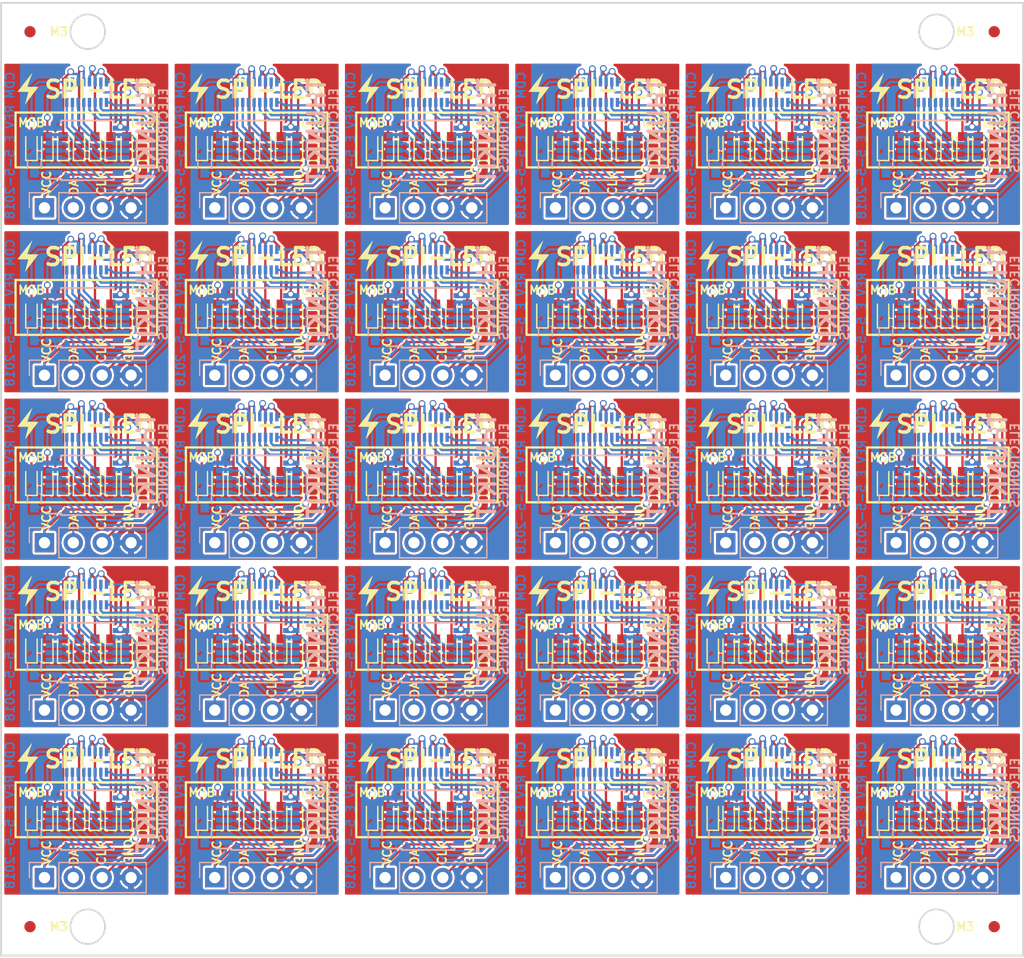
<source format=kicad_pcb>
(kicad_pcb (version 4) (host pcbnew 4.0.5+dfsg1-4)
  (title_block (title USB-UART) (date 2018-09-02) (rev B) (company "THUNKIT ELECTRONICS"))
  (layers (0 F.Cu signal) (31 B.Cu signal) (34 B.Paste user) (35 F.Paste user) (36 B.SilkS user) (37 F.SilkS user) (38 B.Mask user) (39 F.Mask user) (44 Edge.Cuts user))
  (net 0 "")
  (net 1 "Net-(D1-Pad2)")
  (net 2 GND)
  (net 3 "Net-(D2-Pad2)")
  (net 4 "Net-(D3-Pad2)")
  (net 5 "Net-(D4-Pad2)")
  (net 6 "Net-(D5-Pad2)")
  (net 7 "Net-(D6-Pad2)")
  (net 8 "Net-(D7-Pad2)")
  (net 9 "Net-(D8-Pad2)")
  (net 10 VCC)
  (net 11 "Net-(R1-Pad13)")
  (net 12 "Net-(R1-Pad12)")
  (net 13 "Net-(R1-Pad11)")
  (net 14 "Net-(R1-Pad14)")
  (net 15 "Net-(R1-Pad15)")
  (net 16 "Net-(R1-Pad16)")
  (net 17 "Net-(R1-Pad9)")
  (net 18 "Net-(R1-Pad10)")
  (net 19 DATA)
  (net 20 CLK)
  (module MOD:Thunkit_Fiducial (layer F.Cu) (at 194.056 47.879)
    (fp_text reference REF** hide)
    (fp_text value TF hide)
    (fp_text user M3 (at 5.08 2.54) (layer F.SilkS) (effects (font (size 0.75 0.75))))
    (fp_circle (center 2.54 2.54) (end 4.064 2.54) (layer Edge.Cuts) (width 0.15))
    (pad ~ smd circle (at 7.62 2.54) (size 1 1) (layers F.Cu F.Mask) (clearance 0.77))
  )
  (module MOD:Thunkit_Fiducial (layer F.Cu) (at 194.056 126.619)
    (fp_text reference REF** hide)
    (fp_text value TF hide)
    (fp_text user M3 (at 5.08 2.54) (layer F.SilkS) (effects (font (size 0.75 0.75))))
    (fp_circle (center 2.54 2.54) (end 4.064 2.54) (layer Edge.Cuts) (width 0.15))
    (pad ~ smd circle (at 7.62 2.54) (size 1 1) (layers F.Cu F.Mask) (clearance 0.77))
  )
  (module MOD:Thunkit_Fiducial (layer F.Cu) (at 124.46 131.699 180)
    (fp_text reference REF** hide)
    (fp_text value TF hide)
    (fp_text user M3 (at 5.08 2.54 180) (layer F.SilkS) (effects (font (size 0.75 0.75))))
    (fp_circle (center 2.54 2.54) (end 4.064 2.54) (layer Edge.Cuts) (width 0.15))
    (pad ~ smd circle (at 7.62 2.54 180) (size 1 1) (layers F.Cu F.Mask) (clearance 0.77))
  )
  (module Resistors_SMD:R_Array_Convex_8x0602 (layer B.Cu) (at 121.821 99.938 270)
    (fp_text reference R1 hide)
    (fp_text value 200)
    (pad 1 smd rect (at -0.9 1.75 270) (size 0.8 0.3) (layers B.Cu B.Paste B.Mask) (net 1 "Net-(D1-Pad2)"))
    (pad 16 smd rect (at 0.9 1.75 270) (size 0.8 0.3) (layers B.Cu B.Paste B.Mask) (net 16 "Net-(R1-Pad16)"))
    (pad 8 smd rect (at -0.9 -1.75 270) (size 0.8 0.3) (layers B.Cu B.Paste B.Mask) (net 9 "Net-(D8-Pad2)"))
    (pad 9 smd rect (at 0.9 -1.75 270) (size 0.8 0.3) (layers B.Cu B.Paste B.Mask) (net 17 "Net-(R1-Pad9)"))
    (pad 2 smd rect (at -0.9 1.25 270) (size 0.8 0.3) (layers B.Cu B.Paste B.Mask) (net 3 "Net-(D2-Pad2)"))
    (pad 3 smd rect (at -0.9 0.75 270) (size 0.8 0.3) (layers B.Cu B.Paste B.Mask) (net 4 "Net-(D3-Pad2)"))
    (pad 4 smd rect (at -0.9 0.25 270) (size 0.8 0.3) (layers B.Cu B.Paste B.Mask) (net 5 "Net-(D4-Pad2)"))
    (pad 5 smd rect (at -0.9 -0.25 270) (size 0.8 0.3) (layers B.Cu B.Paste B.Mask) (net 6 "Net-(D5-Pad2)"))
    (pad 6 smd rect (at -0.9 -0.75 270) (size 0.8 0.3) (layers B.Cu B.Paste B.Mask) (net 7 "Net-(D6-Pad2)"))
    (pad 7 smd rect (at -0.9 -1.25 270) (size 0.8 0.3) (layers B.Cu B.Paste B.Mask) (net 8 "Net-(D7-Pad2)"))
    (pad 15 smd rect (at 0.9 1.25 270) (size 0.8 0.3) (layers B.Cu B.Paste B.Mask) (net 15 "Net-(R1-Pad15)"))
    (pad 14 smd rect (at 0.9 0.75 270) (size 0.8 0.3) (layers B.Cu B.Paste B.Mask) (net 14 "Net-(R1-Pad14)"))
    (pad 13 smd rect (at 0.9 0.25 270) (size 0.8 0.3) (layers B.Cu B.Paste B.Mask) (net 11 "Net-(R1-Pad13)"))
    (pad 11 smd rect (at 0.9 -0.75 270) (size 0.8 0.3) (layers B.Cu B.Paste B.Mask) (net 13 "Net-(R1-Pad11)"))
    (pad 12 smd rect (at 0.9 -0.25 270) (size 0.8 0.3) (layers B.Cu B.Paste B.Mask) (net 12 "Net-(R1-Pad12)"))
    (pad 10 smd rect (at 0.9 -1.25 270) (size 0.8 0.3) (layers B.Cu B.Paste B.Mask) (net 18 "Net-(R1-Pad10)"))
  )
  (module Pin_Headers:Pin_Header_Straight_1x04_Pitch2.54mm (layer B.Cu) (at 118.11 110.109 270)
    (fp_text reference P1 hide)
    (fp_text value CONN_01X04)
    (pad 1 thru_hole rect (at 0 0 270) (size 1.7 1.7) (drill 1) (layers *.Cu *.Mask) (net 10 VCC))
    (pad 2 thru_hole oval (at 0 -2.54 270) (size 1.7 1.7) (drill 1) (layers *.Cu *.Mask) (net 19 DATA))
    (pad 3 thru_hole oval (at 0 -5.08 270) (size 1.7 1.7) (drill 1) (layers *.Cu *.Mask) (net 20 CLK))
    (pad 4 thru_hole oval (at 0 -7.62 270) (size 1.7 1.7) (drill 1) (layers *.Cu *.Mask) (net 2 GND))
  )
  (module Capacitors_SMD:C_0603 (layer B.Cu) (at 117.221 106.299 270)
    (fp_text reference C1 hide)
    (fp_text value C)
    (pad 2 smd rect (at 0.75 0 270) (size 0.8 0.75) (layers B.Cu B.Paste B.Mask) (net 10 VCC))
    (pad 1 smd rect (at -0.75 0 270) (size 0.8 0.75) (layers B.Cu B.Paste B.Mask) (net 2 GND))
  )
  (module Housings_SSOP:TSSOP-14_4.4x5mm_Pitch0.65mm (layer B.Cu) (at 121.8946 105.0544)
    (fp_text reference U1 hide)
    (fp_text value 74HC164)
    (pad 1 smd rect (at -2.95 1.95) (size 1.45 0.45) (layers B.Cu B.Paste B.Mask) (net 10 VCC))
    (pad 2 smd rect (at -2.95 1.3) (size 1.45 0.45) (layers B.Cu B.Paste B.Mask) (net 19 DATA))
    (pad 3 smd rect (at -2.95 0.65) (size 1.45 0.45) (layers B.Cu B.Paste B.Mask) (net 17 "Net-(R1-Pad9)"))
    (pad 4 smd rect (at -2.95 0) (size 1.45 0.45) (layers B.Cu B.Paste B.Mask) (net 18 "Net-(R1-Pad10)"))
    (pad 5 smd rect (at -2.95 -0.65) (size 1.45 0.45) (layers B.Cu B.Paste B.Mask) (net 13 "Net-(R1-Pad11)"))
    (pad 6 smd rect (at -2.95 -1.3) (size 1.45 0.45) (layers B.Cu B.Paste B.Mask) (net 12 "Net-(R1-Pad12)"))
    (pad 7 smd rect (at -2.95 -1.95) (size 1.45 0.45) (layers B.Cu B.Paste B.Mask) (net 2 GND))
    (pad 8 smd rect (at 2.95 -1.95) (size 1.45 0.45) (layers B.Cu B.Paste B.Mask) (net 20 CLK))
    (pad 9 smd rect (at 2.95 -1.3) (size 1.45 0.45) (layers B.Cu B.Paste B.Mask) (net 10 VCC))
    (pad 10 smd rect (at 2.95 -0.65) (size 1.45 0.45) (layers B.Cu B.Paste B.Mask) (net 11 "Net-(R1-Pad13)"))
    (pad 11 smd rect (at 2.95 0) (size 1.45 0.45) (layers B.Cu B.Paste B.Mask) (net 14 "Net-(R1-Pad14)"))
    (pad 12 smd rect (at 2.95 0.65) (size 1.45 0.45) (layers B.Cu B.Paste B.Mask) (net 15 "Net-(R1-Pad15)"))
    (pad 13 smd rect (at 2.95 1.3) (size 1.45 0.45) (layers B.Cu B.Paste B.Mask) (net 16 "Net-(R1-Pad16)"))
    (pad 14 smd rect (at 2.95 1.95) (size 1.45 0.45) (layers B.Cu B.Paste B.Mask) (net 10 VCC))
  )
  (module Resistors_SMD:R_Array_Convex_8x0602 (layer B.Cu) (at 121.821 85.206 270)
    (fp_text reference R1 hide)
    (fp_text value 200)
    (pad 1 smd rect (at -0.9 1.75 270) (size 0.8 0.3) (layers B.Cu B.Paste B.Mask) (net 1 "Net-(D1-Pad2)"))
    (pad 16 smd rect (at 0.9 1.75 270) (size 0.8 0.3) (layers B.Cu B.Paste B.Mask) (net 16 "Net-(R1-Pad16)"))
    (pad 8 smd rect (at -0.9 -1.75 270) (size 0.8 0.3) (layers B.Cu B.Paste B.Mask) (net 9 "Net-(D8-Pad2)"))
    (pad 9 smd rect (at 0.9 -1.75 270) (size 0.8 0.3) (layers B.Cu B.Paste B.Mask) (net 17 "Net-(R1-Pad9)"))
    (pad 2 smd rect (at -0.9 1.25 270) (size 0.8 0.3) (layers B.Cu B.Paste B.Mask) (net 3 "Net-(D2-Pad2)"))
    (pad 3 smd rect (at -0.9 0.75 270) (size 0.8 0.3) (layers B.Cu B.Paste B.Mask) (net 4 "Net-(D3-Pad2)"))
    (pad 4 smd rect (at -0.9 0.25 270) (size 0.8 0.3) (layers B.Cu B.Paste B.Mask) (net 5 "Net-(D4-Pad2)"))
    (pad 5 smd rect (at -0.9 -0.25 270) (size 0.8 0.3) (layers B.Cu B.Paste B.Mask) (net 6 "Net-(D5-Pad2)"))
    (pad 6 smd rect (at -0.9 -0.75 270) (size 0.8 0.3) (layers B.Cu B.Paste B.Mask) (net 7 "Net-(D6-Pad2)"))
    (pad 7 smd rect (at -0.9 -1.25 270) (size 0.8 0.3) (layers B.Cu B.Paste B.Mask) (net 8 "Net-(D7-Pad2)"))
    (pad 15 smd rect (at 0.9 1.25 270) (size 0.8 0.3) (layers B.Cu B.Paste B.Mask) (net 15 "Net-(R1-Pad15)"))
    (pad 14 smd rect (at 0.9 0.75 270) (size 0.8 0.3) (layers B.Cu B.Paste B.Mask) (net 14 "Net-(R1-Pad14)"))
    (pad 13 smd rect (at 0.9 0.25 270) (size 0.8 0.3) (layers B.Cu B.Paste B.Mask) (net 11 "Net-(R1-Pad13)"))
    (pad 11 smd rect (at 0.9 -0.75 270) (size 0.8 0.3) (layers B.Cu B.Paste B.Mask) (net 13 "Net-(R1-Pad11)"))
    (pad 12 smd rect (at 0.9 -0.25 270) (size 0.8 0.3) (layers B.Cu B.Paste B.Mask) (net 12 "Net-(R1-Pad12)"))
    (pad 10 smd rect (at 0.9 -1.25 270) (size 0.8 0.3) (layers B.Cu B.Paste B.Mask) (net 18 "Net-(R1-Pad10)"))
  )
  (module Pin_Headers:Pin_Header_Straight_1x04_Pitch2.54mm (layer B.Cu) (at 118.11 95.377 270)
    (fp_text reference P1 hide)
    (fp_text value CONN_01X04)
    (pad 1 thru_hole rect (at 0 0 270) (size 1.7 1.7) (drill 1) (layers *.Cu *.Mask) (net 10 VCC))
    (pad 2 thru_hole oval (at 0 -2.54 270) (size 1.7 1.7) (drill 1) (layers *.Cu *.Mask) (net 19 DATA))
    (pad 3 thru_hole oval (at 0 -5.08 270) (size 1.7 1.7) (drill 1) (layers *.Cu *.Mask) (net 20 CLK))
    (pad 4 thru_hole oval (at 0 -7.62 270) (size 1.7 1.7) (drill 1) (layers *.Cu *.Mask) (net 2 GND))
  )
  (module Capacitors_SMD:C_0603 (layer B.Cu) (at 117.221 91.567 270)
    (fp_text reference C1 hide)
    (fp_text value C)
    (pad 2 smd rect (at 0.75 0 270) (size 0.8 0.75) (layers B.Cu B.Paste B.Mask) (net 10 VCC))
    (pad 1 smd rect (at -0.75 0 270) (size 0.8 0.75) (layers B.Cu B.Paste B.Mask) (net 2 GND))
  )
  (module Housings_SSOP:TSSOP-14_4.4x5mm_Pitch0.65mm (layer B.Cu) (at 121.8946 90.3224)
    (fp_text reference U1 hide)
    (fp_text value 74HC164)
    (pad 1 smd rect (at -2.95 1.95) (size 1.45 0.45) (layers B.Cu B.Paste B.Mask) (net 10 VCC))
    (pad 2 smd rect (at -2.95 1.3) (size 1.45 0.45) (layers B.Cu B.Paste B.Mask) (net 19 DATA))
    (pad 3 smd rect (at -2.95 0.65) (size 1.45 0.45) (layers B.Cu B.Paste B.Mask) (net 17 "Net-(R1-Pad9)"))
    (pad 4 smd rect (at -2.95 0) (size 1.45 0.45) (layers B.Cu B.Paste B.Mask) (net 18 "Net-(R1-Pad10)"))
    (pad 5 smd rect (at -2.95 -0.65) (size 1.45 0.45) (layers B.Cu B.Paste B.Mask) (net 13 "Net-(R1-Pad11)"))
    (pad 6 smd rect (at -2.95 -1.3) (size 1.45 0.45) (layers B.Cu B.Paste B.Mask) (net 12 "Net-(R1-Pad12)"))
    (pad 7 smd rect (at -2.95 -1.95) (size 1.45 0.45) (layers B.Cu B.Paste B.Mask) (net 2 GND))
    (pad 8 smd rect (at 2.95 -1.95) (size 1.45 0.45) (layers B.Cu B.Paste B.Mask) (net 20 CLK))
    (pad 9 smd rect (at 2.95 -1.3) (size 1.45 0.45) (layers B.Cu B.Paste B.Mask) (net 10 VCC))
    (pad 10 smd rect (at 2.95 -0.65) (size 1.45 0.45) (layers B.Cu B.Paste B.Mask) (net 11 "Net-(R1-Pad13)"))
    (pad 11 smd rect (at 2.95 0) (size 1.45 0.45) (layers B.Cu B.Paste B.Mask) (net 14 "Net-(R1-Pad14)"))
    (pad 12 smd rect (at 2.95 0.65) (size 1.45 0.45) (layers B.Cu B.Paste B.Mask) (net 15 "Net-(R1-Pad15)"))
    (pad 13 smd rect (at 2.95 1.3) (size 1.45 0.45) (layers B.Cu B.Paste B.Mask) (net 16 "Net-(R1-Pad16)"))
    (pad 14 smd rect (at 2.95 1.95) (size 1.45 0.45) (layers B.Cu B.Paste B.Mask) (net 10 VCC))
  )
  (module Resistors_SMD:R_Array_Convex_8x0602 (layer B.Cu) (at 121.821 70.474 270)
    (fp_text reference R1 hide)
    (fp_text value 200)
    (pad 1 smd rect (at -0.9 1.75 270) (size 0.8 0.3) (layers B.Cu B.Paste B.Mask) (net 1 "Net-(D1-Pad2)"))
    (pad 16 smd rect (at 0.9 1.75 270) (size 0.8 0.3) (layers B.Cu B.Paste B.Mask) (net 16 "Net-(R1-Pad16)"))
    (pad 8 smd rect (at -0.9 -1.75 270) (size 0.8 0.3) (layers B.Cu B.Paste B.Mask) (net 9 "Net-(D8-Pad2)"))
    (pad 9 smd rect (at 0.9 -1.75 270) (size 0.8 0.3) (layers B.Cu B.Paste B.Mask) (net 17 "Net-(R1-Pad9)"))
    (pad 2 smd rect (at -0.9 1.25 270) (size 0.8 0.3) (layers B.Cu B.Paste B.Mask) (net 3 "Net-(D2-Pad2)"))
    (pad 3 smd rect (at -0.9 0.75 270) (size 0.8 0.3) (layers B.Cu B.Paste B.Mask) (net 4 "Net-(D3-Pad2)"))
    (pad 4 smd rect (at -0.9 0.25 270) (size 0.8 0.3) (layers B.Cu B.Paste B.Mask) (net 5 "Net-(D4-Pad2)"))
    (pad 5 smd rect (at -0.9 -0.25 270) (size 0.8 0.3) (layers B.Cu B.Paste B.Mask) (net 6 "Net-(D5-Pad2)"))
    (pad 6 smd rect (at -0.9 -0.75 270) (size 0.8 0.3) (layers B.Cu B.Paste B.Mask) (net 7 "Net-(D6-Pad2)"))
    (pad 7 smd rect (at -0.9 -1.25 270) (size 0.8 0.3) (layers B.Cu B.Paste B.Mask) (net 8 "Net-(D7-Pad2)"))
    (pad 15 smd rect (at 0.9 1.25 270) (size 0.8 0.3) (layers B.Cu B.Paste B.Mask) (net 15 "Net-(R1-Pad15)"))
    (pad 14 smd rect (at 0.9 0.75 270) (size 0.8 0.3) (layers B.Cu B.Paste B.Mask) (net 14 "Net-(R1-Pad14)"))
    (pad 13 smd rect (at 0.9 0.25 270) (size 0.8 0.3) (layers B.Cu B.Paste B.Mask) (net 11 "Net-(R1-Pad13)"))
    (pad 11 smd rect (at 0.9 -0.75 270) (size 0.8 0.3) (layers B.Cu B.Paste B.Mask) (net 13 "Net-(R1-Pad11)"))
    (pad 12 smd rect (at 0.9 -0.25 270) (size 0.8 0.3) (layers B.Cu B.Paste B.Mask) (net 12 "Net-(R1-Pad12)"))
    (pad 10 smd rect (at 0.9 -1.25 270) (size 0.8 0.3) (layers B.Cu B.Paste B.Mask) (net 18 "Net-(R1-Pad10)"))
  )
  (module Pin_Headers:Pin_Header_Straight_1x04_Pitch2.54mm (layer B.Cu) (at 118.11 80.645 270)
    (fp_text reference P1 hide)
    (fp_text value CONN_01X04)
    (pad 1 thru_hole rect (at 0 0 270) (size 1.7 1.7) (drill 1) (layers *.Cu *.Mask) (net 10 VCC))
    (pad 2 thru_hole oval (at 0 -2.54 270) (size 1.7 1.7) (drill 1) (layers *.Cu *.Mask) (net 19 DATA))
    (pad 3 thru_hole oval (at 0 -5.08 270) (size 1.7 1.7) (drill 1) (layers *.Cu *.Mask) (net 20 CLK))
    (pad 4 thru_hole oval (at 0 -7.62 270) (size 1.7 1.7) (drill 1) (layers *.Cu *.Mask) (net 2 GND))
  )
  (module Capacitors_SMD:C_0603 (layer B.Cu) (at 117.221 76.835 270)
    (fp_text reference C1 hide)
    (fp_text value C)
    (pad 2 smd rect (at 0.75 0 270) (size 0.8 0.75) (layers B.Cu B.Paste B.Mask) (net 10 VCC))
    (pad 1 smd rect (at -0.75 0 270) (size 0.8 0.75) (layers B.Cu B.Paste B.Mask) (net 2 GND))
  )
  (module Housings_SSOP:TSSOP-14_4.4x5mm_Pitch0.65mm (layer B.Cu) (at 121.8946 75.5904)
    (fp_text reference U1 hide)
    (fp_text value 74HC164)
    (pad 1 smd rect (at -2.95 1.95) (size 1.45 0.45) (layers B.Cu B.Paste B.Mask) (net 10 VCC))
    (pad 2 smd rect (at -2.95 1.3) (size 1.45 0.45) (layers B.Cu B.Paste B.Mask) (net 19 DATA))
    (pad 3 smd rect (at -2.95 0.65) (size 1.45 0.45) (layers B.Cu B.Paste B.Mask) (net 17 "Net-(R1-Pad9)"))
    (pad 4 smd rect (at -2.95 0) (size 1.45 0.45) (layers B.Cu B.Paste B.Mask) (net 18 "Net-(R1-Pad10)"))
    (pad 5 smd rect (at -2.95 -0.65) (size 1.45 0.45) (layers B.Cu B.Paste B.Mask) (net 13 "Net-(R1-Pad11)"))
    (pad 6 smd rect (at -2.95 -1.3) (size 1.45 0.45) (layers B.Cu B.Paste B.Mask) (net 12 "Net-(R1-Pad12)"))
    (pad 7 smd rect (at -2.95 -1.95) (size 1.45 0.45) (layers B.Cu B.Paste B.Mask) (net 2 GND))
    (pad 8 smd rect (at 2.95 -1.95) (size 1.45 0.45) (layers B.Cu B.Paste B.Mask) (net 20 CLK))
    (pad 9 smd rect (at 2.95 -1.3) (size 1.45 0.45) (layers B.Cu B.Paste B.Mask) (net 10 VCC))
    (pad 10 smd rect (at 2.95 -0.65) (size 1.45 0.45) (layers B.Cu B.Paste B.Mask) (net 11 "Net-(R1-Pad13)"))
    (pad 11 smd rect (at 2.95 0) (size 1.45 0.45) (layers B.Cu B.Paste B.Mask) (net 14 "Net-(R1-Pad14)"))
    (pad 12 smd rect (at 2.95 0.65) (size 1.45 0.45) (layers B.Cu B.Paste B.Mask) (net 15 "Net-(R1-Pad15)"))
    (pad 13 smd rect (at 2.95 1.3) (size 1.45 0.45) (layers B.Cu B.Paste B.Mask) (net 16 "Net-(R1-Pad16)"))
    (pad 14 smd rect (at 2.95 1.95) (size 1.45 0.45) (layers B.Cu B.Paste B.Mask) (net 10 VCC))
  )
  (module Resistors_SMD:R_Array_Convex_8x0602 (layer B.Cu) (at 121.821 55.742 270)
    (fp_text reference R1 hide)
    (fp_text value 200)
    (pad 1 smd rect (at -0.9 1.75 270) (size 0.8 0.3) (layers B.Cu B.Paste B.Mask) (net 1 "Net-(D1-Pad2)"))
    (pad 16 smd rect (at 0.9 1.75 270) (size 0.8 0.3) (layers B.Cu B.Paste B.Mask) (net 16 "Net-(R1-Pad16)"))
    (pad 8 smd rect (at -0.9 -1.75 270) (size 0.8 0.3) (layers B.Cu B.Paste B.Mask) (net 9 "Net-(D8-Pad2)"))
    (pad 9 smd rect (at 0.9 -1.75 270) (size 0.8 0.3) (layers B.Cu B.Paste B.Mask) (net 17 "Net-(R1-Pad9)"))
    (pad 2 smd rect (at -0.9 1.25 270) (size 0.8 0.3) (layers B.Cu B.Paste B.Mask) (net 3 "Net-(D2-Pad2)"))
    (pad 3 smd rect (at -0.9 0.75 270) (size 0.8 0.3) (layers B.Cu B.Paste B.Mask) (net 4 "Net-(D3-Pad2)"))
    (pad 4 smd rect (at -0.9 0.25 270) (size 0.8 0.3) (layers B.Cu B.Paste B.Mask) (net 5 "Net-(D4-Pad2)"))
    (pad 5 smd rect (at -0.9 -0.25 270) (size 0.8 0.3) (layers B.Cu B.Paste B.Mask) (net 6 "Net-(D5-Pad2)"))
    (pad 6 smd rect (at -0.9 -0.75 270) (size 0.8 0.3) (layers B.Cu B.Paste B.Mask) (net 7 "Net-(D6-Pad2)"))
    (pad 7 smd rect (at -0.9 -1.25 270) (size 0.8 0.3) (layers B.Cu B.Paste B.Mask) (net 8 "Net-(D7-Pad2)"))
    (pad 15 smd rect (at 0.9 1.25 270) (size 0.8 0.3) (layers B.Cu B.Paste B.Mask) (net 15 "Net-(R1-Pad15)"))
    (pad 14 smd rect (at 0.9 0.75 270) (size 0.8 0.3) (layers B.Cu B.Paste B.Mask) (net 14 "Net-(R1-Pad14)"))
    (pad 13 smd rect (at 0.9 0.25 270) (size 0.8 0.3) (layers B.Cu B.Paste B.Mask) (net 11 "Net-(R1-Pad13)"))
    (pad 11 smd rect (at 0.9 -0.75 270) (size 0.8 0.3) (layers B.Cu B.Paste B.Mask) (net 13 "Net-(R1-Pad11)"))
    (pad 12 smd rect (at 0.9 -0.25 270) (size 0.8 0.3) (layers B.Cu B.Paste B.Mask) (net 12 "Net-(R1-Pad12)"))
    (pad 10 smd rect (at 0.9 -1.25 270) (size 0.8 0.3) (layers B.Cu B.Paste B.Mask) (net 18 "Net-(R1-Pad10)"))
  )
  (module Pin_Headers:Pin_Header_Straight_1x04_Pitch2.54mm (layer B.Cu) (at 118.11 65.913 270)
    (fp_text reference P1 hide)
    (fp_text value CONN_01X04)
    (pad 1 thru_hole rect (at 0 0 270) (size 1.7 1.7) (drill 1) (layers *.Cu *.Mask) (net 10 VCC))
    (pad 2 thru_hole oval (at 0 -2.54 270) (size 1.7 1.7) (drill 1) (layers *.Cu *.Mask) (net 19 DATA))
    (pad 3 thru_hole oval (at 0 -5.08 270) (size 1.7 1.7) (drill 1) (layers *.Cu *.Mask) (net 20 CLK))
    (pad 4 thru_hole oval (at 0 -7.62 270) (size 1.7 1.7) (drill 1) (layers *.Cu *.Mask) (net 2 GND))
  )
  (module Capacitors_SMD:C_0603 (layer B.Cu) (at 117.221 62.103 270)
    (fp_text reference C1 hide)
    (fp_text value C)
    (pad 2 smd rect (at 0.75 0 270) (size 0.8 0.75) (layers B.Cu B.Paste B.Mask) (net 10 VCC))
    (pad 1 smd rect (at -0.75 0 270) (size 0.8 0.75) (layers B.Cu B.Paste B.Mask) (net 2 GND))
  )
  (module Housings_SSOP:TSSOP-14_4.4x5mm_Pitch0.65mm (layer B.Cu) (at 121.8946 60.8584)
    (fp_text reference U1 hide)
    (fp_text value 74HC164)
    (pad 1 smd rect (at -2.95 1.95) (size 1.45 0.45) (layers B.Cu B.Paste B.Mask) (net 10 VCC))
    (pad 2 smd rect (at -2.95 1.3) (size 1.45 0.45) (layers B.Cu B.Paste B.Mask) (net 19 DATA))
    (pad 3 smd rect (at -2.95 0.65) (size 1.45 0.45) (layers B.Cu B.Paste B.Mask) (net 17 "Net-(R1-Pad9)"))
    (pad 4 smd rect (at -2.95 0) (size 1.45 0.45) (layers B.Cu B.Paste B.Mask) (net 18 "Net-(R1-Pad10)"))
    (pad 5 smd rect (at -2.95 -0.65) (size 1.45 0.45) (layers B.Cu B.Paste B.Mask) (net 13 "Net-(R1-Pad11)"))
    (pad 6 smd rect (at -2.95 -1.3) (size 1.45 0.45) (layers B.Cu B.Paste B.Mask) (net 12 "Net-(R1-Pad12)"))
    (pad 7 smd rect (at -2.95 -1.95) (size 1.45 0.45) (layers B.Cu B.Paste B.Mask) (net 2 GND))
    (pad 8 smd rect (at 2.95 -1.95) (size 1.45 0.45) (layers B.Cu B.Paste B.Mask) (net 20 CLK))
    (pad 9 smd rect (at 2.95 -1.3) (size 1.45 0.45) (layers B.Cu B.Paste B.Mask) (net 10 VCC))
    (pad 10 smd rect (at 2.95 -0.65) (size 1.45 0.45) (layers B.Cu B.Paste B.Mask) (net 11 "Net-(R1-Pad13)"))
    (pad 11 smd rect (at 2.95 0) (size 1.45 0.45) (layers B.Cu B.Paste B.Mask) (net 14 "Net-(R1-Pad14)"))
    (pad 12 smd rect (at 2.95 0.65) (size 1.45 0.45) (layers B.Cu B.Paste B.Mask) (net 15 "Net-(R1-Pad15)"))
    (pad 13 smd rect (at 2.95 1.3) (size 1.45 0.45) (layers B.Cu B.Paste B.Mask) (net 16 "Net-(R1-Pad16)"))
    (pad 14 smd rect (at 2.95 1.95) (size 1.45 0.45) (layers B.Cu B.Paste B.Mask) (net 10 VCC))
  )
  (module Pin_Headers:Pin_Header_Straight_1x04_Pitch2.54mm (layer B.Cu) (at 118.11 124.841 270)
    (fp_text reference P1 hide)
    (fp_text value CONN_01X04)
    (pad 1 thru_hole rect (at 0 0 270) (size 1.7 1.7) (drill 1) (layers *.Cu *.Mask) (net 10 VCC))
    (pad 2 thru_hole oval (at 0 -2.54 270) (size 1.7 1.7) (drill 1) (layers *.Cu *.Mask) (net 19 DATA))
    (pad 3 thru_hole oval (at 0 -5.08 270) (size 1.7 1.7) (drill 1) (layers *.Cu *.Mask) (net 20 CLK))
    (pad 4 thru_hole oval (at 0 -7.62 270) (size 1.7 1.7) (drill 1) (layers *.Cu *.Mask) (net 2 GND))
  )
  (module Resistors_SMD:R_Array_Convex_8x0602 (layer B.Cu) (at 121.821 114.67 270)
    (fp_text reference R1 hide)
    (fp_text value 200)
    (pad 1 smd rect (at -0.9 1.75 270) (size 0.8 0.3) (layers B.Cu B.Paste B.Mask) (net 1 "Net-(D1-Pad2)"))
    (pad 16 smd rect (at 0.9 1.75 270) (size 0.8 0.3) (layers B.Cu B.Paste B.Mask) (net 16 "Net-(R1-Pad16)"))
    (pad 8 smd rect (at -0.9 -1.75 270) (size 0.8 0.3) (layers B.Cu B.Paste B.Mask) (net 9 "Net-(D8-Pad2)"))
    (pad 9 smd rect (at 0.9 -1.75 270) (size 0.8 0.3) (layers B.Cu B.Paste B.Mask) (net 17 "Net-(R1-Pad9)"))
    (pad 2 smd rect (at -0.9 1.25 270) (size 0.8 0.3) (layers B.Cu B.Paste B.Mask) (net 3 "Net-(D2-Pad2)"))
    (pad 3 smd rect (at -0.9 0.75 270) (size 0.8 0.3) (layers B.Cu B.Paste B.Mask) (net 4 "Net-(D3-Pad2)"))
    (pad 4 smd rect (at -0.9 0.25 270) (size 0.8 0.3) (layers B.Cu B.Paste B.Mask) (net 5 "Net-(D4-Pad2)"))
    (pad 5 smd rect (at -0.9 -0.25 270) (size 0.8 0.3) (layers B.Cu B.Paste B.Mask) (net 6 "Net-(D5-Pad2)"))
    (pad 6 smd rect (at -0.9 -0.75 270) (size 0.8 0.3) (layers B.Cu B.Paste B.Mask) (net 7 "Net-(D6-Pad2)"))
    (pad 7 smd rect (at -0.9 -1.25 270) (size 0.8 0.3) (layers B.Cu B.Paste B.Mask) (net 8 "Net-(D7-Pad2)"))
    (pad 15 smd rect (at 0.9 1.25 270) (size 0.8 0.3) (layers B.Cu B.Paste B.Mask) (net 15 "Net-(R1-Pad15)"))
    (pad 14 smd rect (at 0.9 0.75 270) (size 0.8 0.3) (layers B.Cu B.Paste B.Mask) (net 14 "Net-(R1-Pad14)"))
    (pad 13 smd rect (at 0.9 0.25 270) (size 0.8 0.3) (layers B.Cu B.Paste B.Mask) (net 11 "Net-(R1-Pad13)"))
    (pad 11 smd rect (at 0.9 -0.75 270) (size 0.8 0.3) (layers B.Cu B.Paste B.Mask) (net 13 "Net-(R1-Pad11)"))
    (pad 12 smd rect (at 0.9 -0.25 270) (size 0.8 0.3) (layers B.Cu B.Paste B.Mask) (net 12 "Net-(R1-Pad12)"))
    (pad 10 smd rect (at 0.9 -1.25 270) (size 0.8 0.3) (layers B.Cu B.Paste B.Mask) (net 18 "Net-(R1-Pad10)"))
  )
  (module Capacitors_SMD:C_0603 (layer B.Cu) (at 117.221 121.031 270)
    (fp_text reference C1 hide)
    (fp_text value C)
    (pad 2 smd rect (at 0.75 0 270) (size 0.8 0.75) (layers B.Cu B.Paste B.Mask) (net 10 VCC))
    (pad 1 smd rect (at -0.75 0 270) (size 0.8 0.75) (layers B.Cu B.Paste B.Mask) (net 2 GND))
  )
  (module Housings_SSOP:TSSOP-14_4.4x5mm_Pitch0.65mm (layer B.Cu) (at 121.8946 119.7864)
    (fp_text reference U1 hide)
    (fp_text value 74HC164)
    (pad 1 smd rect (at -2.95 1.95) (size 1.45 0.45) (layers B.Cu B.Paste B.Mask) (net 10 VCC))
    (pad 2 smd rect (at -2.95 1.3) (size 1.45 0.45) (layers B.Cu B.Paste B.Mask) (net 19 DATA))
    (pad 3 smd rect (at -2.95 0.65) (size 1.45 0.45) (layers B.Cu B.Paste B.Mask) (net 17 "Net-(R1-Pad9)"))
    (pad 4 smd rect (at -2.95 0) (size 1.45 0.45) (layers B.Cu B.Paste B.Mask) (net 18 "Net-(R1-Pad10)"))
    (pad 5 smd rect (at -2.95 -0.65) (size 1.45 0.45) (layers B.Cu B.Paste B.Mask) (net 13 "Net-(R1-Pad11)"))
    (pad 6 smd rect (at -2.95 -1.3) (size 1.45 0.45) (layers B.Cu B.Paste B.Mask) (net 12 "Net-(R1-Pad12)"))
    (pad 7 smd rect (at -2.95 -1.95) (size 1.45 0.45) (layers B.Cu B.Paste B.Mask) (net 2 GND))
    (pad 8 smd rect (at 2.95 -1.95) (size 1.45 0.45) (layers B.Cu B.Paste B.Mask) (net 20 CLK))
    (pad 9 smd rect (at 2.95 -1.3) (size 1.45 0.45) (layers B.Cu B.Paste B.Mask) (net 10 VCC))
    (pad 10 smd rect (at 2.95 -0.65) (size 1.45 0.45) (layers B.Cu B.Paste B.Mask) (net 11 "Net-(R1-Pad13)"))
    (pad 11 smd rect (at 2.95 0) (size 1.45 0.45) (layers B.Cu B.Paste B.Mask) (net 14 "Net-(R1-Pad14)"))
    (pad 12 smd rect (at 2.95 0.65) (size 1.45 0.45) (layers B.Cu B.Paste B.Mask) (net 15 "Net-(R1-Pad15)"))
    (pad 13 smd rect (at 2.95 1.3) (size 1.45 0.45) (layers B.Cu B.Paste B.Mask) (net 16 "Net-(R1-Pad16)"))
    (pad 14 smd rect (at 2.95 1.95) (size 1.45 0.45) (layers B.Cu B.Paste B.Mask) (net 10 VCC))
  )
  (module LEDs:LED_0603 (layer F.Cu) (at 126.746 119.38 90)
    (fp_text reference D8 hide)
    (fp_text value RED)
    (pad 2 smd rect (at 0.8 0 270) (size 0.8 0.8) (layers F.Cu F.Paste F.Mask) (net 9 "Net-(D8-Pad2)"))
    (pad 1 smd rect (at -0.8 0 270) (size 0.8 0.8) (layers F.Cu F.Paste F.Mask) (net 2 GND))
  )
  (module LEDs:LED_0603 (layer F.Cu) (at 121.158 119.38 90)
    (fp_text reference D4 hide)
    (fp_text value RED)
    (pad 2 smd rect (at 0.8 0 270) (size 0.8 0.8) (layers F.Cu F.Paste F.Mask) (net 5 "Net-(D4-Pad2)"))
    (pad 1 smd rect (at -0.8 0 270) (size 0.8 0.8) (layers F.Cu F.Paste F.Mask) (net 2 GND))
  )
  (module LEDs:LED_0603 (layer F.Cu) (at 122.555 119.38 90)
    (fp_text reference D5 hide)
    (fp_text value RED)
    (pad 2 smd rect (at 0.8 0 270) (size 0.8 0.8) (layers F.Cu F.Paste F.Mask) (net 6 "Net-(D5-Pad2)"))
    (pad 1 smd rect (at -0.8 0 270) (size 0.8 0.8) (layers F.Cu F.Paste F.Mask) (net 2 GND))
  )
  (module LEDs:LED_0603 (layer F.Cu) (at 125.349 119.38 90)
    (fp_text reference D7 hide)
    (fp_text value RED)
    (pad 2 smd rect (at 0.8 0 270) (size 0.8 0.8) (layers F.Cu F.Paste F.Mask) (net 8 "Net-(D7-Pad2)"))
    (pad 1 smd rect (at -0.8 0 270) (size 0.8 0.8) (layers F.Cu F.Paste F.Mask) (net 2 GND))
  )
  (module LEDs:LED_0603 (layer F.Cu) (at 123.952 119.38 90)
    (fp_text reference D6 hide)
    (fp_text value RED)
    (pad 2 smd rect (at 0.8 0 270) (size 0.8 0.8) (layers F.Cu F.Paste F.Mask) (net 7 "Net-(D6-Pad2)"))
    (pad 1 smd rect (at -0.8 0 270) (size 0.8 0.8) (layers F.Cu F.Paste F.Mask) (net 2 GND))
  )
  (module LEDs:LED_0603 (layer F.Cu) (at 116.967 119.38 90)
    (fp_text reference D1 hide)
    (fp_text value RED)
    (pad 2 smd rect (at 0.8 0 270) (size 0.8 0.8) (layers F.Cu F.Paste F.Mask) (net 1 "Net-(D1-Pad2)"))
    (pad 1 smd rect (at -0.8 0 270) (size 0.8 0.8) (layers F.Cu F.Paste F.Mask) (net 2 GND))
  )
  (module LEDs:LED_0603 (layer F.Cu) (at 119.761 119.38 90)
    (fp_text reference D3 hide)
    (fp_text value RED)
    (pad 2 smd rect (at 0.8 0 270) (size 0.8 0.8) (layers F.Cu F.Paste F.Mask) (net 4 "Net-(D3-Pad2)"))
    (pad 1 smd rect (at -0.8 0 270) (size 0.8 0.8) (layers F.Cu F.Paste F.Mask) (net 2 GND))
  )
  (module MOD:lightning (layer F.Cu) (at 116.713 114.3)
    (fp_text reference G*** hide)
    (fp_text value LOGO hide)
  )
  (module LEDs:LED_0603 (layer F.Cu) (at 118.364 119.38 90)
    (fp_text reference D2 hide)
    (fp_text value RED)
    (pad 2 smd rect (at 0.8 0 270) (size 0.8 0.8) (layers F.Cu F.Paste F.Mask) (net 3 "Net-(D2-Pad2)"))
    (pad 1 smd rect (at -0.8 0 270) (size 0.8 0.8) (layers F.Cu F.Paste F.Mask) (net 2 GND))
  )
  (module LEDs:LED_0603 (layer F.Cu) (at 118.364 104.648 90)
    (fp_text reference D2 hide)
    (fp_text value RED)
    (pad 2 smd rect (at 0.8 0 270) (size 0.8 0.8) (layers F.Cu F.Paste F.Mask) (net 3 "Net-(D2-Pad2)"))
    (pad 1 smd rect (at -0.8 0 270) (size 0.8 0.8) (layers F.Cu F.Paste F.Mask) (net 2 GND))
  )
  (module LEDs:LED_0603 (layer F.Cu) (at 121.158 104.648 90)
    (fp_text reference D4 hide)
    (fp_text value RED)
    (pad 2 smd rect (at 0.8 0 270) (size 0.8 0.8) (layers F.Cu F.Paste F.Mask) (net 5 "Net-(D4-Pad2)"))
    (pad 1 smd rect (at -0.8 0 270) (size 0.8 0.8) (layers F.Cu F.Paste F.Mask) (net 2 GND))
  )
  (module LEDs:LED_0603 (layer F.Cu) (at 119.761 104.648 90)
    (fp_text reference D3 hide)
    (fp_text value RED)
    (pad 2 smd rect (at 0.8 0 270) (size 0.8 0.8) (layers F.Cu F.Paste F.Mask) (net 4 "Net-(D3-Pad2)"))
    (pad 1 smd rect (at -0.8 0 270) (size 0.8 0.8) (layers F.Cu F.Paste F.Mask) (net 2 GND))
  )
  (module MOD:lightning (layer F.Cu) (at 116.713 99.568)
    (fp_text reference G*** hide)
    (fp_text value LOGO hide)
  )
  (module LEDs:LED_0603 (layer F.Cu) (at 116.967 104.648 90)
    (fp_text reference D1 hide)
    (fp_text value RED)
    (pad 2 smd rect (at 0.8 0 270) (size 0.8 0.8) (layers F.Cu F.Paste F.Mask) (net 1 "Net-(D1-Pad2)"))
    (pad 1 smd rect (at -0.8 0 270) (size 0.8 0.8) (layers F.Cu F.Paste F.Mask) (net 2 GND))
  )
  (module LEDs:LED_0603 (layer F.Cu) (at 122.555 104.648 90)
    (fp_text reference D5 hide)
    (fp_text value RED)
    (pad 2 smd rect (at 0.8 0 270) (size 0.8 0.8) (layers F.Cu F.Paste F.Mask) (net 6 "Net-(D5-Pad2)"))
    (pad 1 smd rect (at -0.8 0 270) (size 0.8 0.8) (layers F.Cu F.Paste F.Mask) (net 2 GND))
  )
  (module LEDs:LED_0603 (layer F.Cu) (at 125.349 104.648 90)
    (fp_text reference D7 hide)
    (fp_text value RED)
    (pad 2 smd rect (at 0.8 0 270) (size 0.8 0.8) (layers F.Cu F.Paste F.Mask) (net 8 "Net-(D7-Pad2)"))
    (pad 1 smd rect (at -0.8 0 270) (size 0.8 0.8) (layers F.Cu F.Paste F.Mask) (net 2 GND))
  )
  (module LEDs:LED_0603 (layer F.Cu) (at 126.746 104.648 90)
    (fp_text reference D8 hide)
    (fp_text value RED)
    (pad 2 smd rect (at 0.8 0 270) (size 0.8 0.8) (layers F.Cu F.Paste F.Mask) (net 9 "Net-(D8-Pad2)"))
    (pad 1 smd rect (at -0.8 0 270) (size 0.8 0.8) (layers F.Cu F.Paste F.Mask) (net 2 GND))
  )
  (module LEDs:LED_0603 (layer F.Cu) (at 123.952 104.648 90)
    (fp_text reference D6 hide)
    (fp_text value RED)
    (pad 2 smd rect (at 0.8 0 270) (size 0.8 0.8) (layers F.Cu F.Paste F.Mask) (net 7 "Net-(D6-Pad2)"))
    (pad 1 smd rect (at -0.8 0 270) (size 0.8 0.8) (layers F.Cu F.Paste F.Mask) (net 2 GND))
  )
  (module LEDs:LED_0603 (layer F.Cu) (at 122.555 89.916 90)
    (fp_text reference D5 hide)
    (fp_text value RED)
    (pad 2 smd rect (at 0.8 0 270) (size 0.8 0.8) (layers F.Cu F.Paste F.Mask) (net 6 "Net-(D5-Pad2)"))
    (pad 1 smd rect (at -0.8 0 270) (size 0.8 0.8) (layers F.Cu F.Paste F.Mask) (net 2 GND))
  )
  (module LEDs:LED_0603 (layer F.Cu) (at 126.746 89.916 90)
    (fp_text reference D8 hide)
    (fp_text value RED)
    (pad 2 smd rect (at 0.8 0 270) (size 0.8 0.8) (layers F.Cu F.Paste F.Mask) (net 9 "Net-(D8-Pad2)"))
    (pad 1 smd rect (at -0.8 0 270) (size 0.8 0.8) (layers F.Cu F.Paste F.Mask) (net 2 GND))
  )
  (module LEDs:LED_0603 (layer F.Cu) (at 123.952 89.916 90)
    (fp_text reference D6 hide)
    (fp_text value RED)
    (pad 2 smd rect (at 0.8 0 270) (size 0.8 0.8) (layers F.Cu F.Paste F.Mask) (net 7 "Net-(D6-Pad2)"))
    (pad 1 smd rect (at -0.8 0 270) (size 0.8 0.8) (layers F.Cu F.Paste F.Mask) (net 2 GND))
  )
  (module LEDs:LED_0603 (layer F.Cu) (at 125.349 89.916 90)
    (fp_text reference D7 hide)
    (fp_text value RED)
    (pad 2 smd rect (at 0.8 0 270) (size 0.8 0.8) (layers F.Cu F.Paste F.Mask) (net 8 "Net-(D7-Pad2)"))
    (pad 1 smd rect (at -0.8 0 270) (size 0.8 0.8) (layers F.Cu F.Paste F.Mask) (net 2 GND))
  )
  (module LEDs:LED_0603 (layer F.Cu) (at 118.364 89.916 90)
    (fp_text reference D2 hide)
    (fp_text value RED)
    (pad 2 smd rect (at 0.8 0 270) (size 0.8 0.8) (layers F.Cu F.Paste F.Mask) (net 3 "Net-(D2-Pad2)"))
    (pad 1 smd rect (at -0.8 0 270) (size 0.8 0.8) (layers F.Cu F.Paste F.Mask) (net 2 GND))
  )
  (module LEDs:LED_0603 (layer F.Cu) (at 116.967 89.916 90)
    (fp_text reference D1 hide)
    (fp_text value RED)
    (pad 2 smd rect (at 0.8 0 270) (size 0.8 0.8) (layers F.Cu F.Paste F.Mask) (net 1 "Net-(D1-Pad2)"))
    (pad 1 smd rect (at -0.8 0 270) (size 0.8 0.8) (layers F.Cu F.Paste F.Mask) (net 2 GND))
  )
  (module LEDs:LED_0603 (layer F.Cu) (at 121.158 89.916 90)
    (fp_text reference D4 hide)
    (fp_text value RED)
    (pad 2 smd rect (at 0.8 0 270) (size 0.8 0.8) (layers F.Cu F.Paste F.Mask) (net 5 "Net-(D4-Pad2)"))
    (pad 1 smd rect (at -0.8 0 270) (size 0.8 0.8) (layers F.Cu F.Paste F.Mask) (net 2 GND))
  )
  (module MOD:lightning (layer F.Cu) (at 116.713 84.836)
    (fp_text reference G*** hide)
    (fp_text value LOGO hide)
  )
  (module LEDs:LED_0603 (layer F.Cu) (at 119.761 89.916 90)
    (fp_text reference D3 hide)
    (fp_text value RED)
    (pad 2 smd rect (at 0.8 0 270) (size 0.8 0.8) (layers F.Cu F.Paste F.Mask) (net 4 "Net-(D3-Pad2)"))
    (pad 1 smd rect (at -0.8 0 270) (size 0.8 0.8) (layers F.Cu F.Paste F.Mask) (net 2 GND))
  )
  (module LEDs:LED_0603 (layer F.Cu) (at 125.349 75.184 90)
    (fp_text reference D7 hide)
    (fp_text value RED)
    (pad 2 smd rect (at 0.8 0 270) (size 0.8 0.8) (layers F.Cu F.Paste F.Mask) (net 8 "Net-(D7-Pad2)"))
    (pad 1 smd rect (at -0.8 0 270) (size 0.8 0.8) (layers F.Cu F.Paste F.Mask) (net 2 GND))
  )
  (module LEDs:LED_0603 (layer F.Cu) (at 126.746 75.184 90)
    (fp_text reference D8 hide)
    (fp_text value RED)
    (pad 2 smd rect (at 0.8 0 270) (size 0.8 0.8) (layers F.Cu F.Paste F.Mask) (net 9 "Net-(D8-Pad2)"))
    (pad 1 smd rect (at -0.8 0 270) (size 0.8 0.8) (layers F.Cu F.Paste F.Mask) (net 2 GND))
  )
  (module LEDs:LED_0603 (layer F.Cu) (at 123.952 75.184 90)
    (fp_text reference D6 hide)
    (fp_text value RED)
    (pad 2 smd rect (at 0.8 0 270) (size 0.8 0.8) (layers F.Cu F.Paste F.Mask) (net 7 "Net-(D6-Pad2)"))
    (pad 1 smd rect (at -0.8 0 270) (size 0.8 0.8) (layers F.Cu F.Paste F.Mask) (net 2 GND))
  )
  (module LEDs:LED_0603 (layer F.Cu) (at 121.158 75.184 90)
    (fp_text reference D4 hide)
    (fp_text value RED)
    (pad 2 smd rect (at 0.8 0 270) (size 0.8 0.8) (layers F.Cu F.Paste F.Mask) (net 5 "Net-(D4-Pad2)"))
    (pad 1 smd rect (at -0.8 0 270) (size 0.8 0.8) (layers F.Cu F.Paste F.Mask) (net 2 GND))
  )
  (module LEDs:LED_0603 (layer F.Cu) (at 122.555 75.184 90)
    (fp_text reference D5 hide)
    (fp_text value RED)
    (pad 2 smd rect (at 0.8 0 270) (size 0.8 0.8) (layers F.Cu F.Paste F.Mask) (net 6 "Net-(D5-Pad2)"))
    (pad 1 smd rect (at -0.8 0 270) (size 0.8 0.8) (layers F.Cu F.Paste F.Mask) (net 2 GND))
  )
  (module LEDs:LED_0603 (layer F.Cu) (at 116.967 75.184 90)
    (fp_text reference D1 hide)
    (fp_text value RED)
    (pad 2 smd rect (at 0.8 0 270) (size 0.8 0.8) (layers F.Cu F.Paste F.Mask) (net 1 "Net-(D1-Pad2)"))
    (pad 1 smd rect (at -0.8 0 270) (size 0.8 0.8) (layers F.Cu F.Paste F.Mask) (net 2 GND))
  )
  (module LEDs:LED_0603 (layer F.Cu) (at 119.761 75.184 90)
    (fp_text reference D3 hide)
    (fp_text value RED)
    (pad 2 smd rect (at 0.8 0 270) (size 0.8 0.8) (layers F.Cu F.Paste F.Mask) (net 4 "Net-(D3-Pad2)"))
    (pad 1 smd rect (at -0.8 0 270) (size 0.8 0.8) (layers F.Cu F.Paste F.Mask) (net 2 GND))
  )
  (module MOD:lightning (layer F.Cu) (at 116.713 70.104)
    (fp_text reference G*** hide)
    (fp_text value LOGO hide)
  )
  (module LEDs:LED_0603 (layer F.Cu) (at 118.364 75.184 90)
    (fp_text reference D2 hide)
    (fp_text value RED)
    (pad 2 smd rect (at 0.8 0 270) (size 0.8 0.8) (layers F.Cu F.Paste F.Mask) (net 3 "Net-(D2-Pad2)"))
    (pad 1 smd rect (at -0.8 0 270) (size 0.8 0.8) (layers F.Cu F.Paste F.Mask) (net 2 GND))
  )
  (module LEDs:LED_0603 (layer F.Cu) (at 119.761 60.452 90)
    (fp_text reference D3 hide)
    (fp_text value RED)
    (pad 2 smd rect (at 0.8 0 270) (size 0.8 0.8) (layers F.Cu F.Paste F.Mask) (net 4 "Net-(D3-Pad2)"))
    (pad 1 smd rect (at -0.8 0 270) (size 0.8 0.8) (layers F.Cu F.Paste F.Mask) (net 2 GND))
  )
  (module LEDs:LED_0603 (layer F.Cu) (at 116.967 60.452 90)
    (fp_text reference D1 hide)
    (fp_text value RED)
    (pad 2 smd rect (at 0.8 0 270) (size 0.8 0.8) (layers F.Cu F.Paste F.Mask) (net 1 "Net-(D1-Pad2)"))
    (pad 1 smd rect (at -0.8 0 270) (size 0.8 0.8) (layers F.Cu F.Paste F.Mask) (net 2 GND))
  )
  (module MOD:lightning (layer F.Cu) (at 116.713 55.372)
    (fp_text reference G*** hide)
    (fp_text value LOGO hide)
  )
  (module LEDs:LED_0603 (layer F.Cu) (at 121.158 60.452 90)
    (fp_text reference D4 hide)
    (fp_text value RED)
    (pad 2 smd rect (at 0.8 0 270) (size 0.8 0.8) (layers F.Cu F.Paste F.Mask) (net 5 "Net-(D4-Pad2)"))
    (pad 1 smd rect (at -0.8 0 270) (size 0.8 0.8) (layers F.Cu F.Paste F.Mask) (net 2 GND))
  )
  (module LEDs:LED_0603 (layer F.Cu) (at 118.364 60.452 90)
    (fp_text reference D2 hide)
    (fp_text value RED)
    (pad 2 smd rect (at 0.8 0 270) (size 0.8 0.8) (layers F.Cu F.Paste F.Mask) (net 3 "Net-(D2-Pad2)"))
    (pad 1 smd rect (at -0.8 0 270) (size 0.8 0.8) (layers F.Cu F.Paste F.Mask) (net 2 GND))
  )
  (module LEDs:LED_0603 (layer F.Cu) (at 122.555 60.452 90)
    (fp_text reference D5 hide)
    (fp_text value RED)
    (pad 2 smd rect (at 0.8 0 270) (size 0.8 0.8) (layers F.Cu F.Paste F.Mask) (net 6 "Net-(D5-Pad2)"))
    (pad 1 smd rect (at -0.8 0 270) (size 0.8 0.8) (layers F.Cu F.Paste F.Mask) (net 2 GND))
  )
  (module LEDs:LED_0603 (layer F.Cu) (at 125.349 60.452 90)
    (fp_text reference D7 hide)
    (fp_text value RED)
    (pad 2 smd rect (at 0.8 0 270) (size 0.8 0.8) (layers F.Cu F.Paste F.Mask) (net 8 "Net-(D7-Pad2)"))
    (pad 1 smd rect (at -0.8 0 270) (size 0.8 0.8) (layers F.Cu F.Paste F.Mask) (net 2 GND))
  )
  (module LEDs:LED_0603 (layer F.Cu) (at 126.746 60.452 90)
    (fp_text reference D8 hide)
    (fp_text value RED)
    (pad 2 smd rect (at 0.8 0 270) (size 0.8 0.8) (layers F.Cu F.Paste F.Mask) (net 9 "Net-(D8-Pad2)"))
    (pad 1 smd rect (at -0.8 0 270) (size 0.8 0.8) (layers F.Cu F.Paste F.Mask) (net 2 GND))
  )
  (module LEDs:LED_0603 (layer F.Cu) (at 123.952 60.452 90)
    (fp_text reference D6 hide)
    (fp_text value RED)
    (pad 2 smd rect (at 0.8 0 270) (size 0.8 0.8) (layers F.Cu F.Paste F.Mask) (net 7 "Net-(D6-Pad2)"))
    (pad 1 smd rect (at -0.8 0 270) (size 0.8 0.8) (layers F.Cu F.Paste F.Mask) (net 2 GND))
  )
  (module Resistors_SMD:R_Array_Convex_8x0602 (layer B.Cu) (at 136.807 99.938 270)
    (fp_text reference R1 hide)
    (fp_text value 200)
    (pad 1 smd rect (at -0.9 1.75 270) (size 0.8 0.3) (layers B.Cu B.Paste B.Mask) (net 1 "Net-(D1-Pad2)"))
    (pad 16 smd rect (at 0.9 1.75 270) (size 0.8 0.3) (layers B.Cu B.Paste B.Mask) (net 16 "Net-(R1-Pad16)"))
    (pad 8 smd rect (at -0.9 -1.75 270) (size 0.8 0.3) (layers B.Cu B.Paste B.Mask) (net 9 "Net-(D8-Pad2)"))
    (pad 9 smd rect (at 0.9 -1.75 270) (size 0.8 0.3) (layers B.Cu B.Paste B.Mask) (net 17 "Net-(R1-Pad9)"))
    (pad 2 smd rect (at -0.9 1.25 270) (size 0.8 0.3) (layers B.Cu B.Paste B.Mask) (net 3 "Net-(D2-Pad2)"))
    (pad 3 smd rect (at -0.9 0.75 270) (size 0.8 0.3) (layers B.Cu B.Paste B.Mask) (net 4 "Net-(D3-Pad2)"))
    (pad 4 smd rect (at -0.9 0.25 270) (size 0.8 0.3) (layers B.Cu B.Paste B.Mask) (net 5 "Net-(D4-Pad2)"))
    (pad 5 smd rect (at -0.9 -0.25 270) (size 0.8 0.3) (layers B.Cu B.Paste B.Mask) (net 6 "Net-(D5-Pad2)"))
    (pad 6 smd rect (at -0.9 -0.75 270) (size 0.8 0.3) (layers B.Cu B.Paste B.Mask) (net 7 "Net-(D6-Pad2)"))
    (pad 7 smd rect (at -0.9 -1.25 270) (size 0.8 0.3) (layers B.Cu B.Paste B.Mask) (net 8 "Net-(D7-Pad2)"))
    (pad 15 smd rect (at 0.9 1.25 270) (size 0.8 0.3) (layers B.Cu B.Paste B.Mask) (net 15 "Net-(R1-Pad15)"))
    (pad 14 smd rect (at 0.9 0.75 270) (size 0.8 0.3) (layers B.Cu B.Paste B.Mask) (net 14 "Net-(R1-Pad14)"))
    (pad 13 smd rect (at 0.9 0.25 270) (size 0.8 0.3) (layers B.Cu B.Paste B.Mask) (net 11 "Net-(R1-Pad13)"))
    (pad 11 smd rect (at 0.9 -0.75 270) (size 0.8 0.3) (layers B.Cu B.Paste B.Mask) (net 13 "Net-(R1-Pad11)"))
    (pad 12 smd rect (at 0.9 -0.25 270) (size 0.8 0.3) (layers B.Cu B.Paste B.Mask) (net 12 "Net-(R1-Pad12)"))
    (pad 10 smd rect (at 0.9 -1.25 270) (size 0.8 0.3) (layers B.Cu B.Paste B.Mask) (net 18 "Net-(R1-Pad10)"))
  )
  (module Pin_Headers:Pin_Header_Straight_1x04_Pitch2.54mm (layer B.Cu) (at 133.096 110.109 270)
    (fp_text reference P1 hide)
    (fp_text value CONN_01X04)
    (pad 1 thru_hole rect (at 0 0 270) (size 1.7 1.7) (drill 1) (layers *.Cu *.Mask) (net 10 VCC))
    (pad 2 thru_hole oval (at 0 -2.54 270) (size 1.7 1.7) (drill 1) (layers *.Cu *.Mask) (net 19 DATA))
    (pad 3 thru_hole oval (at 0 -5.08 270) (size 1.7 1.7) (drill 1) (layers *.Cu *.Mask) (net 20 CLK))
    (pad 4 thru_hole oval (at 0 -7.62 270) (size 1.7 1.7) (drill 1) (layers *.Cu *.Mask) (net 2 GND))
  )
  (module Capacitors_SMD:C_0603 (layer B.Cu) (at 132.207 106.299 270)
    (fp_text reference C1 hide)
    (fp_text value C)
    (pad 2 smd rect (at 0.75 0 270) (size 0.8 0.75) (layers B.Cu B.Paste B.Mask) (net 10 VCC))
    (pad 1 smd rect (at -0.75 0 270) (size 0.8 0.75) (layers B.Cu B.Paste B.Mask) (net 2 GND))
  )
  (module Housings_SSOP:TSSOP-14_4.4x5mm_Pitch0.65mm (layer B.Cu) (at 136.8806 105.0544)
    (fp_text reference U1 hide)
    (fp_text value 74HC164)
    (pad 1 smd rect (at -2.95 1.95) (size 1.45 0.45) (layers B.Cu B.Paste B.Mask) (net 10 VCC))
    (pad 2 smd rect (at -2.95 1.3) (size 1.45 0.45) (layers B.Cu B.Paste B.Mask) (net 19 DATA))
    (pad 3 smd rect (at -2.95 0.65) (size 1.45 0.45) (layers B.Cu B.Paste B.Mask) (net 17 "Net-(R1-Pad9)"))
    (pad 4 smd rect (at -2.95 0) (size 1.45 0.45) (layers B.Cu B.Paste B.Mask) (net 18 "Net-(R1-Pad10)"))
    (pad 5 smd rect (at -2.95 -0.65) (size 1.45 0.45) (layers B.Cu B.Paste B.Mask) (net 13 "Net-(R1-Pad11)"))
    (pad 6 smd rect (at -2.95 -1.3) (size 1.45 0.45) (layers B.Cu B.Paste B.Mask) (net 12 "Net-(R1-Pad12)"))
    (pad 7 smd rect (at -2.95 -1.95) (size 1.45 0.45) (layers B.Cu B.Paste B.Mask) (net 2 GND))
    (pad 8 smd rect (at 2.95 -1.95) (size 1.45 0.45) (layers B.Cu B.Paste B.Mask) (net 20 CLK))
    (pad 9 smd rect (at 2.95 -1.3) (size 1.45 0.45) (layers B.Cu B.Paste B.Mask) (net 10 VCC))
    (pad 10 smd rect (at 2.95 -0.65) (size 1.45 0.45) (layers B.Cu B.Paste B.Mask) (net 11 "Net-(R1-Pad13)"))
    (pad 11 smd rect (at 2.95 0) (size 1.45 0.45) (layers B.Cu B.Paste B.Mask) (net 14 "Net-(R1-Pad14)"))
    (pad 12 smd rect (at 2.95 0.65) (size 1.45 0.45) (layers B.Cu B.Paste B.Mask) (net 15 "Net-(R1-Pad15)"))
    (pad 13 smd rect (at 2.95 1.3) (size 1.45 0.45) (layers B.Cu B.Paste B.Mask) (net 16 "Net-(R1-Pad16)"))
    (pad 14 smd rect (at 2.95 1.95) (size 1.45 0.45) (layers B.Cu B.Paste B.Mask) (net 10 VCC))
  )
  (module Resistors_SMD:R_Array_Convex_8x0602 (layer B.Cu) (at 136.807 85.206 270)
    (fp_text reference R1 hide)
    (fp_text value 200)
    (pad 1 smd rect (at -0.9 1.75 270) (size 0.8 0.3) (layers B.Cu B.Paste B.Mask) (net 1 "Net-(D1-Pad2)"))
    (pad 16 smd rect (at 0.9 1.75 270) (size 0.8 0.3) (layers B.Cu B.Paste B.Mask) (net 16 "Net-(R1-Pad16)"))
    (pad 8 smd rect (at -0.9 -1.75 270) (size 0.8 0.3) (layers B.Cu B.Paste B.Mask) (net 9 "Net-(D8-Pad2)"))
    (pad 9 smd rect (at 0.9 -1.75 270) (size 0.8 0.3) (layers B.Cu B.Paste B.Mask) (net 17 "Net-(R1-Pad9)"))
    (pad 2 smd rect (at -0.9 1.25 270) (size 0.8 0.3) (layers B.Cu B.Paste B.Mask) (net 3 "Net-(D2-Pad2)"))
    (pad 3 smd rect (at -0.9 0.75 270) (size 0.8 0.3) (layers B.Cu B.Paste B.Mask) (net 4 "Net-(D3-Pad2)"))
    (pad 4 smd rect (at -0.9 0.25 270) (size 0.8 0.3) (layers B.Cu B.Paste B.Mask) (net 5 "Net-(D4-Pad2)"))
    (pad 5 smd rect (at -0.9 -0.25 270) (size 0.8 0.3) (layers B.Cu B.Paste B.Mask) (net 6 "Net-(D5-Pad2)"))
    (pad 6 smd rect (at -0.9 -0.75 270) (size 0.8 0.3) (layers B.Cu B.Paste B.Mask) (net 7 "Net-(D6-Pad2)"))
    (pad 7 smd rect (at -0.9 -1.25 270) (size 0.8 0.3) (layers B.Cu B.Paste B.Mask) (net 8 "Net-(D7-Pad2)"))
    (pad 15 smd rect (at 0.9 1.25 270) (size 0.8 0.3) (layers B.Cu B.Paste B.Mask) (net 15 "Net-(R1-Pad15)"))
    (pad 14 smd rect (at 0.9 0.75 270) (size 0.8 0.3) (layers B.Cu B.Paste B.Mask) (net 14 "Net-(R1-Pad14)"))
    (pad 13 smd rect (at 0.9 0.25 270) (size 0.8 0.3) (layers B.Cu B.Paste B.Mask) (net 11 "Net-(R1-Pad13)"))
    (pad 11 smd rect (at 0.9 -0.75 270) (size 0.8 0.3) (layers B.Cu B.Paste B.Mask) (net 13 "Net-(R1-Pad11)"))
    (pad 12 smd rect (at 0.9 -0.25 270) (size 0.8 0.3) (layers B.Cu B.Paste B.Mask) (net 12 "Net-(R1-Pad12)"))
    (pad 10 smd rect (at 0.9 -1.25 270) (size 0.8 0.3) (layers B.Cu B.Paste B.Mask) (net 18 "Net-(R1-Pad10)"))
  )
  (module Pin_Headers:Pin_Header_Straight_1x04_Pitch2.54mm (layer B.Cu) (at 133.096 95.377 270)
    (fp_text reference P1 hide)
    (fp_text value CONN_01X04)
    (pad 1 thru_hole rect (at 0 0 270) (size 1.7 1.7) (drill 1) (layers *.Cu *.Mask) (net 10 VCC))
    (pad 2 thru_hole oval (at 0 -2.54 270) (size 1.7 1.7) (drill 1) (layers *.Cu *.Mask) (net 19 DATA))
    (pad 3 thru_hole oval (at 0 -5.08 270) (size 1.7 1.7) (drill 1) (layers *.Cu *.Mask) (net 20 CLK))
    (pad 4 thru_hole oval (at 0 -7.62 270) (size 1.7 1.7) (drill 1) (layers *.Cu *.Mask) (net 2 GND))
  )
  (module Capacitors_SMD:C_0603 (layer B.Cu) (at 132.207 91.567 270)
    (fp_text reference C1 hide)
    (fp_text value C)
    (pad 2 smd rect (at 0.75 0 270) (size 0.8 0.75) (layers B.Cu B.Paste B.Mask) (net 10 VCC))
    (pad 1 smd rect (at -0.75 0 270) (size 0.8 0.75) (layers B.Cu B.Paste B.Mask) (net 2 GND))
  )
  (module Housings_SSOP:TSSOP-14_4.4x5mm_Pitch0.65mm (layer B.Cu) (at 136.8806 90.3224)
    (fp_text reference U1 hide)
    (fp_text value 74HC164)
    (pad 1 smd rect (at -2.95 1.95) (size 1.45 0.45) (layers B.Cu B.Paste B.Mask) (net 10 VCC))
    (pad 2 smd rect (at -2.95 1.3) (size 1.45 0.45) (layers B.Cu B.Paste B.Mask) (net 19 DATA))
    (pad 3 smd rect (at -2.95 0.65) (size 1.45 0.45) (layers B.Cu B.Paste B.Mask) (net 17 "Net-(R1-Pad9)"))
    (pad 4 smd rect (at -2.95 0) (size 1.45 0.45) (layers B.Cu B.Paste B.Mask) (net 18 "Net-(R1-Pad10)"))
    (pad 5 smd rect (at -2.95 -0.65) (size 1.45 0.45) (layers B.Cu B.Paste B.Mask) (net 13 "Net-(R1-Pad11)"))
    (pad 6 smd rect (at -2.95 -1.3) (size 1.45 0.45) (layers B.Cu B.Paste B.Mask) (net 12 "Net-(R1-Pad12)"))
    (pad 7 smd rect (at -2.95 -1.95) (size 1.45 0.45) (layers B.Cu B.Paste B.Mask) (net 2 GND))
    (pad 8 smd rect (at 2.95 -1.95) (size 1.45 0.45) (layers B.Cu B.Paste B.Mask) (net 20 CLK))
    (pad 9 smd rect (at 2.95 -1.3) (size 1.45 0.45) (layers B.Cu B.Paste B.Mask) (net 10 VCC))
    (pad 10 smd rect (at 2.95 -0.65) (size 1.45 0.45) (layers B.Cu B.Paste B.Mask) (net 11 "Net-(R1-Pad13)"))
    (pad 11 smd rect (at 2.95 0) (size 1.45 0.45) (layers B.Cu B.Paste B.Mask) (net 14 "Net-(R1-Pad14)"))
    (pad 12 smd rect (at 2.95 0.65) (size 1.45 0.45) (layers B.Cu B.Paste B.Mask) (net 15 "Net-(R1-Pad15)"))
    (pad 13 smd rect (at 2.95 1.3) (size 1.45 0.45) (layers B.Cu B.Paste B.Mask) (net 16 "Net-(R1-Pad16)"))
    (pad 14 smd rect (at 2.95 1.95) (size 1.45 0.45) (layers B.Cu B.Paste B.Mask) (net 10 VCC))
  )
  (module Resistors_SMD:R_Array_Convex_8x0602 (layer B.Cu) (at 136.807 70.474 270)
    (fp_text reference R1 hide)
    (fp_text value 200)
    (pad 1 smd rect (at -0.9 1.75 270) (size 0.8 0.3) (layers B.Cu B.Paste B.Mask) (net 1 "Net-(D1-Pad2)"))
    (pad 16 smd rect (at 0.9 1.75 270) (size 0.8 0.3) (layers B.Cu B.Paste B.Mask) (net 16 "Net-(R1-Pad16)"))
    (pad 8 smd rect (at -0.9 -1.75 270) (size 0.8 0.3) (layers B.Cu B.Paste B.Mask) (net 9 "Net-(D8-Pad2)"))
    (pad 9 smd rect (at 0.9 -1.75 270) (size 0.8 0.3) (layers B.Cu B.Paste B.Mask) (net 17 "Net-(R1-Pad9)"))
    (pad 2 smd rect (at -0.9 1.25 270) (size 0.8 0.3) (layers B.Cu B.Paste B.Mask) (net 3 "Net-(D2-Pad2)"))
    (pad 3 smd rect (at -0.9 0.75 270) (size 0.8 0.3) (layers B.Cu B.Paste B.Mask) (net 4 "Net-(D3-Pad2)"))
    (pad 4 smd rect (at -0.9 0.25 270) (size 0.8 0.3) (layers B.Cu B.Paste B.Mask) (net 5 "Net-(D4-Pad2)"))
    (pad 5 smd rect (at -0.9 -0.25 270) (size 0.8 0.3) (layers B.Cu B.Paste B.Mask) (net 6 "Net-(D5-Pad2)"))
    (pad 6 smd rect (at -0.9 -0.75 270) (size 0.8 0.3) (layers B.Cu B.Paste B.Mask) (net 7 "Net-(D6-Pad2)"))
    (pad 7 smd rect (at -0.9 -1.25 270) (size 0.8 0.3) (layers B.Cu B.Paste B.Mask) (net 8 "Net-(D7-Pad2)"))
    (pad 15 smd rect (at 0.9 1.25 270) (size 0.8 0.3) (layers B.Cu B.Paste B.Mask) (net 15 "Net-(R1-Pad15)"))
    (pad 14 smd rect (at 0.9 0.75 270) (size 0.8 0.3) (layers B.Cu B.Paste B.Mask) (net 14 "Net-(R1-Pad14)"))
    (pad 13 smd rect (at 0.9 0.25 270) (size 0.8 0.3) (layers B.Cu B.Paste B.Mask) (net 11 "Net-(R1-Pad13)"))
    (pad 11 smd rect (at 0.9 -0.75 270) (size 0.8 0.3) (layers B.Cu B.Paste B.Mask) (net 13 "Net-(R1-Pad11)"))
    (pad 12 smd rect (at 0.9 -0.25 270) (size 0.8 0.3) (layers B.Cu B.Paste B.Mask) (net 12 "Net-(R1-Pad12)"))
    (pad 10 smd rect (at 0.9 -1.25 270) (size 0.8 0.3) (layers B.Cu B.Paste B.Mask) (net 18 "Net-(R1-Pad10)"))
  )
  (module Pin_Headers:Pin_Header_Straight_1x04_Pitch2.54mm (layer B.Cu) (at 133.096 80.645 270)
    (fp_text reference P1 hide)
    (fp_text value CONN_01X04)
    (pad 1 thru_hole rect (at 0 0 270) (size 1.7 1.7) (drill 1) (layers *.Cu *.Mask) (net 10 VCC))
    (pad 2 thru_hole oval (at 0 -2.54 270) (size 1.7 1.7) (drill 1) (layers *.Cu *.Mask) (net 19 DATA))
    (pad 3 thru_hole oval (at 0 -5.08 270) (size 1.7 1.7) (drill 1) (layers *.Cu *.Mask) (net 20 CLK))
    (pad 4 thru_hole oval (at 0 -7.62 270) (size 1.7 1.7) (drill 1) (layers *.Cu *.Mask) (net 2 GND))
  )
  (module Capacitors_SMD:C_0603 (layer B.Cu) (at 132.207 76.835 270)
    (fp_text reference C1 hide)
    (fp_text value C)
    (pad 2 smd rect (at 0.75 0 270) (size 0.8 0.75) (layers B.Cu B.Paste B.Mask) (net 10 VCC))
    (pad 1 smd rect (at -0.75 0 270) (size 0.8 0.75) (layers B.Cu B.Paste B.Mask) (net 2 GND))
  )
  (module Housings_SSOP:TSSOP-14_4.4x5mm_Pitch0.65mm (layer B.Cu) (at 136.8806 75.5904)
    (fp_text reference U1 hide)
    (fp_text value 74HC164)
    (pad 1 smd rect (at -2.95 1.95) (size 1.45 0.45) (layers B.Cu B.Paste B.Mask) (net 10 VCC))
    (pad 2 smd rect (at -2.95 1.3) (size 1.45 0.45) (layers B.Cu B.Paste B.Mask) (net 19 DATA))
    (pad 3 smd rect (at -2.95 0.65) (size 1.45 0.45) (layers B.Cu B.Paste B.Mask) (net 17 "Net-(R1-Pad9)"))
    (pad 4 smd rect (at -2.95 0) (size 1.45 0.45) (layers B.Cu B.Paste B.Mask) (net 18 "Net-(R1-Pad10)"))
    (pad 5 smd rect (at -2.95 -0.65) (size 1.45 0.45) (layers B.Cu B.Paste B.Mask) (net 13 "Net-(R1-Pad11)"))
    (pad 6 smd rect (at -2.95 -1.3) (size 1.45 0.45) (layers B.Cu B.Paste B.Mask) (net 12 "Net-(R1-Pad12)"))
    (pad 7 smd rect (at -2.95 -1.95) (size 1.45 0.45) (layers B.Cu B.Paste B.Mask) (net 2 GND))
    (pad 8 smd rect (at 2.95 -1.95) (size 1.45 0.45) (layers B.Cu B.Paste B.Mask) (net 20 CLK))
    (pad 9 smd rect (at 2.95 -1.3) (size 1.45 0.45) (layers B.Cu B.Paste B.Mask) (net 10 VCC))
    (pad 10 smd rect (at 2.95 -0.65) (size 1.45 0.45) (layers B.Cu B.Paste B.Mask) (net 11 "Net-(R1-Pad13)"))
    (pad 11 smd rect (at 2.95 0) (size 1.45 0.45) (layers B.Cu B.Paste B.Mask) (net 14 "Net-(R1-Pad14)"))
    (pad 12 smd rect (at 2.95 0.65) (size 1.45 0.45) (layers B.Cu B.Paste B.Mask) (net 15 "Net-(R1-Pad15)"))
    (pad 13 smd rect (at 2.95 1.3) (size 1.45 0.45) (layers B.Cu B.Paste B.Mask) (net 16 "Net-(R1-Pad16)"))
    (pad 14 smd rect (at 2.95 1.95) (size 1.45 0.45) (layers B.Cu B.Paste B.Mask) (net 10 VCC))
  )
  (module Resistors_SMD:R_Array_Convex_8x0602 (layer B.Cu) (at 136.807 55.742 270)
    (fp_text reference R1 hide)
    (fp_text value 200)
    (pad 1 smd rect (at -0.9 1.75 270) (size 0.8 0.3) (layers B.Cu B.Paste B.Mask) (net 1 "Net-(D1-Pad2)"))
    (pad 16 smd rect (at 0.9 1.75 270) (size 0.8 0.3) (layers B.Cu B.Paste B.Mask) (net 16 "Net-(R1-Pad16)"))
    (pad 8 smd rect (at -0.9 -1.75 270) (size 0.8 0.3) (layers B.Cu B.Paste B.Mask) (net 9 "Net-(D8-Pad2)"))
    (pad 9 smd rect (at 0.9 -1.75 270) (size 0.8 0.3) (layers B.Cu B.Paste B.Mask) (net 17 "Net-(R1-Pad9)"))
    (pad 2 smd rect (at -0.9 1.25 270) (size 0.8 0.3) (layers B.Cu B.Paste B.Mask) (net 3 "Net-(D2-Pad2)"))
    (pad 3 smd rect (at -0.9 0.75 270) (size 0.8 0.3) (layers B.Cu B.Paste B.Mask) (net 4 "Net-(D3-Pad2)"))
    (pad 4 smd rect (at -0.9 0.25 270) (size 0.8 0.3) (layers B.Cu B.Paste B.Mask) (net 5 "Net-(D4-Pad2)"))
    (pad 5 smd rect (at -0.9 -0.25 270) (size 0.8 0.3) (layers B.Cu B.Paste B.Mask) (net 6 "Net-(D5-Pad2)"))
    (pad 6 smd rect (at -0.9 -0.75 270) (size 0.8 0.3) (layers B.Cu B.Paste B.Mask) (net 7 "Net-(D6-Pad2)"))
    (pad 7 smd rect (at -0.9 -1.25 270) (size 0.8 0.3) (layers B.Cu B.Paste B.Mask) (net 8 "Net-(D7-Pad2)"))
    (pad 15 smd rect (at 0.9 1.25 270) (size 0.8 0.3) (layers B.Cu B.Paste B.Mask) (net 15 "Net-(R1-Pad15)"))
    (pad 14 smd rect (at 0.9 0.75 270) (size 0.8 0.3) (layers B.Cu B.Paste B.Mask) (net 14 "Net-(R1-Pad14)"))
    (pad 13 smd rect (at 0.9 0.25 270) (size 0.8 0.3) (layers B.Cu B.Paste B.Mask) (net 11 "Net-(R1-Pad13)"))
    (pad 11 smd rect (at 0.9 -0.75 270) (size 0.8 0.3) (layers B.Cu B.Paste B.Mask) (net 13 "Net-(R1-Pad11)"))
    (pad 12 smd rect (at 0.9 -0.25 270) (size 0.8 0.3) (layers B.Cu B.Paste B.Mask) (net 12 "Net-(R1-Pad12)"))
    (pad 10 smd rect (at 0.9 -1.25 270) (size 0.8 0.3) (layers B.Cu B.Paste B.Mask) (net 18 "Net-(R1-Pad10)"))
  )
  (module Pin_Headers:Pin_Header_Straight_1x04_Pitch2.54mm (layer B.Cu) (at 133.096 65.913 270)
    (fp_text reference P1 hide)
    (fp_text value CONN_01X04)
    (pad 1 thru_hole rect (at 0 0 270) (size 1.7 1.7) (drill 1) (layers *.Cu *.Mask) (net 10 VCC))
    (pad 2 thru_hole oval (at 0 -2.54 270) (size 1.7 1.7) (drill 1) (layers *.Cu *.Mask) (net 19 DATA))
    (pad 3 thru_hole oval (at 0 -5.08 270) (size 1.7 1.7) (drill 1) (layers *.Cu *.Mask) (net 20 CLK))
    (pad 4 thru_hole oval (at 0 -7.62 270) (size 1.7 1.7) (drill 1) (layers *.Cu *.Mask) (net 2 GND))
  )
  (module Capacitors_SMD:C_0603 (layer B.Cu) (at 132.207 62.103 270)
    (fp_text reference C1 hide)
    (fp_text value C)
    (pad 2 smd rect (at 0.75 0 270) (size 0.8 0.75) (layers B.Cu B.Paste B.Mask) (net 10 VCC))
    (pad 1 smd rect (at -0.75 0 270) (size 0.8 0.75) (layers B.Cu B.Paste B.Mask) (net 2 GND))
  )
  (module Housings_SSOP:TSSOP-14_4.4x5mm_Pitch0.65mm (layer B.Cu) (at 136.8806 60.8584)
    (fp_text reference U1 hide)
    (fp_text value 74HC164)
    (pad 1 smd rect (at -2.95 1.95) (size 1.45 0.45) (layers B.Cu B.Paste B.Mask) (net 10 VCC))
    (pad 2 smd rect (at -2.95 1.3) (size 1.45 0.45) (layers B.Cu B.Paste B.Mask) (net 19 DATA))
    (pad 3 smd rect (at -2.95 0.65) (size 1.45 0.45) (layers B.Cu B.Paste B.Mask) (net 17 "Net-(R1-Pad9)"))
    (pad 4 smd rect (at -2.95 0) (size 1.45 0.45) (layers B.Cu B.Paste B.Mask) (net 18 "Net-(R1-Pad10)"))
    (pad 5 smd rect (at -2.95 -0.65) (size 1.45 0.45) (layers B.Cu B.Paste B.Mask) (net 13 "Net-(R1-Pad11)"))
    (pad 6 smd rect (at -2.95 -1.3) (size 1.45 0.45) (layers B.Cu B.Paste B.Mask) (net 12 "Net-(R1-Pad12)"))
    (pad 7 smd rect (at -2.95 -1.95) (size 1.45 0.45) (layers B.Cu B.Paste B.Mask) (net 2 GND))
    (pad 8 smd rect (at 2.95 -1.95) (size 1.45 0.45) (layers B.Cu B.Paste B.Mask) (net 20 CLK))
    (pad 9 smd rect (at 2.95 -1.3) (size 1.45 0.45) (layers B.Cu B.Paste B.Mask) (net 10 VCC))
    (pad 10 smd rect (at 2.95 -0.65) (size 1.45 0.45) (layers B.Cu B.Paste B.Mask) (net 11 "Net-(R1-Pad13)"))
    (pad 11 smd rect (at 2.95 0) (size 1.45 0.45) (layers B.Cu B.Paste B.Mask) (net 14 "Net-(R1-Pad14)"))
    (pad 12 smd rect (at 2.95 0.65) (size 1.45 0.45) (layers B.Cu B.Paste B.Mask) (net 15 "Net-(R1-Pad15)"))
    (pad 13 smd rect (at 2.95 1.3) (size 1.45 0.45) (layers B.Cu B.Paste B.Mask) (net 16 "Net-(R1-Pad16)"))
    (pad 14 smd rect (at 2.95 1.95) (size 1.45 0.45) (layers B.Cu B.Paste B.Mask) (net 10 VCC))
  )
  (module Pin_Headers:Pin_Header_Straight_1x04_Pitch2.54mm (layer B.Cu) (at 133.096 124.841 270)
    (fp_text reference P1 hide)
    (fp_text value CONN_01X04)
    (pad 1 thru_hole rect (at 0 0 270) (size 1.7 1.7) (drill 1) (layers *.Cu *.Mask) (net 10 VCC))
    (pad 2 thru_hole oval (at 0 -2.54 270) (size 1.7 1.7) (drill 1) (layers *.Cu *.Mask) (net 19 DATA))
    (pad 3 thru_hole oval (at 0 -5.08 270) (size 1.7 1.7) (drill 1) (layers *.Cu *.Mask) (net 20 CLK))
    (pad 4 thru_hole oval (at 0 -7.62 270) (size 1.7 1.7) (drill 1) (layers *.Cu *.Mask) (net 2 GND))
  )
  (module Resistors_SMD:R_Array_Convex_8x0602 (layer B.Cu) (at 136.807 114.67 270)
    (fp_text reference R1 hide)
    (fp_text value 200)
    (pad 1 smd rect (at -0.9 1.75 270) (size 0.8 0.3) (layers B.Cu B.Paste B.Mask) (net 1 "Net-(D1-Pad2)"))
    (pad 16 smd rect (at 0.9 1.75 270) (size 0.8 0.3) (layers B.Cu B.Paste B.Mask) (net 16 "Net-(R1-Pad16)"))
    (pad 8 smd rect (at -0.9 -1.75 270) (size 0.8 0.3) (layers B.Cu B.Paste B.Mask) (net 9 "Net-(D8-Pad2)"))
    (pad 9 smd rect (at 0.9 -1.75 270) (size 0.8 0.3) (layers B.Cu B.Paste B.Mask) (net 17 "Net-(R1-Pad9)"))
    (pad 2 smd rect (at -0.9 1.25 270) (size 0.8 0.3) (layers B.Cu B.Paste B.Mask) (net 3 "Net-(D2-Pad2)"))
    (pad 3 smd rect (at -0.9 0.75 270) (size 0.8 0.3) (layers B.Cu B.Paste B.Mask) (net 4 "Net-(D3-Pad2)"))
    (pad 4 smd rect (at -0.9 0.25 270) (size 0.8 0.3) (layers B.Cu B.Paste B.Mask) (net 5 "Net-(D4-Pad2)"))
    (pad 5 smd rect (at -0.9 -0.25 270) (size 0.8 0.3) (layers B.Cu B.Paste B.Mask) (net 6 "Net-(D5-Pad2)"))
    (pad 6 smd rect (at -0.9 -0.75 270) (size 0.8 0.3) (layers B.Cu B.Paste B.Mask) (net 7 "Net-(D6-Pad2)"))
    (pad 7 smd rect (at -0.9 -1.25 270) (size 0.8 0.3) (layers B.Cu B.Paste B.Mask) (net 8 "Net-(D7-Pad2)"))
    (pad 15 smd rect (at 0.9 1.25 270) (size 0.8 0.3) (layers B.Cu B.Paste B.Mask) (net 15 "Net-(R1-Pad15)"))
    (pad 14 smd rect (at 0.9 0.75 270) (size 0.8 0.3) (layers B.Cu B.Paste B.Mask) (net 14 "Net-(R1-Pad14)"))
    (pad 13 smd rect (at 0.9 0.25 270) (size 0.8 0.3) (layers B.Cu B.Paste B.Mask) (net 11 "Net-(R1-Pad13)"))
    (pad 11 smd rect (at 0.9 -0.75 270) (size 0.8 0.3) (layers B.Cu B.Paste B.Mask) (net 13 "Net-(R1-Pad11)"))
    (pad 12 smd rect (at 0.9 -0.25 270) (size 0.8 0.3) (layers B.Cu B.Paste B.Mask) (net 12 "Net-(R1-Pad12)"))
    (pad 10 smd rect (at 0.9 -1.25 270) (size 0.8 0.3) (layers B.Cu B.Paste B.Mask) (net 18 "Net-(R1-Pad10)"))
  )
  (module Capacitors_SMD:C_0603 (layer B.Cu) (at 132.207 121.031 270)
    (fp_text reference C1 hide)
    (fp_text value C)
    (pad 2 smd rect (at 0.75 0 270) (size 0.8 0.75) (layers B.Cu B.Paste B.Mask) (net 10 VCC))
    (pad 1 smd rect (at -0.75 0 270) (size 0.8 0.75) (layers B.Cu B.Paste B.Mask) (net 2 GND))
  )
  (module Housings_SSOP:TSSOP-14_4.4x5mm_Pitch0.65mm (layer B.Cu) (at 136.8806 119.7864)
    (fp_text reference U1 hide)
    (fp_text value 74HC164)
    (pad 1 smd rect (at -2.95 1.95) (size 1.45 0.45) (layers B.Cu B.Paste B.Mask) (net 10 VCC))
    (pad 2 smd rect (at -2.95 1.3) (size 1.45 0.45) (layers B.Cu B.Paste B.Mask) (net 19 DATA))
    (pad 3 smd rect (at -2.95 0.65) (size 1.45 0.45) (layers B.Cu B.Paste B.Mask) (net 17 "Net-(R1-Pad9)"))
    (pad 4 smd rect (at -2.95 0) (size 1.45 0.45) (layers B.Cu B.Paste B.Mask) (net 18 "Net-(R1-Pad10)"))
    (pad 5 smd rect (at -2.95 -0.65) (size 1.45 0.45) (layers B.Cu B.Paste B.Mask) (net 13 "Net-(R1-Pad11)"))
    (pad 6 smd rect (at -2.95 -1.3) (size 1.45 0.45) (layers B.Cu B.Paste B.Mask) (net 12 "Net-(R1-Pad12)"))
    (pad 7 smd rect (at -2.95 -1.95) (size 1.45 0.45) (layers B.Cu B.Paste B.Mask) (net 2 GND))
    (pad 8 smd rect (at 2.95 -1.95) (size 1.45 0.45) (layers B.Cu B.Paste B.Mask) (net 20 CLK))
    (pad 9 smd rect (at 2.95 -1.3) (size 1.45 0.45) (layers B.Cu B.Paste B.Mask) (net 10 VCC))
    (pad 10 smd rect (at 2.95 -0.65) (size 1.45 0.45) (layers B.Cu B.Paste B.Mask) (net 11 "Net-(R1-Pad13)"))
    (pad 11 smd rect (at 2.95 0) (size 1.45 0.45) (layers B.Cu B.Paste B.Mask) (net 14 "Net-(R1-Pad14)"))
    (pad 12 smd rect (at 2.95 0.65) (size 1.45 0.45) (layers B.Cu B.Paste B.Mask) (net 15 "Net-(R1-Pad15)"))
    (pad 13 smd rect (at 2.95 1.3) (size 1.45 0.45) (layers B.Cu B.Paste B.Mask) (net 16 "Net-(R1-Pad16)"))
    (pad 14 smd rect (at 2.95 1.95) (size 1.45 0.45) (layers B.Cu B.Paste B.Mask) (net 10 VCC))
  )
  (module LEDs:LED_0603 (layer F.Cu) (at 141.732 119.38 90)
    (fp_text reference D8 hide)
    (fp_text value RED)
    (pad 2 smd rect (at 0.8 0 270) (size 0.8 0.8) (layers F.Cu F.Paste F.Mask) (net 9 "Net-(D8-Pad2)"))
    (pad 1 smd rect (at -0.8 0 270) (size 0.8 0.8) (layers F.Cu F.Paste F.Mask) (net 2 GND))
  )
  (module LEDs:LED_0603 (layer F.Cu) (at 136.144 119.38 90)
    (fp_text reference D4 hide)
    (fp_text value RED)
    (pad 2 smd rect (at 0.8 0 270) (size 0.8 0.8) (layers F.Cu F.Paste F.Mask) (net 5 "Net-(D4-Pad2)"))
    (pad 1 smd rect (at -0.8 0 270) (size 0.8 0.8) (layers F.Cu F.Paste F.Mask) (net 2 GND))
  )
  (module LEDs:LED_0603 (layer F.Cu) (at 137.541 119.38 90)
    (fp_text reference D5 hide)
    (fp_text value RED)
    (pad 2 smd rect (at 0.8 0 270) (size 0.8 0.8) (layers F.Cu F.Paste F.Mask) (net 6 "Net-(D5-Pad2)"))
    (pad 1 smd rect (at -0.8 0 270) (size 0.8 0.8) (layers F.Cu F.Paste F.Mask) (net 2 GND))
  )
  (module LEDs:LED_0603 (layer F.Cu) (at 140.335 119.38 90)
    (fp_text reference D7 hide)
    (fp_text value RED)
    (pad 2 smd rect (at 0.8 0 270) (size 0.8 0.8) (layers F.Cu F.Paste F.Mask) (net 8 "Net-(D7-Pad2)"))
    (pad 1 smd rect (at -0.8 0 270) (size 0.8 0.8) (layers F.Cu F.Paste F.Mask) (net 2 GND))
  )
  (module LEDs:LED_0603 (layer F.Cu) (at 138.938 119.38 90)
    (fp_text reference D6 hide)
    (fp_text value RED)
    (pad 2 smd rect (at 0.8 0 270) (size 0.8 0.8) (layers F.Cu F.Paste F.Mask) (net 7 "Net-(D6-Pad2)"))
    (pad 1 smd rect (at -0.8 0 270) (size 0.8 0.8) (layers F.Cu F.Paste F.Mask) (net 2 GND))
  )
  (module LEDs:LED_0603 (layer F.Cu) (at 131.953 119.38 90)
    (fp_text reference D1 hide)
    (fp_text value RED)
    (pad 2 smd rect (at 0.8 0 270) (size 0.8 0.8) (layers F.Cu F.Paste F.Mask) (net 1 "Net-(D1-Pad2)"))
    (pad 1 smd rect (at -0.8 0 270) (size 0.8 0.8) (layers F.Cu F.Paste F.Mask) (net 2 GND))
  )
  (module LEDs:LED_0603 (layer F.Cu) (at 134.747 119.38 90)
    (fp_text reference D3 hide)
    (fp_text value RED)
    (pad 2 smd rect (at 0.8 0 270) (size 0.8 0.8) (layers F.Cu F.Paste F.Mask) (net 4 "Net-(D3-Pad2)"))
    (pad 1 smd rect (at -0.8 0 270) (size 0.8 0.8) (layers F.Cu F.Paste F.Mask) (net 2 GND))
  )
  (module MOD:lightning (layer F.Cu) (at 131.699 114.3)
    (fp_text reference G*** hide)
    (fp_text value LOGO hide)
  )
  (module LEDs:LED_0603 (layer F.Cu) (at 133.35 119.38 90)
    (fp_text reference D2 hide)
    (fp_text value RED)
    (pad 2 smd rect (at 0.8 0 270) (size 0.8 0.8) (layers F.Cu F.Paste F.Mask) (net 3 "Net-(D2-Pad2)"))
    (pad 1 smd rect (at -0.8 0 270) (size 0.8 0.8) (layers F.Cu F.Paste F.Mask) (net 2 GND))
  )
  (module LEDs:LED_0603 (layer F.Cu) (at 133.35 104.648 90)
    (fp_text reference D2 hide)
    (fp_text value RED)
    (pad 2 smd rect (at 0.8 0 270) (size 0.8 0.8) (layers F.Cu F.Paste F.Mask) (net 3 "Net-(D2-Pad2)"))
    (pad 1 smd rect (at -0.8 0 270) (size 0.8 0.8) (layers F.Cu F.Paste F.Mask) (net 2 GND))
  )
  (module LEDs:LED_0603 (layer F.Cu) (at 136.144 104.648 90)
    (fp_text reference D4 hide)
    (fp_text value RED)
    (pad 2 smd rect (at 0.8 0 270) (size 0.8 0.8) (layers F.Cu F.Paste F.Mask) (net 5 "Net-(D4-Pad2)"))
    (pad 1 smd rect (at -0.8 0 270) (size 0.8 0.8) (layers F.Cu F.Paste F.Mask) (net 2 GND))
  )
  (module LEDs:LED_0603 (layer F.Cu) (at 134.747 104.648 90)
    (fp_text reference D3 hide)
    (fp_text value RED)
    (pad 2 smd rect (at 0.8 0 270) (size 0.8 0.8) (layers F.Cu F.Paste F.Mask) (net 4 "Net-(D3-Pad2)"))
    (pad 1 smd rect (at -0.8 0 270) (size 0.8 0.8) (layers F.Cu F.Paste F.Mask) (net 2 GND))
  )
  (module MOD:lightning (layer F.Cu) (at 131.699 99.568)
    (fp_text reference G*** hide)
    (fp_text value LOGO hide)
  )
  (module LEDs:LED_0603 (layer F.Cu) (at 131.953 104.648 90)
    (fp_text reference D1 hide)
    (fp_text value RED)
    (pad 2 smd rect (at 0.8 0 270) (size 0.8 0.8) (layers F.Cu F.Paste F.Mask) (net 1 "Net-(D1-Pad2)"))
    (pad 1 smd rect (at -0.8 0 270) (size 0.8 0.8) (layers F.Cu F.Paste F.Mask) (net 2 GND))
  )
  (module LEDs:LED_0603 (layer F.Cu) (at 137.541 104.648 90)
    (fp_text reference D5 hide)
    (fp_text value RED)
    (pad 2 smd rect (at 0.8 0 270) (size 0.8 0.8) (layers F.Cu F.Paste F.Mask) (net 6 "Net-(D5-Pad2)"))
    (pad 1 smd rect (at -0.8 0 270) (size 0.8 0.8) (layers F.Cu F.Paste F.Mask) (net 2 GND))
  )
  (module LEDs:LED_0603 (layer F.Cu) (at 140.335 104.648 90)
    (fp_text reference D7 hide)
    (fp_text value RED)
    (pad 2 smd rect (at 0.8 0 270) (size 0.8 0.8) (layers F.Cu F.Paste F.Mask) (net 8 "Net-(D7-Pad2)"))
    (pad 1 smd rect (at -0.8 0 270) (size 0.8 0.8) (layers F.Cu F.Paste F.Mask) (net 2 GND))
  )
  (module LEDs:LED_0603 (layer F.Cu) (at 141.732 104.648 90)
    (fp_text reference D8 hide)
    (fp_text value RED)
    (pad 2 smd rect (at 0.8 0 270) (size 0.8 0.8) (layers F.Cu F.Paste F.Mask) (net 9 "Net-(D8-Pad2)"))
    (pad 1 smd rect (at -0.8 0 270) (size 0.8 0.8) (layers F.Cu F.Paste F.Mask) (net 2 GND))
  )
  (module LEDs:LED_0603 (layer F.Cu) (at 138.938 104.648 90)
    (fp_text reference D6 hide)
    (fp_text value RED)
    (pad 2 smd rect (at 0.8 0 270) (size 0.8 0.8) (layers F.Cu F.Paste F.Mask) (net 7 "Net-(D6-Pad2)"))
    (pad 1 smd rect (at -0.8 0 270) (size 0.8 0.8) (layers F.Cu F.Paste F.Mask) (net 2 GND))
  )
  (module LEDs:LED_0603 (layer F.Cu) (at 137.541 89.916 90)
    (fp_text reference D5 hide)
    (fp_text value RED)
    (pad 2 smd rect (at 0.8 0 270) (size 0.8 0.8) (layers F.Cu F.Paste F.Mask) (net 6 "Net-(D5-Pad2)"))
    (pad 1 smd rect (at -0.8 0 270) (size 0.8 0.8) (layers F.Cu F.Paste F.Mask) (net 2 GND))
  )
  (module LEDs:LED_0603 (layer F.Cu) (at 141.732 89.916 90)
    (fp_text reference D8 hide)
    (fp_text value RED)
    (pad 2 smd rect (at 0.8 0 270) (size 0.8 0.8) (layers F.Cu F.Paste F.Mask) (net 9 "Net-(D8-Pad2)"))
    (pad 1 smd rect (at -0.8 0 270) (size 0.8 0.8) (layers F.Cu F.Paste F.Mask) (net 2 GND))
  )
  (module LEDs:LED_0603 (layer F.Cu) (at 138.938 89.916 90)
    (fp_text reference D6 hide)
    (fp_text value RED)
    (pad 2 smd rect (at 0.8 0 270) (size 0.8 0.8) (layers F.Cu F.Paste F.Mask) (net 7 "Net-(D6-Pad2)"))
    (pad 1 smd rect (at -0.8 0 270) (size 0.8 0.8) (layers F.Cu F.Paste F.Mask) (net 2 GND))
  )
  (module LEDs:LED_0603 (layer F.Cu) (at 140.335 89.916 90)
    (fp_text reference D7 hide)
    (fp_text value RED)
    (pad 2 smd rect (at 0.8 0 270) (size 0.8 0.8) (layers F.Cu F.Paste F.Mask) (net 8 "Net-(D7-Pad2)"))
    (pad 1 smd rect (at -0.8 0 270) (size 0.8 0.8) (layers F.Cu F.Paste F.Mask) (net 2 GND))
  )
  (module LEDs:LED_0603 (layer F.Cu) (at 133.35 89.916 90)
    (fp_text reference D2 hide)
    (fp_text value RED)
    (pad 2 smd rect (at 0.8 0 270) (size 0.8 0.8) (layers F.Cu F.Paste F.Mask) (net 3 "Net-(D2-Pad2)"))
    (pad 1 smd rect (at -0.8 0 270) (size 0.8 0.8) (layers F.Cu F.Paste F.Mask) (net 2 GND))
  )
  (module LEDs:LED_0603 (layer F.Cu) (at 131.953 89.916 90)
    (fp_text reference D1 hide)
    (fp_text value RED)
    (pad 2 smd rect (at 0.8 0 270) (size 0.8 0.8) (layers F.Cu F.Paste F.Mask) (net 1 "Net-(D1-Pad2)"))
    (pad 1 smd rect (at -0.8 0 270) (size 0.8 0.8) (layers F.Cu F.Paste F.Mask) (net 2 GND))
  )
  (module LEDs:LED_0603 (layer F.Cu) (at 136.144 89.916 90)
    (fp_text reference D4 hide)
    (fp_text value RED)
    (pad 2 smd rect (at 0.8 0 270) (size 0.8 0.8) (layers F.Cu F.Paste F.Mask) (net 5 "Net-(D4-Pad2)"))
    (pad 1 smd rect (at -0.8 0 270) (size 0.8 0.8) (layers F.Cu F.Paste F.Mask) (net 2 GND))
  )
  (module MOD:lightning (layer F.Cu) (at 131.699 84.836)
    (fp_text reference G*** hide)
    (fp_text value LOGO hide)
  )
  (module LEDs:LED_0603 (layer F.Cu) (at 134.747 89.916 90)
    (fp_text reference D3 hide)
    (fp_text value RED)
    (pad 2 smd rect (at 0.8 0 270) (size 0.8 0.8) (layers F.Cu F.Paste F.Mask) (net 4 "Net-(D3-Pad2)"))
    (pad 1 smd rect (at -0.8 0 270) (size 0.8 0.8) (layers F.Cu F.Paste F.Mask) (net 2 GND))
  )
  (module LEDs:LED_0603 (layer F.Cu) (at 140.335 75.184 90)
    (fp_text reference D7 hide)
    (fp_text value RED)
    (pad 2 smd rect (at 0.8 0 270) (size 0.8 0.8) (layers F.Cu F.Paste F.Mask) (net 8 "Net-(D7-Pad2)"))
    (pad 1 smd rect (at -0.8 0 270) (size 0.8 0.8) (layers F.Cu F.Paste F.Mask) (net 2 GND))
  )
  (module LEDs:LED_0603 (layer F.Cu) (at 141.732 75.184 90)
    (fp_text reference D8 hide)
    (fp_text value RED)
    (pad 2 smd rect (at 0.8 0 270) (size 0.8 0.8) (layers F.Cu F.Paste F.Mask) (net 9 "Net-(D8-Pad2)"))
    (pad 1 smd rect (at -0.8 0 270) (size 0.8 0.8) (layers F.Cu F.Paste F.Mask) (net 2 GND))
  )
  (module LEDs:LED_0603 (layer F.Cu) (at 138.938 75.184 90)
    (fp_text reference D6 hide)
    (fp_text value RED)
    (pad 2 smd rect (at 0.8 0 270) (size 0.8 0.8) (layers F.Cu F.Paste F.Mask) (net 7 "Net-(D6-Pad2)"))
    (pad 1 smd rect (at -0.8 0 270) (size 0.8 0.8) (layers F.Cu F.Paste F.Mask) (net 2 GND))
  )
  (module LEDs:LED_0603 (layer F.Cu) (at 136.144 75.184 90)
    (fp_text reference D4 hide)
    (fp_text value RED)
    (pad 2 smd rect (at 0.8 0 270) (size 0.8 0.8) (layers F.Cu F.Paste F.Mask) (net 5 "Net-(D4-Pad2)"))
    (pad 1 smd rect (at -0.8 0 270) (size 0.8 0.8) (layers F.Cu F.Paste F.Mask) (net 2 GND))
  )
  (module LEDs:LED_0603 (layer F.Cu) (at 137.541 75.184 90)
    (fp_text reference D5 hide)
    (fp_text value RED)
    (pad 2 smd rect (at 0.8 0 270) (size 0.8 0.8) (layers F.Cu F.Paste F.Mask) (net 6 "Net-(D5-Pad2)"))
    (pad 1 smd rect (at -0.8 0 270) (size 0.8 0.8) (layers F.Cu F.Paste F.Mask) (net 2 GND))
  )
  (module LEDs:LED_0603 (layer F.Cu) (at 131.953 75.184 90)
    (fp_text reference D1 hide)
    (fp_text value RED)
    (pad 2 smd rect (at 0.8 0 270) (size 0.8 0.8) (layers F.Cu F.Paste F.Mask) (net 1 "Net-(D1-Pad2)"))
    (pad 1 smd rect (at -0.8 0 270) (size 0.8 0.8) (layers F.Cu F.Paste F.Mask) (net 2 GND))
  )
  (module LEDs:LED_0603 (layer F.Cu) (at 134.747 75.184 90)
    (fp_text reference D3 hide)
    (fp_text value RED)
    (pad 2 smd rect (at 0.8 0 270) (size 0.8 0.8) (layers F.Cu F.Paste F.Mask) (net 4 "Net-(D3-Pad2)"))
    (pad 1 smd rect (at -0.8 0 270) (size 0.8 0.8) (layers F.Cu F.Paste F.Mask) (net 2 GND))
  )
  (module MOD:lightning (layer F.Cu) (at 131.699 70.104)
    (fp_text reference G*** hide)
    (fp_text value LOGO hide)
  )
  (module LEDs:LED_0603 (layer F.Cu) (at 133.35 75.184 90)
    (fp_text reference D2 hide)
    (fp_text value RED)
    (pad 2 smd rect (at 0.8 0 270) (size 0.8 0.8) (layers F.Cu F.Paste F.Mask) (net 3 "Net-(D2-Pad2)"))
    (pad 1 smd rect (at -0.8 0 270) (size 0.8 0.8) (layers F.Cu F.Paste F.Mask) (net 2 GND))
  )
  (module LEDs:LED_0603 (layer F.Cu) (at 134.747 60.452 90)
    (fp_text reference D3 hide)
    (fp_text value RED)
    (pad 2 smd rect (at 0.8 0 270) (size 0.8 0.8) (layers F.Cu F.Paste F.Mask) (net 4 "Net-(D3-Pad2)"))
    (pad 1 smd rect (at -0.8 0 270) (size 0.8 0.8) (layers F.Cu F.Paste F.Mask) (net 2 GND))
  )
  (module LEDs:LED_0603 (layer F.Cu) (at 131.953 60.452 90)
    (fp_text reference D1 hide)
    (fp_text value RED)
    (pad 2 smd rect (at 0.8 0 270) (size 0.8 0.8) (layers F.Cu F.Paste F.Mask) (net 1 "Net-(D1-Pad2)"))
    (pad 1 smd rect (at -0.8 0 270) (size 0.8 0.8) (layers F.Cu F.Paste F.Mask) (net 2 GND))
  )
  (module MOD:lightning (layer F.Cu) (at 131.699 55.372)
    (fp_text reference G*** hide)
    (fp_text value LOGO hide)
  )
  (module LEDs:LED_0603 (layer F.Cu) (at 136.144 60.452 90)
    (fp_text reference D4 hide)
    (fp_text value RED)
    (pad 2 smd rect (at 0.8 0 270) (size 0.8 0.8) (layers F.Cu F.Paste F.Mask) (net 5 "Net-(D4-Pad2)"))
    (pad 1 smd rect (at -0.8 0 270) (size 0.8 0.8) (layers F.Cu F.Paste F.Mask) (net 2 GND))
  )
  (module LEDs:LED_0603 (layer F.Cu) (at 133.35 60.452 90)
    (fp_text reference D2 hide)
    (fp_text value RED)
    (pad 2 smd rect (at 0.8 0 270) (size 0.8 0.8) (layers F.Cu F.Paste F.Mask) (net 3 "Net-(D2-Pad2)"))
    (pad 1 smd rect (at -0.8 0 270) (size 0.8 0.8) (layers F.Cu F.Paste F.Mask) (net 2 GND))
  )
  (module LEDs:LED_0603 (layer F.Cu) (at 137.541 60.452 90)
    (fp_text reference D5 hide)
    (fp_text value RED)
    (pad 2 smd rect (at 0.8 0 270) (size 0.8 0.8) (layers F.Cu F.Paste F.Mask) (net 6 "Net-(D5-Pad2)"))
    (pad 1 smd rect (at -0.8 0 270) (size 0.8 0.8) (layers F.Cu F.Paste F.Mask) (net 2 GND))
  )
  (module LEDs:LED_0603 (layer F.Cu) (at 140.335 60.452 90)
    (fp_text reference D7 hide)
    (fp_text value RED)
    (pad 2 smd rect (at 0.8 0 270) (size 0.8 0.8) (layers F.Cu F.Paste F.Mask) (net 8 "Net-(D7-Pad2)"))
    (pad 1 smd rect (at -0.8 0 270) (size 0.8 0.8) (layers F.Cu F.Paste F.Mask) (net 2 GND))
  )
  (module LEDs:LED_0603 (layer F.Cu) (at 141.732 60.452 90)
    (fp_text reference D8 hide)
    (fp_text value RED)
    (pad 2 smd rect (at 0.8 0 270) (size 0.8 0.8) (layers F.Cu F.Paste F.Mask) (net 9 "Net-(D8-Pad2)"))
    (pad 1 smd rect (at -0.8 0 270) (size 0.8 0.8) (layers F.Cu F.Paste F.Mask) (net 2 GND))
  )
  (module LEDs:LED_0603 (layer F.Cu) (at 138.938 60.452 90)
    (fp_text reference D6 hide)
    (fp_text value RED)
    (pad 2 smd rect (at 0.8 0 270) (size 0.8 0.8) (layers F.Cu F.Paste F.Mask) (net 7 "Net-(D6-Pad2)"))
    (pad 1 smd rect (at -0.8 0 270) (size 0.8 0.8) (layers F.Cu F.Paste F.Mask) (net 2 GND))
  )
  (module Resistors_SMD:R_Array_Convex_8x0602 (layer B.Cu) (at 151.793 99.938 270)
    (fp_text reference R1 hide)
    (fp_text value 200)
    (pad 1 smd rect (at -0.9 1.75 270) (size 0.8 0.3) (layers B.Cu B.Paste B.Mask) (net 1 "Net-(D1-Pad2)"))
    (pad 16 smd rect (at 0.9 1.75 270) (size 0.8 0.3) (layers B.Cu B.Paste B.Mask) (net 16 "Net-(R1-Pad16)"))
    (pad 8 smd rect (at -0.9 -1.75 270) (size 0.8 0.3) (layers B.Cu B.Paste B.Mask) (net 9 "Net-(D8-Pad2)"))
    (pad 9 smd rect (at 0.9 -1.75 270) (size 0.8 0.3) (layers B.Cu B.Paste B.Mask) (net 17 "Net-(R1-Pad9)"))
    (pad 2 smd rect (at -0.9 1.25 270) (size 0.8 0.3) (layers B.Cu B.Paste B.Mask) (net 3 "Net-(D2-Pad2)"))
    (pad 3 smd rect (at -0.9 0.75 270) (size 0.8 0.3) (layers B.Cu B.Paste B.Mask) (net 4 "Net-(D3-Pad2)"))
    (pad 4 smd rect (at -0.9 0.25 270) (size 0.8 0.3) (layers B.Cu B.Paste B.Mask) (net 5 "Net-(D4-Pad2)"))
    (pad 5 smd rect (at -0.9 -0.25 270) (size 0.8 0.3) (layers B.Cu B.Paste B.Mask) (net 6 "Net-(D5-Pad2)"))
    (pad 6 smd rect (at -0.9 -0.75 270) (size 0.8 0.3) (layers B.Cu B.Paste B.Mask) (net 7 "Net-(D6-Pad2)"))
    (pad 7 smd rect (at -0.9 -1.25 270) (size 0.8 0.3) (layers B.Cu B.Paste B.Mask) (net 8 "Net-(D7-Pad2)"))
    (pad 15 smd rect (at 0.9 1.25 270) (size 0.8 0.3) (layers B.Cu B.Paste B.Mask) (net 15 "Net-(R1-Pad15)"))
    (pad 14 smd rect (at 0.9 0.75 270) (size 0.8 0.3) (layers B.Cu B.Paste B.Mask) (net 14 "Net-(R1-Pad14)"))
    (pad 13 smd rect (at 0.9 0.25 270) (size 0.8 0.3) (layers B.Cu B.Paste B.Mask) (net 11 "Net-(R1-Pad13)"))
    (pad 11 smd rect (at 0.9 -0.75 270) (size 0.8 0.3) (layers B.Cu B.Paste B.Mask) (net 13 "Net-(R1-Pad11)"))
    (pad 12 smd rect (at 0.9 -0.25 270) (size 0.8 0.3) (layers B.Cu B.Paste B.Mask) (net 12 "Net-(R1-Pad12)"))
    (pad 10 smd rect (at 0.9 -1.25 270) (size 0.8 0.3) (layers B.Cu B.Paste B.Mask) (net 18 "Net-(R1-Pad10)"))
  )
  (module Pin_Headers:Pin_Header_Straight_1x04_Pitch2.54mm (layer B.Cu) (at 148.082 110.109 270)
    (fp_text reference P1 hide)
    (fp_text value CONN_01X04)
    (pad 1 thru_hole rect (at 0 0 270) (size 1.7 1.7) (drill 1) (layers *.Cu *.Mask) (net 10 VCC))
    (pad 2 thru_hole oval (at 0 -2.54 270) (size 1.7 1.7) (drill 1) (layers *.Cu *.Mask) (net 19 DATA))
    (pad 3 thru_hole oval (at 0 -5.08 270) (size 1.7 1.7) (drill 1) (layers *.Cu *.Mask) (net 20 CLK))
    (pad 4 thru_hole oval (at 0 -7.62 270) (size 1.7 1.7) (drill 1) (layers *.Cu *.Mask) (net 2 GND))
  )
  (module Capacitors_SMD:C_0603 (layer B.Cu) (at 147.193 106.299 270)
    (fp_text reference C1 hide)
    (fp_text value C)
    (pad 2 smd rect (at 0.75 0 270) (size 0.8 0.75) (layers B.Cu B.Paste B.Mask) (net 10 VCC))
    (pad 1 smd rect (at -0.75 0 270) (size 0.8 0.75) (layers B.Cu B.Paste B.Mask) (net 2 GND))
  )
  (module Housings_SSOP:TSSOP-14_4.4x5mm_Pitch0.65mm (layer B.Cu) (at 151.8666 105.0544)
    (fp_text reference U1 hide)
    (fp_text value 74HC164)
    (pad 1 smd rect (at -2.95 1.95) (size 1.45 0.45) (layers B.Cu B.Paste B.Mask) (net 10 VCC))
    (pad 2 smd rect (at -2.95 1.3) (size 1.45 0.45) (layers B.Cu B.Paste B.Mask) (net 19 DATA))
    (pad 3 smd rect (at -2.95 0.65) (size 1.45 0.45) (layers B.Cu B.Paste B.Mask) (net 17 "Net-(R1-Pad9)"))
    (pad 4 smd rect (at -2.95 0) (size 1.45 0.45) (layers B.Cu B.Paste B.Mask) (net 18 "Net-(R1-Pad10)"))
    (pad 5 smd rect (at -2.95 -0.65) (size 1.45 0.45) (layers B.Cu B.Paste B.Mask) (net 13 "Net-(R1-Pad11)"))
    (pad 6 smd rect (at -2.95 -1.3) (size 1.45 0.45) (layers B.Cu B.Paste B.Mask) (net 12 "Net-(R1-Pad12)"))
    (pad 7 smd rect (at -2.95 -1.95) (size 1.45 0.45) (layers B.Cu B.Paste B.Mask) (net 2 GND))
    (pad 8 smd rect (at 2.95 -1.95) (size 1.45 0.45) (layers B.Cu B.Paste B.Mask) (net 20 CLK))
    (pad 9 smd rect (at 2.95 -1.3) (size 1.45 0.45) (layers B.Cu B.Paste B.Mask) (net 10 VCC))
    (pad 10 smd rect (at 2.95 -0.65) (size 1.45 0.45) (layers B.Cu B.Paste B.Mask) (net 11 "Net-(R1-Pad13)"))
    (pad 11 smd rect (at 2.95 0) (size 1.45 0.45) (layers B.Cu B.Paste B.Mask) (net 14 "Net-(R1-Pad14)"))
    (pad 12 smd rect (at 2.95 0.65) (size 1.45 0.45) (layers B.Cu B.Paste B.Mask) (net 15 "Net-(R1-Pad15)"))
    (pad 13 smd rect (at 2.95 1.3) (size 1.45 0.45) (layers B.Cu B.Paste B.Mask) (net 16 "Net-(R1-Pad16)"))
    (pad 14 smd rect (at 2.95 1.95) (size 1.45 0.45) (layers B.Cu B.Paste B.Mask) (net 10 VCC))
  )
  (module Resistors_SMD:R_Array_Convex_8x0602 (layer B.Cu) (at 151.793 85.206 270)
    (fp_text reference R1 hide)
    (fp_text value 200)
    (pad 1 smd rect (at -0.9 1.75 270) (size 0.8 0.3) (layers B.Cu B.Paste B.Mask) (net 1 "Net-(D1-Pad2)"))
    (pad 16 smd rect (at 0.9 1.75 270) (size 0.8 0.3) (layers B.Cu B.Paste B.Mask) (net 16 "Net-(R1-Pad16)"))
    (pad 8 smd rect (at -0.9 -1.75 270) (size 0.8 0.3) (layers B.Cu B.Paste B.Mask) (net 9 "Net-(D8-Pad2)"))
    (pad 9 smd rect (at 0.9 -1.75 270) (size 0.8 0.3) (layers B.Cu B.Paste B.Mask) (net 17 "Net-(R1-Pad9)"))
    (pad 2 smd rect (at -0.9 1.25 270) (size 0.8 0.3) (layers B.Cu B.Paste B.Mask) (net 3 "Net-(D2-Pad2)"))
    (pad 3 smd rect (at -0.9 0.75 270) (size 0.8 0.3) (layers B.Cu B.Paste B.Mask) (net 4 "Net-(D3-Pad2)"))
    (pad 4 smd rect (at -0.9 0.25 270) (size 0.8 0.3) (layers B.Cu B.Paste B.Mask) (net 5 "Net-(D4-Pad2)"))
    (pad 5 smd rect (at -0.9 -0.25 270) (size 0.8 0.3) (layers B.Cu B.Paste B.Mask) (net 6 "Net-(D5-Pad2)"))
    (pad 6 smd rect (at -0.9 -0.75 270) (size 0.8 0.3) (layers B.Cu B.Paste B.Mask) (net 7 "Net-(D6-Pad2)"))
    (pad 7 smd rect (at -0.9 -1.25 270) (size 0.8 0.3) (layers B.Cu B.Paste B.Mask) (net 8 "Net-(D7-Pad2)"))
    (pad 15 smd rect (at 0.9 1.25 270) (size 0.8 0.3) (layers B.Cu B.Paste B.Mask) (net 15 "Net-(R1-Pad15)"))
    (pad 14 smd rect (at 0.9 0.75 270) (size 0.8 0.3) (layers B.Cu B.Paste B.Mask) (net 14 "Net-(R1-Pad14)"))
    (pad 13 smd rect (at 0.9 0.25 270) (size 0.8 0.3) (layers B.Cu B.Paste B.Mask) (net 11 "Net-(R1-Pad13)"))
    (pad 11 smd rect (at 0.9 -0.75 270) (size 0.8 0.3) (layers B.Cu B.Paste B.Mask) (net 13 "Net-(R1-Pad11)"))
    (pad 12 smd rect (at 0.9 -0.25 270) (size 0.8 0.3) (layers B.Cu B.Paste B.Mask) (net 12 "Net-(R1-Pad12)"))
    (pad 10 smd rect (at 0.9 -1.25 270) (size 0.8 0.3) (layers B.Cu B.Paste B.Mask) (net 18 "Net-(R1-Pad10)"))
  )
  (module Pin_Headers:Pin_Header_Straight_1x04_Pitch2.54mm (layer B.Cu) (at 148.082 95.377 270)
    (fp_text reference P1 hide)
    (fp_text value CONN_01X04)
    (pad 1 thru_hole rect (at 0 0 270) (size 1.7 1.7) (drill 1) (layers *.Cu *.Mask) (net 10 VCC))
    (pad 2 thru_hole oval (at 0 -2.54 270) (size 1.7 1.7) (drill 1) (layers *.Cu *.Mask) (net 19 DATA))
    (pad 3 thru_hole oval (at 0 -5.08 270) (size 1.7 1.7) (drill 1) (layers *.Cu *.Mask) (net 20 CLK))
    (pad 4 thru_hole oval (at 0 -7.62 270) (size 1.7 1.7) (drill 1) (layers *.Cu *.Mask) (net 2 GND))
  )
  (module Capacitors_SMD:C_0603 (layer B.Cu) (at 147.193 91.567 270)
    (fp_text reference C1 hide)
    (fp_text value C)
    (pad 2 smd rect (at 0.75 0 270) (size 0.8 0.75) (layers B.Cu B.Paste B.Mask) (net 10 VCC))
    (pad 1 smd rect (at -0.75 0 270) (size 0.8 0.75) (layers B.Cu B.Paste B.Mask) (net 2 GND))
  )
  (module Housings_SSOP:TSSOP-14_4.4x5mm_Pitch0.65mm (layer B.Cu) (at 151.8666 90.3224)
    (fp_text reference U1 hide)
    (fp_text value 74HC164)
    (pad 1 smd rect (at -2.95 1.95) (size 1.45 0.45) (layers B.Cu B.Paste B.Mask) (net 10 VCC))
    (pad 2 smd rect (at -2.95 1.3) (size 1.45 0.45) (layers B.Cu B.Paste B.Mask) (net 19 DATA))
    (pad 3 smd rect (at -2.95 0.65) (size 1.45 0.45) (layers B.Cu B.Paste B.Mask) (net 17 "Net-(R1-Pad9)"))
    (pad 4 smd rect (at -2.95 0) (size 1.45 0.45) (layers B.Cu B.Paste B.Mask) (net 18 "Net-(R1-Pad10)"))
    (pad 5 smd rect (at -2.95 -0.65) (size 1.45 0.45) (layers B.Cu B.Paste B.Mask) (net 13 "Net-(R1-Pad11)"))
    (pad 6 smd rect (at -2.95 -1.3) (size 1.45 0.45) (layers B.Cu B.Paste B.Mask) (net 12 "Net-(R1-Pad12)"))
    (pad 7 smd rect (at -2.95 -1.95) (size 1.45 0.45) (layers B.Cu B.Paste B.Mask) (net 2 GND))
    (pad 8 smd rect (at 2.95 -1.95) (size 1.45 0.45) (layers B.Cu B.Paste B.Mask) (net 20 CLK))
    (pad 9 smd rect (at 2.95 -1.3) (size 1.45 0.45) (layers B.Cu B.Paste B.Mask) (net 10 VCC))
    (pad 10 smd rect (at 2.95 -0.65) (size 1.45 0.45) (layers B.Cu B.Paste B.Mask) (net 11 "Net-(R1-Pad13)"))
    (pad 11 smd rect (at 2.95 0) (size 1.45 0.45) (layers B.Cu B.Paste B.Mask) (net 14 "Net-(R1-Pad14)"))
    (pad 12 smd rect (at 2.95 0.65) (size 1.45 0.45) (layers B.Cu B.Paste B.Mask) (net 15 "Net-(R1-Pad15)"))
    (pad 13 smd rect (at 2.95 1.3) (size 1.45 0.45) (layers B.Cu B.Paste B.Mask) (net 16 "Net-(R1-Pad16)"))
    (pad 14 smd rect (at 2.95 1.95) (size 1.45 0.45) (layers B.Cu B.Paste B.Mask) (net 10 VCC))
  )
  (module Resistors_SMD:R_Array_Convex_8x0602 (layer B.Cu) (at 151.793 70.474 270)
    (fp_text reference R1 hide)
    (fp_text value 200)
    (pad 1 smd rect (at -0.9 1.75 270) (size 0.8 0.3) (layers B.Cu B.Paste B.Mask) (net 1 "Net-(D1-Pad2)"))
    (pad 16 smd rect (at 0.9 1.75 270) (size 0.8 0.3) (layers B.Cu B.Paste B.Mask) (net 16 "Net-(R1-Pad16)"))
    (pad 8 smd rect (at -0.9 -1.75 270) (size 0.8 0.3) (layers B.Cu B.Paste B.Mask) (net 9 "Net-(D8-Pad2)"))
    (pad 9 smd rect (at 0.9 -1.75 270) (size 0.8 0.3) (layers B.Cu B.Paste B.Mask) (net 17 "Net-(R1-Pad9)"))
    (pad 2 smd rect (at -0.9 1.25 270) (size 0.8 0.3) (layers B.Cu B.Paste B.Mask) (net 3 "Net-(D2-Pad2)"))
    (pad 3 smd rect (at -0.9 0.75 270) (size 0.8 0.3) (layers B.Cu B.Paste B.Mask) (net 4 "Net-(D3-Pad2)"))
    (pad 4 smd rect (at -0.9 0.25 270) (size 0.8 0.3) (layers B.Cu B.Paste B.Mask) (net 5 "Net-(D4-Pad2)"))
    (pad 5 smd rect (at -0.9 -0.25 270) (size 0.8 0.3) (layers B.Cu B.Paste B.Mask) (net 6 "Net-(D5-Pad2)"))
    (pad 6 smd rect (at -0.9 -0.75 270) (size 0.8 0.3) (layers B.Cu B.Paste B.Mask) (net 7 "Net-(D6-Pad2)"))
    (pad 7 smd rect (at -0.9 -1.25 270) (size 0.8 0.3) (layers B.Cu B.Paste B.Mask) (net 8 "Net-(D7-Pad2)"))
    (pad 15 smd rect (at 0.9 1.25 270) (size 0.8 0.3) (layers B.Cu B.Paste B.Mask) (net 15 "Net-(R1-Pad15)"))
    (pad 14 smd rect (at 0.9 0.75 270) (size 0.8 0.3) (layers B.Cu B.Paste B.Mask) (net 14 "Net-(R1-Pad14)"))
    (pad 13 smd rect (at 0.9 0.25 270) (size 0.8 0.3) (layers B.Cu B.Paste B.Mask) (net 11 "Net-(R1-Pad13)"))
    (pad 11 smd rect (at 0.9 -0.75 270) (size 0.8 0.3) (layers B.Cu B.Paste B.Mask) (net 13 "Net-(R1-Pad11)"))
    (pad 12 smd rect (at 0.9 -0.25 270) (size 0.8 0.3) (layers B.Cu B.Paste B.Mask) (net 12 "Net-(R1-Pad12)"))
    (pad 10 smd rect (at 0.9 -1.25 270) (size 0.8 0.3) (layers B.Cu B.Paste B.Mask) (net 18 "Net-(R1-Pad10)"))
  )
  (module Pin_Headers:Pin_Header_Straight_1x04_Pitch2.54mm (layer B.Cu) (at 148.082 80.645 270)
    (fp_text reference P1 hide)
    (fp_text value CONN_01X04)
    (pad 1 thru_hole rect (at 0 0 270) (size 1.7 1.7) (drill 1) (layers *.Cu *.Mask) (net 10 VCC))
    (pad 2 thru_hole oval (at 0 -2.54 270) (size 1.7 1.7) (drill 1) (layers *.Cu *.Mask) (net 19 DATA))
    (pad 3 thru_hole oval (at 0 -5.08 270) (size 1.7 1.7) (drill 1) (layers *.Cu *.Mask) (net 20 CLK))
    (pad 4 thru_hole oval (at 0 -7.62 270) (size 1.7 1.7) (drill 1) (layers *.Cu *.Mask) (net 2 GND))
  )
  (module Capacitors_SMD:C_0603 (layer B.Cu) (at 147.193 76.835 270)
    (fp_text reference C1 hide)
    (fp_text value C)
    (pad 2 smd rect (at 0.75 0 270) (size 0.8 0.75) (layers B.Cu B.Paste B.Mask) (net 10 VCC))
    (pad 1 smd rect (at -0.75 0 270) (size 0.8 0.75) (layers B.Cu B.Paste B.Mask) (net 2 GND))
  )
  (module Housings_SSOP:TSSOP-14_4.4x5mm_Pitch0.65mm (layer B.Cu) (at 151.8666 75.5904)
    (fp_text reference U1 hide)
    (fp_text value 74HC164)
    (pad 1 smd rect (at -2.95 1.95) (size 1.45 0.45) (layers B.Cu B.Paste B.Mask) (net 10 VCC))
    (pad 2 smd rect (at -2.95 1.3) (size 1.45 0.45) (layers B.Cu B.Paste B.Mask) (net 19 DATA))
    (pad 3 smd rect (at -2.95 0.65) (size 1.45 0.45) (layers B.Cu B.Paste B.Mask) (net 17 "Net-(R1-Pad9)"))
    (pad 4 smd rect (at -2.95 0) (size 1.45 0.45) (layers B.Cu B.Paste B.Mask) (net 18 "Net-(R1-Pad10)"))
    (pad 5 smd rect (at -2.95 -0.65) (size 1.45 0.45) (layers B.Cu B.Paste B.Mask) (net 13 "Net-(R1-Pad11)"))
    (pad 6 smd rect (at -2.95 -1.3) (size 1.45 0.45) (layers B.Cu B.Paste B.Mask) (net 12 "Net-(R1-Pad12)"))
    (pad 7 smd rect (at -2.95 -1.95) (size 1.45 0.45) (layers B.Cu B.Paste B.Mask) (net 2 GND))
    (pad 8 smd rect (at 2.95 -1.95) (size 1.45 0.45) (layers B.Cu B.Paste B.Mask) (net 20 CLK))
    (pad 9 smd rect (at 2.95 -1.3) (size 1.45 0.45) (layers B.Cu B.Paste B.Mask) (net 10 VCC))
    (pad 10 smd rect (at 2.95 -0.65) (size 1.45 0.45) (layers B.Cu B.Paste B.Mask) (net 11 "Net-(R1-Pad13)"))
    (pad 11 smd rect (at 2.95 0) (size 1.45 0.45) (layers B.Cu B.Paste B.Mask) (net 14 "Net-(R1-Pad14)"))
    (pad 12 smd rect (at 2.95 0.65) (size 1.45 0.45) (layers B.Cu B.Paste B.Mask) (net 15 "Net-(R1-Pad15)"))
    (pad 13 smd rect (at 2.95 1.3) (size 1.45 0.45) (layers B.Cu B.Paste B.Mask) (net 16 "Net-(R1-Pad16)"))
    (pad 14 smd rect (at 2.95 1.95) (size 1.45 0.45) (layers B.Cu B.Paste B.Mask) (net 10 VCC))
  )
  (module Resistors_SMD:R_Array_Convex_8x0602 (layer B.Cu) (at 151.793 55.742 270)
    (fp_text reference R1 hide)
    (fp_text value 200)
    (pad 1 smd rect (at -0.9 1.75 270) (size 0.8 0.3) (layers B.Cu B.Paste B.Mask) (net 1 "Net-(D1-Pad2)"))
    (pad 16 smd rect (at 0.9 1.75 270) (size 0.8 0.3) (layers B.Cu B.Paste B.Mask) (net 16 "Net-(R1-Pad16)"))
    (pad 8 smd rect (at -0.9 -1.75 270) (size 0.8 0.3) (layers B.Cu B.Paste B.Mask) (net 9 "Net-(D8-Pad2)"))
    (pad 9 smd rect (at 0.9 -1.75 270) (size 0.8 0.3) (layers B.Cu B.Paste B.Mask) (net 17 "Net-(R1-Pad9)"))
    (pad 2 smd rect (at -0.9 1.25 270) (size 0.8 0.3) (layers B.Cu B.Paste B.Mask) (net 3 "Net-(D2-Pad2)"))
    (pad 3 smd rect (at -0.9 0.75 270) (size 0.8 0.3) (layers B.Cu B.Paste B.Mask) (net 4 "Net-(D3-Pad2)"))
    (pad 4 smd rect (at -0.9 0.25 270) (size 0.8 0.3) (layers B.Cu B.Paste B.Mask) (net 5 "Net-(D4-Pad2)"))
    (pad 5 smd rect (at -0.9 -0.25 270) (size 0.8 0.3) (layers B.Cu B.Paste B.Mask) (net 6 "Net-(D5-Pad2)"))
    (pad 6 smd rect (at -0.9 -0.75 270) (size 0.8 0.3) (layers B.Cu B.Paste B.Mask) (net 7 "Net-(D6-Pad2)"))
    (pad 7 smd rect (at -0.9 -1.25 270) (size 0.8 0.3) (layers B.Cu B.Paste B.Mask) (net 8 "Net-(D7-Pad2)"))
    (pad 15 smd rect (at 0.9 1.25 270) (size 0.8 0.3) (layers B.Cu B.Paste B.Mask) (net 15 "Net-(R1-Pad15)"))
    (pad 14 smd rect (at 0.9 0.75 270) (size 0.8 0.3) (layers B.Cu B.Paste B.Mask) (net 14 "Net-(R1-Pad14)"))
    (pad 13 smd rect (at 0.9 0.25 270) (size 0.8 0.3) (layers B.Cu B.Paste B.Mask) (net 11 "Net-(R1-Pad13)"))
    (pad 11 smd rect (at 0.9 -0.75 270) (size 0.8 0.3) (layers B.Cu B.Paste B.Mask) (net 13 "Net-(R1-Pad11)"))
    (pad 12 smd rect (at 0.9 -0.25 270) (size 0.8 0.3) (layers B.Cu B.Paste B.Mask) (net 12 "Net-(R1-Pad12)"))
    (pad 10 smd rect (at 0.9 -1.25 270) (size 0.8 0.3) (layers B.Cu B.Paste B.Mask) (net 18 "Net-(R1-Pad10)"))
  )
  (module Pin_Headers:Pin_Header_Straight_1x04_Pitch2.54mm (layer B.Cu) (at 148.082 65.913 270)
    (fp_text reference P1 hide)
    (fp_text value CONN_01X04)
    (pad 1 thru_hole rect (at 0 0 270) (size 1.7 1.7) (drill 1) (layers *.Cu *.Mask) (net 10 VCC))
    (pad 2 thru_hole oval (at 0 -2.54 270) (size 1.7 1.7) (drill 1) (layers *.Cu *.Mask) (net 19 DATA))
    (pad 3 thru_hole oval (at 0 -5.08 270) (size 1.7 1.7) (drill 1) (layers *.Cu *.Mask) (net 20 CLK))
    (pad 4 thru_hole oval (at 0 -7.62 270) (size 1.7 1.7) (drill 1) (layers *.Cu *.Mask) (net 2 GND))
  )
  (module Capacitors_SMD:C_0603 (layer B.Cu) (at 147.193 62.103 270)
    (fp_text reference C1 hide)
    (fp_text value C)
    (pad 2 smd rect (at 0.75 0 270) (size 0.8 0.75) (layers B.Cu B.Paste B.Mask) (net 10 VCC))
    (pad 1 smd rect (at -0.75 0 270) (size 0.8 0.75) (layers B.Cu B.Paste B.Mask) (net 2 GND))
  )
  (module Housings_SSOP:TSSOP-14_4.4x5mm_Pitch0.65mm (layer B.Cu) (at 151.8666 60.8584)
    (fp_text reference U1 hide)
    (fp_text value 74HC164)
    (pad 1 smd rect (at -2.95 1.95) (size 1.45 0.45) (layers B.Cu B.Paste B.Mask) (net 10 VCC))
    (pad 2 smd rect (at -2.95 1.3) (size 1.45 0.45) (layers B.Cu B.Paste B.Mask) (net 19 DATA))
    (pad 3 smd rect (at -2.95 0.65) (size 1.45 0.45) (layers B.Cu B.Paste B.Mask) (net 17 "Net-(R1-Pad9)"))
    (pad 4 smd rect (at -2.95 0) (size 1.45 0.45) (layers B.Cu B.Paste B.Mask) (net 18 "Net-(R1-Pad10)"))
    (pad 5 smd rect (at -2.95 -0.65) (size 1.45 0.45) (layers B.Cu B.Paste B.Mask) (net 13 "Net-(R1-Pad11)"))
    (pad 6 smd rect (at -2.95 -1.3) (size 1.45 0.45) (layers B.Cu B.Paste B.Mask) (net 12 "Net-(R1-Pad12)"))
    (pad 7 smd rect (at -2.95 -1.95) (size 1.45 0.45) (layers B.Cu B.Paste B.Mask) (net 2 GND))
    (pad 8 smd rect (at 2.95 -1.95) (size 1.45 0.45) (layers B.Cu B.Paste B.Mask) (net 20 CLK))
    (pad 9 smd rect (at 2.95 -1.3) (size 1.45 0.45) (layers B.Cu B.Paste B.Mask) (net 10 VCC))
    (pad 10 smd rect (at 2.95 -0.65) (size 1.45 0.45) (layers B.Cu B.Paste B.Mask) (net 11 "Net-(R1-Pad13)"))
    (pad 11 smd rect (at 2.95 0) (size 1.45 0.45) (layers B.Cu B.Paste B.Mask) (net 14 "Net-(R1-Pad14)"))
    (pad 12 smd rect (at 2.95 0.65) (size 1.45 0.45) (layers B.Cu B.Paste B.Mask) (net 15 "Net-(R1-Pad15)"))
    (pad 13 smd rect (at 2.95 1.3) (size 1.45 0.45) (layers B.Cu B.Paste B.Mask) (net 16 "Net-(R1-Pad16)"))
    (pad 14 smd rect (at 2.95 1.95) (size 1.45 0.45) (layers B.Cu B.Paste B.Mask) (net 10 VCC))
  )
  (module Pin_Headers:Pin_Header_Straight_1x04_Pitch2.54mm (layer B.Cu) (at 148.082 124.841 270)
    (fp_text reference P1 hide)
    (fp_text value CONN_01X04)
    (pad 1 thru_hole rect (at 0 0 270) (size 1.7 1.7) (drill 1) (layers *.Cu *.Mask) (net 10 VCC))
    (pad 2 thru_hole oval (at 0 -2.54 270) (size 1.7 1.7) (drill 1) (layers *.Cu *.Mask) (net 19 DATA))
    (pad 3 thru_hole oval (at 0 -5.08 270) (size 1.7 1.7) (drill 1) (layers *.Cu *.Mask) (net 20 CLK))
    (pad 4 thru_hole oval (at 0 -7.62 270) (size 1.7 1.7) (drill 1) (layers *.Cu *.Mask) (net 2 GND))
  )
  (module Resistors_SMD:R_Array_Convex_8x0602 (layer B.Cu) (at 151.793 114.67 270)
    (fp_text reference R1 hide)
    (fp_text value 200)
    (pad 1 smd rect (at -0.9 1.75 270) (size 0.8 0.3) (layers B.Cu B.Paste B.Mask) (net 1 "Net-(D1-Pad2)"))
    (pad 16 smd rect (at 0.9 1.75 270) (size 0.8 0.3) (layers B.Cu B.Paste B.Mask) (net 16 "Net-(R1-Pad16)"))
    (pad 8 smd rect (at -0.9 -1.75 270) (size 0.8 0.3) (layers B.Cu B.Paste B.Mask) (net 9 "Net-(D8-Pad2)"))
    (pad 9 smd rect (at 0.9 -1.75 270) (size 0.8 0.3) (layers B.Cu B.Paste B.Mask) (net 17 "Net-(R1-Pad9)"))
    (pad 2 smd rect (at -0.9 1.25 270) (size 0.8 0.3) (layers B.Cu B.Paste B.Mask) (net 3 "Net-(D2-Pad2)"))
    (pad 3 smd rect (at -0.9 0.75 270) (size 0.8 0.3) (layers B.Cu B.Paste B.Mask) (net 4 "Net-(D3-Pad2)"))
    (pad 4 smd rect (at -0.9 0.25 270) (size 0.8 0.3) (layers B.Cu B.Paste B.Mask) (net 5 "Net-(D4-Pad2)"))
    (pad 5 smd rect (at -0.9 -0.25 270) (size 0.8 0.3) (layers B.Cu B.Paste B.Mask) (net 6 "Net-(D5-Pad2)"))
    (pad 6 smd rect (at -0.9 -0.75 270) (size 0.8 0.3) (layers B.Cu B.Paste B.Mask) (net 7 "Net-(D6-Pad2)"))
    (pad 7 smd rect (at -0.9 -1.25 270) (size 0.8 0.3) (layers B.Cu B.Paste B.Mask) (net 8 "Net-(D7-Pad2)"))
    (pad 15 smd rect (at 0.9 1.25 270) (size 0.8 0.3) (layers B.Cu B.Paste B.Mask) (net 15 "Net-(R1-Pad15)"))
    (pad 14 smd rect (at 0.9 0.75 270) (size 0.8 0.3) (layers B.Cu B.Paste B.Mask) (net 14 "Net-(R1-Pad14)"))
    (pad 13 smd rect (at 0.9 0.25 270) (size 0.8 0.3) (layers B.Cu B.Paste B.Mask) (net 11 "Net-(R1-Pad13)"))
    (pad 11 smd rect (at 0.9 -0.75 270) (size 0.8 0.3) (layers B.Cu B.Paste B.Mask) (net 13 "Net-(R1-Pad11)"))
    (pad 12 smd rect (at 0.9 -0.25 270) (size 0.8 0.3) (layers B.Cu B.Paste B.Mask) (net 12 "Net-(R1-Pad12)"))
    (pad 10 smd rect (at 0.9 -1.25 270) (size 0.8 0.3) (layers B.Cu B.Paste B.Mask) (net 18 "Net-(R1-Pad10)"))
  )
  (module Capacitors_SMD:C_0603 (layer B.Cu) (at 147.193 121.031 270)
    (fp_text reference C1 hide)
    (fp_text value C)
    (pad 2 smd rect (at 0.75 0 270) (size 0.8 0.75) (layers B.Cu B.Paste B.Mask) (net 10 VCC))
    (pad 1 smd rect (at -0.75 0 270) (size 0.8 0.75) (layers B.Cu B.Paste B.Mask) (net 2 GND))
  )
  (module Housings_SSOP:TSSOP-14_4.4x5mm_Pitch0.65mm (layer B.Cu) (at 151.8666 119.7864)
    (fp_text reference U1 hide)
    (fp_text value 74HC164)
    (pad 1 smd rect (at -2.95 1.95) (size 1.45 0.45) (layers B.Cu B.Paste B.Mask) (net 10 VCC))
    (pad 2 smd rect (at -2.95 1.3) (size 1.45 0.45) (layers B.Cu B.Paste B.Mask) (net 19 DATA))
    (pad 3 smd rect (at -2.95 0.65) (size 1.45 0.45) (layers B.Cu B.Paste B.Mask) (net 17 "Net-(R1-Pad9)"))
    (pad 4 smd rect (at -2.95 0) (size 1.45 0.45) (layers B.Cu B.Paste B.Mask) (net 18 "Net-(R1-Pad10)"))
    (pad 5 smd rect (at -2.95 -0.65) (size 1.45 0.45) (layers B.Cu B.Paste B.Mask) (net 13 "Net-(R1-Pad11)"))
    (pad 6 smd rect (at -2.95 -1.3) (size 1.45 0.45) (layers B.Cu B.Paste B.Mask) (net 12 "Net-(R1-Pad12)"))
    (pad 7 smd rect (at -2.95 -1.95) (size 1.45 0.45) (layers B.Cu B.Paste B.Mask) (net 2 GND))
    (pad 8 smd rect (at 2.95 -1.95) (size 1.45 0.45) (layers B.Cu B.Paste B.Mask) (net 20 CLK))
    (pad 9 smd rect (at 2.95 -1.3) (size 1.45 0.45) (layers B.Cu B.Paste B.Mask) (net 10 VCC))
    (pad 10 smd rect (at 2.95 -0.65) (size 1.45 0.45) (layers B.Cu B.Paste B.Mask) (net 11 "Net-(R1-Pad13)"))
    (pad 11 smd rect (at 2.95 0) (size 1.45 0.45) (layers B.Cu B.Paste B.Mask) (net 14 "Net-(R1-Pad14)"))
    (pad 12 smd rect (at 2.95 0.65) (size 1.45 0.45) (layers B.Cu B.Paste B.Mask) (net 15 "Net-(R1-Pad15)"))
    (pad 13 smd rect (at 2.95 1.3) (size 1.45 0.45) (layers B.Cu B.Paste B.Mask) (net 16 "Net-(R1-Pad16)"))
    (pad 14 smd rect (at 2.95 1.95) (size 1.45 0.45) (layers B.Cu B.Paste B.Mask) (net 10 VCC))
  )
  (module LEDs:LED_0603 (layer F.Cu) (at 156.718 119.38 90)
    (fp_text reference D8 hide)
    (fp_text value RED)
    (pad 2 smd rect (at 0.8 0 270) (size 0.8 0.8) (layers F.Cu F.Paste F.Mask) (net 9 "Net-(D8-Pad2)"))
    (pad 1 smd rect (at -0.8 0 270) (size 0.8 0.8) (layers F.Cu F.Paste F.Mask) (net 2 GND))
  )
  (module LEDs:LED_0603 (layer F.Cu) (at 151.13 119.38 90)
    (fp_text reference D4 hide)
    (fp_text value RED)
    (pad 2 smd rect (at 0.8 0 270) (size 0.8 0.8) (layers F.Cu F.Paste F.Mask) (net 5 "Net-(D4-Pad2)"))
    (pad 1 smd rect (at -0.8 0 270) (size 0.8 0.8) (layers F.Cu F.Paste F.Mask) (net 2 GND))
  )
  (module LEDs:LED_0603 (layer F.Cu) (at 152.527 119.38 90)
    (fp_text reference D5 hide)
    (fp_text value RED)
    (pad 2 smd rect (at 0.8 0 270) (size 0.8 0.8) (layers F.Cu F.Paste F.Mask) (net 6 "Net-(D5-Pad2)"))
    (pad 1 smd rect (at -0.8 0 270) (size 0.8 0.8) (layers F.Cu F.Paste F.Mask) (net 2 GND))
  )
  (module LEDs:LED_0603 (layer F.Cu) (at 155.321 119.38 90)
    (fp_text reference D7 hide)
    (fp_text value RED)
    (pad 2 smd rect (at 0.8 0 270) (size 0.8 0.8) (layers F.Cu F.Paste F.Mask) (net 8 "Net-(D7-Pad2)"))
    (pad 1 smd rect (at -0.8 0 270) (size 0.8 0.8) (layers F.Cu F.Paste F.Mask) (net 2 GND))
  )
  (module LEDs:LED_0603 (layer F.Cu) (at 153.924 119.38 90)
    (fp_text reference D6 hide)
    (fp_text value RED)
    (pad 2 smd rect (at 0.8 0 270) (size 0.8 0.8) (layers F.Cu F.Paste F.Mask) (net 7 "Net-(D6-Pad2)"))
    (pad 1 smd rect (at -0.8 0 270) (size 0.8 0.8) (layers F.Cu F.Paste F.Mask) (net 2 GND))
  )
  (module LEDs:LED_0603 (layer F.Cu) (at 146.939 119.38 90)
    (fp_text reference D1 hide)
    (fp_text value RED)
    (pad 2 smd rect (at 0.8 0 270) (size 0.8 0.8) (layers F.Cu F.Paste F.Mask) (net 1 "Net-(D1-Pad2)"))
    (pad 1 smd rect (at -0.8 0 270) (size 0.8 0.8) (layers F.Cu F.Paste F.Mask) (net 2 GND))
  )
  (module LEDs:LED_0603 (layer F.Cu) (at 149.733 119.38 90)
    (fp_text reference D3 hide)
    (fp_text value RED)
    (pad 2 smd rect (at 0.8 0 270) (size 0.8 0.8) (layers F.Cu F.Paste F.Mask) (net 4 "Net-(D3-Pad2)"))
    (pad 1 smd rect (at -0.8 0 270) (size 0.8 0.8) (layers F.Cu F.Paste F.Mask) (net 2 GND))
  )
  (module MOD:lightning (layer F.Cu) (at 146.685 114.3)
    (fp_text reference G*** hide)
    (fp_text value LOGO hide)
  )
  (module LEDs:LED_0603 (layer F.Cu) (at 148.336 119.38 90)
    (fp_text reference D2 hide)
    (fp_text value RED)
    (pad 2 smd rect (at 0.8 0 270) (size 0.8 0.8) (layers F.Cu F.Paste F.Mask) (net 3 "Net-(D2-Pad2)"))
    (pad 1 smd rect (at -0.8 0 270) (size 0.8 0.8) (layers F.Cu F.Paste F.Mask) (net 2 GND))
  )
  (module LEDs:LED_0603 (layer F.Cu) (at 148.336 104.648 90)
    (fp_text reference D2 hide)
    (fp_text value RED)
    (pad 2 smd rect (at 0.8 0 270) (size 0.8 0.8) (layers F.Cu F.Paste F.Mask) (net 3 "Net-(D2-Pad2)"))
    (pad 1 smd rect (at -0.8 0 270) (size 0.8 0.8) (layers F.Cu F.Paste F.Mask) (net 2 GND))
  )
  (module LEDs:LED_0603 (layer F.Cu) (at 151.13 104.648 90)
    (fp_text reference D4 hide)
    (fp_text value RED)
    (pad 2 smd rect (at 0.8 0 270) (size 0.8 0.8) (layers F.Cu F.Paste F.Mask) (net 5 "Net-(D4-Pad2)"))
    (pad 1 smd rect (at -0.8 0 270) (size 0.8 0.8) (layers F.Cu F.Paste F.Mask) (net 2 GND))
  )
  (module LEDs:LED_0603 (layer F.Cu) (at 149.733 104.648 90)
    (fp_text reference D3 hide)
    (fp_text value RED)
    (pad 2 smd rect (at 0.8 0 270) (size 0.8 0.8) (layers F.Cu F.Paste F.Mask) (net 4 "Net-(D3-Pad2)"))
    (pad 1 smd rect (at -0.8 0 270) (size 0.8 0.8) (layers F.Cu F.Paste F.Mask) (net 2 GND))
  )
  (module MOD:lightning (layer F.Cu) (at 146.685 99.568)
    (fp_text reference G*** hide)
    (fp_text value LOGO hide)
  )
  (module LEDs:LED_0603 (layer F.Cu) (at 146.939 104.648 90)
    (fp_text reference D1 hide)
    (fp_text value RED)
    (pad 2 smd rect (at 0.8 0 270) (size 0.8 0.8) (layers F.Cu F.Paste F.Mask) (net 1 "Net-(D1-Pad2)"))
    (pad 1 smd rect (at -0.8 0 270) (size 0.8 0.8) (layers F.Cu F.Paste F.Mask) (net 2 GND))
  )
  (module LEDs:LED_0603 (layer F.Cu) (at 152.527 104.648 90)
    (fp_text reference D5 hide)
    (fp_text value RED)
    (pad 2 smd rect (at 0.8 0 270) (size 0.8 0.8) (layers F.Cu F.Paste F.Mask) (net 6 "Net-(D5-Pad2)"))
    (pad 1 smd rect (at -0.8 0 270) (size 0.8 0.8) (layers F.Cu F.Paste F.Mask) (net 2 GND))
  )
  (module LEDs:LED_0603 (layer F.Cu) (at 155.321 104.648 90)
    (fp_text reference D7 hide)
    (fp_text value RED)
    (pad 2 smd rect (at 0.8 0 270) (size 0.8 0.8) (layers F.Cu F.Paste F.Mask) (net 8 "Net-(D7-Pad2)"))
    (pad 1 smd rect (at -0.8 0 270) (size 0.8 0.8) (layers F.Cu F.Paste F.Mask) (net 2 GND))
  )
  (module LEDs:LED_0603 (layer F.Cu) (at 156.718 104.648 90)
    (fp_text reference D8 hide)
    (fp_text value RED)
    (pad 2 smd rect (at 0.8 0 270) (size 0.8 0.8) (layers F.Cu F.Paste F.Mask) (net 9 "Net-(D8-Pad2)"))
    (pad 1 smd rect (at -0.8 0 270) (size 0.8 0.8) (layers F.Cu F.Paste F.Mask) (net 2 GND))
  )
  (module LEDs:LED_0603 (layer F.Cu) (at 153.924 104.648 90)
    (fp_text reference D6 hide)
    (fp_text value RED)
    (pad 2 smd rect (at 0.8 0 270) (size 0.8 0.8) (layers F.Cu F.Paste F.Mask) (net 7 "Net-(D6-Pad2)"))
    (pad 1 smd rect (at -0.8 0 270) (size 0.8 0.8) (layers F.Cu F.Paste F.Mask) (net 2 GND))
  )
  (module LEDs:LED_0603 (layer F.Cu) (at 152.527 89.916 90)
    (fp_text reference D5 hide)
    (fp_text value RED)
    (pad 2 smd rect (at 0.8 0 270) (size 0.8 0.8) (layers F.Cu F.Paste F.Mask) (net 6 "Net-(D5-Pad2)"))
    (pad 1 smd rect (at -0.8 0 270) (size 0.8 0.8) (layers F.Cu F.Paste F.Mask) (net 2 GND))
  )
  (module LEDs:LED_0603 (layer F.Cu) (at 156.718 89.916 90)
    (fp_text reference D8 hide)
    (fp_text value RED)
    (pad 2 smd rect (at 0.8 0 270) (size 0.8 0.8) (layers F.Cu F.Paste F.Mask) (net 9 "Net-(D8-Pad2)"))
    (pad 1 smd rect (at -0.8 0 270) (size 0.8 0.8) (layers F.Cu F.Paste F.Mask) (net 2 GND))
  )
  (module LEDs:LED_0603 (layer F.Cu) (at 153.924 89.916 90)
    (fp_text reference D6 hide)
    (fp_text value RED)
    (pad 2 smd rect (at 0.8 0 270) (size 0.8 0.8) (layers F.Cu F.Paste F.Mask) (net 7 "Net-(D6-Pad2)"))
    (pad 1 smd rect (at -0.8 0 270) (size 0.8 0.8) (layers F.Cu F.Paste F.Mask) (net 2 GND))
  )
  (module LEDs:LED_0603 (layer F.Cu) (at 155.321 89.916 90)
    (fp_text reference D7 hide)
    (fp_text value RED)
    (pad 2 smd rect (at 0.8 0 270) (size 0.8 0.8) (layers F.Cu F.Paste F.Mask) (net 8 "Net-(D7-Pad2)"))
    (pad 1 smd rect (at -0.8 0 270) (size 0.8 0.8) (layers F.Cu F.Paste F.Mask) (net 2 GND))
  )
  (module LEDs:LED_0603 (layer F.Cu) (at 148.336 89.916 90)
    (fp_text reference D2 hide)
    (fp_text value RED)
    (pad 2 smd rect (at 0.8 0 270) (size 0.8 0.8) (layers F.Cu F.Paste F.Mask) (net 3 "Net-(D2-Pad2)"))
    (pad 1 smd rect (at -0.8 0 270) (size 0.8 0.8) (layers F.Cu F.Paste F.Mask) (net 2 GND))
  )
  (module LEDs:LED_0603 (layer F.Cu) (at 146.939 89.916 90)
    (fp_text reference D1 hide)
    (fp_text value RED)
    (pad 2 smd rect (at 0.8 0 270) (size 0.8 0.8) (layers F.Cu F.Paste F.Mask) (net 1 "Net-(D1-Pad2)"))
    (pad 1 smd rect (at -0.8 0 270) (size 0.8 0.8) (layers F.Cu F.Paste F.Mask) (net 2 GND))
  )
  (module LEDs:LED_0603 (layer F.Cu) (at 151.13 89.916 90)
    (fp_text reference D4 hide)
    (fp_text value RED)
    (pad 2 smd rect (at 0.8 0 270) (size 0.8 0.8) (layers F.Cu F.Paste F.Mask) (net 5 "Net-(D4-Pad2)"))
    (pad 1 smd rect (at -0.8 0 270) (size 0.8 0.8) (layers F.Cu F.Paste F.Mask) (net 2 GND))
  )
  (module MOD:lightning (layer F.Cu) (at 146.685 84.836)
    (fp_text reference G*** hide)
    (fp_text value LOGO hide)
  )
  (module LEDs:LED_0603 (layer F.Cu) (at 149.733 89.916 90)
    (fp_text reference D3 hide)
    (fp_text value RED)
    (pad 2 smd rect (at 0.8 0 270) (size 0.8 0.8) (layers F.Cu F.Paste F.Mask) (net 4 "Net-(D3-Pad2)"))
    (pad 1 smd rect (at -0.8 0 270) (size 0.8 0.8) (layers F.Cu F.Paste F.Mask) (net 2 GND))
  )
  (module LEDs:LED_0603 (layer F.Cu) (at 155.321 75.184 90)
    (fp_text reference D7 hide)
    (fp_text value RED)
    (pad 2 smd rect (at 0.8 0 270) (size 0.8 0.8) (layers F.Cu F.Paste F.Mask) (net 8 "Net-(D7-Pad2)"))
    (pad 1 smd rect (at -0.8 0 270) (size 0.8 0.8) (layers F.Cu F.Paste F.Mask) (net 2 GND))
  )
  (module LEDs:LED_0603 (layer F.Cu) (at 156.718 75.184 90)
    (fp_text reference D8 hide)
    (fp_text value RED)
    (pad 2 smd rect (at 0.8 0 270) (size 0.8 0.8) (layers F.Cu F.Paste F.Mask) (net 9 "Net-(D8-Pad2)"))
    (pad 1 smd rect (at -0.8 0 270) (size 0.8 0.8) (layers F.Cu F.Paste F.Mask) (net 2 GND))
  )
  (module LEDs:LED_0603 (layer F.Cu) (at 153.924 75.184 90)
    (fp_text reference D6 hide)
    (fp_text value RED)
    (pad 2 smd rect (at 0.8 0 270) (size 0.8 0.8) (layers F.Cu F.Paste F.Mask) (net 7 "Net-(D6-Pad2)"))
    (pad 1 smd rect (at -0.8 0 270) (size 0.8 0.8) (layers F.Cu F.Paste F.Mask) (net 2 GND))
  )
  (module LEDs:LED_0603 (layer F.Cu) (at 151.13 75.184 90)
    (fp_text reference D4 hide)
    (fp_text value RED)
    (pad 2 smd rect (at 0.8 0 270) (size 0.8 0.8) (layers F.Cu F.Paste F.Mask) (net 5 "Net-(D4-Pad2)"))
    (pad 1 smd rect (at -0.8 0 270) (size 0.8 0.8) (layers F.Cu F.Paste F.Mask) (net 2 GND))
  )
  (module LEDs:LED_0603 (layer F.Cu) (at 152.527 75.184 90)
    (fp_text reference D5 hide)
    (fp_text value RED)
    (pad 2 smd rect (at 0.8 0 270) (size 0.8 0.8) (layers F.Cu F.Paste F.Mask) (net 6 "Net-(D5-Pad2)"))
    (pad 1 smd rect (at -0.8 0 270) (size 0.8 0.8) (layers F.Cu F.Paste F.Mask) (net 2 GND))
  )
  (module LEDs:LED_0603 (layer F.Cu) (at 146.939 75.184 90)
    (fp_text reference D1 hide)
    (fp_text value RED)
    (pad 2 smd rect (at 0.8 0 270) (size 0.8 0.8) (layers F.Cu F.Paste F.Mask) (net 1 "Net-(D1-Pad2)"))
    (pad 1 smd rect (at -0.8 0 270) (size 0.8 0.8) (layers F.Cu F.Paste F.Mask) (net 2 GND))
  )
  (module LEDs:LED_0603 (layer F.Cu) (at 149.733 75.184 90)
    (fp_text reference D3 hide)
    (fp_text value RED)
    (pad 2 smd rect (at 0.8 0 270) (size 0.8 0.8) (layers F.Cu F.Paste F.Mask) (net 4 "Net-(D3-Pad2)"))
    (pad 1 smd rect (at -0.8 0 270) (size 0.8 0.8) (layers F.Cu F.Paste F.Mask) (net 2 GND))
  )
  (module MOD:lightning (layer F.Cu) (at 146.685 70.104)
    (fp_text reference G*** hide)
    (fp_text value LOGO hide)
  )
  (module LEDs:LED_0603 (layer F.Cu) (at 148.336 75.184 90)
    (fp_text reference D2 hide)
    (fp_text value RED)
    (pad 2 smd rect (at 0.8 0 270) (size 0.8 0.8) (layers F.Cu F.Paste F.Mask) (net 3 "Net-(D2-Pad2)"))
    (pad 1 smd rect (at -0.8 0 270) (size 0.8 0.8) (layers F.Cu F.Paste F.Mask) (net 2 GND))
  )
  (module LEDs:LED_0603 (layer F.Cu) (at 149.733 60.452 90)
    (fp_text reference D3 hide)
    (fp_text value RED)
    (pad 2 smd rect (at 0.8 0 270) (size 0.8 0.8) (layers F.Cu F.Paste F.Mask) (net 4 "Net-(D3-Pad2)"))
    (pad 1 smd rect (at -0.8 0 270) (size 0.8 0.8) (layers F.Cu F.Paste F.Mask) (net 2 GND))
  )
  (module LEDs:LED_0603 (layer F.Cu) (at 146.939 60.452 90)
    (fp_text reference D1 hide)
    (fp_text value RED)
    (pad 2 smd rect (at 0.8 0 270) (size 0.8 0.8) (layers F.Cu F.Paste F.Mask) (net 1 "Net-(D1-Pad2)"))
    (pad 1 smd rect (at -0.8 0 270) (size 0.8 0.8) (layers F.Cu F.Paste F.Mask) (net 2 GND))
  )
  (module MOD:lightning (layer F.Cu) (at 146.685 55.372)
    (fp_text reference G*** hide)
    (fp_text value LOGO hide)
  )
  (module LEDs:LED_0603 (layer F.Cu) (at 151.13 60.452 90)
    (fp_text reference D4 hide)
    (fp_text value RED)
    (pad 2 smd rect (at 0.8 0 270) (size 0.8 0.8) (layers F.Cu F.Paste F.Mask) (net 5 "Net-(D4-Pad2)"))
    (pad 1 smd rect (at -0.8 0 270) (size 0.8 0.8) (layers F.Cu F.Paste F.Mask) (net 2 GND))
  )
  (module LEDs:LED_0603 (layer F.Cu) (at 148.336 60.452 90)
    (fp_text reference D2 hide)
    (fp_text value RED)
    (pad 2 smd rect (at 0.8 0 270) (size 0.8 0.8) (layers F.Cu F.Paste F.Mask) (net 3 "Net-(D2-Pad2)"))
    (pad 1 smd rect (at -0.8 0 270) (size 0.8 0.8) (layers F.Cu F.Paste F.Mask) (net 2 GND))
  )
  (module LEDs:LED_0603 (layer F.Cu) (at 152.527 60.452 90)
    (fp_text reference D5 hide)
    (fp_text value RED)
    (pad 2 smd rect (at 0.8 0 270) (size 0.8 0.8) (layers F.Cu F.Paste F.Mask) (net 6 "Net-(D5-Pad2)"))
    (pad 1 smd rect (at -0.8 0 270) (size 0.8 0.8) (layers F.Cu F.Paste F.Mask) (net 2 GND))
  )
  (module LEDs:LED_0603 (layer F.Cu) (at 155.321 60.452 90)
    (fp_text reference D7 hide)
    (fp_text value RED)
    (pad 2 smd rect (at 0.8 0 270) (size 0.8 0.8) (layers F.Cu F.Paste F.Mask) (net 8 "Net-(D7-Pad2)"))
    (pad 1 smd rect (at -0.8 0 270) (size 0.8 0.8) (layers F.Cu F.Paste F.Mask) (net 2 GND))
  )
  (module LEDs:LED_0603 (layer F.Cu) (at 156.718 60.452 90)
    (fp_text reference D8 hide)
    (fp_text value RED)
    (pad 2 smd rect (at 0.8 0 270) (size 0.8 0.8) (layers F.Cu F.Paste F.Mask) (net 9 "Net-(D8-Pad2)"))
    (pad 1 smd rect (at -0.8 0 270) (size 0.8 0.8) (layers F.Cu F.Paste F.Mask) (net 2 GND))
  )
  (module LEDs:LED_0603 (layer F.Cu) (at 153.924 60.452 90)
    (fp_text reference D6 hide)
    (fp_text value RED)
    (pad 2 smd rect (at 0.8 0 270) (size 0.8 0.8) (layers F.Cu F.Paste F.Mask) (net 7 "Net-(D6-Pad2)"))
    (pad 1 smd rect (at -0.8 0 270) (size 0.8 0.8) (layers F.Cu F.Paste F.Mask) (net 2 GND))
  )
  (module Resistors_SMD:R_Array_Convex_8x0602 (layer B.Cu) (at 166.779 99.938 270)
    (fp_text reference R1 hide)
    (fp_text value 200)
    (pad 1 smd rect (at -0.9 1.75 270) (size 0.8 0.3) (layers B.Cu B.Paste B.Mask) (net 1 "Net-(D1-Pad2)"))
    (pad 16 smd rect (at 0.9 1.75 270) (size 0.8 0.3) (layers B.Cu B.Paste B.Mask) (net 16 "Net-(R1-Pad16)"))
    (pad 8 smd rect (at -0.9 -1.75 270) (size 0.8 0.3) (layers B.Cu B.Paste B.Mask) (net 9 "Net-(D8-Pad2)"))
    (pad 9 smd rect (at 0.9 -1.75 270) (size 0.8 0.3) (layers B.Cu B.Paste B.Mask) (net 17 "Net-(R1-Pad9)"))
    (pad 2 smd rect (at -0.9 1.25 270) (size 0.8 0.3) (layers B.Cu B.Paste B.Mask) (net 3 "Net-(D2-Pad2)"))
    (pad 3 smd rect (at -0.9 0.75 270) (size 0.8 0.3) (layers B.Cu B.Paste B.Mask) (net 4 "Net-(D3-Pad2)"))
    (pad 4 smd rect (at -0.9 0.25 270) (size 0.8 0.3) (layers B.Cu B.Paste B.Mask) (net 5 "Net-(D4-Pad2)"))
    (pad 5 smd rect (at -0.9 -0.25 270) (size 0.8 0.3) (layers B.Cu B.Paste B.Mask) (net 6 "Net-(D5-Pad2)"))
    (pad 6 smd rect (at -0.9 -0.75 270) (size 0.8 0.3) (layers B.Cu B.Paste B.Mask) (net 7 "Net-(D6-Pad2)"))
    (pad 7 smd rect (at -0.9 -1.25 270) (size 0.8 0.3) (layers B.Cu B.Paste B.Mask) (net 8 "Net-(D7-Pad2)"))
    (pad 15 smd rect (at 0.9 1.25 270) (size 0.8 0.3) (layers B.Cu B.Paste B.Mask) (net 15 "Net-(R1-Pad15)"))
    (pad 14 smd rect (at 0.9 0.75 270) (size 0.8 0.3) (layers B.Cu B.Paste B.Mask) (net 14 "Net-(R1-Pad14)"))
    (pad 13 smd rect (at 0.9 0.25 270) (size 0.8 0.3) (layers B.Cu B.Paste B.Mask) (net 11 "Net-(R1-Pad13)"))
    (pad 11 smd rect (at 0.9 -0.75 270) (size 0.8 0.3) (layers B.Cu B.Paste B.Mask) (net 13 "Net-(R1-Pad11)"))
    (pad 12 smd rect (at 0.9 -0.25 270) (size 0.8 0.3) (layers B.Cu B.Paste B.Mask) (net 12 "Net-(R1-Pad12)"))
    (pad 10 smd rect (at 0.9 -1.25 270) (size 0.8 0.3) (layers B.Cu B.Paste B.Mask) (net 18 "Net-(R1-Pad10)"))
  )
  (module Pin_Headers:Pin_Header_Straight_1x04_Pitch2.54mm (layer B.Cu) (at 163.068 110.109 270)
    (fp_text reference P1 hide)
    (fp_text value CONN_01X04)
    (pad 1 thru_hole rect (at 0 0 270) (size 1.7 1.7) (drill 1) (layers *.Cu *.Mask) (net 10 VCC))
    (pad 2 thru_hole oval (at 0 -2.54 270) (size 1.7 1.7) (drill 1) (layers *.Cu *.Mask) (net 19 DATA))
    (pad 3 thru_hole oval (at 0 -5.08 270) (size 1.7 1.7) (drill 1) (layers *.Cu *.Mask) (net 20 CLK))
    (pad 4 thru_hole oval (at 0 -7.62 270) (size 1.7 1.7) (drill 1) (layers *.Cu *.Mask) (net 2 GND))
  )
  (module Capacitors_SMD:C_0603 (layer B.Cu) (at 162.179 106.299 270)
    (fp_text reference C1 hide)
    (fp_text value C)
    (pad 2 smd rect (at 0.75 0 270) (size 0.8 0.75) (layers B.Cu B.Paste B.Mask) (net 10 VCC))
    (pad 1 smd rect (at -0.75 0 270) (size 0.8 0.75) (layers B.Cu B.Paste B.Mask) (net 2 GND))
  )
  (module Housings_SSOP:TSSOP-14_4.4x5mm_Pitch0.65mm (layer B.Cu) (at 166.8526 105.0544)
    (fp_text reference U1 hide)
    (fp_text value 74HC164)
    (pad 1 smd rect (at -2.95 1.95) (size 1.45 0.45) (layers B.Cu B.Paste B.Mask) (net 10 VCC))
    (pad 2 smd rect (at -2.95 1.3) (size 1.45 0.45) (layers B.Cu B.Paste B.Mask) (net 19 DATA))
    (pad 3 smd rect (at -2.95 0.65) (size 1.45 0.45) (layers B.Cu B.Paste B.Mask) (net 17 "Net-(R1-Pad9)"))
    (pad 4 smd rect (at -2.95 0) (size 1.45 0.45) (layers B.Cu B.Paste B.Mask) (net 18 "Net-(R1-Pad10)"))
    (pad 5 smd rect (at -2.95 -0.65) (size 1.45 0.45) (layers B.Cu B.Paste B.Mask) (net 13 "Net-(R1-Pad11)"))
    (pad 6 smd rect (at -2.95 -1.3) (size 1.45 0.45) (layers B.Cu B.Paste B.Mask) (net 12 "Net-(R1-Pad12)"))
    (pad 7 smd rect (at -2.95 -1.95) (size 1.45 0.45) (layers B.Cu B.Paste B.Mask) (net 2 GND))
    (pad 8 smd rect (at 2.95 -1.95) (size 1.45 0.45) (layers B.Cu B.Paste B.Mask) (net 20 CLK))
    (pad 9 smd rect (at 2.95 -1.3) (size 1.45 0.45) (layers B.Cu B.Paste B.Mask) (net 10 VCC))
    (pad 10 smd rect (at 2.95 -0.65) (size 1.45 0.45) (layers B.Cu B.Paste B.Mask) (net 11 "Net-(R1-Pad13)"))
    (pad 11 smd rect (at 2.95 0) (size 1.45 0.45) (layers B.Cu B.Paste B.Mask) (net 14 "Net-(R1-Pad14)"))
    (pad 12 smd rect (at 2.95 0.65) (size 1.45 0.45) (layers B.Cu B.Paste B.Mask) (net 15 "Net-(R1-Pad15)"))
    (pad 13 smd rect (at 2.95 1.3) (size 1.45 0.45) (layers B.Cu B.Paste B.Mask) (net 16 "Net-(R1-Pad16)"))
    (pad 14 smd rect (at 2.95 1.95) (size 1.45 0.45) (layers B.Cu B.Paste B.Mask) (net 10 VCC))
  )
  (module Resistors_SMD:R_Array_Convex_8x0602 (layer B.Cu) (at 166.779 85.206 270)
    (fp_text reference R1 hide)
    (fp_text value 200)
    (pad 1 smd rect (at -0.9 1.75 270) (size 0.8 0.3) (layers B.Cu B.Paste B.Mask) (net 1 "Net-(D1-Pad2)"))
    (pad 16 smd rect (at 0.9 1.75 270) (size 0.8 0.3) (layers B.Cu B.Paste B.Mask) (net 16 "Net-(R1-Pad16)"))
    (pad 8 smd rect (at -0.9 -1.75 270) (size 0.8 0.3) (layers B.Cu B.Paste B.Mask) (net 9 "Net-(D8-Pad2)"))
    (pad 9 smd rect (at 0.9 -1.75 270) (size 0.8 0.3) (layers B.Cu B.Paste B.Mask) (net 17 "Net-(R1-Pad9)"))
    (pad 2 smd rect (at -0.9 1.25 270) (size 0.8 0.3) (layers B.Cu B.Paste B.Mask) (net 3 "Net-(D2-Pad2)"))
    (pad 3 smd rect (at -0.9 0.75 270) (size 0.8 0.3) (layers B.Cu B.Paste B.Mask) (net 4 "Net-(D3-Pad2)"))
    (pad 4 smd rect (at -0.9 0.25 270) (size 0.8 0.3) (layers B.Cu B.Paste B.Mask) (net 5 "Net-(D4-Pad2)"))
    (pad 5 smd rect (at -0.9 -0.25 270) (size 0.8 0.3) (layers B.Cu B.Paste B.Mask) (net 6 "Net-(D5-Pad2)"))
    (pad 6 smd rect (at -0.9 -0.75 270) (size 0.8 0.3) (layers B.Cu B.Paste B.Mask) (net 7 "Net-(D6-Pad2)"))
    (pad 7 smd rect (at -0.9 -1.25 270) (size 0.8 0.3) (layers B.Cu B.Paste B.Mask) (net 8 "Net-(D7-Pad2)"))
    (pad 15 smd rect (at 0.9 1.25 270) (size 0.8 0.3) (layers B.Cu B.Paste B.Mask) (net 15 "Net-(R1-Pad15)"))
    (pad 14 smd rect (at 0.9 0.75 270) (size 0.8 0.3) (layers B.Cu B.Paste B.Mask) (net 14 "Net-(R1-Pad14)"))
    (pad 13 smd rect (at 0.9 0.25 270) (size 0.8 0.3) (layers B.Cu B.Paste B.Mask) (net 11 "Net-(R1-Pad13)"))
    (pad 11 smd rect (at 0.9 -0.75 270) (size 0.8 0.3) (layers B.Cu B.Paste B.Mask) (net 13 "Net-(R1-Pad11)"))
    (pad 12 smd rect (at 0.9 -0.25 270) (size 0.8 0.3) (layers B.Cu B.Paste B.Mask) (net 12 "Net-(R1-Pad12)"))
    (pad 10 smd rect (at 0.9 -1.25 270) (size 0.8 0.3) (layers B.Cu B.Paste B.Mask) (net 18 "Net-(R1-Pad10)"))
  )
  (module Pin_Headers:Pin_Header_Straight_1x04_Pitch2.54mm (layer B.Cu) (at 163.068 95.377 270)
    (fp_text reference P1 hide)
    (fp_text value CONN_01X04)
    (pad 1 thru_hole rect (at 0 0 270) (size 1.7 1.7) (drill 1) (layers *.Cu *.Mask) (net 10 VCC))
    (pad 2 thru_hole oval (at 0 -2.54 270) (size 1.7 1.7) (drill 1) (layers *.Cu *.Mask) (net 19 DATA))
    (pad 3 thru_hole oval (at 0 -5.08 270) (size 1.7 1.7) (drill 1) (layers *.Cu *.Mask) (net 20 CLK))
    (pad 4 thru_hole oval (at 0 -7.62 270) (size 1.7 1.7) (drill 1) (layers *.Cu *.Mask) (net 2 GND))
  )
  (module Capacitors_SMD:C_0603 (layer B.Cu) (at 162.179 91.567 270)
    (fp_text reference C1 hide)
    (fp_text value C)
    (pad 2 smd rect (at 0.75 0 270) (size 0.8 0.75) (layers B.Cu B.Paste B.Mask) (net 10 VCC))
    (pad 1 smd rect (at -0.75 0 270) (size 0.8 0.75) (layers B.Cu B.Paste B.Mask) (net 2 GND))
  )
  (module Housings_SSOP:TSSOP-14_4.4x5mm_Pitch0.65mm (layer B.Cu) (at 166.8526 90.3224)
    (fp_text reference U1 hide)
    (fp_text value 74HC164)
    (pad 1 smd rect (at -2.95 1.95) (size 1.45 0.45) (layers B.Cu B.Paste B.Mask) (net 10 VCC))
    (pad 2 smd rect (at -2.95 1.3) (size 1.45 0.45) (layers B.Cu B.Paste B.Mask) (net 19 DATA))
    (pad 3 smd rect (at -2.95 0.65) (size 1.45 0.45) (layers B.Cu B.Paste B.Mask) (net 17 "Net-(R1-Pad9)"))
    (pad 4 smd rect (at -2.95 0) (size 1.45 0.45) (layers B.Cu B.Paste B.Mask) (net 18 "Net-(R1-Pad10)"))
    (pad 5 smd rect (at -2.95 -0.65) (size 1.45 0.45) (layers B.Cu B.Paste B.Mask) (net 13 "Net-(R1-Pad11)"))
    (pad 6 smd rect (at -2.95 -1.3) (size 1.45 0.45) (layers B.Cu B.Paste B.Mask) (net 12 "Net-(R1-Pad12)"))
    (pad 7 smd rect (at -2.95 -1.95) (size 1.45 0.45) (layers B.Cu B.Paste B.Mask) (net 2 GND))
    (pad 8 smd rect (at 2.95 -1.95) (size 1.45 0.45) (layers B.Cu B.Paste B.Mask) (net 20 CLK))
    (pad 9 smd rect (at 2.95 -1.3) (size 1.45 0.45) (layers B.Cu B.Paste B.Mask) (net 10 VCC))
    (pad 10 smd rect (at 2.95 -0.65) (size 1.45 0.45) (layers B.Cu B.Paste B.Mask) (net 11 "Net-(R1-Pad13)"))
    (pad 11 smd rect (at 2.95 0) (size 1.45 0.45) (layers B.Cu B.Paste B.Mask) (net 14 "Net-(R1-Pad14)"))
    (pad 12 smd rect (at 2.95 0.65) (size 1.45 0.45) (layers B.Cu B.Paste B.Mask) (net 15 "Net-(R1-Pad15)"))
    (pad 13 smd rect (at 2.95 1.3) (size 1.45 0.45) (layers B.Cu B.Paste B.Mask) (net 16 "Net-(R1-Pad16)"))
    (pad 14 smd rect (at 2.95 1.95) (size 1.45 0.45) (layers B.Cu B.Paste B.Mask) (net 10 VCC))
  )
  (module Resistors_SMD:R_Array_Convex_8x0602 (layer B.Cu) (at 166.779 70.474 270)
    (fp_text reference R1 hide)
    (fp_text value 200)
    (pad 1 smd rect (at -0.9 1.75 270) (size 0.8 0.3) (layers B.Cu B.Paste B.Mask) (net 1 "Net-(D1-Pad2)"))
    (pad 16 smd rect (at 0.9 1.75 270) (size 0.8 0.3) (layers B.Cu B.Paste B.Mask) (net 16 "Net-(R1-Pad16)"))
    (pad 8 smd rect (at -0.9 -1.75 270) (size 0.8 0.3) (layers B.Cu B.Paste B.Mask) (net 9 "Net-(D8-Pad2)"))
    (pad 9 smd rect (at 0.9 -1.75 270) (size 0.8 0.3) (layers B.Cu B.Paste B.Mask) (net 17 "Net-(R1-Pad9)"))
    (pad 2 smd rect (at -0.9 1.25 270) (size 0.8 0.3) (layers B.Cu B.Paste B.Mask) (net 3 "Net-(D2-Pad2)"))
    (pad 3 smd rect (at -0.9 0.75 270) (size 0.8 0.3) (layers B.Cu B.Paste B.Mask) (net 4 "Net-(D3-Pad2)"))
    (pad 4 smd rect (at -0.9 0.25 270) (size 0.8 0.3) (layers B.Cu B.Paste B.Mask) (net 5 "Net-(D4-Pad2)"))
    (pad 5 smd rect (at -0.9 -0.25 270) (size 0.8 0.3) (layers B.Cu B.Paste B.Mask) (net 6 "Net-(D5-Pad2)"))
    (pad 6 smd rect (at -0.9 -0.75 270) (size 0.8 0.3) (layers B.Cu B.Paste B.Mask) (net 7 "Net-(D6-Pad2)"))
    (pad 7 smd rect (at -0.9 -1.25 270) (size 0.8 0.3) (layers B.Cu B.Paste B.Mask) (net 8 "Net-(D7-Pad2)"))
    (pad 15 smd rect (at 0.9 1.25 270) (size 0.8 0.3) (layers B.Cu B.Paste B.Mask) (net 15 "Net-(R1-Pad15)"))
    (pad 14 smd rect (at 0.9 0.75 270) (size 0.8 0.3) (layers B.Cu B.Paste B.Mask) (net 14 "Net-(R1-Pad14)"))
    (pad 13 smd rect (at 0.9 0.25 270) (size 0.8 0.3) (layers B.Cu B.Paste B.Mask) (net 11 "Net-(R1-Pad13)"))
    (pad 11 smd rect (at 0.9 -0.75 270) (size 0.8 0.3) (layers B.Cu B.Paste B.Mask) (net 13 "Net-(R1-Pad11)"))
    (pad 12 smd rect (at 0.9 -0.25 270) (size 0.8 0.3) (layers B.Cu B.Paste B.Mask) (net 12 "Net-(R1-Pad12)"))
    (pad 10 smd rect (at 0.9 -1.25 270) (size 0.8 0.3) (layers B.Cu B.Paste B.Mask) (net 18 "Net-(R1-Pad10)"))
  )
  (module Pin_Headers:Pin_Header_Straight_1x04_Pitch2.54mm (layer B.Cu) (at 163.068 80.645 270)
    (fp_text reference P1 hide)
    (fp_text value CONN_01X04)
    (pad 1 thru_hole rect (at 0 0 270) (size 1.7 1.7) (drill 1) (layers *.Cu *.Mask) (net 10 VCC))
    (pad 2 thru_hole oval (at 0 -2.54 270) (size 1.7 1.7) (drill 1) (layers *.Cu *.Mask) (net 19 DATA))
    (pad 3 thru_hole oval (at 0 -5.08 270) (size 1.7 1.7) (drill 1) (layers *.Cu *.Mask) (net 20 CLK))
    (pad 4 thru_hole oval (at 0 -7.62 270) (size 1.7 1.7) (drill 1) (layers *.Cu *.Mask) (net 2 GND))
  )
  (module Capacitors_SMD:C_0603 (layer B.Cu) (at 162.179 76.835 270)
    (fp_text reference C1 hide)
    (fp_text value C)
    (pad 2 smd rect (at 0.75 0 270) (size 0.8 0.75) (layers B.Cu B.Paste B.Mask) (net 10 VCC))
    (pad 1 smd rect (at -0.75 0 270) (size 0.8 0.75) (layers B.Cu B.Paste B.Mask) (net 2 GND))
  )
  (module Housings_SSOP:TSSOP-14_4.4x5mm_Pitch0.65mm (layer B.Cu) (at 166.8526 75.5904)
    (fp_text reference U1 hide)
    (fp_text value 74HC164)
    (pad 1 smd rect (at -2.95 1.95) (size 1.45 0.45) (layers B.Cu B.Paste B.Mask) (net 10 VCC))
    (pad 2 smd rect (at -2.95 1.3) (size 1.45 0.45) (layers B.Cu B.Paste B.Mask) (net 19 DATA))
    (pad 3 smd rect (at -2.95 0.65) (size 1.45 0.45) (layers B.Cu B.Paste B.Mask) (net 17 "Net-(R1-Pad9)"))
    (pad 4 smd rect (at -2.95 0) (size 1.45 0.45) (layers B.Cu B.Paste B.Mask) (net 18 "Net-(R1-Pad10)"))
    (pad 5 smd rect (at -2.95 -0.65) (size 1.45 0.45) (layers B.Cu B.Paste B.Mask) (net 13 "Net-(R1-Pad11)"))
    (pad 6 smd rect (at -2.95 -1.3) (size 1.45 0.45) (layers B.Cu B.Paste B.Mask) (net 12 "Net-(R1-Pad12)"))
    (pad 7 smd rect (at -2.95 -1.95) (size 1.45 0.45) (layers B.Cu B.Paste B.Mask) (net 2 GND))
    (pad 8 smd rect (at 2.95 -1.95) (size 1.45 0.45) (layers B.Cu B.Paste B.Mask) (net 20 CLK))
    (pad 9 smd rect (at 2.95 -1.3) (size 1.45 0.45) (layers B.Cu B.Paste B.Mask) (net 10 VCC))
    (pad 10 smd rect (at 2.95 -0.65) (size 1.45 0.45) (layers B.Cu B.Paste B.Mask) (net 11 "Net-(R1-Pad13)"))
    (pad 11 smd rect (at 2.95 0) (size 1.45 0.45) (layers B.Cu B.Paste B.Mask) (net 14 "Net-(R1-Pad14)"))
    (pad 12 smd rect (at 2.95 0.65) (size 1.45 0.45) (layers B.Cu B.Paste B.Mask) (net 15 "Net-(R1-Pad15)"))
    (pad 13 smd rect (at 2.95 1.3) (size 1.45 0.45) (layers B.Cu B.Paste B.Mask) (net 16 "Net-(R1-Pad16)"))
    (pad 14 smd rect (at 2.95 1.95) (size 1.45 0.45) (layers B.Cu B.Paste B.Mask) (net 10 VCC))
  )
  (module Resistors_SMD:R_Array_Convex_8x0602 (layer B.Cu) (at 166.779 55.742 270)
    (fp_text reference R1 hide)
    (fp_text value 200)
    (pad 1 smd rect (at -0.9 1.75 270) (size 0.8 0.3) (layers B.Cu B.Paste B.Mask) (net 1 "Net-(D1-Pad2)"))
    (pad 16 smd rect (at 0.9 1.75 270) (size 0.8 0.3) (layers B.Cu B.Paste B.Mask) (net 16 "Net-(R1-Pad16)"))
    (pad 8 smd rect (at -0.9 -1.75 270) (size 0.8 0.3) (layers B.Cu B.Paste B.Mask) (net 9 "Net-(D8-Pad2)"))
    (pad 9 smd rect (at 0.9 -1.75 270) (size 0.8 0.3) (layers B.Cu B.Paste B.Mask) (net 17 "Net-(R1-Pad9)"))
    (pad 2 smd rect (at -0.9 1.25 270) (size 0.8 0.3) (layers B.Cu B.Paste B.Mask) (net 3 "Net-(D2-Pad2)"))
    (pad 3 smd rect (at -0.9 0.75 270) (size 0.8 0.3) (layers B.Cu B.Paste B.Mask) (net 4 "Net-(D3-Pad2)"))
    (pad 4 smd rect (at -0.9 0.25 270) (size 0.8 0.3) (layers B.Cu B.Paste B.Mask) (net 5 "Net-(D4-Pad2)"))
    (pad 5 smd rect (at -0.9 -0.25 270) (size 0.8 0.3) (layers B.Cu B.Paste B.Mask) (net 6 "Net-(D5-Pad2)"))
    (pad 6 smd rect (at -0.9 -0.75 270) (size 0.8 0.3) (layers B.Cu B.Paste B.Mask) (net 7 "Net-(D6-Pad2)"))
    (pad 7 smd rect (at -0.9 -1.25 270) (size 0.8 0.3) (layers B.Cu B.Paste B.Mask) (net 8 "Net-(D7-Pad2)"))
    (pad 15 smd rect (at 0.9 1.25 270) (size 0.8 0.3) (layers B.Cu B.Paste B.Mask) (net 15 "Net-(R1-Pad15)"))
    (pad 14 smd rect (at 0.9 0.75 270) (size 0.8 0.3) (layers B.Cu B.Paste B.Mask) (net 14 "Net-(R1-Pad14)"))
    (pad 13 smd rect (at 0.9 0.25 270) (size 0.8 0.3) (layers B.Cu B.Paste B.Mask) (net 11 "Net-(R1-Pad13)"))
    (pad 11 smd rect (at 0.9 -0.75 270) (size 0.8 0.3) (layers B.Cu B.Paste B.Mask) (net 13 "Net-(R1-Pad11)"))
    (pad 12 smd rect (at 0.9 -0.25 270) (size 0.8 0.3) (layers B.Cu B.Paste B.Mask) (net 12 "Net-(R1-Pad12)"))
    (pad 10 smd rect (at 0.9 -1.25 270) (size 0.8 0.3) (layers B.Cu B.Paste B.Mask) (net 18 "Net-(R1-Pad10)"))
  )
  (module Pin_Headers:Pin_Header_Straight_1x04_Pitch2.54mm (layer B.Cu) (at 163.068 65.913 270)
    (fp_text reference P1 hide)
    (fp_text value CONN_01X04)
    (pad 1 thru_hole rect (at 0 0 270) (size 1.7 1.7) (drill 1) (layers *.Cu *.Mask) (net 10 VCC))
    (pad 2 thru_hole oval (at 0 -2.54 270) (size 1.7 1.7) (drill 1) (layers *.Cu *.Mask) (net 19 DATA))
    (pad 3 thru_hole oval (at 0 -5.08 270) (size 1.7 1.7) (drill 1) (layers *.Cu *.Mask) (net 20 CLK))
    (pad 4 thru_hole oval (at 0 -7.62 270) (size 1.7 1.7) (drill 1) (layers *.Cu *.Mask) (net 2 GND))
  )
  (module Capacitors_SMD:C_0603 (layer B.Cu) (at 162.179 62.103 270)
    (fp_text reference C1 hide)
    (fp_text value C)
    (pad 2 smd rect (at 0.75 0 270) (size 0.8 0.75) (layers B.Cu B.Paste B.Mask) (net 10 VCC))
    (pad 1 smd rect (at -0.75 0 270) (size 0.8 0.75) (layers B.Cu B.Paste B.Mask) (net 2 GND))
  )
  (module Housings_SSOP:TSSOP-14_4.4x5mm_Pitch0.65mm (layer B.Cu) (at 166.8526 60.8584)
    (fp_text reference U1 hide)
    (fp_text value 74HC164)
    (pad 1 smd rect (at -2.95 1.95) (size 1.45 0.45) (layers B.Cu B.Paste B.Mask) (net 10 VCC))
    (pad 2 smd rect (at -2.95 1.3) (size 1.45 0.45) (layers B.Cu B.Paste B.Mask) (net 19 DATA))
    (pad 3 smd rect (at -2.95 0.65) (size 1.45 0.45) (layers B.Cu B.Paste B.Mask) (net 17 "Net-(R1-Pad9)"))
    (pad 4 smd rect (at -2.95 0) (size 1.45 0.45) (layers B.Cu B.Paste B.Mask) (net 18 "Net-(R1-Pad10)"))
    (pad 5 smd rect (at -2.95 -0.65) (size 1.45 0.45) (layers B.Cu B.Paste B.Mask) (net 13 "Net-(R1-Pad11)"))
    (pad 6 smd rect (at -2.95 -1.3) (size 1.45 0.45) (layers B.Cu B.Paste B.Mask) (net 12 "Net-(R1-Pad12)"))
    (pad 7 smd rect (at -2.95 -1.95) (size 1.45 0.45) (layers B.Cu B.Paste B.Mask) (net 2 GND))
    (pad 8 smd rect (at 2.95 -1.95) (size 1.45 0.45) (layers B.Cu B.Paste B.Mask) (net 20 CLK))
    (pad 9 smd rect (at 2.95 -1.3) (size 1.45 0.45) (layers B.Cu B.Paste B.Mask) (net 10 VCC))
    (pad 10 smd rect (at 2.95 -0.65) (size 1.45 0.45) (layers B.Cu B.Paste B.Mask) (net 11 "Net-(R1-Pad13)"))
    (pad 11 smd rect (at 2.95 0) (size 1.45 0.45) (layers B.Cu B.Paste B.Mask) (net 14 "Net-(R1-Pad14)"))
    (pad 12 smd rect (at 2.95 0.65) (size 1.45 0.45) (layers B.Cu B.Paste B.Mask) (net 15 "Net-(R1-Pad15)"))
    (pad 13 smd rect (at 2.95 1.3) (size 1.45 0.45) (layers B.Cu B.Paste B.Mask) (net 16 "Net-(R1-Pad16)"))
    (pad 14 smd rect (at 2.95 1.95) (size 1.45 0.45) (layers B.Cu B.Paste B.Mask) (net 10 VCC))
  )
  (module Pin_Headers:Pin_Header_Straight_1x04_Pitch2.54mm (layer B.Cu) (at 163.068 124.841 270)
    (fp_text reference P1 hide)
    (fp_text value CONN_01X04)
    (pad 1 thru_hole rect (at 0 0 270) (size 1.7 1.7) (drill 1) (layers *.Cu *.Mask) (net 10 VCC))
    (pad 2 thru_hole oval (at 0 -2.54 270) (size 1.7 1.7) (drill 1) (layers *.Cu *.Mask) (net 19 DATA))
    (pad 3 thru_hole oval (at 0 -5.08 270) (size 1.7 1.7) (drill 1) (layers *.Cu *.Mask) (net 20 CLK))
    (pad 4 thru_hole oval (at 0 -7.62 270) (size 1.7 1.7) (drill 1) (layers *.Cu *.Mask) (net 2 GND))
  )
  (module Resistors_SMD:R_Array_Convex_8x0602 (layer B.Cu) (at 166.779 114.67 270)
    (fp_text reference R1 hide)
    (fp_text value 200)
    (pad 1 smd rect (at -0.9 1.75 270) (size 0.8 0.3) (layers B.Cu B.Paste B.Mask) (net 1 "Net-(D1-Pad2)"))
    (pad 16 smd rect (at 0.9 1.75 270) (size 0.8 0.3) (layers B.Cu B.Paste B.Mask) (net 16 "Net-(R1-Pad16)"))
    (pad 8 smd rect (at -0.9 -1.75 270) (size 0.8 0.3) (layers B.Cu B.Paste B.Mask) (net 9 "Net-(D8-Pad2)"))
    (pad 9 smd rect (at 0.9 -1.75 270) (size 0.8 0.3) (layers B.Cu B.Paste B.Mask) (net 17 "Net-(R1-Pad9)"))
    (pad 2 smd rect (at -0.9 1.25 270) (size 0.8 0.3) (layers B.Cu B.Paste B.Mask) (net 3 "Net-(D2-Pad2)"))
    (pad 3 smd rect (at -0.9 0.75 270) (size 0.8 0.3) (layers B.Cu B.Paste B.Mask) (net 4 "Net-(D3-Pad2)"))
    (pad 4 smd rect (at -0.9 0.25 270) (size 0.8 0.3) (layers B.Cu B.Paste B.Mask) (net 5 "Net-(D4-Pad2)"))
    (pad 5 smd rect (at -0.9 -0.25 270) (size 0.8 0.3) (layers B.Cu B.Paste B.Mask) (net 6 "Net-(D5-Pad2)"))
    (pad 6 smd rect (at -0.9 -0.75 270) (size 0.8 0.3) (layers B.Cu B.Paste B.Mask) (net 7 "Net-(D6-Pad2)"))
    (pad 7 smd rect (at -0.9 -1.25 270) (size 0.8 0.3) (layers B.Cu B.Paste B.Mask) (net 8 "Net-(D7-Pad2)"))
    (pad 15 smd rect (at 0.9 1.25 270) (size 0.8 0.3) (layers B.Cu B.Paste B.Mask) (net 15 "Net-(R1-Pad15)"))
    (pad 14 smd rect (at 0.9 0.75 270) (size 0.8 0.3) (layers B.Cu B.Paste B.Mask) (net 14 "Net-(R1-Pad14)"))
    (pad 13 smd rect (at 0.9 0.25 270) (size 0.8 0.3) (layers B.Cu B.Paste B.Mask) (net 11 "Net-(R1-Pad13)"))
    (pad 11 smd rect (at 0.9 -0.75 270) (size 0.8 0.3) (layers B.Cu B.Paste B.Mask) (net 13 "Net-(R1-Pad11)"))
    (pad 12 smd rect (at 0.9 -0.25 270) (size 0.8 0.3) (layers B.Cu B.Paste B.Mask) (net 12 "Net-(R1-Pad12)"))
    (pad 10 smd rect (at 0.9 -1.25 270) (size 0.8 0.3) (layers B.Cu B.Paste B.Mask) (net 18 "Net-(R1-Pad10)"))
  )
  (module Capacitors_SMD:C_0603 (layer B.Cu) (at 162.179 121.031 270)
    (fp_text reference C1 hide)
    (fp_text value C)
    (pad 2 smd rect (at 0.75 0 270) (size 0.8 0.75) (layers B.Cu B.Paste B.Mask) (net 10 VCC))
    (pad 1 smd rect (at -0.75 0 270) (size 0.8 0.75) (layers B.Cu B.Paste B.Mask) (net 2 GND))
  )
  (module Housings_SSOP:TSSOP-14_4.4x5mm_Pitch0.65mm (layer B.Cu) (at 166.8526 119.7864)
    (fp_text reference U1 hide)
    (fp_text value 74HC164)
    (pad 1 smd rect (at -2.95 1.95) (size 1.45 0.45) (layers B.Cu B.Paste B.Mask) (net 10 VCC))
    (pad 2 smd rect (at -2.95 1.3) (size 1.45 0.45) (layers B.Cu B.Paste B.Mask) (net 19 DATA))
    (pad 3 smd rect (at -2.95 0.65) (size 1.45 0.45) (layers B.Cu B.Paste B.Mask) (net 17 "Net-(R1-Pad9)"))
    (pad 4 smd rect (at -2.95 0) (size 1.45 0.45) (layers B.Cu B.Paste B.Mask) (net 18 "Net-(R1-Pad10)"))
    (pad 5 smd rect (at -2.95 -0.65) (size 1.45 0.45) (layers B.Cu B.Paste B.Mask) (net 13 "Net-(R1-Pad11)"))
    (pad 6 smd rect (at -2.95 -1.3) (size 1.45 0.45) (layers B.Cu B.Paste B.Mask) (net 12 "Net-(R1-Pad12)"))
    (pad 7 smd rect (at -2.95 -1.95) (size 1.45 0.45) (layers B.Cu B.Paste B.Mask) (net 2 GND))
    (pad 8 smd rect (at 2.95 -1.95) (size 1.45 0.45) (layers B.Cu B.Paste B.Mask) (net 20 CLK))
    (pad 9 smd rect (at 2.95 -1.3) (size 1.45 0.45) (layers B.Cu B.Paste B.Mask) (net 10 VCC))
    (pad 10 smd rect (at 2.95 -0.65) (size 1.45 0.45) (layers B.Cu B.Paste B.Mask) (net 11 "Net-(R1-Pad13)"))
    (pad 11 smd rect (at 2.95 0) (size 1.45 0.45) (layers B.Cu B.Paste B.Mask) (net 14 "Net-(R1-Pad14)"))
    (pad 12 smd rect (at 2.95 0.65) (size 1.45 0.45) (layers B.Cu B.Paste B.Mask) (net 15 "Net-(R1-Pad15)"))
    (pad 13 smd rect (at 2.95 1.3) (size 1.45 0.45) (layers B.Cu B.Paste B.Mask) (net 16 "Net-(R1-Pad16)"))
    (pad 14 smd rect (at 2.95 1.95) (size 1.45 0.45) (layers B.Cu B.Paste B.Mask) (net 10 VCC))
  )
  (module LEDs:LED_0603 (layer F.Cu) (at 171.704 119.38 90)
    (fp_text reference D8 hide)
    (fp_text value RED)
    (pad 2 smd rect (at 0.8 0 270) (size 0.8 0.8) (layers F.Cu F.Paste F.Mask) (net 9 "Net-(D8-Pad2)"))
    (pad 1 smd rect (at -0.8 0 270) (size 0.8 0.8) (layers F.Cu F.Paste F.Mask) (net 2 GND))
  )
  (module LEDs:LED_0603 (layer F.Cu) (at 166.116 119.38 90)
    (fp_text reference D4 hide)
    (fp_text value RED)
    (pad 2 smd rect (at 0.8 0 270) (size 0.8 0.8) (layers F.Cu F.Paste F.Mask) (net 5 "Net-(D4-Pad2)"))
    (pad 1 smd rect (at -0.8 0 270) (size 0.8 0.8) (layers F.Cu F.Paste F.Mask) (net 2 GND))
  )
  (module LEDs:LED_0603 (layer F.Cu) (at 167.513 119.38 90)
    (fp_text reference D5 hide)
    (fp_text value RED)
    (pad 2 smd rect (at 0.8 0 270) (size 0.8 0.8) (layers F.Cu F.Paste F.Mask) (net 6 "Net-(D5-Pad2)"))
    (pad 1 smd rect (at -0.8 0 270) (size 0.8 0.8) (layers F.Cu F.Paste F.Mask) (net 2 GND))
  )
  (module LEDs:LED_0603 (layer F.Cu) (at 170.307 119.38 90)
    (fp_text reference D7 hide)
    (fp_text value RED)
    (pad 2 smd rect (at 0.8 0 270) (size 0.8 0.8) (layers F.Cu F.Paste F.Mask) (net 8 "Net-(D7-Pad2)"))
    (pad 1 smd rect (at -0.8 0 270) (size 0.8 0.8) (layers F.Cu F.Paste F.Mask) (net 2 GND))
  )
  (module LEDs:LED_0603 (layer F.Cu) (at 168.91 119.38 90)
    (fp_text reference D6 hide)
    (fp_text value RED)
    (pad 2 smd rect (at 0.8 0 270) (size 0.8 0.8) (layers F.Cu F.Paste F.Mask) (net 7 "Net-(D6-Pad2)"))
    (pad 1 smd rect (at -0.8 0 270) (size 0.8 0.8) (layers F.Cu F.Paste F.Mask) (net 2 GND))
  )
  (module LEDs:LED_0603 (layer F.Cu) (at 161.925 119.38 90)
    (fp_text reference D1 hide)
    (fp_text value RED)
    (pad 2 smd rect (at 0.8 0 270) (size 0.8 0.8) (layers F.Cu F.Paste F.Mask) (net 1 "Net-(D1-Pad2)"))
    (pad 1 smd rect (at -0.8 0 270) (size 0.8 0.8) (layers F.Cu F.Paste F.Mask) (net 2 GND))
  )
  (module LEDs:LED_0603 (layer F.Cu) (at 164.719 119.38 90)
    (fp_text reference D3 hide)
    (fp_text value RED)
    (pad 2 smd rect (at 0.8 0 270) (size 0.8 0.8) (layers F.Cu F.Paste F.Mask) (net 4 "Net-(D3-Pad2)"))
    (pad 1 smd rect (at -0.8 0 270) (size 0.8 0.8) (layers F.Cu F.Paste F.Mask) (net 2 GND))
  )
  (module MOD:lightning (layer F.Cu) (at 161.671 114.3)
    (fp_text reference G*** hide)
    (fp_text value LOGO hide)
  )
  (module LEDs:LED_0603 (layer F.Cu) (at 163.322 119.38 90)
    (fp_text reference D2 hide)
    (fp_text value RED)
    (pad 2 smd rect (at 0.8 0 270) (size 0.8 0.8) (layers F.Cu F.Paste F.Mask) (net 3 "Net-(D2-Pad2)"))
    (pad 1 smd rect (at -0.8 0 270) (size 0.8 0.8) (layers F.Cu F.Paste F.Mask) (net 2 GND))
  )
  (module LEDs:LED_0603 (layer F.Cu) (at 163.322 104.648 90)
    (fp_text reference D2 hide)
    (fp_text value RED)
    (pad 2 smd rect (at 0.8 0 270) (size 0.8 0.8) (layers F.Cu F.Paste F.Mask) (net 3 "Net-(D2-Pad2)"))
    (pad 1 smd rect (at -0.8 0 270) (size 0.8 0.8) (layers F.Cu F.Paste F.Mask) (net 2 GND))
  )
  (module LEDs:LED_0603 (layer F.Cu) (at 166.116 104.648 90)
    (fp_text reference D4 hide)
    (fp_text value RED)
    (pad 2 smd rect (at 0.8 0 270) (size 0.8 0.8) (layers F.Cu F.Paste F.Mask) (net 5 "Net-(D4-Pad2)"))
    (pad 1 smd rect (at -0.8 0 270) (size 0.8 0.8) (layers F.Cu F.Paste F.Mask) (net 2 GND))
  )
  (module LEDs:LED_0603 (layer F.Cu) (at 164.719 104.648 90)
    (fp_text reference D3 hide)
    (fp_text value RED)
    (pad 2 smd rect (at 0.8 0 270) (size 0.8 0.8) (layers F.Cu F.Paste F.Mask) (net 4 "Net-(D3-Pad2)"))
    (pad 1 smd rect (at -0.8 0 270) (size 0.8 0.8) (layers F.Cu F.Paste F.Mask) (net 2 GND))
  )
  (module MOD:lightning (layer F.Cu) (at 161.671 99.568)
    (fp_text reference G*** hide)
    (fp_text value LOGO hide)
  )
  (module LEDs:LED_0603 (layer F.Cu) (at 161.925 104.648 90)
    (fp_text reference D1 hide)
    (fp_text value RED)
    (pad 2 smd rect (at 0.8 0 270) (size 0.8 0.8) (layers F.Cu F.Paste F.Mask) (net 1 "Net-(D1-Pad2)"))
    (pad 1 smd rect (at -0.8 0 270) (size 0.8 0.8) (layers F.Cu F.Paste F.Mask) (net 2 GND))
  )
  (module LEDs:LED_0603 (layer F.Cu) (at 167.513 104.648 90)
    (fp_text reference D5 hide)
    (fp_text value RED)
    (pad 2 smd rect (at 0.8 0 270) (size 0.8 0.8) (layers F.Cu F.Paste F.Mask) (net 6 "Net-(D5-Pad2)"))
    (pad 1 smd rect (at -0.8 0 270) (size 0.8 0.8) (layers F.Cu F.Paste F.Mask) (net 2 GND))
  )
  (module LEDs:LED_0603 (layer F.Cu) (at 170.307 104.648 90)
    (fp_text reference D7 hide)
    (fp_text value RED)
    (pad 2 smd rect (at 0.8 0 270) (size 0.8 0.8) (layers F.Cu F.Paste F.Mask) (net 8 "Net-(D7-Pad2)"))
    (pad 1 smd rect (at -0.8 0 270) (size 0.8 0.8) (layers F.Cu F.Paste F.Mask) (net 2 GND))
  )
  (module LEDs:LED_0603 (layer F.Cu) (at 171.704 104.648 90)
    (fp_text reference D8 hide)
    (fp_text value RED)
    (pad 2 smd rect (at 0.8 0 270) (size 0.8 0.8) (layers F.Cu F.Paste F.Mask) (net 9 "Net-(D8-Pad2)"))
    (pad 1 smd rect (at -0.8 0 270) (size 0.8 0.8) (layers F.Cu F.Paste F.Mask) (net 2 GND))
  )
  (module LEDs:LED_0603 (layer F.Cu) (at 168.91 104.648 90)
    (fp_text reference D6 hide)
    (fp_text value RED)
    (pad 2 smd rect (at 0.8 0 270) (size 0.8 0.8) (layers F.Cu F.Paste F.Mask) (net 7 "Net-(D6-Pad2)"))
    (pad 1 smd rect (at -0.8 0 270) (size 0.8 0.8) (layers F.Cu F.Paste F.Mask) (net 2 GND))
  )
  (module LEDs:LED_0603 (layer F.Cu) (at 167.513 89.916 90)
    (fp_text reference D5 hide)
    (fp_text value RED)
    (pad 2 smd rect (at 0.8 0 270) (size 0.8 0.8) (layers F.Cu F.Paste F.Mask) (net 6 "Net-(D5-Pad2)"))
    (pad 1 smd rect (at -0.8 0 270) (size 0.8 0.8) (layers F.Cu F.Paste F.Mask) (net 2 GND))
  )
  (module LEDs:LED_0603 (layer F.Cu) (at 171.704 89.916 90)
    (fp_text reference D8 hide)
    (fp_text value RED)
    (pad 2 smd rect (at 0.8 0 270) (size 0.8 0.8) (layers F.Cu F.Paste F.Mask) (net 9 "Net-(D8-Pad2)"))
    (pad 1 smd rect (at -0.8 0 270) (size 0.8 0.8) (layers F.Cu F.Paste F.Mask) (net 2 GND))
  )
  (module LEDs:LED_0603 (layer F.Cu) (at 168.91 89.916 90)
    (fp_text reference D6 hide)
    (fp_text value RED)
    (pad 2 smd rect (at 0.8 0 270) (size 0.8 0.8) (layers F.Cu F.Paste F.Mask) (net 7 "Net-(D6-Pad2)"))
    (pad 1 smd rect (at -0.8 0 270) (size 0.8 0.8) (layers F.Cu F.Paste F.Mask) (net 2 GND))
  )
  (module LEDs:LED_0603 (layer F.Cu) (at 170.307 89.916 90)
    (fp_text reference D7 hide)
    (fp_text value RED)
    (pad 2 smd rect (at 0.8 0 270) (size 0.8 0.8) (layers F.Cu F.Paste F.Mask) (net 8 "Net-(D7-Pad2)"))
    (pad 1 smd rect (at -0.8 0 270) (size 0.8 0.8) (layers F.Cu F.Paste F.Mask) (net 2 GND))
  )
  (module LEDs:LED_0603 (layer F.Cu) (at 163.322 89.916 90)
    (fp_text reference D2 hide)
    (fp_text value RED)
    (pad 2 smd rect (at 0.8 0 270) (size 0.8 0.8) (layers F.Cu F.Paste F.Mask) (net 3 "Net-(D2-Pad2)"))
    (pad 1 smd rect (at -0.8 0 270) (size 0.8 0.8) (layers F.Cu F.Paste F.Mask) (net 2 GND))
  )
  (module LEDs:LED_0603 (layer F.Cu) (at 161.925 89.916 90)
    (fp_text reference D1 hide)
    (fp_text value RED)
    (pad 2 smd rect (at 0.8 0 270) (size 0.8 0.8) (layers F.Cu F.Paste F.Mask) (net 1 "Net-(D1-Pad2)"))
    (pad 1 smd rect (at -0.8 0 270) (size 0.8 0.8) (layers F.Cu F.Paste F.Mask) (net 2 GND))
  )
  (module LEDs:LED_0603 (layer F.Cu) (at 166.116 89.916 90)
    (fp_text reference D4 hide)
    (fp_text value RED)
    (pad 2 smd rect (at 0.8 0 270) (size 0.8 0.8) (layers F.Cu F.Paste F.Mask) (net 5 "Net-(D4-Pad2)"))
    (pad 1 smd rect (at -0.8 0 270) (size 0.8 0.8) (layers F.Cu F.Paste F.Mask) (net 2 GND))
  )
  (module MOD:lightning (layer F.Cu) (at 161.671 84.836)
    (fp_text reference G*** hide)
    (fp_text value LOGO hide)
  )
  (module LEDs:LED_0603 (layer F.Cu) (at 164.719 89.916 90)
    (fp_text reference D3 hide)
    (fp_text value RED)
    (pad 2 smd rect (at 0.8 0 270) (size 0.8 0.8) (layers F.Cu F.Paste F.Mask) (net 4 "Net-(D3-Pad2)"))
    (pad 1 smd rect (at -0.8 0 270) (size 0.8 0.8) (layers F.Cu F.Paste F.Mask) (net 2 GND))
  )
  (module LEDs:LED_0603 (layer F.Cu) (at 170.307 75.184 90)
    (fp_text reference D7 hide)
    (fp_text value RED)
    (pad 2 smd rect (at 0.8 0 270) (size 0.8 0.8) (layers F.Cu F.Paste F.Mask) (net 8 "Net-(D7-Pad2)"))
    (pad 1 smd rect (at -0.8 0 270) (size 0.8 0.8) (layers F.Cu F.Paste F.Mask) (net 2 GND))
  )
  (module LEDs:LED_0603 (layer F.Cu) (at 171.704 75.184 90)
    (fp_text reference D8 hide)
    (fp_text value RED)
    (pad 2 smd rect (at 0.8 0 270) (size 0.8 0.8) (layers F.Cu F.Paste F.Mask) (net 9 "Net-(D8-Pad2)"))
    (pad 1 smd rect (at -0.8 0 270) (size 0.8 0.8) (layers F.Cu F.Paste F.Mask) (net 2 GND))
  )
  (module LEDs:LED_0603 (layer F.Cu) (at 168.91 75.184 90)
    (fp_text reference D6 hide)
    (fp_text value RED)
    (pad 2 smd rect (at 0.8 0 270) (size 0.8 0.8) (layers F.Cu F.Paste F.Mask) (net 7 "Net-(D6-Pad2)"))
    (pad 1 smd rect (at -0.8 0 270) (size 0.8 0.8) (layers F.Cu F.Paste F.Mask) (net 2 GND))
  )
  (module LEDs:LED_0603 (layer F.Cu) (at 166.116 75.184 90)
    (fp_text reference D4 hide)
    (fp_text value RED)
    (pad 2 smd rect (at 0.8 0 270) (size 0.8 0.8) (layers F.Cu F.Paste F.Mask) (net 5 "Net-(D4-Pad2)"))
    (pad 1 smd rect (at -0.8 0 270) (size 0.8 0.8) (layers F.Cu F.Paste F.Mask) (net 2 GND))
  )
  (module LEDs:LED_0603 (layer F.Cu) (at 167.513 75.184 90)
    (fp_text reference D5 hide)
    (fp_text value RED)
    (pad 2 smd rect (at 0.8 0 270) (size 0.8 0.8) (layers F.Cu F.Paste F.Mask) (net 6 "Net-(D5-Pad2)"))
    (pad 1 smd rect (at -0.8 0 270) (size 0.8 0.8) (layers F.Cu F.Paste F.Mask) (net 2 GND))
  )
  (module LEDs:LED_0603 (layer F.Cu) (at 161.925 75.184 90)
    (fp_text reference D1 hide)
    (fp_text value RED)
    (pad 2 smd rect (at 0.8 0 270) (size 0.8 0.8) (layers F.Cu F.Paste F.Mask) (net 1 "Net-(D1-Pad2)"))
    (pad 1 smd rect (at -0.8 0 270) (size 0.8 0.8) (layers F.Cu F.Paste F.Mask) (net 2 GND))
  )
  (module LEDs:LED_0603 (layer F.Cu) (at 164.719 75.184 90)
    (fp_text reference D3 hide)
    (fp_text value RED)
    (pad 2 smd rect (at 0.8 0 270) (size 0.8 0.8) (layers F.Cu F.Paste F.Mask) (net 4 "Net-(D3-Pad2)"))
    (pad 1 smd rect (at -0.8 0 270) (size 0.8 0.8) (layers F.Cu F.Paste F.Mask) (net 2 GND))
  )
  (module MOD:lightning (layer F.Cu) (at 161.671 70.104)
    (fp_text reference G*** hide)
    (fp_text value LOGO hide)
  )
  (module LEDs:LED_0603 (layer F.Cu) (at 163.322 75.184 90)
    (fp_text reference D2 hide)
    (fp_text value RED)
    (pad 2 smd rect (at 0.8 0 270) (size 0.8 0.8) (layers F.Cu F.Paste F.Mask) (net 3 "Net-(D2-Pad2)"))
    (pad 1 smd rect (at -0.8 0 270) (size 0.8 0.8) (layers F.Cu F.Paste F.Mask) (net 2 GND))
  )
  (module LEDs:LED_0603 (layer F.Cu) (at 164.719 60.452 90)
    (fp_text reference D3 hide)
    (fp_text value RED)
    (pad 2 smd rect (at 0.8 0 270) (size 0.8 0.8) (layers F.Cu F.Paste F.Mask) (net 4 "Net-(D3-Pad2)"))
    (pad 1 smd rect (at -0.8 0 270) (size 0.8 0.8) (layers F.Cu F.Paste F.Mask) (net 2 GND))
  )
  (module LEDs:LED_0603 (layer F.Cu) (at 161.925 60.452 90)
    (fp_text reference D1 hide)
    (fp_text value RED)
    (pad 2 smd rect (at 0.8 0 270) (size 0.8 0.8) (layers F.Cu F.Paste F.Mask) (net 1 "Net-(D1-Pad2)"))
    (pad 1 smd rect (at -0.8 0 270) (size 0.8 0.8) (layers F.Cu F.Paste F.Mask) (net 2 GND))
  )
  (module MOD:lightning (layer F.Cu) (at 161.671 55.372)
    (fp_text reference G*** hide)
    (fp_text value LOGO hide)
  )
  (module LEDs:LED_0603 (layer F.Cu) (at 166.116 60.452 90)
    (fp_text reference D4 hide)
    (fp_text value RED)
    (pad 2 smd rect (at 0.8 0 270) (size 0.8 0.8) (layers F.Cu F.Paste F.Mask) (net 5 "Net-(D4-Pad2)"))
    (pad 1 smd rect (at -0.8 0 270) (size 0.8 0.8) (layers F.Cu F.Paste F.Mask) (net 2 GND))
  )
  (module LEDs:LED_0603 (layer F.Cu) (at 163.322 60.452 90)
    (fp_text reference D2 hide)
    (fp_text value RED)
    (pad 2 smd rect (at 0.8 0 270) (size 0.8 0.8) (layers F.Cu F.Paste F.Mask) (net 3 "Net-(D2-Pad2)"))
    (pad 1 smd rect (at -0.8 0 270) (size 0.8 0.8) (layers F.Cu F.Paste F.Mask) (net 2 GND))
  )
  (module LEDs:LED_0603 (layer F.Cu) (at 167.513 60.452 90)
    (fp_text reference D5 hide)
    (fp_text value RED)
    (pad 2 smd rect (at 0.8 0 270) (size 0.8 0.8) (layers F.Cu F.Paste F.Mask) (net 6 "Net-(D5-Pad2)"))
    (pad 1 smd rect (at -0.8 0 270) (size 0.8 0.8) (layers F.Cu F.Paste F.Mask) (net 2 GND))
  )
  (module LEDs:LED_0603 (layer F.Cu) (at 170.307 60.452 90)
    (fp_text reference D7 hide)
    (fp_text value RED)
    (pad 2 smd rect (at 0.8 0 270) (size 0.8 0.8) (layers F.Cu F.Paste F.Mask) (net 8 "Net-(D7-Pad2)"))
    (pad 1 smd rect (at -0.8 0 270) (size 0.8 0.8) (layers F.Cu F.Paste F.Mask) (net 2 GND))
  )
  (module LEDs:LED_0603 (layer F.Cu) (at 171.704 60.452 90)
    (fp_text reference D8 hide)
    (fp_text value RED)
    (pad 2 smd rect (at 0.8 0 270) (size 0.8 0.8) (layers F.Cu F.Paste F.Mask) (net 9 "Net-(D8-Pad2)"))
    (pad 1 smd rect (at -0.8 0 270) (size 0.8 0.8) (layers F.Cu F.Paste F.Mask) (net 2 GND))
  )
  (module LEDs:LED_0603 (layer F.Cu) (at 168.91 60.452 90)
    (fp_text reference D6 hide)
    (fp_text value RED)
    (pad 2 smd rect (at 0.8 0 270) (size 0.8 0.8) (layers F.Cu F.Paste F.Mask) (net 7 "Net-(D6-Pad2)"))
    (pad 1 smd rect (at -0.8 0 270) (size 0.8 0.8) (layers F.Cu F.Paste F.Mask) (net 2 GND))
  )
  (module Resistors_SMD:R_Array_Convex_8x0602 (layer B.Cu) (at 181.765 99.938 270)
    (fp_text reference R1 hide)
    (fp_text value 200)
    (pad 1 smd rect (at -0.9 1.75 270) (size 0.8 0.3) (layers B.Cu B.Paste B.Mask) (net 1 "Net-(D1-Pad2)"))
    (pad 16 smd rect (at 0.9 1.75 270) (size 0.8 0.3) (layers B.Cu B.Paste B.Mask) (net 16 "Net-(R1-Pad16)"))
    (pad 8 smd rect (at -0.9 -1.75 270) (size 0.8 0.3) (layers B.Cu B.Paste B.Mask) (net 9 "Net-(D8-Pad2)"))
    (pad 9 smd rect (at 0.9 -1.75 270) (size 0.8 0.3) (layers B.Cu B.Paste B.Mask) (net 17 "Net-(R1-Pad9)"))
    (pad 2 smd rect (at -0.9 1.25 270) (size 0.8 0.3) (layers B.Cu B.Paste B.Mask) (net 3 "Net-(D2-Pad2)"))
    (pad 3 smd rect (at -0.9 0.75 270) (size 0.8 0.3) (layers B.Cu B.Paste B.Mask) (net 4 "Net-(D3-Pad2)"))
    (pad 4 smd rect (at -0.9 0.25 270) (size 0.8 0.3) (layers B.Cu B.Paste B.Mask) (net 5 "Net-(D4-Pad2)"))
    (pad 5 smd rect (at -0.9 -0.25 270) (size 0.8 0.3) (layers B.Cu B.Paste B.Mask) (net 6 "Net-(D5-Pad2)"))
    (pad 6 smd rect (at -0.9 -0.75 270) (size 0.8 0.3) (layers B.Cu B.Paste B.Mask) (net 7 "Net-(D6-Pad2)"))
    (pad 7 smd rect (at -0.9 -1.25 270) (size 0.8 0.3) (layers B.Cu B.Paste B.Mask) (net 8 "Net-(D7-Pad2)"))
    (pad 15 smd rect (at 0.9 1.25 270) (size 0.8 0.3) (layers B.Cu B.Paste B.Mask) (net 15 "Net-(R1-Pad15)"))
    (pad 14 smd rect (at 0.9 0.75 270) (size 0.8 0.3) (layers B.Cu B.Paste B.Mask) (net 14 "Net-(R1-Pad14)"))
    (pad 13 smd rect (at 0.9 0.25 270) (size 0.8 0.3) (layers B.Cu B.Paste B.Mask) (net 11 "Net-(R1-Pad13)"))
    (pad 11 smd rect (at 0.9 -0.75 270) (size 0.8 0.3) (layers B.Cu B.Paste B.Mask) (net 13 "Net-(R1-Pad11)"))
    (pad 12 smd rect (at 0.9 -0.25 270) (size 0.8 0.3) (layers B.Cu B.Paste B.Mask) (net 12 "Net-(R1-Pad12)"))
    (pad 10 smd rect (at 0.9 -1.25 270) (size 0.8 0.3) (layers B.Cu B.Paste B.Mask) (net 18 "Net-(R1-Pad10)"))
  )
  (module Pin_Headers:Pin_Header_Straight_1x04_Pitch2.54mm (layer B.Cu) (at 178.054 110.109 270)
    (fp_text reference P1 hide)
    (fp_text value CONN_01X04)
    (pad 1 thru_hole rect (at 0 0 270) (size 1.7 1.7) (drill 1) (layers *.Cu *.Mask) (net 10 VCC))
    (pad 2 thru_hole oval (at 0 -2.54 270) (size 1.7 1.7) (drill 1) (layers *.Cu *.Mask) (net 19 DATA))
    (pad 3 thru_hole oval (at 0 -5.08 270) (size 1.7 1.7) (drill 1) (layers *.Cu *.Mask) (net 20 CLK))
    (pad 4 thru_hole oval (at 0 -7.62 270) (size 1.7 1.7) (drill 1) (layers *.Cu *.Mask) (net 2 GND))
  )
  (module Capacitors_SMD:C_0603 (layer B.Cu) (at 177.165 106.299 270)
    (fp_text reference C1 hide)
    (fp_text value C)
    (pad 2 smd rect (at 0.75 0 270) (size 0.8 0.75) (layers B.Cu B.Paste B.Mask) (net 10 VCC))
    (pad 1 smd rect (at -0.75 0 270) (size 0.8 0.75) (layers B.Cu B.Paste B.Mask) (net 2 GND))
  )
  (module Housings_SSOP:TSSOP-14_4.4x5mm_Pitch0.65mm (layer B.Cu) (at 181.8386 105.0544)
    (fp_text reference U1 hide)
    (fp_text value 74HC164)
    (pad 1 smd rect (at -2.95 1.95) (size 1.45 0.45) (layers B.Cu B.Paste B.Mask) (net 10 VCC))
    (pad 2 smd rect (at -2.95 1.3) (size 1.45 0.45) (layers B.Cu B.Paste B.Mask) (net 19 DATA))
    (pad 3 smd rect (at -2.95 0.65) (size 1.45 0.45) (layers B.Cu B.Paste B.Mask) (net 17 "Net-(R1-Pad9)"))
    (pad 4 smd rect (at -2.95 0) (size 1.45 0.45) (layers B.Cu B.Paste B.Mask) (net 18 "Net-(R1-Pad10)"))
    (pad 5 smd rect (at -2.95 -0.65) (size 1.45 0.45) (layers B.Cu B.Paste B.Mask) (net 13 "Net-(R1-Pad11)"))
    (pad 6 smd rect (at -2.95 -1.3) (size 1.45 0.45) (layers B.Cu B.Paste B.Mask) (net 12 "Net-(R1-Pad12)"))
    (pad 7 smd rect (at -2.95 -1.95) (size 1.45 0.45) (layers B.Cu B.Paste B.Mask) (net 2 GND))
    (pad 8 smd rect (at 2.95 -1.95) (size 1.45 0.45) (layers B.Cu B.Paste B.Mask) (net 20 CLK))
    (pad 9 smd rect (at 2.95 -1.3) (size 1.45 0.45) (layers B.Cu B.Paste B.Mask) (net 10 VCC))
    (pad 10 smd rect (at 2.95 -0.65) (size 1.45 0.45) (layers B.Cu B.Paste B.Mask) (net 11 "Net-(R1-Pad13)"))
    (pad 11 smd rect (at 2.95 0) (size 1.45 0.45) (layers B.Cu B.Paste B.Mask) (net 14 "Net-(R1-Pad14)"))
    (pad 12 smd rect (at 2.95 0.65) (size 1.45 0.45) (layers B.Cu B.Paste B.Mask) (net 15 "Net-(R1-Pad15)"))
    (pad 13 smd rect (at 2.95 1.3) (size 1.45 0.45) (layers B.Cu B.Paste B.Mask) (net 16 "Net-(R1-Pad16)"))
    (pad 14 smd rect (at 2.95 1.95) (size 1.45 0.45) (layers B.Cu B.Paste B.Mask) (net 10 VCC))
  )
  (module Resistors_SMD:R_Array_Convex_8x0602 (layer B.Cu) (at 181.765 85.206 270)
    (fp_text reference R1 hide)
    (fp_text value 200)
    (pad 1 smd rect (at -0.9 1.75 270) (size 0.8 0.3) (layers B.Cu B.Paste B.Mask) (net 1 "Net-(D1-Pad2)"))
    (pad 16 smd rect (at 0.9 1.75 270) (size 0.8 0.3) (layers B.Cu B.Paste B.Mask) (net 16 "Net-(R1-Pad16)"))
    (pad 8 smd rect (at -0.9 -1.75 270) (size 0.8 0.3) (layers B.Cu B.Paste B.Mask) (net 9 "Net-(D8-Pad2)"))
    (pad 9 smd rect (at 0.9 -1.75 270) (size 0.8 0.3) (layers B.Cu B.Paste B.Mask) (net 17 "Net-(R1-Pad9)"))
    (pad 2 smd rect (at -0.9 1.25 270) (size 0.8 0.3) (layers B.Cu B.Paste B.Mask) (net 3 "Net-(D2-Pad2)"))
    (pad 3 smd rect (at -0.9 0.75 270) (size 0.8 0.3) (layers B.Cu B.Paste B.Mask) (net 4 "Net-(D3-Pad2)"))
    (pad 4 smd rect (at -0.9 0.25 270) (size 0.8 0.3) (layers B.Cu B.Paste B.Mask) (net 5 "Net-(D4-Pad2)"))
    (pad 5 smd rect (at -0.9 -0.25 270) (size 0.8 0.3) (layers B.Cu B.Paste B.Mask) (net 6 "Net-(D5-Pad2)"))
    (pad 6 smd rect (at -0.9 -0.75 270) (size 0.8 0.3) (layers B.Cu B.Paste B.Mask) (net 7 "Net-(D6-Pad2)"))
    (pad 7 smd rect (at -0.9 -1.25 270) (size 0.8 0.3) (layers B.Cu B.Paste B.Mask) (net 8 "Net-(D7-Pad2)"))
    (pad 15 smd rect (at 0.9 1.25 270) (size 0.8 0.3) (layers B.Cu B.Paste B.Mask) (net 15 "Net-(R1-Pad15)"))
    (pad 14 smd rect (at 0.9 0.75 270) (size 0.8 0.3) (layers B.Cu B.Paste B.Mask) (net 14 "Net-(R1-Pad14)"))
    (pad 13 smd rect (at 0.9 0.25 270) (size 0.8 0.3) (layers B.Cu B.Paste B.Mask) (net 11 "Net-(R1-Pad13)"))
    (pad 11 smd rect (at 0.9 -0.75 270) (size 0.8 0.3) (layers B.Cu B.Paste B.Mask) (net 13 "Net-(R1-Pad11)"))
    (pad 12 smd rect (at 0.9 -0.25 270) (size 0.8 0.3) (layers B.Cu B.Paste B.Mask) (net 12 "Net-(R1-Pad12)"))
    (pad 10 smd rect (at 0.9 -1.25 270) (size 0.8 0.3) (layers B.Cu B.Paste B.Mask) (net 18 "Net-(R1-Pad10)"))
  )
  (module Pin_Headers:Pin_Header_Straight_1x04_Pitch2.54mm (layer B.Cu) (at 178.054 95.377 270)
    (fp_text reference P1 hide)
    (fp_text value CONN_01X04)
    (pad 1 thru_hole rect (at 0 0 270) (size 1.7 1.7) (drill 1) (layers *.Cu *.Mask) (net 10 VCC))
    (pad 2 thru_hole oval (at 0 -2.54 270) (size 1.7 1.7) (drill 1) (layers *.Cu *.Mask) (net 19 DATA))
    (pad 3 thru_hole oval (at 0 -5.08 270) (size 1.7 1.7) (drill 1) (layers *.Cu *.Mask) (net 20 CLK))
    (pad 4 thru_hole oval (at 0 -7.62 270) (size 1.7 1.7) (drill 1) (layers *.Cu *.Mask) (net 2 GND))
  )
  (module Capacitors_SMD:C_0603 (layer B.Cu) (at 177.165 91.567 270)
    (fp_text reference C1 hide)
    (fp_text value C)
    (pad 2 smd rect (at 0.75 0 270) (size 0.8 0.75) (layers B.Cu B.Paste B.Mask) (net 10 VCC))
    (pad 1 smd rect (at -0.75 0 270) (size 0.8 0.75) (layers B.Cu B.Paste B.Mask) (net 2 GND))
  )
  (module Housings_SSOP:TSSOP-14_4.4x5mm_Pitch0.65mm (layer B.Cu) (at 181.8386 90.3224)
    (fp_text reference U1 hide)
    (fp_text value 74HC164)
    (pad 1 smd rect (at -2.95 1.95) (size 1.45 0.45) (layers B.Cu B.Paste B.Mask) (net 10 VCC))
    (pad 2 smd rect (at -2.95 1.3) (size 1.45 0.45) (layers B.Cu B.Paste B.Mask) (net 19 DATA))
    (pad 3 smd rect (at -2.95 0.65) (size 1.45 0.45) (layers B.Cu B.Paste B.Mask) (net 17 "Net-(R1-Pad9)"))
    (pad 4 smd rect (at -2.95 0) (size 1.45 0.45) (layers B.Cu B.Paste B.Mask) (net 18 "Net-(R1-Pad10)"))
    (pad 5 smd rect (at -2.95 -0.65) (size 1.45 0.45) (layers B.Cu B.Paste B.Mask) (net 13 "Net-(R1-Pad11)"))
    (pad 6 smd rect (at -2.95 -1.3) (size 1.45 0.45) (layers B.Cu B.Paste B.Mask) (net 12 "Net-(R1-Pad12)"))
    (pad 7 smd rect (at -2.95 -1.95) (size 1.45 0.45) (layers B.Cu B.Paste B.Mask) (net 2 GND))
    (pad 8 smd rect (at 2.95 -1.95) (size 1.45 0.45) (layers B.Cu B.Paste B.Mask) (net 20 CLK))
    (pad 9 smd rect (at 2.95 -1.3) (size 1.45 0.45) (layers B.Cu B.Paste B.Mask) (net 10 VCC))
    (pad 10 smd rect (at 2.95 -0.65) (size 1.45 0.45) (layers B.Cu B.Paste B.Mask) (net 11 "Net-(R1-Pad13)"))
    (pad 11 smd rect (at 2.95 0) (size 1.45 0.45) (layers B.Cu B.Paste B.Mask) (net 14 "Net-(R1-Pad14)"))
    (pad 12 smd rect (at 2.95 0.65) (size 1.45 0.45) (layers B.Cu B.Paste B.Mask) (net 15 "Net-(R1-Pad15)"))
    (pad 13 smd rect (at 2.95 1.3) (size 1.45 0.45) (layers B.Cu B.Paste B.Mask) (net 16 "Net-(R1-Pad16)"))
    (pad 14 smd rect (at 2.95 1.95) (size 1.45 0.45) (layers B.Cu B.Paste B.Mask) (net 10 VCC))
  )
  (module Resistors_SMD:R_Array_Convex_8x0602 (layer B.Cu) (at 181.765 70.474 270)
    (fp_text reference R1 hide)
    (fp_text value 200)
    (pad 1 smd rect (at -0.9 1.75 270) (size 0.8 0.3) (layers B.Cu B.Paste B.Mask) (net 1 "Net-(D1-Pad2)"))
    (pad 16 smd rect (at 0.9 1.75 270) (size 0.8 0.3) (layers B.Cu B.Paste B.Mask) (net 16 "Net-(R1-Pad16)"))
    (pad 8 smd rect (at -0.9 -1.75 270) (size 0.8 0.3) (layers B.Cu B.Paste B.Mask) (net 9 "Net-(D8-Pad2)"))
    (pad 9 smd rect (at 0.9 -1.75 270) (size 0.8 0.3) (layers B.Cu B.Paste B.Mask) (net 17 "Net-(R1-Pad9)"))
    (pad 2 smd rect (at -0.9 1.25 270) (size 0.8 0.3) (layers B.Cu B.Paste B.Mask) (net 3 "Net-(D2-Pad2)"))
    (pad 3 smd rect (at -0.9 0.75 270) (size 0.8 0.3) (layers B.Cu B.Paste B.Mask) (net 4 "Net-(D3-Pad2)"))
    (pad 4 smd rect (at -0.9 0.25 270) (size 0.8 0.3) (layers B.Cu B.Paste B.Mask) (net 5 "Net-(D4-Pad2)"))
    (pad 5 smd rect (at -0.9 -0.25 270) (size 0.8 0.3) (layers B.Cu B.Paste B.Mask) (net 6 "Net-(D5-Pad2)"))
    (pad 6 smd rect (at -0.9 -0.75 270) (size 0.8 0.3) (layers B.Cu B.Paste B.Mask) (net 7 "Net-(D6-Pad2)"))
    (pad 7 smd rect (at -0.9 -1.25 270) (size 0.8 0.3) (layers B.Cu B.Paste B.Mask) (net 8 "Net-(D7-Pad2)"))
    (pad 15 smd rect (at 0.9 1.25 270) (size 0.8 0.3) (layers B.Cu B.Paste B.Mask) (net 15 "Net-(R1-Pad15)"))
    (pad 14 smd rect (at 0.9 0.75 270) (size 0.8 0.3) (layers B.Cu B.Paste B.Mask) (net 14 "Net-(R1-Pad14)"))
    (pad 13 smd rect (at 0.9 0.25 270) (size 0.8 0.3) (layers B.Cu B.Paste B.Mask) (net 11 "Net-(R1-Pad13)"))
    (pad 11 smd rect (at 0.9 -0.75 270) (size 0.8 0.3) (layers B.Cu B.Paste B.Mask) (net 13 "Net-(R1-Pad11)"))
    (pad 12 smd rect (at 0.9 -0.25 270) (size 0.8 0.3) (layers B.Cu B.Paste B.Mask) (net 12 "Net-(R1-Pad12)"))
    (pad 10 smd rect (at 0.9 -1.25 270) (size 0.8 0.3) (layers B.Cu B.Paste B.Mask) (net 18 "Net-(R1-Pad10)"))
  )
  (module Pin_Headers:Pin_Header_Straight_1x04_Pitch2.54mm (layer B.Cu) (at 178.054 80.645 270)
    (fp_text reference P1 hide)
    (fp_text value CONN_01X04)
    (pad 1 thru_hole rect (at 0 0 270) (size 1.7 1.7) (drill 1) (layers *.Cu *.Mask) (net 10 VCC))
    (pad 2 thru_hole oval (at 0 -2.54 270) (size 1.7 1.7) (drill 1) (layers *.Cu *.Mask) (net 19 DATA))
    (pad 3 thru_hole oval (at 0 -5.08 270) (size 1.7 1.7) (drill 1) (layers *.Cu *.Mask) (net 20 CLK))
    (pad 4 thru_hole oval (at 0 -7.62 270) (size 1.7 1.7) (drill 1) (layers *.Cu *.Mask) (net 2 GND))
  )
  (module Capacitors_SMD:C_0603 (layer B.Cu) (at 177.165 76.835 270)
    (fp_text reference C1 hide)
    (fp_text value C)
    (pad 2 smd rect (at 0.75 0 270) (size 0.8 0.75) (layers B.Cu B.Paste B.Mask) (net 10 VCC))
    (pad 1 smd rect (at -0.75 0 270) (size 0.8 0.75) (layers B.Cu B.Paste B.Mask) (net 2 GND))
  )
  (module Housings_SSOP:TSSOP-14_4.4x5mm_Pitch0.65mm (layer B.Cu) (at 181.8386 75.5904)
    (fp_text reference U1 hide)
    (fp_text value 74HC164)
    (pad 1 smd rect (at -2.95 1.95) (size 1.45 0.45) (layers B.Cu B.Paste B.Mask) (net 10 VCC))
    (pad 2 smd rect (at -2.95 1.3) (size 1.45 0.45) (layers B.Cu B.Paste B.Mask) (net 19 DATA))
    (pad 3 smd rect (at -2.95 0.65) (size 1.45 0.45) (layers B.Cu B.Paste B.Mask) (net 17 "Net-(R1-Pad9)"))
    (pad 4 smd rect (at -2.95 0) (size 1.45 0.45) (layers B.Cu B.Paste B.Mask) (net 18 "Net-(R1-Pad10)"))
    (pad 5 smd rect (at -2.95 -0.65) (size 1.45 0.45) (layers B.Cu B.Paste B.Mask) (net 13 "Net-(R1-Pad11)"))
    (pad 6 smd rect (at -2.95 -1.3) (size 1.45 0.45) (layers B.Cu B.Paste B.Mask) (net 12 "Net-(R1-Pad12)"))
    (pad 7 smd rect (at -2.95 -1.95) (size 1.45 0.45) (layers B.Cu B.Paste B.Mask) (net 2 GND))
    (pad 8 smd rect (at 2.95 -1.95) (size 1.45 0.45) (layers B.Cu B.Paste B.Mask) (net 20 CLK))
    (pad 9 smd rect (at 2.95 -1.3) (size 1.45 0.45) (layers B.Cu B.Paste B.Mask) (net 10 VCC))
    (pad 10 smd rect (at 2.95 -0.65) (size 1.45 0.45) (layers B.Cu B.Paste B.Mask) (net 11 "Net-(R1-Pad13)"))
    (pad 11 smd rect (at 2.95 0) (size 1.45 0.45) (layers B.Cu B.Paste B.Mask) (net 14 "Net-(R1-Pad14)"))
    (pad 12 smd rect (at 2.95 0.65) (size 1.45 0.45) (layers B.Cu B.Paste B.Mask) (net 15 "Net-(R1-Pad15)"))
    (pad 13 smd rect (at 2.95 1.3) (size 1.45 0.45) (layers B.Cu B.Paste B.Mask) (net 16 "Net-(R1-Pad16)"))
    (pad 14 smd rect (at 2.95 1.95) (size 1.45 0.45) (layers B.Cu B.Paste B.Mask) (net 10 VCC))
  )
  (module Resistors_SMD:R_Array_Convex_8x0602 (layer B.Cu) (at 181.765 55.742 270)
    (fp_text reference R1 hide)
    (fp_text value 200)
    (pad 1 smd rect (at -0.9 1.75 270) (size 0.8 0.3) (layers B.Cu B.Paste B.Mask) (net 1 "Net-(D1-Pad2)"))
    (pad 16 smd rect (at 0.9 1.75 270) (size 0.8 0.3) (layers B.Cu B.Paste B.Mask) (net 16 "Net-(R1-Pad16)"))
    (pad 8 smd rect (at -0.9 -1.75 270) (size 0.8 0.3) (layers B.Cu B.Paste B.Mask) (net 9 "Net-(D8-Pad2)"))
    (pad 9 smd rect (at 0.9 -1.75 270) (size 0.8 0.3) (layers B.Cu B.Paste B.Mask) (net 17 "Net-(R1-Pad9)"))
    (pad 2 smd rect (at -0.9 1.25 270) (size 0.8 0.3) (layers B.Cu B.Paste B.Mask) (net 3 "Net-(D2-Pad2)"))
    (pad 3 smd rect (at -0.9 0.75 270) (size 0.8 0.3) (layers B.Cu B.Paste B.Mask) (net 4 "Net-(D3-Pad2)"))
    (pad 4 smd rect (at -0.9 0.25 270) (size 0.8 0.3) (layers B.Cu B.Paste B.Mask) (net 5 "Net-(D4-Pad2)"))
    (pad 5 smd rect (at -0.9 -0.25 270) (size 0.8 0.3) (layers B.Cu B.Paste B.Mask) (net 6 "Net-(D5-Pad2)"))
    (pad 6 smd rect (at -0.9 -0.75 270) (size 0.8 0.3) (layers B.Cu B.Paste B.Mask) (net 7 "Net-(D6-Pad2)"))
    (pad 7 smd rect (at -0.9 -1.25 270) (size 0.8 0.3) (layers B.Cu B.Paste B.Mask) (net 8 "Net-(D7-Pad2)"))
    (pad 15 smd rect (at 0.9 1.25 270) (size 0.8 0.3) (layers B.Cu B.Paste B.Mask) (net 15 "Net-(R1-Pad15)"))
    (pad 14 smd rect (at 0.9 0.75 270) (size 0.8 0.3) (layers B.Cu B.Paste B.Mask) (net 14 "Net-(R1-Pad14)"))
    (pad 13 smd rect (at 0.9 0.25 270) (size 0.8 0.3) (layers B.Cu B.Paste B.Mask) (net 11 "Net-(R1-Pad13)"))
    (pad 11 smd rect (at 0.9 -0.75 270) (size 0.8 0.3) (layers B.Cu B.Paste B.Mask) (net 13 "Net-(R1-Pad11)"))
    (pad 12 smd rect (at 0.9 -0.25 270) (size 0.8 0.3) (layers B.Cu B.Paste B.Mask) (net 12 "Net-(R1-Pad12)"))
    (pad 10 smd rect (at 0.9 -1.25 270) (size 0.8 0.3) (layers B.Cu B.Paste B.Mask) (net 18 "Net-(R1-Pad10)"))
  )
  (module Pin_Headers:Pin_Header_Straight_1x04_Pitch2.54mm (layer B.Cu) (at 178.054 65.913 270)
    (fp_text reference P1 hide)
    (fp_text value CONN_01X04)
    (pad 1 thru_hole rect (at 0 0 270) (size 1.7 1.7) (drill 1) (layers *.Cu *.Mask) (net 10 VCC))
    (pad 2 thru_hole oval (at 0 -2.54 270) (size 1.7 1.7) (drill 1) (layers *.Cu *.Mask) (net 19 DATA))
    (pad 3 thru_hole oval (at 0 -5.08 270) (size 1.7 1.7) (drill 1) (layers *.Cu *.Mask) (net 20 CLK))
    (pad 4 thru_hole oval (at 0 -7.62 270) (size 1.7 1.7) (drill 1) (layers *.Cu *.Mask) (net 2 GND))
  )
  (module Capacitors_SMD:C_0603 (layer B.Cu) (at 177.165 62.103 270)
    (fp_text reference C1 hide)
    (fp_text value C)
    (pad 2 smd rect (at 0.75 0 270) (size 0.8 0.75) (layers B.Cu B.Paste B.Mask) (net 10 VCC))
    (pad 1 smd rect (at -0.75 0 270) (size 0.8 0.75) (layers B.Cu B.Paste B.Mask) (net 2 GND))
  )
  (module Housings_SSOP:TSSOP-14_4.4x5mm_Pitch0.65mm (layer B.Cu) (at 181.8386 60.8584)
    (fp_text reference U1 hide)
    (fp_text value 74HC164)
    (pad 1 smd rect (at -2.95 1.95) (size 1.45 0.45) (layers B.Cu B.Paste B.Mask) (net 10 VCC))
    (pad 2 smd rect (at -2.95 1.3) (size 1.45 0.45) (layers B.Cu B.Paste B.Mask) (net 19 DATA))
    (pad 3 smd rect (at -2.95 0.65) (size 1.45 0.45) (layers B.Cu B.Paste B.Mask) (net 17 "Net-(R1-Pad9)"))
    (pad 4 smd rect (at -2.95 0) (size 1.45 0.45) (layers B.Cu B.Paste B.Mask) (net 18 "Net-(R1-Pad10)"))
    (pad 5 smd rect (at -2.95 -0.65) (size 1.45 0.45) (layers B.Cu B.Paste B.Mask) (net 13 "Net-(R1-Pad11)"))
    (pad 6 smd rect (at -2.95 -1.3) (size 1.45 0.45) (layers B.Cu B.Paste B.Mask) (net 12 "Net-(R1-Pad12)"))
    (pad 7 smd rect (at -2.95 -1.95) (size 1.45 0.45) (layers B.Cu B.Paste B.Mask) (net 2 GND))
    (pad 8 smd rect (at 2.95 -1.95) (size 1.45 0.45) (layers B.Cu B.Paste B.Mask) (net 20 CLK))
    (pad 9 smd rect (at 2.95 -1.3) (size 1.45 0.45) (layers B.Cu B.Paste B.Mask) (net 10 VCC))
    (pad 10 smd rect (at 2.95 -0.65) (size 1.45 0.45) (layers B.Cu B.Paste B.Mask) (net 11 "Net-(R1-Pad13)"))
    (pad 11 smd rect (at 2.95 0) (size 1.45 0.45) (layers B.Cu B.Paste B.Mask) (net 14 "Net-(R1-Pad14)"))
    (pad 12 smd rect (at 2.95 0.65) (size 1.45 0.45) (layers B.Cu B.Paste B.Mask) (net 15 "Net-(R1-Pad15)"))
    (pad 13 smd rect (at 2.95 1.3) (size 1.45 0.45) (layers B.Cu B.Paste B.Mask) (net 16 "Net-(R1-Pad16)"))
    (pad 14 smd rect (at 2.95 1.95) (size 1.45 0.45) (layers B.Cu B.Paste B.Mask) (net 10 VCC))
  )
  (module Pin_Headers:Pin_Header_Straight_1x04_Pitch2.54mm (layer B.Cu) (at 178.054 124.841 270)
    (fp_text reference P1 hide)
    (fp_text value CONN_01X04)
    (pad 1 thru_hole rect (at 0 0 270) (size 1.7 1.7) (drill 1) (layers *.Cu *.Mask) (net 10 VCC))
    (pad 2 thru_hole oval (at 0 -2.54 270) (size 1.7 1.7) (drill 1) (layers *.Cu *.Mask) (net 19 DATA))
    (pad 3 thru_hole oval (at 0 -5.08 270) (size 1.7 1.7) (drill 1) (layers *.Cu *.Mask) (net 20 CLK))
    (pad 4 thru_hole oval (at 0 -7.62 270) (size 1.7 1.7) (drill 1) (layers *.Cu *.Mask) (net 2 GND))
  )
  (module Resistors_SMD:R_Array_Convex_8x0602 (layer B.Cu) (at 181.765 114.67 270)
    (fp_text reference R1 hide)
    (fp_text value 200)
    (pad 1 smd rect (at -0.9 1.75 270) (size 0.8 0.3) (layers B.Cu B.Paste B.Mask) (net 1 "Net-(D1-Pad2)"))
    (pad 16 smd rect (at 0.9 1.75 270) (size 0.8 0.3) (layers B.Cu B.Paste B.Mask) (net 16 "Net-(R1-Pad16)"))
    (pad 8 smd rect (at -0.9 -1.75 270) (size 0.8 0.3) (layers B.Cu B.Paste B.Mask) (net 9 "Net-(D8-Pad2)"))
    (pad 9 smd rect (at 0.9 -1.75 270) (size 0.8 0.3) (layers B.Cu B.Paste B.Mask) (net 17 "Net-(R1-Pad9)"))
    (pad 2 smd rect (at -0.9 1.25 270) (size 0.8 0.3) (layers B.Cu B.Paste B.Mask) (net 3 "Net-(D2-Pad2)"))
    (pad 3 smd rect (at -0.9 0.75 270) (size 0.8 0.3) (layers B.Cu B.Paste B.Mask) (net 4 "Net-(D3-Pad2)"))
    (pad 4 smd rect (at -0.9 0.25 270) (size 0.8 0.3) (layers B.Cu B.Paste B.Mask) (net 5 "Net-(D4-Pad2)"))
    (pad 5 smd rect (at -0.9 -0.25 270) (size 0.8 0.3) (layers B.Cu B.Paste B.Mask) (net 6 "Net-(D5-Pad2)"))
    (pad 6 smd rect (at -0.9 -0.75 270) (size 0.8 0.3) (layers B.Cu B.Paste B.Mask) (net 7 "Net-(D6-Pad2)"))
    (pad 7 smd rect (at -0.9 -1.25 270) (size 0.8 0.3) (layers B.Cu B.Paste B.Mask) (net 8 "Net-(D7-Pad2)"))
    (pad 15 smd rect (at 0.9 1.25 270) (size 0.8 0.3) (layers B.Cu B.Paste B.Mask) (net 15 "Net-(R1-Pad15)"))
    (pad 14 smd rect (at 0.9 0.75 270) (size 0.8 0.3) (layers B.Cu B.Paste B.Mask) (net 14 "Net-(R1-Pad14)"))
    (pad 13 smd rect (at 0.9 0.25 270) (size 0.8 0.3) (layers B.Cu B.Paste B.Mask) (net 11 "Net-(R1-Pad13)"))
    (pad 11 smd rect (at 0.9 -0.75 270) (size 0.8 0.3) (layers B.Cu B.Paste B.Mask) (net 13 "Net-(R1-Pad11)"))
    (pad 12 smd rect (at 0.9 -0.25 270) (size 0.8 0.3) (layers B.Cu B.Paste B.Mask) (net 12 "Net-(R1-Pad12)"))
    (pad 10 smd rect (at 0.9 -1.25 270) (size 0.8 0.3) (layers B.Cu B.Paste B.Mask) (net 18 "Net-(R1-Pad10)"))
  )
  (module Capacitors_SMD:C_0603 (layer B.Cu) (at 177.165 121.031 270)
    (fp_text reference C1 hide)
    (fp_text value C)
    (pad 2 smd rect (at 0.75 0 270) (size 0.8 0.75) (layers B.Cu B.Paste B.Mask) (net 10 VCC))
    (pad 1 smd rect (at -0.75 0 270) (size 0.8 0.75) (layers B.Cu B.Paste B.Mask) (net 2 GND))
  )
  (module Housings_SSOP:TSSOP-14_4.4x5mm_Pitch0.65mm (layer B.Cu) (at 181.8386 119.7864)
    (fp_text reference U1 hide)
    (fp_text value 74HC164)
    (pad 1 smd rect (at -2.95 1.95) (size 1.45 0.45) (layers B.Cu B.Paste B.Mask) (net 10 VCC))
    (pad 2 smd rect (at -2.95 1.3) (size 1.45 0.45) (layers B.Cu B.Paste B.Mask) (net 19 DATA))
    (pad 3 smd rect (at -2.95 0.65) (size 1.45 0.45) (layers B.Cu B.Paste B.Mask) (net 17 "Net-(R1-Pad9)"))
    (pad 4 smd rect (at -2.95 0) (size 1.45 0.45) (layers B.Cu B.Paste B.Mask) (net 18 "Net-(R1-Pad10)"))
    (pad 5 smd rect (at -2.95 -0.65) (size 1.45 0.45) (layers B.Cu B.Paste B.Mask) (net 13 "Net-(R1-Pad11)"))
    (pad 6 smd rect (at -2.95 -1.3) (size 1.45 0.45) (layers B.Cu B.Paste B.Mask) (net 12 "Net-(R1-Pad12)"))
    (pad 7 smd rect (at -2.95 -1.95) (size 1.45 0.45) (layers B.Cu B.Paste B.Mask) (net 2 GND))
    (pad 8 smd rect (at 2.95 -1.95) (size 1.45 0.45) (layers B.Cu B.Paste B.Mask) (net 20 CLK))
    (pad 9 smd rect (at 2.95 -1.3) (size 1.45 0.45) (layers B.Cu B.Paste B.Mask) (net 10 VCC))
    (pad 10 smd rect (at 2.95 -0.65) (size 1.45 0.45) (layers B.Cu B.Paste B.Mask) (net 11 "Net-(R1-Pad13)"))
    (pad 11 smd rect (at 2.95 0) (size 1.45 0.45) (layers B.Cu B.Paste B.Mask) (net 14 "Net-(R1-Pad14)"))
    (pad 12 smd rect (at 2.95 0.65) (size 1.45 0.45) (layers B.Cu B.Paste B.Mask) (net 15 "Net-(R1-Pad15)"))
    (pad 13 smd rect (at 2.95 1.3) (size 1.45 0.45) (layers B.Cu B.Paste B.Mask) (net 16 "Net-(R1-Pad16)"))
    (pad 14 smd rect (at 2.95 1.95) (size 1.45 0.45) (layers B.Cu B.Paste B.Mask) (net 10 VCC))
  )
  (module LEDs:LED_0603 (layer F.Cu) (at 186.69 119.38 90)
    (fp_text reference D8 hide)
    (fp_text value RED)
    (pad 2 smd rect (at 0.8 0 270) (size 0.8 0.8) (layers F.Cu F.Paste F.Mask) (net 9 "Net-(D8-Pad2)"))
    (pad 1 smd rect (at -0.8 0 270) (size 0.8 0.8) (layers F.Cu F.Paste F.Mask) (net 2 GND))
  )
  (module LEDs:LED_0603 (layer F.Cu) (at 181.102 119.38 90)
    (fp_text reference D4 hide)
    (fp_text value RED)
    (pad 2 smd rect (at 0.8 0 270) (size 0.8 0.8) (layers F.Cu F.Paste F.Mask) (net 5 "Net-(D4-Pad2)"))
    (pad 1 smd rect (at -0.8 0 270) (size 0.8 0.8) (layers F.Cu F.Paste F.Mask) (net 2 GND))
  )
  (module LEDs:LED_0603 (layer F.Cu) (at 182.499 119.38 90)
    (fp_text reference D5 hide)
    (fp_text value RED)
    (pad 2 smd rect (at 0.8 0 270) (size 0.8 0.8) (layers F.Cu F.Paste F.Mask) (net 6 "Net-(D5-Pad2)"))
    (pad 1 smd rect (at -0.8 0 270) (size 0.8 0.8) (layers F.Cu F.Paste F.Mask) (net 2 GND))
  )
  (module LEDs:LED_0603 (layer F.Cu) (at 185.293 119.38 90)
    (fp_text reference D7 hide)
    (fp_text value RED)
    (pad 2 smd rect (at 0.8 0 270) (size 0.8 0.8) (layers F.Cu F.Paste F.Mask) (net 8 "Net-(D7-Pad2)"))
    (pad 1 smd rect (at -0.8 0 270) (size 0.8 0.8) (layers F.Cu F.Paste F.Mask) (net 2 GND))
  )
  (module LEDs:LED_0603 (layer F.Cu) (at 183.896 119.38 90)
    (fp_text reference D6 hide)
    (fp_text value RED)
    (pad 2 smd rect (at 0.8 0 270) (size 0.8 0.8) (layers F.Cu F.Paste F.Mask) (net 7 "Net-(D6-Pad2)"))
    (pad 1 smd rect (at -0.8 0 270) (size 0.8 0.8) (layers F.Cu F.Paste F.Mask) (net 2 GND))
  )
  (module LEDs:LED_0603 (layer F.Cu) (at 176.911 119.38 90)
    (fp_text reference D1 hide)
    (fp_text value RED)
    (pad 2 smd rect (at 0.8 0 270) (size 0.8 0.8) (layers F.Cu F.Paste F.Mask) (net 1 "Net-(D1-Pad2)"))
    (pad 1 smd rect (at -0.8 0 270) (size 0.8 0.8) (layers F.Cu F.Paste F.Mask) (net 2 GND))
  )
  (module LEDs:LED_0603 (layer F.Cu) (at 179.705 119.38 90)
    (fp_text reference D3 hide)
    (fp_text value RED)
    (pad 2 smd rect (at 0.8 0 270) (size 0.8 0.8) (layers F.Cu F.Paste F.Mask) (net 4 "Net-(D3-Pad2)"))
    (pad 1 smd rect (at -0.8 0 270) (size 0.8 0.8) (layers F.Cu F.Paste F.Mask) (net 2 GND))
  )
  (module MOD:lightning (layer F.Cu) (at 176.657 114.3)
    (fp_text reference G*** hide)
    (fp_text value LOGO hide)
  )
  (module LEDs:LED_0603 (layer F.Cu) (at 178.308 119.38 90)
    (fp_text reference D2 hide)
    (fp_text value RED)
    (pad 2 smd rect (at 0.8 0 270) (size 0.8 0.8) (layers F.Cu F.Paste F.Mask) (net 3 "Net-(D2-Pad2)"))
    (pad 1 smd rect (at -0.8 0 270) (size 0.8 0.8) (layers F.Cu F.Paste F.Mask) (net 2 GND))
  )
  (module LEDs:LED_0603 (layer F.Cu) (at 178.308 104.648 90)
    (fp_text reference D2 hide)
    (fp_text value RED)
    (pad 2 smd rect (at 0.8 0 270) (size 0.8 0.8) (layers F.Cu F.Paste F.Mask) (net 3 "Net-(D2-Pad2)"))
    (pad 1 smd rect (at -0.8 0 270) (size 0.8 0.8) (layers F.Cu F.Paste F.Mask) (net 2 GND))
  )
  (module LEDs:LED_0603 (layer F.Cu) (at 181.102 104.648 90)
    (fp_text reference D4 hide)
    (fp_text value RED)
    (pad 2 smd rect (at 0.8 0 270) (size 0.8 0.8) (layers F.Cu F.Paste F.Mask) (net 5 "Net-(D4-Pad2)"))
    (pad 1 smd rect (at -0.8 0 270) (size 0.8 0.8) (layers F.Cu F.Paste F.Mask) (net 2 GND))
  )
  (module LEDs:LED_0603 (layer F.Cu) (at 179.705 104.648 90)
    (fp_text reference D3 hide)
    (fp_text value RED)
    (pad 2 smd rect (at 0.8 0 270) (size 0.8 0.8) (layers F.Cu F.Paste F.Mask) (net 4 "Net-(D3-Pad2)"))
    (pad 1 smd rect (at -0.8 0 270) (size 0.8 0.8) (layers F.Cu F.Paste F.Mask) (net 2 GND))
  )
  (module MOD:lightning (layer F.Cu) (at 176.657 99.568)
    (fp_text reference G*** hide)
    (fp_text value LOGO hide)
  )
  (module LEDs:LED_0603 (layer F.Cu) (at 176.911 104.648 90)
    (fp_text reference D1 hide)
    (fp_text value RED)
    (pad 2 smd rect (at 0.8 0 270) (size 0.8 0.8) (layers F.Cu F.Paste F.Mask) (net 1 "Net-(D1-Pad2)"))
    (pad 1 smd rect (at -0.8 0 270) (size 0.8 0.8) (layers F.Cu F.Paste F.Mask) (net 2 GND))
  )
  (module LEDs:LED_0603 (layer F.Cu) (at 182.499 104.648 90)
    (fp_text reference D5 hide)
    (fp_text value RED)
    (pad 2 smd rect (at 0.8 0 270) (size 0.8 0.8) (layers F.Cu F.Paste F.Mask) (net 6 "Net-(D5-Pad2)"))
    (pad 1 smd rect (at -0.8 0 270) (size 0.8 0.8) (layers F.Cu F.Paste F.Mask) (net 2 GND))
  )
  (module LEDs:LED_0603 (layer F.Cu) (at 185.293 104.648 90)
    (fp_text reference D7 hide)
    (fp_text value RED)
    (pad 2 smd rect (at 0.8 0 270) (size 0.8 0.8) (layers F.Cu F.Paste F.Mask) (net 8 "Net-(D7-Pad2)"))
    (pad 1 smd rect (at -0.8 0 270) (size 0.8 0.8) (layers F.Cu F.Paste F.Mask) (net 2 GND))
  )
  (module LEDs:LED_0603 (layer F.Cu) (at 186.69 104.648 90)
    (fp_text reference D8 hide)
    (fp_text value RED)
    (pad 2 smd rect (at 0.8 0 270) (size 0.8 0.8) (layers F.Cu F.Paste F.Mask) (net 9 "Net-(D8-Pad2)"))
    (pad 1 smd rect (at -0.8 0 270) (size 0.8 0.8) (layers F.Cu F.Paste F.Mask) (net 2 GND))
  )
  (module LEDs:LED_0603 (layer F.Cu) (at 183.896 104.648 90)
    (fp_text reference D6 hide)
    (fp_text value RED)
    (pad 2 smd rect (at 0.8 0 270) (size 0.8 0.8) (layers F.Cu F.Paste F.Mask) (net 7 "Net-(D6-Pad2)"))
    (pad 1 smd rect (at -0.8 0 270) (size 0.8 0.8) (layers F.Cu F.Paste F.Mask) (net 2 GND))
  )
  (module LEDs:LED_0603 (layer F.Cu) (at 182.499 89.916 90)
    (fp_text reference D5 hide)
    (fp_text value RED)
    (pad 2 smd rect (at 0.8 0 270) (size 0.8 0.8) (layers F.Cu F.Paste F.Mask) (net 6 "Net-(D5-Pad2)"))
    (pad 1 smd rect (at -0.8 0 270) (size 0.8 0.8) (layers F.Cu F.Paste F.Mask) (net 2 GND))
  )
  (module LEDs:LED_0603 (layer F.Cu) (at 186.69 89.916 90)
    (fp_text reference D8 hide)
    (fp_text value RED)
    (pad 2 smd rect (at 0.8 0 270) (size 0.8 0.8) (layers F.Cu F.Paste F.Mask) (net 9 "Net-(D8-Pad2)"))
    (pad 1 smd rect (at -0.8 0 270) (size 0.8 0.8) (layers F.Cu F.Paste F.Mask) (net 2 GND))
  )
  (module LEDs:LED_0603 (layer F.Cu) (at 183.896 89.916 90)
    (fp_text reference D6 hide)
    (fp_text value RED)
    (pad 2 smd rect (at 0.8 0 270) (size 0.8 0.8) (layers F.Cu F.Paste F.Mask) (net 7 "Net-(D6-Pad2)"))
    (pad 1 smd rect (at -0.8 0 270) (size 0.8 0.8) (layers F.Cu F.Paste F.Mask) (net 2 GND))
  )
  (module LEDs:LED_0603 (layer F.Cu) (at 185.293 89.916 90)
    (fp_text reference D7 hide)
    (fp_text value RED)
    (pad 2 smd rect (at 0.8 0 270) (size 0.8 0.8) (layers F.Cu F.Paste F.Mask) (net 8 "Net-(D7-Pad2)"))
    (pad 1 smd rect (at -0.8 0 270) (size 0.8 0.8) (layers F.Cu F.Paste F.Mask) (net 2 GND))
  )
  (module LEDs:LED_0603 (layer F.Cu) (at 178.308 89.916 90)
    (fp_text reference D2 hide)
    (fp_text value RED)
    (pad 2 smd rect (at 0.8 0 270) (size 0.8 0.8) (layers F.Cu F.Paste F.Mask) (net 3 "Net-(D2-Pad2)"))
    (pad 1 smd rect (at -0.8 0 270) (size 0.8 0.8) (layers F.Cu F.Paste F.Mask) (net 2 GND))
  )
  (module LEDs:LED_0603 (layer F.Cu) (at 176.911 89.916 90)
    (fp_text reference D1 hide)
    (fp_text value RED)
    (pad 2 smd rect (at 0.8 0 270) (size 0.8 0.8) (layers F.Cu F.Paste F.Mask) (net 1 "Net-(D1-Pad2)"))
    (pad 1 smd rect (at -0.8 0 270) (size 0.8 0.8) (layers F.Cu F.Paste F.Mask) (net 2 GND))
  )
  (module LEDs:LED_0603 (layer F.Cu) (at 181.102 89.916 90)
    (fp_text reference D4 hide)
    (fp_text value RED)
    (pad 2 smd rect (at 0.8 0 270) (size 0.8 0.8) (layers F.Cu F.Paste F.Mask) (net 5 "Net-(D4-Pad2)"))
    (pad 1 smd rect (at -0.8 0 270) (size 0.8 0.8) (layers F.Cu F.Paste F.Mask) (net 2 GND))
  )
  (module MOD:lightning (layer F.Cu) (at 176.657 84.836)
    (fp_text reference G*** hide)
    (fp_text value LOGO hide)
  )
  (module LEDs:LED_0603 (layer F.Cu) (at 179.705 89.916 90)
    (fp_text reference D3 hide)
    (fp_text value RED)
    (pad 2 smd rect (at 0.8 0 270) (size 0.8 0.8) (layers F.Cu F.Paste F.Mask) (net 4 "Net-(D3-Pad2)"))
    (pad 1 smd rect (at -0.8 0 270) (size 0.8 0.8) (layers F.Cu F.Paste F.Mask) (net 2 GND))
  )
  (module LEDs:LED_0603 (layer F.Cu) (at 185.293 75.184 90)
    (fp_text reference D7 hide)
    (fp_text value RED)
    (pad 2 smd rect (at 0.8 0 270) (size 0.8 0.8) (layers F.Cu F.Paste F.Mask) (net 8 "Net-(D7-Pad2)"))
    (pad 1 smd rect (at -0.8 0 270) (size 0.8 0.8) (layers F.Cu F.Paste F.Mask) (net 2 GND))
  )
  (module LEDs:LED_0603 (layer F.Cu) (at 186.69 75.184 90)
    (fp_text reference D8 hide)
    (fp_text value RED)
    (pad 2 smd rect (at 0.8 0 270) (size 0.8 0.8) (layers F.Cu F.Paste F.Mask) (net 9 "Net-(D8-Pad2)"))
    (pad 1 smd rect (at -0.8 0 270) (size 0.8 0.8) (layers F.Cu F.Paste F.Mask) (net 2 GND))
  )
  (module LEDs:LED_0603 (layer F.Cu) (at 183.896 75.184 90)
    (fp_text reference D6 hide)
    (fp_text value RED)
    (pad 2 smd rect (at 0.8 0 270) (size 0.8 0.8) (layers F.Cu F.Paste F.Mask) (net 7 "Net-(D6-Pad2)"))
    (pad 1 smd rect (at -0.8 0 270) (size 0.8 0.8) (layers F.Cu F.Paste F.Mask) (net 2 GND))
  )
  (module LEDs:LED_0603 (layer F.Cu) (at 181.102 75.184 90)
    (fp_text reference D4 hide)
    (fp_text value RED)
    (pad 2 smd rect (at 0.8 0 270) (size 0.8 0.8) (layers F.Cu F.Paste F.Mask) (net 5 "Net-(D4-Pad2)"))
    (pad 1 smd rect (at -0.8 0 270) (size 0.8 0.8) (layers F.Cu F.Paste F.Mask) (net 2 GND))
  )
  (module LEDs:LED_0603 (layer F.Cu) (at 182.499 75.184 90)
    (fp_text reference D5 hide)
    (fp_text value RED)
    (pad 2 smd rect (at 0.8 0 270) (size 0.8 0.8) (layers F.Cu F.Paste F.Mask) (net 6 "Net-(D5-Pad2)"))
    (pad 1 smd rect (at -0.8 0 270) (size 0.8 0.8) (layers F.Cu F.Paste F.Mask) (net 2 GND))
  )
  (module LEDs:LED_0603 (layer F.Cu) (at 176.911 75.184 90)
    (fp_text reference D1 hide)
    (fp_text value RED)
    (pad 2 smd rect (at 0.8 0 270) (size 0.8 0.8) (layers F.Cu F.Paste F.Mask) (net 1 "Net-(D1-Pad2)"))
    (pad 1 smd rect (at -0.8 0 270) (size 0.8 0.8) (layers F.Cu F.Paste F.Mask) (net 2 GND))
  )
  (module LEDs:LED_0603 (layer F.Cu) (at 179.705 75.184 90)
    (fp_text reference D3 hide)
    (fp_text value RED)
    (pad 2 smd rect (at 0.8 0 270) (size 0.8 0.8) (layers F.Cu F.Paste F.Mask) (net 4 "Net-(D3-Pad2)"))
    (pad 1 smd rect (at -0.8 0 270) (size 0.8 0.8) (layers F.Cu F.Paste F.Mask) (net 2 GND))
  )
  (module MOD:lightning (layer F.Cu) (at 176.657 70.104)
    (fp_text reference G*** hide)
    (fp_text value LOGO hide)
  )
  (module LEDs:LED_0603 (layer F.Cu) (at 178.308 75.184 90)
    (fp_text reference D2 hide)
    (fp_text value RED)
    (pad 2 smd rect (at 0.8 0 270) (size 0.8 0.8) (layers F.Cu F.Paste F.Mask) (net 3 "Net-(D2-Pad2)"))
    (pad 1 smd rect (at -0.8 0 270) (size 0.8 0.8) (layers F.Cu F.Paste F.Mask) (net 2 GND))
  )
  (module LEDs:LED_0603 (layer F.Cu) (at 179.705 60.452 90)
    (fp_text reference D3 hide)
    (fp_text value RED)
    (pad 2 smd rect (at 0.8 0 270) (size 0.8 0.8) (layers F.Cu F.Paste F.Mask) (net 4 "Net-(D3-Pad2)"))
    (pad 1 smd rect (at -0.8 0 270) (size 0.8 0.8) (layers F.Cu F.Paste F.Mask) (net 2 GND))
  )
  (module LEDs:LED_0603 (layer F.Cu) (at 176.911 60.452 90)
    (fp_text reference D1 hide)
    (fp_text value RED)
    (pad 2 smd rect (at 0.8 0 270) (size 0.8 0.8) (layers F.Cu F.Paste F.Mask) (net 1 "Net-(D1-Pad2)"))
    (pad 1 smd rect (at -0.8 0 270) (size 0.8 0.8) (layers F.Cu F.Paste F.Mask) (net 2 GND))
  )
  (module MOD:lightning (layer F.Cu) (at 176.657 55.372)
    (fp_text reference G*** hide)
    (fp_text value LOGO hide)
  )
  (module LEDs:LED_0603 (layer F.Cu) (at 181.102 60.452 90)
    (fp_text reference D4 hide)
    (fp_text value RED)
    (pad 2 smd rect (at 0.8 0 270) (size 0.8 0.8) (layers F.Cu F.Paste F.Mask) (net 5 "Net-(D4-Pad2)"))
    (pad 1 smd rect (at -0.8 0 270) (size 0.8 0.8) (layers F.Cu F.Paste F.Mask) (net 2 GND))
  )
  (module LEDs:LED_0603 (layer F.Cu) (at 178.308 60.452 90)
    (fp_text reference D2 hide)
    (fp_text value RED)
    (pad 2 smd rect (at 0.8 0 270) (size 0.8 0.8) (layers F.Cu F.Paste F.Mask) (net 3 "Net-(D2-Pad2)"))
    (pad 1 smd rect (at -0.8 0 270) (size 0.8 0.8) (layers F.Cu F.Paste F.Mask) (net 2 GND))
  )
  (module LEDs:LED_0603 (layer F.Cu) (at 182.499 60.452 90)
    (fp_text reference D5 hide)
    (fp_text value RED)
    (pad 2 smd rect (at 0.8 0 270) (size 0.8 0.8) (layers F.Cu F.Paste F.Mask) (net 6 "Net-(D5-Pad2)"))
    (pad 1 smd rect (at -0.8 0 270) (size 0.8 0.8) (layers F.Cu F.Paste F.Mask) (net 2 GND))
  )
  (module LEDs:LED_0603 (layer F.Cu) (at 185.293 60.452 90)
    (fp_text reference D7 hide)
    (fp_text value RED)
    (pad 2 smd rect (at 0.8 0 270) (size 0.8 0.8) (layers F.Cu F.Paste F.Mask) (net 8 "Net-(D7-Pad2)"))
    (pad 1 smd rect (at -0.8 0 270) (size 0.8 0.8) (layers F.Cu F.Paste F.Mask) (net 2 GND))
  )
  (module LEDs:LED_0603 (layer F.Cu) (at 186.69 60.452 90)
    (fp_text reference D8 hide)
    (fp_text value RED)
    (pad 2 smd rect (at 0.8 0 270) (size 0.8 0.8) (layers F.Cu F.Paste F.Mask) (net 9 "Net-(D8-Pad2)"))
    (pad 1 smd rect (at -0.8 0 270) (size 0.8 0.8) (layers F.Cu F.Paste F.Mask) (net 2 GND))
  )
  (module LEDs:LED_0603 (layer F.Cu) (at 183.896 60.452 90)
    (fp_text reference D6 hide)
    (fp_text value RED)
    (pad 2 smd rect (at 0.8 0 270) (size 0.8 0.8) (layers F.Cu F.Paste F.Mask) (net 7 "Net-(D6-Pad2)"))
    (pad 1 smd rect (at -0.8 0 270) (size 0.8 0.8) (layers F.Cu F.Paste F.Mask) (net 2 GND))
  )
  (module Housings_SSOP:TSSOP-14_4.4x5mm_Pitch0.65mm (layer B.Cu) (at 196.8246 119.7864)
    (fp_text reference U1 hide)
    (fp_text value 74HC164)
    (pad 1 smd rect (at -2.95 1.95) (size 1.45 0.45) (layers B.Cu B.Paste B.Mask) (net 10 VCC))
    (pad 2 smd rect (at -2.95 1.3) (size 1.45 0.45) (layers B.Cu B.Paste B.Mask) (net 19 DATA))
    (pad 3 smd rect (at -2.95 0.65) (size 1.45 0.45) (layers B.Cu B.Paste B.Mask) (net 17 "Net-(R1-Pad9)"))
    (pad 4 smd rect (at -2.95 0) (size 1.45 0.45) (layers B.Cu B.Paste B.Mask) (net 18 "Net-(R1-Pad10)"))
    (pad 5 smd rect (at -2.95 -0.65) (size 1.45 0.45) (layers B.Cu B.Paste B.Mask) (net 13 "Net-(R1-Pad11)"))
    (pad 6 smd rect (at -2.95 -1.3) (size 1.45 0.45) (layers B.Cu B.Paste B.Mask) (net 12 "Net-(R1-Pad12)"))
    (pad 7 smd rect (at -2.95 -1.95) (size 1.45 0.45) (layers B.Cu B.Paste B.Mask) (net 2 GND))
    (pad 8 smd rect (at 2.95 -1.95) (size 1.45 0.45) (layers B.Cu B.Paste B.Mask) (net 20 CLK))
    (pad 9 smd rect (at 2.95 -1.3) (size 1.45 0.45) (layers B.Cu B.Paste B.Mask) (net 10 VCC))
    (pad 10 smd rect (at 2.95 -0.65) (size 1.45 0.45) (layers B.Cu B.Paste B.Mask) (net 11 "Net-(R1-Pad13)"))
    (pad 11 smd rect (at 2.95 0) (size 1.45 0.45) (layers B.Cu B.Paste B.Mask) (net 14 "Net-(R1-Pad14)"))
    (pad 12 smd rect (at 2.95 0.65) (size 1.45 0.45) (layers B.Cu B.Paste B.Mask) (net 15 "Net-(R1-Pad15)"))
    (pad 13 smd rect (at 2.95 1.3) (size 1.45 0.45) (layers B.Cu B.Paste B.Mask) (net 16 "Net-(R1-Pad16)"))
    (pad 14 smd rect (at 2.95 1.95) (size 1.45 0.45) (layers B.Cu B.Paste B.Mask) (net 10 VCC))
  )
  (module Resistors_SMD:R_Array_Convex_8x0602 (layer B.Cu) (at 196.751 114.67 270)
    (fp_text reference R1 hide)
    (fp_text value 200)
    (pad 1 smd rect (at -0.9 1.75 270) (size 0.8 0.3) (layers B.Cu B.Paste B.Mask) (net 1 "Net-(D1-Pad2)"))
    (pad 16 smd rect (at 0.9 1.75 270) (size 0.8 0.3) (layers B.Cu B.Paste B.Mask) (net 16 "Net-(R1-Pad16)"))
    (pad 8 smd rect (at -0.9 -1.75 270) (size 0.8 0.3) (layers B.Cu B.Paste B.Mask) (net 9 "Net-(D8-Pad2)"))
    (pad 9 smd rect (at 0.9 -1.75 270) (size 0.8 0.3) (layers B.Cu B.Paste B.Mask) (net 17 "Net-(R1-Pad9)"))
    (pad 2 smd rect (at -0.9 1.25 270) (size 0.8 0.3) (layers B.Cu B.Paste B.Mask) (net 3 "Net-(D2-Pad2)"))
    (pad 3 smd rect (at -0.9 0.75 270) (size 0.8 0.3) (layers B.Cu B.Paste B.Mask) (net 4 "Net-(D3-Pad2)"))
    (pad 4 smd rect (at -0.9 0.25 270) (size 0.8 0.3) (layers B.Cu B.Paste B.Mask) (net 5 "Net-(D4-Pad2)"))
    (pad 5 smd rect (at -0.9 -0.25 270) (size 0.8 0.3) (layers B.Cu B.Paste B.Mask) (net 6 "Net-(D5-Pad2)"))
    (pad 6 smd rect (at -0.9 -0.75 270) (size 0.8 0.3) (layers B.Cu B.Paste B.Mask) (net 7 "Net-(D6-Pad2)"))
    (pad 7 smd rect (at -0.9 -1.25 270) (size 0.8 0.3) (layers B.Cu B.Paste B.Mask) (net 8 "Net-(D7-Pad2)"))
    (pad 15 smd rect (at 0.9 1.25 270) (size 0.8 0.3) (layers B.Cu B.Paste B.Mask) (net 15 "Net-(R1-Pad15)"))
    (pad 14 smd rect (at 0.9 0.75 270) (size 0.8 0.3) (layers B.Cu B.Paste B.Mask) (net 14 "Net-(R1-Pad14)"))
    (pad 13 smd rect (at 0.9 0.25 270) (size 0.8 0.3) (layers B.Cu B.Paste B.Mask) (net 11 "Net-(R1-Pad13)"))
    (pad 11 smd rect (at 0.9 -0.75 270) (size 0.8 0.3) (layers B.Cu B.Paste B.Mask) (net 13 "Net-(R1-Pad11)"))
    (pad 12 smd rect (at 0.9 -0.25 270) (size 0.8 0.3) (layers B.Cu B.Paste B.Mask) (net 12 "Net-(R1-Pad12)"))
    (pad 10 smd rect (at 0.9 -1.25 270) (size 0.8 0.3) (layers B.Cu B.Paste B.Mask) (net 18 "Net-(R1-Pad10)"))
  )
  (module Pin_Headers:Pin_Header_Straight_1x04_Pitch2.54mm (layer B.Cu) (at 193.04 124.841 270)
    (fp_text reference P1 hide)
    (fp_text value CONN_01X04)
    (pad 1 thru_hole rect (at 0 0 270) (size 1.7 1.7) (drill 1) (layers *.Cu *.Mask) (net 10 VCC))
    (pad 2 thru_hole oval (at 0 -2.54 270) (size 1.7 1.7) (drill 1) (layers *.Cu *.Mask) (net 19 DATA))
    (pad 3 thru_hole oval (at 0 -5.08 270) (size 1.7 1.7) (drill 1) (layers *.Cu *.Mask) (net 20 CLK))
    (pad 4 thru_hole oval (at 0 -7.62 270) (size 1.7 1.7) (drill 1) (layers *.Cu *.Mask) (net 2 GND))
  )
  (module Capacitors_SMD:C_0603 (layer B.Cu) (at 192.151 121.031 270)
    (fp_text reference C1 hide)
    (fp_text value C)
    (pad 2 smd rect (at 0.75 0 270) (size 0.8 0.75) (layers B.Cu B.Paste B.Mask) (net 10 VCC))
    (pad 1 smd rect (at -0.75 0 270) (size 0.8 0.75) (layers B.Cu B.Paste B.Mask) (net 2 GND))
  )
  (module MOD:lightning (layer F.Cu) (at 191.643 114.3)
    (fp_text reference G*** hide)
    (fp_text value LOGO hide)
  )
  (module LEDs:LED_0603 (layer F.Cu) (at 193.294 119.38 90)
    (fp_text reference D2 hide)
    (fp_text value RED)
    (pad 2 smd rect (at 0.8 0 270) (size 0.8 0.8) (layers F.Cu F.Paste F.Mask) (net 3 "Net-(D2-Pad2)"))
    (pad 1 smd rect (at -0.8 0 270) (size 0.8 0.8) (layers F.Cu F.Paste F.Mask) (net 2 GND))
  )
  (module LEDs:LED_0603 (layer F.Cu) (at 191.897 119.38 90)
    (fp_text reference D1 hide)
    (fp_text value RED)
    (pad 2 smd rect (at 0.8 0 270) (size 0.8 0.8) (layers F.Cu F.Paste F.Mask) (net 1 "Net-(D1-Pad2)"))
    (pad 1 smd rect (at -0.8 0 270) (size 0.8 0.8) (layers F.Cu F.Paste F.Mask) (net 2 GND))
  )
  (module LEDs:LED_0603 (layer F.Cu) (at 194.691 119.38 90)
    (fp_text reference D3 hide)
    (fp_text value RED)
    (pad 2 smd rect (at 0.8 0 270) (size 0.8 0.8) (layers F.Cu F.Paste F.Mask) (net 4 "Net-(D3-Pad2)"))
    (pad 1 smd rect (at -0.8 0 270) (size 0.8 0.8) (layers F.Cu F.Paste F.Mask) (net 2 GND))
  )
  (module LEDs:LED_0603 (layer F.Cu) (at 196.088 119.38 90)
    (fp_text reference D4 hide)
    (fp_text value RED)
    (pad 2 smd rect (at 0.8 0 270) (size 0.8 0.8) (layers F.Cu F.Paste F.Mask) (net 5 "Net-(D4-Pad2)"))
    (pad 1 smd rect (at -0.8 0 270) (size 0.8 0.8) (layers F.Cu F.Paste F.Mask) (net 2 GND))
  )
  (module LEDs:LED_0603 (layer F.Cu) (at 201.676 119.38 90)
    (fp_text reference D8 hide)
    (fp_text value RED)
    (pad 2 smd rect (at 0.8 0 270) (size 0.8 0.8) (layers F.Cu F.Paste F.Mask) (net 9 "Net-(D8-Pad2)"))
    (pad 1 smd rect (at -0.8 0 270) (size 0.8 0.8) (layers F.Cu F.Paste F.Mask) (net 2 GND))
  )
  (module LEDs:LED_0603 (layer F.Cu) (at 198.882 119.38 90)
    (fp_text reference D6 hide)
    (fp_text value RED)
    (pad 2 smd rect (at 0.8 0 270) (size 0.8 0.8) (layers F.Cu F.Paste F.Mask) (net 7 "Net-(D6-Pad2)"))
    (pad 1 smd rect (at -0.8 0 270) (size 0.8 0.8) (layers F.Cu F.Paste F.Mask) (net 2 GND))
  )
  (module LEDs:LED_0603 (layer F.Cu) (at 200.279 119.38 90)
    (fp_text reference D7 hide)
    (fp_text value RED)
    (pad 2 smd rect (at 0.8 0 270) (size 0.8 0.8) (layers F.Cu F.Paste F.Mask) (net 8 "Net-(D7-Pad2)"))
    (pad 1 smd rect (at -0.8 0 270) (size 0.8 0.8) (layers F.Cu F.Paste F.Mask) (net 2 GND))
  )
  (module LEDs:LED_0603 (layer F.Cu) (at 197.485 119.38 90)
    (fp_text reference D5 hide)
    (fp_text value RED)
    (pad 2 smd rect (at 0.8 0 270) (size 0.8 0.8) (layers F.Cu F.Paste F.Mask) (net 6 "Net-(D5-Pad2)"))
    (pad 1 smd rect (at -0.8 0 270) (size 0.8 0.8) (layers F.Cu F.Paste F.Mask) (net 2 GND))
  )
  (module Housings_SSOP:TSSOP-14_4.4x5mm_Pitch0.65mm (layer B.Cu) (at 196.8246 105.0544)
    (fp_text reference U1 hide)
    (fp_text value 74HC164)
    (pad 1 smd rect (at -2.95 1.95) (size 1.45 0.45) (layers B.Cu B.Paste B.Mask) (net 10 VCC))
    (pad 2 smd rect (at -2.95 1.3) (size 1.45 0.45) (layers B.Cu B.Paste B.Mask) (net 19 DATA))
    (pad 3 smd rect (at -2.95 0.65) (size 1.45 0.45) (layers B.Cu B.Paste B.Mask) (net 17 "Net-(R1-Pad9)"))
    (pad 4 smd rect (at -2.95 0) (size 1.45 0.45) (layers B.Cu B.Paste B.Mask) (net 18 "Net-(R1-Pad10)"))
    (pad 5 smd rect (at -2.95 -0.65) (size 1.45 0.45) (layers B.Cu B.Paste B.Mask) (net 13 "Net-(R1-Pad11)"))
    (pad 6 smd rect (at -2.95 -1.3) (size 1.45 0.45) (layers B.Cu B.Paste B.Mask) (net 12 "Net-(R1-Pad12)"))
    (pad 7 smd rect (at -2.95 -1.95) (size 1.45 0.45) (layers B.Cu B.Paste B.Mask) (net 2 GND))
    (pad 8 smd rect (at 2.95 -1.95) (size 1.45 0.45) (layers B.Cu B.Paste B.Mask) (net 20 CLK))
    (pad 9 smd rect (at 2.95 -1.3) (size 1.45 0.45) (layers B.Cu B.Paste B.Mask) (net 10 VCC))
    (pad 10 smd rect (at 2.95 -0.65) (size 1.45 0.45) (layers B.Cu B.Paste B.Mask) (net 11 "Net-(R1-Pad13)"))
    (pad 11 smd rect (at 2.95 0) (size 1.45 0.45) (layers B.Cu B.Paste B.Mask) (net 14 "Net-(R1-Pad14)"))
    (pad 12 smd rect (at 2.95 0.65) (size 1.45 0.45) (layers B.Cu B.Paste B.Mask) (net 15 "Net-(R1-Pad15)"))
    (pad 13 smd rect (at 2.95 1.3) (size 1.45 0.45) (layers B.Cu B.Paste B.Mask) (net 16 "Net-(R1-Pad16)"))
    (pad 14 smd rect (at 2.95 1.95) (size 1.45 0.45) (layers B.Cu B.Paste B.Mask) (net 10 VCC))
  )
  (module Resistors_SMD:R_Array_Convex_8x0602 (layer B.Cu) (at 196.751 99.938 270)
    (fp_text reference R1 hide)
    (fp_text value 200)
    (pad 1 smd rect (at -0.9 1.75 270) (size 0.8 0.3) (layers B.Cu B.Paste B.Mask) (net 1 "Net-(D1-Pad2)"))
    (pad 16 smd rect (at 0.9 1.75 270) (size 0.8 0.3) (layers B.Cu B.Paste B.Mask) (net 16 "Net-(R1-Pad16)"))
    (pad 8 smd rect (at -0.9 -1.75 270) (size 0.8 0.3) (layers B.Cu B.Paste B.Mask) (net 9 "Net-(D8-Pad2)"))
    (pad 9 smd rect (at 0.9 -1.75 270) (size 0.8 0.3) (layers B.Cu B.Paste B.Mask) (net 17 "Net-(R1-Pad9)"))
    (pad 2 smd rect (at -0.9 1.25 270) (size 0.8 0.3) (layers B.Cu B.Paste B.Mask) (net 3 "Net-(D2-Pad2)"))
    (pad 3 smd rect (at -0.9 0.75 270) (size 0.8 0.3) (layers B.Cu B.Paste B.Mask) (net 4 "Net-(D3-Pad2)"))
    (pad 4 smd rect (at -0.9 0.25 270) (size 0.8 0.3) (layers B.Cu B.Paste B.Mask) (net 5 "Net-(D4-Pad2)"))
    (pad 5 smd rect (at -0.9 -0.25 270) (size 0.8 0.3) (layers B.Cu B.Paste B.Mask) (net 6 "Net-(D5-Pad2)"))
    (pad 6 smd rect (at -0.9 -0.75 270) (size 0.8 0.3) (layers B.Cu B.Paste B.Mask) (net 7 "Net-(D6-Pad2)"))
    (pad 7 smd rect (at -0.9 -1.25 270) (size 0.8 0.3) (layers B.Cu B.Paste B.Mask) (net 8 "Net-(D7-Pad2)"))
    (pad 15 smd rect (at 0.9 1.25 270) (size 0.8 0.3) (layers B.Cu B.Paste B.Mask) (net 15 "Net-(R1-Pad15)"))
    (pad 14 smd rect (at 0.9 0.75 270) (size 0.8 0.3) (layers B.Cu B.Paste B.Mask) (net 14 "Net-(R1-Pad14)"))
    (pad 13 smd rect (at 0.9 0.25 270) (size 0.8 0.3) (layers B.Cu B.Paste B.Mask) (net 11 "Net-(R1-Pad13)"))
    (pad 11 smd rect (at 0.9 -0.75 270) (size 0.8 0.3) (layers B.Cu B.Paste B.Mask) (net 13 "Net-(R1-Pad11)"))
    (pad 12 smd rect (at 0.9 -0.25 270) (size 0.8 0.3) (layers B.Cu B.Paste B.Mask) (net 12 "Net-(R1-Pad12)"))
    (pad 10 smd rect (at 0.9 -1.25 270) (size 0.8 0.3) (layers B.Cu B.Paste B.Mask) (net 18 "Net-(R1-Pad10)"))
  )
  (module Pin_Headers:Pin_Header_Straight_1x04_Pitch2.54mm (layer B.Cu) (at 193.04 110.109 270)
    (fp_text reference P1 hide)
    (fp_text value CONN_01X04)
    (pad 1 thru_hole rect (at 0 0 270) (size 1.7 1.7) (drill 1) (layers *.Cu *.Mask) (net 10 VCC))
    (pad 2 thru_hole oval (at 0 -2.54 270) (size 1.7 1.7) (drill 1) (layers *.Cu *.Mask) (net 19 DATA))
    (pad 3 thru_hole oval (at 0 -5.08 270) (size 1.7 1.7) (drill 1) (layers *.Cu *.Mask) (net 20 CLK))
    (pad 4 thru_hole oval (at 0 -7.62 270) (size 1.7 1.7) (drill 1) (layers *.Cu *.Mask) (net 2 GND))
  )
  (module Capacitors_SMD:C_0603 (layer B.Cu) (at 192.151 106.299 270)
    (fp_text reference C1 hide)
    (fp_text value C)
    (pad 2 smd rect (at 0.75 0 270) (size 0.8 0.75) (layers B.Cu B.Paste B.Mask) (net 10 VCC))
    (pad 1 smd rect (at -0.75 0 270) (size 0.8 0.75) (layers B.Cu B.Paste B.Mask) (net 2 GND))
  )
  (module MOD:lightning (layer F.Cu) (at 191.643 99.568)
    (fp_text reference G*** hide)
    (fp_text value LOGO hide)
  )
  (module LEDs:LED_0603 (layer F.Cu) (at 193.294 104.648 90)
    (fp_text reference D2 hide)
    (fp_text value RED)
    (pad 2 smd rect (at 0.8 0 270) (size 0.8 0.8) (layers F.Cu F.Paste F.Mask) (net 3 "Net-(D2-Pad2)"))
    (pad 1 smd rect (at -0.8 0 270) (size 0.8 0.8) (layers F.Cu F.Paste F.Mask) (net 2 GND))
  )
  (module LEDs:LED_0603 (layer F.Cu) (at 191.897 104.648 90)
    (fp_text reference D1 hide)
    (fp_text value RED)
    (pad 2 smd rect (at 0.8 0 270) (size 0.8 0.8) (layers F.Cu F.Paste F.Mask) (net 1 "Net-(D1-Pad2)"))
    (pad 1 smd rect (at -0.8 0 270) (size 0.8 0.8) (layers F.Cu F.Paste F.Mask) (net 2 GND))
  )
  (module LEDs:LED_0603 (layer F.Cu) (at 194.691 104.648 90)
    (fp_text reference D3 hide)
    (fp_text value RED)
    (pad 2 smd rect (at 0.8 0 270) (size 0.8 0.8) (layers F.Cu F.Paste F.Mask) (net 4 "Net-(D3-Pad2)"))
    (pad 1 smd rect (at -0.8 0 270) (size 0.8 0.8) (layers F.Cu F.Paste F.Mask) (net 2 GND))
  )
  (module LEDs:LED_0603 (layer F.Cu) (at 196.088 104.648 90)
    (fp_text reference D4 hide)
    (fp_text value RED)
    (pad 2 smd rect (at 0.8 0 270) (size 0.8 0.8) (layers F.Cu F.Paste F.Mask) (net 5 "Net-(D4-Pad2)"))
    (pad 1 smd rect (at -0.8 0 270) (size 0.8 0.8) (layers F.Cu F.Paste F.Mask) (net 2 GND))
  )
  (module LEDs:LED_0603 (layer F.Cu) (at 201.676 104.648 90)
    (fp_text reference D8 hide)
    (fp_text value RED)
    (pad 2 smd rect (at 0.8 0 270) (size 0.8 0.8) (layers F.Cu F.Paste F.Mask) (net 9 "Net-(D8-Pad2)"))
    (pad 1 smd rect (at -0.8 0 270) (size 0.8 0.8) (layers F.Cu F.Paste F.Mask) (net 2 GND))
  )
  (module LEDs:LED_0603 (layer F.Cu) (at 198.882 104.648 90)
    (fp_text reference D6 hide)
    (fp_text value RED)
    (pad 2 smd rect (at 0.8 0 270) (size 0.8 0.8) (layers F.Cu F.Paste F.Mask) (net 7 "Net-(D6-Pad2)"))
    (pad 1 smd rect (at -0.8 0 270) (size 0.8 0.8) (layers F.Cu F.Paste F.Mask) (net 2 GND))
  )
  (module LEDs:LED_0603 (layer F.Cu) (at 200.279 104.648 90)
    (fp_text reference D7 hide)
    (fp_text value RED)
    (pad 2 smd rect (at 0.8 0 270) (size 0.8 0.8) (layers F.Cu F.Paste F.Mask) (net 8 "Net-(D7-Pad2)"))
    (pad 1 smd rect (at -0.8 0 270) (size 0.8 0.8) (layers F.Cu F.Paste F.Mask) (net 2 GND))
  )
  (module LEDs:LED_0603 (layer F.Cu) (at 197.485 104.648 90)
    (fp_text reference D5 hide)
    (fp_text value RED)
    (pad 2 smd rect (at 0.8 0 270) (size 0.8 0.8) (layers F.Cu F.Paste F.Mask) (net 6 "Net-(D5-Pad2)"))
    (pad 1 smd rect (at -0.8 0 270) (size 0.8 0.8) (layers F.Cu F.Paste F.Mask) (net 2 GND))
  )
  (module Housings_SSOP:TSSOP-14_4.4x5mm_Pitch0.65mm (layer B.Cu) (at 196.8246 90.3224)
    (fp_text reference U1 hide)
    (fp_text value 74HC164)
    (pad 1 smd rect (at -2.95 1.95) (size 1.45 0.45) (layers B.Cu B.Paste B.Mask) (net 10 VCC))
    (pad 2 smd rect (at -2.95 1.3) (size 1.45 0.45) (layers B.Cu B.Paste B.Mask) (net 19 DATA))
    (pad 3 smd rect (at -2.95 0.65) (size 1.45 0.45) (layers B.Cu B.Paste B.Mask) (net 17 "Net-(R1-Pad9)"))
    (pad 4 smd rect (at -2.95 0) (size 1.45 0.45) (layers B.Cu B.Paste B.Mask) (net 18 "Net-(R1-Pad10)"))
    (pad 5 smd rect (at -2.95 -0.65) (size 1.45 0.45) (layers B.Cu B.Paste B.Mask) (net 13 "Net-(R1-Pad11)"))
    (pad 6 smd rect (at -2.95 -1.3) (size 1.45 0.45) (layers B.Cu B.Paste B.Mask) (net 12 "Net-(R1-Pad12)"))
    (pad 7 smd rect (at -2.95 -1.95) (size 1.45 0.45) (layers B.Cu B.Paste B.Mask) (net 2 GND))
    (pad 8 smd rect (at 2.95 -1.95) (size 1.45 0.45) (layers B.Cu B.Paste B.Mask) (net 20 CLK))
    (pad 9 smd rect (at 2.95 -1.3) (size 1.45 0.45) (layers B.Cu B.Paste B.Mask) (net 10 VCC))
    (pad 10 smd rect (at 2.95 -0.65) (size 1.45 0.45) (layers B.Cu B.Paste B.Mask) (net 11 "Net-(R1-Pad13)"))
    (pad 11 smd rect (at 2.95 0) (size 1.45 0.45) (layers B.Cu B.Paste B.Mask) (net 14 "Net-(R1-Pad14)"))
    (pad 12 smd rect (at 2.95 0.65) (size 1.45 0.45) (layers B.Cu B.Paste B.Mask) (net 15 "Net-(R1-Pad15)"))
    (pad 13 smd rect (at 2.95 1.3) (size 1.45 0.45) (layers B.Cu B.Paste B.Mask) (net 16 "Net-(R1-Pad16)"))
    (pad 14 smd rect (at 2.95 1.95) (size 1.45 0.45) (layers B.Cu B.Paste B.Mask) (net 10 VCC))
  )
  (module Resistors_SMD:R_Array_Convex_8x0602 (layer B.Cu) (at 196.751 85.206 270)
    (fp_text reference R1 hide)
    (fp_text value 200)
    (pad 1 smd rect (at -0.9 1.75 270) (size 0.8 0.3) (layers B.Cu B.Paste B.Mask) (net 1 "Net-(D1-Pad2)"))
    (pad 16 smd rect (at 0.9 1.75 270) (size 0.8 0.3) (layers B.Cu B.Paste B.Mask) (net 16 "Net-(R1-Pad16)"))
    (pad 8 smd rect (at -0.9 -1.75 270) (size 0.8 0.3) (layers B.Cu B.Paste B.Mask) (net 9 "Net-(D8-Pad2)"))
    (pad 9 smd rect (at 0.9 -1.75 270) (size 0.8 0.3) (layers B.Cu B.Paste B.Mask) (net 17 "Net-(R1-Pad9)"))
    (pad 2 smd rect (at -0.9 1.25 270) (size 0.8 0.3) (layers B.Cu B.Paste B.Mask) (net 3 "Net-(D2-Pad2)"))
    (pad 3 smd rect (at -0.9 0.75 270) (size 0.8 0.3) (layers B.Cu B.Paste B.Mask) (net 4 "Net-(D3-Pad2)"))
    (pad 4 smd rect (at -0.9 0.25 270) (size 0.8 0.3) (layers B.Cu B.Paste B.Mask) (net 5 "Net-(D4-Pad2)"))
    (pad 5 smd rect (at -0.9 -0.25 270) (size 0.8 0.3) (layers B.Cu B.Paste B.Mask) (net 6 "Net-(D5-Pad2)"))
    (pad 6 smd rect (at -0.9 -0.75 270) (size 0.8 0.3) (layers B.Cu B.Paste B.Mask) (net 7 "Net-(D6-Pad2)"))
    (pad 7 smd rect (at -0.9 -1.25 270) (size 0.8 0.3) (layers B.Cu B.Paste B.Mask) (net 8 "Net-(D7-Pad2)"))
    (pad 15 smd rect (at 0.9 1.25 270) (size 0.8 0.3) (layers B.Cu B.Paste B.Mask) (net 15 "Net-(R1-Pad15)"))
    (pad 14 smd rect (at 0.9 0.75 270) (size 0.8 0.3) (layers B.Cu B.Paste B.Mask) (net 14 "Net-(R1-Pad14)"))
    (pad 13 smd rect (at 0.9 0.25 270) (size 0.8 0.3) (layers B.Cu B.Paste B.Mask) (net 11 "Net-(R1-Pad13)"))
    (pad 11 smd rect (at 0.9 -0.75 270) (size 0.8 0.3) (layers B.Cu B.Paste B.Mask) (net 13 "Net-(R1-Pad11)"))
    (pad 12 smd rect (at 0.9 -0.25 270) (size 0.8 0.3) (layers B.Cu B.Paste B.Mask) (net 12 "Net-(R1-Pad12)"))
    (pad 10 smd rect (at 0.9 -1.25 270) (size 0.8 0.3) (layers B.Cu B.Paste B.Mask) (net 18 "Net-(R1-Pad10)"))
  )
  (module Pin_Headers:Pin_Header_Straight_1x04_Pitch2.54mm (layer B.Cu) (at 193.04 95.377 270)
    (fp_text reference P1 hide)
    (fp_text value CONN_01X04)
    (pad 1 thru_hole rect (at 0 0 270) (size 1.7 1.7) (drill 1) (layers *.Cu *.Mask) (net 10 VCC))
    (pad 2 thru_hole oval (at 0 -2.54 270) (size 1.7 1.7) (drill 1) (layers *.Cu *.Mask) (net 19 DATA))
    (pad 3 thru_hole oval (at 0 -5.08 270) (size 1.7 1.7) (drill 1) (layers *.Cu *.Mask) (net 20 CLK))
    (pad 4 thru_hole oval (at 0 -7.62 270) (size 1.7 1.7) (drill 1) (layers *.Cu *.Mask) (net 2 GND))
  )
  (module Capacitors_SMD:C_0603 (layer B.Cu) (at 192.151 91.567 270)
    (fp_text reference C1 hide)
    (fp_text value C)
    (pad 2 smd rect (at 0.75 0 270) (size 0.8 0.75) (layers B.Cu B.Paste B.Mask) (net 10 VCC))
    (pad 1 smd rect (at -0.75 0 270) (size 0.8 0.75) (layers B.Cu B.Paste B.Mask) (net 2 GND))
  )
  (module MOD:lightning (layer F.Cu) (at 191.643 84.836)
    (fp_text reference G*** hide)
    (fp_text value LOGO hide)
  )
  (module LEDs:LED_0603 (layer F.Cu) (at 193.294 89.916 90)
    (fp_text reference D2 hide)
    (fp_text value RED)
    (pad 2 smd rect (at 0.8 0 270) (size 0.8 0.8) (layers F.Cu F.Paste F.Mask) (net 3 "Net-(D2-Pad2)"))
    (pad 1 smd rect (at -0.8 0 270) (size 0.8 0.8) (layers F.Cu F.Paste F.Mask) (net 2 GND))
  )
  (module LEDs:LED_0603 (layer F.Cu) (at 191.897 89.916 90)
    (fp_text reference D1 hide)
    (fp_text value RED)
    (pad 2 smd rect (at 0.8 0 270) (size 0.8 0.8) (layers F.Cu F.Paste F.Mask) (net 1 "Net-(D1-Pad2)"))
    (pad 1 smd rect (at -0.8 0 270) (size 0.8 0.8) (layers F.Cu F.Paste F.Mask) (net 2 GND))
  )
  (module LEDs:LED_0603 (layer F.Cu) (at 194.691 89.916 90)
    (fp_text reference D3 hide)
    (fp_text value RED)
    (pad 2 smd rect (at 0.8 0 270) (size 0.8 0.8) (layers F.Cu F.Paste F.Mask) (net 4 "Net-(D3-Pad2)"))
    (pad 1 smd rect (at -0.8 0 270) (size 0.8 0.8) (layers F.Cu F.Paste F.Mask) (net 2 GND))
  )
  (module LEDs:LED_0603 (layer F.Cu) (at 196.088 89.916 90)
    (fp_text reference D4 hide)
    (fp_text value RED)
    (pad 2 smd rect (at 0.8 0 270) (size 0.8 0.8) (layers F.Cu F.Paste F.Mask) (net 5 "Net-(D4-Pad2)"))
    (pad 1 smd rect (at -0.8 0 270) (size 0.8 0.8) (layers F.Cu F.Paste F.Mask) (net 2 GND))
  )
  (module LEDs:LED_0603 (layer F.Cu) (at 201.676 89.916 90)
    (fp_text reference D8 hide)
    (fp_text value RED)
    (pad 2 smd rect (at 0.8 0 270) (size 0.8 0.8) (layers F.Cu F.Paste F.Mask) (net 9 "Net-(D8-Pad2)"))
    (pad 1 smd rect (at -0.8 0 270) (size 0.8 0.8) (layers F.Cu F.Paste F.Mask) (net 2 GND))
  )
  (module LEDs:LED_0603 (layer F.Cu) (at 198.882 89.916 90)
    (fp_text reference D6 hide)
    (fp_text value RED)
    (pad 2 smd rect (at 0.8 0 270) (size 0.8 0.8) (layers F.Cu F.Paste F.Mask) (net 7 "Net-(D6-Pad2)"))
    (pad 1 smd rect (at -0.8 0 270) (size 0.8 0.8) (layers F.Cu F.Paste F.Mask) (net 2 GND))
  )
  (module LEDs:LED_0603 (layer F.Cu) (at 200.279 89.916 90)
    (fp_text reference D7 hide)
    (fp_text value RED)
    (pad 2 smd rect (at 0.8 0 270) (size 0.8 0.8) (layers F.Cu F.Paste F.Mask) (net 8 "Net-(D7-Pad2)"))
    (pad 1 smd rect (at -0.8 0 270) (size 0.8 0.8) (layers F.Cu F.Paste F.Mask) (net 2 GND))
  )
  (module LEDs:LED_0603 (layer F.Cu) (at 197.485 89.916 90)
    (fp_text reference D5 hide)
    (fp_text value RED)
    (pad 2 smd rect (at 0.8 0 270) (size 0.8 0.8) (layers F.Cu F.Paste F.Mask) (net 6 "Net-(D5-Pad2)"))
    (pad 1 smd rect (at -0.8 0 270) (size 0.8 0.8) (layers F.Cu F.Paste F.Mask) (net 2 GND))
  )
  (module Housings_SSOP:TSSOP-14_4.4x5mm_Pitch0.65mm (layer B.Cu) (at 196.8246 75.5904)
    (fp_text reference U1 hide)
    (fp_text value 74HC164)
    (pad 1 smd rect (at -2.95 1.95) (size 1.45 0.45) (layers B.Cu B.Paste B.Mask) (net 10 VCC))
    (pad 2 smd rect (at -2.95 1.3) (size 1.45 0.45) (layers B.Cu B.Paste B.Mask) (net 19 DATA))
    (pad 3 smd rect (at -2.95 0.65) (size 1.45 0.45) (layers B.Cu B.Paste B.Mask) (net 17 "Net-(R1-Pad9)"))
    (pad 4 smd rect (at -2.95 0) (size 1.45 0.45) (layers B.Cu B.Paste B.Mask) (net 18 "Net-(R1-Pad10)"))
    (pad 5 smd rect (at -2.95 -0.65) (size 1.45 0.45) (layers B.Cu B.Paste B.Mask) (net 13 "Net-(R1-Pad11)"))
    (pad 6 smd rect (at -2.95 -1.3) (size 1.45 0.45) (layers B.Cu B.Paste B.Mask) (net 12 "Net-(R1-Pad12)"))
    (pad 7 smd rect (at -2.95 -1.95) (size 1.45 0.45) (layers B.Cu B.Paste B.Mask) (net 2 GND))
    (pad 8 smd rect (at 2.95 -1.95) (size 1.45 0.45) (layers B.Cu B.Paste B.Mask) (net 20 CLK))
    (pad 9 smd rect (at 2.95 -1.3) (size 1.45 0.45) (layers B.Cu B.Paste B.Mask) (net 10 VCC))
    (pad 10 smd rect (at 2.95 -0.65) (size 1.45 0.45) (layers B.Cu B.Paste B.Mask) (net 11 "Net-(R1-Pad13)"))
    (pad 11 smd rect (at 2.95 0) (size 1.45 0.45) (layers B.Cu B.Paste B.Mask) (net 14 "Net-(R1-Pad14)"))
    (pad 12 smd rect (at 2.95 0.65) (size 1.45 0.45) (layers B.Cu B.Paste B.Mask) (net 15 "Net-(R1-Pad15)"))
    (pad 13 smd rect (at 2.95 1.3) (size 1.45 0.45) (layers B.Cu B.Paste B.Mask) (net 16 "Net-(R1-Pad16)"))
    (pad 14 smd rect (at 2.95 1.95) (size 1.45 0.45) (layers B.Cu B.Paste B.Mask) (net 10 VCC))
  )
  (module Resistors_SMD:R_Array_Convex_8x0602 (layer B.Cu) (at 196.751 70.474 270)
    (fp_text reference R1 hide)
    (fp_text value 200)
    (pad 1 smd rect (at -0.9 1.75 270) (size 0.8 0.3) (layers B.Cu B.Paste B.Mask) (net 1 "Net-(D1-Pad2)"))
    (pad 16 smd rect (at 0.9 1.75 270) (size 0.8 0.3) (layers B.Cu B.Paste B.Mask) (net 16 "Net-(R1-Pad16)"))
    (pad 8 smd rect (at -0.9 -1.75 270) (size 0.8 0.3) (layers B.Cu B.Paste B.Mask) (net 9 "Net-(D8-Pad2)"))
    (pad 9 smd rect (at 0.9 -1.75 270) (size 0.8 0.3) (layers B.Cu B.Paste B.Mask) (net 17 "Net-(R1-Pad9)"))
    (pad 2 smd rect (at -0.9 1.25 270) (size 0.8 0.3) (layers B.Cu B.Paste B.Mask) (net 3 "Net-(D2-Pad2)"))
    (pad 3 smd rect (at -0.9 0.75 270) (size 0.8 0.3) (layers B.Cu B.Paste B.Mask) (net 4 "Net-(D3-Pad2)"))
    (pad 4 smd rect (at -0.9 0.25 270) (size 0.8 0.3) (layers B.Cu B.Paste B.Mask) (net 5 "Net-(D4-Pad2)"))
    (pad 5 smd rect (at -0.9 -0.25 270) (size 0.8 0.3) (layers B.Cu B.Paste B.Mask) (net 6 "Net-(D5-Pad2)"))
    (pad 6 smd rect (at -0.9 -0.75 270) (size 0.8 0.3) (layers B.Cu B.Paste B.Mask) (net 7 "Net-(D6-Pad2)"))
    (pad 7 smd rect (at -0.9 -1.25 270) (size 0.8 0.3) (layers B.Cu B.Paste B.Mask) (net 8 "Net-(D7-Pad2)"))
    (pad 15 smd rect (at 0.9 1.25 270) (size 0.8 0.3) (layers B.Cu B.Paste B.Mask) (net 15 "Net-(R1-Pad15)"))
    (pad 14 smd rect (at 0.9 0.75 270) (size 0.8 0.3) (layers B.Cu B.Paste B.Mask) (net 14 "Net-(R1-Pad14)"))
    (pad 13 smd rect (at 0.9 0.25 270) (size 0.8 0.3) (layers B.Cu B.Paste B.Mask) (net 11 "Net-(R1-Pad13)"))
    (pad 11 smd rect (at 0.9 -0.75 270) (size 0.8 0.3) (layers B.Cu B.Paste B.Mask) (net 13 "Net-(R1-Pad11)"))
    (pad 12 smd rect (at 0.9 -0.25 270) (size 0.8 0.3) (layers B.Cu B.Paste B.Mask) (net 12 "Net-(R1-Pad12)"))
    (pad 10 smd rect (at 0.9 -1.25 270) (size 0.8 0.3) (layers B.Cu B.Paste B.Mask) (net 18 "Net-(R1-Pad10)"))
  )
  (module Pin_Headers:Pin_Header_Straight_1x04_Pitch2.54mm (layer B.Cu) (at 193.04 80.645 270)
    (fp_text reference P1 hide)
    (fp_text value CONN_01X04)
    (pad 1 thru_hole rect (at 0 0 270) (size 1.7 1.7) (drill 1) (layers *.Cu *.Mask) (net 10 VCC))
    (pad 2 thru_hole oval (at 0 -2.54 270) (size 1.7 1.7) (drill 1) (layers *.Cu *.Mask) (net 19 DATA))
    (pad 3 thru_hole oval (at 0 -5.08 270) (size 1.7 1.7) (drill 1) (layers *.Cu *.Mask) (net 20 CLK))
    (pad 4 thru_hole oval (at 0 -7.62 270) (size 1.7 1.7) (drill 1) (layers *.Cu *.Mask) (net 2 GND))
  )
  (module Capacitors_SMD:C_0603 (layer B.Cu) (at 192.151 76.835 270)
    (fp_text reference C1 hide)
    (fp_text value C)
    (pad 2 smd rect (at 0.75 0 270) (size 0.8 0.75) (layers B.Cu B.Paste B.Mask) (net 10 VCC))
    (pad 1 smd rect (at -0.75 0 270) (size 0.8 0.75) (layers B.Cu B.Paste B.Mask) (net 2 GND))
  )
  (module MOD:lightning (layer F.Cu) (at 191.643 70.104)
    (fp_text reference G*** hide)
    (fp_text value LOGO hide)
  )
  (module LEDs:LED_0603 (layer F.Cu) (at 193.294 75.184 90)
    (fp_text reference D2 hide)
    (fp_text value RED)
    (pad 2 smd rect (at 0.8 0 270) (size 0.8 0.8) (layers F.Cu F.Paste F.Mask) (net 3 "Net-(D2-Pad2)"))
    (pad 1 smd rect (at -0.8 0 270) (size 0.8 0.8) (layers F.Cu F.Paste F.Mask) (net 2 GND))
  )
  (module LEDs:LED_0603 (layer F.Cu) (at 191.897 75.184 90)
    (fp_text reference D1 hide)
    (fp_text value RED)
    (pad 2 smd rect (at 0.8 0 270) (size 0.8 0.8) (layers F.Cu F.Paste F.Mask) (net 1 "Net-(D1-Pad2)"))
    (pad 1 smd rect (at -0.8 0 270) (size 0.8 0.8) (layers F.Cu F.Paste F.Mask) (net 2 GND))
  )
  (module LEDs:LED_0603 (layer F.Cu) (at 194.691 75.184 90)
    (fp_text reference D3 hide)
    (fp_text value RED)
    (pad 2 smd rect (at 0.8 0 270) (size 0.8 0.8) (layers F.Cu F.Paste F.Mask) (net 4 "Net-(D3-Pad2)"))
    (pad 1 smd rect (at -0.8 0 270) (size 0.8 0.8) (layers F.Cu F.Paste F.Mask) (net 2 GND))
  )
  (module LEDs:LED_0603 (layer F.Cu) (at 196.088 75.184 90)
    (fp_text reference D4 hide)
    (fp_text value RED)
    (pad 2 smd rect (at 0.8 0 270) (size 0.8 0.8) (layers F.Cu F.Paste F.Mask) (net 5 "Net-(D4-Pad2)"))
    (pad 1 smd rect (at -0.8 0 270) (size 0.8 0.8) (layers F.Cu F.Paste F.Mask) (net 2 GND))
  )
  (module LEDs:LED_0603 (layer F.Cu) (at 201.676 75.184 90)
    (fp_text reference D8 hide)
    (fp_text value RED)
    (pad 2 smd rect (at 0.8 0 270) (size 0.8 0.8) (layers F.Cu F.Paste F.Mask) (net 9 "Net-(D8-Pad2)"))
    (pad 1 smd rect (at -0.8 0 270) (size 0.8 0.8) (layers F.Cu F.Paste F.Mask) (net 2 GND))
  )
  (module LEDs:LED_0603 (layer F.Cu) (at 198.882 75.184 90)
    (fp_text reference D6 hide)
    (fp_text value RED)
    (pad 2 smd rect (at 0.8 0 270) (size 0.8 0.8) (layers F.Cu F.Paste F.Mask) (net 7 "Net-(D6-Pad2)"))
    (pad 1 smd rect (at -0.8 0 270) (size 0.8 0.8) (layers F.Cu F.Paste F.Mask) (net 2 GND))
  )
  (module LEDs:LED_0603 (layer F.Cu) (at 200.279 75.184 90)
    (fp_text reference D7 hide)
    (fp_text value RED)
    (pad 2 smd rect (at 0.8 0 270) (size 0.8 0.8) (layers F.Cu F.Paste F.Mask) (net 8 "Net-(D7-Pad2)"))
    (pad 1 smd rect (at -0.8 0 270) (size 0.8 0.8) (layers F.Cu F.Paste F.Mask) (net 2 GND))
  )
  (module LEDs:LED_0603 (layer F.Cu) (at 197.485 75.184 90)
    (fp_text reference D5 hide)
    (fp_text value RED)
    (pad 2 smd rect (at 0.8 0 270) (size 0.8 0.8) (layers F.Cu F.Paste F.Mask) (net 6 "Net-(D5-Pad2)"))
    (pad 1 smd rect (at -0.8 0 270) (size 0.8 0.8) (layers F.Cu F.Paste F.Mask) (net 2 GND))
  )
  (module LEDs:LED_0603 (layer F.Cu) (at 191.897 60.452 90)
    (fp_text reference D1 hide)
    (fp_text value RED)
    (pad 2 smd rect (at 0.8 0 270) (size 0.8 0.8) (layers F.Cu F.Paste F.Mask) (net 1 "Net-(D1-Pad2)"))
    (pad 1 smd rect (at -0.8 0 270) (size 0.8 0.8) (layers F.Cu F.Paste F.Mask) (net 2 GND))
  )
  (module LEDs:LED_0603 (layer F.Cu) (at 193.294 60.452 90)
    (fp_text reference D2 hide)
    (fp_text value RED)
    (pad 2 smd rect (at 0.8 0 270) (size 0.8 0.8) (layers F.Cu F.Paste F.Mask) (net 3 "Net-(D2-Pad2)"))
    (pad 1 smd rect (at -0.8 0 270) (size 0.8 0.8) (layers F.Cu F.Paste F.Mask) (net 2 GND))
  )
  (module LEDs:LED_0603 (layer F.Cu) (at 194.691 60.452 90)
    (fp_text reference D3 hide)
    (fp_text value RED)
    (pad 2 smd rect (at 0.8 0 270) (size 0.8 0.8) (layers F.Cu F.Paste F.Mask) (net 4 "Net-(D3-Pad2)"))
    (pad 1 smd rect (at -0.8 0 270) (size 0.8 0.8) (layers F.Cu F.Paste F.Mask) (net 2 GND))
  )
  (module LEDs:LED_0603 (layer F.Cu) (at 196.088 60.452 90)
    (fp_text reference D4 hide)
    (fp_text value RED)
    (pad 2 smd rect (at 0.8 0 270) (size 0.8 0.8) (layers F.Cu F.Paste F.Mask) (net 5 "Net-(D4-Pad2)"))
    (pad 1 smd rect (at -0.8 0 270) (size 0.8 0.8) (layers F.Cu F.Paste F.Mask) (net 2 GND))
  )
  (module LEDs:LED_0603 (layer F.Cu) (at 197.485 60.452 90)
    (fp_text reference D5 hide)
    (fp_text value RED)
    (pad 2 smd rect (at 0.8 0 270) (size 0.8 0.8) (layers F.Cu F.Paste F.Mask) (net 6 "Net-(D5-Pad2)"))
    (pad 1 smd rect (at -0.8 0 270) (size 0.8 0.8) (layers F.Cu F.Paste F.Mask) (net 2 GND))
  )
  (module LEDs:LED_0603 (layer F.Cu) (at 198.882 60.452 90)
    (fp_text reference D6 hide)
    (fp_text value RED)
    (pad 2 smd rect (at 0.8 0 270) (size 0.8 0.8) (layers F.Cu F.Paste F.Mask) (net 7 "Net-(D6-Pad2)"))
    (pad 1 smd rect (at -0.8 0 270) (size 0.8 0.8) (layers F.Cu F.Paste F.Mask) (net 2 GND))
  )
  (module LEDs:LED_0603 (layer F.Cu) (at 200.279 60.452 90)
    (fp_text reference D7 hide)
    (fp_text value RED)
    (pad 2 smd rect (at 0.8 0 270) (size 0.8 0.8) (layers F.Cu F.Paste F.Mask) (net 8 "Net-(D7-Pad2)"))
    (pad 1 smd rect (at -0.8 0 270) (size 0.8 0.8) (layers F.Cu F.Paste F.Mask) (net 2 GND))
  )
  (module LEDs:LED_0603 (layer F.Cu) (at 201.676 60.452 90)
    (fp_text reference D8 hide)
    (fp_text value RED)
    (pad 2 smd rect (at 0.8 0 270) (size 0.8 0.8) (layers F.Cu F.Paste F.Mask) (net 9 "Net-(D8-Pad2)"))
    (pad 1 smd rect (at -0.8 0 270) (size 0.8 0.8) (layers F.Cu F.Paste F.Mask) (net 2 GND))
  )
  (module Pin_Headers:Pin_Header_Straight_1x04_Pitch2.54mm (layer B.Cu) (at 193.04 65.913 270)
    (fp_text reference P1 hide)
    (fp_text value CONN_01X04)
    (pad 1 thru_hole rect (at 0 0 270) (size 1.7 1.7) (drill 1) (layers *.Cu *.Mask) (net 10 VCC))
    (pad 2 thru_hole oval (at 0 -2.54 270) (size 1.7 1.7) (drill 1) (layers *.Cu *.Mask) (net 19 DATA))
    (pad 3 thru_hole oval (at 0 -5.08 270) (size 1.7 1.7) (drill 1) (layers *.Cu *.Mask) (net 20 CLK))
    (pad 4 thru_hole oval (at 0 -7.62 270) (size 1.7 1.7) (drill 1) (layers *.Cu *.Mask) (net 2 GND))
  )
  (module Resistors_SMD:R_Array_Convex_8x0602 (layer B.Cu) (at 196.751 55.742 270)
    (fp_text reference R1 hide)
    (fp_text value 200)
    (pad 1 smd rect (at -0.9 1.75 270) (size 0.8 0.3) (layers B.Cu B.Paste B.Mask) (net 1 "Net-(D1-Pad2)"))
    (pad 16 smd rect (at 0.9 1.75 270) (size 0.8 0.3) (layers B.Cu B.Paste B.Mask) (net 16 "Net-(R1-Pad16)"))
    (pad 8 smd rect (at -0.9 -1.75 270) (size 0.8 0.3) (layers B.Cu B.Paste B.Mask) (net 9 "Net-(D8-Pad2)"))
    (pad 9 smd rect (at 0.9 -1.75 270) (size 0.8 0.3) (layers B.Cu B.Paste B.Mask) (net 17 "Net-(R1-Pad9)"))
    (pad 2 smd rect (at -0.9 1.25 270) (size 0.8 0.3) (layers B.Cu B.Paste B.Mask) (net 3 "Net-(D2-Pad2)"))
    (pad 3 smd rect (at -0.9 0.75 270) (size 0.8 0.3) (layers B.Cu B.Paste B.Mask) (net 4 "Net-(D3-Pad2)"))
    (pad 4 smd rect (at -0.9 0.25 270) (size 0.8 0.3) (layers B.Cu B.Paste B.Mask) (net 5 "Net-(D4-Pad2)"))
    (pad 5 smd rect (at -0.9 -0.25 270) (size 0.8 0.3) (layers B.Cu B.Paste B.Mask) (net 6 "Net-(D5-Pad2)"))
    (pad 6 smd rect (at -0.9 -0.75 270) (size 0.8 0.3) (layers B.Cu B.Paste B.Mask) (net 7 "Net-(D6-Pad2)"))
    (pad 7 smd rect (at -0.9 -1.25 270) (size 0.8 0.3) (layers B.Cu B.Paste B.Mask) (net 8 "Net-(D7-Pad2)"))
    (pad 15 smd rect (at 0.9 1.25 270) (size 0.8 0.3) (layers B.Cu B.Paste B.Mask) (net 15 "Net-(R1-Pad15)"))
    (pad 14 smd rect (at 0.9 0.75 270) (size 0.8 0.3) (layers B.Cu B.Paste B.Mask) (net 14 "Net-(R1-Pad14)"))
    (pad 13 smd rect (at 0.9 0.25 270) (size 0.8 0.3) (layers B.Cu B.Paste B.Mask) (net 11 "Net-(R1-Pad13)"))
    (pad 11 smd rect (at 0.9 -0.75 270) (size 0.8 0.3) (layers B.Cu B.Paste B.Mask) (net 13 "Net-(R1-Pad11)"))
    (pad 12 smd rect (at 0.9 -0.25 270) (size 0.8 0.3) (layers B.Cu B.Paste B.Mask) (net 12 "Net-(R1-Pad12)"))
    (pad 10 smd rect (at 0.9 -1.25 270) (size 0.8 0.3) (layers B.Cu B.Paste B.Mask) (net 18 "Net-(R1-Pad10)"))
  )
  (module Capacitors_SMD:C_0603 (layer B.Cu) (at 192.151 62.103 270)
    (fp_text reference C1 hide)
    (fp_text value C)
    (pad 2 smd rect (at 0.75 0 270) (size 0.8 0.75) (layers B.Cu B.Paste B.Mask) (net 10 VCC))
    (pad 1 smd rect (at -0.75 0 270) (size 0.8 0.75) (layers B.Cu B.Paste B.Mask) (net 2 GND))
  )
  (module MOD:lightning (layer F.Cu) (at 191.643 55.372)
    (fp_text reference G*** hide)
    (fp_text value LOGO hide)
  )
  (module Housings_SSOP:TSSOP-14_4.4x5mm_Pitch0.65mm (layer B.Cu) (at 196.8246 60.8584)
    (fp_text reference U1 hide)
    (fp_text value 74HC164)
    (pad 1 smd rect (at -2.95 1.95) (size 1.45 0.45) (layers B.Cu B.Paste B.Mask) (net 10 VCC))
    (pad 2 smd rect (at -2.95 1.3) (size 1.45 0.45) (layers B.Cu B.Paste B.Mask) (net 19 DATA))
    (pad 3 smd rect (at -2.95 0.65) (size 1.45 0.45) (layers B.Cu B.Paste B.Mask) (net 17 "Net-(R1-Pad9)"))
    (pad 4 smd rect (at -2.95 0) (size 1.45 0.45) (layers B.Cu B.Paste B.Mask) (net 18 "Net-(R1-Pad10)"))
    (pad 5 smd rect (at -2.95 -0.65) (size 1.45 0.45) (layers B.Cu B.Paste B.Mask) (net 13 "Net-(R1-Pad11)"))
    (pad 6 smd rect (at -2.95 -1.3) (size 1.45 0.45) (layers B.Cu B.Paste B.Mask) (net 12 "Net-(R1-Pad12)"))
    (pad 7 smd rect (at -2.95 -1.95) (size 1.45 0.45) (layers B.Cu B.Paste B.Mask) (net 2 GND))
    (pad 8 smd rect (at 2.95 -1.95) (size 1.45 0.45) (layers B.Cu B.Paste B.Mask) (net 20 CLK))
    (pad 9 smd rect (at 2.95 -1.3) (size 1.45 0.45) (layers B.Cu B.Paste B.Mask) (net 10 VCC))
    (pad 10 smd rect (at 2.95 -0.65) (size 1.45 0.45) (layers B.Cu B.Paste B.Mask) (net 11 "Net-(R1-Pad13)"))
    (pad 11 smd rect (at 2.95 0) (size 1.45 0.45) (layers B.Cu B.Paste B.Mask) (net 14 "Net-(R1-Pad14)"))
    (pad 12 smd rect (at 2.95 0.65) (size 1.45 0.45) (layers B.Cu B.Paste B.Mask) (net 15 "Net-(R1-Pad15)"))
    (pad 13 smd rect (at 2.95 1.3) (size 1.45 0.45) (layers B.Cu B.Paste B.Mask) (net 16 "Net-(R1-Pad16)"))
    (pad 14 smd rect (at 2.95 1.95) (size 1.45 0.45) (layers B.Cu B.Paste B.Mask) (net 10 VCC))
  )
  (module MOD:Thunkit_Fiducial (layer F.Cu) (at 124.46 52.959 180)
    (fp_text reference REF** hide)
    (fp_text value TF hide)
    (fp_text user M3 (at 5.08 2.54 180) (layer F.SilkS) (effects (font (size 0.75 0.75))))
    (fp_circle (center 2.54 2.54) (end 4.064 2.54) (layer Edge.Cuts) (width 0.15))
    (pad ~ smd circle (at 7.62 2.54 180) (size 1 1) (layers F.Cu F.Mask) (clearance 0.77))
  )
  (gr_line (start 114.3 47.879) (end 204.216 47.879) (layer Edge.Cuts) (width 0.15))
  (gr_line (start 114.3 131.699) (end 114.3 47.879) (layer Edge.Cuts) (width 0.15))
  (gr_line (start 204.216 131.699) (end 114.3 131.699) (layer Edge.Cuts) (width 0.15))
  (gr_line (start 204.216 47.879) (end 204.216 131.699) (layer Edge.Cuts) (width 0.15))
  (gr_text THUNKIT (at 127.0762 83.7946 90) (layer B.SilkS) (effects (font (size 1.5 1.5) (thickness 0.3)) (justify left mirror)))
  (gr_text ELECTRONICS (at 128.5748 84.7598 90) (layer B.SilkS) (effects (font (size 0.75 0.75)) (justify left mirror)))
  (gr_text ELECTRONICS (at 128.5748 99.4918 90) (layer B.SilkS) (effects (font (size 0.75 0.75)) (justify left mirror)))
  (gr_text THUNKIT (at 127.0762 98.5266 90) (layer B.SilkS) (effects (font (size 1.5 1.5) (thickness 0.3)) (justify left mirror)))
  (gr_text THUNKIT (at 127.0762 54.3306 90) (layer B.SilkS) (effects (font (size 1.5 1.5) (thickness 0.3)) (justify left mirror)))
  (gr_text ELECTRONICS (at 128.5748 55.2958 90) (layer B.SilkS) (effects (font (size 0.75 0.75)) (justify left mirror)))
  (gr_text ELECTRONICS (at 128.5748 70.0278 90) (layer B.SilkS) (effects (font (size 0.75 0.75)) (justify left mirror)))
  (gr_text THUNKIT (at 127.0762 69.0626 90) (layer B.SilkS) (effects (font (size 1.5 1.5) (thickness 0.3)) (justify left mirror)))
  (gr_text ELECTRONICS (at 128.5748 114.2238 90) (layer B.SilkS) (effects (font (size 0.75 0.75)) (justify left mirror)))
  (gr_text THUNKIT (at 127.0762 113.2586 90) (layer B.SilkS) (effects (font (size 1.5 1.5) (thickness 0.3)) (justify left mirror)))
  (gr_text "    CDM REV E 5-5-2018    " (at 115.0874 89.8906 90) (layer B.Cu) (effects (font (size 0.75 0.75)) (justify mirror)))
  (gr_text "    CDM REV E 5-5-2018    " (at 115.0874 75.1586 90) (layer B.Cu) (effects (font (size 0.75 0.75)) (justify mirror)))
  (gr_text "    CDM REV E 5-5-2018    " (at 115.0874 119.3546 90) (layer B.Cu) (effects (font (size 0.75 0.75)) (justify mirror)))
  (gr_text "    CDM REV E 5-5-2018    " (at 115.0874 104.6226 90) (layer B.Cu) (effects (font (size 0.75 0.75)) (justify mirror)))
  (gr_text "    CDM REV E 5-5-2018    " (at 115.0874 60.4266 90) (layer B.Cu) (effects (font (size 0.75 0.75)) (justify mirror)))
  (gr_text SPI-LED (at 122.936 99.695) (layer F.SilkS) (effects (font (size 1.5 1.5) (thickness 0.3))))
  (gr_line (start 115.57 101.727) (end 115.57 106.553) (layer F.SilkS) (width 0.2))
  (gr_text MSB (at 116.967 102.616) (layer F.SilkS) (effects (font (size 0.75 0.75))))
  (gr_text "VCC\n\nDA\n\nCLK\n\nGND" (at 121.92 109.093 90) (layer F.SilkS) (effects (font (size 0.75 0.75)) (justify left)))
  (gr_line (start 128.016 101.727) (end 115.57 101.727) (layer F.SilkS) (width 0.2))
  (gr_line (start 128.016 106.553) (end 128.016 101.727) (layer F.SilkS) (width 0.2))
  (gr_text LSB (at 126.746 102.616) (layer F.SilkS) (effects (font (size 0.75 0.75))))
  (gr_line (start 115.57 106.553) (end 128.016 106.553) (layer F.SilkS) (width 0.2))
  (gr_text SPI-LED (at 122.936 84.963) (layer F.SilkS) (effects (font (size 1.5 1.5) (thickness 0.3))))
  (gr_text LSB (at 126.746 87.884) (layer F.SilkS) (effects (font (size 0.75 0.75))))
  (gr_line (start 128.016 91.821) (end 128.016 86.995) (layer F.SilkS) (width 0.2))
  (gr_line (start 115.57 86.995) (end 115.57 91.821) (layer F.SilkS) (width 0.2))
  (gr_text MSB (at 116.967 87.884) (layer F.SilkS) (effects (font (size 0.75 0.75))))
  (gr_line (start 128.016 86.995) (end 115.57 86.995) (layer F.SilkS) (width 0.2))
  (gr_text "VCC\n\nDA\n\nCLK\n\nGND" (at 121.92 94.361 90) (layer F.SilkS) (effects (font (size 0.75 0.75)) (justify left)))
  (gr_line (start 115.57 91.821) (end 128.016 91.821) (layer F.SilkS) (width 0.2))
  (gr_text LSB (at 126.746 117.348) (layer F.SilkS) (effects (font (size 0.75 0.75))))
  (gr_line (start 128.016 121.285) (end 128.016 116.459) (layer F.SilkS) (width 0.2))
  (gr_text "VCC\n\nDA\n\nCLK\n\nGND" (at 121.92 123.825 90) (layer F.SilkS) (effects (font (size 0.75 0.75)) (justify left)))
  (gr_text SPI-LED (at 122.936 114.427) (layer F.SilkS) (effects (font (size 1.5 1.5) (thickness 0.3))))
  (gr_line (start 115.57 121.285) (end 128.016 121.285) (layer F.SilkS) (width 0.2))
  (gr_line (start 128.016 116.459) (end 115.57 116.459) (layer F.SilkS) (width 0.2))
  (gr_text MSB (at 116.967 117.348) (layer F.SilkS) (effects (font (size 0.75 0.75))))
  (gr_line (start 115.57 116.459) (end 115.57 121.285) (layer F.SilkS) (width 0.2))
  (gr_line (start 128.016 77.089) (end 128.016 72.263) (layer F.SilkS) (width 0.2))
  (gr_text LSB (at 126.746 73.152) (layer F.SilkS) (effects (font (size 0.75 0.75))))
  (gr_line (start 128.016 72.263) (end 115.57 72.263) (layer F.SilkS) (width 0.2))
  (gr_line (start 115.57 72.263) (end 115.57 77.089) (layer F.SilkS) (width 0.2))
  (gr_text MSB (at 116.967 73.152) (layer F.SilkS) (effects (font (size 0.75 0.75))))
  (gr_line (start 115.57 77.089) (end 128.016 77.089) (layer F.SilkS) (width 0.2))
  (gr_text "VCC\n\nDA\n\nCLK\n\nGND" (at 121.92 79.629 90) (layer F.SilkS) (effects (font (size 0.75 0.75)) (justify left)))
  (gr_text SPI-LED (at 122.936 70.231) (layer F.SilkS) (effects (font (size 1.5 1.5) (thickness 0.3))))
  (gr_text "VCC\n\nDA\n\nCLK\n\nGND" (at 121.92 64.897 90) (layer F.SilkS) (effects (font (size 0.75 0.75)) (justify left)))
  (gr_line (start 115.57 62.357) (end 128.016 62.357) (layer F.SilkS) (width 0.2))
  (gr_line (start 128.016 57.531) (end 115.57 57.531) (layer F.SilkS) (width 0.2))
  (gr_line (start 128.016 62.357) (end 128.016 57.531) (layer F.SilkS) (width 0.2))
  (gr_text LSB (at 126.746 58.42) (layer F.SilkS) (effects (font (size 0.75 0.75))))
  (gr_text SPI-LED (at 122.936 55.499) (layer F.SilkS) (effects (font (size 1.5 1.5) (thickness 0.3))))
  (gr_line (start 115.57 57.531) (end 115.57 62.357) (layer F.SilkS) (width 0.2))
  (gr_text MSB (at 116.967 58.42) (layer F.SilkS) (effects (font (size 0.75 0.75))))
  (gr_text THUNKIT (at 142.0622 83.7946 90) (layer B.SilkS) (effects (font (size 1.5 1.5) (thickness 0.3)) (justify left mirror)))
  (gr_text ELECTRONICS (at 143.5608 84.7598 90) (layer B.SilkS) (effects (font (size 0.75 0.75)) (justify left mirror)))
  (gr_text ELECTRONICS (at 143.5608 99.4918 90) (layer B.SilkS) (effects (font (size 0.75 0.75)) (justify left mirror)))
  (gr_text THUNKIT (at 142.0622 98.5266 90) (layer B.SilkS) (effects (font (size 1.5 1.5) (thickness 0.3)) (justify left mirror)))
  (gr_text THUNKIT (at 142.0622 54.3306 90) (layer B.SilkS) (effects (font (size 1.5 1.5) (thickness 0.3)) (justify left mirror)))
  (gr_text ELECTRONICS (at 143.5608 55.2958 90) (layer B.SilkS) (effects (font (size 0.75 0.75)) (justify left mirror)))
  (gr_text ELECTRONICS (at 143.5608 70.0278 90) (layer B.SilkS) (effects (font (size 0.75 0.75)) (justify left mirror)))
  (gr_text THUNKIT (at 142.0622 69.0626 90) (layer B.SilkS) (effects (font (size 1.5 1.5) (thickness 0.3)) (justify left mirror)))
  (gr_text ELECTRONICS (at 143.5608 114.2238 90) (layer B.SilkS) (effects (font (size 0.75 0.75)) (justify left mirror)))
  (gr_text THUNKIT (at 142.0622 113.2586 90) (layer B.SilkS) (effects (font (size 1.5 1.5) (thickness 0.3)) (justify left mirror)))
  (gr_text "    CDM REV E 5-5-2018    " (at 130.0734 89.8906 90) (layer B.Cu) (effects (font (size 0.75 0.75)) (justify mirror)))
  (gr_text "    CDM REV E 5-5-2018    " (at 130.0734 75.1586 90) (layer B.Cu) (effects (font (size 0.75 0.75)) (justify mirror)))
  (gr_text "    CDM REV E 5-5-2018    " (at 130.0734 119.3546 90) (layer B.Cu) (effects (font (size 0.75 0.75)) (justify mirror)))
  (gr_text "    CDM REV E 5-5-2018    " (at 130.0734 104.6226 90) (layer B.Cu) (effects (font (size 0.75 0.75)) (justify mirror)))
  (gr_text "    CDM REV E 5-5-2018    " (at 130.0734 60.4266 90) (layer B.Cu) (effects (font (size 0.75 0.75)) (justify mirror)))
  (gr_text SPI-LED (at 137.922 99.695) (layer F.SilkS) (effects (font (size 1.5 1.5) (thickness 0.3))))
  (gr_line (start 130.556 101.727) (end 130.556 106.553) (layer F.SilkS) (width 0.2))
  (gr_text MSB (at 131.953 102.616) (layer F.SilkS) (effects (font (size 0.75 0.75))))
  (gr_text "VCC\n\nDA\n\nCLK\n\nGND" (at 136.906 109.093 90) (layer F.SilkS) (effects (font (size 0.75 0.75)) (justify left)))
  (gr_line (start 143.002 101.727) (end 130.556 101.727) (layer F.SilkS) (width 0.2))
  (gr_line (start 143.002 106.553) (end 143.002 101.727) (layer F.SilkS) (width 0.2))
  (gr_text LSB (at 141.732 102.616) (layer F.SilkS) (effects (font (size 0.75 0.75))))
  (gr_line (start 130.556 106.553) (end 143.002 106.553) (layer F.SilkS) (width 0.2))
  (gr_text SPI-LED (at 137.922 84.963) (layer F.SilkS) (effects (font (size 1.5 1.5) (thickness 0.3))))
  (gr_text LSB (at 141.732 87.884) (layer F.SilkS) (effects (font (size 0.75 0.75))))
  (gr_line (start 143.002 91.821) (end 143.002 86.995) (layer F.SilkS) (width 0.2))
  (gr_line (start 130.556 86.995) (end 130.556 91.821) (layer F.SilkS) (width 0.2))
  (gr_text MSB (at 131.953 87.884) (layer F.SilkS) (effects (font (size 0.75 0.75))))
  (gr_line (start 143.002 86.995) (end 130.556 86.995) (layer F.SilkS) (width 0.2))
  (gr_text "VCC\n\nDA\n\nCLK\n\nGND" (at 136.906 94.361 90) (layer F.SilkS) (effects (font (size 0.75 0.75)) (justify left)))
  (gr_line (start 130.556 91.821) (end 143.002 91.821) (layer F.SilkS) (width 0.2))
  (gr_text LSB (at 141.732 117.348) (layer F.SilkS) (effects (font (size 0.75 0.75))))
  (gr_line (start 143.002 121.285) (end 143.002 116.459) (layer F.SilkS) (width 0.2))
  (gr_text "VCC\n\nDA\n\nCLK\n\nGND" (at 136.906 123.825 90) (layer F.SilkS) (effects (font (size 0.75 0.75)) (justify left)))
  (gr_text SPI-LED (at 137.922 114.427) (layer F.SilkS) (effects (font (size 1.5 1.5) (thickness 0.3))))
  (gr_line (start 130.556 121.285) (end 143.002 121.285) (layer F.SilkS) (width 0.2))
  (gr_line (start 143.002 116.459) (end 130.556 116.459) (layer F.SilkS) (width 0.2))
  (gr_text MSB (at 131.953 117.348) (layer F.SilkS) (effects (font (size 0.75 0.75))))
  (gr_line (start 130.556 116.459) (end 130.556 121.285) (layer F.SilkS) (width 0.2))
  (gr_line (start 143.002 77.089) (end 143.002 72.263) (layer F.SilkS) (width 0.2))
  (gr_text LSB (at 141.732 73.152) (layer F.SilkS) (effects (font (size 0.75 0.75))))
  (gr_line (start 143.002 72.263) (end 130.556 72.263) (layer F.SilkS) (width 0.2))
  (gr_line (start 130.556 72.263) (end 130.556 77.089) (layer F.SilkS) (width 0.2))
  (gr_text MSB (at 131.953 73.152) (layer F.SilkS) (effects (font (size 0.75 0.75))))
  (gr_line (start 130.556 77.089) (end 143.002 77.089) (layer F.SilkS) (width 0.2))
  (gr_text "VCC\n\nDA\n\nCLK\n\nGND" (at 136.906 79.629 90) (layer F.SilkS) (effects (font (size 0.75 0.75)) (justify left)))
  (gr_text SPI-LED (at 137.922 70.231) (layer F.SilkS) (effects (font (size 1.5 1.5) (thickness 0.3))))
  (gr_text "VCC\n\nDA\n\nCLK\n\nGND" (at 136.906 64.897 90) (layer F.SilkS) (effects (font (size 0.75 0.75)) (justify left)))
  (gr_line (start 130.556 62.357) (end 143.002 62.357) (layer F.SilkS) (width 0.2))
  (gr_line (start 143.002 57.531) (end 130.556 57.531) (layer F.SilkS) (width 0.2))
  (gr_line (start 143.002 62.357) (end 143.002 57.531) (layer F.SilkS) (width 0.2))
  (gr_text LSB (at 141.732 58.42) (layer F.SilkS) (effects (font (size 0.75 0.75))))
  (gr_text SPI-LED (at 137.922 55.499) (layer F.SilkS) (effects (font (size 1.5 1.5) (thickness 0.3))))
  (gr_line (start 130.556 57.531) (end 130.556 62.357) (layer F.SilkS) (width 0.2))
  (gr_text MSB (at 131.953 58.42) (layer F.SilkS) (effects (font (size 0.75 0.75))))
  (gr_text THUNKIT (at 157.0482 83.7946 90) (layer B.SilkS) (effects (font (size 1.5 1.5) (thickness 0.3)) (justify left mirror)))
  (gr_text ELECTRONICS (at 158.5468 84.7598 90) (layer B.SilkS) (effects (font (size 0.75 0.75)) (justify left mirror)))
  (gr_text ELECTRONICS (at 158.5468 99.4918 90) (layer B.SilkS) (effects (font (size 0.75 0.75)) (justify left mirror)))
  (gr_text THUNKIT (at 157.0482 98.5266 90) (layer B.SilkS) (effects (font (size 1.5 1.5) (thickness 0.3)) (justify left mirror)))
  (gr_text THUNKIT (at 157.0482 54.3306 90) (layer B.SilkS) (effects (font (size 1.5 1.5) (thickness 0.3)) (justify left mirror)))
  (gr_text ELECTRONICS (at 158.5468 55.2958 90) (layer B.SilkS) (effects (font (size 0.75 0.75)) (justify left mirror)))
  (gr_text ELECTRONICS (at 158.5468 70.0278 90) (layer B.SilkS) (effects (font (size 0.75 0.75)) (justify left mirror)))
  (gr_text THUNKIT (at 157.0482 69.0626 90) (layer B.SilkS) (effects (font (size 1.5 1.5) (thickness 0.3)) (justify left mirror)))
  (gr_text ELECTRONICS (at 158.5468 114.2238 90) (layer B.SilkS) (effects (font (size 0.75 0.75)) (justify left mirror)))
  (gr_text THUNKIT (at 157.0482 113.2586 90) (layer B.SilkS) (effects (font (size 1.5 1.5) (thickness 0.3)) (justify left mirror)))
  (gr_text "    CDM REV E 5-5-2018    " (at 145.0594 89.8906 90) (layer B.Cu) (effects (font (size 0.75 0.75)) (justify mirror)))
  (gr_text "    CDM REV E 5-5-2018    " (at 145.0594 75.1586 90) (layer B.Cu) (effects (font (size 0.75 0.75)) (justify mirror)))
  (gr_text "    CDM REV E 5-5-2018    " (at 145.0594 119.3546 90) (layer B.Cu) (effects (font (size 0.75 0.75)) (justify mirror)))
  (gr_text "    CDM REV E 5-5-2018    " (at 145.0594 104.6226 90) (layer B.Cu) (effects (font (size 0.75 0.75)) (justify mirror)))
  (gr_text "    CDM REV E 5-5-2018    " (at 145.0594 60.4266 90) (layer B.Cu) (effects (font (size 0.75 0.75)) (justify mirror)))
  (gr_text SPI-LED (at 152.908 99.695) (layer F.SilkS) (effects (font (size 1.5 1.5) (thickness 0.3))))
  (gr_line (start 145.542 101.727) (end 145.542 106.553) (layer F.SilkS) (width 0.2))
  (gr_text MSB (at 146.939 102.616) (layer F.SilkS) (effects (font (size 0.75 0.75))))
  (gr_text "VCC\n\nDA\n\nCLK\n\nGND" (at 151.892 109.093 90) (layer F.SilkS) (effects (font (size 0.75 0.75)) (justify left)))
  (gr_line (start 157.988 101.727) (end 145.542 101.727) (layer F.SilkS) (width 0.2))
  (gr_line (start 157.988 106.553) (end 157.988 101.727) (layer F.SilkS) (width 0.2))
  (gr_text LSB (at 156.718 102.616) (layer F.SilkS) (effects (font (size 0.75 0.75))))
  (gr_line (start 145.542 106.553) (end 157.988 106.553) (layer F.SilkS) (width 0.2))
  (gr_text SPI-LED (at 152.908 84.963) (layer F.SilkS) (effects (font (size 1.5 1.5) (thickness 0.3))))
  (gr_text LSB (at 156.718 87.884) (layer F.SilkS) (effects (font (size 0.75 0.75))))
  (gr_line (start 157.988 91.821) (end 157.988 86.995) (layer F.SilkS) (width 0.2))
  (gr_line (start 145.542 86.995) (end 145.542 91.821) (layer F.SilkS) (width 0.2))
  (gr_text MSB (at 146.939 87.884) (layer F.SilkS) (effects (font (size 0.75 0.75))))
  (gr_line (start 157.988 86.995) (end 145.542 86.995) (layer F.SilkS) (width 0.2))
  (gr_text "VCC\n\nDA\n\nCLK\n\nGND" (at 151.892 94.361 90) (layer F.SilkS) (effects (font (size 0.75 0.75)) (justify left)))
  (gr_line (start 145.542 91.821) (end 157.988 91.821) (layer F.SilkS) (width 0.2))
  (gr_text LSB (at 156.718 117.348) (layer F.SilkS) (effects (font (size 0.75 0.75))))
  (gr_line (start 157.988 121.285) (end 157.988 116.459) (layer F.SilkS) (width 0.2))
  (gr_text "VCC\n\nDA\n\nCLK\n\nGND" (at 151.892 123.825 90) (layer F.SilkS) (effects (font (size 0.75 0.75)) (justify left)))
  (gr_text SPI-LED (at 152.908 114.427) (layer F.SilkS) (effects (font (size 1.5 1.5) (thickness 0.3))))
  (gr_line (start 145.542 121.285) (end 157.988 121.285) (layer F.SilkS) (width 0.2))
  (gr_line (start 157.988 116.459) (end 145.542 116.459) (layer F.SilkS) (width 0.2))
  (gr_text MSB (at 146.939 117.348) (layer F.SilkS) (effects (font (size 0.75 0.75))))
  (gr_line (start 145.542 116.459) (end 145.542 121.285) (layer F.SilkS) (width 0.2))
  (gr_line (start 157.988 77.089) (end 157.988 72.263) (layer F.SilkS) (width 0.2))
  (gr_text LSB (at 156.718 73.152) (layer F.SilkS) (effects (font (size 0.75 0.75))))
  (gr_line (start 157.988 72.263) (end 145.542 72.263) (layer F.SilkS) (width 0.2))
  (gr_line (start 145.542 72.263) (end 145.542 77.089) (layer F.SilkS) (width 0.2))
  (gr_text MSB (at 146.939 73.152) (layer F.SilkS) (effects (font (size 0.75 0.75))))
  (gr_line (start 145.542 77.089) (end 157.988 77.089) (layer F.SilkS) (width 0.2))
  (gr_text "VCC\n\nDA\n\nCLK\n\nGND" (at 151.892 79.629 90) (layer F.SilkS) (effects (font (size 0.75 0.75)) (justify left)))
  (gr_text SPI-LED (at 152.908 70.231) (layer F.SilkS) (effects (font (size 1.5 1.5) (thickness 0.3))))
  (gr_text "VCC\n\nDA\n\nCLK\n\nGND" (at 151.892 64.897 90) (layer F.SilkS) (effects (font (size 0.75 0.75)) (justify left)))
  (gr_line (start 145.542 62.357) (end 157.988 62.357) (layer F.SilkS) (width 0.2))
  (gr_line (start 157.988 57.531) (end 145.542 57.531) (layer F.SilkS) (width 0.2))
  (gr_line (start 157.988 62.357) (end 157.988 57.531) (layer F.SilkS) (width 0.2))
  (gr_text LSB (at 156.718 58.42) (layer F.SilkS) (effects (font (size 0.75 0.75))))
  (gr_text SPI-LED (at 152.908 55.499) (layer F.SilkS) (effects (font (size 1.5 1.5) (thickness 0.3))))
  (gr_line (start 145.542 57.531) (end 145.542 62.357) (layer F.SilkS) (width 0.2))
  (gr_text MSB (at 146.939 58.42) (layer F.SilkS) (effects (font (size 0.75 0.75))))
  (gr_text THUNKIT (at 172.0342 83.7946 90) (layer B.SilkS) (effects (font (size 1.5 1.5) (thickness 0.3)) (justify left mirror)))
  (gr_text ELECTRONICS (at 173.5328 84.7598 90) (layer B.SilkS) (effects (font (size 0.75 0.75)) (justify left mirror)))
  (gr_text ELECTRONICS (at 173.5328 99.4918 90) (layer B.SilkS) (effects (font (size 0.75 0.75)) (justify left mirror)))
  (gr_text THUNKIT (at 172.0342 98.5266 90) (layer B.SilkS) (effects (font (size 1.5 1.5) (thickness 0.3)) (justify left mirror)))
  (gr_text THUNKIT (at 172.0342 54.3306 90) (layer B.SilkS) (effects (font (size 1.5 1.5) (thickness 0.3)) (justify left mirror)))
  (gr_text ELECTRONICS (at 173.5328 55.2958 90) (layer B.SilkS) (effects (font (size 0.75 0.75)) (justify left mirror)))
  (gr_text ELECTRONICS (at 173.5328 70.0278 90) (layer B.SilkS) (effects (font (size 0.75 0.75)) (justify left mirror)))
  (gr_text THUNKIT (at 172.0342 69.0626 90) (layer B.SilkS) (effects (font (size 1.5 1.5) (thickness 0.3)) (justify left mirror)))
  (gr_text ELECTRONICS (at 173.5328 114.2238 90) (layer B.SilkS) (effects (font (size 0.75 0.75)) (justify left mirror)))
  (gr_text THUNKIT (at 172.0342 113.2586 90) (layer B.SilkS) (effects (font (size 1.5 1.5) (thickness 0.3)) (justify left mirror)))
  (gr_text "    CDM REV E 5-5-2018    " (at 160.0454 89.8906 90) (layer B.Cu) (effects (font (size 0.75 0.75)) (justify mirror)))
  (gr_text "    CDM REV E 5-5-2018    " (at 160.0454 75.1586 90) (layer B.Cu) (effects (font (size 0.75 0.75)) (justify mirror)))
  (gr_text "    CDM REV E 5-5-2018    " (at 160.0454 119.3546 90) (layer B.Cu) (effects (font (size 0.75 0.75)) (justify mirror)))
  (gr_text "    CDM REV E 5-5-2018    " (at 160.0454 104.6226 90) (layer B.Cu) (effects (font (size 0.75 0.75)) (justify mirror)))
  (gr_text "    CDM REV E 5-5-2018    " (at 160.0454 60.4266 90) (layer B.Cu) (effects (font (size 0.75 0.75)) (justify mirror)))
  (gr_text SPI-LED (at 167.894 99.695) (layer F.SilkS) (effects (font (size 1.5 1.5) (thickness 0.3))))
  (gr_line (start 160.528 101.727) (end 160.528 106.553) (layer F.SilkS) (width 0.2))
  (gr_text MSB (at 161.925 102.616) (layer F.SilkS) (effects (font (size 0.75 0.75))))
  (gr_text "VCC\n\nDA\n\nCLK\n\nGND" (at 166.878 109.093 90) (layer F.SilkS) (effects (font (size 0.75 0.75)) (justify left)))
  (gr_line (start 172.974 101.727) (end 160.528 101.727) (layer F.SilkS) (width 0.2))
  (gr_line (start 172.974 106.553) (end 172.974 101.727) (layer F.SilkS) (width 0.2))
  (gr_text LSB (at 171.704 102.616) (layer F.SilkS) (effects (font (size 0.75 0.75))))
  (gr_line (start 160.528 106.553) (end 172.974 106.553) (layer F.SilkS) (width 0.2))
  (gr_text SPI-LED (at 167.894 84.963) (layer F.SilkS) (effects (font (size 1.5 1.5) (thickness 0.3))))
  (gr_text LSB (at 171.704 87.884) (layer F.SilkS) (effects (font (size 0.75 0.75))))
  (gr_line (start 172.974 91.821) (end 172.974 86.995) (layer F.SilkS) (width 0.2))
  (gr_line (start 160.528 86.995) (end 160.528 91.821) (layer F.SilkS) (width 0.2))
  (gr_text MSB (at 161.925 87.884) (layer F.SilkS) (effects (font (size 0.75 0.75))))
  (gr_line (start 172.974 86.995) (end 160.528 86.995) (layer F.SilkS) (width 0.2))
  (gr_text "VCC\n\nDA\n\nCLK\n\nGND" (at 166.878 94.361 90) (layer F.SilkS) (effects (font (size 0.75 0.75)) (justify left)))
  (gr_line (start 160.528 91.821) (end 172.974 91.821) (layer F.SilkS) (width 0.2))
  (gr_text LSB (at 171.704 117.348) (layer F.SilkS) (effects (font (size 0.75 0.75))))
  (gr_line (start 172.974 121.285) (end 172.974 116.459) (layer F.SilkS) (width 0.2))
  (gr_text "VCC\n\nDA\n\nCLK\n\nGND" (at 166.878 123.825 90) (layer F.SilkS) (effects (font (size 0.75 0.75)) (justify left)))
  (gr_text SPI-LED (at 167.894 114.427) (layer F.SilkS) (effects (font (size 1.5 1.5) (thickness 0.3))))
  (gr_line (start 160.528 121.285) (end 172.974 121.285) (layer F.SilkS) (width 0.2))
  (gr_line (start 172.974 116.459) (end 160.528 116.459) (layer F.SilkS) (width 0.2))
  (gr_text MSB (at 161.925 117.348) (layer F.SilkS) (effects (font (size 0.75 0.75))))
  (gr_line (start 160.528 116.459) (end 160.528 121.285) (layer F.SilkS) (width 0.2))
  (gr_line (start 172.974 77.089) (end 172.974 72.263) (layer F.SilkS) (width 0.2))
  (gr_text LSB (at 171.704 73.152) (layer F.SilkS) (effects (font (size 0.75 0.75))))
  (gr_line (start 172.974 72.263) (end 160.528 72.263) (layer F.SilkS) (width 0.2))
  (gr_line (start 160.528 72.263) (end 160.528 77.089) (layer F.SilkS) (width 0.2))
  (gr_text MSB (at 161.925 73.152) (layer F.SilkS) (effects (font (size 0.75 0.75))))
  (gr_line (start 160.528 77.089) (end 172.974 77.089) (layer F.SilkS) (width 0.2))
  (gr_text "VCC\n\nDA\n\nCLK\n\nGND" (at 166.878 79.629 90) (layer F.SilkS) (effects (font (size 0.75 0.75)) (justify left)))
  (gr_text SPI-LED (at 167.894 70.231) (layer F.SilkS) (effects (font (size 1.5 1.5) (thickness 0.3))))
  (gr_text "VCC\n\nDA\n\nCLK\n\nGND" (at 166.878 64.897 90) (layer F.SilkS) (effects (font (size 0.75 0.75)) (justify left)))
  (gr_line (start 160.528 62.357) (end 172.974 62.357) (layer F.SilkS) (width 0.2))
  (gr_line (start 172.974 57.531) (end 160.528 57.531) (layer F.SilkS) (width 0.2))
  (gr_line (start 172.974 62.357) (end 172.974 57.531) (layer F.SilkS) (width 0.2))
  (gr_text LSB (at 171.704 58.42) (layer F.SilkS) (effects (font (size 0.75 0.75))))
  (gr_text SPI-LED (at 167.894 55.499) (layer F.SilkS) (effects (font (size 1.5 1.5) (thickness 0.3))))
  (gr_line (start 160.528 57.531) (end 160.528 62.357) (layer F.SilkS) (width 0.2))
  (gr_text MSB (at 161.925 58.42) (layer F.SilkS) (effects (font (size 0.75 0.75))))
  (gr_text THUNKIT (at 187.0202 83.7946 90) (layer B.SilkS) (effects (font (size 1.5 1.5) (thickness 0.3)) (justify left mirror)))
  (gr_text ELECTRONICS (at 188.5188 84.7598 90) (layer B.SilkS) (effects (font (size 0.75 0.75)) (justify left mirror)))
  (gr_text ELECTRONICS (at 188.5188 99.4918 90) (layer B.SilkS) (effects (font (size 0.75 0.75)) (justify left mirror)))
  (gr_text THUNKIT (at 187.0202 98.5266 90) (layer B.SilkS) (effects (font (size 1.5 1.5) (thickness 0.3)) (justify left mirror)))
  (gr_text THUNKIT (at 187.0202 54.3306 90) (layer B.SilkS) (effects (font (size 1.5 1.5) (thickness 0.3)) (justify left mirror)))
  (gr_text ELECTRONICS (at 188.5188 55.2958 90) (layer B.SilkS) (effects (font (size 0.75 0.75)) (justify left mirror)))
  (gr_text ELECTRONICS (at 188.5188 70.0278 90) (layer B.SilkS) (effects (font (size 0.75 0.75)) (justify left mirror)))
  (gr_text THUNKIT (at 187.0202 69.0626 90) (layer B.SilkS) (effects (font (size 1.5 1.5) (thickness 0.3)) (justify left mirror)))
  (gr_text ELECTRONICS (at 188.5188 114.2238 90) (layer B.SilkS) (effects (font (size 0.75 0.75)) (justify left mirror)))
  (gr_text THUNKIT (at 187.0202 113.2586 90) (layer B.SilkS) (effects (font (size 1.5 1.5) (thickness 0.3)) (justify left mirror)))
  (gr_text "    CDM REV E 5-5-2018    " (at 175.0314 89.8906 90) (layer B.Cu) (effects (font (size 0.75 0.75)) (justify mirror)))
  (gr_text "    CDM REV E 5-5-2018    " (at 175.0314 75.1586 90) (layer B.Cu) (effects (font (size 0.75 0.75)) (justify mirror)))
  (gr_text "    CDM REV E 5-5-2018    " (at 175.0314 119.3546 90) (layer B.Cu) (effects (font (size 0.75 0.75)) (justify mirror)))
  (gr_text "    CDM REV E 5-5-2018    " (at 175.0314 104.6226 90) (layer B.Cu) (effects (font (size 0.75 0.75)) (justify mirror)))
  (gr_text "    CDM REV E 5-5-2018    " (at 175.0314 60.4266 90) (layer B.Cu) (effects (font (size 0.75 0.75)) (justify mirror)))
  (gr_text SPI-LED (at 182.88 99.695) (layer F.SilkS) (effects (font (size 1.5 1.5) (thickness 0.3))))
  (gr_line (start 175.514 101.727) (end 175.514 106.553) (layer F.SilkS) (width 0.2))
  (gr_text MSB (at 176.911 102.616) (layer F.SilkS) (effects (font (size 0.75 0.75))))
  (gr_text "VCC\n\nDA\n\nCLK\n\nGND" (at 181.864 109.093 90) (layer F.SilkS) (effects (font (size 0.75 0.75)) (justify left)))
  (gr_line (start 187.96 101.727) (end 175.514 101.727) (layer F.SilkS) (width 0.2))
  (gr_line (start 187.96 106.553) (end 187.96 101.727) (layer F.SilkS) (width 0.2))
  (gr_text LSB (at 186.69 102.616) (layer F.SilkS) (effects (font (size 0.75 0.75))))
  (gr_line (start 175.514 106.553) (end 187.96 106.553) (layer F.SilkS) (width 0.2))
  (gr_text SPI-LED (at 182.88 84.963) (layer F.SilkS) (effects (font (size 1.5 1.5) (thickness 0.3))))
  (gr_text LSB (at 186.69 87.884) (layer F.SilkS) (effects (font (size 0.75 0.75))))
  (gr_line (start 187.96 91.821) (end 187.96 86.995) (layer F.SilkS) (width 0.2))
  (gr_line (start 175.514 86.995) (end 175.514 91.821) (layer F.SilkS) (width 0.2))
  (gr_text MSB (at 176.911 87.884) (layer F.SilkS) (effects (font (size 0.75 0.75))))
  (gr_line (start 187.96 86.995) (end 175.514 86.995) (layer F.SilkS) (width 0.2))
  (gr_text "VCC\n\nDA\n\nCLK\n\nGND" (at 181.864 94.361 90) (layer F.SilkS) (effects (font (size 0.75 0.75)) (justify left)))
  (gr_line (start 175.514 91.821) (end 187.96 91.821) (layer F.SilkS) (width 0.2))
  (gr_text LSB (at 186.69 117.348) (layer F.SilkS) (effects (font (size 0.75 0.75))))
  (gr_line (start 187.96 121.285) (end 187.96 116.459) (layer F.SilkS) (width 0.2))
  (gr_text "VCC\n\nDA\n\nCLK\n\nGND" (at 181.864 123.825 90) (layer F.SilkS) (effects (font (size 0.75 0.75)) (justify left)))
  (gr_text SPI-LED (at 182.88 114.427) (layer F.SilkS) (effects (font (size 1.5 1.5) (thickness 0.3))))
  (gr_line (start 175.514 121.285) (end 187.96 121.285) (layer F.SilkS) (width 0.2))
  (gr_line (start 187.96 116.459) (end 175.514 116.459) (layer F.SilkS) (width 0.2))
  (gr_text MSB (at 176.911 117.348) (layer F.SilkS) (effects (font (size 0.75 0.75))))
  (gr_line (start 175.514 116.459) (end 175.514 121.285) (layer F.SilkS) (width 0.2))
  (gr_line (start 187.96 77.089) (end 187.96 72.263) (layer F.SilkS) (width 0.2))
  (gr_text LSB (at 186.69 73.152) (layer F.SilkS) (effects (font (size 0.75 0.75))))
  (gr_line (start 187.96 72.263) (end 175.514 72.263) (layer F.SilkS) (width 0.2))
  (gr_line (start 175.514 72.263) (end 175.514 77.089) (layer F.SilkS) (width 0.2))
  (gr_text MSB (at 176.911 73.152) (layer F.SilkS) (effects (font (size 0.75 0.75))))
  (gr_line (start 175.514 77.089) (end 187.96 77.089) (layer F.SilkS) (width 0.2))
  (gr_text "VCC\n\nDA\n\nCLK\n\nGND" (at 181.864 79.629 90) (layer F.SilkS) (effects (font (size 0.75 0.75)) (justify left)))
  (gr_text SPI-LED (at 182.88 70.231) (layer F.SilkS) (effects (font (size 1.5 1.5) (thickness 0.3))))
  (gr_text "VCC\n\nDA\n\nCLK\n\nGND" (at 181.864 64.897 90) (layer F.SilkS) (effects (font (size 0.75 0.75)) (justify left)))
  (gr_line (start 175.514 62.357) (end 187.96 62.357) (layer F.SilkS) (width 0.2))
  (gr_line (start 187.96 57.531) (end 175.514 57.531) (layer F.SilkS) (width 0.2))
  (gr_line (start 187.96 62.357) (end 187.96 57.531) (layer F.SilkS) (width 0.2))
  (gr_text LSB (at 186.69 58.42) (layer F.SilkS) (effects (font (size 0.75 0.75))))
  (gr_text SPI-LED (at 182.88 55.499) (layer F.SilkS) (effects (font (size 1.5 1.5) (thickness 0.3))))
  (gr_line (start 175.514 57.531) (end 175.514 62.357) (layer F.SilkS) (width 0.2))
  (gr_text MSB (at 176.911 58.42) (layer F.SilkS) (effects (font (size 0.75 0.75))))
  (gr_text THUNKIT (at 202.0062 113.2586 90) (layer B.SilkS) (effects (font (size 1.5 1.5) (thickness 0.3)) (justify left mirror)))
  (gr_text ELECTRONICS (at 203.5048 114.2238 90) (layer B.SilkS) (effects (font (size 0.75 0.75)) (justify left mirror)))
  (gr_text "    CDM REV E 5-5-2018    " (at 190.0174 119.3546 90) (layer B.Cu) (effects (font (size 0.75 0.75)) (justify mirror)))
  (gr_text LSB (at 201.676 117.348) (layer F.SilkS) (effects (font (size 0.75 0.75))))
  (gr_text SPI-LED (at 197.866 114.427) (layer F.SilkS) (effects (font (size 1.5 1.5) (thickness 0.3))))
  (gr_line (start 202.946 121.285) (end 202.946 116.459) (layer F.SilkS) (width 0.2))
  (gr_text "VCC\n\nDA\n\nCLK\n\nGND" (at 196.85 123.825 90) (layer F.SilkS) (effects (font (size 0.75 0.75)) (justify left)))
  (gr_line (start 190.5 121.285) (end 202.946 121.285) (layer F.SilkS) (width 0.2))
  (gr_line (start 202.946 116.459) (end 190.5 116.459) (layer F.SilkS) (width 0.2))
  (gr_line (start 190.5 116.459) (end 190.5 121.285) (layer F.SilkS) (width 0.2))
  (gr_text MSB (at 191.897 117.348) (layer F.SilkS) (effects (font (size 0.75 0.75))))
  (gr_text THUNKIT (at 202.0062 98.5266 90) (layer B.SilkS) (effects (font (size 1.5 1.5) (thickness 0.3)) (justify left mirror)))
  (gr_text ELECTRONICS (at 203.5048 99.4918 90) (layer B.SilkS) (effects (font (size 0.75 0.75)) (justify left mirror)))
  (gr_text "    CDM REV E 5-5-2018    " (at 190.0174 104.6226 90) (layer B.Cu) (effects (font (size 0.75 0.75)) (justify mirror)))
  (gr_text LSB (at 201.676 102.616) (layer F.SilkS) (effects (font (size 0.75 0.75))))
  (gr_text SPI-LED (at 197.866 99.695) (layer F.SilkS) (effects (font (size 1.5 1.5) (thickness 0.3))))
  (gr_line (start 202.946 106.553) (end 202.946 101.727) (layer F.SilkS) (width 0.2))
  (gr_text "VCC\n\nDA\n\nCLK\n\nGND" (at 196.85 109.093 90) (layer F.SilkS) (effects (font (size 0.75 0.75)) (justify left)))
  (gr_line (start 190.5 106.553) (end 202.946 106.553) (layer F.SilkS) (width 0.2))
  (gr_line (start 202.946 101.727) (end 190.5 101.727) (layer F.SilkS) (width 0.2))
  (gr_line (start 190.5 101.727) (end 190.5 106.553) (layer F.SilkS) (width 0.2))
  (gr_text MSB (at 191.897 102.616) (layer F.SilkS) (effects (font (size 0.75 0.75))))
  (gr_text THUNKIT (at 202.0062 83.7946 90) (layer B.SilkS) (effects (font (size 1.5 1.5) (thickness 0.3)) (justify left mirror)))
  (gr_text ELECTRONICS (at 203.5048 84.7598 90) (layer B.SilkS) (effects (font (size 0.75 0.75)) (justify left mirror)))
  (gr_text "    CDM REV E 5-5-2018    " (at 190.0174 89.8906 90) (layer B.Cu) (effects (font (size 0.75 0.75)) (justify mirror)))
  (gr_text LSB (at 201.676 87.884) (layer F.SilkS) (effects (font (size 0.75 0.75))))
  (gr_text SPI-LED (at 197.866 84.963) (layer F.SilkS) (effects (font (size 1.5 1.5) (thickness 0.3))))
  (gr_line (start 202.946 91.821) (end 202.946 86.995) (layer F.SilkS) (width 0.2))
  (gr_text "VCC\n\nDA\n\nCLK\n\nGND" (at 196.85 94.361 90) (layer F.SilkS) (effects (font (size 0.75 0.75)) (justify left)))
  (gr_line (start 190.5 91.821) (end 202.946 91.821) (layer F.SilkS) (width 0.2))
  (gr_line (start 202.946 86.995) (end 190.5 86.995) (layer F.SilkS) (width 0.2))
  (gr_line (start 190.5 86.995) (end 190.5 91.821) (layer F.SilkS) (width 0.2))
  (gr_text MSB (at 191.897 87.884) (layer F.SilkS) (effects (font (size 0.75 0.75))))
  (gr_text THUNKIT (at 202.0062 69.0626 90) (layer B.SilkS) (effects (font (size 1.5 1.5) (thickness 0.3)) (justify left mirror)))
  (gr_text ELECTRONICS (at 203.5048 70.0278 90) (layer B.SilkS) (effects (font (size 0.75 0.75)) (justify left mirror)))
  (gr_text "    CDM REV E 5-5-2018    " (at 190.0174 75.1586 90) (layer B.Cu) (effects (font (size 0.75 0.75)) (justify mirror)))
  (gr_text LSB (at 201.676 73.152) (layer F.SilkS) (effects (font (size 0.75 0.75))))
  (gr_text SPI-LED (at 197.866 70.231) (layer F.SilkS) (effects (font (size 1.5 1.5) (thickness 0.3))))
  (gr_line (start 202.946 77.089) (end 202.946 72.263) (layer F.SilkS) (width 0.2))
  (gr_text "VCC\n\nDA\n\nCLK\n\nGND" (at 196.85 79.629 90) (layer F.SilkS) (effects (font (size 0.75 0.75)) (justify left)))
  (gr_line (start 190.5 77.089) (end 202.946 77.089) (layer F.SilkS) (width 0.2))
  (gr_line (start 202.946 72.263) (end 190.5 72.263) (layer F.SilkS) (width 0.2))
  (gr_line (start 190.5 72.263) (end 190.5 77.089) (layer F.SilkS) (width 0.2))
  (gr_text MSB (at 191.897 73.152) (layer F.SilkS) (effects (font (size 0.75 0.75))))
  (gr_text ELECTRONICS (at 203.5048 55.2958 90) (layer B.SilkS) (effects (font (size 0.75 0.75)) (justify left mirror)))
  (gr_text THUNKIT (at 202.0062 54.3306 90) (layer B.SilkS) (effects (font (size 1.5 1.5) (thickness 0.3)) (justify left mirror)))
  (gr_text "    CDM REV E 5-5-2018    " (at 190.0174 60.4266 90) (layer B.Cu) (effects (font (size 0.75 0.75)) (justify mirror)))
  (gr_line (start 202.946 57.531) (end 190.5 57.531) (layer F.SilkS) (width 0.2))
  (gr_line (start 202.946 62.357) (end 202.946 57.531) (layer F.SilkS) (width 0.2))
  (gr_line (start 190.5 62.357) (end 202.946 62.357) (layer F.SilkS) (width 0.2))
  (gr_line (start 190.5 57.531) (end 190.5 62.357) (layer F.SilkS) (width 0.2))
  (gr_text LSB (at 201.676 58.42) (layer F.SilkS) (effects (font (size 0.75 0.75))))
  (gr_text MSB (at 191.897 58.42) (layer F.SilkS) (effects (font (size 0.75 0.75))))
  (gr_text SPI-LED (at 197.866 55.499) (layer F.SilkS) (effects (font (size 1.5 1.5) (thickness 0.3))))
  (gr_text "VCC\n\nDA\n\nCLK\n\nGND" (at 196.85 64.897 90) (layer F.SilkS) (effects (font (size 0.75 0.75)) (justify left)))
  (segment (start 120.071 84.306) (end 117.58 84.306) (width 0.2032) (layer B.Cu) (net 1))
  (segment (start 117.58 84.306) (end 116.967 84.919) (width 0.2032) (layer B.Cu) (net 1))
  (segment (start 116.967 84.919) (end 116.967 88.011) (width 0.2032) (layer B.Cu) (net 1))
  (segment (start 117.58 69.574) (end 116.967 70.187) (width 0.2032) (layer B.Cu) (net 1))
  (segment (start 120.071 69.574) (end 117.58 69.574) (width 0.2032) (layer B.Cu) (net 1))
  (segment (start 116.967 70.187) (end 116.967 73.279) (width 0.2032) (layer B.Cu) (net 1))
  (segment (start 117.58 113.77) (end 116.967 114.383) (width 0.2032) (layer B.Cu) (net 1))
  (segment (start 116.967 114.383) (end 116.967 117.475) (width 0.2032) (layer B.Cu) (net 1))
  (segment (start 120.071 113.77) (end 117.58 113.77) (width 0.2032) (layer B.Cu) (net 1))
  (segment (start 117.58 99.038) (end 116.967 99.651) (width 0.2032) (layer B.Cu) (net 1))
  (segment (start 116.967 99.651) (end 116.967 102.743) (width 0.2032) (layer B.Cu) (net 1))
  (segment (start 120.071 99.038) (end 117.58 99.038) (width 0.2032) (layer B.Cu) (net 1))
  (segment (start 117.58 54.842) (end 116.967 55.455) (width 0.2032) (layer B.Cu) (net 1))
  (segment (start 120.071 54.842) (end 117.58 54.842) (width 0.2032) (layer B.Cu) (net 1))
  (segment (start 116.967 55.455) (end 116.967 58.547) (width 0.2032) (layer B.Cu) (net 1))
  (segment (start 116.967 102.743) (end 116.967 103.848) (width 0.2032) (layer F.Cu) (net 1))
  (segment (start 116.967 117.475) (end 116.967 118.58) (width 0.2032) (layer F.Cu) (net 1))
  (segment (start 116.967 88.011) (end 116.967 89.116) (width 0.2032) (layer F.Cu) (net 1))
  (segment (start 116.967 58.547) (end 116.967 59.652) (width 0.2032) (layer F.Cu) (net 1))
  (segment (start 116.967 73.279) (end 116.967 74.384) (width 0.2032) (layer F.Cu) (net 1))
  (via (at 116.967 117.475) (size 0.6) (drill 0.4) (layers F.Cu B.Cu) (net 1))
  (via (at 116.967 102.743) (size 0.6) (drill 0.4) (layers F.Cu B.Cu) (net 1))
  (via (at 116.967 88.011) (size 0.6) (drill 0.4) (layers F.Cu B.Cu) (net 1))
  (via (at 116.967 73.279) (size 0.6) (drill 0.4) (layers F.Cu B.Cu) (net 1))
  (via (at 116.967 58.547) (size 0.6) (drill 0.4) (layers F.Cu B.Cu) (net 1))
  (segment (start 135.057 84.306) (end 132.566 84.306) (width 0.2032) (layer B.Cu) (net 1))
  (segment (start 132.566 84.306) (end 131.953 84.919) (width 0.2032) (layer B.Cu) (net 1))
  (segment (start 131.953 84.919) (end 131.953 88.011) (width 0.2032) (layer B.Cu) (net 1))
  (segment (start 132.566 69.574) (end 131.953 70.187) (width 0.2032) (layer B.Cu) (net 1))
  (segment (start 135.057 69.574) (end 132.566 69.574) (width 0.2032) (layer B.Cu) (net 1))
  (segment (start 131.953 70.187) (end 131.953 73.279) (width 0.2032) (layer B.Cu) (net 1))
  (segment (start 132.566 113.77) (end 131.953 114.383) (width 0.2032) (layer B.Cu) (net 1))
  (segment (start 131.953 114.383) (end 131.953 117.475) (width 0.2032) (layer B.Cu) (net 1))
  (segment (start 135.057 113.77) (end 132.566 113.77) (width 0.2032) (layer B.Cu) (net 1))
  (segment (start 132.566 99.038) (end 131.953 99.651) (width 0.2032) (layer B.Cu) (net 1))
  (segment (start 131.953 99.651) (end 131.953 102.743) (width 0.2032) (layer B.Cu) (net 1))
  (segment (start 135.057 99.038) (end 132.566 99.038) (width 0.2032) (layer B.Cu) (net 1))
  (segment (start 132.566 54.842) (end 131.953 55.455) (width 0.2032) (layer B.Cu) (net 1))
  (segment (start 135.057 54.842) (end 132.566 54.842) (width 0.2032) (layer B.Cu) (net 1))
  (segment (start 131.953 55.455) (end 131.953 58.547) (width 0.2032) (layer B.Cu) (net 1))
  (segment (start 131.953 102.743) (end 131.953 103.848) (width 0.2032) (layer F.Cu) (net 1))
  (segment (start 131.953 117.475) (end 131.953 118.58) (width 0.2032) (layer F.Cu) (net 1))
  (segment (start 131.953 88.011) (end 131.953 89.116) (width 0.2032) (layer F.Cu) (net 1))
  (segment (start 131.953 58.547) (end 131.953 59.652) (width 0.2032) (layer F.Cu) (net 1))
  (segment (start 131.953 73.279) (end 131.953 74.384) (width 0.2032) (layer F.Cu) (net 1))
  (via (at 131.953 117.475) (size 0.6) (drill 0.4) (layers F.Cu B.Cu) (net 1))
  (via (at 131.953 102.743) (size 0.6) (drill 0.4) (layers F.Cu B.Cu) (net 1))
  (via (at 131.953 88.011) (size 0.6) (drill 0.4) (layers F.Cu B.Cu) (net 1))
  (via (at 131.953 73.279) (size 0.6) (drill 0.4) (layers F.Cu B.Cu) (net 1))
  (via (at 131.953 58.547) (size 0.6) (drill 0.4) (layers F.Cu B.Cu) (net 1))
  (segment (start 150.043 84.306) (end 147.552 84.306) (width 0.2032) (layer B.Cu) (net 1))
  (segment (start 147.552 84.306) (end 146.939 84.919) (width 0.2032) (layer B.Cu) (net 1))
  (segment (start 146.939 84.919) (end 146.939 88.011) (width 0.2032) (layer B.Cu) (net 1))
  (segment (start 147.552 69.574) (end 146.939 70.187) (width 0.2032) (layer B.Cu) (net 1))
  (segment (start 150.043 69.574) (end 147.552 69.574) (width 0.2032) (layer B.Cu) (net 1))
  (segment (start 146.939 70.187) (end 146.939 73.279) (width 0.2032) (layer B.Cu) (net 1))
  (segment (start 147.552 113.77) (end 146.939 114.383) (width 0.2032) (layer B.Cu) (net 1))
  (segment (start 146.939 114.383) (end 146.939 117.475) (width 0.2032) (layer B.Cu) (net 1))
  (segment (start 150.043 113.77) (end 147.552 113.77) (width 0.2032) (layer B.Cu) (net 1))
  (segment (start 147.552 99.038) (end 146.939 99.651) (width 0.2032) (layer B.Cu) (net 1))
  (segment (start 146.939 99.651) (end 146.939 102.743) (width 0.2032) (layer B.Cu) (net 1))
  (segment (start 150.043 99.038) (end 147.552 99.038) (width 0.2032) (layer B.Cu) (net 1))
  (segment (start 147.552 54.842) (end 146.939 55.455) (width 0.2032) (layer B.Cu) (net 1))
  (segment (start 150.043 54.842) (end 147.552 54.842) (width 0.2032) (layer B.Cu) (net 1))
  (segment (start 146.939 55.455) (end 146.939 58.547) (width 0.2032) (layer B.Cu) (net 1))
  (segment (start 146.939 102.743) (end 146.939 103.848) (width 0.2032) (layer F.Cu) (net 1))
  (segment (start 146.939 117.475) (end 146.939 118.58) (width 0.2032) (layer F.Cu) (net 1))
  (segment (start 146.939 88.011) (end 146.939 89.116) (width 0.2032) (layer F.Cu) (net 1))
  (segment (start 146.939 58.547) (end 146.939 59.652) (width 0.2032) (layer F.Cu) (net 1))
  (segment (start 146.939 73.279) (end 146.939 74.384) (width 0.2032) (layer F.Cu) (net 1))
  (via (at 146.939 117.475) (size 0.6) (drill 0.4) (layers F.Cu B.Cu) (net 1))
  (via (at 146.939 102.743) (size 0.6) (drill 0.4) (layers F.Cu B.Cu) (net 1))
  (via (at 146.939 88.011) (size 0.6) (drill 0.4) (layers F.Cu B.Cu) (net 1))
  (via (at 146.939 73.279) (size 0.6) (drill 0.4) (layers F.Cu B.Cu) (net 1))
  (via (at 146.939 58.547) (size 0.6) (drill 0.4) (layers F.Cu B.Cu) (net 1))
  (segment (start 165.029 84.306) (end 162.538 84.306) (width 0.2032) (layer B.Cu) (net 1))
  (segment (start 162.538 84.306) (end 161.925 84.919) (width 0.2032) (layer B.Cu) (net 1))
  (segment (start 161.925 84.919) (end 161.925 88.011) (width 0.2032) (layer B.Cu) (net 1))
  (segment (start 162.538 69.574) (end 161.925 70.187) (width 0.2032) (layer B.Cu) (net 1))
  (segment (start 165.029 69.574) (end 162.538 69.574) (width 0.2032) (layer B.Cu) (net 1))
  (segment (start 161.925 70.187) (end 161.925 73.279) (width 0.2032) (layer B.Cu) (net 1))
  (segment (start 162.538 113.77) (end 161.925 114.383) (width 0.2032) (layer B.Cu) (net 1))
  (segment (start 161.925 114.383) (end 161.925 117.475) (width 0.2032) (layer B.Cu) (net 1))
  (segment (start 165.029 113.77) (end 162.538 113.77) (width 0.2032) (layer B.Cu) (net 1))
  (segment (start 162.538 99.038) (end 161.925 99.651) (width 0.2032) (layer B.Cu) (net 1))
  (segment (start 161.925 99.651) (end 161.925 102.743) (width 0.2032) (layer B.Cu) (net 1))
  (segment (start 165.029 99.038) (end 162.538 99.038) (width 0.2032) (layer B.Cu) (net 1))
  (segment (start 162.538 54.842) (end 161.925 55.455) (width 0.2032) (layer B.Cu) (net 1))
  (segment (start 165.029 54.842) (end 162.538 54.842) (width 0.2032) (layer B.Cu) (net 1))
  (segment (start 161.925 55.455) (end 161.925 58.547) (width 0.2032) (layer B.Cu) (net 1))
  (segment (start 161.925 102.743) (end 161.925 103.848) (width 0.2032) (layer F.Cu) (net 1))
  (segment (start 161.925 117.475) (end 161.925 118.58) (width 0.2032) (layer F.Cu) (net 1))
  (segment (start 161.925 88.011) (end 161.925 89.116) (width 0.2032) (layer F.Cu) (net 1))
  (segment (start 161.925 58.547) (end 161.925 59.652) (width 0.2032) (layer F.Cu) (net 1))
  (segment (start 161.925 73.279) (end 161.925 74.384) (width 0.2032) (layer F.Cu) (net 1))
  (via (at 161.925 117.475) (size 0.6) (drill 0.4) (layers F.Cu B.Cu) (net 1))
  (via (at 161.925 102.743) (size 0.6) (drill 0.4) (layers F.Cu B.Cu) (net 1))
  (via (at 161.925 88.011) (size 0.6) (drill 0.4) (layers F.Cu B.Cu) (net 1))
  (via (at 161.925 73.279) (size 0.6) (drill 0.4) (layers F.Cu B.Cu) (net 1))
  (via (at 161.925 58.547) (size 0.6) (drill 0.4) (layers F.Cu B.Cu) (net 1))
  (segment (start 180.015 84.306) (end 177.524 84.306) (width 0.2032) (layer B.Cu) (net 1))
  (segment (start 177.524 84.306) (end 176.911 84.919) (width 0.2032) (layer B.Cu) (net 1))
  (segment (start 176.911 84.919) (end 176.911 88.011) (width 0.2032) (layer B.Cu) (net 1))
  (segment (start 177.524 69.574) (end 176.911 70.187) (width 0.2032) (layer B.Cu) (net 1))
  (segment (start 180.015 69.574) (end 177.524 69.574) (width 0.2032) (layer B.Cu) (net 1))
  (segment (start 176.911 70.187) (end 176.911 73.279) (width 0.2032) (layer B.Cu) (net 1))
  (segment (start 177.524 113.77) (end 176.911 114.383) (width 0.2032) (layer B.Cu) (net 1))
  (segment (start 176.911 114.383) (end 176.911 117.475) (width 0.2032) (layer B.Cu) (net 1))
  (segment (start 180.015 113.77) (end 177.524 113.77) (width 0.2032) (layer B.Cu) (net 1))
  (segment (start 177.524 99.038) (end 176.911 99.651) (width 0.2032) (layer B.Cu) (net 1))
  (segment (start 176.911 99.651) (end 176.911 102.743) (width 0.2032) (layer B.Cu) (net 1))
  (segment (start 180.015 99.038) (end 177.524 99.038) (width 0.2032) (layer B.Cu) (net 1))
  (segment (start 177.524 54.842) (end 176.911 55.455) (width 0.2032) (layer B.Cu) (net 1))
  (segment (start 180.015 54.842) (end 177.524 54.842) (width 0.2032) (layer B.Cu) (net 1))
  (segment (start 176.911 55.455) (end 176.911 58.547) (width 0.2032) (layer B.Cu) (net 1))
  (segment (start 176.911 102.743) (end 176.911 103.848) (width 0.2032) (layer F.Cu) (net 1))
  (segment (start 176.911 117.475) (end 176.911 118.58) (width 0.2032) (layer F.Cu) (net 1))
  (segment (start 176.911 88.011) (end 176.911 89.116) (width 0.2032) (layer F.Cu) (net 1))
  (segment (start 176.911 58.547) (end 176.911 59.652) (width 0.2032) (layer F.Cu) (net 1))
  (segment (start 176.911 73.279) (end 176.911 74.384) (width 0.2032) (layer F.Cu) (net 1))
  (via (at 176.911 117.475) (size 0.6) (drill 0.4) (layers F.Cu B.Cu) (net 1))
  (via (at 176.911 102.743) (size 0.6) (drill 0.4) (layers F.Cu B.Cu) (net 1))
  (via (at 176.911 88.011) (size 0.6) (drill 0.4) (layers F.Cu B.Cu) (net 1))
  (via (at 176.911 73.279) (size 0.6) (drill 0.4) (layers F.Cu B.Cu) (net 1))
  (via (at 176.911 58.547) (size 0.6) (drill 0.4) (layers F.Cu B.Cu) (net 1))
  (segment (start 195.001 113.77) (end 192.51 113.77) (width 0.2032) (layer B.Cu) (net 1))
  (segment (start 191.897 114.383) (end 191.897 117.475) (width 0.2032) (layer B.Cu) (net 1))
  (segment (start 192.51 113.77) (end 191.897 114.383) (width 0.2032) (layer B.Cu) (net 1))
  (segment (start 191.897 117.475) (end 191.897 118.58) (width 0.2032) (layer F.Cu) (net 1))
  (via (at 191.897 117.475) (size 0.6) (drill 0.4) (layers F.Cu B.Cu) (net 1))
  (segment (start 195.001 99.038) (end 192.51 99.038) (width 0.2032) (layer B.Cu) (net 1))
  (segment (start 191.897 99.651) (end 191.897 102.743) (width 0.2032) (layer B.Cu) (net 1))
  (segment (start 192.51 99.038) (end 191.897 99.651) (width 0.2032) (layer B.Cu) (net 1))
  (segment (start 191.897 102.743) (end 191.897 103.848) (width 0.2032) (layer F.Cu) (net 1))
  (via (at 191.897 102.743) (size 0.6) (drill 0.4) (layers F.Cu B.Cu) (net 1))
  (segment (start 195.001 84.306) (end 192.51 84.306) (width 0.2032) (layer B.Cu) (net 1))
  (segment (start 191.897 84.919) (end 191.897 88.011) (width 0.2032) (layer B.Cu) (net 1))
  (segment (start 192.51 84.306) (end 191.897 84.919) (width 0.2032) (layer B.Cu) (net 1))
  (segment (start 191.897 88.011) (end 191.897 89.116) (width 0.2032) (layer F.Cu) (net 1))
  (via (at 191.897 88.011) (size 0.6) (drill 0.4) (layers F.Cu B.Cu) (net 1))
  (segment (start 195.001 69.574) (end 192.51 69.574) (width 0.2032) (layer B.Cu) (net 1))
  (segment (start 191.897 70.187) (end 191.897 73.279) (width 0.2032) (layer B.Cu) (net 1))
  (segment (start 192.51 69.574) (end 191.897 70.187) (width 0.2032) (layer B.Cu) (net 1))
  (segment (start 191.897 73.279) (end 191.897 74.384) (width 0.2032) (layer F.Cu) (net 1))
  (via (at 191.897 73.279) (size 0.6) (drill 0.4) (layers F.Cu B.Cu) (net 1))
  (segment (start 191.897 58.547) (end 191.897 59.652) (width 0.2032) (layer F.Cu) (net 1))
  (segment (start 192.51 54.842) (end 191.897 55.455) (width 0.2032) (layer B.Cu) (net 1))
  (segment (start 191.897 55.455) (end 191.897 58.547) (width 0.2032) (layer B.Cu) (net 1))
  (via (at 191.897 58.547) (size 0.6) (drill 0.4) (layers F.Cu B.Cu) (net 1))
  (segment (start 195.001 54.842) (end 192.51 54.842) (width 0.2032) (layer B.Cu) (net 1))
  (segment (start 118.364 85.4075) (end 118.364 87.4395) (width 0.2032) (layer B.Cu) (net 3))
  (segment (start 120.4537 85.0265) (end 118.745 85.0265) (width 0.2032) (layer B.Cu) (net 3))
  (segment (start 120.571 84.306) (end 120.571 84.9092) (width 0.2032) (layer B.Cu) (net 3))
  (segment (start 120.571 84.9092) (end 120.4537 85.0265) (width 0.2032) (layer B.Cu) (net 3))
  (segment (start 118.745 85.0265) (end 118.364 85.4075) (width 0.2032) (layer B.Cu) (net 3))
  (segment (start 120.571 69.574) (end 120.571 70.1772) (width 0.2032) (layer B.Cu) (net 3))
  (segment (start 120.571 70.1772) (end 120.4537 70.2945) (width 0.2032) (layer B.Cu) (net 3))
  (segment (start 120.4537 70.2945) (end 118.745 70.2945) (width 0.2032) (layer B.Cu) (net 3))
  (segment (start 118.745 70.2945) (end 118.364 70.6755) (width 0.2032) (layer B.Cu) (net 3))
  (segment (start 118.364 70.6755) (end 118.364 72.7075) (width 0.2032) (layer B.Cu) (net 3))
  (segment (start 120.571 113.77) (end 120.571 114.3732) (width 0.2032) (layer B.Cu) (net 3))
  (segment (start 120.571 114.3732) (end 120.4537 114.4905) (width 0.2032) (layer B.Cu) (net 3))
  (segment (start 120.4537 114.4905) (end 118.745 114.4905) (width 0.2032) (layer B.Cu) (net 3))
  (segment (start 118.745 114.4905) (end 118.364 114.8715) (width 0.2032) (layer B.Cu) (net 3))
  (segment (start 118.364 114.8715) (end 118.364 116.9035) (width 0.2032) (layer B.Cu) (net 3))
  (segment (start 120.571 99.6412) (end 120.4537 99.7585) (width 0.2032) (layer B.Cu) (net 3))
  (segment (start 120.571 99.038) (end 120.571 99.6412) (width 0.2032) (layer B.Cu) (net 3))
  (segment (start 120.4537 99.7585) (end 118.745 99.7585) (width 0.2032) (layer B.Cu) (net 3))
  (segment (start 118.364 100.1395) (end 118.364 102.1715) (width 0.2032) (layer B.Cu) (net 3))
  (segment (start 118.745 99.7585) (end 118.364 100.1395) (width 0.2032) (layer B.Cu) (net 3))
  (segment (start 118.364 55.9435) (end 118.364 57.9755) (width 0.2032) (layer B.Cu) (net 3))
  (segment (start 120.4537 55.5625) (end 118.745 55.5625) (width 0.2032) (layer B.Cu) (net 3))
  (segment (start 118.745 55.5625) (end 118.364 55.9435) (width 0.2032) (layer B.Cu) (net 3))
  (segment (start 120.571 54.842) (end 120.571 55.4452) (width 0.2032) (layer B.Cu) (net 3))
  (segment (start 120.571 55.4452) (end 120.4537 55.5625) (width 0.2032) (layer B.Cu) (net 3))
  (segment (start 118.364 102.1715) (end 118.364 103.848) (width 0.2032) (layer F.Cu) (net 3))
  (segment (start 118.364 116.9035) (end 118.364 118.58) (width 0.2032) (layer F.Cu) (net 3))
  (segment (start 118.364 87.4395) (end 118.364 89.116) (width 0.2032) (layer F.Cu) (net 3))
  (segment (start 118.364 57.9755) (end 118.364 59.652) (width 0.2032) (layer F.Cu) (net 3))
  (segment (start 118.364 72.7075) (end 118.364 74.384) (width 0.2032) (layer F.Cu) (net 3))
  (via (at 118.364 116.9035) (size 0.6) (drill 0.4) (layers F.Cu B.Cu) (net 3))
  (via (at 118.364 102.1715) (size 0.6) (drill 0.4) (layers F.Cu B.Cu) (net 3))
  (via (at 118.364 87.4395) (size 0.6) (drill 0.4) (layers F.Cu B.Cu) (net 3))
  (via (at 118.364 72.7075) (size 0.6) (drill 0.4) (layers F.Cu B.Cu) (net 3))
  (via (at 118.364 57.9755) (size 0.6) (drill 0.4) (layers F.Cu B.Cu) (net 3))
  (segment (start 133.35 85.4075) (end 133.35 87.4395) (width 0.2032) (layer B.Cu) (net 3))
  (segment (start 135.4397 85.0265) (end 133.731 85.0265) (width 0.2032) (layer B.Cu) (net 3))
  (segment (start 135.557 84.306) (end 135.557 84.9092) (width 0.2032) (layer B.Cu) (net 3))
  (segment (start 135.557 84.9092) (end 135.4397 85.0265) (width 0.2032) (layer B.Cu) (net 3))
  (segment (start 133.731 85.0265) (end 133.35 85.4075) (width 0.2032) (layer B.Cu) (net 3))
  (segment (start 135.557 69.574) (end 135.557 70.1772) (width 0.2032) (layer B.Cu) (net 3))
  (segment (start 135.557 70.1772) (end 135.4397 70.2945) (width 0.2032) (layer B.Cu) (net 3))
  (segment (start 135.4397 70.2945) (end 133.731 70.2945) (width 0.2032) (layer B.Cu) (net 3))
  (segment (start 133.731 70.2945) (end 133.35 70.6755) (width 0.2032) (layer B.Cu) (net 3))
  (segment (start 133.35 70.6755) (end 133.35 72.7075) (width 0.2032) (layer B.Cu) (net 3))
  (segment (start 135.557 113.77) (end 135.557 114.3732) (width 0.2032) (layer B.Cu) (net 3))
  (segment (start 135.557 114.3732) (end 135.4397 114.4905) (width 0.2032) (layer B.Cu) (net 3))
  (segment (start 135.4397 114.4905) (end 133.731 114.4905) (width 0.2032) (layer B.Cu) (net 3))
  (segment (start 133.731 114.4905) (end 133.35 114.8715) (width 0.2032) (layer B.Cu) (net 3))
  (segment (start 133.35 114.8715) (end 133.35 116.9035) (width 0.2032) (layer B.Cu) (net 3))
  (segment (start 135.557 99.6412) (end 135.4397 99.7585) (width 0.2032) (layer B.Cu) (net 3))
  (segment (start 135.557 99.038) (end 135.557 99.6412) (width 0.2032) (layer B.Cu) (net 3))
  (segment (start 135.4397 99.7585) (end 133.731 99.7585) (width 0.2032) (layer B.Cu) (net 3))
  (segment (start 133.35 100.1395) (end 133.35 102.1715) (width 0.2032) (layer B.Cu) (net 3))
  (segment (start 133.731 99.7585) (end 133.35 100.1395) (width 0.2032) (layer B.Cu) (net 3))
  (segment (start 133.35 55.9435) (end 133.35 57.9755) (width 0.2032) (layer B.Cu) (net 3))
  (segment (start 135.4397 55.5625) (end 133.731 55.5625) (width 0.2032) (layer B.Cu) (net 3))
  (segment (start 133.731 55.5625) (end 133.35 55.9435) (width 0.2032) (layer B.Cu) (net 3))
  (segment (start 135.557 54.842) (end 135.557 55.4452) (width 0.2032) (layer B.Cu) (net 3))
  (segment (start 135.557 55.4452) (end 135.4397 55.5625) (width 0.2032) (layer B.Cu) (net 3))
  (segment (start 133.35 102.1715) (end 133.35 103.848) (width 0.2032) (layer F.Cu) (net 3))
  (segment (start 133.35 116.9035) (end 133.35 118.58) (width 0.2032) (layer F.Cu) (net 3))
  (segment (start 133.35 87.4395) (end 133.35 89.116) (width 0.2032) (layer F.Cu) (net 3))
  (segment (start 133.35 57.9755) (end 133.35 59.652) (width 0.2032) (layer F.Cu) (net 3))
  (segment (start 133.35 72.7075) (end 133.35 74.384) (width 0.2032) (layer F.Cu) (net 3))
  (via (at 133.35 116.9035) (size 0.6) (drill 0.4) (layers F.Cu B.Cu) (net 3))
  (via (at 133.35 102.1715) (size 0.6) (drill 0.4) (layers F.Cu B.Cu) (net 3))
  (via (at 133.35 87.4395) (size 0.6) (drill 0.4) (layers F.Cu B.Cu) (net 3))
  (via (at 133.35 72.7075) (size 0.6) (drill 0.4) (layers F.Cu B.Cu) (net 3))
  (via (at 133.35 57.9755) (size 0.6) (drill 0.4) (layers F.Cu B.Cu) (net 3))
  (segment (start 148.336 85.4075) (end 148.336 87.4395) (width 0.2032) (layer B.Cu) (net 3))
  (segment (start 150.4257 85.0265) (end 148.717 85.0265) (width 0.2032) (layer B.Cu) (net 3))
  (segment (start 150.543 84.306) (end 150.543 84.9092) (width 0.2032) (layer B.Cu) (net 3))
  (segment (start 150.543 84.9092) (end 150.4257 85.0265) (width 0.2032) (layer B.Cu) (net 3))
  (segment (start 148.717 85.0265) (end 148.336 85.4075) (width 0.2032) (layer B.Cu) (net 3))
  (segment (start 150.543 69.574) (end 150.543 70.1772) (width 0.2032) (layer B.Cu) (net 3))
  (segment (start 150.543 70.1772) (end 150.4257 70.2945) (width 0.2032) (layer B.Cu) (net 3))
  (segment (start 150.4257 70.2945) (end 148.717 70.2945) (width 0.2032) (layer B.Cu) (net 3))
  (segment (start 148.717 70.2945) (end 148.336 70.6755) (width 0.2032) (layer B.Cu) (net 3))
  (segment (start 148.336 70.6755) (end 148.336 72.7075) (width 0.2032) (layer B.Cu) (net 3))
  (segment (start 150.543 113.77) (end 150.543 114.3732) (width 0.2032) (layer B.Cu) (net 3))
  (segment (start 150.543 114.3732) (end 150.4257 114.4905) (width 0.2032) (layer B.Cu) (net 3))
  (segment (start 150.4257 114.4905) (end 148.717 114.4905) (width 0.2032) (layer B.Cu) (net 3))
  (segment (start 148.717 114.4905) (end 148.336 114.8715) (width 0.2032) (layer B.Cu) (net 3))
  (segment (start 148.336 114.8715) (end 148.336 116.9035) (width 0.2032) (layer B.Cu) (net 3))
  (segment (start 150.543 99.6412) (end 150.4257 99.7585) (width 0.2032) (layer B.Cu) (net 3))
  (segment (start 150.543 99.038) (end 150.543 99.6412) (width 0.2032) (layer B.Cu) (net 3))
  (segment (start 150.4257 99.7585) (end 148.717 99.7585) (width 0.2032) (layer B.Cu) (net 3))
  (segment (start 148.336 100.1395) (end 148.336 102.1715) (width 0.2032) (layer B.Cu) (net 3))
  (segment (start 148.717 99.7585) (end 148.336 100.1395) (width 0.2032) (layer B.Cu) (net 3))
  (segment (start 148.336 55.9435) (end 148.336 57.9755) (width 0.2032) (layer B.Cu) (net 3))
  (segment (start 150.4257 55.5625) (end 148.717 55.5625) (width 0.2032) (layer B.Cu) (net 3))
  (segment (start 148.717 55.5625) (end 148.336 55.9435) (width 0.2032) (layer B.Cu) (net 3))
  (segment (start 150.543 54.842) (end 150.543 55.4452) (width 0.2032) (layer B.Cu) (net 3))
  (segment (start 150.543 55.4452) (end 150.4257 55.5625) (width 0.2032) (layer B.Cu) (net 3))
  (segment (start 148.336 102.1715) (end 148.336 103.848) (width 0.2032) (layer F.Cu) (net 3))
  (segment (start 148.336 116.9035) (end 148.336 118.58) (width 0.2032) (layer F.Cu) (net 3))
  (segment (start 148.336 87.4395) (end 148.336 89.116) (width 0.2032) (layer F.Cu) (net 3))
  (segment (start 148.336 57.9755) (end 148.336 59.652) (width 0.2032) (layer F.Cu) (net 3))
  (segment (start 148.336 72.7075) (end 148.336 74.384) (width 0.2032) (layer F.Cu) (net 3))
  (via (at 148.336 116.9035) (size 0.6) (drill 0.4) (layers F.Cu B.Cu) (net 3))
  (via (at 148.336 102.1715) (size 0.6) (drill 0.4) (layers F.Cu B.Cu) (net 3))
  (via (at 148.336 87.4395) (size 0.6) (drill 0.4) (layers F.Cu B.Cu) (net 3))
  (via (at 148.336 72.7075) (size 0.6) (drill 0.4) (layers F.Cu B.Cu) (net 3))
  (via (at 148.336 57.9755) (size 0.6) (drill 0.4) (layers F.Cu B.Cu) (net 3))
  (segment (start 163.322 85.4075) (end 163.322 87.4395) (width 0.2032) (layer B.Cu) (net 3))
  (segment (start 165.4117 85.0265) (end 163.703 85.0265) (width 0.2032) (layer B.Cu) (net 3))
  (segment (start 165.529 84.306) (end 165.529 84.9092) (width 0.2032) (layer B.Cu) (net 3))
  (segment (start 165.529 84.9092) (end 165.4117 85.0265) (width 0.2032) (layer B.Cu) (net 3))
  (segment (start 163.703 85.0265) (end 163.322 85.4075) (width 0.2032) (layer B.Cu) (net 3))
  (segment (start 165.529 69.574) (end 165.529 70.1772) (width 0.2032) (layer B.Cu) (net 3))
  (segment (start 165.529 70.1772) (end 165.4117 70.2945) (width 0.2032) (layer B.Cu) (net 3))
  (segment (start 165.4117 70.2945) (end 163.703 70.2945) (width 0.2032) (layer B.Cu) (net 3))
  (segment (start 163.703 70.2945) (end 163.322 70.6755) (width 0.2032) (layer B.Cu) (net 3))
  (segment (start 163.322 70.6755) (end 163.322 72.7075) (width 0.2032) (layer B.Cu) (net 3))
  (segment (start 165.529 113.77) (end 165.529 114.3732) (width 0.2032) (layer B.Cu) (net 3))
  (segment (start 165.529 114.3732) (end 165.4117 114.4905) (width 0.2032) (layer B.Cu) (net 3))
  (segment (start 165.4117 114.4905) (end 163.703 114.4905) (width 0.2032) (layer B.Cu) (net 3))
  (segment (start 163.703 114.4905) (end 163.322 114.8715) (width 0.2032) (layer B.Cu) (net 3))
  (segment (start 163.322 114.8715) (end 163.322 116.9035) (width 0.2032) (layer B.Cu) (net 3))
  (segment (start 165.529 99.6412) (end 165.4117 99.7585) (width 0.2032) (layer B.Cu) (net 3))
  (segment (start 165.529 99.038) (end 165.529 99.6412) (width 0.2032) (layer B.Cu) (net 3))
  (segment (start 165.4117 99.7585) (end 163.703 99.7585) (width 0.2032) (layer B.Cu) (net 3))
  (segment (start 163.322 100.1395) (end 163.322 102.1715) (width 0.2032) (layer B.Cu) (net 3))
  (segment (start 163.703 99.7585) (end 163.322 100.1395) (width 0.2032) (layer B.Cu) (net 3))
  (segment (start 163.322 55.9435) (end 163.322 57.9755) (width 0.2032) (layer B.Cu) (net 3))
  (segment (start 165.4117 55.5625) (end 163.703 55.5625) (width 0.2032) (layer B.Cu) (net 3))
  (segment (start 163.703 55.5625) (end 163.322 55.9435) (width 0.2032) (layer B.Cu) (net 3))
  (segment (start 165.529 54.842) (end 165.529 55.4452) (width 0.2032) (layer B.Cu) (net 3))
  (segment (start 165.529 55.4452) (end 165.4117 55.5625) (width 0.2032) (layer B.Cu) (net 3))
  (segment (start 163.322 102.1715) (end 163.322 103.848) (width 0.2032) (layer F.Cu) (net 3))
  (segment (start 163.322 116.9035) (end 163.322 118.58) (width 0.2032) (layer F.Cu) (net 3))
  (segment (start 163.322 87.4395) (end 163.322 89.116) (width 0.2032) (layer F.Cu) (net 3))
  (segment (start 163.322 57.9755) (end 163.322 59.652) (width 0.2032) (layer F.Cu) (net 3))
  (segment (start 163.322 72.7075) (end 163.322 74.384) (width 0.2032) (layer F.Cu) (net 3))
  (via (at 163.322 116.9035) (size 0.6) (drill 0.4) (layers F.Cu B.Cu) (net 3))
  (via (at 163.322 102.1715) (size 0.6) (drill 0.4) (layers F.Cu B.Cu) (net 3))
  (via (at 163.322 87.4395) (size 0.6) (drill 0.4) (layers F.Cu B.Cu) (net 3))
  (via (at 163.322 72.7075) (size 0.6) (drill 0.4) (layers F.Cu B.Cu) (net 3))
  (via (at 163.322 57.9755) (size 0.6) (drill 0.4) (layers F.Cu B.Cu) (net 3))
  (segment (start 178.308 85.4075) (end 178.308 87.4395) (width 0.2032) (layer B.Cu) (net 3))
  (segment (start 180.3977 85.0265) (end 178.689 85.0265) (width 0.2032) (layer B.Cu) (net 3))
  (segment (start 180.515 84.306) (end 180.515 84.9092) (width 0.2032) (layer B.Cu) (net 3))
  (segment (start 180.515 84.9092) (end 180.3977 85.0265) (width 0.2032) (layer B.Cu) (net 3))
  (segment (start 178.689 85.0265) (end 178.308 85.4075) (width 0.2032) (layer B.Cu) (net 3))
  (segment (start 180.515 69.574) (end 180.515 70.1772) (width 0.2032) (layer B.Cu) (net 3))
  (segment (start 180.515 70.1772) (end 180.3977 70.2945) (width 0.2032) (layer B.Cu) (net 3))
  (segment (start 180.3977 70.2945) (end 178.689 70.2945) (width 0.2032) (layer B.Cu) (net 3))
  (segment (start 178.689 70.2945) (end 178.308 70.6755) (width 0.2032) (layer B.Cu) (net 3))
  (segment (start 178.308 70.6755) (end 178.308 72.7075) (width 0.2032) (layer B.Cu) (net 3))
  (segment (start 180.515 113.77) (end 180.515 114.3732) (width 0.2032) (layer B.Cu) (net 3))
  (segment (start 180.515 114.3732) (end 180.3977 114.4905) (width 0.2032) (layer B.Cu) (net 3))
  (segment (start 180.3977 114.4905) (end 178.689 114.4905) (width 0.2032) (layer B.Cu) (net 3))
  (segment (start 178.689 114.4905) (end 178.308 114.8715) (width 0.2032) (layer B.Cu) (net 3))
  (segment (start 178.308 114.8715) (end 178.308 116.9035) (width 0.2032) (layer B.Cu) (net 3))
  (segment (start 180.515 99.6412) (end 180.3977 99.7585) (width 0.2032) (layer B.Cu) (net 3))
  (segment (start 180.515 99.038) (end 180.515 99.6412) (width 0.2032) (layer B.Cu) (net 3))
  (segment (start 180.3977 99.7585) (end 178.689 99.7585) (width 0.2032) (layer B.Cu) (net 3))
  (segment (start 178.308 100.1395) (end 178.308 102.1715) (width 0.2032) (layer B.Cu) (net 3))
  (segment (start 178.689 99.7585) (end 178.308 100.1395) (width 0.2032) (layer B.Cu) (net 3))
  (segment (start 178.308 55.9435) (end 178.308 57.9755) (width 0.2032) (layer B.Cu) (net 3))
  (segment (start 180.3977 55.5625) (end 178.689 55.5625) (width 0.2032) (layer B.Cu) (net 3))
  (segment (start 178.689 55.5625) (end 178.308 55.9435) (width 0.2032) (layer B.Cu) (net 3))
  (segment (start 180.515 54.842) (end 180.515 55.4452) (width 0.2032) (layer B.Cu) (net 3))
  (segment (start 180.515 55.4452) (end 180.3977 55.5625) (width 0.2032) (layer B.Cu) (net 3))
  (segment (start 178.308 102.1715) (end 178.308 103.848) (width 0.2032) (layer F.Cu) (net 3))
  (segment (start 178.308 116.9035) (end 178.308 118.58) (width 0.2032) (layer F.Cu) (net 3))
  (segment (start 178.308 87.4395) (end 178.308 89.116) (width 0.2032) (layer F.Cu) (net 3))
  (segment (start 178.308 57.9755) (end 178.308 59.652) (width 0.2032) (layer F.Cu) (net 3))
  (segment (start 178.308 72.7075) (end 178.308 74.384) (width 0.2032) (layer F.Cu) (net 3))
  (via (at 178.308 116.9035) (size 0.6) (drill 0.4) (layers F.Cu B.Cu) (net 3))
  (via (at 178.308 102.1715) (size 0.6) (drill 0.4) (layers F.Cu B.Cu) (net 3))
  (via (at 178.308 87.4395) (size 0.6) (drill 0.4) (layers F.Cu B.Cu) (net 3))
  (via (at 178.308 72.7075) (size 0.6) (drill 0.4) (layers F.Cu B.Cu) (net 3))
  (via (at 178.308 57.9755) (size 0.6) (drill 0.4) (layers F.Cu B.Cu) (net 3))
  (segment (start 195.501 114.3732) (end 195.3837 114.4905) (width 0.2032) (layer B.Cu) (net 3))
  (segment (start 195.501 113.77) (end 195.501 114.3732) (width 0.2032) (layer B.Cu) (net 3))
  (segment (start 195.3837 114.4905) (end 193.675 114.4905) (width 0.2032) (layer B.Cu) (net 3))
  (segment (start 193.675 114.4905) (end 193.294 114.8715) (width 0.2032) (layer B.Cu) (net 3))
  (segment (start 193.294 114.8715) (end 193.294 116.9035) (width 0.2032) (layer B.Cu) (net 3))
  (segment (start 193.294 116.9035) (end 193.294 118.58) (width 0.2032) (layer F.Cu) (net 3))
  (via (at 193.294 116.9035) (size 0.6) (drill 0.4) (layers F.Cu B.Cu) (net 3))
  (segment (start 195.501 99.6412) (end 195.3837 99.7585) (width 0.2032) (layer B.Cu) (net 3))
  (segment (start 195.501 99.038) (end 195.501 99.6412) (width 0.2032) (layer B.Cu) (net 3))
  (segment (start 195.3837 99.7585) (end 193.675 99.7585) (width 0.2032) (layer B.Cu) (net 3))
  (segment (start 193.675 99.7585) (end 193.294 100.1395) (width 0.2032) (layer B.Cu) (net 3))
  (segment (start 193.294 100.1395) (end 193.294 102.1715) (width 0.2032) (layer B.Cu) (net 3))
  (segment (start 193.294 102.1715) (end 193.294 103.848) (width 0.2032) (layer F.Cu) (net 3))
  (via (at 193.294 102.1715) (size 0.6) (drill 0.4) (layers F.Cu B.Cu) (net 3))
  (segment (start 195.501 84.9092) (end 195.3837 85.0265) (width 0.2032) (layer B.Cu) (net 3))
  (segment (start 195.501 84.306) (end 195.501 84.9092) (width 0.2032) (layer B.Cu) (net 3))
  (segment (start 195.3837 85.0265) (end 193.675 85.0265) (width 0.2032) (layer B.Cu) (net 3))
  (segment (start 193.675 85.0265) (end 193.294 85.4075) (width 0.2032) (layer B.Cu) (net 3))
  (segment (start 193.294 85.4075) (end 193.294 87.4395) (width 0.2032) (layer B.Cu) (net 3))
  (segment (start 193.294 87.4395) (end 193.294 89.116) (width 0.2032) (layer F.Cu) (net 3))
  (via (at 193.294 87.4395) (size 0.6) (drill 0.4) (layers F.Cu B.Cu) (net 3))
  (segment (start 195.501 70.1772) (end 195.3837 70.2945) (width 0.2032) (layer B.Cu) (net 3))
  (segment (start 195.501 69.574) (end 195.501 70.1772) (width 0.2032) (layer B.Cu) (net 3))
  (segment (start 195.3837 70.2945) (end 193.675 70.2945) (width 0.2032) (layer B.Cu) (net 3))
  (segment (start 193.675 70.2945) (end 193.294 70.6755) (width 0.2032) (layer B.Cu) (net 3))
  (segment (start 193.294 70.6755) (end 193.294 72.7075) (width 0.2032) (layer B.Cu) (net 3))
  (segment (start 193.294 72.7075) (end 193.294 74.384) (width 0.2032) (layer F.Cu) (net 3))
  (via (at 193.294 72.7075) (size 0.6) (drill 0.4) (layers F.Cu B.Cu) (net 3))
  (segment (start 193.294 55.9435) (end 193.294 57.9755) (width 0.2032) (layer B.Cu) (net 3))
  (segment (start 193.675 55.5625) (end 193.294 55.9435) (width 0.2032) (layer B.Cu) (net 3))
  (segment (start 195.3837 55.5625) (end 193.675 55.5625) (width 0.2032) (layer B.Cu) (net 3))
  (segment (start 195.501 55.4452) (end 195.3837 55.5625) (width 0.2032) (layer B.Cu) (net 3))
  (segment (start 195.501 54.842) (end 195.501 55.4452) (width 0.2032) (layer B.Cu) (net 3))
  (segment (start 193.294 57.9755) (end 193.294 59.652) (width 0.2032) (layer F.Cu) (net 3))
  (via (at 193.294 57.9755) (size 0.6) (drill 0.4) (layers F.Cu B.Cu) (net 3))
  (segment (start 120.621848 98.333199) (end 120.423437 98.134788) (width 0.2032) (layer B.Cu) (net 4))
  (segment (start 120.964841 98.333199) (end 120.621848 98.333199) (width 0.2032) (layer B.Cu) (net 4))
  (segment (start 121.071 84.306) (end 121.071 83.707358) (width 0.2032) (layer B.Cu) (net 4))
  (segment (start 121.071 83.707358) (end 120.964841 83.601199) (width 0.2032) (layer B.Cu) (net 4))
  (segment (start 121.071 69.574) (end 121.071 68.975358) (width 0.2032) (layer B.Cu) (net 4))
  (segment (start 121.071 68.975358) (end 120.964841 68.869199) (width 0.2032) (layer B.Cu) (net 4))
  (segment (start 120.621848 83.601199) (end 120.423437 83.402788) (width 0.2032) (layer B.Cu) (net 4))
  (segment (start 120.964841 83.601199) (end 120.621848 83.601199) (width 0.2032) (layer B.Cu) (net 4))
  (segment (start 121.071 113.171358) (end 120.964841 113.065199) (width 0.2032) (layer B.Cu) (net 4))
  (segment (start 121.071 113.77) (end 121.071 113.171358) (width 0.2032) (layer B.Cu) (net 4))
  (segment (start 121.071 98.439358) (end 120.964841 98.333199) (width 0.2032) (layer B.Cu) (net 4))
  (segment (start 120.964841 113.065199) (end 120.621848 113.065199) (width 0.2032) (layer B.Cu) (net 4))
  (segment (start 120.621848 113.065199) (end 120.423437 112.866788) (width 0.2032) (layer B.Cu) (net 4))
  (segment (start 121.071 99.038) (end 121.071 98.439358) (width 0.2032) (layer B.Cu) (net 4))
  (segment (start 120.964841 68.869199) (end 120.621848 68.869199) (width 0.2032) (layer B.Cu) (net 4))
  (segment (start 120.621848 68.869199) (end 120.423437 68.670788) (width 0.2032) (layer B.Cu) (net 4))
  (segment (start 120.621848 54.137199) (end 120.423437 53.938788) (width 0.2032) (layer B.Cu) (net 4))
  (segment (start 120.964841 54.137199) (end 120.621848 54.137199) (width 0.2032) (layer B.Cu) (net 4))
  (segment (start 121.071 54.243358) (end 120.964841 54.137199) (width 0.2032) (layer B.Cu) (net 4))
  (segment (start 121.071 54.842) (end 121.071 54.243358) (width 0.2032) (layer B.Cu) (net 4))
  (segment (start 119.761 103.848) (end 119.761 98.797225) (width 0.2032) (layer F.Cu) (net 4))
  (segment (start 120.123438 98.434787) (end 120.423437 98.134788) (width 0.2032) (layer F.Cu) (net 4))
  (segment (start 119.761 98.797225) (end 120.123438 98.434787) (width 0.2032) (layer F.Cu) (net 4))
  (segment (start 119.761 113.529225) (end 120.123438 113.166787) (width 0.2032) (layer F.Cu) (net 4))
  (segment (start 119.761 118.58) (end 119.761 113.529225) (width 0.2032) (layer F.Cu) (net 4))
  (segment (start 120.123438 113.166787) (end 120.423437 112.866788) (width 0.2032) (layer F.Cu) (net 4))
  (segment (start 119.761 84.065225) (end 120.123438 83.702787) (width 0.2032) (layer F.Cu) (net 4))
  (segment (start 120.123438 83.702787) (end 120.423437 83.402788) (width 0.2032) (layer F.Cu) (net 4))
  (segment (start 119.761 89.116) (end 119.761 84.065225) (width 0.2032) (layer F.Cu) (net 4))
  (segment (start 120.123438 54.238787) (end 120.423437 53.938788) (width 0.2032) (layer F.Cu) (net 4))
  (segment (start 119.761 54.601225) (end 120.123438 54.238787) (width 0.2032) (layer F.Cu) (net 4))
  (segment (start 119.761 59.652) (end 119.761 54.601225) (width 0.2032) (layer F.Cu) (net 4))
  (segment (start 119.761 69.333225) (end 120.123438 68.970787) (width 0.2032) (layer F.Cu) (net 4))
  (segment (start 120.123438 68.970787) (end 120.423437 68.670788) (width 0.2032) (layer F.Cu) (net 4))
  (segment (start 119.761 74.384) (end 119.761 69.333225) (width 0.2032) (layer F.Cu) (net 4))
  (via (at 120.423437 112.866788) (size 0.6) (drill 0.4) (layers F.Cu B.Cu) (net 4))
  (via (at 120.423437 98.134788) (size 0.6) (drill 0.4) (layers F.Cu B.Cu) (net 4))
  (via (at 120.423437 83.402788) (size 0.6) (drill 0.4) (layers F.Cu B.Cu) (net 4))
  (via (at 120.423437 68.670788) (size 0.6) (drill 0.4) (layers F.Cu B.Cu) (net 4))
  (via (at 120.423437 53.938788) (size 0.6) (drill 0.4) (layers F.Cu B.Cu) (net 4))
  (segment (start 135.607848 98.333199) (end 135.409437 98.134788) (width 0.2032) (layer B.Cu) (net 4))
  (segment (start 135.950841 98.333199) (end 135.607848 98.333199) (width 0.2032) (layer B.Cu) (net 4))
  (segment (start 136.057 84.306) (end 136.057 83.707358) (width 0.2032) (layer B.Cu) (net 4))
  (segment (start 136.057 83.707358) (end 135.950841 83.601199) (width 0.2032) (layer B.Cu) (net 4))
  (segment (start 136.057 69.574) (end 136.057 68.975358) (width 0.2032) (layer B.Cu) (net 4))
  (segment (start 136.057 68.975358) (end 135.950841 68.869199) (width 0.2032) (layer B.Cu) (net 4))
  (segment (start 135.607848 83.601199) (end 135.409437 83.402788) (width 0.2032) (layer B.Cu) (net 4))
  (segment (start 135.950841 83.601199) (end 135.607848 83.601199) (width 0.2032) (layer B.Cu) (net 4))
  (segment (start 136.057 113.171358) (end 135.950841 113.065199) (width 0.2032) (layer B.Cu) (net 4))
  (segment (start 136.057 113.77) (end 136.057 113.171358) (width 0.2032) (layer B.Cu) (net 4))
  (segment (start 136.057 98.439358) (end 135.950841 98.333199) (width 0.2032) (layer B.Cu) (net 4))
  (segment (start 135.950841 113.065199) (end 135.607848 113.065199) (width 0.2032) (layer B.Cu) (net 4))
  (segment (start 135.607848 113.065199) (end 135.409437 112.866788) (width 0.2032) (layer B.Cu) (net 4))
  (segment (start 136.057 99.038) (end 136.057 98.439358) (width 0.2032) (layer B.Cu) (net 4))
  (segment (start 135.950841 68.869199) (end 135.607848 68.869199) (width 0.2032) (layer B.Cu) (net 4))
  (segment (start 135.607848 68.869199) (end 135.409437 68.670788) (width 0.2032) (layer B.Cu) (net 4))
  (segment (start 135.607848 54.137199) (end 135.409437 53.938788) (width 0.2032) (layer B.Cu) (net 4))
  (segment (start 135.950841 54.137199) (end 135.607848 54.137199) (width 0.2032) (layer B.Cu) (net 4))
  (segment (start 136.057 54.243358) (end 135.950841 54.137199) (width 0.2032) (layer B.Cu) (net 4))
  (segment (start 136.057 54.842) (end 136.057 54.243358) (width 0.2032) (layer B.Cu) (net 4))
  (segment (start 134.747 103.848) (end 134.747 98.797225) (width 0.2032) (layer F.Cu) (net 4))
  (segment (start 135.109438 98.434787) (end 135.409437 98.134788) (width 0.2032) (layer F.Cu) (net 4))
  (segment (start 134.747 98.797225) (end 135.109438 98.434787) (width 0.2032) (layer F.Cu) (net 4))
  (segment (start 134.747 113.529225) (end 135.109438 113.166787) (width 0.2032) (layer F.Cu) (net 4))
  (segment (start 134.747 118.58) (end 134.747 113.529225) (width 0.2032) (layer F.Cu) (net 4))
  (segment (start 135.109438 113.166787) (end 135.409437 112.866788) (width 0.2032) (layer F.Cu) (net 4))
  (segment (start 134.747 84.065225) (end 135.109438 83.702787) (width 0.2032) (layer F.Cu) (net 4))
  (segment (start 135.109438 83.702787) (end 135.409437 83.402788) (width 0.2032) (layer F.Cu) (net 4))
  (segment (start 134.747 89.116) (end 134.747 84.065225) (width 0.2032) (layer F.Cu) (net 4))
  (segment (start 135.109438 54.238787) (end 135.409437 53.938788) (width 0.2032) (layer F.Cu) (net 4))
  (segment (start 134.747 54.601225) (end 135.109438 54.238787) (width 0.2032) (layer F.Cu) (net 4))
  (segment (start 134.747 59.652) (end 134.747 54.601225) (width 0.2032) (layer F.Cu) (net 4))
  (segment (start 134.747 69.333225) (end 135.109438 68.970787) (width 0.2032) (layer F.Cu) (net 4))
  (segment (start 135.109438 68.970787) (end 135.409437 68.670788) (width 0.2032) (layer F.Cu) (net 4))
  (segment (start 134.747 74.384) (end 134.747 69.333225) (width 0.2032) (layer F.Cu) (net 4))
  (via (at 135.409437 112.866788) (size 0.6) (drill 0.4) (layers F.Cu B.Cu) (net 4))
  (via (at 135.409437 98.134788) (size 0.6) (drill 0.4) (layers F.Cu B.Cu) (net 4))
  (via (at 135.409437 83.402788) (size 0.6) (drill 0.4) (layers F.Cu B.Cu) (net 4))
  (via (at 135.409437 68.670788) (size 0.6) (drill 0.4) (layers F.Cu B.Cu) (net 4))
  (via (at 135.409437 53.938788) (size 0.6) (drill 0.4) (layers F.Cu B.Cu) (net 4))
  (segment (start 150.593848 98.333199) (end 150.395437 98.134788) (width 0.2032) (layer B.Cu) (net 4))
  (segment (start 150.936841 98.333199) (end 150.593848 98.333199) (width 0.2032) (layer B.Cu) (net 4))
  (segment (start 151.043 84.306) (end 151.043 83.707358) (width 0.2032) (layer B.Cu) (net 4))
  (segment (start 151.043 83.707358) (end 150.936841 83.601199) (width 0.2032) (layer B.Cu) (net 4))
  (segment (start 151.043 69.574) (end 151.043 68.975358) (width 0.2032) (layer B.Cu) (net 4))
  (segment (start 151.043 68.975358) (end 150.936841 68.869199) (width 0.2032) (layer B.Cu) (net 4))
  (segment (start 150.593848 83.601199) (end 150.395437 83.402788) (width 0.2032) (layer B.Cu) (net 4))
  (segment (start 150.936841 83.601199) (end 150.593848 83.601199) (width 0.2032) (layer B.Cu) (net 4))
  (segment (start 151.043 113.171358) (end 150.936841 113.065199) (width 0.2032) (layer B.Cu) (net 4))
  (segment (start 151.043 113.77) (end 151.043 113.171358) (width 0.2032) (layer B.Cu) (net 4))
  (segment (start 151.043 98.439358) (end 150.936841 98.333199) (width 0.2032) (layer B.Cu) (net 4))
  (segment (start 150.936841 113.065199) (end 150.593848 113.065199) (width 0.2032) (layer B.Cu) (net 4))
  (segment (start 150.593848 113.065199) (end 150.395437 112.866788) (width 0.2032) (layer B.Cu) (net 4))
  (segment (start 151.043 99.038) (end 151.043 98.439358) (width 0.2032) (layer B.Cu) (net 4))
  (segment (start 150.936841 68.869199) (end 150.593848 68.869199) (width 0.2032) (layer B.Cu) (net 4))
  (segment (start 150.593848 68.869199) (end 150.395437 68.670788) (width 0.2032) (layer B.Cu) (net 4))
  (segment (start 150.593848 54.137199) (end 150.395437 53.938788) (width 0.2032) (layer B.Cu) (net 4))
  (segment (start 150.936841 54.137199) (end 150.593848 54.137199) (width 0.2032) (layer B.Cu) (net 4))
  (segment (start 151.043 54.243358) (end 150.936841 54.137199) (width 0.2032) (layer B.Cu) (net 4))
  (segment (start 151.043 54.842) (end 151.043 54.243358) (width 0.2032) (layer B.Cu) (net 4))
  (segment (start 149.733 103.848) (end 149.733 98.797225) (width 0.2032) (layer F.Cu) (net 4))
  (segment (start 150.095438 98.434787) (end 150.395437 98.134788) (width 0.2032) (layer F.Cu) (net 4))
  (segment (start 149.733 98.797225) (end 150.095438 98.434787) (width 0.2032) (layer F.Cu) (net 4))
  (segment (start 149.733 113.529225) (end 150.095438 113.166787) (width 0.2032) (layer F.Cu) (net 4))
  (segment (start 149.733 118.58) (end 149.733 113.529225) (width 0.2032) (layer F.Cu) (net 4))
  (segment (start 150.095438 113.166787) (end 150.395437 112.866788) (width 0.2032) (layer F.Cu) (net 4))
  (segment (start 149.733 84.065225) (end 150.095438 83.702787) (width 0.2032) (layer F.Cu) (net 4))
  (segment (start 150.095438 83.702787) (end 150.395437 83.402788) (width 0.2032) (layer F.Cu) (net 4))
  (segment (start 149.733 89.116) (end 149.733 84.065225) (width 0.2032) (layer F.Cu) (net 4))
  (segment (start 150.095438 54.238787) (end 150.395437 53.938788) (width 0.2032) (layer F.Cu) (net 4))
  (segment (start 149.733 54.601225) (end 150.095438 54.238787) (width 0.2032) (layer F.Cu) (net 4))
  (segment (start 149.733 59.652) (end 149.733 54.601225) (width 0.2032) (layer F.Cu) (net 4))
  (segment (start 149.733 69.333225) (end 150.095438 68.970787) (width 0.2032) (layer F.Cu) (net 4))
  (segment (start 150.095438 68.970787) (end 150.395437 68.670788) (width 0.2032) (layer F.Cu) (net 4))
  (segment (start 149.733 74.384) (end 149.733 69.333225) (width 0.2032) (layer F.Cu) (net 4))
  (via (at 150.395437 112.866788) (size 0.6) (drill 0.4) (layers F.Cu B.Cu) (net 4))
  (via (at 150.395437 98.134788) (size 0.6) (drill 0.4) (layers F.Cu B.Cu) (net 4))
  (via (at 150.395437 83.402788) (size 0.6) (drill 0.4) (layers F.Cu B.Cu) (net 4))
  (via (at 150.395437 68.670788) (size 0.6) (drill 0.4) (layers F.Cu B.Cu) (net 4))
  (via (at 150.395437 53.938788) (size 0.6) (drill 0.4) (layers F.Cu B.Cu) (net 4))
  (segment (start 165.579848 98.333199) (end 165.381437 98.134788) (width 0.2032) (layer B.Cu) (net 4))
  (segment (start 165.922841 98.333199) (end 165.579848 98.333199) (width 0.2032) (layer B.Cu) (net 4))
  (segment (start 166.029 84.306) (end 166.029 83.707358) (width 0.2032) (layer B.Cu) (net 4))
  (segment (start 166.029 83.707358) (end 165.922841 83.601199) (width 0.2032) (layer B.Cu) (net 4))
  (segment (start 166.029 69.574) (end 166.029 68.975358) (width 0.2032) (layer B.Cu) (net 4))
  (segment (start 166.029 68.975358) (end 165.922841 68.869199) (width 0.2032) (layer B.Cu) (net 4))
  (segment (start 165.579848 83.601199) (end 165.381437 83.402788) (width 0.2032) (layer B.Cu) (net 4))
  (segment (start 165.922841 83.601199) (end 165.579848 83.601199) (width 0.2032) (layer B.Cu) (net 4))
  (segment (start 166.029 113.171358) (end 165.922841 113.065199) (width 0.2032) (layer B.Cu) (net 4))
  (segment (start 166.029 113.77) (end 166.029 113.171358) (width 0.2032) (layer B.Cu) (net 4))
  (segment (start 166.029 98.439358) (end 165.922841 98.333199) (width 0.2032) (layer B.Cu) (net 4))
  (segment (start 165.922841 113.065199) (end 165.579848 113.065199) (width 0.2032) (layer B.Cu) (net 4))
  (segment (start 165.579848 113.065199) (end 165.381437 112.866788) (width 0.2032) (layer B.Cu) (net 4))
  (segment (start 166.029 99.038) (end 166.029 98.439358) (width 0.2032) (layer B.Cu) (net 4))
  (segment (start 165.922841 68.869199) (end 165.579848 68.869199) (width 0.2032) (layer B.Cu) (net 4))
  (segment (start 165.579848 68.869199) (end 165.381437 68.670788) (width 0.2032) (layer B.Cu) (net 4))
  (segment (start 165.579848 54.137199) (end 165.381437 53.938788) (width 0.2032) (layer B.Cu) (net 4))
  (segment (start 165.922841 54.137199) (end 165.579848 54.137199) (width 0.2032) (layer B.Cu) (net 4))
  (segment (start 166.029 54.243358) (end 165.922841 54.137199) (width 0.2032) (layer B.Cu) (net 4))
  (segment (start 166.029 54.842) (end 166.029 54.243358) (width 0.2032) (layer B.Cu) (net 4))
  (segment (start 164.719 103.848) (end 164.719 98.797225) (width 0.2032) (layer F.Cu) (net 4))
  (segment (start 165.081438 98.434787) (end 165.381437 98.134788) (width 0.2032) (layer F.Cu) (net 4))
  (segment (start 164.719 98.797225) (end 165.081438 98.434787) (width 0.2032) (layer F.Cu) (net 4))
  (segment (start 164.719 113.529225) (end 165.081438 113.166787) (width 0.2032) (layer F.Cu) (net 4))
  (segment (start 164.719 118.58) (end 164.719 113.529225) (width 0.2032) (layer F.Cu) (net 4))
  (segment (start 165.081438 113.166787) (end 165.381437 112.866788) (width 0.2032) (layer F.Cu) (net 4))
  (segment (start 164.719 84.065225) (end 165.081438 83.702787) (width 0.2032) (layer F.Cu) (net 4))
  (segment (start 165.081438 83.702787) (end 165.381437 83.402788) (width 0.2032) (layer F.Cu) (net 4))
  (segment (start 164.719 89.116) (end 164.719 84.065225) (width 0.2032) (layer F.Cu) (net 4))
  (segment (start 165.081438 54.238787) (end 165.381437 53.938788) (width 0.2032) (layer F.Cu) (net 4))
  (segment (start 164.719 54.601225) (end 165.081438 54.238787) (width 0.2032) (layer F.Cu) (net 4))
  (segment (start 164.719 59.652) (end 164.719 54.601225) (width 0.2032) (layer F.Cu) (net 4))
  (segment (start 164.719 69.333225) (end 165.081438 68.970787) (width 0.2032) (layer F.Cu) (net 4))
  (segment (start 165.081438 68.970787) (end 165.381437 68.670788) (width 0.2032) (layer F.Cu) (net 4))
  (segment (start 164.719 74.384) (end 164.719 69.333225) (width 0.2032) (layer F.Cu) (net 4))
  (via (at 165.381437 112.866788) (size 0.6) (drill 0.4) (layers F.Cu B.Cu) (net 4))
  (via (at 165.381437 98.134788) (size 0.6) (drill 0.4) (layers F.Cu B.Cu) (net 4))
  (via (at 165.381437 83.402788) (size 0.6) (drill 0.4) (layers F.Cu B.Cu) (net 4))
  (via (at 165.381437 68.670788) (size 0.6) (drill 0.4) (layers F.Cu B.Cu) (net 4))
  (via (at 165.381437 53.938788) (size 0.6) (drill 0.4) (layers F.Cu B.Cu) (net 4))
  (segment (start 180.565848 98.333199) (end 180.367437 98.134788) (width 0.2032) (layer B.Cu) (net 4))
  (segment (start 180.908841 98.333199) (end 180.565848 98.333199) (width 0.2032) (layer B.Cu) (net 4))
  (segment (start 181.015 84.306) (end 181.015 83.707358) (width 0.2032) (layer B.Cu) (net 4))
  (segment (start 181.015 83.707358) (end 180.908841 83.601199) (width 0.2032) (layer B.Cu) (net 4))
  (segment (start 181.015 69.574) (end 181.015 68.975358) (width 0.2032) (layer B.Cu) (net 4))
  (segment (start 181.015 68.975358) (end 180.908841 68.869199) (width 0.2032) (layer B.Cu) (net 4))
  (segment (start 180.565848 83.601199) (end 180.367437 83.402788) (width 0.2032) (layer B.Cu) (net 4))
  (segment (start 180.908841 83.601199) (end 180.565848 83.601199) (width 0.2032) (layer B.Cu) (net 4))
  (segment (start 181.015 113.171358) (end 180.908841 113.065199) (width 0.2032) (layer B.Cu) (net 4))
  (segment (start 181.015 113.77) (end 181.015 113.171358) (width 0.2032) (layer B.Cu) (net 4))
  (segment (start 181.015 98.439358) (end 180.908841 98.333199) (width 0.2032) (layer B.Cu) (net 4))
  (segment (start 180.908841 113.065199) (end 180.565848 113.065199) (width 0.2032) (layer B.Cu) (net 4))
  (segment (start 180.565848 113.065199) (end 180.367437 112.866788) (width 0.2032) (layer B.Cu) (net 4))
  (segment (start 181.015 99.038) (end 181.015 98.439358) (width 0.2032) (layer B.Cu) (net 4))
  (segment (start 180.908841 68.869199) (end 180.565848 68.869199) (width 0.2032) (layer B.Cu) (net 4))
  (segment (start 180.565848 68.869199) (end 180.367437 68.670788) (width 0.2032) (layer B.Cu) (net 4))
  (segment (start 180.565848 54.137199) (end 180.367437 53.938788) (width 0.2032) (layer B.Cu) (net 4))
  (segment (start 180.908841 54.137199) (end 180.565848 54.137199) (width 0.2032) (layer B.Cu) (net 4))
  (segment (start 181.015 54.243358) (end 180.908841 54.137199) (width 0.2032) (layer B.Cu) (net 4))
  (segment (start 181.015 54.842) (end 181.015 54.243358) (width 0.2032) (layer B.Cu) (net 4))
  (segment (start 179.705 103.848) (end 179.705 98.797225) (width 0.2032) (layer F.Cu) (net 4))
  (segment (start 180.067438 98.434787) (end 180.367437 98.134788) (width 0.2032) (layer F.Cu) (net 4))
  (segment (start 179.705 98.797225) (end 180.067438 98.434787) (width 0.2032) (layer F.Cu) (net 4))
  (segment (start 179.705 113.529225) (end 180.067438 113.166787) (width 0.2032) (layer F.Cu) (net 4))
  (segment (start 179.705 118.58) (end 179.705 113.529225) (width 0.2032) (layer F.Cu) (net 4))
  (segment (start 180.067438 113.166787) (end 180.367437 112.866788) (width 0.2032) (layer F.Cu) (net 4))
  (segment (start 179.705 84.065225) (end 180.067438 83.702787) (width 0.2032) (layer F.Cu) (net 4))
  (segment (start 180.067438 83.702787) (end 180.367437 83.402788) (width 0.2032) (layer F.Cu) (net 4))
  (segment (start 179.705 89.116) (end 179.705 84.065225) (width 0.2032) (layer F.Cu) (net 4))
  (segment (start 180.067438 54.238787) (end 180.367437 53.938788) (width 0.2032) (layer F.Cu) (net 4))
  (segment (start 179.705 54.601225) (end 180.067438 54.238787) (width 0.2032) (layer F.Cu) (net 4))
  (segment (start 179.705 59.652) (end 179.705 54.601225) (width 0.2032) (layer F.Cu) (net 4))
  (segment (start 179.705 69.333225) (end 180.067438 68.970787) (width 0.2032) (layer F.Cu) (net 4))
  (segment (start 180.067438 68.970787) (end 180.367437 68.670788) (width 0.2032) (layer F.Cu) (net 4))
  (segment (start 179.705 74.384) (end 179.705 69.333225) (width 0.2032) (layer F.Cu) (net 4))
  (via (at 180.367437 112.866788) (size 0.6) (drill 0.4) (layers F.Cu B.Cu) (net 4))
  (via (at 180.367437 98.134788) (size 0.6) (drill 0.4) (layers F.Cu B.Cu) (net 4))
  (via (at 180.367437 83.402788) (size 0.6) (drill 0.4) (layers F.Cu B.Cu) (net 4))
  (via (at 180.367437 68.670788) (size 0.6) (drill 0.4) (layers F.Cu B.Cu) (net 4))
  (via (at 180.367437 53.938788) (size 0.6) (drill 0.4) (layers F.Cu B.Cu) (net 4))
  (segment (start 196.001 113.77) (end 196.001 113.171358) (width 0.2032) (layer B.Cu) (net 4))
  (segment (start 195.894841 113.065199) (end 195.551848 113.065199) (width 0.2032) (layer B.Cu) (net 4))
  (segment (start 196.001 113.171358) (end 195.894841 113.065199) (width 0.2032) (layer B.Cu) (net 4))
  (segment (start 195.551848 113.065199) (end 195.353437 112.866788) (width 0.2032) (layer B.Cu) (net 4))
  (segment (start 195.053438 113.166787) (end 195.353437 112.866788) (width 0.2032) (layer F.Cu) (net 4))
  (segment (start 194.691 113.529225) (end 195.053438 113.166787) (width 0.2032) (layer F.Cu) (net 4))
  (segment (start 194.691 118.58) (end 194.691 113.529225) (width 0.2032) (layer F.Cu) (net 4))
  (via (at 195.353437 112.866788) (size 0.6) (drill 0.4) (layers F.Cu B.Cu) (net 4))
  (segment (start 196.001 99.038) (end 196.001 98.439358) (width 0.2032) (layer B.Cu) (net 4))
  (segment (start 195.894841 98.333199) (end 195.551848 98.333199) (width 0.2032) (layer B.Cu) (net 4))
  (segment (start 196.001 98.439358) (end 195.894841 98.333199) (width 0.2032) (layer B.Cu) (net 4))
  (segment (start 195.551848 98.333199) (end 195.353437 98.134788) (width 0.2032) (layer B.Cu) (net 4))
  (segment (start 195.053438 98.434787) (end 195.353437 98.134788) (width 0.2032) (layer F.Cu) (net 4))
  (segment (start 194.691 98.797225) (end 195.053438 98.434787) (width 0.2032) (layer F.Cu) (net 4))
  (segment (start 194.691 103.848) (end 194.691 98.797225) (width 0.2032) (layer F.Cu) (net 4))
  (via (at 195.353437 98.134788) (size 0.6) (drill 0.4) (layers F.Cu B.Cu) (net 4))
  (segment (start 196.001 84.306) (end 196.001 83.707358) (width 0.2032) (layer B.Cu) (net 4))
  (segment (start 195.894841 83.601199) (end 195.551848 83.601199) (width 0.2032) (layer B.Cu) (net 4))
  (segment (start 196.001 83.707358) (end 195.894841 83.601199) (width 0.2032) (layer B.Cu) (net 4))
  (segment (start 195.551848 83.601199) (end 195.353437 83.402788) (width 0.2032) (layer B.Cu) (net 4))
  (segment (start 195.053438 83.702787) (end 195.353437 83.402788) (width 0.2032) (layer F.Cu) (net 4))
  (segment (start 194.691 84.065225) (end 195.053438 83.702787) (width 0.2032) (layer F.Cu) (net 4))
  (segment (start 194.691 89.116) (end 194.691 84.065225) (width 0.2032) (layer F.Cu) (net 4))
  (via (at 195.353437 83.402788) (size 0.6) (drill 0.4) (layers F.Cu B.Cu) (net 4))
  (segment (start 196.001 69.574) (end 196.001 68.975358) (width 0.2032) (layer B.Cu) (net 4))
  (segment (start 195.894841 68.869199) (end 195.551848 68.869199) (width 0.2032) (layer B.Cu) (net 4))
  (segment (start 196.001 68.975358) (end 195.894841 68.869199) (width 0.2032) (layer B.Cu) (net 4))
  (segment (start 195.551848 68.869199) (end 195.353437 68.670788) (width 0.2032) (layer B.Cu) (net 4))
  (segment (start 195.053438 68.970787) (end 195.353437 68.670788) (width 0.2032) (layer F.Cu) (net 4))
  (segment (start 194.691 69.333225) (end 195.053438 68.970787) (width 0.2032) (layer F.Cu) (net 4))
  (segment (start 194.691 74.384) (end 194.691 69.333225) (width 0.2032) (layer F.Cu) (net 4))
  (via (at 195.353437 68.670788) (size 0.6) (drill 0.4) (layers F.Cu B.Cu) (net 4))
  (segment (start 195.551848 54.137199) (end 195.353437 53.938788) (width 0.2032) (layer B.Cu) (net 4))
  (segment (start 196.001 54.243358) (end 195.894841 54.137199) (width 0.2032) (layer B.Cu) (net 4))
  (segment (start 194.691 59.652) (end 194.691 54.601225) (width 0.2032) (layer F.Cu) (net 4))
  (segment (start 195.894841 54.137199) (end 195.551848 54.137199) (width 0.2032) (layer B.Cu) (net 4))
  (segment (start 196.001 54.842) (end 196.001 54.243358) (width 0.2032) (layer B.Cu) (net 4))
  (via (at 195.353437 53.938788) (size 0.6) (drill 0.4) (layers F.Cu B.Cu) (net 4))
  (segment (start 194.691 54.601225) (end 195.053438 54.238787) (width 0.2032) (layer F.Cu) (net 4))
  (segment (start 195.053438 54.238787) (end 195.353437 53.938788) (width 0.2032) (layer F.Cu) (net 4))
  (segment (start 121.571 98.086976) (end 121.355526 97.871502) (width 0.2032) (layer B.Cu) (net 5))
  (segment (start 121.571 84.306) (end 121.571 83.354976) (width 0.2032) (layer B.Cu) (net 5))
  (segment (start 121.571 69.574) (end 121.571 68.622976) (width 0.2032) (layer B.Cu) (net 5))
  (segment (start 121.571 83.354976) (end 121.355526 83.139502) (width 0.2032) (layer B.Cu) (net 5))
  (segment (start 121.571 113.77) (end 121.571 112.818976) (width 0.2032) (layer B.Cu) (net 5))
  (segment (start 121.571 112.818976) (end 121.355526 112.603502) (width 0.2032) (layer B.Cu) (net 5))
  (segment (start 121.571 99.038) (end 121.571 98.086976) (width 0.2032) (layer B.Cu) (net 5))
  (segment (start 121.571 68.622976) (end 121.355526 68.407502) (width 0.2032) (layer B.Cu) (net 5))
  (segment (start 121.571 53.890976) (end 121.355526 53.675502) (width 0.2032) (layer B.Cu) (net 5))
  (segment (start 121.571 54.842) (end 121.571 53.890976) (width 0.2032) (layer B.Cu) (net 5))
  (segment (start 121.355526 97.871502) (end 121.158 98.069028) (width 0.2032) (layer F.Cu) (net 5))
  (segment (start 121.158 98.069028) (end 121.158 103.848) (width 0.2032) (layer F.Cu) (net 5))
  (segment (start 121.355526 112.603502) (end 121.158 112.801028) (width 0.2032) (layer F.Cu) (net 5))
  (segment (start 121.158 112.801028) (end 121.158 118.58) (width 0.2032) (layer F.Cu) (net 5))
  (segment (start 121.355526 83.139502) (end 121.158 83.337028) (width 0.2032) (layer F.Cu) (net 5))
  (segment (start 121.158 83.337028) (end 121.158 89.116) (width 0.2032) (layer F.Cu) (net 5))
  (segment (start 121.355526 53.675502) (end 121.158 53.873028) (width 0.2032) (layer F.Cu) (net 5))
  (segment (start 121.158 53.873028) (end 121.158 59.652) (width 0.2032) (layer F.Cu) (net 5))
  (segment (start 121.355526 68.407502) (end 121.158 68.605028) (width 0.2032) (layer F.Cu) (net 5))
  (segment (start 121.158 68.605028) (end 121.158 74.384) (width 0.2032) (layer F.Cu) (net 5))
  (via (at 121.355526 112.603502) (size 0.6) (drill 0.4) (layers F.Cu B.Cu) (net 5))
  (via (at 121.355526 97.871502) (size 0.6) (drill 0.4) (layers F.Cu B.Cu) (net 5))
  (via (at 121.355526 83.139502) (size 0.6) (drill 0.4) (layers F.Cu B.Cu) (net 5))
  (via (at 121.355526 68.407502) (size 0.6) (drill 0.4) (layers F.Cu B.Cu) (net 5))
  (via (at 121.355526 53.675502) (size 0.6) (drill 0.4) (layers F.Cu B.Cu) (net 5))
  (segment (start 136.557 98.086976) (end 136.341526 97.871502) (width 0.2032) (layer B.Cu) (net 5))
  (segment (start 136.557 84.306) (end 136.557 83.354976) (width 0.2032) (layer B.Cu) (net 5))
  (segment (start 136.557 69.574) (end 136.557 68.622976) (width 0.2032) (layer B.Cu) (net 5))
  (segment (start 136.557 83.354976) (end 136.341526 83.139502) (width 0.2032) (layer B.Cu) (net 5))
  (segment (start 136.557 113.77) (end 136.557 112.818976) (width 0.2032) (layer B.Cu) (net 5))
  (segment (start 136.557 112.818976) (end 136.341526 112.603502) (width 0.2032) (layer B.Cu) (net 5))
  (segment (start 136.557 99.038) (end 136.557 98.086976) (width 0.2032) (layer B.Cu) (net 5))
  (segment (start 136.557 68.622976) (end 136.341526 68.407502) (width 0.2032) (layer B.Cu) (net 5))
  (segment (start 136.557 53.890976) (end 136.341526 53.675502) (width 0.2032) (layer B.Cu) (net 5))
  (segment (start 136.557 54.842) (end 136.557 53.890976) (width 0.2032) (layer B.Cu) (net 5))
  (segment (start 136.341526 97.871502) (end 136.144 98.069028) (width 0.2032) (layer F.Cu) (net 5))
  (segment (start 136.144 98.069028) (end 136.144 103.848) (width 0.2032) (layer F.Cu) (net 5))
  (segment (start 136.341526 112.603502) (end 136.144 112.801028) (width 0.2032) (layer F.Cu) (net 5))
  (segment (start 136.144 112.801028) (end 136.144 118.58) (width 0.2032) (layer F.Cu) (net 5))
  (segment (start 136.341526 83.139502) (end 136.144 83.337028) (width 0.2032) (layer F.Cu) (net 5))
  (segment (start 136.144 83.337028) (end 136.144 89.116) (width 0.2032) (layer F.Cu) (net 5))
  (segment (start 136.341526 53.675502) (end 136.144 53.873028) (width 0.2032) (layer F.Cu) (net 5))
  (segment (start 136.144 53.873028) (end 136.144 59.652) (width 0.2032) (layer F.Cu) (net 5))
  (segment (start 136.341526 68.407502) (end 136.144 68.605028) (width 0.2032) (layer F.Cu) (net 5))
  (segment (start 136.144 68.605028) (end 136.144 74.384) (width 0.2032) (layer F.Cu) (net 5))
  (via (at 136.341526 112.603502) (size 0.6) (drill 0.4) (layers F.Cu B.Cu) (net 5))
  (via (at 136.341526 97.871502) (size 0.6) (drill 0.4) (layers F.Cu B.Cu) (net 5))
  (via (at 136.341526 83.139502) (size 0.6) (drill 0.4) (layers F.Cu B.Cu) (net 5))
  (via (at 136.341526 68.407502) (size 0.6) (drill 0.4) (layers F.Cu B.Cu) (net 5))
  (via (at 136.341526 53.675502) (size 0.6) (drill 0.4) (layers F.Cu B.Cu) (net 5))
  (segment (start 151.543 98.086976) (end 151.327526 97.871502) (width 0.2032) (layer B.Cu) (net 5))
  (segment (start 151.543 84.306) (end 151.543 83.354976) (width 0.2032) (layer B.Cu) (net 5))
  (segment (start 151.543 69.574) (end 151.543 68.622976) (width 0.2032) (layer B.Cu) (net 5))
  (segment (start 151.543 83.354976) (end 151.327526 83.139502) (width 0.2032) (layer B.Cu) (net 5))
  (segment (start 151.543 113.77) (end 151.543 112.818976) (width 0.2032) (layer B.Cu) (net 5))
  (segment (start 151.543 112.818976) (end 151.327526 112.603502) (width 0.2032) (layer B.Cu) (net 5))
  (segment (start 151.543 99.038) (end 151.543 98.086976) (width 0.2032) (layer B.Cu) (net 5))
  (segment (start 151.543 68.622976) (end 151.327526 68.407502) (width 0.2032) (layer B.Cu) (net 5))
  (segment (start 151.543 53.890976) (end 151.327526 53.675502) (width 0.2032) (layer B.Cu) (net 5))
  (segment (start 151.543 54.842) (end 151.543 53.890976) (width 0.2032) (layer B.Cu) (net 5))
  (segment (start 151.327526 97.871502) (end 151.13 98.069028) (width 0.2032) (layer F.Cu) (net 5))
  (segment (start 151.13 98.069028) (end 151.13 103.848) (width 0.2032) (layer F.Cu) (net 5))
  (segment (start 151.327526 112.603502) (end 151.13 112.801028) (width 0.2032) (layer F.Cu) (net 5))
  (segment (start 151.13 112.801028) (end 151.13 118.58) (width 0.2032) (layer F.Cu) (net 5))
  (segment (start 151.327526 83.139502) (end 151.13 83.337028) (width 0.2032) (layer F.Cu) (net 5))
  (segment (start 151.13 83.337028) (end 151.13 89.116) (width 0.2032) (layer F.Cu) (net 5))
  (segment (start 151.327526 53.675502) (end 151.13 53.873028) (width 0.2032) (layer F.Cu) (net 5))
  (segment (start 151.13 53.873028) (end 151.13 59.652) (width 0.2032) (layer F.Cu) (net 5))
  (segment (start 151.327526 68.407502) (end 151.13 68.605028) (width 0.2032) (layer F.Cu) (net 5))
  (segment (start 151.13 68.605028) (end 151.13 74.384) (width 0.2032) (layer F.Cu) (net 5))
  (via (at 151.327526 112.603502) (size 0.6) (drill 0.4) (layers F.Cu B.Cu) (net 5))
  (via (at 151.327526 97.871502) (size 0.6) (drill 0.4) (layers F.Cu B.Cu) (net 5))
  (via (at 151.327526 83.139502) (size 0.6) (drill 0.4) (layers F.Cu B.Cu) (net 5))
  (via (at 151.327526 68.407502) (size 0.6) (drill 0.4) (layers F.Cu B.Cu) (net 5))
  (via (at 151.327526 53.675502) (size 0.6) (drill 0.4) (layers F.Cu B.Cu) (net 5))
  (segment (start 166.529 98.086976) (end 166.313526 97.871502) (width 0.2032) (layer B.Cu) (net 5))
  (segment (start 166.529 84.306) (end 166.529 83.354976) (width 0.2032) (layer B.Cu) (net 5))
  (segment (start 166.529 69.574) (end 166.529 68.622976) (width 0.2032) (layer B.Cu) (net 5))
  (segment (start 166.529 83.354976) (end 166.313526 83.139502) (width 0.2032) (layer B.Cu) (net 5))
  (segment (start 166.529 113.77) (end 166.529 112.818976) (width 0.2032) (layer B.Cu) (net 5))
  (segment (start 166.529 112.818976) (end 166.313526 112.603502) (width 0.2032) (layer B.Cu) (net 5))
  (segment (start 166.529 99.038) (end 166.529 98.086976) (width 0.2032) (layer B.Cu) (net 5))
  (segment (start 166.529 68.622976) (end 166.313526 68.407502) (width 0.2032) (layer B.Cu) (net 5))
  (segment (start 166.529 53.890976) (end 166.313526 53.675502) (width 0.2032) (layer B.Cu) (net 5))
  (segment (start 166.529 54.842) (end 166.529 53.890976) (width 0.2032) (layer B.Cu) (net 5))
  (segment (start 166.313526 97.871502) (end 166.116 98.069028) (width 0.2032) (layer F.Cu) (net 5))
  (segment (start 166.116 98.069028) (end 166.116 103.848) (width 0.2032) (layer F.Cu) (net 5))
  (segment (start 166.313526 112.603502) (end 166.116 112.801028) (width 0.2032) (layer F.Cu) (net 5))
  (segment (start 166.116 112.801028) (end 166.116 118.58) (width 0.2032) (layer F.Cu) (net 5))
  (segment (start 166.313526 83.139502) (end 166.116 83.337028) (width 0.2032) (layer F.Cu) (net 5))
  (segment (start 166.116 83.337028) (end 166.116 89.116) (width 0.2032) (layer F.Cu) (net 5))
  (segment (start 166.313526 53.675502) (end 166.116 53.873028) (width 0.2032) (layer F.Cu) (net 5))
  (segment (start 166.116 53.873028) (end 166.116 59.652) (width 0.2032) (layer F.Cu) (net 5))
  (segment (start 166.313526 68.407502) (end 166.116 68.605028) (width 0.2032) (layer F.Cu) (net 5))
  (segment (start 166.116 68.605028) (end 166.116 74.384) (width 0.2032) (layer F.Cu) (net 5))
  (via (at 166.313526 112.603502) (size 0.6) (drill 0.4) (layers F.Cu B.Cu) (net 5))
  (via (at 166.313526 97.871502) (size 0.6) (drill 0.4) (layers F.Cu B.Cu) (net 5))
  (via (at 166.313526 83.139502) (size 0.6) (drill 0.4) (layers F.Cu B.Cu) (net 5))
  (via (at 166.313526 68.407502) (size 0.6) (drill 0.4) (layers F.Cu B.Cu) (net 5))
  (via (at 166.313526 53.675502) (size 0.6) (drill 0.4) (layers F.Cu B.Cu) (net 5))
  (segment (start 181.515 98.086976) (end 181.299526 97.871502) (width 0.2032) (layer B.Cu) (net 5))
  (segment (start 181.515 84.306) (end 181.515 83.354976) (width 0.2032) (layer B.Cu) (net 5))
  (segment (start 181.515 69.574) (end 181.515 68.622976) (width 0.2032) (layer B.Cu) (net 5))
  (segment (start 181.515 83.354976) (end 181.299526 83.139502) (width 0.2032) (layer B.Cu) (net 5))
  (segment (start 181.515 113.77) (end 181.515 112.818976) (width 0.2032) (layer B.Cu) (net 5))
  (segment (start 181.515 112.818976) (end 181.299526 112.603502) (width 0.2032) (layer B.Cu) (net 5))
  (segment (start 181.515 99.038) (end 181.515 98.086976) (width 0.2032) (layer B.Cu) (net 5))
  (segment (start 181.515 68.622976) (end 181.299526 68.407502) (width 0.2032) (layer B.Cu) (net 5))
  (segment (start 181.515 53.890976) (end 181.299526 53.675502) (width 0.2032) (layer B.Cu) (net 5))
  (segment (start 181.515 54.842) (end 181.515 53.890976) (width 0.2032) (layer B.Cu) (net 5))
  (segment (start 181.299526 97.871502) (end 181.102 98.069028) (width 0.2032) (layer F.Cu) (net 5))
  (segment (start 181.102 98.069028) (end 181.102 103.848) (width 0.2032) (layer F.Cu) (net 5))
  (segment (start 181.299526 112.603502) (end 181.102 112.801028) (width 0.2032) (layer F.Cu) (net 5))
  (segment (start 181.102 112.801028) (end 181.102 118.58) (width 0.2032) (layer F.Cu) (net 5))
  (segment (start 181.299526 83.139502) (end 181.102 83.337028) (width 0.2032) (layer F.Cu) (net 5))
  (segment (start 181.102 83.337028) (end 181.102 89.116) (width 0.2032) (layer F.Cu) (net 5))
  (segment (start 181.299526 53.675502) (end 181.102 53.873028) (width 0.2032) (layer F.Cu) (net 5))
  (segment (start 181.102 53.873028) (end 181.102 59.652) (width 0.2032) (layer F.Cu) (net 5))
  (segment (start 181.299526 68.407502) (end 181.102 68.605028) (width 0.2032) (layer F.Cu) (net 5))
  (segment (start 181.102 68.605028) (end 181.102 74.384) (width 0.2032) (layer F.Cu) (net 5))
  (via (at 181.299526 112.603502) (size 0.6) (drill 0.4) (layers F.Cu B.Cu) (net 5))
  (via (at 181.299526 97.871502) (size 0.6) (drill 0.4) (layers F.Cu B.Cu) (net 5))
  (via (at 181.299526 83.139502) (size 0.6) (drill 0.4) (layers F.Cu B.Cu) (net 5))
  (via (at 181.299526 68.407502) (size 0.6) (drill 0.4) (layers F.Cu B.Cu) (net 5))
  (via (at 181.299526 53.675502) (size 0.6) (drill 0.4) (layers F.Cu B.Cu) (net 5))
  (segment (start 196.501 113.77) (end 196.501 112.818976) (width 0.2032) (layer B.Cu) (net 5))
  (segment (start 196.501 112.818976) (end 196.285526 112.603502) (width 0.2032) (layer B.Cu) (net 5))
  (segment (start 196.285526 112.603502) (end 196.088 112.801028) (width 0.2032) (layer F.Cu) (net 5))
  (segment (start 196.088 112.801028) (end 196.088 118.58) (width 0.2032) (layer F.Cu) (net 5))
  (via (at 196.285526 112.603502) (size 0.6) (drill 0.4) (layers F.Cu B.Cu) (net 5))
  (segment (start 196.501 99.038) (end 196.501 98.086976) (width 0.2032) (layer B.Cu) (net 5))
  (segment (start 196.501 98.086976) (end 196.285526 97.871502) (width 0.2032) (layer B.Cu) (net 5))
  (segment (start 196.285526 97.871502) (end 196.088 98.069028) (width 0.2032) (layer F.Cu) (net 5))
  (segment (start 196.088 98.069028) (end 196.088 103.848) (width 0.2032) (layer F.Cu) (net 5))
  (via (at 196.285526 97.871502) (size 0.6) (drill 0.4) (layers F.Cu B.Cu) (net 5))
  (segment (start 196.501 84.306) (end 196.501 83.354976) (width 0.2032) (layer B.Cu) (net 5))
  (segment (start 196.501 83.354976) (end 196.285526 83.139502) (width 0.2032) (layer B.Cu) (net 5))
  (segment (start 196.285526 83.139502) (end 196.088 83.337028) (width 0.2032) (layer F.Cu) (net 5))
  (segment (start 196.088 83.337028) (end 196.088 89.116) (width 0.2032) (layer F.Cu) (net 5))
  (via (at 196.285526 83.139502) (size 0.6) (drill 0.4) (layers F.Cu B.Cu) (net 5))
  (segment (start 196.501 69.574) (end 196.501 68.622976) (width 0.2032) (layer B.Cu) (net 5))
  (segment (start 196.501 68.622976) (end 196.285526 68.407502) (width 0.2032) (layer B.Cu) (net 5))
  (segment (start 196.285526 68.407502) (end 196.088 68.605028) (width 0.2032) (layer F.Cu) (net 5))
  (segment (start 196.088 68.605028) (end 196.088 74.384) (width 0.2032) (layer F.Cu) (net 5))
  (via (at 196.285526 68.407502) (size 0.6) (drill 0.4) (layers F.Cu B.Cu) (net 5))
  (segment (start 196.088 53.873028) (end 196.088 59.652) (width 0.2032) (layer F.Cu) (net 5))
  (segment (start 196.285526 53.675502) (end 196.088 53.873028) (width 0.2032) (layer F.Cu) (net 5))
  (segment (start 196.501 53.890976) (end 196.285526 53.675502) (width 0.2032) (layer B.Cu) (net 5))
  (segment (start 196.501 54.842) (end 196.501 53.890976) (width 0.2032) (layer B.Cu) (net 5))
  (via (at 196.285526 53.675502) (size 0.6) (drill 0.4) (layers F.Cu B.Cu) (net 5))
  (segment (start 122.185245 97.988535) (end 122.324164 97.849616) (width 0.2032) (layer B.Cu) (net 6))
  (segment (start 122.185245 83.711285) (end 122.185245 83.256535) (width 0.2032) (layer B.Cu) (net 6))
  (segment (start 122.071 83.82553) (end 122.185245 83.711285) (width 0.2032) (layer B.Cu) (net 6))
  (segment (start 122.071 84.306) (end 122.071 83.82553) (width 0.2032) (layer B.Cu) (net 6))
  (segment (start 122.071 69.574) (end 122.071 69.09353) (width 0.2032) (layer B.Cu) (net 6))
  (segment (start 122.071 69.09353) (end 122.185245 68.979285) (width 0.2032) (layer B.Cu) (net 6))
  (segment (start 122.185245 68.979285) (end 122.185245 68.524535) (width 0.2032) (layer B.Cu) (net 6))
  (segment (start 122.185245 83.256535) (end 122.324164 83.117616) (width 0.2032) (layer B.Cu) (net 6))
  (segment (start 122.185245 112.720535) (end 122.324164 112.581616) (width 0.2032) (layer B.Cu) (net 6))
  (segment (start 122.071 113.77) (end 122.071 113.28953) (width 0.2032) (layer B.Cu) (net 6))
  (segment (start 122.071 113.28953) (end 122.185245 113.175285) (width 0.2032) (layer B.Cu) (net 6))
  (segment (start 122.185245 113.175285) (end 122.185245 112.720535) (width 0.2032) (layer B.Cu) (net 6))
  (segment (start 122.185245 98.443285) (end 122.185245 97.988535) (width 0.2032) (layer B.Cu) (net 6))
  (segment (start 122.071 98.55753) (end 122.185245 98.443285) (width 0.2032) (layer B.Cu) (net 6))
  (segment (start 122.071 99.038) (end 122.071 98.55753) (width 0.2032) (layer B.Cu) (net 6))
  (segment (start 122.185245 68.524535) (end 122.324164 68.385616) (width 0.2032) (layer B.Cu) (net 6))
  (segment (start 122.185245 53.792535) (end 122.324164 53.653616) (width 0.2032) (layer B.Cu) (net 6))
  (segment (start 122.185245 54.247285) (end 122.185245 53.792535) (width 0.2032) (layer B.Cu) (net 6))
  (segment (start 122.071 54.842) (end 122.071 54.36153) (width 0.2032) (layer B.Cu) (net 6))
  (segment (start 122.071 54.36153) (end 122.185245 54.247285) (width 0.2032) (layer B.Cu) (net 6))
  (segment (start 122.324164 97.849616) (end 122.324164 98.27388) (width 0.2032) (layer F.Cu) (net 6))
  (segment (start 122.324164 98.27388) (end 122.555 98.504716) (width 0.2032) (layer F.Cu) (net 6))
  (segment (start 122.555 98.504716) (end 122.555 103.848) (width 0.2032) (layer F.Cu) (net 6))
  (segment (start 122.324164 113.00588) (end 122.555 113.236716) (width 0.2032) (layer F.Cu) (net 6))
  (segment (start 122.324164 112.581616) (end 122.324164 113.00588) (width 0.2032) (layer F.Cu) (net 6))
  (segment (start 122.555 113.236716) (end 122.555 118.58) (width 0.2032) (layer F.Cu) (net 6))
  (segment (start 122.324164 83.117616) (end 122.324164 83.54188) (width 0.2032) (layer F.Cu) (net 6))
  (segment (start 122.324164 83.54188) (end 122.555 83.772716) (width 0.2032) (layer F.Cu) (net 6))
  (segment (start 122.555 83.772716) (end 122.555 89.116) (width 0.2032) (layer F.Cu) (net 6))
  (segment (start 122.324164 53.653616) (end 122.324164 54.07788) (width 0.2032) (layer F.Cu) (net 6))
  (segment (start 122.324164 54.07788) (end 122.555 54.308716) (width 0.2032) (layer F.Cu) (net 6))
  (segment (start 122.555 54.308716) (end 122.555 59.652) (width 0.2032) (layer F.Cu) (net 6))
  (segment (start 122.324164 68.80988) (end 122.555 69.040716) (width 0.2032) (layer F.Cu) (net 6))
  (segment (start 122.324164 68.385616) (end 122.324164 68.80988) (width 0.2032) (layer F.Cu) (net 6))
  (segment (start 122.555 69.040716) (end 122.555 74.384) (width 0.2032) (layer F.Cu) (net 6))
  (via (at 122.324164 112.581616) (size 0.6) (drill 0.4) (layers F.Cu B.Cu) (net 6))
  (via (at 122.324164 97.849616) (size 0.6) (drill 0.4) (layers F.Cu B.Cu) (net 6))
  (via (at 122.324164 83.117616) (size 0.6) (drill 0.4) (layers F.Cu B.Cu) (net 6))
  (via (at 122.324164 68.385616) (size 0.6) (drill 0.4) (layers F.Cu B.Cu) (net 6))
  (via (at 122.324164 53.653616) (size 0.6) (drill 0.4) (layers F.Cu B.Cu) (net 6))
  (segment (start 137.171245 97.988535) (end 137.310164 97.849616) (width 0.2032) (layer B.Cu) (net 6))
  (segment (start 137.171245 83.711285) (end 137.171245 83.256535) (width 0.2032) (layer B.Cu) (net 6))
  (segment (start 137.057 83.82553) (end 137.171245 83.711285) (width 0.2032) (layer B.Cu) (net 6))
  (segment (start 137.057 84.306) (end 137.057 83.82553) (width 0.2032) (layer B.Cu) (net 6))
  (segment (start 137.057 69.574) (end 137.057 69.09353) (width 0.2032) (layer B.Cu) (net 6))
  (segment (start 137.057 69.09353) (end 137.171245 68.979285) (width 0.2032) (layer B.Cu) (net 6))
  (segment (start 137.171245 68.979285) (end 137.171245 68.524535) (width 0.2032) (layer B.Cu) (net 6))
  (segment (start 137.171245 83.256535) (end 137.310164 83.117616) (width 0.2032) (layer B.Cu) (net 6))
  (segment (start 137.171245 112.720535) (end 137.310164 112.581616) (width 0.2032) (layer B.Cu) (net 6))
  (segment (start 137.057 113.77) (end 137.057 113.28953) (width 0.2032) (layer B.Cu) (net 6))
  (segment (start 137.057 113.28953) (end 137.171245 113.175285) (width 0.2032) (layer B.Cu) (net 6))
  (segment (start 137.171245 113.175285) (end 137.171245 112.720535) (width 0.2032) (layer B.Cu) (net 6))
  (segment (start 137.171245 98.443285) (end 137.171245 97.988535) (width 0.2032) (layer B.Cu) (net 6))
  (segment (start 137.057 98.55753) (end 137.171245 98.443285) (width 0.2032) (layer B.Cu) (net 6))
  (segment (start 137.057 99.038) (end 137.057 98.55753) (width 0.2032) (layer B.Cu) (net 6))
  (segment (start 137.171245 68.524535) (end 137.310164 68.385616) (width 0.2032) (layer B.Cu) (net 6))
  (segment (start 137.171245 53.792535) (end 137.310164 53.653616) (width 0.2032) (layer B.Cu) (net 6))
  (segment (start 137.171245 54.247285) (end 137.171245 53.792535) (width 0.2032) (layer B.Cu) (net 6))
  (segment (start 137.057 54.842) (end 137.057 54.36153) (width 0.2032) (layer B.Cu) (net 6))
  (segment (start 137.057 54.36153) (end 137.171245 54.247285) (width 0.2032) (layer B.Cu) (net 6))
  (segment (start 137.310164 97.849616) (end 137.310164 98.27388) (width 0.2032) (layer F.Cu) (net 6))
  (segment (start 137.310164 98.27388) (end 137.541 98.504716) (width 0.2032) (layer F.Cu) (net 6))
  (segment (start 137.541 98.504716) (end 137.541 103.848) (width 0.2032) (layer F.Cu) (net 6))
  (segment (start 137.310164 113.00588) (end 137.541 113.236716) (width 0.2032) (layer F.Cu) (net 6))
  (segment (start 137.310164 112.581616) (end 137.310164 113.00588) (width 0.2032) (layer F.Cu) (net 6))
  (segment (start 137.541 113.236716) (end 137.541 118.58) (width 0.2032) (layer F.Cu) (net 6))
  (segment (start 137.310164 83.117616) (end 137.310164 83.54188) (width 0.2032) (layer F.Cu) (net 6))
  (segment (start 137.310164 83.54188) (end 137.541 83.772716) (width 0.2032) (layer F.Cu) (net 6))
  (segment (start 137.541 83.772716) (end 137.541 89.116) (width 0.2032) (layer F.Cu) (net 6))
  (segment (start 137.310164 53.653616) (end 137.310164 54.07788) (width 0.2032) (layer F.Cu) (net 6))
  (segment (start 137.310164 54.07788) (end 137.541 54.308716) (width 0.2032) (layer F.Cu) (net 6))
  (segment (start 137.541 54.308716) (end 137.541 59.652) (width 0.2032) (layer F.Cu) (net 6))
  (segment (start 137.310164 68.80988) (end 137.541 69.040716) (width 0.2032) (layer F.Cu) (net 6))
  (segment (start 137.310164 68.385616) (end 137.310164 68.80988) (width 0.2032) (layer F.Cu) (net 6))
  (segment (start 137.541 69.040716) (end 137.541 74.384) (width 0.2032) (layer F.Cu) (net 6))
  (via (at 137.310164 112.581616) (size 0.6) (drill 0.4) (layers F.Cu B.Cu) (net 6))
  (via (at 137.310164 97.849616) (size 0.6) (drill 0.4) (layers F.Cu B.Cu) (net 6))
  (via (at 137.310164 83.117616) (size 0.6) (drill 0.4) (layers F.Cu B.Cu) (net 6))
  (via (at 137.310164 68.385616) (size 0.6) (drill 0.4) (layers F.Cu B.Cu) (net 6))
  (via (at 137.310164 53.653616) (size 0.6) (drill 0.4) (layers F.Cu B.Cu) (net 6))
  (segment (start 152.157245 97.988535) (end 152.296164 97.849616) (width 0.2032) (layer B.Cu) (net 6))
  (segment (start 152.157245 83.711285) (end 152.157245 83.256535) (width 0.2032) (layer B.Cu) (net 6))
  (segment (start 152.043 83.82553) (end 152.157245 83.711285) (width 0.2032) (layer B.Cu) (net 6))
  (segment (start 152.043 84.306) (end 152.043 83.82553) (width 0.2032) (layer B.Cu) (net 6))
  (segment (start 152.043 69.574) (end 152.043 69.09353) (width 0.2032) (layer B.Cu) (net 6))
  (segment (start 152.043 69.09353) (end 152.157245 68.979285) (width 0.2032) (layer B.Cu) (net 6))
  (segment (start 152.157245 68.979285) (end 152.157245 68.524535) (width 0.2032) (layer B.Cu) (net 6))
  (segment (start 152.157245 83.256535) (end 152.296164 83.117616) (width 0.2032) (layer B.Cu) (net 6))
  (segment (start 152.157245 112.720535) (end 152.296164 112.581616) (width 0.2032) (layer B.Cu) (net 6))
  (segment (start 152.043 113.77) (end 152.043 113.28953) (width 0.2032) (layer B.Cu) (net 6))
  (segment (start 152.043 113.28953) (end 152.157245 113.175285) (width 0.2032) (layer B.Cu) (net 6))
  (segment (start 152.157245 113.175285) (end 152.157245 112.720535) (width 0.2032) (layer B.Cu) (net 6))
  (segment (start 152.157245 98.443285) (end 152.157245 97.988535) (width 0.2032) (layer B.Cu) (net 6))
  (segment (start 152.043 98.55753) (end 152.157245 98.443285) (width 0.2032) (layer B.Cu) (net 6))
  (segment (start 152.043 99.038) (end 152.043 98.55753) (width 0.2032) (layer B.Cu) (net 6))
  (segment (start 152.157245 68.524535) (end 152.296164 68.385616) (width 0.2032) (layer B.Cu) (net 6))
  (segment (start 152.157245 53.792535) (end 152.296164 53.653616) (width 0.2032) (layer B.Cu) (net 6))
  (segment (start 152.157245 54.247285) (end 152.157245 53.792535) (width 0.2032) (layer B.Cu) (net 6))
  (segment (start 152.043 54.842) (end 152.043 54.36153) (width 0.2032) (layer B.Cu) (net 6))
  (segment (start 152.043 54.36153) (end 152.157245 54.247285) (width 0.2032) (layer B.Cu) (net 6))
  (segment (start 152.296164 97.849616) (end 152.296164 98.27388) (width 0.2032) (layer F.Cu) (net 6))
  (segment (start 152.296164 98.27388) (end 152.527 98.504716) (width 0.2032) (layer F.Cu) (net 6))
  (segment (start 152.527 98.504716) (end 152.527 103.848) (width 0.2032) (layer F.Cu) (net 6))
  (segment (start 152.296164 113.00588) (end 152.527 113.236716) (width 0.2032) (layer F.Cu) (net 6))
  (segment (start 152.296164 112.581616) (end 152.296164 113.00588) (width 0.2032) (layer F.Cu) (net 6))
  (segment (start 152.527 113.236716) (end 152.527 118.58) (width 0.2032) (layer F.Cu) (net 6))
  (segment (start 152.296164 83.117616) (end 152.296164 83.54188) (width 0.2032) (layer F.Cu) (net 6))
  (segment (start 152.296164 83.54188) (end 152.527 83.772716) (width 0.2032) (layer F.Cu) (net 6))
  (segment (start 152.527 83.772716) (end 152.527 89.116) (width 0.2032) (layer F.Cu) (net 6))
  (segment (start 152.296164 53.653616) (end 152.296164 54.07788) (width 0.2032) (layer F.Cu) (net 6))
  (segment (start 152.296164 54.07788) (end 152.527 54.308716) (width 0.2032) (layer F.Cu) (net 6))
  (segment (start 152.527 54.308716) (end 152.527 59.652) (width 0.2032) (layer F.Cu) (net 6))
  (segment (start 152.296164 68.80988) (end 152.527 69.040716) (width 0.2032) (layer F.Cu) (net 6))
  (segment (start 152.296164 68.385616) (end 152.296164 68.80988) (width 0.2032) (layer F.Cu) (net 6))
  (segment (start 152.527 69.040716) (end 152.527 74.384) (width 0.2032) (layer F.Cu) (net 6))
  (via (at 152.296164 112.581616) (size 0.6) (drill 0.4) (layers F.Cu B.Cu) (net 6))
  (via (at 152.296164 97.849616) (size 0.6) (drill 0.4) (layers F.Cu B.Cu) (net 6))
  (via (at 152.296164 83.117616) (size 0.6) (drill 0.4) (layers F.Cu B.Cu) (net 6))
  (via (at 152.296164 68.385616) (size 0.6) (drill 0.4) (layers F.Cu B.Cu) (net 6))
  (via (at 152.296164 53.653616) (size 0.6) (drill 0.4) (layers F.Cu B.Cu) (net 6))
  (segment (start 167.143245 97.988535) (end 167.282164 97.849616) (width 0.2032) (layer B.Cu) (net 6))
  (segment (start 167.143245 83.711285) (end 167.143245 83.256535) (width 0.2032) (layer B.Cu) (net 6))
  (segment (start 167.029 83.82553) (end 167.143245 83.711285) (width 0.2032) (layer B.Cu) (net 6))
  (segment (start 167.029 84.306) (end 167.029 83.82553) (width 0.2032) (layer B.Cu) (net 6))
  (segment (start 167.029 69.574) (end 167.029 69.09353) (width 0.2032) (layer B.Cu) (net 6))
  (segment (start 167.029 69.09353) (end 167.143245 68.979285) (width 0.2032) (layer B.Cu) (net 6))
  (segment (start 167.143245 68.979285) (end 167.143245 68.524535) (width 0.2032) (layer B.Cu) (net 6))
  (segment (start 167.143245 83.256535) (end 167.282164 83.117616) (width 0.2032) (layer B.Cu) (net 6))
  (segment (start 167.143245 112.720535) (end 167.282164 112.581616) (width 0.2032) (layer B.Cu) (net 6))
  (segment (start 167.029 113.77) (end 167.029 113.28953) (width 0.2032) (layer B.Cu) (net 6))
  (segment (start 167.029 113.28953) (end 167.143245 113.175285) (width 0.2032) (layer B.Cu) (net 6))
  (segment (start 167.143245 113.175285) (end 167.143245 112.720535) (width 0.2032) (layer B.Cu) (net 6))
  (segment (start 167.143245 98.443285) (end 167.143245 97.988535) (width 0.2032) (layer B.Cu) (net 6))
  (segment (start 167.029 98.55753) (end 167.143245 98.443285) (width 0.2032) (layer B.Cu) (net 6))
  (segment (start 167.029 99.038) (end 167.029 98.55753) (width 0.2032) (layer B.Cu) (net 6))
  (segment (start 167.143245 68.524535) (end 167.282164 68.385616) (width 0.2032) (layer B.Cu) (net 6))
  (segment (start 167.143245 53.792535) (end 167.282164 53.653616) (width 0.2032) (layer B.Cu) (net 6))
  (segment (start 167.143245 54.247285) (end 167.143245 53.792535) (width 0.2032) (layer B.Cu) (net 6))
  (segment (start 167.029 54.842) (end 167.029 54.36153) (width 0.2032) (layer B.Cu) (net 6))
  (segment (start 167.029 54.36153) (end 167.143245 54.247285) (width 0.2032) (layer B.Cu) (net 6))
  (segment (start 167.282164 97.849616) (end 167.282164 98.27388) (width 0.2032) (layer F.Cu) (net 6))
  (segment (start 167.282164 98.27388) (end 167.513 98.504716) (width 0.2032) (layer F.Cu) (net 6))
  (segment (start 167.513 98.504716) (end 167.513 103.848) (width 0.2032) (layer F.Cu) (net 6))
  (segment (start 167.282164 113.00588) (end 167.513 113.236716) (width 0.2032) (layer F.Cu) (net 6))
  (segment (start 167.282164 112.581616) (end 167.282164 113.00588) (width 0.2032) (layer F.Cu) (net 6))
  (segment (start 167.513 113.236716) (end 167.513 118.58) (width 0.2032) (layer F.Cu) (net 6))
  (segment (start 167.282164 83.117616) (end 167.282164 83.54188) (width 0.2032) (layer F.Cu) (net 6))
  (segment (start 167.282164 83.54188) (end 167.513 83.772716) (width 0.2032) (layer F.Cu) (net 6))
  (segment (start 167.513 83.772716) (end 167.513 89.116) (width 0.2032) (layer F.Cu) (net 6))
  (segment (start 167.282164 53.653616) (end 167.282164 54.07788) (width 0.2032) (layer F.Cu) (net 6))
  (segment (start 167.282164 54.07788) (end 167.513 54.308716) (width 0.2032) (layer F.Cu) (net 6))
  (segment (start 167.513 54.308716) (end 167.513 59.652) (width 0.2032) (layer F.Cu) (net 6))
  (segment (start 167.282164 68.80988) (end 167.513 69.040716) (width 0.2032) (layer F.Cu) (net 6))
  (segment (start 167.282164 68.385616) (end 167.282164 68.80988) (width 0.2032) (layer F.Cu) (net 6))
  (segment (start 167.513 69.040716) (end 167.513 74.384) (width 0.2032) (layer F.Cu) (net 6))
  (via (at 167.282164 112.581616) (size 0.6) (drill 0.4) (layers F.Cu B.Cu) (net 6))
  (via (at 167.282164 97.849616) (size 0.6) (drill 0.4) (layers F.Cu B.Cu) (net 6))
  (via (at 167.282164 83.117616) (size 0.6) (drill 0.4) (layers F.Cu B.Cu) (net 6))
  (via (at 167.282164 68.385616) (size 0.6) (drill 0.4) (layers F.Cu B.Cu) (net 6))
  (via (at 167.282164 53.653616) (size 0.6) (drill 0.4) (layers F.Cu B.Cu) (net 6))
  (segment (start 182.129245 97.988535) (end 182.268164 97.849616) (width 0.2032) (layer B.Cu) (net 6))
  (segment (start 182.129245 83.711285) (end 182.129245 83.256535) (width 0.2032) (layer B.Cu) (net 6))
  (segment (start 182.015 83.82553) (end 182.129245 83.711285) (width 0.2032) (layer B.Cu) (net 6))
  (segment (start 182.015 84.306) (end 182.015 83.82553) (width 0.2032) (layer B.Cu) (net 6))
  (segment (start 182.015 69.574) (end 182.015 69.09353) (width 0.2032) (layer B.Cu) (net 6))
  (segment (start 182.015 69.09353) (end 182.129245 68.979285) (width 0.2032) (layer B.Cu) (net 6))
  (segment (start 182.129245 68.979285) (end 182.129245 68.524535) (width 0.2032) (layer B.Cu) (net 6))
  (segment (start 182.129245 83.256535) (end 182.268164 83.117616) (width 0.2032) (layer B.Cu) (net 6))
  (segment (start 182.129245 112.720535) (end 182.268164 112.581616) (width 0.2032) (layer B.Cu) (net 6))
  (segment (start 182.015 113.77) (end 182.015 113.28953) (width 0.2032) (layer B.Cu) (net 6))
  (segment (start 182.015 113.28953) (end 182.129245 113.175285) (width 0.2032) (layer B.Cu) (net 6))
  (segment (start 182.129245 113.175285) (end 182.129245 112.720535) (width 0.2032) (layer B.Cu) (net 6))
  (segment (start 182.129245 98.443285) (end 182.129245 97.988535) (width 0.2032) (layer B.Cu) (net 6))
  (segment (start 182.015 98.55753) (end 182.129245 98.443285) (width 0.2032) (layer B.Cu) (net 6))
  (segment (start 182.015 99.038) (end 182.015 98.55753) (width 0.2032) (layer B.Cu) (net 6))
  (segment (start 182.129245 68.524535) (end 182.268164 68.385616) (width 0.2032) (layer B.Cu) (net 6))
  (segment (start 182.129245 53.792535) (end 182.268164 53.653616) (width 0.2032) (layer B.Cu) (net 6))
  (segment (start 182.129245 54.247285) (end 182.129245 53.792535) (width 0.2032) (layer B.Cu) (net 6))
  (segment (start 182.015 54.842) (end 182.015 54.36153) (width 0.2032) (layer B.Cu) (net 6))
  (segment (start 182.015 54.36153) (end 182.129245 54.247285) (width 0.2032) (layer B.Cu) (net 6))
  (segment (start 182.268164 97.849616) (end 182.268164 98.27388) (width 0.2032) (layer F.Cu) (net 6))
  (segment (start 182.268164 98.27388) (end 182.499 98.504716) (width 0.2032) (layer F.Cu) (net 6))
  (segment (start 182.499 98.504716) (end 182.499 103.848) (width 0.2032) (layer F.Cu) (net 6))
  (segment (start 182.268164 113.00588) (end 182.499 113.236716) (width 0.2032) (layer F.Cu) (net 6))
  (segment (start 182.268164 112.581616) (end 182.268164 113.00588) (width 0.2032) (layer F.Cu) (net 6))
  (segment (start 182.499 113.236716) (end 182.499 118.58) (width 0.2032) (layer F.Cu) (net 6))
  (segment (start 182.268164 83.117616) (end 182.268164 83.54188) (width 0.2032) (layer F.Cu) (net 6))
  (segment (start 182.268164 83.54188) (end 182.499 83.772716) (width 0.2032) (layer F.Cu) (net 6))
  (segment (start 182.499 83.772716) (end 182.499 89.116) (width 0.2032) (layer F.Cu) (net 6))
  (segment (start 182.268164 53.653616) (end 182.268164 54.07788) (width 0.2032) (layer F.Cu) (net 6))
  (segment (start 182.268164 54.07788) (end 182.499 54.308716) (width 0.2032) (layer F.Cu) (net 6))
  (segment (start 182.499 54.308716) (end 182.499 59.652) (width 0.2032) (layer F.Cu) (net 6))
  (segment (start 182.268164 68.80988) (end 182.499 69.040716) (width 0.2032) (layer F.Cu) (net 6))
  (segment (start 182.268164 68.385616) (end 182.268164 68.80988) (width 0.2032) (layer F.Cu) (net 6))
  (segment (start 182.499 69.040716) (end 182.499 74.384) (width 0.2032) (layer F.Cu) (net 6))
  (via (at 182.268164 112.581616) (size 0.6) (drill 0.4) (layers F.Cu B.Cu) (net 6))
  (via (at 182.268164 97.849616) (size 0.6) (drill 0.4) (layers F.Cu B.Cu) (net 6))
  (via (at 182.268164 83.117616) (size 0.6) (drill 0.4) (layers F.Cu B.Cu) (net 6))
  (via (at 182.268164 68.385616) (size 0.6) (drill 0.4) (layers F.Cu B.Cu) (net 6))
  (via (at 182.268164 53.653616) (size 0.6) (drill 0.4) (layers F.Cu B.Cu) (net 6))
  (segment (start 197.001 113.77) (end 197.001 113.28953) (width 0.2032) (layer B.Cu) (net 6))
  (segment (start 197.001 113.28953) (end 197.115245 113.175285) (width 0.2032) (layer B.Cu) (net 6))
  (segment (start 197.115245 113.175285) (end 197.115245 112.720535) (width 0.2032) (layer B.Cu) (net 6))
  (segment (start 197.115245 112.720535) (end 197.254164 112.581616) (width 0.2032) (layer B.Cu) (net 6))
  (segment (start 197.254164 113.00588) (end 197.485 113.236716) (width 0.2032) (layer F.Cu) (net 6))
  (segment (start 197.254164 112.581616) (end 197.254164 113.00588) (width 0.2032) (layer F.Cu) (net 6))
  (segment (start 197.485 113.236716) (end 197.485 118.58) (width 0.2032) (layer F.Cu) (net 6))
  (via (at 197.254164 112.581616) (size 0.6) (drill 0.4) (layers F.Cu B.Cu) (net 6))
  (segment (start 197.001 99.038) (end 197.001 98.55753) (width 0.2032) (layer B.Cu) (net 6))
  (segment (start 197.001 98.55753) (end 197.115245 98.443285) (width 0.2032) (layer B.Cu) (net 6))
  (segment (start 197.115245 98.443285) (end 197.115245 97.988535) (width 0.2032) (layer B.Cu) (net 6))
  (segment (start 197.115245 97.988535) (end 197.254164 97.849616) (width 0.2032) (layer B.Cu) (net 6))
  (segment (start 197.254164 98.27388) (end 197.485 98.504716) (width 0.2032) (layer F.Cu) (net 6))
  (segment (start 197.254164 97.849616) (end 197.254164 98.27388) (width 0.2032) (layer F.Cu) (net 6))
  (segment (start 197.485 98.504716) (end 197.485 103.848) (width 0.2032) (layer F.Cu) (net 6))
  (via (at 197.254164 97.849616) (size 0.6) (drill 0.4) (layers F.Cu B.Cu) (net 6))
  (segment (start 197.001 84.306) (end 197.001 83.82553) (width 0.2032) (layer B.Cu) (net 6))
  (segment (start 197.001 83.82553) (end 197.115245 83.711285) (width 0.2032) (layer B.Cu) (net 6))
  (segment (start 197.115245 83.711285) (end 197.115245 83.256535) (width 0.2032) (layer B.Cu) (net 6))
  (segment (start 197.115245 83.256535) (end 197.254164 83.117616) (width 0.2032) (layer B.Cu) (net 6))
  (segment (start 197.254164 83.54188) (end 197.485 83.772716) (width 0.2032) (layer F.Cu) (net 6))
  (segment (start 197.254164 83.117616) (end 197.254164 83.54188) (width 0.2032) (layer F.Cu) (net 6))
  (segment (start 197.485 83.772716) (end 197.485 89.116) (width 0.2032) (layer F.Cu) (net 6))
  (via (at 197.254164 83.117616) (size 0.6) (drill 0.4) (layers F.Cu B.Cu) (net 6))
  (segment (start 197.001 69.574) (end 197.001 69.09353) (width 0.2032) (layer B.Cu) (net 6))
  (segment (start 197.001 69.09353) (end 197.115245 68.979285) (width 0.2032) (layer B.Cu) (net 6))
  (segment (start 197.115245 68.979285) (end 197.115245 68.524535) (width 0.2032) (layer B.Cu) (net 6))
  (segment (start 197.115245 68.524535) (end 197.254164 68.385616) (width 0.2032) (layer B.Cu) (net 6))
  (segment (start 197.254164 68.80988) (end 197.485 69.040716) (width 0.2032) (layer F.Cu) (net 6))
  (segment (start 197.254164 68.385616) (end 197.254164 68.80988) (width 0.2032) (layer F.Cu) (net 6))
  (segment (start 197.485 69.040716) (end 197.485 74.384) (width 0.2032) (layer F.Cu) (net 6))
  (via (at 197.254164 68.385616) (size 0.6) (drill 0.4) (layers F.Cu B.Cu) (net 6))
  (segment (start 197.254164 53.653616) (end 197.254164 54.07788) (width 0.2032) (layer F.Cu) (net 6))
  (segment (start 197.485 54.308716) (end 197.485 59.652) (width 0.2032) (layer F.Cu) (net 6))
  (segment (start 197.254164 54.07788) (end 197.485 54.308716) (width 0.2032) (layer F.Cu) (net 6))
  (segment (start 197.001 54.36153) (end 197.115245 54.247285) (width 0.2032) (layer B.Cu) (net 6))
  (segment (start 197.001 54.842) (end 197.001 54.36153) (width 0.2032) (layer B.Cu) (net 6))
  (segment (start 197.115245 53.792535) (end 197.254164 53.653616) (width 0.2032) (layer B.Cu) (net 6))
  (segment (start 197.115245 54.247285) (end 197.115245 53.792535) (width 0.2032) (layer B.Cu) (net 6))
  (via (at 197.254164 53.653616) (size 0.6) (drill 0.4) (layers F.Cu B.Cu) (net 6))
  (segment (start 122.961844 98.105534) (end 123.104209 98.105534) (width 0.2032) (layer B.Cu) (net 7))
  (segment (start 122.591656 84.285344) (end 122.591656 83.743722) (width 0.2032) (layer B.Cu) (net 7))
  (segment (start 122.571 84.306) (end 122.591656 84.285344) (width 0.2032) (layer B.Cu) (net 7))
  (segment (start 122.591656 83.743722) (end 122.961844 83.373534) (width 0.2032) (layer B.Cu) (net 7))
  (segment (start 122.571 69.574) (end 122.591656 69.553344) (width 0.2032) (layer B.Cu) (net 7))
  (segment (start 122.591656 69.553344) (end 122.591656 69.011722) (width 0.2032) (layer B.Cu) (net 7))
  (segment (start 122.591656 69.011722) (end 122.961844 68.641534) (width 0.2032) (layer B.Cu) (net 7))
  (segment (start 122.961844 83.373534) (end 123.104209 83.373534) (width 0.2032) (layer B.Cu) (net 7))
  (segment (start 122.591656 113.749344) (end 122.591656 113.207722) (width 0.2032) (layer B.Cu) (net 7))
  (segment (start 122.571 113.77) (end 122.591656 113.749344) (width 0.2032) (layer B.Cu) (net 7))
  (segment (start 122.591656 113.207722) (end 122.961844 112.837534) (width 0.2032) (layer B.Cu) (net 7))
  (segment (start 122.961844 112.837534) (end 123.104209 112.837534) (width 0.2032) (layer B.Cu) (net 7))
  (segment (start 122.591656 98.475722) (end 122.961844 98.105534) (width 0.2032) (layer B.Cu) (net 7))
  (segment (start 122.571 99.038) (end 122.591656 99.017344) (width 0.2032) (layer B.Cu) (net 7))
  (segment (start 122.591656 99.017344) (end 122.591656 98.475722) (width 0.2032) (layer B.Cu) (net 7))
  (segment (start 122.961844 68.641534) (end 123.104209 68.641534) (width 0.2032) (layer B.Cu) (net 7))
  (segment (start 122.961844 53.909534) (end 123.104209 53.909534) (width 0.2032) (layer B.Cu) (net 7))
  (segment (start 122.591656 54.279722) (end 122.961844 53.909534) (width 0.2032) (layer B.Cu) (net 7))
  (segment (start 122.571 54.842) (end 122.591656 54.821344) (width 0.2032) (layer B.Cu) (net 7))
  (segment (start 122.591656 54.821344) (end 122.591656 54.279722) (width 0.2032) (layer B.Cu) (net 7))
  (segment (start 123.952 103.848) (end 123.952 98.953325) (width 0.2032) (layer F.Cu) (net 7))
  (segment (start 123.404208 98.405533) (end 123.104209 98.105534) (width 0.2032) (layer F.Cu) (net 7))
  (segment (start 123.952 98.953325) (end 123.404208 98.405533) (width 0.2032) (layer F.Cu) (net 7))
  (segment (start 123.404208 113.137533) (end 123.104209 112.837534) (width 0.2032) (layer F.Cu) (net 7))
  (segment (start 123.952 113.685325) (end 123.404208 113.137533) (width 0.2032) (layer F.Cu) (net 7))
  (segment (start 123.952 118.58) (end 123.952 113.685325) (width 0.2032) (layer F.Cu) (net 7))
  (segment (start 123.404208 83.673533) (end 123.104209 83.373534) (width 0.2032) (layer F.Cu) (net 7))
  (segment (start 123.952 84.221325) (end 123.404208 83.673533) (width 0.2032) (layer F.Cu) (net 7))
  (segment (start 123.952 89.116) (end 123.952 84.221325) (width 0.2032) (layer F.Cu) (net 7))
  (segment (start 123.404208 54.209533) (end 123.104209 53.909534) (width 0.2032) (layer F.Cu) (net 7))
  (segment (start 123.952 54.757325) (end 123.404208 54.209533) (width 0.2032) (layer F.Cu) (net 7))
  (segment (start 123.952 59.652) (end 123.952 54.757325) (width 0.2032) (layer F.Cu) (net 7))
  (segment (start 123.952 69.489325) (end 123.404208 68.941533) (width 0.2032) (layer F.Cu) (net 7))
  (segment (start 123.404208 68.941533) (end 123.104209 68.641534) (width 0.2032) (layer F.Cu) (net 7))
  (segment (start 123.952 74.384) (end 123.952 69.489325) (width 0.2032) (layer F.Cu) (net 7))
  (via (at 123.104209 112.837534) (size 0.6) (drill 0.4) (layers F.Cu B.Cu) (net 7))
  (via (at 123.104209 98.105534) (size 0.6) (drill 0.4) (layers F.Cu B.Cu) (net 7))
  (via (at 123.104209 83.373534) (size 0.6) (drill 0.4) (layers F.Cu B.Cu) (net 7))
  (via (at 123.104209 68.641534) (size 0.6) (drill 0.4) (layers F.Cu B.Cu) (net 7))
  (via (at 123.104209 53.909534) (size 0.6) (drill 0.4) (layers F.Cu B.Cu) (net 7))
  (segment (start 137.947844 98.105534) (end 138.090209 98.105534) (width 0.2032) (layer B.Cu) (net 7))
  (segment (start 137.577656 84.285344) (end 137.577656 83.743722) (width 0.2032) (layer B.Cu) (net 7))
  (segment (start 137.557 84.306) (end 137.577656 84.285344) (width 0.2032) (layer B.Cu) (net 7))
  (segment (start 137.577656 83.743722) (end 137.947844 83.373534) (width 0.2032) (layer B.Cu) (net 7))
  (segment (start 137.557 69.574) (end 137.577656 69.553344) (width 0.2032) (layer B.Cu) (net 7))
  (segment (start 137.577656 69.553344) (end 137.577656 69.011722) (width 0.2032) (layer B.Cu) (net 7))
  (segment (start 137.577656 69.011722) (end 137.947844 68.641534) (width 0.2032) (layer B.Cu) (net 7))
  (segment (start 137.947844 83.373534) (end 138.090209 83.373534) (width 0.2032) (layer B.Cu) (net 7))
  (segment (start 137.577656 113.749344) (end 137.577656 113.207722) (width 0.2032) (layer B.Cu) (net 7))
  (segment (start 137.557 113.77) (end 137.577656 113.749344) (width 0.2032) (layer B.Cu) (net 7))
  (segment (start 137.577656 113.207722) (end 137.947844 112.837534) (width 0.2032) (layer B.Cu) (net 7))
  (segment (start 137.947844 112.837534) (end 138.090209 112.837534) (width 0.2032) (layer B.Cu) (net 7))
  (segment (start 137.577656 98.475722) (end 137.947844 98.105534) (width 0.2032) (layer B.Cu) (net 7))
  (segment (start 137.557 99.038) (end 137.577656 99.017344) (width 0.2032) (layer B.Cu) (net 7))
  (segment (start 137.577656 99.017344) (end 137.577656 98.475722) (width 0.2032) (layer B.Cu) (net 7))
  (segment (start 137.947844 68.641534) (end 138.090209 68.641534) (width 0.2032) (layer B.Cu) (net 7))
  (segment (start 137.947844 53.909534) (end 138.090209 53.909534) (width 0.2032) (layer B.Cu) (net 7))
  (segment (start 137.577656 54.279722) (end 137.947844 53.909534) (width 0.2032) (layer B.Cu) (net 7))
  (segment (start 137.557 54.842) (end 137.577656 54.821344) (width 0.2032) (layer B.Cu) (net 7))
  (segment (start 137.577656 54.821344) (end 137.577656 54.279722) (width 0.2032) (layer B.Cu) (net 7))
  (segment (start 138.938 103.848) (end 138.938 98.953325) (width 0.2032) (layer F.Cu) (net 7))
  (segment (start 138.390208 98.405533) (end 138.090209 98.105534) (width 0.2032) (layer F.Cu) (net 7))
  (segment (start 138.938 98.953325) (end 138.390208 98.405533) (width 0.2032) (layer F.Cu) (net 7))
  (segment (start 138.390208 113.137533) (end 138.090209 112.837534) (width 0.2032) (layer F.Cu) (net 7))
  (segment (start 138.938 113.685325) (end 138.390208 113.137533) (width 0.2032) (layer F.Cu) (net 7))
  (segment (start 138.938 118.58) (end 138.938 113.685325) (width 0.2032) (layer F.Cu) (net 7))
  (segment (start 138.390208 83.673533) (end 138.090209 83.373534) (width 0.2032) (layer F.Cu) (net 7))
  (segment (start 138.938 84.221325) (end 138.390208 83.673533) (width 0.2032) (layer F.Cu) (net 7))
  (segment (start 138.938 89.116) (end 138.938 84.221325) (width 0.2032) (layer F.Cu) (net 7))
  (segment (start 138.390208 54.209533) (end 138.090209 53.909534) (width 0.2032) (layer F.Cu) (net 7))
  (segment (start 138.938 54.757325) (end 138.390208 54.209533) (width 0.2032) (layer F.Cu) (net 7))
  (segment (start 138.938 59.652) (end 138.938 54.757325) (width 0.2032) (layer F.Cu) (net 7))
  (segment (start 138.938 69.489325) (end 138.390208 68.941533) (width 0.2032) (layer F.Cu) (net 7))
  (segment (start 138.390208 68.941533) (end 138.090209 68.641534) (width 0.2032) (layer F.Cu) (net 7))
  (segment (start 138.938 74.384) (end 138.938 69.489325) (width 0.2032) (layer F.Cu) (net 7))
  (via (at 138.090209 112.837534) (size 0.6) (drill 0.4) (layers F.Cu B.Cu) (net 7))
  (via (at 138.090209 98.105534) (size 0.6) (drill 0.4) (layers F.Cu B.Cu) (net 7))
  (via (at 138.090209 83.373534) (size 0.6) (drill 0.4) (layers F.Cu B.Cu) (net 7))
  (via (at 138.090209 68.641534) (size 0.6) (drill 0.4) (layers F.Cu B.Cu) (net 7))
  (via (at 138.090209 53.909534) (size 0.6) (drill 0.4) (layers F.Cu B.Cu) (net 7))
  (segment (start 152.933844 98.105534) (end 153.076209 98.105534) (width 0.2032) (layer B.Cu) (net 7))
  (segment (start 152.563656 84.285344) (end 152.563656 83.743722) (width 0.2032) (layer B.Cu) (net 7))
  (segment (start 152.543 84.306) (end 152.563656 84.285344) (width 0.2032) (layer B.Cu) (net 7))
  (segment (start 152.563656 83.743722) (end 152.933844 83.373534) (width 0.2032) (layer B.Cu) (net 7))
  (segment (start 152.543 69.574) (end 152.563656 69.553344) (width 0.2032) (layer B.Cu) (net 7))
  (segment (start 152.563656 69.553344) (end 152.563656 69.011722) (width 0.2032) (layer B.Cu) (net 7))
  (segment (start 152.563656 69.011722) (end 152.933844 68.641534) (width 0.2032) (layer B.Cu) (net 7))
  (segment (start 152.933844 83.373534) (end 153.076209 83.373534) (width 0.2032) (layer B.Cu) (net 7))
  (segment (start 152.563656 113.749344) (end 152.563656 113.207722) (width 0.2032) (layer B.Cu) (net 7))
  (segment (start 152.543 113.77) (end 152.563656 113.749344) (width 0.2032) (layer B.Cu) (net 7))
  (segment (start 152.563656 113.207722) (end 152.933844 112.837534) (width 0.2032) (layer B.Cu) (net 7))
  (segment (start 152.933844 112.837534) (end 153.076209 112.837534) (width 0.2032) (layer B.Cu) (net 7))
  (segment (start 152.563656 98.475722) (end 152.933844 98.105534) (width 0.2032) (layer B.Cu) (net 7))
  (segment (start 152.543 99.038) (end 152.563656 99.017344) (width 0.2032) (layer B.Cu) (net 7))
  (segment (start 152.563656 99.017344) (end 152.563656 98.475722) (width 0.2032) (layer B.Cu) (net 7))
  (segment (start 152.933844 68.641534) (end 153.076209 68.641534) (width 0.2032) (layer B.Cu) (net 7))
  (segment (start 152.933844 53.909534) (end 153.076209 53.909534) (width 0.2032) (layer B.Cu) (net 7))
  (segment (start 152.563656 54.279722) (end 152.933844 53.909534) (width 0.2032) (layer B.Cu) (net 7))
  (segment (start 152.543 54.842) (end 152.563656 54.821344) (width 0.2032) (layer B.Cu) (net 7))
  (segment (start 152.563656 54.821344) (end 152.563656 54.279722) (width 0.2032) (layer B.Cu) (net 7))
  (segment (start 153.924 103.848) (end 153.924 98.953325) (width 0.2032) (layer F.Cu) (net 7))
  (segment (start 153.376208 98.405533) (end 153.076209 98.105534) (width 0.2032) (layer F.Cu) (net 7))
  (segment (start 153.924 98.953325) (end 153.376208 98.405533) (width 0.2032) (layer F.Cu) (net 7))
  (segment (start 153.376208 113.137533) (end 153.076209 112.837534) (width 0.2032) (layer F.Cu) (net 7))
  (segment (start 153.924 113.685325) (end 153.376208 113.137533) (width 0.2032) (layer F.Cu) (net 7))
  (segment (start 153.924 118.58) (end 153.924 113.685325) (width 0.2032) (layer F.Cu) (net 7))
  (segment (start 153.376208 83.673533) (end 153.076209 83.373534) (width 0.2032) (layer F.Cu) (net 7))
  (segment (start 153.924 84.221325) (end 153.376208 83.673533) (width 0.2032) (layer F.Cu) (net 7))
  (segment (start 153.924 89.116) (end 153.924 84.221325) (width 0.2032) (layer F.Cu) (net 7))
  (segment (start 153.376208 54.209533) (end 153.076209 53.909534) (width 0.2032) (layer F.Cu) (net 7))
  (segment (start 153.924 54.757325) (end 153.376208 54.209533) (width 0.2032) (layer F.Cu) (net 7))
  (segment (start 153.924 59.652) (end 153.924 54.757325) (width 0.2032) (layer F.Cu) (net 7))
  (segment (start 153.924 69.489325) (end 153.376208 68.941533) (width 0.2032) (layer F.Cu) (net 7))
  (segment (start 153.376208 68.941533) (end 153.076209 68.641534) (width 0.2032) (layer F.Cu) (net 7))
  (segment (start 153.924 74.384) (end 153.924 69.489325) (width 0.2032) (layer F.Cu) (net 7))
  (via (at 153.076209 112.837534) (size 0.6) (drill 0.4) (layers F.Cu B.Cu) (net 7))
  (via (at 153.076209 98.105534) (size 0.6) (drill 0.4) (layers F.Cu B.Cu) (net 7))
  (via (at 153.076209 83.373534) (size 0.6) (drill 0.4) (layers F.Cu B.Cu) (net 7))
  (via (at 153.076209 68.641534) (size 0.6) (drill 0.4) (layers F.Cu B.Cu) (net 7))
  (via (at 153.076209 53.909534) (size 0.6) (drill 0.4) (layers F.Cu B.Cu) (net 7))
  (segment (start 167.919844 98.105534) (end 168.062209 98.105534) (width 0.2032) (layer B.Cu) (net 7))
  (segment (start 167.549656 84.285344) (end 167.549656 83.743722) (width 0.2032) (layer B.Cu) (net 7))
  (segment (start 167.529 84.306) (end 167.549656 84.285344) (width 0.2032) (layer B.Cu) (net 7))
  (segment (start 167.549656 83.743722) (end 167.919844 83.373534) (width 0.2032) (layer B.Cu) (net 7))
  (segment (start 167.529 69.574) (end 167.549656 69.553344) (width 0.2032) (layer B.Cu) (net 7))
  (segment (start 167.549656 69.553344) (end 167.549656 69.011722) (width 0.2032) (layer B.Cu) (net 7))
  (segment (start 167.549656 69.011722) (end 167.919844 68.641534) (width 0.2032) (layer B.Cu) (net 7))
  (segment (start 167.919844 83.373534) (end 168.062209 83.373534) (width 0.2032) (layer B.Cu) (net 7))
  (segment (start 167.549656 113.749344) (end 167.549656 113.207722) (width 0.2032) (layer B.Cu) (net 7))
  (segment (start 167.529 113.77) (end 167.549656 113.749344) (width 0.2032) (layer B.Cu) (net 7))
  (segment (start 167.549656 113.207722) (end 167.919844 112.837534) (width 0.2032) (layer B.Cu) (net 7))
  (segment (start 167.919844 112.837534) (end 168.062209 112.837534) (width 0.2032) (layer B.Cu) (net 7))
  (segment (start 167.549656 98.475722) (end 167.919844 98.105534) (width 0.2032) (layer B.Cu) (net 7))
  (segment (start 167.529 99.038) (end 167.549656 99.017344) (width 0.2032) (layer B.Cu) (net 7))
  (segment (start 167.549656 99.017344) (end 167.549656 98.475722) (width 0.2032) (layer B.Cu) (net 7))
  (segment (start 167.919844 68.641534) (end 168.062209 68.641534) (width 0.2032) (layer B.Cu) (net 7))
  (segment (start 167.919844 53.909534) (end 168.062209 53.909534) (width 0.2032) (layer B.Cu) (net 7))
  (segment (start 167.549656 54.279722) (end 167.919844 53.909534) (width 0.2032) (layer B.Cu) (net 7))
  (segment (start 167.529 54.842) (end 167.549656 54.821344) (width 0.2032) (layer B.Cu) (net 7))
  (segment (start 167.549656 54.821344) (end 167.549656 54.279722) (width 0.2032) (layer B.Cu) (net 7))
  (segment (start 168.91 103.848) (end 168.91 98.953325) (width 0.2032) (layer F.Cu) (net 7))
  (segment (start 168.362208 98.405533) (end 168.062209 98.105534) (width 0.2032) (layer F.Cu) (net 7))
  (segment (start 168.91 98.953325) (end 168.362208 98.405533) (width 0.2032) (layer F.Cu) (net 7))
  (segment (start 168.362208 113.137533) (end 168.062209 112.837534) (width 0.2032) (layer F.Cu) (net 7))
  (segment (start 168.91 113.685325) (end 168.362208 113.137533) (width 0.2032) (layer F.Cu) (net 7))
  (segment (start 168.91 118.58) (end 168.91 113.685325) (width 0.2032) (layer F.Cu) (net 7))
  (segment (start 168.362208 83.673533) (end 168.062209 83.373534) (width 0.2032) (layer F.Cu) (net 7))
  (segment (start 168.91 84.221325) (end 168.362208 83.673533) (width 0.2032) (layer F.Cu) (net 7))
  (segment (start 168.91 89.116) (end 168.91 84.221325) (width 0.2032) (layer F.Cu) (net 7))
  (segment (start 168.362208 54.209533) (end 168.062209 53.909534) (width 0.2032) (layer F.Cu) (net 7))
  (segment (start 168.91 54.757325) (end 168.362208 54.209533) (width 0.2032) (layer F.Cu) (net 7))
  (segment (start 168.91 59.652) (end 168.91 54.757325) (width 0.2032) (layer F.Cu) (net 7))
  (segment (start 168.91 69.489325) (end 168.362208 68.941533) (width 0.2032) (layer F.Cu) (net 7))
  (segment (start 168.362208 68.941533) (end 168.062209 68.641534) (width 0.2032) (layer F.Cu) (net 7))
  (segment (start 168.91 74.384) (end 168.91 69.489325) (width 0.2032) (layer F.Cu) (net 7))
  (via (at 168.062209 112.837534) (size 0.6) (drill 0.4) (layers F.Cu B.Cu) (net 7))
  (via (at 168.062209 98.105534) (size 0.6) (drill 0.4) (layers F.Cu B.Cu) (net 7))
  (via (at 168.062209 83.373534) (size 0.6) (drill 0.4) (layers F.Cu B.Cu) (net 7))
  (via (at 168.062209 68.641534) (size 0.6) (drill 0.4) (layers F.Cu B.Cu) (net 7))
  (via (at 168.062209 53.909534) (size 0.6) (drill 0.4) (layers F.Cu B.Cu) (net 7))
  (segment (start 182.905844 98.105534) (end 183.048209 98.105534) (width 0.2032) (layer B.Cu) (net 7))
  (segment (start 182.535656 84.285344) (end 182.535656 83.743722) (width 0.2032) (layer B.Cu) (net 7))
  (segment (start 182.515 84.306) (end 182.535656 84.285344) (width 0.2032) (layer B.Cu) (net 7))
  (segment (start 182.535656 83.743722) (end 182.905844 83.373534) (width 0.2032) (layer B.Cu) (net 7))
  (segment (start 182.515 69.574) (end 182.535656 69.553344) (width 0.2032) (layer B.Cu) (net 7))
  (segment (start 182.535656 69.553344) (end 182.535656 69.011722) (width 0.2032) (layer B.Cu) (net 7))
  (segment (start 182.535656 69.011722) (end 182.905844 68.641534) (width 0.2032) (layer B.Cu) (net 7))
  (segment (start 182.905844 83.373534) (end 183.048209 83.373534) (width 0.2032) (layer B.Cu) (net 7))
  (segment (start 182.535656 113.749344) (end 182.535656 113.207722) (width 0.2032) (layer B.Cu) (net 7))
  (segment (start 182.515 113.77) (end 182.535656 113.749344) (width 0.2032) (layer B.Cu) (net 7))
  (segment (start 182.535656 113.207722) (end 182.905844 112.837534) (width 0.2032) (layer B.Cu) (net 7))
  (segment (start 182.905844 112.837534) (end 183.048209 112.837534) (width 0.2032) (layer B.Cu) (net 7))
  (segment (start 182.535656 98.475722) (end 182.905844 98.105534) (width 0.2032) (layer B.Cu) (net 7))
  (segment (start 182.515 99.038) (end 182.535656 99.017344) (width 0.2032) (layer B.Cu) (net 7))
  (segment (start 182.535656 99.017344) (end 182.535656 98.475722) (width 0.2032) (layer B.Cu) (net 7))
  (segment (start 182.905844 68.641534) (end 183.048209 68.641534) (width 0.2032) (layer B.Cu) (net 7))
  (segment (start 182.905844 53.909534) (end 183.048209 53.909534) (width 0.2032) (layer B.Cu) (net 7))
  (segment (start 182.535656 54.279722) (end 182.905844 53.909534) (width 0.2032) (layer B.Cu) (net 7))
  (segment (start 182.515 54.842) (end 182.535656 54.821344) (width 0.2032) (layer B.Cu) (net 7))
  (segment (start 182.535656 54.821344) (end 182.535656 54.279722) (width 0.2032) (layer B.Cu) (net 7))
  (segment (start 183.896 103.848) (end 183.896 98.953325) (width 0.2032) (layer F.Cu) (net 7))
  (segment (start 183.348208 98.405533) (end 183.048209 98.105534) (width 0.2032) (layer F.Cu) (net 7))
  (segment (start 183.896 98.953325) (end 183.348208 98.405533) (width 0.2032) (layer F.Cu) (net 7))
  (segment (start 183.348208 113.137533) (end 183.048209 112.837534) (width 0.2032) (layer F.Cu) (net 7))
  (segment (start 183.896 113.685325) (end 183.348208 113.137533) (width 0.2032) (layer F.Cu) (net 7))
  (segment (start 183.896 118.58) (end 183.896 113.685325) (width 0.2032) (layer F.Cu) (net 7))
  (segment (start 183.348208 83.673533) (end 183.048209 83.373534) (width 0.2032) (layer F.Cu) (net 7))
  (segment (start 183.896 84.221325) (end 183.348208 83.673533) (width 0.2032) (layer F.Cu) (net 7))
  (segment (start 183.896 89.116) (end 183.896 84.221325) (width 0.2032) (layer F.Cu) (net 7))
  (segment (start 183.348208 54.209533) (end 183.048209 53.909534) (width 0.2032) (layer F.Cu) (net 7))
  (segment (start 183.896 54.757325) (end 183.348208 54.209533) (width 0.2032) (layer F.Cu) (net 7))
  (segment (start 183.896 59.652) (end 183.896 54.757325) (width 0.2032) (layer F.Cu) (net 7))
  (segment (start 183.896 69.489325) (end 183.348208 68.941533) (width 0.2032) (layer F.Cu) (net 7))
  (segment (start 183.348208 68.941533) (end 183.048209 68.641534) (width 0.2032) (layer F.Cu) (net 7))
  (segment (start 183.896 74.384) (end 183.896 69.489325) (width 0.2032) (layer F.Cu) (net 7))
  (via (at 183.048209 112.837534) (size 0.6) (drill 0.4) (layers F.Cu B.Cu) (net 7))
  (via (at 183.048209 98.105534) (size 0.6) (drill 0.4) (layers F.Cu B.Cu) (net 7))
  (via (at 183.048209 83.373534) (size 0.6) (drill 0.4) (layers F.Cu B.Cu) (net 7))
  (via (at 183.048209 68.641534) (size 0.6) (drill 0.4) (layers F.Cu B.Cu) (net 7))
  (via (at 183.048209 53.909534) (size 0.6) (drill 0.4) (layers F.Cu B.Cu) (net 7))
  (segment (start 197.521656 113.207722) (end 197.891844 112.837534) (width 0.2032) (layer B.Cu) (net 7))
  (segment (start 197.501 113.77) (end 197.521656 113.749344) (width 0.2032) (layer B.Cu) (net 7))
  (segment (start 197.521656 113.749344) (end 197.521656 113.207722) (width 0.2032) (layer B.Cu) (net 7))
  (segment (start 197.891844 112.837534) (end 198.034209 112.837534) (width 0.2032) (layer B.Cu) (net 7))
  (segment (start 198.334208 113.137533) (end 198.034209 112.837534) (width 0.2032) (layer F.Cu) (net 7))
  (segment (start 198.882 113.685325) (end 198.334208 113.137533) (width 0.2032) (layer F.Cu) (net 7))
  (segment (start 198.882 118.58) (end 198.882 113.685325) (width 0.2032) (layer F.Cu) (net 7))
  (via (at 198.034209 112.837534) (size 0.6) (drill 0.4) (layers F.Cu B.Cu) (net 7))
  (segment (start 197.521656 98.475722) (end 197.891844 98.105534) (width 0.2032) (layer B.Cu) (net 7))
  (segment (start 197.501 99.038) (end 197.521656 99.017344) (width 0.2032) (layer B.Cu) (net 7))
  (segment (start 197.521656 99.017344) (end 197.521656 98.475722) (width 0.2032) (layer B.Cu) (net 7))
  (segment (start 197.891844 98.105534) (end 198.034209 98.105534) (width 0.2032) (layer B.Cu) (net 7))
  (segment (start 198.334208 98.405533) (end 198.034209 98.105534) (width 0.2032) (layer F.Cu) (net 7))
  (segment (start 198.882 98.953325) (end 198.334208 98.405533) (width 0.2032) (layer F.Cu) (net 7))
  (segment (start 198.882 103.848) (end 198.882 98.953325) (width 0.2032) (layer F.Cu) (net 7))
  (via (at 198.034209 98.105534) (size 0.6) (drill 0.4) (layers F.Cu B.Cu) (net 7))
  (segment (start 197.521656 83.743722) (end 197.891844 83.373534) (width 0.2032) (layer B.Cu) (net 7))
  (segment (start 197.501 84.306) (end 197.521656 84.285344) (width 0.2032) (layer B.Cu) (net 7))
  (segment (start 197.521656 84.285344) (end 197.521656 83.743722) (width 0.2032) (layer B.Cu) (net 7))
  (segment (start 197.891844 83.373534) (end 198.034209 83.373534) (width 0.2032) (layer B.Cu) (net 7))
  (segment (start 198.334208 83.673533) (end 198.034209 83.373534) (width 0.2032) (layer F.Cu) (net 7))
  (segment (start 198.882 84.221325) (end 198.334208 83.673533) (width 0.2032) (layer F.Cu) (net 7))
  (segment (start 198.882 89.116) (end 198.882 84.221325) (width 0.2032) (layer F.Cu) (net 7))
  (via (at 198.034209 83.373534) (size 0.6) (drill 0.4) (layers F.Cu B.Cu) (net 7))
  (segment (start 197.521656 69.011722) (end 197.891844 68.641534) (width 0.2032) (layer B.Cu) (net 7))
  (segment (start 197.501 69.574) (end 197.521656 69.553344) (width 0.2032) (layer B.Cu) (net 7))
  (segment (start 197.521656 69.553344) (end 197.521656 69.011722) (width 0.2032) (layer B.Cu) (net 7))
  (segment (start 197.891844 68.641534) (end 198.034209 68.641534) (width 0.2032) (layer B.Cu) (net 7))
  (segment (start 198.334208 68.941533) (end 198.034209 68.641534) (width 0.2032) (layer F.Cu) (net 7))
  (segment (start 198.882 69.489325) (end 198.334208 68.941533) (width 0.2032) (layer F.Cu) (net 7))
  (segment (start 198.882 74.384) (end 198.882 69.489325) (width 0.2032) (layer F.Cu) (net 7))
  (via (at 198.034209 68.641534) (size 0.6) (drill 0.4) (layers F.Cu B.Cu) (net 7))
  (segment (start 198.334208 54.209533) (end 198.034209 53.909534) (width 0.2032) (layer F.Cu) (net 7))
  (segment (start 198.882 54.757325) (end 198.334208 54.209533) (width 0.2032) (layer F.Cu) (net 7))
  (segment (start 198.882 59.652) (end 198.882 54.757325) (width 0.2032) (layer F.Cu) (net 7))
  (segment (start 197.891844 53.909534) (end 198.034209 53.909534) (width 0.2032) (layer B.Cu) (net 7))
  (segment (start 197.521656 54.821344) (end 197.521656 54.279722) (width 0.2032) (layer B.Cu) (net 7))
  (segment (start 197.501 54.842) (end 197.521656 54.821344) (width 0.2032) (layer B.Cu) (net 7))
  (segment (start 197.521656 54.279722) (end 197.891844 53.909534) (width 0.2032) (layer B.Cu) (net 7))
  (via (at 198.034209 53.909534) (size 0.6) (drill 0.4) (layers F.Cu B.Cu) (net 7))
  (segment (start 125.021546 85.217) (end 125.44581 85.217) (width 0.2032) (layer B.Cu) (net 8))
  (segment (start 123.3788 85.217) (end 125.021546 85.217) (width 0.2032) (layer B.Cu) (net 8))
  (segment (start 123.071 84.306) (end 123.071 84.9092) (width 0.2032) (layer B.Cu) (net 8))
  (segment (start 123.071 84.9092) (end 123.3788 85.217) (width 0.2032) (layer B.Cu) (net 8))
  (segment (start 123.071 69.574) (end 123.071 70.1772) (width 0.2032) (layer B.Cu) (net 8))
  (segment (start 123.3788 70.485) (end 125.021546 70.485) (width 0.2032) (layer B.Cu) (net 8))
  (segment (start 125.021546 70.485) (end 125.44581 70.485) (width 0.2032) (layer B.Cu) (net 8))
  (segment (start 123.071 70.1772) (end 123.3788 70.485) (width 0.2032) (layer B.Cu) (net 8))
  (segment (start 123.071 114.3732) (end 123.3788 114.681) (width 0.2032) (layer B.Cu) (net 8))
  (segment (start 123.071 113.77) (end 123.071 114.3732) (width 0.2032) (layer B.Cu) (net 8))
  (segment (start 125.021546 114.681) (end 125.44581 114.681) (width 0.2032) (layer B.Cu) (net 8))
  (segment (start 123.3788 114.681) (end 125.021546 114.681) (width 0.2032) (layer B.Cu) (net 8))
  (segment (start 123.071 99.6412) (end 123.3788 99.949) (width 0.2032) (layer B.Cu) (net 8))
  (segment (start 123.071 99.038) (end 123.071 99.6412) (width 0.2032) (layer B.Cu) (net 8))
  (segment (start 123.3788 99.949) (end 125.021546 99.949) (width 0.2032) (layer B.Cu) (net 8))
  (segment (start 125.021546 99.949) (end 125.44581 99.949) (width 0.2032) (layer B.Cu) (net 8))
  (segment (start 123.071 54.842) (end 123.071 55.4452) (width 0.2032) (layer B.Cu) (net 8))
  (segment (start 123.071 55.4452) (end 123.3788 55.753) (width 0.2032) (layer B.Cu) (net 8))
  (segment (start 123.3788 55.753) (end 125.021546 55.753) (width 0.2032) (layer B.Cu) (net 8))
  (segment (start 125.021546 55.753) (end 125.44581 55.753) (width 0.2032) (layer B.Cu) (net 8))
  (segment (start 125.44581 100.373264) (end 125.44581 99.949) (width 0.2032) (layer F.Cu) (net 8))
  (segment (start 125.44581 103.14799) (end 125.44581 100.373264) (width 0.2032) (layer F.Cu) (net 8))
  (segment (start 125.349 103.848) (end 125.349 103.2448) (width 0.2032) (layer F.Cu) (net 8))
  (segment (start 125.349 103.2448) (end 125.44581 103.14799) (width 0.2032) (layer F.Cu) (net 8))
  (segment (start 125.44581 117.87999) (end 125.44581 115.105264) (width 0.2032) (layer F.Cu) (net 8))
  (segment (start 125.349 117.9768) (end 125.44581 117.87999) (width 0.2032) (layer F.Cu) (net 8))
  (segment (start 125.349 118.58) (end 125.349 117.9768) (width 0.2032) (layer F.Cu) (net 8))
  (segment (start 125.44581 115.105264) (end 125.44581 114.681) (width 0.2032) (layer F.Cu) (net 8))
  (segment (start 125.349 89.116) (end 125.349 88.5128) (width 0.2032) (layer F.Cu) (net 8))
  (segment (start 125.44581 88.41599) (end 125.44581 85.641264) (width 0.2032) (layer F.Cu) (net 8))
  (segment (start 125.349 88.5128) (end 125.44581 88.41599) (width 0.2032) (layer F.Cu) (net 8))
  (segment (start 125.44581 85.641264) (end 125.44581 85.217) (width 0.2032) (layer F.Cu) (net 8))
  (segment (start 125.44581 56.177264) (end 125.44581 55.753) (width 0.2032) (layer F.Cu) (net 8))
  (segment (start 125.349 59.652) (end 125.349 59.0488) (width 0.2032) (layer F.Cu) (net 8))
  (segment (start 125.349 59.0488) (end 125.44581 58.95199) (width 0.2032) (layer F.Cu) (net 8))
  (segment (start 125.44581 58.95199) (end 125.44581 56.177264) (width 0.2032) (layer F.Cu) (net 8))
  (segment (start 125.44581 70.909264) (end 125.44581 70.485) (width 0.2032) (layer F.Cu) (net 8))
  (segment (start 125.44581 73.68399) (end 125.44581 70.909264) (width 0.2032) (layer F.Cu) (net 8))
  (segment (start 125.349 74.384) (end 125.349 73.7808) (width 0.2032) (layer F.Cu) (net 8))
  (segment (start 125.349 73.7808) (end 125.44581 73.68399) (width 0.2032) (layer F.Cu) (net 8))
  (via (at 125.44581 114.681) (size 0.6) (drill 0.4) (layers F.Cu B.Cu) (net 8))
  (via (at 125.44581 99.949) (size 0.6) (drill 0.4) (layers F.Cu B.Cu) (net 8))
  (via (at 125.44581 85.217) (size 0.6) (drill 0.4) (layers F.Cu B.Cu) (net 8))
  (via (at 125.44581 70.485) (size 0.6) (drill 0.4) (layers F.Cu B.Cu) (net 8))
  (via (at 125.44581 55.753) (size 0.6) (drill 0.4) (layers F.Cu B.Cu) (net 8))
  (segment (start 140.007546 85.217) (end 140.43181 85.217) (width 0.2032) (layer B.Cu) (net 8))
  (segment (start 138.3648 85.217) (end 140.007546 85.217) (width 0.2032) (layer B.Cu) (net 8))
  (segment (start 138.057 84.306) (end 138.057 84.9092) (width 0.2032) (layer B.Cu) (net 8))
  (segment (start 138.057 84.9092) (end 138.3648 85.217) (width 0.2032) (layer B.Cu) (net 8))
  (segment (start 138.057 69.574) (end 138.057 70.1772) (width 0.2032) (layer B.Cu) (net 8))
  (segment (start 138.3648 70.485) (end 140.007546 70.485) (width 0.2032) (layer B.Cu) (net 8))
  (segment (start 140.007546 70.485) (end 140.43181 70.485) (width 0.2032) (layer B.Cu) (net 8))
  (segment (start 138.057 70.1772) (end 138.3648 70.485) (width 0.2032) (layer B.Cu) (net 8))
  (segment (start 138.057 114.3732) (end 138.3648 114.681) (width 0.2032) (layer B.Cu) (net 8))
  (segment (start 138.057 113.77) (end 138.057 114.3732) (width 0.2032) (layer B.Cu) (net 8))
  (segment (start 140.007546 114.681) (end 140.43181 114.681) (width 0.2032) (layer B.Cu) (net 8))
  (segment (start 138.3648 114.681) (end 140.007546 114.681) (width 0.2032) (layer B.Cu) (net 8))
  (segment (start 138.057 99.6412) (end 138.3648 99.949) (width 0.2032) (layer B.Cu) (net 8))
  (segment (start 138.057 99.038) (end 138.057 99.6412) (width 0.2032) (layer B.Cu) (net 8))
  (segment (start 138.3648 99.949) (end 140.007546 99.949) (width 0.2032) (layer B.Cu) (net 8))
  (segment (start 140.007546 99.949) (end 140.43181 99.949) (width 0.2032) (layer B.Cu) (net 8))
  (segment (start 138.057 54.842) (end 138.057 55.4452) (width 0.2032) (layer B.Cu) (net 8))
  (segment (start 138.057 55.4452) (end 138.3648 55.753) (width 0.2032) (layer B.Cu) (net 8))
  (segment (start 138.3648 55.753) (end 140.007546 55.753) (width 0.2032) (layer B.Cu) (net 8))
  (segment (start 140.007546 55.753) (end 140.43181 55.753) (width 0.2032) (layer B.Cu) (net 8))
  (segment (start 140.43181 100.373264) (end 140.43181 99.949) (width 0.2032) (layer F.Cu) (net 8))
  (segment (start 140.43181 103.14799) (end 140.43181 100.373264) (width 0.2032) (layer F.Cu) (net 8))
  (segment (start 140.335 103.848) (end 140.335 103.2448) (width 0.2032) (layer F.Cu) (net 8))
  (segment (start 140.335 103.2448) (end 140.43181 103.14799) (width 0.2032) (layer F.Cu) (net 8))
  (segment (start 140.43181 117.87999) (end 140.43181 115.105264) (width 0.2032) (layer F.Cu) (net 8))
  (segment (start 140.335 117.9768) (end 140.43181 117.87999) (width 0.2032) (layer F.Cu) (net 8))
  (segment (start 140.335 118.58) (end 140.335 117.9768) (width 0.2032) (layer F.Cu) (net 8))
  (segment (start 140.43181 115.105264) (end 140.43181 114.681) (width 0.2032) (layer F.Cu) (net 8))
  (segment (start 140.335 89.116) (end 140.335 88.5128) (width 0.2032) (layer F.Cu) (net 8))
  (segment (start 140.43181 88.41599) (end 140.43181 85.641264) (width 0.2032) (layer F.Cu) (net 8))
  (segment (start 140.335 88.5128) (end 140.43181 88.41599) (width 0.2032) (layer F.Cu) (net 8))
  (segment (start 140.43181 85.641264) (end 140.43181 85.217) (width 0.2032) (layer F.Cu) (net 8))
  (segment (start 140.43181 56.177264) (end 140.43181 55.753) (width 0.2032) (layer F.Cu) (net 8))
  (segment (start 140.335 59.652) (end 140.335 59.0488) (width 0.2032) (layer F.Cu) (net 8))
  (segment (start 140.335 59.0488) (end 140.43181 58.95199) (width 0.2032) (layer F.Cu) (net 8))
  (segment (start 140.43181 58.95199) (end 140.43181 56.177264) (width 0.2032) (layer F.Cu) (net 8))
  (segment (start 140.43181 70.909264) (end 140.43181 70.485) (width 0.2032) (layer F.Cu) (net 8))
  (segment (start 140.43181 73.68399) (end 140.43181 70.909264) (width 0.2032) (layer F.Cu) (net 8))
  (segment (start 140.335 74.384) (end 140.335 73.7808) (width 0.2032) (layer F.Cu) (net 8))
  (segment (start 140.335 73.7808) (end 140.43181 73.68399) (width 0.2032) (layer F.Cu) (net 8))
  (via (at 140.43181 114.681) (size 0.6) (drill 0.4) (layers F.Cu B.Cu) (net 8))
  (via (at 140.43181 99.949) (size 0.6) (drill 0.4) (layers F.Cu B.Cu) (net 8))
  (via (at 140.43181 85.217) (size 0.6) (drill 0.4) (layers F.Cu B.Cu) (net 8))
  (via (at 140.43181 70.485) (size 0.6) (drill 0.4) (layers F.Cu B.Cu) (net 8))
  (via (at 140.43181 55.753) (size 0.6) (drill 0.4) (layers F.Cu B.Cu) (net 8))
  (segment (start 154.993546 85.217) (end 155.41781 85.217) (width 0.2032) (layer B.Cu) (net 8))
  (segment (start 153.3508 85.217) (end 154.993546 85.217) (width 0.2032) (layer B.Cu) (net 8))
  (segment (start 153.043 84.306) (end 153.043 84.9092) (width 0.2032) (layer B.Cu) (net 8))
  (segment (start 153.043 84.9092) (end 153.3508 85.217) (width 0.2032) (layer B.Cu) (net 8))
  (segment (start 153.043 69.574) (end 153.043 70.1772) (width 0.2032) (layer B.Cu) (net 8))
  (segment (start 153.3508 70.485) (end 154.993546 70.485) (width 0.2032) (layer B.Cu) (net 8))
  (segment (start 154.993546 70.485) (end 155.41781 70.485) (width 0.2032) (layer B.Cu) (net 8))
  (segment (start 153.043 70.1772) (end 153.3508 70.485) (width 0.2032) (layer B.Cu) (net 8))
  (segment (start 153.043 114.3732) (end 153.3508 114.681) (width 0.2032) (layer B.Cu) (net 8))
  (segment (start 153.043 113.77) (end 153.043 114.3732) (width 0.2032) (layer B.Cu) (net 8))
  (segment (start 154.993546 114.681) (end 155.41781 114.681) (width 0.2032) (layer B.Cu) (net 8))
  (segment (start 153.3508 114.681) (end 154.993546 114.681) (width 0.2032) (layer B.Cu) (net 8))
  (segment (start 153.043 99.6412) (end 153.3508 99.949) (width 0.2032) (layer B.Cu) (net 8))
  (segment (start 153.043 99.038) (end 153.043 99.6412) (width 0.2032) (layer B.Cu) (net 8))
  (segment (start 153.3508 99.949) (end 154.993546 99.949) (width 0.2032) (layer B.Cu) (net 8))
  (segment (start 154.993546 99.949) (end 155.41781 99.949) (width 0.2032) (layer B.Cu) (net 8))
  (segment (start 153.043 54.842) (end 153.043 55.4452) (width 0.2032) (layer B.Cu) (net 8))
  (segment (start 153.043 55.4452) (end 153.3508 55.753) (width 0.2032) (layer B.Cu) (net 8))
  (segment (start 153.3508 55.753) (end 154.993546 55.753) (width 0.2032) (layer B.Cu) (net 8))
  (segment (start 154.993546 55.753) (end 155.41781 55.753) (width 0.2032) (layer B.Cu) (net 8))
  (segment (start 155.41781 100.373264) (end 155.41781 99.949) (width 0.2032) (layer F.Cu) (net 8))
  (segment (start 155.41781 103.14799) (end 155.41781 100.373264) (width 0.2032) (layer F.Cu) (net 8))
  (segment (start 155.321 103.848) (end 155.321 103.2448) (width 0.2032) (layer F.Cu) (net 8))
  (segment (start 155.321 103.2448) (end 155.41781 103.14799) (width 0.2032) (layer F.Cu) (net 8))
  (segment (start 155.41781 117.87999) (end 155.41781 115.105264) (width 0.2032) (layer F.Cu) (net 8))
  (segment (start 155.321 117.9768) (end 155.41781 117.87999) (width 0.2032) (layer F.Cu) (net 8))
  (segment (start 155.321 118.58) (end 155.321 117.9768) (width 0.2032) (layer F.Cu) (net 8))
  (segment (start 155.41781 115.105264) (end 155.41781 114.681) (width 0.2032) (layer F.Cu) (net 8))
  (segment (start 155.321 89.116) (end 155.321 88.5128) (width 0.2032) (layer F.Cu) (net 8))
  (segment (start 155.41781 88.41599) (end 155.41781 85.641264) (width 0.2032) (layer F.Cu) (net 8))
  (segment (start 155.321 88.5128) (end 155.41781 88.41599) (width 0.2032) (layer F.Cu) (net 8))
  (segment (start 155.41781 85.641264) (end 155.41781 85.217) (width 0.2032) (layer F.Cu) (net 8))
  (segment (start 155.41781 56.177264) (end 155.41781 55.753) (width 0.2032) (layer F.Cu) (net 8))
  (segment (start 155.321 59.652) (end 155.321 59.0488) (width 0.2032) (layer F.Cu) (net 8))
  (segment (start 155.321 59.0488) (end 155.41781 58.95199) (width 0.2032) (layer F.Cu) (net 8))
  (segment (start 155.41781 58.95199) (end 155.41781 56.177264) (width 0.2032) (layer F.Cu) (net 8))
  (segment (start 155.41781 70.909264) (end 155.41781 70.485) (width 0.2032) (layer F.Cu) (net 8))
  (segment (start 155.41781 73.68399) (end 155.41781 70.909264) (width 0.2032) (layer F.Cu) (net 8))
  (segment (start 155.321 74.384) (end 155.321 73.7808) (width 0.2032) (layer F.Cu) (net 8))
  (segment (start 155.321 73.7808) (end 155.41781 73.68399) (width 0.2032) (layer F.Cu) (net 8))
  (via (at 155.41781 114.681) (size 0.6) (drill 0.4) (layers F.Cu B.Cu) (net 8))
  (via (at 155.41781 99.949) (size 0.6) (drill 0.4) (layers F.Cu B.Cu) (net 8))
  (via (at 155.41781 85.217) (size 0.6) (drill 0.4) (layers F.Cu B.Cu) (net 8))
  (via (at 155.41781 70.485) (size 0.6) (drill 0.4) (layers F.Cu B.Cu) (net 8))
  (via (at 155.41781 55.753) (size 0.6) (drill 0.4) (layers F.Cu B.Cu) (net 8))
  (segment (start 169.979546 85.217) (end 170.40381 85.217) (width 0.2032) (layer B.Cu) (net 8))
  (segment (start 168.3368 85.217) (end 169.979546 85.217) (width 0.2032) (layer B.Cu) (net 8))
  (segment (start 168.029 84.306) (end 168.029 84.9092) (width 0.2032) (layer B.Cu) (net 8))
  (segment (start 168.029 84.9092) (end 168.3368 85.217) (width 0.2032) (layer B.Cu) (net 8))
  (segment (start 168.029 69.574) (end 168.029 70.1772) (width 0.2032) (layer B.Cu) (net 8))
  (segment (start 168.3368 70.485) (end 169.979546 70.485) (width 0.2032) (layer B.Cu) (net 8))
  (segment (start 169.979546 70.485) (end 170.40381 70.485) (width 0.2032) (layer B.Cu) (net 8))
  (segment (start 168.029 70.1772) (end 168.3368 70.485) (width 0.2032) (layer B.Cu) (net 8))
  (segment (start 168.029 114.3732) (end 168.3368 114.681) (width 0.2032) (layer B.Cu) (net 8))
  (segment (start 168.029 113.77) (end 168.029 114.3732) (width 0.2032) (layer B.Cu) (net 8))
  (segment (start 169.979546 114.681) (end 170.40381 114.681) (width 0.2032) (layer B.Cu) (net 8))
  (segment (start 168.3368 114.681) (end 169.979546 114.681) (width 0.2032) (layer B.Cu) (net 8))
  (segment (start 168.029 99.6412) (end 168.3368 99.949) (width 0.2032) (layer B.Cu) (net 8))
  (segment (start 168.029 99.038) (end 168.029 99.6412) (width 0.2032) (layer B.Cu) (net 8))
  (segment (start 168.3368 99.949) (end 169.979546 99.949) (width 0.2032) (layer B.Cu) (net 8))
  (segment (start 169.979546 99.949) (end 170.40381 99.949) (width 0.2032) (layer B.Cu) (net 8))
  (segment (start 168.029 54.842) (end 168.029 55.4452) (width 0.2032) (layer B.Cu) (net 8))
  (segment (start 168.029 55.4452) (end 168.3368 55.753) (width 0.2032) (layer B.Cu) (net 8))
  (segment (start 168.3368 55.753) (end 169.979546 55.753) (width 0.2032) (layer B.Cu) (net 8))
  (segment (start 169.979546 55.753) (end 170.40381 55.753) (width 0.2032) (layer B.Cu) (net 8))
  (segment (start 170.40381 100.373264) (end 170.40381 99.949) (width 0.2032) (layer F.Cu) (net 8))
  (segment (start 170.40381 103.14799) (end 170.40381 100.373264) (width 0.2032) (layer F.Cu) (net 8))
  (segment (start 170.307 103.848) (end 170.307 103.2448) (width 0.2032) (layer F.Cu) (net 8))
  (segment (start 170.307 103.2448) (end 170.40381 103.14799) (width 0.2032) (layer F.Cu) (net 8))
  (segment (start 170.40381 117.87999) (end 170.40381 115.105264) (width 0.2032) (layer F.Cu) (net 8))
  (segment (start 170.307 117.9768) (end 170.40381 117.87999) (width 0.2032) (layer F.Cu) (net 8))
  (segment (start 170.307 118.58) (end 170.307 117.9768) (width 0.2032) (layer F.Cu) (net 8))
  (segment (start 170.40381 115.105264) (end 170.40381 114.681) (width 0.2032) (layer F.Cu) (net 8))
  (segment (start 170.307 89.116) (end 170.307 88.5128) (width 0.2032) (layer F.Cu) (net 8))
  (segment (start 170.40381 88.41599) (end 170.40381 85.641264) (width 0.2032) (layer F.Cu) (net 8))
  (segment (start 170.307 88.5128) (end 170.40381 88.41599) (width 0.2032) (layer F.Cu) (net 8))
  (segment (start 170.40381 85.641264) (end 170.40381 85.217) (width 0.2032) (layer F.Cu) (net 8))
  (segment (start 170.40381 56.177264) (end 170.40381 55.753) (width 0.2032) (layer F.Cu) (net 8))
  (segment (start 170.307 59.652) (end 170.307 59.0488) (width 0.2032) (layer F.Cu) (net 8))
  (segment (start 170.307 59.0488) (end 170.40381 58.95199) (width 0.2032) (layer F.Cu) (net 8))
  (segment (start 170.40381 58.95199) (end 170.40381 56.177264) (width 0.2032) (layer F.Cu) (net 8))
  (segment (start 170.40381 70.909264) (end 170.40381 70.485) (width 0.2032) (layer F.Cu) (net 8))
  (segment (start 170.40381 73.68399) (end 170.40381 70.909264) (width 0.2032) (layer F.Cu) (net 8))
  (segment (start 170.307 74.384) (end 170.307 73.7808) (width 0.2032) (layer F.Cu) (net 8))
  (segment (start 170.307 73.7808) (end 170.40381 73.68399) (width 0.2032) (layer F.Cu) (net 8))
  (via (at 170.40381 114.681) (size 0.6) (drill 0.4) (layers F.Cu B.Cu) (net 8))
  (via (at 170.40381 99.949) (size 0.6) (drill 0.4) (layers F.Cu B.Cu) (net 8))
  (via (at 170.40381 85.217) (size 0.6) (drill 0.4) (layers F.Cu B.Cu) (net 8))
  (via (at 170.40381 70.485) (size 0.6) (drill 0.4) (layers F.Cu B.Cu) (net 8))
  (via (at 170.40381 55.753) (size 0.6) (drill 0.4) (layers F.Cu B.Cu) (net 8))
  (segment (start 184.965546 85.217) (end 185.38981 85.217) (width 0.2032) (layer B.Cu) (net 8))
  (segment (start 183.3228 85.217) (end 184.965546 85.217) (width 0.2032) (layer B.Cu) (net 8))
  (segment (start 183.015 84.306) (end 183.015 84.9092) (width 0.2032) (layer B.Cu) (net 8))
  (segment (start 183.015 84.9092) (end 183.3228 85.217) (width 0.2032) (layer B.Cu) (net 8))
  (segment (start 183.015 69.574) (end 183.015 70.1772) (width 0.2032) (layer B.Cu) (net 8))
  (segment (start 183.3228 70.485) (end 184.965546 70.485) (width 0.2032) (layer B.Cu) (net 8))
  (segment (start 184.965546 70.485) (end 185.38981 70.485) (width 0.2032) (layer B.Cu) (net 8))
  (segment (start 183.015 70.1772) (end 183.3228 70.485) (width 0.2032) (layer B.Cu) (net 8))
  (segment (start 183.015 114.3732) (end 183.3228 114.681) (width 0.2032) (layer B.Cu) (net 8))
  (segment (start 183.015 113.77) (end 183.015 114.3732) (width 0.2032) (layer B.Cu) (net 8))
  (segment (start 184.965546 114.681) (end 185.38981 114.681) (width 0.2032) (layer B.Cu) (net 8))
  (segment (start 183.3228 114.681) (end 184.965546 114.681) (width 0.2032) (layer B.Cu) (net 8))
  (segment (start 183.015 99.6412) (end 183.3228 99.949) (width 0.2032) (layer B.Cu) (net 8))
  (segment (start 183.015 99.038) (end 183.015 99.6412) (width 0.2032) (layer B.Cu) (net 8))
  (segment (start 183.3228 99.949) (end 184.965546 99.949) (width 0.2032) (layer B.Cu) (net 8))
  (segment (start 184.965546 99.949) (end 185.38981 99.949) (width 0.2032) (layer B.Cu) (net 8))
  (segment (start 183.015 54.842) (end 183.015 55.4452) (width 0.2032) (layer B.Cu) (net 8))
  (segment (start 183.015 55.4452) (end 183.3228 55.753) (width 0.2032) (layer B.Cu) (net 8))
  (segment (start 183.3228 55.753) (end 184.965546 55.753) (width 0.2032) (layer B.Cu) (net 8))
  (segment (start 184.965546 55.753) (end 185.38981 55.753) (width 0.2032) (layer B.Cu) (net 8))
  (segment (start 185.38981 100.373264) (end 185.38981 99.949) (width 0.2032) (layer F.Cu) (net 8))
  (segment (start 185.38981 103.14799) (end 185.38981 100.373264) (width 0.2032) (layer F.Cu) (net 8))
  (segment (start 185.293 103.848) (end 185.293 103.2448) (width 0.2032) (layer F.Cu) (net 8))
  (segment (start 185.293 103.2448) (end 185.38981 103.14799) (width 0.2032) (layer F.Cu) (net 8))
  (segment (start 185.38981 117.87999) (end 185.38981 115.105264) (width 0.2032) (layer F.Cu) (net 8))
  (segment (start 185.293 117.9768) (end 185.38981 117.87999) (width 0.2032) (layer F.Cu) (net 8))
  (segment (start 185.293 118.58) (end 185.293 117.9768) (width 0.2032) (layer F.Cu) (net 8))
  (segment (start 185.38981 115.105264) (end 185.38981 114.681) (width 0.2032) (layer F.Cu) (net 8))
  (segment (start 185.293 89.116) (end 185.293 88.5128) (width 0.2032) (layer F.Cu) (net 8))
  (segment (start 185.38981 88.41599) (end 185.38981 85.641264) (width 0.2032) (layer F.Cu) (net 8))
  (segment (start 185.293 88.5128) (end 185.38981 88.41599) (width 0.2032) (layer F.Cu) (net 8))
  (segment (start 185.38981 85.641264) (end 185.38981 85.217) (width 0.2032) (layer F.Cu) (net 8))
  (segment (start 185.38981 56.177264) (end 185.38981 55.753) (width 0.2032) (layer F.Cu) (net 8))
  (segment (start 185.293 59.652) (end 185.293 59.0488) (width 0.2032) (layer F.Cu) (net 8))
  (segment (start 185.293 59.0488) (end 185.38981 58.95199) (width 0.2032) (layer F.Cu) (net 8))
  (segment (start 185.38981 58.95199) (end 185.38981 56.177264) (width 0.2032) (layer F.Cu) (net 8))
  (segment (start 185.38981 70.909264) (end 185.38981 70.485) (width 0.2032) (layer F.Cu) (net 8))
  (segment (start 185.38981 73.68399) (end 185.38981 70.909264) (width 0.2032) (layer F.Cu) (net 8))
  (segment (start 185.293 74.384) (end 185.293 73.7808) (width 0.2032) (layer F.Cu) (net 8))
  (segment (start 185.293 73.7808) (end 185.38981 73.68399) (width 0.2032) (layer F.Cu) (net 8))
  (via (at 185.38981 114.681) (size 0.6) (drill 0.4) (layers F.Cu B.Cu) (net 8))
  (via (at 185.38981 99.949) (size 0.6) (drill 0.4) (layers F.Cu B.Cu) (net 8))
  (via (at 185.38981 85.217) (size 0.6) (drill 0.4) (layers F.Cu B.Cu) (net 8))
  (via (at 185.38981 70.485) (size 0.6) (drill 0.4) (layers F.Cu B.Cu) (net 8))
  (via (at 185.38981 55.753) (size 0.6) (drill 0.4) (layers F.Cu B.Cu) (net 8))
  (segment (start 198.001 114.3732) (end 198.3088 114.681) (width 0.2032) (layer B.Cu) (net 8))
  (segment (start 198.3088 114.681) (end 199.951546 114.681) (width 0.2032) (layer B.Cu) (net 8))
  (segment (start 199.951546 114.681) (end 200.37581 114.681) (width 0.2032) (layer B.Cu) (net 8))
  (segment (start 198.001 113.77) (end 198.001 114.3732) (width 0.2032) (layer B.Cu) (net 8))
  (segment (start 200.37581 117.87999) (end 200.37581 115.105264) (width 0.2032) (layer F.Cu) (net 8))
  (segment (start 200.279 118.58) (end 200.279 117.9768) (width 0.2032) (layer F.Cu) (net 8))
  (segment (start 200.37581 115.105264) (end 200.37581 114.681) (width 0.2032) (layer F.Cu) (net 8))
  (segment (start 200.279 117.9768) (end 200.37581 117.87999) (width 0.2032) (layer F.Cu) (net 8))
  (via (at 200.37581 114.681) (size 0.6) (drill 0.4) (layers F.Cu B.Cu) (net 8))
  (segment (start 198.001 99.6412) (end 198.3088 99.949) (width 0.2032) (layer B.Cu) (net 8))
  (segment (start 198.3088 99.949) (end 199.951546 99.949) (width 0.2032) (layer B.Cu) (net 8))
  (segment (start 199.951546 99.949) (end 200.37581 99.949) (width 0.2032) (layer B.Cu) (net 8))
  (segment (start 198.001 99.038) (end 198.001 99.6412) (width 0.2032) (layer B.Cu) (net 8))
  (segment (start 200.37581 103.14799) (end 200.37581 100.373264) (width 0.2032) (layer F.Cu) (net 8))
  (segment (start 200.279 103.848) (end 200.279 103.2448) (width 0.2032) (layer F.Cu) (net 8))
  (segment (start 200.37581 100.373264) (end 200.37581 99.949) (width 0.2032) (layer F.Cu) (net 8))
  (segment (start 200.279 103.2448) (end 200.37581 103.14799) (width 0.2032) (layer F.Cu) (net 8))
  (via (at 200.37581 99.949) (size 0.6) (drill 0.4) (layers F.Cu B.Cu) (net 8))
  (segment (start 198.001 84.9092) (end 198.3088 85.217) (width 0.2032) (layer B.Cu) (net 8))
  (segment (start 198.3088 85.217) (end 199.951546 85.217) (width 0.2032) (layer B.Cu) (net 8))
  (segment (start 199.951546 85.217) (end 200.37581 85.217) (width 0.2032) (layer B.Cu) (net 8))
  (segment (start 198.001 84.306) (end 198.001 84.9092) (width 0.2032) (layer B.Cu) (net 8))
  (segment (start 200.37581 88.41599) (end 200.37581 85.641264) (width 0.2032) (layer F.Cu) (net 8))
  (segment (start 200.279 89.116) (end 200.279 88.5128) (width 0.2032) (layer F.Cu) (net 8))
  (segment (start 200.37581 85.641264) (end 200.37581 85.217) (width 0.2032) (layer F.Cu) (net 8))
  (segment (start 200.279 88.5128) (end 200.37581 88.41599) (width 0.2032) (layer F.Cu) (net 8))
  (via (at 200.37581 85.217) (size 0.6) (drill 0.4) (layers F.Cu B.Cu) (net 8))
  (segment (start 198.001 70.1772) (end 198.3088 70.485) (width 0.2032) (layer B.Cu) (net 8))
  (segment (start 198.3088 70.485) (end 199.951546 70.485) (width 0.2032) (layer B.Cu) (net 8))
  (segment (start 199.951546 70.485) (end 200.37581 70.485) (width 0.2032) (layer B.Cu) (net 8))
  (segment (start 198.001 69.574) (end 198.001 70.1772) (width 0.2032) (layer B.Cu) (net 8))
  (segment (start 200.37581 73.68399) (end 200.37581 70.909264) (width 0.2032) (layer F.Cu) (net 8))
  (segment (start 200.279 74.384) (end 200.279 73.7808) (width 0.2032) (layer F.Cu) (net 8))
  (segment (start 200.37581 70.909264) (end 200.37581 70.485) (width 0.2032) (layer F.Cu) (net 8))
  (segment (start 200.279 73.7808) (end 200.37581 73.68399) (width 0.2032) (layer F.Cu) (net 8))
  (via (at 200.37581 70.485) (size 0.6) (drill 0.4) (layers F.Cu B.Cu) (net 8))
  (segment (start 200.37581 56.177264) (end 200.37581 55.753) (width 0.2032) (layer F.Cu) (net 8))
  (segment (start 200.37581 58.95199) (end 200.37581 56.177264) (width 0.2032) (layer F.Cu) (net 8))
  (segment (start 200.279 59.0488) (end 200.37581 58.95199) (width 0.2032) (layer F.Cu) (net 8))
  (segment (start 200.279 59.652) (end 200.279 59.0488) (width 0.2032) (layer F.Cu) (net 8))
  (segment (start 199.951546 55.753) (end 200.37581 55.753) (width 0.2032) (layer B.Cu) (net 8))
  (segment (start 198.3088 55.753) (end 199.951546 55.753) (width 0.2032) (layer B.Cu) (net 8))
  (segment (start 198.001 55.4452) (end 198.3088 55.753) (width 0.2032) (layer B.Cu) (net 8))
  (segment (start 198.001 54.842) (end 198.001 55.4452) (width 0.2032) (layer B.Cu) (net 8))
  (via (at 200.37581 55.753) (size 0.6) (drill 0.4) (layers F.Cu B.Cu) (net 8))
  (segment (start 123.571 84.306) (end 125.454 84.306) (width 0.2032) (layer B.Cu) (net 9))
  (segment (start 125.454 84.306) (end 126.746 85.598) (width 0.2032) (layer B.Cu) (net 9))
  (segment (start 125.454 69.574) (end 126.746 70.866) (width 0.2032) (layer B.Cu) (net 9))
  (segment (start 123.571 69.574) (end 125.454 69.574) (width 0.2032) (layer B.Cu) (net 9))
  (segment (start 123.571 113.77) (end 125.454 113.77) (width 0.2032) (layer B.Cu) (net 9))
  (segment (start 125.454 113.77) (end 126.746 115.062) (width 0.2032) (layer B.Cu) (net 9))
  (segment (start 123.571 99.038) (end 125.454 99.038) (width 0.2032) (layer B.Cu) (net 9))
  (segment (start 125.454 99.038) (end 126.746 100.33) (width 0.2032) (layer B.Cu) (net 9))
  (segment (start 125.454 54.842) (end 126.746 56.134) (width 0.2032) (layer B.Cu) (net 9))
  (segment (start 123.571 54.842) (end 125.454 54.842) (width 0.2032) (layer B.Cu) (net 9))
  (segment (start 126.746 100.33) (end 126.746 103.848) (width 0.2032) (layer F.Cu) (net 9))
  (segment (start 126.746 115.062) (end 126.746 118.58) (width 0.2032) (layer F.Cu) (net 9))
  (segment (start 126.746 85.598) (end 126.746 89.116) (width 0.2032) (layer F.Cu) (net 9))
  (segment (start 126.746 56.134) (end 126.746 59.652) (width 0.2032) (layer F.Cu) (net 9))
  (segment (start 126.746 70.866) (end 126.746 74.384) (width 0.2032) (layer F.Cu) (net 9))
  (via (at 126.746 115.062) (size 0.6) (drill 0.4) (layers F.Cu B.Cu) (net 9))
  (via (at 126.746 100.33) (size 0.6) (drill 0.4) (layers F.Cu B.Cu) (net 9))
  (via (at 126.746 85.598) (size 0.6) (drill 0.4) (layers F.Cu B.Cu) (net 9))
  (via (at 126.746 70.866) (size 0.6) (drill 0.4) (layers F.Cu B.Cu) (net 9))
  (via (at 126.746 56.134) (size 0.6) (drill 0.4) (layers F.Cu B.Cu) (net 9))
  (segment (start 138.557 84.306) (end 140.44 84.306) (width 0.2032) (layer B.Cu) (net 9))
  (segment (start 140.44 84.306) (end 141.732 85.598) (width 0.2032) (layer B.Cu) (net 9))
  (segment (start 140.44 69.574) (end 141.732 70.866) (width 0.2032) (layer B.Cu) (net 9))
  (segment (start 138.557 69.574) (end 140.44 69.574) (width 0.2032) (layer B.Cu) (net 9))
  (segment (start 138.557 113.77) (end 140.44 113.77) (width 0.2032) (layer B.Cu) (net 9))
  (segment (start 140.44 113.77) (end 141.732 115.062) (width 0.2032) (layer B.Cu) (net 9))
  (segment (start 138.557 99.038) (end 140.44 99.038) (width 0.2032) (layer B.Cu) (net 9))
  (segment (start 140.44 99.038) (end 141.732 100.33) (width 0.2032) (layer B.Cu) (net 9))
  (segment (start 140.44 54.842) (end 141.732 56.134) (width 0.2032) (layer B.Cu) (net 9))
  (segment (start 138.557 54.842) (end 140.44 54.842) (width 0.2032) (layer B.Cu) (net 9))
  (segment (start 141.732 100.33) (end 141.732 103.848) (width 0.2032) (layer F.Cu) (net 9))
  (segment (start 141.732 115.062) (end 141.732 118.58) (width 0.2032) (layer F.Cu) (net 9))
  (segment (start 141.732 85.598) (end 141.732 89.116) (width 0.2032) (layer F.Cu) (net 9))
  (segment (start 141.732 56.134) (end 141.732 59.652) (width 0.2032) (layer F.Cu) (net 9))
  (segment (start 141.732 70.866) (end 141.732 74.384) (width 0.2032) (layer F.Cu) (net 9))
  (via (at 141.732 115.062) (size 0.6) (drill 0.4) (layers F.Cu B.Cu) (net 9))
  (via (at 141.732 100.33) (size 0.6) (drill 0.4) (layers F.Cu B.Cu) (net 9))
  (via (at 141.732 85.598) (size 0.6) (drill 0.4) (layers F.Cu B.Cu) (net 9))
  (via (at 141.732 70.866) (size 0.6) (drill 0.4) (layers F.Cu B.Cu) (net 9))
  (via (at 141.732 56.134) (size 0.6) (drill 0.4) (layers F.Cu B.Cu) (net 9))
  (segment (start 153.543 84.306) (end 155.426 84.306) (width 0.2032) (layer B.Cu) (net 9))
  (segment (start 155.426 84.306) (end 156.718 85.598) (width 0.2032) (layer B.Cu) (net 9))
  (segment (start 155.426 69.574) (end 156.718 70.866) (width 0.2032) (layer B.Cu) (net 9))
  (segment (start 153.543 69.574) (end 155.426 69.574) (width 0.2032) (layer B.Cu) (net 9))
  (segment (start 153.543 113.77) (end 155.426 113.77) (width 0.2032) (layer B.Cu) (net 9))
  (segment (start 155.426 113.77) (end 156.718 115.062) (width 0.2032) (layer B.Cu) (net 9))
  (segment (start 153.543 99.038) (end 155.426 99.038) (width 0.2032) (layer B.Cu) (net 9))
  (segment (start 155.426 99.038) (end 156.718 100.33) (width 0.2032) (layer B.Cu) (net 9))
  (segment (start 155.426 54.842) (end 156.718 56.134) (width 0.2032) (layer B.Cu) (net 9))
  (segment (start 153.543 54.842) (end 155.426 54.842) (width 0.2032) (layer B.Cu) (net 9))
  (segment (start 156.718 100.33) (end 156.718 103.848) (width 0.2032) (layer F.Cu) (net 9))
  (segment (start 156.718 115.062) (end 156.718 118.58) (width 0.2032) (layer F.Cu) (net 9))
  (segment (start 156.718 85.598) (end 156.718 89.116) (width 0.2032) (layer F.Cu) (net 9))
  (segment (start 156.718 56.134) (end 156.718 59.652) (width 0.2032) (layer F.Cu) (net 9))
  (segment (start 156.718 70.866) (end 156.718 74.384) (width 0.2032) (layer F.Cu) (net 9))
  (via (at 156.718 115.062) (size 0.6) (drill 0.4) (layers F.Cu B.Cu) (net 9))
  (via (at 156.718 100.33) (size 0.6) (drill 0.4) (layers F.Cu B.Cu) (net 9))
  (via (at 156.718 85.598) (size 0.6) (drill 0.4) (layers F.Cu B.Cu) (net 9))
  (via (at 156.718 70.866) (size 0.6) (drill 0.4) (layers F.Cu B.Cu) (net 9))
  (via (at 156.718 56.134) (size 0.6) (drill 0.4) (layers F.Cu B.Cu) (net 9))
  (segment (start 168.529 84.306) (end 170.412 84.306) (width 0.2032) (layer B.Cu) (net 9))
  (segment (start 170.412 84.306) (end 171.704 85.598) (width 0.2032) (layer B.Cu) (net 9))
  (segment (start 170.412 69.574) (end 171.704 70.866) (width 0.2032) (layer B.Cu) (net 9))
  (segment (start 168.529 69.574) (end 170.412 69.574) (width 0.2032) (layer B.Cu) (net 9))
  (segment (start 168.529 113.77) (end 170.412 113.77) (width 0.2032) (layer B.Cu) (net 9))
  (segment (start 170.412 113.77) (end 171.704 115.062) (width 0.2032) (layer B.Cu) (net 9))
  (segment (start 168.529 99.038) (end 170.412 99.038) (width 0.2032) (layer B.Cu) (net 9))
  (segment (start 170.412 99.038) (end 171.704 100.33) (width 0.2032) (layer B.Cu) (net 9))
  (segment (start 170.412 54.842) (end 171.704 56.134) (width 0.2032) (layer B.Cu) (net 9))
  (segment (start 168.529 54.842) (end 170.412 54.842) (width 0.2032) (layer B.Cu) (net 9))
  (segment (start 171.704 100.33) (end 171.704 103.848) (width 0.2032) (layer F.Cu) (net 9))
  (segment (start 171.704 115.062) (end 171.704 118.58) (width 0.2032) (layer F.Cu) (net 9))
  (segment (start 171.704 85.598) (end 171.704 89.116) (width 0.2032) (layer F.Cu) (net 9))
  (segment (start 171.704 56.134) (end 171.704 59.652) (width 0.2032) (layer F.Cu) (net 9))
  (segment (start 171.704 70.866) (end 171.704 74.384) (width 0.2032) (layer F.Cu) (net 9))
  (via (at 171.704 115.062) (size 0.6) (drill 0.4) (layers F.Cu B.Cu) (net 9))
  (via (at 171.704 100.33) (size 0.6) (drill 0.4) (layers F.Cu B.Cu) (net 9))
  (via (at 171.704 85.598) (size 0.6) (drill 0.4) (layers F.Cu B.Cu) (net 9))
  (via (at 171.704 70.866) (size 0.6) (drill 0.4) (layers F.Cu B.Cu) (net 9))
  (via (at 171.704 56.134) (size 0.6) (drill 0.4) (layers F.Cu B.Cu) (net 9))
  (segment (start 183.515 84.306) (end 185.398 84.306) (width 0.2032) (layer B.Cu) (net 9))
  (segment (start 185.398 84.306) (end 186.69 85.598) (width 0.2032) (layer B.Cu) (net 9))
  (segment (start 185.398 69.574) (end 186.69 70.866) (width 0.2032) (layer B.Cu) (net 9))
  (segment (start 183.515 69.574) (end 185.398 69.574) (width 0.2032) (layer B.Cu) (net 9))
  (segment (start 183.515 113.77) (end 185.398 113.77) (width 0.2032) (layer B.Cu) (net 9))
  (segment (start 185.398 113.77) (end 186.69 115.062) (width 0.2032) (layer B.Cu) (net 9))
  (segment (start 183.515 99.038) (end 185.398 99.038) (width 0.2032) (layer B.Cu) (net 9))
  (segment (start 185.398 99.038) (end 186.69 100.33) (width 0.2032) (layer B.Cu) (net 9))
  (segment (start 185.398 54.842) (end 186.69 56.134) (width 0.2032) (layer B.Cu) (net 9))
  (segment (start 183.515 54.842) (end 185.398 54.842) (width 0.2032) (layer B.Cu) (net 9))
  (segment (start 186.69 100.33) (end 186.69 103.848) (width 0.2032) (layer F.Cu) (net 9))
  (segment (start 186.69 115.062) (end 186.69 118.58) (width 0.2032) (layer F.Cu) (net 9))
  (segment (start 186.69 85.598) (end 186.69 89.116) (width 0.2032) (layer F.Cu) (net 9))
  (segment (start 186.69 56.134) (end 186.69 59.652) (width 0.2032) (layer F.Cu) (net 9))
  (segment (start 186.69 70.866) (end 186.69 74.384) (width 0.2032) (layer F.Cu) (net 9))
  (via (at 186.69 115.062) (size 0.6) (drill 0.4) (layers F.Cu B.Cu) (net 9))
  (via (at 186.69 100.33) (size 0.6) (drill 0.4) (layers F.Cu B.Cu) (net 9))
  (via (at 186.69 85.598) (size 0.6) (drill 0.4) (layers F.Cu B.Cu) (net 9))
  (via (at 186.69 70.866) (size 0.6) (drill 0.4) (layers F.Cu B.Cu) (net 9))
  (via (at 186.69 56.134) (size 0.6) (drill 0.4) (layers F.Cu B.Cu) (net 9))
  (segment (start 198.501 113.77) (end 200.384 113.77) (width 0.2032) (layer B.Cu) (net 9))
  (segment (start 200.384 113.77) (end 201.676 115.062) (width 0.2032) (layer B.Cu) (net 9))
  (segment (start 201.676 115.062) (end 201.676 118.58) (width 0.2032) (layer F.Cu) (net 9))
  (via (at 201.676 115.062) (size 0.6) (drill 0.4) (layers F.Cu B.Cu) (net 9))
  (segment (start 198.501 99.038) (end 200.384 99.038) (width 0.2032) (layer B.Cu) (net 9))
  (segment (start 200.384 99.038) (end 201.676 100.33) (width 0.2032) (layer B.Cu) (net 9))
  (segment (start 201.676 100.33) (end 201.676 103.848) (width 0.2032) (layer F.Cu) (net 9))
  (via (at 201.676 100.33) (size 0.6) (drill 0.4) (layers F.Cu B.Cu) (net 9))
  (segment (start 198.501 84.306) (end 200.384 84.306) (width 0.2032) (layer B.Cu) (net 9))
  (segment (start 200.384 84.306) (end 201.676 85.598) (width 0.2032) (layer B.Cu) (net 9))
  (segment (start 201.676 85.598) (end 201.676 89.116) (width 0.2032) (layer F.Cu) (net 9))
  (via (at 201.676 85.598) (size 0.6) (drill 0.4) (layers F.Cu B.Cu) (net 9))
  (segment (start 198.501 69.574) (end 200.384 69.574) (width 0.2032) (layer B.Cu) (net 9))
  (segment (start 200.384 69.574) (end 201.676 70.866) (width 0.2032) (layer B.Cu) (net 9))
  (segment (start 201.676 70.866) (end 201.676 74.384) (width 0.2032) (layer F.Cu) (net 9))
  (via (at 201.676 70.866) (size 0.6) (drill 0.4) (layers F.Cu B.Cu) (net 9))
  (segment (start 201.676 56.134) (end 201.676 59.652) (width 0.2032) (layer F.Cu) (net 9))
  (segment (start 198.501 54.842) (end 200.384 54.842) (width 0.2032) (layer B.Cu) (net 9))
  (segment (start 200.384 54.842) (end 201.676 56.134) (width 0.2032) (layer B.Cu) (net 9))
  (via (at 201.676 56.134) (size 0.6) (drill 0.4) (layers F.Cu B.Cu) (net 9))
  (segment (start 119.084 92.292) (end 119.084 93.133) (width 0.2032) (layer B.Cu) (net 10))
  (segment (start 119.084 93.133) (end 118.11 94.107) (width 0.2032) (layer B.Cu) (net 10))
  (segment (start 118.11 94.107) (end 118.11 95.377) (width 0.2032) (layer B.Cu) (net 10))
  (segment (start 126.1364 91.9226) (end 125.7866 92.2724) (width 0.2032) (layer B.Cu) (net 10))
  (segment (start 125.7866 92.2724) (end 124.8446 92.2724) (width 0.2032) (layer B.Cu) (net 10))
  (segment (start 126.1364 89.386) (end 126.1364 91.9226) (width 0.2032) (layer B.Cu) (net 10))
  (segment (start 125.7728 89.0224) (end 126.1364 89.386) (width 0.2032) (layer B.Cu) (net 10))
  (segment (start 124.8446 89.0224) (end 125.7728 89.0224) (width 0.2032) (layer B.Cu) (net 10))
  (segment (start 119.084 92.292) (end 117.246 92.292) (width 0.2032) (layer B.Cu) (net 10))
  (segment (start 117.246 92.292) (end 117.221 92.317) (width 0.2032) (layer B.Cu) (net 10))
  (segment (start 124.8446 74.2904) (end 125.7728 74.2904) (width 0.2032) (layer B.Cu) (net 10))
  (segment (start 125.7728 74.2904) (end 126.1364 74.654) (width 0.2032) (layer B.Cu) (net 10))
  (segment (start 125.7866 77.5404) (end 124.8446 77.5404) (width 0.2032) (layer B.Cu) (net 10))
  (segment (start 126.1364 77.1906) (end 125.7866 77.5404) (width 0.2032) (layer B.Cu) (net 10))
  (segment (start 126.1364 74.654) (end 126.1364 77.1906) (width 0.2032) (layer B.Cu) (net 10))
  (segment (start 118.11 79.375) (end 118.11 80.645) (width 0.2032) (layer B.Cu) (net 10))
  (segment (start 119.084 78.401) (end 118.11 79.375) (width 0.2032) (layer B.Cu) (net 10))
  (segment (start 117.246 77.56) (end 117.221 77.585) (width 0.2032) (layer B.Cu) (net 10))
  (segment (start 119.084 77.56) (end 117.246 77.56) (width 0.2032) (layer B.Cu) (net 10))
  (segment (start 119.084 77.56) (end 119.084 78.401) (width 0.2032) (layer B.Cu) (net 10))
  (segment (start 119.084 122.597) (end 118.11 123.571) (width 0.2032) (layer B.Cu) (net 10))
  (segment (start 118.11 123.571) (end 118.11 124.841) (width 0.2032) (layer B.Cu) (net 10))
  (segment (start 119.084 121.756) (end 119.084 122.597) (width 0.2032) (layer B.Cu) (net 10))
  (segment (start 119.084 121.756) (end 117.246 121.756) (width 0.2032) (layer B.Cu) (net 10))
  (segment (start 117.246 121.756) (end 117.221 121.781) (width 0.2032) (layer B.Cu) (net 10))
  (segment (start 125.7728 118.4864) (end 126.1364 118.85) (width 0.2032) (layer B.Cu) (net 10))
  (segment (start 124.8446 118.4864) (end 125.7728 118.4864) (width 0.2032) (layer B.Cu) (net 10))
  (segment (start 125.7866 121.7364) (end 124.8446 121.7364) (width 0.2032) (layer B.Cu) (net 10))
  (segment (start 126.1364 121.3866) (end 125.7866 121.7364) (width 0.2032) (layer B.Cu) (net 10))
  (segment (start 126.1364 118.85) (end 126.1364 121.3866) (width 0.2032) (layer B.Cu) (net 10))
  (segment (start 126.1364 104.118) (end 126.1364 106.6546) (width 0.2032) (layer B.Cu) (net 10))
  (segment (start 125.7728 103.7544) (end 126.1364 104.118) (width 0.2032) (layer B.Cu) (net 10))
  (segment (start 124.8446 103.7544) (end 125.7728 103.7544) (width 0.2032) (layer B.Cu) (net 10))
  (segment (start 126.1364 106.6546) (end 125.7866 107.0044) (width 0.2032) (layer B.Cu) (net 10))
  (segment (start 125.7866 107.0044) (end 124.8446 107.0044) (width 0.2032) (layer B.Cu) (net 10))
  (segment (start 119.084 107.024) (end 117.246 107.024) (width 0.2032) (layer B.Cu) (net 10))
  (segment (start 119.084 107.024) (end 119.084 107.865) (width 0.2032) (layer B.Cu) (net 10))
  (segment (start 119.084 107.865) (end 118.11 108.839) (width 0.2032) (layer B.Cu) (net 10))
  (segment (start 118.11 108.839) (end 118.11 110.109) (width 0.2032) (layer B.Cu) (net 10))
  (segment (start 117.246 107.024) (end 117.221 107.049) (width 0.2032) (layer B.Cu) (net 10))
  (segment (start 118.11 64.643) (end 118.11 65.913) (width 0.2032) (layer B.Cu) (net 10))
  (segment (start 119.084 63.669) (end 118.11 64.643) (width 0.2032) (layer B.Cu) (net 10))
  (segment (start 119.084 62.828) (end 117.246 62.828) (width 0.2032) (layer B.Cu) (net 10))
  (segment (start 119.084 62.828) (end 119.084 63.669) (width 0.2032) (layer B.Cu) (net 10))
  (segment (start 117.246 62.828) (end 117.221 62.853) (width 0.2032) (layer B.Cu) (net 10))
  (segment (start 126.1364 59.922) (end 126.1364 62.4586) (width 0.2032) (layer B.Cu) (net 10))
  (segment (start 126.1364 62.4586) (end 125.7866 62.8084) (width 0.2032) (layer B.Cu) (net 10))
  (segment (start 125.7866 62.8084) (end 124.8446 62.8084) (width 0.2032) (layer B.Cu) (net 10))
  (segment (start 124.8446 59.5584) (end 125.7728 59.5584) (width 0.2032) (layer B.Cu) (net 10))
  (segment (start 125.7728 59.5584) (end 126.1364 59.922) (width 0.2032) (layer B.Cu) (net 10))
  (segment (start 125.5776 107.188) (end 126.111 106.6546) (width 0.2032) (layer F.Cu) (net 10))
  (segment (start 118.11 110.109) (end 118.11 109.0558) (width 0.2032) (layer F.Cu) (net 10))
  (segment (start 118.11 109.0558) (end 119.9778 107.188) (width 0.2032) (layer F.Cu) (net 10))
  (segment (start 119.9778 107.188) (end 125.5776 107.188) (width 0.2032) (layer F.Cu) (net 10))
  (segment (start 119.9778 121.92) (end 125.5776 121.92) (width 0.2032) (layer F.Cu) (net 10))
  (segment (start 125.5776 121.92) (end 126.111 121.3866) (width 0.2032) (layer F.Cu) (net 10))
  (segment (start 118.11 124.841) (end 118.11 123.7878) (width 0.2032) (layer F.Cu) (net 10))
  (segment (start 118.11 123.7878) (end 119.9778 121.92) (width 0.2032) (layer F.Cu) (net 10))
  (segment (start 118.11 94.3238) (end 119.9778 92.456) (width 0.2032) (layer F.Cu) (net 10))
  (segment (start 118.11 95.377) (end 118.11 94.3238) (width 0.2032) (layer F.Cu) (net 10))
  (segment (start 119.9778 92.456) (end 125.5776 92.456) (width 0.2032) (layer F.Cu) (net 10))
  (segment (start 125.5776 92.456) (end 126.111 91.9226) (width 0.2032) (layer F.Cu) (net 10))
  (segment (start 118.11 64.8598) (end 119.9778 62.992) (width 0.2032) (layer F.Cu) (net 10))
  (segment (start 118.11 65.913) (end 118.11 64.8598) (width 0.2032) (layer F.Cu) (net 10))
  (segment (start 119.9778 62.992) (end 125.5776 62.992) (width 0.2032) (layer F.Cu) (net 10))
  (segment (start 125.5776 62.992) (end 126.111 62.4586) (width 0.2032) (layer F.Cu) (net 10))
  (segment (start 119.9778 77.724) (end 125.5776 77.724) (width 0.2032) (layer F.Cu) (net 10))
  (segment (start 125.5776 77.724) (end 126.111 77.1906) (width 0.2032) (layer F.Cu) (net 10))
  (segment (start 118.11 80.645) (end 118.11 79.5918) (width 0.2032) (layer F.Cu) (net 10))
  (segment (start 118.11 79.5918) (end 119.9778 77.724) (width 0.2032) (layer F.Cu) (net 10))
  (via (at 126.111 121.3866) (size 0.6) (drill 0.4) (layers F.Cu B.Cu) (net 10))
  (via (at 126.111 106.6546) (size 0.6) (drill 0.4) (layers F.Cu B.Cu) (net 10))
  (via (at 126.111 91.9226) (size 0.6) (drill 0.4) (layers F.Cu B.Cu) (net 10))
  (via (at 126.111 77.1906) (size 0.6) (drill 0.4) (layers F.Cu B.Cu) (net 10))
  (via (at 126.111 62.4586) (size 0.6) (drill 0.4) (layers F.Cu B.Cu) (net 10))
  (segment (start 134.07 92.292) (end 134.07 93.133) (width 0.2032) (layer B.Cu) (net 10))
  (segment (start 134.07 93.133) (end 133.096 94.107) (width 0.2032) (layer B.Cu) (net 10))
  (segment (start 133.096 94.107) (end 133.096 95.377) (width 0.2032) (layer B.Cu) (net 10))
  (segment (start 141.1224 91.9226) (end 140.7726 92.2724) (width 0.2032) (layer B.Cu) (net 10))
  (segment (start 140.7726 92.2724) (end 139.8306 92.2724) (width 0.2032) (layer B.Cu) (net 10))
  (segment (start 141.1224 89.386) (end 141.1224 91.9226) (width 0.2032) (layer B.Cu) (net 10))
  (segment (start 140.7588 89.0224) (end 141.1224 89.386) (width 0.2032) (layer B.Cu) (net 10))
  (segment (start 139.8306 89.0224) (end 140.7588 89.0224) (width 0.2032) (layer B.Cu) (net 10))
  (segment (start 134.07 92.292) (end 132.232 92.292) (width 0.2032) (layer B.Cu) (net 10))
  (segment (start 132.232 92.292) (end 132.207 92.317) (width 0.2032) (layer B.Cu) (net 10))
  (segment (start 139.8306 74.2904) (end 140.7588 74.2904) (width 0.2032) (layer B.Cu) (net 10))
  (segment (start 140.7588 74.2904) (end 141.1224 74.654) (width 0.2032) (layer B.Cu) (net 10))
  (segment (start 140.7726 77.5404) (end 139.8306 77.5404) (width 0.2032) (layer B.Cu) (net 10))
  (segment (start 141.1224 77.1906) (end 140.7726 77.5404) (width 0.2032) (layer B.Cu) (net 10))
  (segment (start 141.1224 74.654) (end 141.1224 77.1906) (width 0.2032) (layer B.Cu) (net 10))
  (segment (start 133.096 79.375) (end 133.096 80.645) (width 0.2032) (layer B.Cu) (net 10))
  (segment (start 134.07 78.401) (end 133.096 79.375) (width 0.2032) (layer B.Cu) (net 10))
  (segment (start 132.232 77.56) (end 132.207 77.585) (width 0.2032) (layer B.Cu) (net 10))
  (segment (start 134.07 77.56) (end 132.232 77.56) (width 0.2032) (layer B.Cu) (net 10))
  (segment (start 134.07 77.56) (end 134.07 78.401) (width 0.2032) (layer B.Cu) (net 10))
  (segment (start 134.07 122.597) (end 133.096 123.571) (width 0.2032) (layer B.Cu) (net 10))
  (segment (start 133.096 123.571) (end 133.096 124.841) (width 0.2032) (layer B.Cu) (net 10))
  (segment (start 134.07 121.756) (end 134.07 122.597) (width 0.2032) (layer B.Cu) (net 10))
  (segment (start 134.07 121.756) (end 132.232 121.756) (width 0.2032) (layer B.Cu) (net 10))
  (segment (start 132.232 121.756) (end 132.207 121.781) (width 0.2032) (layer B.Cu) (net 10))
  (segment (start 140.7588 118.4864) (end 141.1224 118.85) (width 0.2032) (layer B.Cu) (net 10))
  (segment (start 139.8306 118.4864) (end 140.7588 118.4864) (width 0.2032) (layer B.Cu) (net 10))
  (segment (start 140.7726 121.7364) (end 139.8306 121.7364) (width 0.2032) (layer B.Cu) (net 10))
  (segment (start 141.1224 121.3866) (end 140.7726 121.7364) (width 0.2032) (layer B.Cu) (net 10))
  (segment (start 141.1224 118.85) (end 141.1224 121.3866) (width 0.2032) (layer B.Cu) (net 10))
  (segment (start 141.1224 104.118) (end 141.1224 106.6546) (width 0.2032) (layer B.Cu) (net 10))
  (segment (start 140.7588 103.7544) (end 141.1224 104.118) (width 0.2032) (layer B.Cu) (net 10))
  (segment (start 139.8306 103.7544) (end 140.7588 103.7544) (width 0.2032) (layer B.Cu) (net 10))
  (segment (start 141.1224 106.6546) (end 140.7726 107.0044) (width 0.2032) (layer B.Cu) (net 10))
  (segment (start 140.7726 107.0044) (end 139.8306 107.0044) (width 0.2032) (layer B.Cu) (net 10))
  (segment (start 134.07 107.024) (end 132.232 107.024) (width 0.2032) (layer B.Cu) (net 10))
  (segment (start 134.07 107.024) (end 134.07 107.865) (width 0.2032) (layer B.Cu) (net 10))
  (segment (start 134.07 107.865) (end 133.096 108.839) (width 0.2032) (layer B.Cu) (net 10))
  (segment (start 133.096 108.839) (end 133.096 110.109) (width 0.2032) (layer B.Cu) (net 10))
  (segment (start 132.232 107.024) (end 132.207 107.049) (width 0.2032) (layer B.Cu) (net 10))
  (segment (start 133.096 64.643) (end 133.096 65.913) (width 0.2032) (layer B.Cu) (net 10))
  (segment (start 134.07 63.669) (end 133.096 64.643) (width 0.2032) (layer B.Cu) (net 10))
  (segment (start 134.07 62.828) (end 132.232 62.828) (width 0.2032) (layer B.Cu) (net 10))
  (segment (start 134.07 62.828) (end 134.07 63.669) (width 0.2032) (layer B.Cu) (net 10))
  (segment (start 132.232 62.828) (end 132.207 62.853) (width 0.2032) (layer B.Cu) (net 10))
  (segment (start 141.1224 59.922) (end 141.1224 62.4586) (width 0.2032) (layer B.Cu) (net 10))
  (segment (start 141.1224 62.4586) (end 140.7726 62.8084) (width 0.2032) (layer B.Cu) (net 10))
  (segment (start 140.7726 62.8084) (end 139.8306 62.8084) (width 0.2032) (layer B.Cu) (net 10))
  (segment (start 139.8306 59.5584) (end 140.7588 59.5584) (width 0.2032) (layer B.Cu) (net 10))
  (segment (start 140.7588 59.5584) (end 141.1224 59.922) (width 0.2032) (layer B.Cu) (net 10))
  (segment (start 140.5636 107.188) (end 141.097 106.6546) (width 0.2032) (layer F.Cu) (net 10))
  (segment (start 133.096 110.109) (end 133.096 109.0558) (width 0.2032) (layer F.Cu) (net 10))
  (segment (start 133.096 109.0558) (end 134.9638 107.188) (width 0.2032) (layer F.Cu) (net 10))
  (segment (start 134.9638 107.188) (end 140.5636 107.188) (width 0.2032) (layer F.Cu) (net 10))
  (segment (start 134.9638 121.92) (end 140.5636 121.92) (width 0.2032) (layer F.Cu) (net 10))
  (segment (start 140.5636 121.92) (end 141.097 121.3866) (width 0.2032) (layer F.Cu) (net 10))
  (segment (start 133.096 124.841) (end 133.096 123.7878) (width 0.2032) (layer F.Cu) (net 10))
  (segment (start 133.096 123.7878) (end 134.9638 121.92) (width 0.2032) (layer F.Cu) (net 10))
  (segment (start 133.096 94.3238) (end 134.9638 92.456) (width 0.2032) (layer F.Cu) (net 10))
  (segment (start 133.096 95.377) (end 133.096 94.3238) (width 0.2032) (layer F.Cu) (net 10))
  (segment (start 134.9638 92.456) (end 140.5636 92.456) (width 0.2032) (layer F.Cu) (net 10))
  (segment (start 140.5636 92.456) (end 141.097 91.9226) (width 0.2032) (layer F.Cu) (net 10))
  (segment (start 133.096 64.8598) (end 134.9638 62.992) (width 0.2032) (layer F.Cu) (net 10))
  (segment (start 133.096 65.913) (end 133.096 64.8598) (width 0.2032) (layer F.Cu) (net 10))
  (segment (start 134.9638 62.992) (end 140.5636 62.992) (width 0.2032) (layer F.Cu) (net 10))
  (segment (start 140.5636 62.992) (end 141.097 62.4586) (width 0.2032) (layer F.Cu) (net 10))
  (segment (start 134.9638 77.724) (end 140.5636 77.724) (width 0.2032) (layer F.Cu) (net 10))
  (segment (start 140.5636 77.724) (end 141.097 77.1906) (width 0.2032) (layer F.Cu) (net 10))
  (segment (start 133.096 80.645) (end 133.096 79.5918) (width 0.2032) (layer F.Cu) (net 10))
  (segment (start 133.096 79.5918) (end 134.9638 77.724) (width 0.2032) (layer F.Cu) (net 10))
  (via (at 141.097 121.3866) (size 0.6) (drill 0.4) (layers F.Cu B.Cu) (net 10))
  (via (at 141.097 106.6546) (size 0.6) (drill 0.4) (layers F.Cu B.Cu) (net 10))
  (via (at 141.097 91.9226) (size 0.6) (drill 0.4) (layers F.Cu B.Cu) (net 10))
  (via (at 141.097 77.1906) (size 0.6) (drill 0.4) (layers F.Cu B.Cu) (net 10))
  (via (at 141.097 62.4586) (size 0.6) (drill 0.4) (layers F.Cu B.Cu) (net 10))
  (segment (start 149.056 92.292) (end 149.056 93.133) (width 0.2032) (layer B.Cu) (net 10))
  (segment (start 149.056 93.133) (end 148.082 94.107) (width 0.2032) (layer B.Cu) (net 10))
  (segment (start 148.082 94.107) (end 148.082 95.377) (width 0.2032) (layer B.Cu) (net 10))
  (segment (start 156.1084 91.9226) (end 155.7586 92.2724) (width 0.2032) (layer B.Cu) (net 10))
  (segment (start 155.7586 92.2724) (end 154.8166 92.2724) (width 0.2032) (layer B.Cu) (net 10))
  (segment (start 156.1084 89.386) (end 156.1084 91.9226) (width 0.2032) (layer B.Cu) (net 10))
  (segment (start 155.7448 89.0224) (end 156.1084 89.386) (width 0.2032) (layer B.Cu) (net 10))
  (segment (start 154.8166 89.0224) (end 155.7448 89.0224) (width 0.2032) (layer B.Cu) (net 10))
  (segment (start 149.056 92.292) (end 147.218 92.292) (width 0.2032) (layer B.Cu) (net 10))
  (segment (start 147.218 92.292) (end 147.193 92.317) (width 0.2032) (layer B.Cu) (net 10))
  (segment (start 154.8166 74.2904) (end 155.7448 74.2904) (width 0.2032) (layer B.Cu) (net 10))
  (segment (start 155.7448 74.2904) (end 156.1084 74.654) (width 0.2032) (layer B.Cu) (net 10))
  (segment (start 155.7586 77.5404) (end 154.8166 77.5404) (width 0.2032) (layer B.Cu) (net 10))
  (segment (start 156.1084 77.1906) (end 155.7586 77.5404) (width 0.2032) (layer B.Cu) (net 10))
  (segment (start 156.1084 74.654) (end 156.1084 77.1906) (width 0.2032) (layer B.Cu) (net 10))
  (segment (start 148.082 79.375) (end 148.082 80.645) (width 0.2032) (layer B.Cu) (net 10))
  (segment (start 149.056 78.401) (end 148.082 79.375) (width 0.2032) (layer B.Cu) (net 10))
  (segment (start 147.218 77.56) (end 147.193 77.585) (width 0.2032) (layer B.Cu) (net 10))
  (segment (start 149.056 77.56) (end 147.218 77.56) (width 0.2032) (layer B.Cu) (net 10))
  (segment (start 149.056 77.56) (end 149.056 78.401) (width 0.2032) (layer B.Cu) (net 10))
  (segment (start 149.056 122.597) (end 148.082 123.571) (width 0.2032) (layer B.Cu) (net 10))
  (segment (start 148.082 123.571) (end 148.082 124.841) (width 0.2032) (layer B.Cu) (net 10))
  (segment (start 149.056 121.756) (end 149.056 122.597) (width 0.2032) (layer B.Cu) (net 10))
  (segment (start 149.056 121.756) (end 147.218 121.756) (width 0.2032) (layer B.Cu) (net 10))
  (segment (start 147.218 121.756) (end 147.193 121.781) (width 0.2032) (layer B.Cu) (net 10))
  (segment (start 155.7448 118.4864) (end 156.1084 118.85) (width 0.2032) (layer B.Cu) (net 10))
  (segment (start 154.8166 118.4864) (end 155.7448 118.4864) (width 0.2032) (layer B.Cu) (net 10))
  (segment (start 155.7586 121.7364) (end 154.8166 121.7364) (width 0.2032) (layer B.Cu) (net 10))
  (segment (start 156.1084 121.3866) (end 155.7586 121.7364) (width 0.2032) (layer B.Cu) (net 10))
  (segment (start 156.1084 118.85) (end 156.1084 121.3866) (width 0.2032) (layer B.Cu) (net 10))
  (segment (start 156.1084 104.118) (end 156.1084 106.6546) (width 0.2032) (layer B.Cu) (net 10))
  (segment (start 155.7448 103.7544) (end 156.1084 104.118) (width 0.2032) (layer B.Cu) (net 10))
  (segment (start 154.8166 103.7544) (end 155.7448 103.7544) (width 0.2032) (layer B.Cu) (net 10))
  (segment (start 156.1084 106.6546) (end 155.7586 107.0044) (width 0.2032) (layer B.Cu) (net 10))
  (segment (start 155.7586 107.0044) (end 154.8166 107.0044) (width 0.2032) (layer B.Cu) (net 10))
  (segment (start 149.056 107.024) (end 147.218 107.024) (width 0.2032) (layer B.Cu) (net 10))
  (segment (start 149.056 107.024) (end 149.056 107.865) (width 0.2032) (layer B.Cu) (net 10))
  (segment (start 149.056 107.865) (end 148.082 108.839) (width 0.2032) (layer B.Cu) (net 10))
  (segment (start 148.082 108.839) (end 148.082 110.109) (width 0.2032) (layer B.Cu) (net 10))
  (segment (start 147.218 107.024) (end 147.193 107.049) (width 0.2032) (layer B.Cu) (net 10))
  (segment (start 148.082 64.643) (end 148.082 65.913) (width 0.2032) (layer B.Cu) (net 10))
  (segment (start 149.056 63.669) (end 148.082 64.643) (width 0.2032) (layer B.Cu) (net 10))
  (segment (start 149.056 62.828) (end 147.218 62.828) (width 0.2032) (layer B.Cu) (net 10))
  (segment (start 149.056 62.828) (end 149.056 63.669) (width 0.2032) (layer B.Cu) (net 10))
  (segment (start 147.218 62.828) (end 147.193 62.853) (width 0.2032) (layer B.Cu) (net 10))
  (segment (start 156.1084 59.922) (end 156.1084 62.4586) (width 0.2032) (layer B.Cu) (net 10))
  (segment (start 156.1084 62.4586) (end 155.7586 62.8084) (width 0.2032) (layer B.Cu) (net 10))
  (segment (start 155.7586 62.8084) (end 154.8166 62.8084) (width 0.2032) (layer B.Cu) (net 10))
  (segment (start 154.8166 59.5584) (end 155.7448 59.5584) (width 0.2032) (layer B.Cu) (net 10))
  (segment (start 155.7448 59.5584) (end 156.1084 59.922) (width 0.2032) (layer B.Cu) (net 10))
  (segment (start 155.5496 107.188) (end 156.083 106.6546) (width 0.2032) (layer F.Cu) (net 10))
  (segment (start 148.082 110.109) (end 148.082 109.0558) (width 0.2032) (layer F.Cu) (net 10))
  (segment (start 148.082 109.0558) (end 149.9498 107.188) (width 0.2032) (layer F.Cu) (net 10))
  (segment (start 149.9498 107.188) (end 155.5496 107.188) (width 0.2032) (layer F.Cu) (net 10))
  (segment (start 149.9498 121.92) (end 155.5496 121.92) (width 0.2032) (layer F.Cu) (net 10))
  (segment (start 155.5496 121.92) (end 156.083 121.3866) (width 0.2032) (layer F.Cu) (net 10))
  (segment (start 148.082 124.841) (end 148.082 123.7878) (width 0.2032) (layer F.Cu) (net 10))
  (segment (start 148.082 123.7878) (end 149.9498 121.92) (width 0.2032) (layer F.Cu) (net 10))
  (segment (start 148.082 94.3238) (end 149.9498 92.456) (width 0.2032) (layer F.Cu) (net 10))
  (segment (start 148.082 95.377) (end 148.082 94.3238) (width 0.2032) (layer F.Cu) (net 10))
  (segment (start 149.9498 92.456) (end 155.5496 92.456) (width 0.2032) (layer F.Cu) (net 10))
  (segment (start 155.5496 92.456) (end 156.083 91.9226) (width 0.2032) (layer F.Cu) (net 10))
  (segment (start 148.082 64.8598) (end 149.9498 62.992) (width 0.2032) (layer F.Cu) (net 10))
  (segment (start 148.082 65.913) (end 148.082 64.8598) (width 0.2032) (layer F.Cu) (net 10))
  (segment (start 149.9498 62.992) (end 155.5496 62.992) (width 0.2032) (layer F.Cu) (net 10))
  (segment (start 155.5496 62.992) (end 156.083 62.4586) (width 0.2032) (layer F.Cu) (net 10))
  (segment (start 149.9498 77.724) (end 155.5496 77.724) (width 0.2032) (layer F.Cu) (net 10))
  (segment (start 155.5496 77.724) (end 156.083 77.1906) (width 0.2032) (layer F.Cu) (net 10))
  (segment (start 148.082 80.645) (end 148.082 79.5918) (width 0.2032) (layer F.Cu) (net 10))
  (segment (start 148.082 79.5918) (end 149.9498 77.724) (width 0.2032) (layer F.Cu) (net 10))
  (via (at 156.083 121.3866) (size 0.6) (drill 0.4) (layers F.Cu B.Cu) (net 10))
  (via (at 156.083 106.6546) (size 0.6) (drill 0.4) (layers F.Cu B.Cu) (net 10))
  (via (at 156.083 91.9226) (size 0.6) (drill 0.4) (layers F.Cu B.Cu) (net 10))
  (via (at 156.083 77.1906) (size 0.6) (drill 0.4) (layers F.Cu B.Cu) (net 10))
  (via (at 156.083 62.4586) (size 0.6) (drill 0.4) (layers F.Cu B.Cu) (net 10))
  (segment (start 164.042 92.292) (end 164.042 93.133) (width 0.2032) (layer B.Cu) (net 10))
  (segment (start 164.042 93.133) (end 163.068 94.107) (width 0.2032) (layer B.Cu) (net 10))
  (segment (start 163.068 94.107) (end 163.068 95.377) (width 0.2032) (layer B.Cu) (net 10))
  (segment (start 171.0944 91.9226) (end 170.7446 92.2724) (width 0.2032) (layer B.Cu) (net 10))
  (segment (start 170.7446 92.2724) (end 169.8026 92.2724) (width 0.2032) (layer B.Cu) (net 10))
  (segment (start 171.0944 89.386) (end 171.0944 91.9226) (width 0.2032) (layer B.Cu) (net 10))
  (segment (start 170.7308 89.0224) (end 171.0944 89.386) (width 0.2032) (layer B.Cu) (net 10))
  (segment (start 169.8026 89.0224) (end 170.7308 89.0224) (width 0.2032) (layer B.Cu) (net 10))
  (segment (start 164.042 92.292) (end 162.204 92.292) (width 0.2032) (layer B.Cu) (net 10))
  (segment (start 162.204 92.292) (end 162.179 92.317) (width 0.2032) (layer B.Cu) (net 10))
  (segment (start 169.8026 74.2904) (end 170.7308 74.2904) (width 0.2032) (layer B.Cu) (net 10))
  (segment (start 170.7308 74.2904) (end 171.0944 74.654) (width 0.2032) (layer B.Cu) (net 10))
  (segment (start 170.7446 77.5404) (end 169.8026 77.5404) (width 0.2032) (layer B.Cu) (net 10))
  (segment (start 171.0944 77.1906) (end 170.7446 77.5404) (width 0.2032) (layer B.Cu) (net 10))
  (segment (start 171.0944 74.654) (end 171.0944 77.1906) (width 0.2032) (layer B.Cu) (net 10))
  (segment (start 163.068 79.375) (end 163.068 80.645) (width 0.2032) (layer B.Cu) (net 10))
  (segment (start 164.042 78.401) (end 163.068 79.375) (width 0.2032) (layer B.Cu) (net 10))
  (segment (start 162.204 77.56) (end 162.179 77.585) (width 0.2032) (layer B.Cu) (net 10))
  (segment (start 164.042 77.56) (end 162.204 77.56) (width 0.2032) (layer B.Cu) (net 10))
  (segment (start 164.042 77.56) (end 164.042 78.401) (width 0.2032) (layer B.Cu) (net 10))
  (segment (start 164.042 122.597) (end 163.068 123.571) (width 0.2032) (layer B.Cu) (net 10))
  (segment (start 163.068 123.571) (end 163.068 124.841) (width 0.2032) (layer B.Cu) (net 10))
  (segment (start 164.042 121.756) (end 164.042 122.597) (width 0.2032) (layer B.Cu) (net 10))
  (segment (start 164.042 121.756) (end 162.204 121.756) (width 0.2032) (layer B.Cu) (net 10))
  (segment (start 162.204 121.756) (end 162.179 121.781) (width 0.2032) (layer B.Cu) (net 10))
  (segment (start 170.7308 118.4864) (end 171.0944 118.85) (width 0.2032) (layer B.Cu) (net 10))
  (segment (start 169.8026 118.4864) (end 170.7308 118.4864) (width 0.2032) (layer B.Cu) (net 10))
  (segment (start 170.7446 121.7364) (end 169.8026 121.7364) (width 0.2032) (layer B.Cu) (net 10))
  (segment (start 171.0944 121.3866) (end 170.7446 121.7364) (width 0.2032) (layer B.Cu) (net 10))
  (segment (start 171.0944 118.85) (end 171.0944 121.3866) (width 0.2032) (layer B.Cu) (net 10))
  (segment (start 171.0944 104.118) (end 171.0944 106.6546) (width 0.2032) (layer B.Cu) (net 10))
  (segment (start 170.7308 103.7544) (end 171.0944 104.118) (width 0.2032) (layer B.Cu) (net 10))
  (segment (start 169.8026 103.7544) (end 170.7308 103.7544) (width 0.2032) (layer B.Cu) (net 10))
  (segment (start 171.0944 106.6546) (end 170.7446 107.0044) (width 0.2032) (layer B.Cu) (net 10))
  (segment (start 170.7446 107.0044) (end 169.8026 107.0044) (width 0.2032) (layer B.Cu) (net 10))
  (segment (start 164.042 107.024) (end 162.204 107.024) (width 0.2032) (layer B.Cu) (net 10))
  (segment (start 164.042 107.024) (end 164.042 107.865) (width 0.2032) (layer B.Cu) (net 10))
  (segment (start 164.042 107.865) (end 163.068 108.839) (width 0.2032) (layer B.Cu) (net 10))
  (segment (start 163.068 108.839) (end 163.068 110.109) (width 0.2032) (layer B.Cu) (net 10))
  (segment (start 162.204 107.024) (end 162.179 107.049) (width 0.2032) (layer B.Cu) (net 10))
  (segment (start 163.068 64.643) (end 163.068 65.913) (width 0.2032) (layer B.Cu) (net 10))
  (segment (start 164.042 63.669) (end 163.068 64.643) (width 0.2032) (layer B.Cu) (net 10))
  (segment (start 164.042 62.828) (end 162.204 62.828) (width 0.2032) (layer B.Cu) (net 10))
  (segment (start 164.042 62.828) (end 164.042 63.669) (width 0.2032) (layer B.Cu) (net 10))
  (segment (start 162.204 62.828) (end 162.179 62.853) (width 0.2032) (layer B.Cu) (net 10))
  (segment (start 171.0944 59.922) (end 171.0944 62.4586) (width 0.2032) (layer B.Cu) (net 10))
  (segment (start 171.0944 62.4586) (end 170.7446 62.8084) (width 0.2032) (layer B.Cu) (net 10))
  (segment (start 170.7446 62.8084) (end 169.8026 62.8084) (width 0.2032) (layer B.Cu) (net 10))
  (segment (start 169.8026 59.5584) (end 170.7308 59.5584) (width 0.2032) (layer B.Cu) (net 10))
  (segment (start 170.7308 59.5584) (end 171.0944 59.922) (width 0.2032) (layer B.Cu) (net 10))
  (segment (start 170.5356 107.188) (end 171.069 106.6546) (width 0.2032) (layer F.Cu) (net 10))
  (segment (start 163.068 110.109) (end 163.068 109.0558) (width 0.2032) (layer F.Cu) (net 10))
  (segment (start 163.068 109.0558) (end 164.9358 107.188) (width 0.2032) (layer F.Cu) (net 10))
  (segment (start 164.9358 107.188) (end 170.5356 107.188) (width 0.2032) (layer F.Cu) (net 10))
  (segment (start 164.9358 121.92) (end 170.5356 121.92) (width 0.2032) (layer F.Cu) (net 10))
  (segment (start 170.5356 121.92) (end 171.069 121.3866) (width 0.2032) (layer F.Cu) (net 10))
  (segment (start 163.068 124.841) (end 163.068 123.7878) (width 0.2032) (layer F.Cu) (net 10))
  (segment (start 163.068 123.7878) (end 164.9358 121.92) (width 0.2032) (layer F.Cu) (net 10))
  (segment (start 163.068 94.3238) (end 164.9358 92.456) (width 0.2032) (layer F.Cu) (net 10))
  (segment (start 163.068 95.377) (end 163.068 94.3238) (width 0.2032) (layer F.Cu) (net 10))
  (segment (start 164.9358 92.456) (end 170.5356 92.456) (width 0.2032) (layer F.Cu) (net 10))
  (segment (start 170.5356 92.456) (end 171.069 91.9226) (width 0.2032) (layer F.Cu) (net 10))
  (segment (start 163.068 64.8598) (end 164.9358 62.992) (width 0.2032) (layer F.Cu) (net 10))
  (segment (start 163.068 65.913) (end 163.068 64.8598) (width 0.2032) (layer F.Cu) (net 10))
  (segment (start 164.9358 62.992) (end 170.5356 62.992) (width 0.2032) (layer F.Cu) (net 10))
  (segment (start 170.5356 62.992) (end 171.069 62.4586) (width 0.2032) (layer F.Cu) (net 10))
  (segment (start 164.9358 77.724) (end 170.5356 77.724) (width 0.2032) (layer F.Cu) (net 10))
  (segment (start 170.5356 77.724) (end 171.069 77.1906) (width 0.2032) (layer F.Cu) (net 10))
  (segment (start 163.068 80.645) (end 163.068 79.5918) (width 0.2032) (layer F.Cu) (net 10))
  (segment (start 163.068 79.5918) (end 164.9358 77.724) (width 0.2032) (layer F.Cu) (net 10))
  (via (at 171.069 121.3866) (size 0.6) (drill 0.4) (layers F.Cu B.Cu) (net 10))
  (via (at 171.069 106.6546) (size 0.6) (drill 0.4) (layers F.Cu B.Cu) (net 10))
  (via (at 171.069 91.9226) (size 0.6) (drill 0.4) (layers F.Cu B.Cu) (net 10))
  (via (at 171.069 77.1906) (size 0.6) (drill 0.4) (layers F.Cu B.Cu) (net 10))
  (via (at 171.069 62.4586) (size 0.6) (drill 0.4) (layers F.Cu B.Cu) (net 10))
  (segment (start 179.028 92.292) (end 179.028 93.133) (width 0.2032) (layer B.Cu) (net 10))
  (segment (start 179.028 93.133) (end 178.054 94.107) (width 0.2032) (layer B.Cu) (net 10))
  (segment (start 178.054 94.107) (end 178.054 95.377) (width 0.2032) (layer B.Cu) (net 10))
  (segment (start 186.0804 91.9226) (end 185.7306 92.2724) (width 0.2032) (layer B.Cu) (net 10))
  (segment (start 185.7306 92.2724) (end 184.7886 92.2724) (width 0.2032) (layer B.Cu) (net 10))
  (segment (start 186.0804 89.386) (end 186.0804 91.9226) (width 0.2032) (layer B.Cu) (net 10))
  (segment (start 185.7168 89.0224) (end 186.0804 89.386) (width 0.2032) (layer B.Cu) (net 10))
  (segment (start 184.7886 89.0224) (end 185.7168 89.0224) (width 0.2032) (layer B.Cu) (net 10))
  (segment (start 179.028 92.292) (end 177.19 92.292) (width 0.2032) (layer B.Cu) (net 10))
  (segment (start 177.19 92.292) (end 177.165 92.317) (width 0.2032) (layer B.Cu) (net 10))
  (segment (start 184.7886 74.2904) (end 185.7168 74.2904) (width 0.2032) (layer B.Cu) (net 10))
  (segment (start 185.7168 74.2904) (end 186.0804 74.654) (width 0.2032) (layer B.Cu) (net 10))
  (segment (start 185.7306 77.5404) (end 184.7886 77.5404) (width 0.2032) (layer B.Cu) (net 10))
  (segment (start 186.0804 77.1906) (end 185.7306 77.5404) (width 0.2032) (layer B.Cu) (net 10))
  (segment (start 186.0804 74.654) (end 186.0804 77.1906) (width 0.2032) (layer B.Cu) (net 10))
  (segment (start 178.054 79.375) (end 178.054 80.645) (width 0.2032) (layer B.Cu) (net 10))
  (segment (start 179.028 78.401) (end 178.054 79.375) (width 0.2032) (layer B.Cu) (net 10))
  (segment (start 177.19 77.56) (end 177.165 77.585) (width 0.2032) (layer B.Cu) (net 10))
  (segment (start 179.028 77.56) (end 177.19 77.56) (width 0.2032) (layer B.Cu) (net 10))
  (segment (start 179.028 77.56) (end 179.028 78.401) (width 0.2032) (layer B.Cu) (net 10))
  (segment (start 179.028 122.597) (end 178.054 123.571) (width 0.2032) (layer B.Cu) (net 10))
  (segment (start 178.054 123.571) (end 178.054 124.841) (width 0.2032) (layer B.Cu) (net 10))
  (segment (start 179.028 121.756) (end 179.028 122.597) (width 0.2032) (layer B.Cu) (net 10))
  (segment (start 179.028 121.756) (end 177.19 121.756) (width 0.2032) (layer B.Cu) (net 10))
  (segment (start 177.19 121.756) (end 177.165 121.781) (width 0.2032) (layer B.Cu) (net 10))
  (segment (start 185.7168 118.4864) (end 186.0804 118.85) (width 0.2032) (layer B.Cu) (net 10))
  (segment (start 184.7886 118.4864) (end 185.7168 118.4864) (width 0.2032) (layer B.Cu) (net 10))
  (segment (start 185.7306 121.7364) (end 184.7886 121.7364) (width 0.2032) (layer B.Cu) (net 10))
  (segment (start 186.0804 121.3866) (end 185.7306 121.7364) (width 0.2032) (layer B.Cu) (net 10))
  (segment (start 186.0804 118.85) (end 186.0804 121.3866) (width 0.2032) (layer B.Cu) (net 10))
  (segment (start 186.0804 104.118) (end 186.0804 106.6546) (width 0.2032) (layer B.Cu) (net 10))
  (segment (start 185.7168 103.7544) (end 186.0804 104.118) (width 0.2032) (layer B.Cu) (net 10))
  (segment (start 184.7886 103.7544) (end 185.7168 103.7544) (width 0.2032) (layer B.Cu) (net 10))
  (segment (start 186.0804 106.6546) (end 185.7306 107.0044) (width 0.2032) (layer B.Cu) (net 10))
  (segment (start 185.7306 107.0044) (end 184.7886 107.0044) (width 0.2032) (layer B.Cu) (net 10))
  (segment (start 179.028 107.024) (end 177.19 107.024) (width 0.2032) (layer B.Cu) (net 10))
  (segment (start 179.028 107.024) (end 179.028 107.865) (width 0.2032) (layer B.Cu) (net 10))
  (segment (start 179.028 107.865) (end 178.054 108.839) (width 0.2032) (layer B.Cu) (net 10))
  (segment (start 178.054 108.839) (end 178.054 110.109) (width 0.2032) (layer B.Cu) (net 10))
  (segment (start 177.19 107.024) (end 177.165 107.049) (width 0.2032) (layer B.Cu) (net 10))
  (segment (start 178.054 64.643) (end 178.054 65.913) (width 0.2032) (layer B.Cu) (net 10))
  (segment (start 179.028 63.669) (end 178.054 64.643) (width 0.2032) (layer B.Cu) (net 10))
  (segment (start 179.028 62.828) (end 177.19 62.828) (width 0.2032) (layer B.Cu) (net 10))
  (segment (start 179.028 62.828) (end 179.028 63.669) (width 0.2032) (layer B.Cu) (net 10))
  (segment (start 177.19 62.828) (end 177.165 62.853) (width 0.2032) (layer B.Cu) (net 10))
  (segment (start 186.0804 59.922) (end 186.0804 62.4586) (width 0.2032) (layer B.Cu) (net 10))
  (segment (start 186.0804 62.4586) (end 185.7306 62.8084) (width 0.2032) (layer B.Cu) (net 10))
  (segment (start 185.7306 62.8084) (end 184.7886 62.8084) (width 0.2032) (layer B.Cu) (net 10))
  (segment (start 184.7886 59.5584) (end 185.7168 59.5584) (width 0.2032) (layer B.Cu) (net 10))
  (segment (start 185.7168 59.5584) (end 186.0804 59.922) (width 0.2032) (layer B.Cu) (net 10))
  (segment (start 185.5216 107.188) (end 186.055 106.6546) (width 0.2032) (layer F.Cu) (net 10))
  (segment (start 178.054 110.109) (end 178.054 109.0558) (width 0.2032) (layer F.Cu) (net 10))
  (segment (start 178.054 109.0558) (end 179.9218 107.188) (width 0.2032) (layer F.Cu) (net 10))
  (segment (start 179.9218 107.188) (end 185.5216 107.188) (width 0.2032) (layer F.Cu) (net 10))
  (segment (start 179.9218 121.92) (end 185.5216 121.92) (width 0.2032) (layer F.Cu) (net 10))
  (segment (start 185.5216 121.92) (end 186.055 121.3866) (width 0.2032) (layer F.Cu) (net 10))
  (segment (start 178.054 124.841) (end 178.054 123.7878) (width 0.2032) (layer F.Cu) (net 10))
  (segment (start 178.054 123.7878) (end 179.9218 121.92) (width 0.2032) (layer F.Cu) (net 10))
  (segment (start 178.054 94.3238) (end 179.9218 92.456) (width 0.2032) (layer F.Cu) (net 10))
  (segment (start 178.054 95.377) (end 178.054 94.3238) (width 0.2032) (layer F.Cu) (net 10))
  (segment (start 179.9218 92.456) (end 185.5216 92.456) (width 0.2032) (layer F.Cu) (net 10))
  (segment (start 185.5216 92.456) (end 186.055 91.9226) (width 0.2032) (layer F.Cu) (net 10))
  (segment (start 178.054 64.8598) (end 179.9218 62.992) (width 0.2032) (layer F.Cu) (net 10))
  (segment (start 178.054 65.913) (end 178.054 64.8598) (width 0.2032) (layer F.Cu) (net 10))
  (segment (start 179.9218 62.992) (end 185.5216 62.992) (width 0.2032) (layer F.Cu) (net 10))
  (segment (start 185.5216 62.992) (end 186.055 62.4586) (width 0.2032) (layer F.Cu) (net 10))
  (segment (start 179.9218 77.724) (end 185.5216 77.724) (width 0.2032) (layer F.Cu) (net 10))
  (segment (start 185.5216 77.724) (end 186.055 77.1906) (width 0.2032) (layer F.Cu) (net 10))
  (segment (start 178.054 80.645) (end 178.054 79.5918) (width 0.2032) (layer F.Cu) (net 10))
  (segment (start 178.054 79.5918) (end 179.9218 77.724) (width 0.2032) (layer F.Cu) (net 10))
  (via (at 186.055 121.3866) (size 0.6) (drill 0.4) (layers F.Cu B.Cu) (net 10))
  (via (at 186.055 106.6546) (size 0.6) (drill 0.4) (layers F.Cu B.Cu) (net 10))
  (via (at 186.055 91.9226) (size 0.6) (drill 0.4) (layers F.Cu B.Cu) (net 10))
  (via (at 186.055 77.1906) (size 0.6) (drill 0.4) (layers F.Cu B.Cu) (net 10))
  (via (at 186.055 62.4586) (size 0.6) (drill 0.4) (layers F.Cu B.Cu) (net 10))
  (segment (start 199.7746 118.4864) (end 200.7028 118.4864) (width 0.2032) (layer B.Cu) (net 10))
  (segment (start 200.7028 118.4864) (end 201.0664 118.85) (width 0.2032) (layer B.Cu) (net 10))
  (segment (start 192.176 121.756) (end 192.151 121.781) (width 0.2032) (layer B.Cu) (net 10))
  (segment (start 201.0664 118.85) (end 201.0664 121.3866) (width 0.2032) (layer B.Cu) (net 10))
  (segment (start 200.7166 121.7364) (end 199.7746 121.7364) (width 0.2032) (layer B.Cu) (net 10))
  (segment (start 201.0664 121.3866) (end 200.7166 121.7364) (width 0.2032) (layer B.Cu) (net 10))
  (segment (start 194.014 121.756) (end 192.176 121.756) (width 0.2032) (layer B.Cu) (net 10))
  (segment (start 194.014 121.756) (end 194.014 122.597) (width 0.2032) (layer B.Cu) (net 10))
  (segment (start 193.04 123.571) (end 193.04 124.841) (width 0.2032) (layer B.Cu) (net 10))
  (segment (start 194.014 122.597) (end 193.04 123.571) (width 0.2032) (layer B.Cu) (net 10))
  (segment (start 200.5076 121.92) (end 201.041 121.3866) (width 0.2032) (layer F.Cu) (net 10))
  (segment (start 193.04 123.7878) (end 194.9078 121.92) (width 0.2032) (layer F.Cu) (net 10))
  (segment (start 194.9078 121.92) (end 200.5076 121.92) (width 0.2032) (layer F.Cu) (net 10))
  (segment (start 193.04 124.841) (end 193.04 123.7878) (width 0.2032) (layer F.Cu) (net 10))
  (via (at 201.041 121.3866) (size 0.6) (drill 0.4) (layers F.Cu B.Cu) (net 10))
  (segment (start 199.7746 103.7544) (end 200.7028 103.7544) (width 0.2032) (layer B.Cu) (net 10))
  (segment (start 200.7028 103.7544) (end 201.0664 104.118) (width 0.2032) (layer B.Cu) (net 10))
  (segment (start 192.176 107.024) (end 192.151 107.049) (width 0.2032) (layer B.Cu) (net 10))
  (segment (start 201.0664 104.118) (end 201.0664 106.6546) (width 0.2032) (layer B.Cu) (net 10))
  (segment (start 200.7166 107.0044) (end 199.7746 107.0044) (width 0.2032) (layer B.Cu) (net 10))
  (segment (start 201.0664 106.6546) (end 200.7166 107.0044) (width 0.2032) (layer B.Cu) (net 10))
  (segment (start 194.014 107.024) (end 192.176 107.024) (width 0.2032) (layer B.Cu) (net 10))
  (segment (start 194.014 107.024) (end 194.014 107.865) (width 0.2032) (layer B.Cu) (net 10))
  (segment (start 193.04 108.839) (end 193.04 110.109) (width 0.2032) (layer B.Cu) (net 10))
  (segment (start 194.014 107.865) (end 193.04 108.839) (width 0.2032) (layer B.Cu) (net 10))
  (segment (start 200.5076 107.188) (end 201.041 106.6546) (width 0.2032) (layer F.Cu) (net 10))
  (segment (start 193.04 109.0558) (end 194.9078 107.188) (width 0.2032) (layer F.Cu) (net 10))
  (segment (start 194.9078 107.188) (end 200.5076 107.188) (width 0.2032) (layer F.Cu) (net 10))
  (segment (start 193.04 110.109) (end 193.04 109.0558) (width 0.2032) (layer F.Cu) (net 10))
  (via (at 201.041 106.6546) (size 0.6) (drill 0.4) (layers F.Cu B.Cu) (net 10))
  (segment (start 199.7746 89.0224) (end 200.7028 89.0224) (width 0.2032) (layer B.Cu) (net 10))
  (segment (start 200.7028 89.0224) (end 201.0664 89.386) (width 0.2032) (layer B.Cu) (net 10))
  (segment (start 192.176 92.292) (end 192.151 92.317) (width 0.2032) (layer B.Cu) (net 10))
  (segment (start 201.0664 89.386) (end 201.0664 91.9226) (width 0.2032) (layer B.Cu) (net 10))
  (segment (start 200.7166 92.2724) (end 199.7746 92.2724) (width 0.2032) (layer B.Cu) (net 10))
  (segment (start 201.0664 91.9226) (end 200.7166 92.2724) (width 0.2032) (layer B.Cu) (net 10))
  (segment (start 194.014 92.292) (end 192.176 92.292) (width 0.2032) (layer B.Cu) (net 10))
  (segment (start 194.014 92.292) (end 194.014 93.133) (width 0.2032) (layer B.Cu) (net 10))
  (segment (start 193.04 94.107) (end 193.04 95.377) (width 0.2032) (layer B.Cu) (net 10))
  (segment (start 194.014 93.133) (end 193.04 94.107) (width 0.2032) (layer B.Cu) (net 10))
  (segment (start 200.5076 92.456) (end 201.041 91.9226) (width 0.2032) (layer F.Cu) (net 10))
  (segment (start 193.04 94.3238) (end 194.9078 92.456) (width 0.2032) (layer F.Cu) (net 10))
  (segment (start 194.9078 92.456) (end 200.5076 92.456) (width 0.2032) (layer F.Cu) (net 10))
  (segment (start 193.04 95.377) (end 193.04 94.3238) (width 0.2032) (layer F.Cu) (net 10))
  (via (at 201.041 91.9226) (size 0.6) (drill 0.4) (layers F.Cu B.Cu) (net 10))
  (segment (start 199.7746 74.2904) (end 200.7028 74.2904) (width 0.2032) (layer B.Cu) (net 10))
  (segment (start 200.7028 74.2904) (end 201.0664 74.654) (width 0.2032) (layer B.Cu) (net 10))
  (segment (start 192.176 77.56) (end 192.151 77.585) (width 0.2032) (layer B.Cu) (net 10))
  (segment (start 201.0664 74.654) (end 201.0664 77.1906) (width 0.2032) (layer B.Cu) (net 10))
  (segment (start 200.7166 77.5404) (end 199.7746 77.5404) (width 0.2032) (layer B.Cu) (net 10))
  (segment (start 201.0664 77.1906) (end 200.7166 77.5404) (width 0.2032) (layer B.Cu) (net 10))
  (segment (start 194.014 77.56) (end 192.176 77.56) (width 0.2032) (layer B.Cu) (net 10))
  (segment (start 194.014 77.56) (end 194.014 78.401) (width 0.2032) (layer B.Cu) (net 10))
  (segment (start 193.04 79.375) (end 193.04 80.645) (width 0.2032) (layer B.Cu) (net 10))
  (segment (start 194.014 78.401) (end 193.04 79.375) (width 0.2032) (layer B.Cu) (net 10))
  (segment (start 200.5076 77.724) (end 201.041 77.1906) (width 0.2032) (layer F.Cu) (net 10))
  (segment (start 193.04 79.5918) (end 194.9078 77.724) (width 0.2032) (layer F.Cu) (net 10))
  (segment (start 194.9078 77.724) (end 200.5076 77.724) (width 0.2032) (layer F.Cu) (net 10))
  (segment (start 193.04 80.645) (end 193.04 79.5918) (width 0.2032) (layer F.Cu) (net 10))
  (via (at 201.041 77.1906) (size 0.6) (drill 0.4) (layers F.Cu B.Cu) (net 10))
  (segment (start 194.9078 62.992) (end 200.5076 62.992) (width 0.2032) (layer F.Cu) (net 10))
  (segment (start 200.5076 62.992) (end 201.041 62.4586) (width 0.2032) (layer F.Cu) (net 10))
  (segment (start 201.0664 62.4586) (end 200.7166 62.8084) (width 0.2032) (layer B.Cu) (net 10))
  (segment (start 200.7166 62.8084) (end 199.7746 62.8084) (width 0.2032) (layer B.Cu) (net 10))
  (segment (start 201.0664 59.922) (end 201.0664 62.4586) (width 0.2032) (layer B.Cu) (net 10))
  (segment (start 199.7746 59.5584) (end 200.7028 59.5584) (width 0.2032) (layer B.Cu) (net 10))
  (segment (start 200.7028 59.5584) (end 201.0664 59.922) (width 0.2032) (layer B.Cu) (net 10))
  (segment (start 193.04 65.913) (end 193.04 64.8598) (width 0.2032) (layer F.Cu) (net 10))
  (segment (start 193.04 64.8598) (end 194.9078 62.992) (width 0.2032) (layer F.Cu) (net 10))
  (via (at 201.041 62.4586) (size 0.6) (drill 0.4) (layers F.Cu B.Cu) (net 10))
  (segment (start 194.014 63.669) (end 193.04 64.643) (width 0.2032) (layer B.Cu) (net 10))
  (segment (start 193.04 64.643) (end 193.04 65.913) (width 0.2032) (layer B.Cu) (net 10))
  (segment (start 194.014 62.828) (end 194.014 63.669) (width 0.2032) (layer B.Cu) (net 10))
  (segment (start 194.014 62.828) (end 192.176 62.828) (width 0.2032) (layer B.Cu) (net 10))
  (segment (start 192.176 62.828) (end 192.151 62.853) (width 0.2032) (layer B.Cu) (net 10))
  (segment (start 123.2766 89.6724) (end 124.8446 89.6724) (width 0.2032) (layer B.Cu) (net 11))
  (segment (start 121.571 87.9668) (end 123.2766 89.6724) (width 0.2032) (layer B.Cu) (net 11))
  (segment (start 121.571 86.106) (end 121.571 87.9668) (width 0.2032) (layer B.Cu) (net 11))
  (segment (start 123.2766 74.9404) (end 124.8446 74.9404) (width 0.2032) (layer B.Cu) (net 11))
  (segment (start 121.571 71.374) (end 121.571 73.2348) (width 0.2032) (layer B.Cu) (net 11))
  (segment (start 121.571 73.2348) (end 123.2766 74.9404) (width 0.2032) (layer B.Cu) (net 11))
  (segment (start 121.571 115.57) (end 121.571 117.4308) (width 0.2032) (layer B.Cu) (net 11))
  (segment (start 121.571 117.4308) (end 123.2766 119.1364) (width 0.2032) (layer B.Cu) (net 11))
  (segment (start 123.2766 119.1364) (end 124.8446 119.1364) (width 0.2032) (layer B.Cu) (net 11))
  (segment (start 121.571 100.838) (end 121.571 102.6988) (width 0.2032) (layer B.Cu) (net 11))
  (segment (start 121.571 102.6988) (end 123.2766 104.4044) (width 0.2032) (layer B.Cu) (net 11))
  (segment (start 123.2766 104.4044) (end 124.8446 104.4044) (width 0.2032) (layer B.Cu) (net 11))
  (segment (start 121.571 58.5028) (end 123.2766 60.2084) (width 0.2032) (layer B.Cu) (net 11))
  (segment (start 121.571 56.642) (end 121.571 58.5028) (width 0.2032) (layer B.Cu) (net 11))
  (segment (start 123.2766 60.2084) (end 124.8446 60.2084) (width 0.2032) (layer B.Cu) (net 11))
  (segment (start 138.2626 89.6724) (end 139.8306 89.6724) (width 0.2032) (layer B.Cu) (net 11))
  (segment (start 136.557 87.9668) (end 138.2626 89.6724) (width 0.2032) (layer B.Cu) (net 11))
  (segment (start 136.557 86.106) (end 136.557 87.9668) (width 0.2032) (layer B.Cu) (net 11))
  (segment (start 138.2626 74.9404) (end 139.8306 74.9404) (width 0.2032) (layer B.Cu) (net 11))
  (segment (start 136.557 71.374) (end 136.557 73.2348) (width 0.2032) (layer B.Cu) (net 11))
  (segment (start 136.557 73.2348) (end 138.2626 74.9404) (width 0.2032) (layer B.Cu) (net 11))
  (segment (start 136.557 115.57) (end 136.557 117.4308) (width 0.2032) (layer B.Cu) (net 11))
  (segment (start 136.557 117.4308) (end 138.2626 119.1364) (width 0.2032) (layer B.Cu) (net 11))
  (segment (start 138.2626 119.1364) (end 139.8306 119.1364) (width 0.2032) (layer B.Cu) (net 11))
  (segment (start 136.557 100.838) (end 136.557 102.6988) (width 0.2032) (layer B.Cu) (net 11))
  (segment (start 136.557 102.6988) (end 138.2626 104.4044) (width 0.2032) (layer B.Cu) (net 11))
  (segment (start 138.2626 104.4044) (end 139.8306 104.4044) (width 0.2032) (layer B.Cu) (net 11))
  (segment (start 136.557 58.5028) (end 138.2626 60.2084) (width 0.2032) (layer B.Cu) (net 11))
  (segment (start 136.557 56.642) (end 136.557 58.5028) (width 0.2032) (layer B.Cu) (net 11))
  (segment (start 138.2626 60.2084) (end 139.8306 60.2084) (width 0.2032) (layer B.Cu) (net 11))
  (segment (start 153.2486 89.6724) (end 154.8166 89.6724) (width 0.2032) (layer B.Cu) (net 11))
  (segment (start 151.543 87.9668) (end 153.2486 89.6724) (width 0.2032) (layer B.Cu) (net 11))
  (segment (start 151.543 86.106) (end 151.543 87.9668) (width 0.2032) (layer B.Cu) (net 11))
  (segment (start 153.2486 74.9404) (end 154.8166 74.9404) (width 0.2032) (layer B.Cu) (net 11))
  (segment (start 151.543 71.374) (end 151.543 73.2348) (width 0.2032) (layer B.Cu) (net 11))
  (segment (start 151.543 73.2348) (end 153.2486 74.9404) (width 0.2032) (layer B.Cu) (net 11))
  (segment (start 151.543 115.57) (end 151.543 117.4308) (width 0.2032) (layer B.Cu) (net 11))
  (segment (start 151.543 117.4308) (end 153.2486 119.1364) (width 0.2032) (layer B.Cu) (net 11))
  (segment (start 153.2486 119.1364) (end 154.8166 119.1364) (width 0.2032) (layer B.Cu) (net 11))
  (segment (start 151.543 100.838) (end 151.543 102.6988) (width 0.2032) (layer B.Cu) (net 11))
  (segment (start 151.543 102.6988) (end 153.2486 104.4044) (width 0.2032) (layer B.Cu) (net 11))
  (segment (start 153.2486 104.4044) (end 154.8166 104.4044) (width 0.2032) (layer B.Cu) (net 11))
  (segment (start 151.543 58.5028) (end 153.2486 60.2084) (width 0.2032) (layer B.Cu) (net 11))
  (segment (start 151.543 56.642) (end 151.543 58.5028) (width 0.2032) (layer B.Cu) (net 11))
  (segment (start 153.2486 60.2084) (end 154.8166 60.2084) (width 0.2032) (layer B.Cu) (net 11))
  (segment (start 168.2346 89.6724) (end 169.8026 89.6724) (width 0.2032) (layer B.Cu) (net 11))
  (segment (start 166.529 87.9668) (end 168.2346 89.6724) (width 0.2032) (layer B.Cu) (net 11))
  (segment (start 166.529 86.106) (end 166.529 87.9668) (width 0.2032) (layer B.Cu) (net 11))
  (segment (start 168.2346 74.9404) (end 169.8026 74.9404) (width 0.2032) (layer B.Cu) (net 11))
  (segment (start 166.529 71.374) (end 166.529 73.2348) (width 0.2032) (layer B.Cu) (net 11))
  (segment (start 166.529 73.2348) (end 168.2346 74.9404) (width 0.2032) (layer B.Cu) (net 11))
  (segment (start 166.529 115.57) (end 166.529 117.4308) (width 0.2032) (layer B.Cu) (net 11))
  (segment (start 166.529 117.4308) (end 168.2346 119.1364) (width 0.2032) (layer B.Cu) (net 11))
  (segment (start 168.2346 119.1364) (end 169.8026 119.1364) (width 0.2032) (layer B.Cu) (net 11))
  (segment (start 166.529 100.838) (end 166.529 102.6988) (width 0.2032) (layer B.Cu) (net 11))
  (segment (start 166.529 102.6988) (end 168.2346 104.4044) (width 0.2032) (layer B.Cu) (net 11))
  (segment (start 168.2346 104.4044) (end 169.8026 104.4044) (width 0.2032) (layer B.Cu) (net 11))
  (segment (start 166.529 58.5028) (end 168.2346 60.2084) (width 0.2032) (layer B.Cu) (net 11))
  (segment (start 166.529 56.642) (end 166.529 58.5028) (width 0.2032) (layer B.Cu) (net 11))
  (segment (start 168.2346 60.2084) (end 169.8026 60.2084) (width 0.2032) (layer B.Cu) (net 11))
  (segment (start 183.2206 89.6724) (end 184.7886 89.6724) (width 0.2032) (layer B.Cu) (net 11))
  (segment (start 181.515 87.9668) (end 183.2206 89.6724) (width 0.2032) (layer B.Cu) (net 11))
  (segment (start 181.515 86.106) (end 181.515 87.9668) (width 0.2032) (layer B.Cu) (net 11))
  (segment (start 183.2206 74.9404) (end 184.7886 74.9404) (width 0.2032) (layer B.Cu) (net 11))
  (segment (start 181.515 71.374) (end 181.515 73.2348) (width 0.2032) (layer B.Cu) (net 11))
  (segment (start 181.515 73.2348) (end 183.2206 74.9404) (width 0.2032) (layer B.Cu) (net 11))
  (segment (start 181.515 115.57) (end 181.515 117.4308) (width 0.2032) (layer B.Cu) (net 11))
  (segment (start 181.515 117.4308) (end 183.2206 119.1364) (width 0.2032) (layer B.Cu) (net 11))
  (segment (start 183.2206 119.1364) (end 184.7886 119.1364) (width 0.2032) (layer B.Cu) (net 11))
  (segment (start 181.515 100.838) (end 181.515 102.6988) (width 0.2032) (layer B.Cu) (net 11))
  (segment (start 181.515 102.6988) (end 183.2206 104.4044) (width 0.2032) (layer B.Cu) (net 11))
  (segment (start 183.2206 104.4044) (end 184.7886 104.4044) (width 0.2032) (layer B.Cu) (net 11))
  (segment (start 181.515 58.5028) (end 183.2206 60.2084) (width 0.2032) (layer B.Cu) (net 11))
  (segment (start 181.515 56.642) (end 181.515 58.5028) (width 0.2032) (layer B.Cu) (net 11))
  (segment (start 183.2206 60.2084) (end 184.7886 60.2084) (width 0.2032) (layer B.Cu) (net 11))
  (segment (start 198.2066 119.1364) (end 199.7746 119.1364) (width 0.2032) (layer B.Cu) (net 11))
  (segment (start 196.501 115.57) (end 196.501 117.4308) (width 0.2032) (layer B.Cu) (net 11))
  (segment (start 196.501 117.4308) (end 198.2066 119.1364) (width 0.2032) (layer B.Cu) (net 11))
  (segment (start 198.2066 104.4044) (end 199.7746 104.4044) (width 0.2032) (layer B.Cu) (net 11))
  (segment (start 196.501 100.838) (end 196.501 102.6988) (width 0.2032) (layer B.Cu) (net 11))
  (segment (start 196.501 102.6988) (end 198.2066 104.4044) (width 0.2032) (layer B.Cu) (net 11))
  (segment (start 198.2066 89.6724) (end 199.7746 89.6724) (width 0.2032) (layer B.Cu) (net 11))
  (segment (start 196.501 86.106) (end 196.501 87.9668) (width 0.2032) (layer B.Cu) (net 11))
  (segment (start 196.501 87.9668) (end 198.2066 89.6724) (width 0.2032) (layer B.Cu) (net 11))
  (segment (start 198.2066 74.9404) (end 199.7746 74.9404) (width 0.2032) (layer B.Cu) (net 11))
  (segment (start 196.501 71.374) (end 196.501 73.2348) (width 0.2032) (layer B.Cu) (net 11))
  (segment (start 196.501 73.2348) (end 198.2066 74.9404) (width 0.2032) (layer B.Cu) (net 11))
  (segment (start 196.501 58.5028) (end 198.2066 60.2084) (width 0.2032) (layer B.Cu) (net 11))
  (segment (start 198.2066 60.2084) (end 199.7746 60.2084) (width 0.2032) (layer B.Cu) (net 11))
  (segment (start 196.501 56.642) (end 196.501 58.5028) (width 0.2032) (layer B.Cu) (net 11))
  (segment (start 119.084 89.042) (end 120.150894 89.042) (width 0.2032) (layer B.Cu) (net 12))
  (segment (start 127.660411 88.719769) (end 126.57446 87.633818) (width 0.2032) (layer B.Cu) (net 12))
  (segment (start 124.11186 93.002966) (end 126.621676 93.002966) (width 0.2032) (layer B.Cu) (net 12))
  (segment (start 126.621676 93.002966) (end 127.660411 91.964231) (width 0.2032) (layer B.Cu) (net 12))
  (segment (start 127.660411 91.964231) (end 127.660411 88.719769) (width 0.2032) (layer B.Cu) (net 12))
  (segment (start 126.57446 87.633818) (end 122.925425 87.633818) (width 0.2032) (layer B.Cu) (net 12))
  (segment (start 122.925425 87.633818) (end 122.071 86.779393) (width 0.2032) (layer B.Cu) (net 12))
  (segment (start 120.150894 89.042) (end 124.11186 93.002966) (width 0.2032) (layer B.Cu) (net 12))
  (segment (start 122.071 86.779393) (end 122.071 86.7092) (width 0.2032) (layer B.Cu) (net 12))
  (segment (start 122.071 86.7092) (end 122.071 86.106) (width 0.2032) (layer B.Cu) (net 12))
  (segment (start 122.071 71.9772) (end 122.071 71.374) (width 0.2032) (layer B.Cu) (net 12))
  (segment (start 122.071 72.047393) (end 122.071 71.9772) (width 0.2032) (layer B.Cu) (net 12))
  (segment (start 122.925425 72.901818) (end 122.071 72.047393) (width 0.2032) (layer B.Cu) (net 12))
  (segment (start 124.11186 78.270966) (end 126.621676 78.270966) (width 0.2032) (layer B.Cu) (net 12))
  (segment (start 127.660411 77.232231) (end 127.660411 73.987769) (width 0.2032) (layer B.Cu) (net 12))
  (segment (start 126.621676 78.270966) (end 127.660411 77.232231) (width 0.2032) (layer B.Cu) (net 12))
  (segment (start 126.57446 72.901818) (end 122.925425 72.901818) (width 0.2032) (layer B.Cu) (net 12))
  (segment (start 127.660411 73.987769) (end 126.57446 72.901818) (width 0.2032) (layer B.Cu) (net 12))
  (segment (start 119.084 74.31) (end 120.150894 74.31) (width 0.2032) (layer B.Cu) (net 12))
  (segment (start 120.150894 74.31) (end 124.11186 78.270966) (width 0.2032) (layer B.Cu) (net 12))
  (segment (start 122.071 116.1732) (end 122.071 115.57) (width 0.2032) (layer B.Cu) (net 12))
  (segment (start 122.071 116.243393) (end 122.071 116.1732) (width 0.2032) (layer B.Cu) (net 12))
  (segment (start 122.925425 117.097818) (end 122.071 116.243393) (width 0.2032) (layer B.Cu) (net 12))
  (segment (start 120.150894 118.506) (end 124.11186 122.466966) (width 0.2032) (layer B.Cu) (net 12))
  (segment (start 126.57446 117.097818) (end 122.925425 117.097818) (width 0.2032) (layer B.Cu) (net 12))
  (segment (start 119.084 118.506) (end 120.150894 118.506) (width 0.2032) (layer B.Cu) (net 12))
  (segment (start 127.660411 118.183769) (end 126.57446 117.097818) (width 0.2032) (layer B.Cu) (net 12))
  (segment (start 124.11186 122.466966) (end 126.621676 122.466966) (width 0.2032) (layer B.Cu) (net 12))
  (segment (start 127.660411 121.428231) (end 127.660411 118.183769) (width 0.2032) (layer B.Cu) (net 12))
  (segment (start 126.621676 122.466966) (end 127.660411 121.428231) (width 0.2032) (layer B.Cu) (net 12))
  (segment (start 127.660411 103.451769) (end 126.57446 102.365818) (width 0.2032) (layer B.Cu) (net 12))
  (segment (start 122.071 101.511393) (end 122.071 101.4412) (width 0.2032) (layer B.Cu) (net 12))
  (segment (start 122.925425 102.365818) (end 122.071 101.511393) (width 0.2032) (layer B.Cu) (net 12))
  (segment (start 126.57446 102.365818) (end 122.925425 102.365818) (width 0.2032) (layer B.Cu) (net 12))
  (segment (start 127.660411 106.696231) (end 127.660411 103.451769) (width 0.2032) (layer B.Cu) (net 12))
  (segment (start 126.621676 107.734966) (end 127.660411 106.696231) (width 0.2032) (layer B.Cu) (net 12))
  (segment (start 124.11186 107.734966) (end 126.621676 107.734966) (width 0.2032) (layer B.Cu) (net 12))
  (segment (start 120.150894 103.774) (end 124.11186 107.734966) (width 0.2032) (layer B.Cu) (net 12))
  (segment (start 119.084 103.774) (end 120.150894 103.774) (width 0.2032) (layer B.Cu) (net 12))
  (segment (start 122.071 101.4412) (end 122.071 100.838) (width 0.2032) (layer B.Cu) (net 12))
  (segment (start 120.150894 59.578) (end 124.11186 63.538966) (width 0.2032) (layer B.Cu) (net 12))
  (segment (start 119.084 59.578) (end 120.150894 59.578) (width 0.2032) (layer B.Cu) (net 12))
  (segment (start 122.071 57.315393) (end 122.071 57.2452) (width 0.2032) (layer B.Cu) (net 12))
  (segment (start 122.925425 58.169818) (end 122.071 57.315393) (width 0.2032) (layer B.Cu) (net 12))
  (segment (start 122.071 57.2452) (end 122.071 56.642) (width 0.2032) (layer B.Cu) (net 12))
  (segment (start 126.57446 58.169818) (end 122.925425 58.169818) (width 0.2032) (layer B.Cu) (net 12))
  (segment (start 127.660411 62.500231) (end 127.660411 59.255769) (width 0.2032) (layer B.Cu) (net 12))
  (segment (start 126.621676 63.538966) (end 127.660411 62.500231) (width 0.2032) (layer B.Cu) (net 12))
  (segment (start 124.11186 63.538966) (end 126.621676 63.538966) (width 0.2032) (layer B.Cu) (net 12))
  (segment (start 127.660411 59.255769) (end 126.57446 58.169818) (width 0.2032) (layer B.Cu) (net 12))
  (segment (start 134.07 89.042) (end 135.136894 89.042) (width 0.2032) (layer B.Cu) (net 12))
  (segment (start 142.646411 88.719769) (end 141.56046 87.633818) (width 0.2032) (layer B.Cu) (net 12))
  (segment (start 139.09786 93.002966) (end 141.607676 93.002966) (width 0.2032) (layer B.Cu) (net 12))
  (segment (start 141.607676 93.002966) (end 142.646411 91.964231) (width 0.2032) (layer B.Cu) (net 12))
  (segment (start 142.646411 91.964231) (end 142.646411 88.719769) (width 0.2032) (layer B.Cu) (net 12))
  (segment (start 141.56046 87.633818) (end 137.911425 87.633818) (width 0.2032) (layer B.Cu) (net 12))
  (segment (start 137.911425 87.633818) (end 137.057 86.779393) (width 0.2032) (layer B.Cu) (net 12))
  (segment (start 135.136894 89.042) (end 139.09786 93.002966) (width 0.2032) (layer B.Cu) (net 12))
  (segment (start 137.057 86.779393) (end 137.057 86.7092) (width 0.2032) (layer B.Cu) (net 12))
  (segment (start 137.057 86.7092) (end 137.057 86.106) (width 0.2032) (layer B.Cu) (net 12))
  (segment (start 137.057 71.9772) (end 137.057 71.374) (width 0.2032) (layer B.Cu) (net 12))
  (segment (start 137.057 72.047393) (end 137.057 71.9772) (width 0.2032) (layer B.Cu) (net 12))
  (segment (start 137.911425 72.901818) (end 137.057 72.047393) (width 0.2032) (layer B.Cu) (net 12))
  (segment (start 139.09786 78.270966) (end 141.607676 78.270966) (width 0.2032) (layer B.Cu) (net 12))
  (segment (start 142.646411 77.232231) (end 142.646411 73.987769) (width 0.2032) (layer B.Cu) (net 12))
  (segment (start 141.607676 78.270966) (end 142.646411 77.232231) (width 0.2032) (layer B.Cu) (net 12))
  (segment (start 141.56046 72.901818) (end 137.911425 72.901818) (width 0.2032) (layer B.Cu) (net 12))
  (segment (start 142.646411 73.987769) (end 141.56046 72.901818) (width 0.2032) (layer B.Cu) (net 12))
  (segment (start 134.07 74.31) (end 135.136894 74.31) (width 0.2032) (layer B.Cu) (net 12))
  (segment (start 135.136894 74.31) (end 139.09786 78.270966) (width 0.2032) (layer B.Cu) (net 12))
  (segment (start 137.057 116.1732) (end 137.057 115.57) (width 0.2032) (layer B.Cu) (net 12))
  (segment (start 137.057 116.243393) (end 137.057 116.1732) (width 0.2032) (layer B.Cu) (net 12))
  (segment (start 137.911425 117.097818) (end 137.057 116.243393) (width 0.2032) (layer B.Cu) (net 12))
  (segment (start 135.136894 118.506) (end 139.09786 122.466966) (width 0.2032) (layer B.Cu) (net 12))
  (segment (start 141.56046 117.097818) (end 137.911425 117.097818) (width 0.2032) (layer B.Cu) (net 12))
  (segment (start 134.07 118.506) (end 135.136894 118.506) (width 0.2032) (layer B.Cu) (net 12))
  (segment (start 142.646411 118.183769) (end 141.56046 117.097818) (width 0.2032) (layer B.Cu) (net 12))
  (segment (start 139.09786 122.466966) (end 141.607676 122.466966) (width 0.2032) (layer B.Cu) (net 12))
  (segment (start 142.646411 121.428231) (end 142.646411 118.183769) (width 0.2032) (layer B.Cu) (net 12))
  (segment (start 141.607676 122.466966) (end 142.646411 121.428231) (width 0.2032) (layer B.Cu) (net 12))
  (segment (start 142.646411 103.451769) (end 141.56046 102.365818) (width 0.2032) (layer B.Cu) (net 12))
  (segment (start 137.057 101.511393) (end 137.057 101.4412) (width 0.2032) (layer B.Cu) (net 12))
  (segment (start 137.911425 102.365818) (end 137.057 101.511393) (width 0.2032) (layer B.Cu) (net 12))
  (segment (start 141.56046 102.365818) (end 137.911425 102.365818) (width 0.2032) (layer B.Cu) (net 12))
  (segment (start 142.646411 106.696231) (end 142.646411 103.451769) (width 0.2032) (layer B.Cu) (net 12))
  (segment (start 141.607676 107.734966) (end 142.646411 106.696231) (width 0.2032) (layer B.Cu) (net 12))
  (segment (start 139.09786 107.734966) (end 141.607676 107.734966) (width 0.2032) (layer B.Cu) (net 12))
  (segment (start 135.136894 103.774) (end 139.09786 107.734966) (width 0.2032) (layer B.Cu) (net 12))
  (segment (start 134.07 103.774) (end 135.136894 103.774) (width 0.2032) (layer B.Cu) (net 12))
  (segment (start 137.057 101.4412) (end 137.057 100.838) (width 0.2032) (layer B.Cu) (net 12))
  (segment (start 135.136894 59.578) (end 139.09786 63.538966) (width 0.2032) (layer B.Cu) (net 12))
  (segment (start 134.07 59.578) (end 135.136894 59.578) (width 0.2032) (layer B.Cu) (net 12))
  (segment (start 137.057 57.315393) (end 137.057 57.2452) (width 0.2032) (layer B.Cu) (net 12))
  (segment (start 137.911425 58.169818) (end 137.057 57.315393) (width 0.2032) (layer B.Cu) (net 12))
  (segment (start 137.057 57.2452) (end 137.057 56.642) (width 0.2032) (layer B.Cu) (net 12))
  (segment (start 141.56046 58.169818) (end 137.911425 58.169818) (width 0.2032) (layer B.Cu) (net 12))
  (segment (start 142.646411 62.500231) (end 142.646411 59.255769) (width 0.2032) (layer B.Cu) (net 12))
  (segment (start 141.607676 63.538966) (end 142.646411 62.500231) (width 0.2032) (layer B.Cu) (net 12))
  (segment (start 139.09786 63.538966) (end 141.607676 63.538966) (width 0.2032) (layer B.Cu) (net 12))
  (segment (start 142.646411 59.255769) (end 141.56046 58.169818) (width 0.2032) (layer B.Cu) (net 12))
  (segment (start 149.056 89.042) (end 150.122894 89.042) (width 0.2032) (layer B.Cu) (net 12))
  (segment (start 157.632411 88.719769) (end 156.54646 87.633818) (width 0.2032) (layer B.Cu) (net 12))
  (segment (start 154.08386 93.002966) (end 156.593676 93.002966) (width 0.2032) (layer B.Cu) (net 12))
  (segment (start 156.593676 93.002966) (end 157.632411 91.964231) (width 0.2032) (layer B.Cu) (net 12))
  (segment (start 157.632411 91.964231) (end 157.632411 88.719769) (width 0.2032) (layer B.Cu) (net 12))
  (segment (start 156.54646 87.633818) (end 152.897425 87.633818) (width 0.2032) (layer B.Cu) (net 12))
  (segment (start 152.897425 87.633818) (end 152.043 86.779393) (width 0.2032) (layer B.Cu) (net 12))
  (segment (start 150.122894 89.042) (end 154.08386 93.002966) (width 0.2032) (layer B.Cu) (net 12))
  (segment (start 152.043 86.779393) (end 152.043 86.7092) (width 0.2032) (layer B.Cu) (net 12))
  (segment (start 152.043 86.7092) (end 152.043 86.106) (width 0.2032) (layer B.Cu) (net 12))
  (segment (start 152.043 71.9772) (end 152.043 71.374) (width 0.2032) (layer B.Cu) (net 12))
  (segment (start 152.043 72.047393) (end 152.043 71.9772) (width 0.2032) (layer B.Cu) (net 12))
  (segment (start 152.897425 72.901818) (end 152.043 72.047393) (width 0.2032) (layer B.Cu) (net 12))
  (segment (start 154.08386 78.270966) (end 156.593676 78.270966) (width 0.2032) (layer B.Cu) (net 12))
  (segment (start 157.632411 77.232231) (end 157.632411 73.987769) (width 0.2032) (layer B.Cu) (net 12))
  (segment (start 156.593676 78.270966) (end 157.632411 77.232231) (width 0.2032) (layer B.Cu) (net 12))
  (segment (start 156.54646 72.901818) (end 152.897425 72.901818) (width 0.2032) (layer B.Cu) (net 12))
  (segment (start 157.632411 73.987769) (end 156.54646 72.901818) (width 0.2032) (layer B.Cu) (net 12))
  (segment (start 149.056 74.31) (end 150.122894 74.31) (width 0.2032) (layer B.Cu) (net 12))
  (segment (start 150.122894 74.31) (end 154.08386 78.270966) (width 0.2032) (layer B.Cu) (net 12))
  (segment (start 152.043 116.1732) (end 152.043 115.57) (width 0.2032) (layer B.Cu) (net 12))
  (segment (start 152.043 116.243393) (end 152.043 116.1732) (width 0.2032) (layer B.Cu) (net 12))
  (segment (start 152.897425 117.097818) (end 152.043 116.243393) (width 0.2032) (layer B.Cu) (net 12))
  (segment (start 150.122894 118.506) (end 154.08386 122.466966) (width 0.2032) (layer B.Cu) (net 12))
  (segment (start 156.54646 117.097818) (end 152.897425 117.097818) (width 0.2032) (layer B.Cu) (net 12))
  (segment (start 149.056 118.506) (end 150.122894 118.506) (width 0.2032) (layer B.Cu) (net 12))
  (segment (start 157.632411 118.183769) (end 156.54646 117.097818) (width 0.2032) (layer B.Cu) (net 12))
  (segment (start 154.08386 122.466966) (end 156.593676 122.466966) (width 0.2032) (layer B.Cu) (net 12))
  (segment (start 157.632411 121.428231) (end 157.632411 118.183769) (width 0.2032) (layer B.Cu) (net 12))
  (segment (start 156.593676 122.466966) (end 157.632411 121.428231) (width 0.2032) (layer B.Cu) (net 12))
  (segment (start 157.632411 103.451769) (end 156.54646 102.365818) (width 0.2032) (layer B.Cu) (net 12))
  (segment (start 152.043 101.511393) (end 152.043 101.4412) (width 0.2032) (layer B.Cu) (net 12))
  (segment (start 152.897425 102.365818) (end 152.043 101.511393) (width 0.2032) (layer B.Cu) (net 12))
  (segment (start 156.54646 102.365818) (end 152.897425 102.365818) (width 0.2032) (layer B.Cu) (net 12))
  (segment (start 157.632411 106.696231) (end 157.632411 103.451769) (width 0.2032) (layer B.Cu) (net 12))
  (segment (start 156.593676 107.734966) (end 157.632411 106.696231) (width 0.2032) (layer B.Cu) (net 12))
  (segment (start 154.08386 107.734966) (end 156.593676 107.734966) (width 0.2032) (layer B.Cu) (net 12))
  (segment (start 150.122894 103.774) (end 154.08386 107.734966) (width 0.2032) (layer B.Cu) (net 12))
  (segment (start 149.056 103.774) (end 150.122894 103.774) (width 0.2032) (layer B.Cu) (net 12))
  (segment (start 152.043 101.4412) (end 152.043 100.838) (width 0.2032) (layer B.Cu) (net 12))
  (segment (start 150.122894 59.578) (end 154.08386 63.538966) (width 0.2032) (layer B.Cu) (net 12))
  (segment (start 149.056 59.578) (end 150.122894 59.578) (width 0.2032) (layer B.Cu) (net 12))
  (segment (start 152.043 57.315393) (end 152.043 57.2452) (width 0.2032) (layer B.Cu) (net 12))
  (segment (start 152.897425 58.169818) (end 152.043 57.315393) (width 0.2032) (layer B.Cu) (net 12))
  (segment (start 152.043 57.2452) (end 152.043 56.642) (width 0.2032) (layer B.Cu) (net 12))
  (segment (start 156.54646 58.169818) (end 152.897425 58.169818) (width 0.2032) (layer B.Cu) (net 12))
  (segment (start 157.632411 62.500231) (end 157.632411 59.255769) (width 0.2032) (layer B.Cu) (net 12))
  (segment (start 156.593676 63.538966) (end 157.632411 62.500231) (width 0.2032) (layer B.Cu) (net 12))
  (segment (start 154.08386 63.538966) (end 156.593676 63.538966) (width 0.2032) (layer B.Cu) (net 12))
  (segment (start 157.632411 59.255769) (end 156.54646 58.169818) (width 0.2032) (layer B.Cu) (net 12))
  (segment (start 164.042 89.042) (end 165.108894 89.042) (width 0.2032) (layer B.Cu) (net 12))
  (segment (start 172.618411 88.719769) (end 171.53246 87.633818) (width 0.2032) (layer B.Cu) (net 12))
  (segment (start 169.06986 93.002966) (end 171.579676 93.002966) (width 0.2032) (layer B.Cu) (net 12))
  (segment (start 171.579676 93.002966) (end 172.618411 91.964231) (width 0.2032) (layer B.Cu) (net 12))
  (segment (start 172.618411 91.964231) (end 172.618411 88.719769) (width 0.2032) (layer B.Cu) (net 12))
  (segment (start 171.53246 87.633818) (end 167.883425 87.633818) (width 0.2032) (layer B.Cu) (net 12))
  (segment (start 167.883425 87.633818) (end 167.029 86.779393) (width 0.2032) (layer B.Cu) (net 12))
  (segment (start 165.108894 89.042) (end 169.06986 93.002966) (width 0.2032) (layer B.Cu) (net 12))
  (segment (start 167.029 86.779393) (end 167.029 86.7092) (width 0.2032) (layer B.Cu) (net 12))
  (segment (start 167.029 86.7092) (end 167.029 86.106) (width 0.2032) (layer B.Cu) (net 12))
  (segment (start 167.029 71.9772) (end 167.029 71.374) (width 0.2032) (layer B.Cu) (net 12))
  (segment (start 167.029 72.047393) (end 167.029 71.9772) (width 0.2032) (layer B.Cu) (net 12))
  (segment (start 167.883425 72.901818) (end 167.029 72.047393) (width 0.2032) (layer B.Cu) (net 12))
  (segment (start 169.06986 78.270966) (end 171.579676 78.270966) (width 0.2032) (layer B.Cu) (net 12))
  (segment (start 172.618411 77.232231) (end 172.618411 73.987769) (width 0.2032) (layer B.Cu) (net 12))
  (segment (start 171.579676 78.270966) (end 172.618411 77.232231) (width 0.2032) (layer B.Cu) (net 12))
  (segment (start 171.53246 72.901818) (end 167.883425 72.901818) (width 0.2032) (layer B.Cu) (net 12))
  (segment (start 172.618411 73.987769) (end 171.53246 72.901818) (width 0.2032) (layer B.Cu) (net 12))
  (segment (start 164.042 74.31) (end 165.108894 74.31) (width 0.2032) (layer B.Cu) (net 12))
  (segment (start 165.108894 74.31) (end 169.06986 78.270966) (width 0.2032) (layer B.Cu) (net 12))
  (segment (start 167.029 116.1732) (end 167.029 115.57) (width 0.2032) (layer B.Cu) (net 12))
  (segment (start 167.029 116.243393) (end 167.029 116.1732) (width 0.2032) (layer B.Cu) (net 12))
  (segment (start 167.883425 117.097818) (end 167.029 116.243393) (width 0.2032) (layer B.Cu) (net 12))
  (segment (start 165.108894 118.506) (end 169.06986 122.466966) (width 0.2032) (layer B.Cu) (net 12))
  (segment (start 171.53246 117.097818) (end 167.883425 117.097818) (width 0.2032) (layer B.Cu) (net 12))
  (segment (start 164.042 118.506) (end 165.108894 118.506) (width 0.2032) (layer B.Cu) (net 12))
  (segment (start 172.618411 118.183769) (end 171.53246 117.097818) (width 0.2032) (layer B.Cu) (net 12))
  (segment (start 169.06986 122.466966) (end 171.579676 122.466966) (width 0.2032) (layer B.Cu) (net 12))
  (segment (start 172.618411 121.428231) (end 172.618411 118.183769) (width 0.2032) (layer B.Cu) (net 12))
  (segment (start 171.579676 122.466966) (end 172.618411 121.428231) (width 0.2032) (layer B.Cu) (net 12))
  (segment (start 172.618411 103.451769) (end 171.53246 102.365818) (width 0.2032) (layer B.Cu) (net 12))
  (segment (start 167.029 101.511393) (end 167.029 101.4412) (width 0.2032) (layer B.Cu) (net 12))
  (segment (start 167.883425 102.365818) (end 167.029 101.511393) (width 0.2032) (layer B.Cu) (net 12))
  (segment (start 171.53246 102.365818) (end 167.883425 102.365818) (width 0.2032) (layer B.Cu) (net 12))
  (segment (start 172.618411 106.696231) (end 172.618411 103.451769) (width 0.2032) (layer B.Cu) (net 12))
  (segment (start 171.579676 107.734966) (end 172.618411 106.696231) (width 0.2032) (layer B.Cu) (net 12))
  (segment (start 169.06986 107.734966) (end 171.579676 107.734966) (width 0.2032) (layer B.Cu) (net 12))
  (segment (start 165.108894 103.774) (end 169.06986 107.734966) (width 0.2032) (layer B.Cu) (net 12))
  (segment (start 164.042 103.774) (end 165.108894 103.774) (width 0.2032) (layer B.Cu) (net 12))
  (segment (start 167.029 101.4412) (end 167.029 100.838) (width 0.2032) (layer B.Cu) (net 12))
  (segment (start 165.108894 59.578) (end 169.06986 63.538966) (width 0.2032) (layer B.Cu) (net 12))
  (segment (start 164.042 59.578) (end 165.108894 59.578) (width 0.2032) (layer B.Cu) (net 12))
  (segment (start 167.029 57.315393) (end 167.029 57.2452) (width 0.2032) (layer B.Cu) (net 12))
  (segment (start 167.883425 58.169818) (end 167.029 57.315393) (width 0.2032) (layer B.Cu) (net 12))
  (segment (start 167.029 57.2452) (end 167.029 56.642) (width 0.2032) (layer B.Cu) (net 12))
  (segment (start 171.53246 58.169818) (end 167.883425 58.169818) (width 0.2032) (layer B.Cu) (net 12))
  (segment (start 172.618411 62.500231) (end 172.618411 59.255769) (width 0.2032) (layer B.Cu) (net 12))
  (segment (start 171.579676 63.538966) (end 172.618411 62.500231) (width 0.2032) (layer B.Cu) (net 12))
  (segment (start 169.06986 63.538966) (end 171.579676 63.538966) (width 0.2032) (layer B.Cu) (net 12))
  (segment (start 172.618411 59.255769) (end 171.53246 58.169818) (width 0.2032) (layer B.Cu) (net 12))
  (segment (start 179.028 89.042) (end 180.094894 89.042) (width 0.2032) (layer B.Cu) (net 12))
  (segment (start 187.604411 88.719769) (end 186.51846 87.633818) (width 0.2032) (layer B.Cu) (net 12))
  (segment (start 184.05586 93.002966) (end 186.565676 93.002966) (width 0.2032) (layer B.Cu) (net 12))
  (segment (start 186.565676 93.002966) (end 187.604411 91.964231) (width 0.2032) (layer B.Cu) (net 12))
  (segment (start 187.604411 91.964231) (end 187.604411 88.719769) (width 0.2032) (layer B.Cu) (net 12))
  (segment (start 186.51846 87.633818) (end 182.869425 87.633818) (width 0.2032) (layer B.Cu) (net 12))
  (segment (start 182.869425 87.633818) (end 182.015 86.779393) (width 0.2032) (layer B.Cu) (net 12))
  (segment (start 180.094894 89.042) (end 184.05586 93.002966) (width 0.2032) (layer B.Cu) (net 12))
  (segment (start 182.015 86.779393) (end 182.015 86.7092) (width 0.2032) (layer B.Cu) (net 12))
  (segment (start 182.015 86.7092) (end 182.015 86.106) (width 0.2032) (layer B.Cu) (net 12))
  (segment (start 182.015 71.9772) (end 182.015 71.374) (width 0.2032) (layer B.Cu) (net 12))
  (segment (start 182.015 72.047393) (end 182.015 71.9772) (width 0.2032) (layer B.Cu) (net 12))
  (segment (start 182.869425 72.901818) (end 182.015 72.047393) (width 0.2032) (layer B.Cu) (net 12))
  (segment (start 184.05586 78.270966) (end 186.565676 78.270966) (width 0.2032) (layer B.Cu) (net 12))
  (segment (start 187.604411 77.232231) (end 187.604411 73.987769) (width 0.2032) (layer B.Cu) (net 12))
  (segment (start 186.565676 78.270966) (end 187.604411 77.232231) (width 0.2032) (layer B.Cu) (net 12))
  (segment (start 186.51846 72.901818) (end 182.869425 72.901818) (width 0.2032) (layer B.Cu) (net 12))
  (segment (start 187.604411 73.987769) (end 186.51846 72.901818) (width 0.2032) (layer B.Cu) (net 12))
  (segment (start 179.028 74.31) (end 180.094894 74.31) (width 0.2032) (layer B.Cu) (net 12))
  (segment (start 180.094894 74.31) (end 184.05586 78.270966) (width 0.2032) (layer B.Cu) (net 12))
  (segment (start 182.015 116.1732) (end 182.015 115.57) (width 0.2032) (layer B.Cu) (net 12))
  (segment (start 182.015 116.243393) (end 182.015 116.1732) (width 0.2032) (layer B.Cu) (net 12))
  (segment (start 182.869425 117.097818) (end 182.015 116.243393) (width 0.2032) (layer B.Cu) (net 12))
  (segment (start 180.094894 118.506) (end 184.05586 122.466966) (width 0.2032) (layer B.Cu) (net 12))
  (segment (start 186.51846 117.097818) (end 182.869425 117.097818) (width 0.2032) (layer B.Cu) (net 12))
  (segment (start 179.028 118.506) (end 180.094894 118.506) (width 0.2032) (layer B.Cu) (net 12))
  (segment (start 187.604411 118.183769) (end 186.51846 117.097818) (width 0.2032) (layer B.Cu) (net 12))
  (segment (start 184.05586 122.466966) (end 186.565676 122.466966) (width 0.2032) (layer B.Cu) (net 12))
  (segment (start 187.604411 121.428231) (end 187.604411 118.183769) (width 0.2032) (layer B.Cu) (net 12))
  (segment (start 186.565676 122.466966) (end 187.604411 121.428231) (width 0.2032) (layer B.Cu) (net 12))
  (segment (start 187.604411 103.451769) (end 186.51846 102.365818) (width 0.2032) (layer B.Cu) (net 12))
  (segment (start 182.015 101.511393) (end 182.015 101.4412) (width 0.2032) (layer B.Cu) (net 12))
  (segment (start 182.869425 102.365818) (end 182.015 101.511393) (width 0.2032) (layer B.Cu) (net 12))
  (segment (start 186.51846 102.365818) (end 182.869425 102.365818) (width 0.2032) (layer B.Cu) (net 12))
  (segment (start 187.604411 106.696231) (end 187.604411 103.451769) (width 0.2032) (layer B.Cu) (net 12))
  (segment (start 186.565676 107.734966) (end 187.604411 106.696231) (width 0.2032) (layer B.Cu) (net 12))
  (segment (start 184.05586 107.734966) (end 186.565676 107.734966) (width 0.2032) (layer B.Cu) (net 12))
  (segment (start 180.094894 103.774) (end 184.05586 107.734966) (width 0.2032) (layer B.Cu) (net 12))
  (segment (start 179.028 103.774) (end 180.094894 103.774) (width 0.2032) (layer B.Cu) (net 12))
  (segment (start 182.015 101.4412) (end 182.015 100.838) (width 0.2032) (layer B.Cu) (net 12))
  (segment (start 180.094894 59.578) (end 184.05586 63.538966) (width 0.2032) (layer B.Cu) (net 12))
  (segment (start 179.028 59.578) (end 180.094894 59.578) (width 0.2032) (layer B.Cu) (net 12))
  (segment (start 182.015 57.315393) (end 182.015 57.2452) (width 0.2032) (layer B.Cu) (net 12))
  (segment (start 182.869425 58.169818) (end 182.015 57.315393) (width 0.2032) (layer B.Cu) (net 12))
  (segment (start 182.015 57.2452) (end 182.015 56.642) (width 0.2032) (layer B.Cu) (net 12))
  (segment (start 186.51846 58.169818) (end 182.869425 58.169818) (width 0.2032) (layer B.Cu) (net 12))
  (segment (start 187.604411 62.500231) (end 187.604411 59.255769) (width 0.2032) (layer B.Cu) (net 12))
  (segment (start 186.565676 63.538966) (end 187.604411 62.500231) (width 0.2032) (layer B.Cu) (net 12))
  (segment (start 184.05586 63.538966) (end 186.565676 63.538966) (width 0.2032) (layer B.Cu) (net 12))
  (segment (start 187.604411 59.255769) (end 186.51846 58.169818) (width 0.2032) (layer B.Cu) (net 12))
  (segment (start 201.50446 117.097818) (end 197.855425 117.097818) (width 0.2032) (layer B.Cu) (net 12))
  (segment (start 197.855425 117.097818) (end 197.001 116.243393) (width 0.2032) (layer B.Cu) (net 12))
  (segment (start 197.001 116.243393) (end 197.001 116.1732) (width 0.2032) (layer B.Cu) (net 12))
  (segment (start 197.001 116.1732) (end 197.001 115.57) (width 0.2032) (layer B.Cu) (net 12))
  (segment (start 194.014 118.506) (end 195.080894 118.506) (width 0.2032) (layer B.Cu) (net 12))
  (segment (start 201.551676 122.466966) (end 202.590411 121.428231) (width 0.2032) (layer B.Cu) (net 12))
  (segment (start 202.590411 118.183769) (end 201.50446 117.097818) (width 0.2032) (layer B.Cu) (net 12))
  (segment (start 202.590411 121.428231) (end 202.590411 118.183769) (width 0.2032) (layer B.Cu) (net 12))
  (segment (start 199.04186 122.466966) (end 201.551676 122.466966) (width 0.2032) (layer B.Cu) (net 12))
  (segment (start 195.080894 118.506) (end 199.04186 122.466966) (width 0.2032) (layer B.Cu) (net 12))
  (segment (start 201.50446 102.365818) (end 197.855425 102.365818) (width 0.2032) (layer B.Cu) (net 12))
  (segment (start 197.855425 102.365818) (end 197.001 101.511393) (width 0.2032) (layer B.Cu) (net 12))
  (segment (start 197.001 101.511393) (end 197.001 101.4412) (width 0.2032) (layer B.Cu) (net 12))
  (segment (start 197.001 101.4412) (end 197.001 100.838) (width 0.2032) (layer B.Cu) (net 12))
  (segment (start 194.014 103.774) (end 195.080894 103.774) (width 0.2032) (layer B.Cu) (net 12))
  (segment (start 201.551676 107.734966) (end 202.590411 106.696231) (width 0.2032) (layer B.Cu) (net 12))
  (segment (start 202.590411 103.451769) (end 201.50446 102.365818) (width 0.2032) (layer B.Cu) (net 12))
  (segment (start 202.590411 106.696231) (end 202.590411 103.451769) (width 0.2032) (layer B.Cu) (net 12))
  (segment (start 199.04186 107.734966) (end 201.551676 107.734966) (width 0.2032) (layer B.Cu) (net 12))
  (segment (start 195.080894 103.774) (end 199.04186 107.734966) (width 0.2032) (layer B.Cu) (net 12))
  (segment (start 201.50446 87.633818) (end 197.855425 87.633818) (width 0.2032) (layer B.Cu) (net 12))
  (segment (start 197.855425 87.633818) (end 197.001 86.779393) (width 0.2032) (layer B.Cu) (net 12))
  (segment (start 197.001 86.779393) (end 197.001 86.7092) (width 0.2032) (layer B.Cu) (net 12))
  (segment (start 197.001 86.7092) (end 197.001 86.106) (width 0.2032) (layer B.Cu) (net 12))
  (segment (start 194.014 89.042) (end 195.080894 89.042) (width 0.2032) (layer B.Cu) (net 12))
  (segment (start 201.551676 93.002966) (end 202.590411 91.964231) (width 0.2032) (layer B.Cu) (net 12))
  (segment (start 202.590411 88.719769) (end 201.50446 87.633818) (width 0.2032) (layer B.Cu) (net 12))
  (segment (start 202.590411 91.964231) (end 202.590411 88.719769) (width 0.2032) (layer B.Cu) (net 12))
  (segment (start 199.04186 93.002966) (end 201.551676 93.002966) (width 0.2032) (layer B.Cu) (net 12))
  (segment (start 195.080894 89.042) (end 199.04186 93.002966) (width 0.2032) (layer B.Cu) (net 12))
  (segment (start 201.50446 72.901818) (end 197.855425 72.901818) (width 0.2032) (layer B.Cu) (net 12))
  (segment (start 197.855425 72.901818) (end 197.001 72.047393) (width 0.2032) (layer B.Cu) (net 12))
  (segment (start 197.001 72.047393) (end 197.001 71.9772) (width 0.2032) (layer B.Cu) (net 12))
  (segment (start 197.001 71.9772) (end 197.001 71.374) (width 0.2032) (layer B.Cu) (net 12))
  (segment (start 194.014 74.31) (end 195.080894 74.31) (width 0.2032) (layer B.Cu) (net 12))
  (segment (start 201.551676 78.270966) (end 202.590411 77.232231) (width 0.2032) (layer B.Cu) (net 12))
  (segment (start 202.590411 73.987769) (end 201.50446 72.901818) (width 0.2032) (layer B.Cu) (net 12))
  (segment (start 202.590411 77.232231) (end 202.590411 73.987769) (width 0.2032) (layer B.Cu) (net 12))
  (segment (start 199.04186 78.270966) (end 201.551676 78.270966) (width 0.2032) (layer B.Cu) (net 12))
  (segment (start 195.080894 74.31) (end 199.04186 78.270966) (width 0.2032) (layer B.Cu) (net 12))
  (segment (start 195.080894 59.578) (end 199.04186 63.538966) (width 0.2032) (layer B.Cu) (net 12))
  (segment (start 197.001 57.2452) (end 197.001 56.642) (width 0.2032) (layer B.Cu) (net 12))
  (segment (start 197.001 57.315393) (end 197.001 57.2452) (width 0.2032) (layer B.Cu) (net 12))
  (segment (start 197.855425 58.169818) (end 197.001 57.315393) (width 0.2032) (layer B.Cu) (net 12))
  (segment (start 201.50446 58.169818) (end 197.855425 58.169818) (width 0.2032) (layer B.Cu) (net 12))
  (segment (start 201.551676 63.538966) (end 202.590411 62.500231) (width 0.2032) (layer B.Cu) (net 12))
  (segment (start 199.04186 63.538966) (end 201.551676 63.538966) (width 0.2032) (layer B.Cu) (net 12))
  (segment (start 194.014 59.578) (end 195.080894 59.578) (width 0.2032) (layer B.Cu) (net 12))
  (segment (start 202.590411 59.255769) (end 201.50446 58.169818) (width 0.2032) (layer B.Cu) (net 12))
  (segment (start 202.590411 62.500231) (end 202.590411 59.255769) (width 0.2032) (layer B.Cu) (net 12))
  (segment (start 119.8872 89.692) (end 119.084 89.692) (width 0.2032) (layer B.Cu) (net 13))
  (segment (start 119.918 89.692) (end 119.8872 89.692) (width 0.2032) (layer B.Cu) (net 13))
  (segment (start 126.7428 87.227407) (end 128.066822 88.551429) (width 0.2032) (layer B.Cu) (net 13))
  (segment (start 126.790016 93.409377) (end 123.635377 93.409377) (width 0.2032) (layer B.Cu) (net 13))
  (segment (start 128.066822 92.132571) (end 126.790016 93.409377) (width 0.2032) (layer B.Cu) (net 13))
  (segment (start 128.066822 88.551429) (end 128.066822 92.132571) (width 0.2032) (layer B.Cu) (net 13))
  (segment (start 123.093765 87.227407) (end 126.7428 87.227407) (width 0.2032) (layer B.Cu) (net 13))
  (segment (start 122.571 86.704642) (end 123.093765 87.227407) (width 0.2032) (layer B.Cu) (net 13))
  (segment (start 123.635377 93.409377) (end 119.918 89.692) (width 0.2032) (layer B.Cu) (net 13))
  (segment (start 122.571 86.106) (end 122.571 86.704642) (width 0.2032) (layer B.Cu) (net 13))
  (segment (start 122.571 71.374) (end 122.571 71.972642) (width 0.2032) (layer B.Cu) (net 13))
  (segment (start 126.790016 78.677377) (end 123.635377 78.677377) (width 0.2032) (layer B.Cu) (net 13))
  (segment (start 128.066822 73.819429) (end 128.066822 77.400571) (width 0.2032) (layer B.Cu) (net 13))
  (segment (start 128.066822 77.400571) (end 126.790016 78.677377) (width 0.2032) (layer B.Cu) (net 13))
  (segment (start 123.093765 72.495407) (end 126.7428 72.495407) (width 0.2032) (layer B.Cu) (net 13))
  (segment (start 122.571 71.972642) (end 123.093765 72.495407) (width 0.2032) (layer B.Cu) (net 13))
  (segment (start 126.7428 72.495407) (end 128.066822 73.819429) (width 0.2032) (layer B.Cu) (net 13))
  (segment (start 119.8872 74.96) (end 119.084 74.96) (width 0.2032) (layer B.Cu) (net 13))
  (segment (start 119.918 74.96) (end 119.8872 74.96) (width 0.2032) (layer B.Cu) (net 13))
  (segment (start 123.635377 78.677377) (end 119.918 74.96) (width 0.2032) (layer B.Cu) (net 13))
  (segment (start 122.571 115.57) (end 122.571 116.168642) (width 0.2032) (layer B.Cu) (net 13))
  (segment (start 122.571 116.168642) (end 123.093765 116.691407) (width 0.2032) (layer B.Cu) (net 13))
  (segment (start 119.8872 119.156) (end 119.084 119.156) (width 0.2032) (layer B.Cu) (net 13))
  (segment (start 123.635377 122.873377) (end 119.918 119.156) (width 0.2032) (layer B.Cu) (net 13))
  (segment (start 119.918 119.156) (end 119.8872 119.156) (width 0.2032) (layer B.Cu) (net 13))
  (segment (start 123.093765 116.691407) (end 126.7428 116.691407) (width 0.2032) (layer B.Cu) (net 13))
  (segment (start 126.7428 116.691407) (end 128.066822 118.015429) (width 0.2032) (layer B.Cu) (net 13))
  (segment (start 126.790016 122.873377) (end 123.635377 122.873377) (width 0.2032) (layer B.Cu) (net 13))
  (segment (start 128.066822 118.015429) (end 128.066822 121.596571) (width 0.2032) (layer B.Cu) (net 13))
  (segment (start 128.066822 121.596571) (end 126.790016 122.873377) (width 0.2032) (layer B.Cu) (net 13))
  (segment (start 126.7428 101.959407) (end 128.066822 103.283429) (width 0.2032) (layer B.Cu) (net 13))
  (segment (start 122.571 101.436642) (end 123.093765 101.959407) (width 0.2032) (layer B.Cu) (net 13))
  (segment (start 123.093765 101.959407) (end 126.7428 101.959407) (width 0.2032) (layer B.Cu) (net 13))
  (segment (start 128.066822 106.864571) (end 126.790016 108.141377) (width 0.2032) (layer B.Cu) (net 13))
  (segment (start 128.066822 103.283429) (end 128.066822 106.864571) (width 0.2032) (layer B.Cu) (net 13))
  (segment (start 126.790016 108.141377) (end 123.635377 108.141377) (width 0.2032) (layer B.Cu) (net 13))
  (segment (start 123.635377 108.141377) (end 119.918 104.424) (width 0.2032) (layer B.Cu) (net 13))
  (segment (start 119.8872 104.424) (end 119.084 104.424) (width 0.2032) (layer B.Cu) (net 13))
  (segment (start 119.918 104.424) (end 119.8872 104.424) (width 0.2032) (layer B.Cu) (net 13))
  (segment (start 122.571 100.838) (end 122.571 101.436642) (width 0.2032) (layer B.Cu) (net 13))
  (segment (start 123.635377 63.945377) (end 119.918 60.228) (width 0.2032) (layer B.Cu) (net 13))
  (segment (start 119.918 60.228) (end 119.8872 60.228) (width 0.2032) (layer B.Cu) (net 13))
  (segment (start 119.8872 60.228) (end 119.084 60.228) (width 0.2032) (layer B.Cu) (net 13))
  (segment (start 122.571 57.240642) (end 123.093765 57.763407) (width 0.2032) (layer B.Cu) (net 13))
  (segment (start 122.571 56.642) (end 122.571 57.240642) (width 0.2032) (layer B.Cu) (net 13))
  (segment (start 123.093765 57.763407) (end 126.7428 57.763407) (width 0.2032) (layer B.Cu) (net 13))
  (segment (start 128.066822 59.087429) (end 128.066822 62.668571) (width 0.2032) (layer B.Cu) (net 13))
  (segment (start 128.066822 62.668571) (end 126.790016 63.945377) (width 0.2032) (layer B.Cu) (net 13))
  (segment (start 126.790016 63.945377) (end 123.635377 63.945377) (width 0.2032) (layer B.Cu) (net 13))
  (segment (start 126.7428 57.763407) (end 128.066822 59.087429) (width 0.2032) (layer B.Cu) (net 13))
  (segment (start 134.8732 89.692) (end 134.07 89.692) (width 0.2032) (layer B.Cu) (net 13))
  (segment (start 134.904 89.692) (end 134.8732 89.692) (width 0.2032) (layer B.Cu) (net 13))
  (segment (start 141.7288 87.227407) (end 143.052822 88.551429) (width 0.2032) (layer B.Cu) (net 13))
  (segment (start 141.776016 93.409377) (end 138.621377 93.409377) (width 0.2032) (layer B.Cu) (net 13))
  (segment (start 143.052822 92.132571) (end 141.776016 93.409377) (width 0.2032) (layer B.Cu) (net 13))
  (segment (start 143.052822 88.551429) (end 143.052822 92.132571) (width 0.2032) (layer B.Cu) (net 13))
  (segment (start 138.079765 87.227407) (end 141.7288 87.227407) (width 0.2032) (layer B.Cu) (net 13))
  (segment (start 137.557 86.704642) (end 138.079765 87.227407) (width 0.2032) (layer B.Cu) (net 13))
  (segment (start 138.621377 93.409377) (end 134.904 89.692) (width 0.2032) (layer B.Cu) (net 13))
  (segment (start 137.557 86.106) (end 137.557 86.704642) (width 0.2032) (layer B.Cu) (net 13))
  (segment (start 137.557 71.374) (end 137.557 71.972642) (width 0.2032) (layer B.Cu) (net 13))
  (segment (start 141.776016 78.677377) (end 138.621377 78.677377) (width 0.2032) (layer B.Cu) (net 13))
  (segment (start 143.052822 73.819429) (end 143.052822 77.400571) (width 0.2032) (layer B.Cu) (net 13))
  (segment (start 143.052822 77.400571) (end 141.776016 78.677377) (width 0.2032) (layer B.Cu) (net 13))
  (segment (start 138.079765 72.495407) (end 141.7288 72.495407) (width 0.2032) (layer B.Cu) (net 13))
  (segment (start 137.557 71.972642) (end 138.079765 72.495407) (width 0.2032) (layer B.Cu) (net 13))
  (segment (start 141.7288 72.495407) (end 143.052822 73.819429) (width 0.2032) (layer B.Cu) (net 13))
  (segment (start 134.8732 74.96) (end 134.07 74.96) (width 0.2032) (layer B.Cu) (net 13))
  (segment (start 134.904 74.96) (end 134.8732 74.96) (width 0.2032) (layer B.Cu) (net 13))
  (segment (start 138.621377 78.677377) (end 134.904 74.96) (width 0.2032) (layer B.Cu) (net 13))
  (segment (start 137.557 115.57) (end 137.557 116.168642) (width 0.2032) (layer B.Cu) (net 13))
  (segment (start 137.557 116.168642) (end 138.079765 116.691407) (width 0.2032) (layer B.Cu) (net 13))
  (segment (start 134.8732 119.156) (end 134.07 119.156) (width 0.2032) (layer B.Cu) (net 13))
  (segment (start 138.621377 122.873377) (end 134.904 119.156) (width 0.2032) (layer B.Cu) (net 13))
  (segment (start 134.904 119.156) (end 134.8732 119.156) (width 0.2032) (layer B.Cu) (net 13))
  (segment (start 138.079765 116.691407) (end 141.7288 116.691407) (width 0.2032) (layer B.Cu) (net 13))
  (segment (start 141.7288 116.691407) (end 143.052822 118.015429) (width 0.2032) (layer B.Cu) (net 13))
  (segment (start 141.776016 122.873377) (end 138.621377 122.873377) (width 0.2032) (layer B.Cu) (net 13))
  (segment (start 143.052822 118.015429) (end 143.052822 121.596571) (width 0.2032) (layer B.Cu) (net 13))
  (segment (start 143.052822 121.596571) (end 141.776016 122.873377) (width 0.2032) (layer B.Cu) (net 13))
  (segment (start 141.7288 101.959407) (end 143.052822 103.283429) (width 0.2032) (layer B.Cu) (net 13))
  (segment (start 137.557 101.436642) (end 138.079765 101.959407) (width 0.2032) (layer B.Cu) (net 13))
  (segment (start 138.079765 101.959407) (end 141.7288 101.959407) (width 0.2032) (layer B.Cu) (net 13))
  (segment (start 143.052822 106.864571) (end 141.776016 108.141377) (width 0.2032) (layer B.Cu) (net 13))
  (segment (start 143.052822 103.283429) (end 143.052822 106.864571) (width 0.2032) (layer B.Cu) (net 13))
  (segment (start 141.776016 108.141377) (end 138.621377 108.141377) (width 0.2032) (layer B.Cu) (net 13))
  (segment (start 138.621377 108.141377) (end 134.904 104.424) (width 0.2032) (layer B.Cu) (net 13))
  (segment (start 134.8732 104.424) (end 134.07 104.424) (width 0.2032) (layer B.Cu) (net 13))
  (segment (start 134.904 104.424) (end 134.8732 104.424) (width 0.2032) (layer B.Cu) (net 13))
  (segment (start 137.557 100.838) (end 137.557 101.436642) (width 0.2032) (layer B.Cu) (net 13))
  (segment (start 138.621377 63.945377) (end 134.904 60.228) (width 0.2032) (layer B.Cu) (net 13))
  (segment (start 134.904 60.228) (end 134.8732 60.228) (width 0.2032) (layer B.Cu) (net 13))
  (segment (start 134.8732 60.228) (end 134.07 60.228) (width 0.2032) (layer B.Cu) (net 13))
  (segment (start 137.557 57.240642) (end 138.079765 57.763407) (width 0.2032) (layer B.Cu) (net 13))
  (segment (start 137.557 56.642) (end 137.557 57.240642) (width 0.2032) (layer B.Cu) (net 13))
  (segment (start 138.079765 57.763407) (end 141.7288 57.763407) (width 0.2032) (layer B.Cu) (net 13))
  (segment (start 143.052822 59.087429) (end 143.052822 62.668571) (width 0.2032) (layer B.Cu) (net 13))
  (segment (start 143.052822 62.668571) (end 141.776016 63.945377) (width 0.2032) (layer B.Cu) (net 13))
  (segment (start 141.776016 63.945377) (end 138.621377 63.945377) (width 0.2032) (layer B.Cu) (net 13))
  (segment (start 141.7288 57.763407) (end 143.052822 59.087429) (width 0.2032) (layer B.Cu) (net 13))
  (segment (start 149.8592 89.692) (end 149.056 89.692) (width 0.2032) (layer B.Cu) (net 13))
  (segment (start 149.89 89.692) (end 149.8592 89.692) (width 0.2032) (layer B.Cu) (net 13))
  (segment (start 156.7148 87.227407) (end 158.038822 88.551429) (width 0.2032) (layer B.Cu) (net 13))
  (segment (start 156.762016 93.409377) (end 153.607377 93.409377) (width 0.2032) (layer B.Cu) (net 13))
  (segment (start 158.038822 92.132571) (end 156.762016 93.409377) (width 0.2032) (layer B.Cu) (net 13))
  (segment (start 158.038822 88.551429) (end 158.038822 92.132571) (width 0.2032) (layer B.Cu) (net 13))
  (segment (start 153.065765 87.227407) (end 156.7148 87.227407) (width 0.2032) (layer B.Cu) (net 13))
  (segment (start 152.543 86.704642) (end 153.065765 87.227407) (width 0.2032) (layer B.Cu) (net 13))
  (segment (start 153.607377 93.409377) (end 149.89 89.692) (width 0.2032) (layer B.Cu) (net 13))
  (segment (start 152.543 86.106) (end 152.543 86.704642) (width 0.2032) (layer B.Cu) (net 13))
  (segment (start 152.543 71.374) (end 152.543 71.972642) (width 0.2032) (layer B.Cu) (net 13))
  (segment (start 156.762016 78.677377) (end 153.607377 78.677377) (width 0.2032) (layer B.Cu) (net 13))
  (segment (start 158.038822 73.819429) (end 158.038822 77.400571) (width 0.2032) (layer B.Cu) (net 13))
  (segment (start 158.038822 77.400571) (end 156.762016 78.677377) (width 0.2032) (layer B.Cu) (net 13))
  (segment (start 153.065765 72.495407) (end 156.7148 72.495407) (width 0.2032) (layer B.Cu) (net 13))
  (segment (start 152.543 71.972642) (end 153.065765 72.495407) (width 0.2032) (layer B.Cu) (net 13))
  (segment (start 156.7148 72.495407) (end 158.038822 73.819429) (width 0.2032) (layer B.Cu) (net 13))
  (segment (start 149.8592 74.96) (end 149.056 74.96) (width 0.2032) (layer B.Cu) (net 13))
  (segment (start 149.89 74.96) (end 149.8592 74.96) (width 0.2032) (layer B.Cu) (net 13))
  (segment (start 153.607377 78.677377) (end 149.89 74.96) (width 0.2032) (layer B.Cu) (net 13))
  (segment (start 152.543 115.57) (end 152.543 116.168642) (width 0.2032) (layer B.Cu) (net 13))
  (segment (start 152.543 116.168642) (end 153.065765 116.691407) (width 0.2032) (layer B.Cu) (net 13))
  (segment (start 149.8592 119.156) (end 149.056 119.156) (width 0.2032) (layer B.Cu) (net 13))
  (segment (start 153.607377 122.873377) (end 149.89 119.156) (width 0.2032) (layer B.Cu) (net 13))
  (segment (start 149.89 119.156) (end 149.8592 119.156) (width 0.2032) (layer B.Cu) (net 13))
  (segment (start 153.065765 116.691407) (end 156.7148 116.691407) (width 0.2032) (layer B.Cu) (net 13))
  (segment (start 156.7148 116.691407) (end 158.038822 118.015429) (width 0.2032) (layer B.Cu) (net 13))
  (segment (start 156.762016 122.873377) (end 153.607377 122.873377) (width 0.2032) (layer B.Cu) (net 13))
  (segment (start 158.038822 118.015429) (end 158.038822 121.596571) (width 0.2032) (layer B.Cu) (net 13))
  (segment (start 158.038822 121.596571) (end 156.762016 122.873377) (width 0.2032) (layer B.Cu) (net 13))
  (segment (start 156.7148 101.959407) (end 158.038822 103.283429) (width 0.2032) (layer B.Cu) (net 13))
  (segment (start 152.543 101.436642) (end 153.065765 101.959407) (width 0.2032) (layer B.Cu) (net 13))
  (segment (start 153.065765 101.959407) (end 156.7148 101.959407) (width 0.2032) (layer B.Cu) (net 13))
  (segment (start 158.038822 106.864571) (end 156.762016 108.141377) (width 0.2032) (layer B.Cu) (net 13))
  (segment (start 158.038822 103.283429) (end 158.038822 106.864571) (width 0.2032) (layer B.Cu) (net 13))
  (segment (start 156.762016 108.141377) (end 153.607377 108.141377) (width 0.2032) (layer B.Cu) (net 13))
  (segment (start 153.607377 108.141377) (end 149.89 104.424) (width 0.2032) (layer B.Cu) (net 13))
  (segment (start 149.8592 104.424) (end 149.056 104.424) (width 0.2032) (layer B.Cu) (net 13))
  (segment (start 149.89 104.424) (end 149.8592 104.424) (width 0.2032) (layer B.Cu) (net 13))
  (segment (start 152.543 100.838) (end 152.543 101.436642) (width 0.2032) (layer B.Cu) (net 13))
  (segment (start 153.607377 63.945377) (end 149.89 60.228) (width 0.2032) (layer B.Cu) (net 13))
  (segment (start 149.89 60.228) (end 149.8592 60.228) (width 0.2032) (layer B.Cu) (net 13))
  (segment (start 149.8592 60.228) (end 149.056 60.228) (width 0.2032) (layer B.Cu) (net 13))
  (segment (start 152.543 57.240642) (end 153.065765 57.763407) (width 0.2032) (layer B.Cu) (net 13))
  (segment (start 152.543 56.642) (end 152.543 57.240642) (width 0.2032) (layer B.Cu) (net 13))
  (segment (start 153.065765 57.763407) (end 156.7148 57.763407) (width 0.2032) (layer B.Cu) (net 13))
  (segment (start 158.038822 59.087429) (end 158.038822 62.668571) (width 0.2032) (layer B.Cu) (net 13))
  (segment (start 158.038822 62.668571) (end 156.762016 63.945377) (width 0.2032) (layer B.Cu) (net 13))
  (segment (start 156.762016 63.945377) (end 153.607377 63.945377) (width 0.2032) (layer B.Cu) (net 13))
  (segment (start 156.7148 57.763407) (end 158.038822 59.087429) (width 0.2032) (layer B.Cu) (net 13))
  (segment (start 164.8452 89.692) (end 164.042 89.692) (width 0.2032) (layer B.Cu) (net 13))
  (segment (start 164.876 89.692) (end 164.8452 89.692) (width 0.2032) (layer B.Cu) (net 13))
  (segment (start 171.7008 87.227407) (end 173.024822 88.551429) (width 0.2032) (layer B.Cu) (net 13))
  (segment (start 171.748016 93.409377) (end 168.593377 93.409377) (width 0.2032) (layer B.Cu) (net 13))
  (segment (start 173.024822 92.132571) (end 171.748016 93.409377) (width 0.2032) (layer B.Cu) (net 13))
  (segment (start 173.024822 88.551429) (end 173.024822 92.132571) (width 0.2032) (layer B.Cu) (net 13))
  (segment (start 168.051765 87.227407) (end 171.7008 87.227407) (width 0.2032) (layer B.Cu) (net 13))
  (segment (start 167.529 86.704642) (end 168.051765 87.227407) (width 0.2032) (layer B.Cu) (net 13))
  (segment (start 168.593377 93.409377) (end 164.876 89.692) (width 0.2032) (layer B.Cu) (net 13))
  (segment (start 167.529 86.106) (end 167.529 86.704642) (width 0.2032) (layer B.Cu) (net 13))
  (segment (start 167.529 71.374) (end 167.529 71.972642) (width 0.2032) (layer B.Cu) (net 13))
  (segment (start 171.748016 78.677377) (end 168.593377 78.677377) (width 0.2032) (layer B.Cu) (net 13))
  (segment (start 173.024822 73.819429) (end 173.024822 77.400571) (width 0.2032) (layer B.Cu) (net 13))
  (segment (start 173.024822 77.400571) (end 171.748016 78.677377) (width 0.2032) (layer B.Cu) (net 13))
  (segment (start 168.051765 72.495407) (end 171.7008 72.495407) (width 0.2032) (layer B.Cu) (net 13))
  (segment (start 167.529 71.972642) (end 168.051765 72.495407) (width 0.2032) (layer B.Cu) (net 13))
  (segment (start 171.7008 72.495407) (end 173.024822 73.819429) (width 0.2032) (layer B.Cu) (net 13))
  (segment (start 164.8452 74.96) (end 164.042 74.96) (width 0.2032) (layer B.Cu) (net 13))
  (segment (start 164.876 74.96) (end 164.8452 74.96) (width 0.2032) (layer B.Cu) (net 13))
  (segment (start 168.593377 78.677377) (end 164.876 74.96) (width 0.2032) (layer B.Cu) (net 13))
  (segment (start 167.529 115.57) (end 167.529 116.168642) (width 0.2032) (layer B.Cu) (net 13))
  (segment (start 167.529 116.168642) (end 168.051765 116.691407) (width 0.2032) (layer B.Cu) (net 13))
  (segment (start 164.8452 119.156) (end 164.042 119.156) (width 0.2032) (layer B.Cu) (net 13))
  (segment (start 168.593377 122.873377) (end 164.876 119.156) (width 0.2032) (layer B.Cu) (net 13))
  (segment (start 164.876 119.156) (end 164.8452 119.156) (width 0.2032) (layer B.Cu) (net 13))
  (segment (start 168.051765 116.691407) (end 171.7008 116.691407) (width 0.2032) (layer B.Cu) (net 13))
  (segment (start 171.7008 116.691407) (end 173.024822 118.015429) (width 0.2032) (layer B.Cu) (net 13))
  (segment (start 171.748016 122.873377) (end 168.593377 122.873377) (width 0.2032) (layer B.Cu) (net 13))
  (segment (start 173.024822 118.015429) (end 173.024822 121.596571) (width 0.2032) (layer B.Cu) (net 13))
  (segment (start 173.024822 121.596571) (end 171.748016 122.873377) (width 0.2032) (layer B.Cu) (net 13))
  (segment (start 171.7008 101.959407) (end 173.024822 103.283429) (width 0.2032) (layer B.Cu) (net 13))
  (segment (start 167.529 101.436642) (end 168.051765 101.959407) (width 0.2032) (layer B.Cu) (net 13))
  (segment (start 168.051765 101.959407) (end 171.7008 101.959407) (width 0.2032) (layer B.Cu) (net 13))
  (segment (start 173.024822 106.864571) (end 171.748016 108.141377) (width 0.2032) (layer B.Cu) (net 13))
  (segment (start 173.024822 103.283429) (end 173.024822 106.864571) (width 0.2032) (layer B.Cu) (net 13))
  (segment (start 171.748016 108.141377) (end 168.593377 108.141377) (width 0.2032) (layer B.Cu) (net 13))
  (segment (start 168.593377 108.141377) (end 164.876 104.424) (width 0.2032) (layer B.Cu) (net 13))
  (segment (start 164.8452 104.424) (end 164.042 104.424) (width 0.2032) (layer B.Cu) (net 13))
  (segment (start 164.876 104.424) (end 164.8452 104.424) (width 0.2032) (layer B.Cu) (net 13))
  (segment (start 167.529 100.838) (end 167.529 101.436642) (width 0.2032) (layer B.Cu) (net 13))
  (segment (start 168.593377 63.945377) (end 164.876 60.228) (width 0.2032) (layer B.Cu) (net 13))
  (segment (start 164.876 60.228) (end 164.8452 60.228) (width 0.2032) (layer B.Cu) (net 13))
  (segment (start 164.8452 60.228) (end 164.042 60.228) (width 0.2032) (layer B.Cu) (net 13))
  (segment (start 167.529 57.240642) (end 168.051765 57.763407) (width 0.2032) (layer B.Cu) (net 13))
  (segment (start 167.529 56.642) (end 167.529 57.240642) (width 0.2032) (layer B.Cu) (net 13))
  (segment (start 168.051765 57.763407) (end 171.7008 57.763407) (width 0.2032) (layer B.Cu) (net 13))
  (segment (start 173.024822 59.087429) (end 173.024822 62.668571) (width 0.2032) (layer B.Cu) (net 13))
  (segment (start 173.024822 62.668571) (end 171.748016 63.945377) (width 0.2032) (layer B.Cu) (net 13))
  (segment (start 171.748016 63.945377) (end 168.593377 63.945377) (width 0.2032) (layer B.Cu) (net 13))
  (segment (start 171.7008 57.763407) (end 173.024822 59.087429) (width 0.2032) (layer B.Cu) (net 13))
  (segment (start 179.8312 89.692) (end 179.028 89.692) (width 0.2032) (layer B.Cu) (net 13))
  (segment (start 179.862 89.692) (end 179.8312 89.692) (width 0.2032) (layer B.Cu) (net 13))
  (segment (start 186.6868 87.227407) (end 188.010822 88.551429) (width 0.2032) (layer B.Cu) (net 13))
  (segment (start 186.734016 93.409377) (end 183.579377 93.409377) (width 0.2032) (layer B.Cu) (net 13))
  (segment (start 188.010822 92.132571) (end 186.734016 93.409377) (width 0.2032) (layer B.Cu) (net 13))
  (segment (start 188.010822 88.551429) (end 188.010822 92.132571) (width 0.2032) (layer B.Cu) (net 13))
  (segment (start 183.037765 87.227407) (end 186.6868 87.227407) (width 0.2032) (layer B.Cu) (net 13))
  (segment (start 182.515 86.704642) (end 183.037765 87.227407) (width 0.2032) (layer B.Cu) (net 13))
  (segment (start 183.579377 93.409377) (end 179.862 89.692) (width 0.2032) (layer B.Cu) (net 13))
  (segment (start 182.515 86.106) (end 182.515 86.704642) (width 0.2032) (layer B.Cu) (net 13))
  (segment (start 182.515 71.374) (end 182.515 71.972642) (width 0.2032) (layer B.Cu) (net 13))
  (segment (start 186.734016 78.677377) (end 183.579377 78.677377) (width 0.2032) (layer B.Cu) (net 13))
  (segment (start 188.010822 73.819429) (end 188.010822 77.400571) (width 0.2032) (layer B.Cu) (net 13))
  (segment (start 188.010822 77.400571) (end 186.734016 78.677377) (width 0.2032) (layer B.Cu) (net 13))
  (segment (start 183.037765 72.495407) (end 186.6868 72.495407) (width 0.2032) (layer B.Cu) (net 13))
  (segment (start 182.515 71.972642) (end 183.037765 72.495407) (width 0.2032) (layer B.Cu) (net 13))
  (segment (start 186.6868 72.495407) (end 188.010822 73.819429) (width 0.2032) (layer B.Cu) (net 13))
  (segment (start 179.8312 74.96) (end 179.028 74.96) (width 0.2032) (layer B.Cu) (net 13))
  (segment (start 179.862 74.96) (end 179.8312 74.96) (width 0.2032) (layer B.Cu) (net 13))
  (segment (start 183.579377 78.677377) (end 179.862 74.96) (width 0.2032) (layer B.Cu) (net 13))
  (segment (start 182.515 115.57) (end 182.515 116.168642) (width 0.2032) (layer B.Cu) (net 13))
  (segment (start 182.515 116.168642) (end 183.037765 116.691407) (width 0.2032) (layer B.Cu) (net 13))
  (segment (start 179.8312 119.156) (end 179.028 119.156) (width 0.2032) (layer B.Cu) (net 13))
  (segment (start 183.579377 122.873377) (end 179.862 119.156) (width 0.2032) (layer B.Cu) (net 13))
  (segment (start 179.862 119.156) (end 179.8312 119.156) (width 0.2032) (layer B.Cu) (net 13))
  (segment (start 183.037765 116.691407) (end 186.6868 116.691407) (width 0.2032) (layer B.Cu) (net 13))
  (segment (start 186.6868 116.691407) (end 188.010822 118.015429) (width 0.2032) (layer B.Cu) (net 13))
  (segment (start 186.734016 122.873377) (end 183.579377 122.873377) (width 0.2032) (layer B.Cu) (net 13))
  (segment (start 188.010822 118.015429) (end 188.010822 121.596571) (width 0.2032) (layer B.Cu) (net 13))
  (segment (start 188.010822 121.596571) (end 186.734016 122.873377) (width 0.2032) (layer B.Cu) (net 13))
  (segment (start 186.6868 101.959407) (end 188.010822 103.283429) (width 0.2032) (layer B.Cu) (net 13))
  (segment (start 182.515 101.436642) (end 183.037765 101.959407) (width 0.2032) (layer B.Cu) (net 13))
  (segment (start 183.037765 101.959407) (end 186.6868 101.959407) (width 0.2032) (layer B.Cu) (net 13))
  (segment (start 188.010822 106.864571) (end 186.734016 108.141377) (width 0.2032) (layer B.Cu) (net 13))
  (segment (start 188.010822 103.283429) (end 188.010822 106.864571) (width 0.2032) (layer B.Cu) (net 13))
  (segment (start 186.734016 108.141377) (end 183.579377 108.141377) (width 0.2032) (layer B.Cu) (net 13))
  (segment (start 183.579377 108.141377) (end 179.862 104.424) (width 0.2032) (layer B.Cu) (net 13))
  (segment (start 179.8312 104.424) (end 179.028 104.424) (width 0.2032) (layer B.Cu) (net 13))
  (segment (start 179.862 104.424) (end 179.8312 104.424) (width 0.2032) (layer B.Cu) (net 13))
  (segment (start 182.515 100.838) (end 182.515 101.436642) (width 0.2032) (layer B.Cu) (net 13))
  (segment (start 183.579377 63.945377) (end 179.862 60.228) (width 0.2032) (layer B.Cu) (net 13))
  (segment (start 179.862 60.228) (end 179.8312 60.228) (width 0.2032) (layer B.Cu) (net 13))
  (segment (start 179.8312 60.228) (end 179.028 60.228) (width 0.2032) (layer B.Cu) (net 13))
  (segment (start 182.515 57.240642) (end 183.037765 57.763407) (width 0.2032) (layer B.Cu) (net 13))
  (segment (start 182.515 56.642) (end 182.515 57.240642) (width 0.2032) (layer B.Cu) (net 13))
  (segment (start 183.037765 57.763407) (end 186.6868 57.763407) (width 0.2032) (layer B.Cu) (net 13))
  (segment (start 188.010822 59.087429) (end 188.010822 62.668571) (width 0.2032) (layer B.Cu) (net 13))
  (segment (start 188.010822 62.668571) (end 186.734016 63.945377) (width 0.2032) (layer B.Cu) (net 13))
  (segment (start 186.734016 63.945377) (end 183.579377 63.945377) (width 0.2032) (layer B.Cu) (net 13))
  (segment (start 186.6868 57.763407) (end 188.010822 59.087429) (width 0.2032) (layer B.Cu) (net 13))
  (segment (start 197.501 115.57) (end 197.501 116.168642) (width 0.2032) (layer B.Cu) (net 13))
  (segment (start 197.501 116.168642) (end 198.023765 116.691407) (width 0.2032) (layer B.Cu) (net 13))
  (segment (start 202.996822 121.596571) (end 201.720016 122.873377) (width 0.2032) (layer B.Cu) (net 13))
  (segment (start 201.6728 116.691407) (end 202.996822 118.015429) (width 0.2032) (layer B.Cu) (net 13))
  (segment (start 201.720016 122.873377) (end 198.565377 122.873377) (width 0.2032) (layer B.Cu) (net 13))
  (segment (start 202.996822 118.015429) (end 202.996822 121.596571) (width 0.2032) (layer B.Cu) (net 13))
  (segment (start 198.023765 116.691407) (end 201.6728 116.691407) (width 0.2032) (layer B.Cu) (net 13))
  (segment (start 194.848 119.156) (end 194.8172 119.156) (width 0.2032) (layer B.Cu) (net 13))
  (segment (start 198.565377 122.873377) (end 194.848 119.156) (width 0.2032) (layer B.Cu) (net 13))
  (segment (start 194.8172 119.156) (end 194.014 119.156) (width 0.2032) (layer B.Cu) (net 13))
  (segment (start 197.501 100.838) (end 197.501 101.436642) (width 0.2032) (layer B.Cu) (net 13))
  (segment (start 197.501 101.436642) (end 198.023765 101.959407) (width 0.2032) (layer B.Cu) (net 13))
  (segment (start 202.996822 106.864571) (end 201.720016 108.141377) (width 0.2032) (layer B.Cu) (net 13))
  (segment (start 201.6728 101.959407) (end 202.996822 103.283429) (width 0.2032) (layer B.Cu) (net 13))
  (segment (start 201.720016 108.141377) (end 198.565377 108.141377) (width 0.2032) (layer B.Cu) (net 13))
  (segment (start 202.996822 103.283429) (end 202.996822 106.864571) (width 0.2032) (layer B.Cu) (net 13))
  (segment (start 198.023765 101.959407) (end 201.6728 101.959407) (width 0.2032) (layer B.Cu) (net 13))
  (segment (start 194.848 104.424) (end 194.8172 104.424) (width 0.2032) (layer B.Cu) (net 13))
  (segment (start 198.565377 108.141377) (end 194.848 104.424) (width 0.2032) (layer B.Cu) (net 13))
  (segment (start 194.8172 104.424) (end 194.014 104.424) (width 0.2032) (layer B.Cu) (net 13))
  (segment (start 197.501 86.106) (end 197.501 86.704642) (width 0.2032) (layer B.Cu) (net 13))
  (segment (start 197.501 86.704642) (end 198.023765 87.227407) (width 0.2032) (layer B.Cu) (net 13))
  (segment (start 202.996822 92.132571) (end 201.720016 93.409377) (width 0.2032) (layer B.Cu) (net 13))
  (segment (start 201.6728 87.227407) (end 202.996822 88.551429) (width 0.2032) (layer B.Cu) (net 13))
  (segment (start 201.720016 93.409377) (end 198.565377 93.409377) (width 0.2032) (layer B.Cu) (net 13))
  (segment (start 202.996822 88.551429) (end 202.996822 92.132571) (width 0.2032) (layer B.Cu) (net 13))
  (segment (start 198.023765 87.227407) (end 201.6728 87.227407) (width 0.2032) (layer B.Cu) (net 13))
  (segment (start 194.848 89.692) (end 194.8172 89.692) (width 0.2032) (layer B.Cu) (net 13))
  (segment (start 198.565377 93.409377) (end 194.848 89.692) (width 0.2032) (layer B.Cu) (net 13))
  (segment (start 194.8172 89.692) (end 194.014 89.692) (width 0.2032) (layer B.Cu) (net 13))
  (segment (start 197.501 71.374) (end 197.501 71.972642) (width 0.2032) (layer B.Cu) (net 13))
  (segment (start 197.501 71.972642) (end 198.023765 72.495407) (width 0.2032) (layer B.Cu) (net 13))
  (segment (start 202.996822 77.400571) (end 201.720016 78.677377) (width 0.2032) (layer B.Cu) (net 13))
  (segment (start 201.6728 72.495407) (end 202.996822 73.819429) (width 0.2032) (layer B.Cu) (net 13))
  (segment (start 201.720016 78.677377) (end 198.565377 78.677377) (width 0.2032) (layer B.Cu) (net 13))
  (segment (start 202.996822 73.819429) (end 202.996822 77.400571) (width 0.2032) (layer B.Cu) (net 13))
  (segment (start 198.023765 72.495407) (end 201.6728 72.495407) (width 0.2032) (layer B.Cu) (net 13))
  (segment (start 194.848 74.96) (end 194.8172 74.96) (width 0.2032) (layer B.Cu) (net 13))
  (segment (start 198.565377 78.677377) (end 194.848 74.96) (width 0.2032) (layer B.Cu) (net 13))
  (segment (start 194.8172 74.96) (end 194.014 74.96) (width 0.2032) (layer B.Cu) (net 13))
  (segment (start 201.720016 63.945377) (end 198.565377 63.945377) (width 0.2032) (layer B.Cu) (net 13))
  (segment (start 194.848 60.228) (end 194.8172 60.228) (width 0.2032) (layer B.Cu) (net 13))
  (segment (start 198.565377 63.945377) (end 194.848 60.228) (width 0.2032) (layer B.Cu) (net 13))
  (segment (start 202.996822 62.668571) (end 201.720016 63.945377) (width 0.2032) (layer B.Cu) (net 13))
  (segment (start 198.023765 57.763407) (end 201.6728 57.763407) (width 0.2032) (layer B.Cu) (net 13))
  (segment (start 197.501 57.240642) (end 198.023765 57.763407) (width 0.2032) (layer B.Cu) (net 13))
  (segment (start 201.6728 57.763407) (end 202.996822 59.087429) (width 0.2032) (layer B.Cu) (net 13))
  (segment (start 202.996822 59.087429) (end 202.996822 62.668571) (width 0.2032) (layer B.Cu) (net 13))
  (segment (start 194.8172 60.228) (end 194.014 60.228) (width 0.2032) (layer B.Cu) (net 13))
  (segment (start 197.501 56.642) (end 197.501 57.240642) (width 0.2032) (layer B.Cu) (net 13))
  (segment (start 123.3424 90.3224) (end 124.8446 90.3224) (width 0.2032) (layer B.Cu) (net 14))
  (segment (start 121.0818 86.72) (end 121.0818 88.0618) (width 0.2032) (layer B.Cu) (net 14))
  (segment (start 121.0818 88.0618) (end 123.3424 90.3224) (width 0.2032) (layer B.Cu) (net 14))
  (segment (start 121.071 86.7092) (end 121.0818 86.72) (width 0.2032) (layer B.Cu) (net 14))
  (segment (start 121.071 86.106) (end 121.071 86.7092) (width 0.2032) (layer B.Cu) (net 14))
  (segment (start 123.3424 75.5904) (end 124.8446 75.5904) (width 0.2032) (layer B.Cu) (net 14))
  (segment (start 121.071 71.9772) (end 121.0818 71.988) (width 0.2032) (layer B.Cu) (net 14))
  (segment (start 121.0818 71.988) (end 121.0818 73.3298) (width 0.2032) (layer B.Cu) (net 14))
  (segment (start 121.071 71.374) (end 121.071 71.9772) (width 0.2032) (layer B.Cu) (net 14))
  (segment (start 121.0818 73.3298) (end 123.3424 75.5904) (width 0.2032) (layer B.Cu) (net 14))
  (segment (start 121.071 115.57) (end 121.071 116.1732) (width 0.2032) (layer B.Cu) (net 14))
  (segment (start 121.071 116.1732) (end 121.0818 116.184) (width 0.2032) (layer B.Cu) (net 14))
  (segment (start 121.0818 116.184) (end 121.0818 117.5258) (width 0.2032) (layer B.Cu) (net 14))
  (segment (start 121.0818 117.5258) (end 123.3424 119.7864) (width 0.2032) (layer B.Cu) (net 14))
  (segment (start 123.3424 119.7864) (end 124.8446 119.7864) (width 0.2032) (layer B.Cu) (net 14))
  (segment (start 121.0818 101.452) (end 121.0818 102.7938) (width 0.2032) (layer B.Cu) (net 14))
  (segment (start 121.071 101.4412) (end 121.0818 101.452) (width 0.2032) (layer B.Cu) (net 14))
  (segment (start 123.3424 105.0544) (end 124.8446 105.0544) (width 0.2032) (layer B.Cu) (net 14))
  (segment (start 121.0818 102.7938) (end 123.3424 105.0544) (width 0.2032) (layer B.Cu) (net 14))
  (segment (start 121.071 100.838) (end 121.071 101.4412) (width 0.2032) (layer B.Cu) (net 14))
  (segment (start 121.0818 58.5978) (end 123.3424 60.8584) (width 0.2032) (layer B.Cu) (net 14))
  (segment (start 121.071 57.2452) (end 121.0818 57.256) (width 0.2032) (layer B.Cu) (net 14))
  (segment (start 121.071 56.642) (end 121.071 57.2452) (width 0.2032) (layer B.Cu) (net 14))
  (segment (start 121.0818 57.256) (end 121.0818 58.5978) (width 0.2032) (layer B.Cu) (net 14))
  (segment (start 123.3424 60.8584) (end 124.8446 60.8584) (width 0.2032) (layer B.Cu) (net 14))
  (segment (start 138.3284 90.3224) (end 139.8306 90.3224) (width 0.2032) (layer B.Cu) (net 14))
  (segment (start 136.0678 86.72) (end 136.0678 88.0618) (width 0.2032) (layer B.Cu) (net 14))
  (segment (start 136.0678 88.0618) (end 138.3284 90.3224) (width 0.2032) (layer B.Cu) (net 14))
  (segment (start 136.057 86.7092) (end 136.0678 86.72) (width 0.2032) (layer B.Cu) (net 14))
  (segment (start 136.057 86.106) (end 136.057 86.7092) (width 0.2032) (layer B.Cu) (net 14))
  (segment (start 138.3284 75.5904) (end 139.8306 75.5904) (width 0.2032) (layer B.Cu) (net 14))
  (segment (start 136.057 71.9772) (end 136.0678 71.988) (width 0.2032) (layer B.Cu) (net 14))
  (segment (start 136.0678 71.988) (end 136.0678 73.3298) (width 0.2032) (layer B.Cu) (net 14))
  (segment (start 136.057 71.374) (end 136.057 71.9772) (width 0.2032) (layer B.Cu) (net 14))
  (segment (start 136.0678 73.3298) (end 138.3284 75.5904) (width 0.2032) (layer B.Cu) (net 14))
  (segment (start 136.057 115.57) (end 136.057 116.1732) (width 0.2032) (layer B.Cu) (net 14))
  (segment (start 136.057 116.1732) (end 136.0678 116.184) (width 0.2032) (layer B.Cu) (net 14))
  (segment (start 136.0678 116.184) (end 136.0678 117.5258) (width 0.2032) (layer B.Cu) (net 14))
  (segment (start 136.0678 117.5258) (end 138.3284 119.7864) (width 0.2032) (layer B.Cu) (net 14))
  (segment (start 138.3284 119.7864) (end 139.8306 119.7864) (width 0.2032) (layer B.Cu) (net 14))
  (segment (start 136.0678 101.452) (end 136.0678 102.7938) (width 0.2032) (layer B.Cu) (net 14))
  (segment (start 136.057 101.4412) (end 136.0678 101.452) (width 0.2032) (layer B.Cu) (net 14))
  (segment (start 138.3284 105.0544) (end 139.8306 105.0544) (width 0.2032) (layer B.Cu) (net 14))
  (segment (start 136.0678 102.7938) (end 138.3284 105.0544) (width 0.2032) (layer B.Cu) (net 14))
  (segment (start 136.057 100.838) (end 136.057 101.4412) (width 0.2032) (layer B.Cu) (net 14))
  (segment (start 136.0678 58.5978) (end 138.3284 60.8584) (width 0.2032) (layer B.Cu) (net 14))
  (segment (start 136.057 57.2452) (end 136.0678 57.256) (width 0.2032) (layer B.Cu) (net 14))
  (segment (start 136.057 56.642) (end 136.057 57.2452) (width 0.2032) (layer B.Cu) (net 14))
  (segment (start 136.0678 57.256) (end 136.0678 58.5978) (width 0.2032) (layer B.Cu) (net 14))
  (segment (start 138.3284 60.8584) (end 139.8306 60.8584) (width 0.2032) (layer B.Cu) (net 14))
  (segment (start 153.3144 90.3224) (end 154.8166 90.3224) (width 0.2032) (layer B.Cu) (net 14))
  (segment (start 151.0538 86.72) (end 151.0538 88.0618) (width 0.2032) (layer B.Cu) (net 14))
  (segment (start 151.0538 88.0618) (end 153.3144 90.3224) (width 0.2032) (layer B.Cu) (net 14))
  (segment (start 151.043 86.7092) (end 151.0538 86.72) (width 0.2032) (layer B.Cu) (net 14))
  (segment (start 151.043 86.106) (end 151.043 86.7092) (width 0.2032) (layer B.Cu) (net 14))
  (segment (start 153.3144 75.5904) (end 154.8166 75.5904) (width 0.2032) (layer B.Cu) (net 14))
  (segment (start 151.043 71.9772) (end 151.0538 71.988) (width 0.2032) (layer B.Cu) (net 14))
  (segment (start 151.0538 71.988) (end 151.0538 73.3298) (width 0.2032) (layer B.Cu) (net 14))
  (segment (start 151.043 71.374) (end 151.043 71.9772) (width 0.2032) (layer B.Cu) (net 14))
  (segment (start 151.0538 73.3298) (end 153.3144 75.5904) (width 0.2032) (layer B.Cu) (net 14))
  (segment (start 151.043 115.57) (end 151.043 116.1732) (width 0.2032) (layer B.Cu) (net 14))
  (segment (start 151.043 116.1732) (end 151.0538 116.184) (width 0.2032) (layer B.Cu) (net 14))
  (segment (start 151.0538 116.184) (end 151.0538 117.5258) (width 0.2032) (layer B.Cu) (net 14))
  (segment (start 151.0538 117.5258) (end 153.3144 119.7864) (width 0.2032) (layer B.Cu) (net 14))
  (segment (start 153.3144 119.7864) (end 154.8166 119.7864) (width 0.2032) (layer B.Cu) (net 14))
  (segment (start 151.0538 101.452) (end 151.0538 102.7938) (width 0.2032) (layer B.Cu) (net 14))
  (segment (start 151.043 101.4412) (end 151.0538 101.452) (width 0.2032) (layer B.Cu) (net 14))
  (segment (start 153.3144 105.0544) (end 154.8166 105.0544) (width 0.2032) (layer B.Cu) (net 14))
  (segment (start 151.0538 102.7938) (end 153.3144 105.0544) (width 0.2032) (layer B.Cu) (net 14))
  (segment (start 151.043 100.838) (end 151.043 101.4412) (width 0.2032) (layer B.Cu) (net 14))
  (segment (start 151.0538 58.5978) (end 153.3144 60.8584) (width 0.2032) (layer B.Cu) (net 14))
  (segment (start 151.043 57.2452) (end 151.0538 57.256) (width 0.2032) (layer B.Cu) (net 14))
  (segment (start 151.043 56.642) (end 151.043 57.2452) (width 0.2032) (layer B.Cu) (net 14))
  (segment (start 151.0538 57.256) (end 151.0538 58.5978) (width 0.2032) (layer B.Cu) (net 14))
  (segment (start 153.3144 60.8584) (end 154.8166 60.8584) (width 0.2032) (layer B.Cu) (net 14))
  (segment (start 168.3004 90.3224) (end 169.8026 90.3224) (width 0.2032) (layer B.Cu) (net 14))
  (segment (start 166.0398 86.72) (end 166.0398 88.0618) (width 0.2032) (layer B.Cu) (net 14))
  (segment (start 166.0398 88.0618) (end 168.3004 90.3224) (width 0.2032) (layer B.Cu) (net 14))
  (segment (start 166.029 86.7092) (end 166.0398 86.72) (width 0.2032) (layer B.Cu) (net 14))
  (segment (start 166.029 86.106) (end 166.029 86.7092) (width 0.2032) (layer B.Cu) (net 14))
  (segment (start 168.3004 75.5904) (end 169.8026 75.5904) (width 0.2032) (layer B.Cu) (net 14))
  (segment (start 166.029 71.9772) (end 166.0398 71.988) (width 0.2032) (layer B.Cu) (net 14))
  (segment (start 166.0398 71.988) (end 166.0398 73.3298) (width 0.2032) (layer B.Cu) (net 14))
  (segment (start 166.029 71.374) (end 166.029 71.9772) (width 0.2032) (layer B.Cu) (net 14))
  (segment (start 166.0398 73.3298) (end 168.3004 75.5904) (width 0.2032) (layer B.Cu) (net 14))
  (segment (start 166.029 115.57) (end 166.029 116.1732) (width 0.2032) (layer B.Cu) (net 14))
  (segment (start 166.029 116.1732) (end 166.0398 116.184) (width 0.2032) (layer B.Cu) (net 14))
  (segment (start 166.0398 116.184) (end 166.0398 117.5258) (width 0.2032) (layer B.Cu) (net 14))
  (segment (start 166.0398 117.5258) (end 168.3004 119.7864) (width 0.2032) (layer B.Cu) (net 14))
  (segment (start 168.3004 119.7864) (end 169.8026 119.7864) (width 0.2032) (layer B.Cu) (net 14))
  (segment (start 166.0398 101.452) (end 166.0398 102.7938) (width 0.2032) (layer B.Cu) (net 14))
  (segment (start 166.029 101.4412) (end 166.0398 101.452) (width 0.2032) (layer B.Cu) (net 14))
  (segment (start 168.3004 105.0544) (end 169.8026 105.0544) (width 0.2032) (layer B.Cu) (net 14))
  (segment (start 166.0398 102.7938) (end 168.3004 105.0544) (width 0.2032) (layer B.Cu) (net 14))
  (segment (start 166.029 100.838) (end 166.029 101.4412) (width 0.2032) (layer B.Cu) (net 14))
  (segment (start 166.0398 58.5978) (end 168.3004 60.8584) (width 0.2032) (layer B.Cu) (net 14))
  (segment (start 166.029 57.2452) (end 166.0398 57.256) (width 0.2032) (layer B.Cu) (net 14))
  (segment (start 166.029 56.642) (end 166.029 57.2452) (width 0.2032) (layer B.Cu) (net 14))
  (segment (start 166.0398 57.256) (end 166.0398 58.5978) (width 0.2032) (layer B.Cu) (net 14))
  (segment (start 168.3004 60.8584) (end 169.8026 60.8584) (width 0.2032) (layer B.Cu) (net 14))
  (segment (start 183.2864 90.3224) (end 184.7886 90.3224) (width 0.2032) (layer B.Cu) (net 14))
  (segment (start 181.0258 86.72) (end 181.0258 88.0618) (width 0.2032) (layer B.Cu) (net 14))
  (segment (start 181.0258 88.0618) (end 183.2864 90.3224) (width 0.2032) (layer B.Cu) (net 14))
  (segment (start 181.015 86.7092) (end 181.0258 86.72) (width 0.2032) (layer B.Cu) (net 14))
  (segment (start 181.015 86.106) (end 181.015 86.7092) (width 0.2032) (layer B.Cu) (net 14))
  (segment (start 183.2864 75.5904) (end 184.7886 75.5904) (width 0.2032) (layer B.Cu) (net 14))
  (segment (start 181.015 71.9772) (end 181.0258 71.988) (width 0.2032) (layer B.Cu) (net 14))
  (segment (start 181.0258 71.988) (end 181.0258 73.3298) (width 0.2032) (layer B.Cu) (net 14))
  (segment (start 181.015 71.374) (end 181.015 71.9772) (width 0.2032) (layer B.Cu) (net 14))
  (segment (start 181.0258 73.3298) (end 183.2864 75.5904) (width 0.2032) (layer B.Cu) (net 14))
  (segment (start 181.015 115.57) (end 181.015 116.1732) (width 0.2032) (layer B.Cu) (net 14))
  (segment (start 181.015 116.1732) (end 181.0258 116.184) (width 0.2032) (layer B.Cu) (net 14))
  (segment (start 181.0258 116.184) (end 181.0258 117.5258) (width 0.2032) (layer B.Cu) (net 14))
  (segment (start 181.0258 117.5258) (end 183.2864 119.7864) (width 0.2032) (layer B.Cu) (net 14))
  (segment (start 183.2864 119.7864) (end 184.7886 119.7864) (width 0.2032) (layer B.Cu) (net 14))
  (segment (start 181.0258 101.452) (end 181.0258 102.7938) (width 0.2032) (layer B.Cu) (net 14))
  (segment (start 181.015 101.4412) (end 181.0258 101.452) (width 0.2032) (layer B.Cu) (net 14))
  (segment (start 183.2864 105.0544) (end 184.7886 105.0544) (width 0.2032) (layer B.Cu) (net 14))
  (segment (start 181.0258 102.7938) (end 183.2864 105.0544) (width 0.2032) (layer B.Cu) (net 14))
  (segment (start 181.015 100.838) (end 181.015 101.4412) (width 0.2032) (layer B.Cu) (net 14))
  (segment (start 181.0258 58.5978) (end 183.2864 60.8584) (width 0.2032) (layer B.Cu) (net 14))
  (segment (start 181.015 57.2452) (end 181.0258 57.256) (width 0.2032) (layer B.Cu) (net 14))
  (segment (start 181.015 56.642) (end 181.015 57.2452) (width 0.2032) (layer B.Cu) (net 14))
  (segment (start 181.0258 57.256) (end 181.0258 58.5978) (width 0.2032) (layer B.Cu) (net 14))
  (segment (start 183.2864 60.8584) (end 184.7886 60.8584) (width 0.2032) (layer B.Cu) (net 14))
  (segment (start 196.001 115.57) (end 196.001 116.1732) (width 0.2032) (layer B.Cu) (net 14))
  (segment (start 196.001 116.1732) (end 196.0118 116.184) (width 0.2032) (layer B.Cu) (net 14))
  (segment (start 196.0118 116.184) (end 196.0118 117.5258) (width 0.2032) (layer B.Cu) (net 14))
  (segment (start 196.0118 117.5258) (end 198.2724 119.7864) (width 0.2032) (layer B.Cu) (net 14))
  (segment (start 198.2724 119.7864) (end 199.7746 119.7864) (width 0.2032) (layer B.Cu) (net 14))
  (segment (start 196.001 100.838) (end 196.001 101.4412) (width 0.2032) (layer B.Cu) (net 14))
  (segment (start 196.001 101.4412) (end 196.0118 101.452) (width 0.2032) (layer B.Cu) (net 14))
  (segment (start 196.0118 101.452) (end 196.0118 102.7938) (width 0.2032) (layer B.Cu) (net 14))
  (segment (start 196.0118 102.7938) (end 198.2724 105.0544) (width 0.2032) (layer B.Cu) (net 14))
  (segment (start 198.2724 105.0544) (end 199.7746 105.0544) (width 0.2032) (layer B.Cu) (net 14))
  (segment (start 196.001 86.106) (end 196.001 86.7092) (width 0.2032) (layer B.Cu) (net 14))
  (segment (start 196.001 86.7092) (end 196.0118 86.72) (width 0.2032) (layer B.Cu) (net 14))
  (segment (start 196.0118 86.72) (end 196.0118 88.0618) (width 0.2032) (layer B.Cu) (net 14))
  (segment (start 196.0118 88.0618) (end 198.2724 90.3224) (width 0.2032) (layer B.Cu) (net 14))
  (segment (start 198.2724 90.3224) (end 199.7746 90.3224) (width 0.2032) (layer B.Cu) (net 14))
  (segment (start 196.001 71.374) (end 196.001 71.9772) (width 0.2032) (layer B.Cu) (net 14))
  (segment (start 196.001 71.9772) (end 196.0118 71.988) (width 0.2032) (layer B.Cu) (net 14))
  (segment (start 196.0118 71.988) (end 196.0118 73.3298) (width 0.2032) (layer B.Cu) (net 14))
  (segment (start 196.0118 73.3298) (end 198.2724 75.5904) (width 0.2032) (layer B.Cu) (net 14))
  (segment (start 198.2724 75.5904) (end 199.7746 75.5904) (width 0.2032) (layer B.Cu) (net 14))
  (segment (start 196.0118 58.5978) (end 198.2724 60.8584) (width 0.2032) (layer B.Cu) (net 14))
  (segment (start 198.2724 60.8584) (end 199.7746 60.8584) (width 0.2032) (layer B.Cu) (net 14))
  (segment (start 196.0118 57.256) (end 196.0118 58.5978) (width 0.2032) (layer B.Cu) (net 14))
  (segment (start 196.001 56.642) (end 196.001 57.2452) (width 0.2032) (layer B.Cu) (net 14))
  (segment (start 196.001 57.2452) (end 196.0118 57.256) (width 0.2032) (layer B.Cu) (net 14))
  (segment (start 123.332 90.9724) (end 124.8446 90.9724) (width 0.2032) (layer B.Cu) (net 15))
  (segment (start 120.571 86.106) (end 120.571 88.2114) (width 0.2032) (layer B.Cu) (net 15))
  (segment (start 120.571 88.2114) (end 123.332 90.9724) (width 0.2032) (layer B.Cu) (net 15))
  (segment (start 120.571 71.374) (end 120.571 73.4794) (width 0.2032) (layer B.Cu) (net 15))
  (segment (start 123.332 76.2404) (end 124.8446 76.2404) (width 0.2032) (layer B.Cu) (net 15))
  (segment (start 120.571 73.4794) (end 123.332 76.2404) (width 0.2032) (layer B.Cu) (net 15))
  (segment (start 120.571 117.6754) (end 123.332 120.4364) (width 0.2032) (layer B.Cu) (net 15))
  (segment (start 120.571 115.57) (end 120.571 117.6754) (width 0.2032) (layer B.Cu) (net 15))
  (segment (start 123.332 120.4364) (end 124.8446 120.4364) (width 0.2032) (layer B.Cu) (net 15))
  (segment (start 120.571 100.838) (end 120.571 102.9434) (width 0.2032) (layer B.Cu) (net 15))
  (segment (start 120.571 102.9434) (end 123.332 105.7044) (width 0.2032) (layer B.Cu) (net 15))
  (segment (start 123.332 105.7044) (end 124.8446 105.7044) (width 0.2032) (layer B.Cu) (net 15))
  (segment (start 120.571 58.7474) (end 123.332 61.5084) (width 0.2032) (layer B.Cu) (net 15))
  (segment (start 120.571 56.642) (end 120.571 58.7474) (width 0.2032) (layer B.Cu) (net 15))
  (segment (start 123.332 61.5084) (end 124.8446 61.5084) (width 0.2032) (layer B.Cu) (net 15))
  (segment (start 138.318 90.9724) (end 139.8306 90.9724) (width 0.2032) (layer B.Cu) (net 15))
  (segment (start 135.557 86.106) (end 135.557 88.2114) (width 0.2032) (layer B.Cu) (net 15))
  (segment (start 135.557 88.2114) (end 138.318 90.9724) (width 0.2032) (layer B.Cu) (net 15))
  (segment (start 135.557 71.374) (end 135.557 73.4794) (width 0.2032) (layer B.Cu) (net 15))
  (segment (start 138.318 76.2404) (end 139.8306 76.2404) (width 0.2032) (layer B.Cu) (net 15))
  (segment (start 135.557 73.4794) (end 138.318 76.2404) (width 0.2032) (layer B.Cu) (net 15))
  (segment (start 135.557 117.6754) (end 138.318 120.4364) (width 0.2032) (layer B.Cu) (net 15))
  (segment (start 135.557 115.57) (end 135.557 117.6754) (width 0.2032) (layer B.Cu) (net 15))
  (segment (start 138.318 120.4364) (end 139.8306 120.4364) (width 0.2032) (layer B.Cu) (net 15))
  (segment (start 135.557 100.838) (end 135.557 102.9434) (width 0.2032) (layer B.Cu) (net 15))
  (segment (start 135.557 102.9434) (end 138.318 105.7044) (width 0.2032) (layer B.Cu) (net 15))
  (segment (start 138.318 105.7044) (end 139.8306 105.7044) (width 0.2032) (layer B.Cu) (net 15))
  (segment (start 135.557 58.7474) (end 138.318 61.5084) (width 0.2032) (layer B.Cu) (net 15))
  (segment (start 135.557 56.642) (end 135.557 58.7474) (width 0.2032) (layer B.Cu) (net 15))
  (segment (start 138.318 61.5084) (end 139.8306 61.5084) (width 0.2032) (layer B.Cu) (net 15))
  (segment (start 153.304 90.9724) (end 154.8166 90.9724) (width 0.2032) (layer B.Cu) (net 15))
  (segment (start 150.543 86.106) (end 150.543 88.2114) (width 0.2032) (layer B.Cu) (net 15))
  (segment (start 150.543 88.2114) (end 153.304 90.9724) (width 0.2032) (layer B.Cu) (net 15))
  (segment (start 150.543 71.374) (end 150.543 73.4794) (width 0.2032) (layer B.Cu) (net 15))
  (segment (start 153.304 76.2404) (end 154.8166 76.2404) (width 0.2032) (layer B.Cu) (net 15))
  (segment (start 150.543 73.4794) (end 153.304 76.2404) (width 0.2032) (layer B.Cu) (net 15))
  (segment (start 150.543 117.6754) (end 153.304 120.4364) (width 0.2032) (layer B.Cu) (net 15))
  (segment (start 150.543 115.57) (end 150.543 117.6754) (width 0.2032) (layer B.Cu) (net 15))
  (segment (start 153.304 120.4364) (end 154.8166 120.4364) (width 0.2032) (layer B.Cu) (net 15))
  (segment (start 150.543 100.838) (end 150.543 102.9434) (width 0.2032) (layer B.Cu) (net 15))
  (segment (start 150.543 102.9434) (end 153.304 105.7044) (width 0.2032) (layer B.Cu) (net 15))
  (segment (start 153.304 105.7044) (end 154.8166 105.7044) (width 0.2032) (layer B.Cu) (net 15))
  (segment (start 150.543 58.7474) (end 153.304 61.5084) (width 0.2032) (layer B.Cu) (net 15))
  (segment (start 150.543 56.642) (end 150.543 58.7474) (width 0.2032) (layer B.Cu) (net 15))
  (segment (start 153.304 61.5084) (end 154.8166 61.5084) (width 0.2032) (layer B.Cu) (net 15))
  (segment (start 168.29 90.9724) (end 169.8026 90.9724) (width 0.2032) (layer B.Cu) (net 15))
  (segment (start 165.529 86.106) (end 165.529 88.2114) (width 0.2032) (layer B.Cu) (net 15))
  (segment (start 165.529 88.2114) (end 168.29 90.9724) (width 0.2032) (layer B.Cu) (net 15))
  (segment (start 165.529 71.374) (end 165.529 73.4794) (width 0.2032) (layer B.Cu) (net 15))
  (segment (start 168.29 76.2404) (end 169.8026 76.2404) (width 0.2032) (layer B.Cu) (net 15))
  (segment (start 165.529 73.4794) (end 168.29 76.2404) (width 0.2032) (layer B.Cu) (net 15))
  (segment (start 165.529 117.6754) (end 168.29 120.4364) (width 0.2032) (layer B.Cu) (net 15))
  (segment (start 165.529 115.57) (end 165.529 117.6754) (width 0.2032) (layer B.Cu) (net 15))
  (segment (start 168.29 120.4364) (end 169.8026 120.4364) (width 0.2032) (layer B.Cu) (net 15))
  (segment (start 165.529 100.838) (end 165.529 102.9434) (width 0.2032) (layer B.Cu) (net 15))
  (segment (start 165.529 102.9434) (end 168.29 105.7044) (width 0.2032) (layer B.Cu) (net 15))
  (segment (start 168.29 105.7044) (end 169.8026 105.7044) (width 0.2032) (layer B.Cu) (net 15))
  (segment (start 165.529 58.7474) (end 168.29 61.5084) (width 0.2032) (layer B.Cu) (net 15))
  (segment (start 165.529 56.642) (end 165.529 58.7474) (width 0.2032) (layer B.Cu) (net 15))
  (segment (start 168.29 61.5084) (end 169.8026 61.5084) (width 0.2032) (layer B.Cu) (net 15))
  (segment (start 183.276 90.9724) (end 184.7886 90.9724) (width 0.2032) (layer B.Cu) (net 15))
  (segment (start 180.515 86.106) (end 180.515 88.2114) (width 0.2032) (layer B.Cu) (net 15))
  (segment (start 180.515 88.2114) (end 183.276 90.9724) (width 0.2032) (layer B.Cu) (net 15))
  (segment (start 180.515 71.374) (end 180.515 73.4794) (width 0.2032) (layer B.Cu) (net 15))
  (segment (start 183.276 76.2404) (end 184.7886 76.2404) (width 0.2032) (layer B.Cu) (net 15))
  (segment (start 180.515 73.4794) (end 183.276 76.2404) (width 0.2032) (layer B.Cu) (net 15))
  (segment (start 180.515 117.6754) (end 183.276 120.4364) (width 0.2032) (layer B.Cu) (net 15))
  (segment (start 180.515 115.57) (end 180.515 117.6754) (width 0.2032) (layer B.Cu) (net 15))
  (segment (start 183.276 120.4364) (end 184.7886 120.4364) (width 0.2032) (layer B.Cu) (net 15))
  (segment (start 180.515 100.838) (end 180.515 102.9434) (width 0.2032) (layer B.Cu) (net 15))
  (segment (start 180.515 102.9434) (end 183.276 105.7044) (width 0.2032) (layer B.Cu) (net 15))
  (segment (start 183.276 105.7044) (end 184.7886 105.7044) (width 0.2032) (layer B.Cu) (net 15))
  (segment (start 180.515 58.7474) (end 183.276 61.5084) (width 0.2032) (layer B.Cu) (net 15))
  (segment (start 180.515 56.642) (end 180.515 58.7474) (width 0.2032) (layer B.Cu) (net 15))
  (segment (start 183.276 61.5084) (end 184.7886 61.5084) (width 0.2032) (layer B.Cu) (net 15))
  (segment (start 195.501 115.57) (end 195.501 117.6754) (width 0.2032) (layer B.Cu) (net 15))
  (segment (start 195.501 117.6754) (end 198.262 120.4364) (width 0.2032) (layer B.Cu) (net 15))
  (segment (start 198.262 120.4364) (end 199.7746 120.4364) (width 0.2032) (layer B.Cu) (net 15))
  (segment (start 195.501 100.838) (end 195.501 102.9434) (width 0.2032) (layer B.Cu) (net 15))
  (segment (start 195.501 102.9434) (end 198.262 105.7044) (width 0.2032) (layer B.Cu) (net 15))
  (segment (start 198.262 105.7044) (end 199.7746 105.7044) (width 0.2032) (layer B.Cu) (net 15))
  (segment (start 195.501 86.106) (end 195.501 88.2114) (width 0.2032) (layer B.Cu) (net 15))
  (segment (start 195.501 88.2114) (end 198.262 90.9724) (width 0.2032) (layer B.Cu) (net 15))
  (segment (start 198.262 90.9724) (end 199.7746 90.9724) (width 0.2032) (layer B.Cu) (net 15))
  (segment (start 195.501 71.374) (end 195.501 73.4794) (width 0.2032) (layer B.Cu) (net 15))
  (segment (start 195.501 73.4794) (end 198.262 76.2404) (width 0.2032) (layer B.Cu) (net 15))
  (segment (start 198.262 76.2404) (end 199.7746 76.2404) (width 0.2032) (layer B.Cu) (net 15))
  (segment (start 195.501 56.642) (end 195.501 58.7474) (width 0.2032) (layer B.Cu) (net 15))
  (segment (start 195.501 58.7474) (end 198.262 61.5084) (width 0.2032) (layer B.Cu) (net 15))
  (segment (start 198.262 61.5084) (end 199.7746 61.5084) (width 0.2032) (layer B.Cu) (net 15))
  (segment (start 120.071 88.2956) (end 123.3978 91.6224) (width 0.2032) (layer B.Cu) (net 16))
  (segment (start 123.3978 91.6224) (end 124.8446 91.6224) (width 0.2032) (layer B.Cu) (net 16))
  (segment (start 124.784105 91.642) (end 125.1808 91.642) (width 0.2032) (layer B.Cu) (net 16))
  (segment (start 120.071 86.106) (end 120.071 88.2956) (width 0.2032) (layer B.Cu) (net 16))
  (segment (start 124.784105 76.91) (end 125.1808 76.91) (width 0.2032) (layer B.Cu) (net 16))
  (segment (start 123.3978 76.8904) (end 124.8446 76.8904) (width 0.2032) (layer B.Cu) (net 16))
  (segment (start 120.071 73.5636) (end 123.3978 76.8904) (width 0.2032) (layer B.Cu) (net 16))
  (segment (start 120.071 71.374) (end 120.071 73.5636) (width 0.2032) (layer B.Cu) (net 16))
  (segment (start 120.071 117.7596) (end 123.3978 121.0864) (width 0.2032) (layer B.Cu) (net 16))
  (segment (start 120.071 115.57) (end 120.071 117.7596) (width 0.2032) (layer B.Cu) (net 16))
  (segment (start 123.3978 121.0864) (end 124.8446 121.0864) (width 0.2032) (layer B.Cu) (net 16))
  (segment (start 124.784105 121.106) (end 125.1808 121.106) (width 0.2032) (layer B.Cu) (net 16))
  (segment (start 123.3978 106.3544) (end 124.8446 106.3544) (width 0.2032) (layer B.Cu) (net 16))
  (segment (start 124.784105 106.374) (end 125.1808 106.374) (width 0.2032) (layer B.Cu) (net 16))
  (segment (start 120.071 103.0276) (end 123.3978 106.3544) (width 0.2032) (layer B.Cu) (net 16))
  (segment (start 120.071 100.838) (end 120.071 103.0276) (width 0.2032) (layer B.Cu) (net 16))
  (segment (start 120.071 58.8316) (end 123.3978 62.1584) (width 0.2032) (layer B.Cu) (net 16))
  (segment (start 120.071 56.642) (end 120.071 58.8316) (width 0.2032) (layer B.Cu) (net 16))
  (segment (start 124.784105 62.178) (end 125.1808 62.178) (width 0.2032) (layer B.Cu) (net 16))
  (segment (start 123.3978 62.1584) (end 124.8446 62.1584) (width 0.2032) (layer B.Cu) (net 16))
  (segment (start 135.057 88.2956) (end 138.3838 91.6224) (width 0.2032) (layer B.Cu) (net 16))
  (segment (start 138.3838 91.6224) (end 139.8306 91.6224) (width 0.2032) (layer B.Cu) (net 16))
  (segment (start 139.770105 91.642) (end 140.1668 91.642) (width 0.2032) (layer B.Cu) (net 16))
  (segment (start 135.057 86.106) (end 135.057 88.2956) (width 0.2032) (layer B.Cu) (net 16))
  (segment (start 139.770105 76.91) (end 140.1668 76.91) (width 0.2032) (layer B.Cu) (net 16))
  (segment (start 138.3838 76.8904) (end 139.8306 76.8904) (width 0.2032) (layer B.Cu) (net 16))
  (segment (start 135.057 73.5636) (end 138.3838 76.8904) (width 0.2032) (layer B.Cu) (net 16))
  (segment (start 135.057 71.374) (end 135.057 73.5636) (width 0.2032) (layer B.Cu) (net 16))
  (segment (start 135.057 117.7596) (end 138.3838 121.0864) (width 0.2032) (layer B.Cu) (net 16))
  (segment (start 135.057 115.57) (end 135.057 117.7596) (width 0.2032) (layer B.Cu) (net 16))
  (segment (start 138.3838 121.0864) (end 139.8306 121.0864) (width 0.2032) (layer B.Cu) (net 16))
  (segment (start 139.770105 121.106) (end 140.1668 121.106) (width 0.2032) (layer B.Cu) (net 16))
  (segment (start 138.3838 106.3544) (end 139.8306 106.3544) (width 0.2032) (layer B.Cu) (net 16))
  (segment (start 139.770105 106.374) (end 140.1668 106.374) (width 0.2032) (layer B.Cu) (net 16))
  (segment (start 135.057 103.0276) (end 138.3838 106.3544) (width 0.2032) (layer B.Cu) (net 16))
  (segment (start 135.057 100.838) (end 135.057 103.0276) (width 0.2032) (layer B.Cu) (net 16))
  (segment (start 135.057 58.8316) (end 138.3838 62.1584) (width 0.2032) (layer B.Cu) (net 16))
  (segment (start 135.057 56.642) (end 135.057 58.8316) (width 0.2032) (layer B.Cu) (net 16))
  (segment (start 139.770105 62.178) (end 140.1668 62.178) (width 0.2032) (layer B.Cu) (net 16))
  (segment (start 138.3838 62.1584) (end 139.8306 62.1584) (width 0.2032) (layer B.Cu) (net 16))
  (segment (start 150.043 88.2956) (end 153.3698 91.6224) (width 0.2032) (layer B.Cu) (net 16))
  (segment (start 153.3698 91.6224) (end 154.8166 91.6224) (width 0.2032) (layer B.Cu) (net 16))
  (segment (start 154.756105 91.642) (end 155.1528 91.642) (width 0.2032) (layer B.Cu) (net 16))
  (segment (start 150.043 86.106) (end 150.043 88.2956) (width 0.2032) (layer B.Cu) (net 16))
  (segment (start 154.756105 76.91) (end 155.1528 76.91) (width 0.2032) (layer B.Cu) (net 16))
  (segment (start 153.3698 76.8904) (end 154.8166 76.8904) (width 0.2032) (layer B.Cu) (net 16))
  (segment (start 150.043 73.5636) (end 153.3698 76.8904) (width 0.2032) (layer B.Cu) (net 16))
  (segment (start 150.043 71.374) (end 150.043 73.5636) (width 0.2032) (layer B.Cu) (net 16))
  (segment (start 150.043 117.7596) (end 153.3698 121.0864) (width 0.2032) (layer B.Cu) (net 16))
  (segment (start 150.043 115.57) (end 150.043 117.7596) (width 0.2032) (layer B.Cu) (net 16))
  (segment (start 153.3698 121.0864) (end 154.8166 121.0864) (width 0.2032) (layer B.Cu) (net 16))
  (segment (start 154.756105 121.106) (end 155.1528 121.106) (width 0.2032) (layer B.Cu) (net 16))
  (segment (start 153.3698 106.3544) (end 154.8166 106.3544) (width 0.2032) (layer B.Cu) (net 16))
  (segment (start 154.756105 106.374) (end 155.1528 106.374) (width 0.2032) (layer B.Cu) (net 16))
  (segment (start 150.043 103.0276) (end 153.3698 106.3544) (width 0.2032) (layer B.Cu) (net 16))
  (segment (start 150.043 100.838) (end 150.043 103.0276) (width 0.2032) (layer B.Cu) (net 16))
  (segment (start 150.043 58.8316) (end 153.3698 62.1584) (width 0.2032) (layer B.Cu) (net 16))
  (segment (start 150.043 56.642) (end 150.043 58.8316) (width 0.2032) (layer B.Cu) (net 16))
  (segment (start 154.756105 62.178) (end 155.1528 62.178) (width 0.2032) (layer B.Cu) (net 16))
  (segment (start 153.3698 62.1584) (end 154.8166 62.1584) (width 0.2032) (layer B.Cu) (net 16))
  (segment (start 165.029 88.2956) (end 168.3558 91.6224) (width 0.2032) (layer B.Cu) (net 16))
  (segment (start 168.3558 91.6224) (end 169.8026 91.6224) (width 0.2032) (layer B.Cu) (net 16))
  (segment (start 169.742105 91.642) (end 170.1388 91.642) (width 0.2032) (layer B.Cu) (net 16))
  (segment (start 165.029 86.106) (end 165.029 88.2956) (width 0.2032) (layer B.Cu) (net 16))
  (segment (start 169.742105 76.91) (end 170.1388 76.91) (width 0.2032) (layer B.Cu) (net 16))
  (segment (start 168.3558 76.8904) (end 169.8026 76.8904) (width 0.2032) (layer B.Cu) (net 16))
  (segment (start 165.029 73.5636) (end 168.3558 76.8904) (width 0.2032) (layer B.Cu) (net 16))
  (segment (start 165.029 71.374) (end 165.029 73.5636) (width 0.2032) (layer B.Cu) (net 16))
  (segment (start 165.029 117.7596) (end 168.3558 121.0864) (width 0.2032) (layer B.Cu) (net 16))
  (segment (start 165.029 115.57) (end 165.029 117.7596) (width 0.2032) (layer B.Cu) (net 16))
  (segment (start 168.3558 121.0864) (end 169.8026 121.0864) (width 0.2032) (layer B.Cu) (net 16))
  (segment (start 169.742105 121.106) (end 170.1388 121.106) (width 0.2032) (layer B.Cu) (net 16))
  (segment (start 168.3558 106.3544) (end 169.8026 106.3544) (width 0.2032) (layer B.Cu) (net 16))
  (segment (start 169.742105 106.374) (end 170.1388 106.374) (width 0.2032) (layer B.Cu) (net 16))
  (segment (start 165.029 103.0276) (end 168.3558 106.3544) (width 0.2032) (layer B.Cu) (net 16))
  (segment (start 165.029 100.838) (end 165.029 103.0276) (width 0.2032) (layer B.Cu) (net 16))
  (segment (start 165.029 58.8316) (end 168.3558 62.1584) (width 0.2032) (layer B.Cu) (net 16))
  (segment (start 165.029 56.642) (end 165.029 58.8316) (width 0.2032) (layer B.Cu) (net 16))
  (segment (start 169.742105 62.178) (end 170.1388 62.178) (width 0.2032) (layer B.Cu) (net 16))
  (segment (start 168.3558 62.1584) (end 169.8026 62.1584) (width 0.2032) (layer B.Cu) (net 16))
  (segment (start 180.015 88.2956) (end 183.3418 91.6224) (width 0.2032) (layer B.Cu) (net 16))
  (segment (start 183.3418 91.6224) (end 184.7886 91.6224) (width 0.2032) (layer B.Cu) (net 16))
  (segment (start 184.728105 91.642) (end 185.1248 91.642) (width 0.2032) (layer B.Cu) (net 16))
  (segment (start 180.015 86.106) (end 180.015 88.2956) (width 0.2032) (layer B.Cu) (net 16))
  (segment (start 184.728105 76.91) (end 185.1248 76.91) (width 0.2032) (layer B.Cu) (net 16))
  (segment (start 183.3418 76.8904) (end 184.7886 76.8904) (width 0.2032) (layer B.Cu) (net 16))
  (segment (start 180.015 73.5636) (end 183.3418 76.8904) (width 0.2032) (layer B.Cu) (net 16))
  (segment (start 180.015 71.374) (end 180.015 73.5636) (width 0.2032) (layer B.Cu) (net 16))
  (segment (start 180.015 117.7596) (end 183.3418 121.0864) (width 0.2032) (layer B.Cu) (net 16))
  (segment (start 180.015 115.57) (end 180.015 117.7596) (width 0.2032) (layer B.Cu) (net 16))
  (segment (start 183.3418 121.0864) (end 184.7886 121.0864) (width 0.2032) (layer B.Cu) (net 16))
  (segment (start 184.728105 121.106) (end 185.1248 121.106) (width 0.2032) (layer B.Cu) (net 16))
  (segment (start 183.3418 106.3544) (end 184.7886 106.3544) (width 0.2032) (layer B.Cu) (net 16))
  (segment (start 184.728105 106.374) (end 185.1248 106.374) (width 0.2032) (layer B.Cu) (net 16))
  (segment (start 180.015 103.0276) (end 183.3418 106.3544) (width 0.2032) (layer B.Cu) (net 16))
  (segment (start 180.015 100.838) (end 180.015 103.0276) (width 0.2032) (layer B.Cu) (net 16))
  (segment (start 180.015 58.8316) (end 183.3418 62.1584) (width 0.2032) (layer B.Cu) (net 16))
  (segment (start 180.015 56.642) (end 180.015 58.8316) (width 0.2032) (layer B.Cu) (net 16))
  (segment (start 184.728105 62.178) (end 185.1248 62.178) (width 0.2032) (layer B.Cu) (net 16))
  (segment (start 183.3418 62.1584) (end 184.7886 62.1584) (width 0.2032) (layer B.Cu) (net 16))
  (segment (start 195.001 115.57) (end 195.001 117.7596) (width 0.2032) (layer B.Cu) (net 16))
  (segment (start 195.001 117.7596) (end 198.3278 121.0864) (width 0.2032) (layer B.Cu) (net 16))
  (segment (start 199.714105 121.106) (end 200.1108 121.106) (width 0.2032) (layer B.Cu) (net 16))
  (segment (start 198.3278 121.0864) (end 199.7746 121.0864) (width 0.2032) (layer B.Cu) (net 16))
  (segment (start 195.001 100.838) (end 195.001 103.0276) (width 0.2032) (layer B.Cu) (net 16))
  (segment (start 195.001 103.0276) (end 198.3278 106.3544) (width 0.2032) (layer B.Cu) (net 16))
  (segment (start 199.714105 106.374) (end 200.1108 106.374) (width 0.2032) (layer B.Cu) (net 16))
  (segment (start 198.3278 106.3544) (end 199.7746 106.3544) (width 0.2032) (layer B.Cu) (net 16))
  (segment (start 195.001 86.106) (end 195.001 88.2956) (width 0.2032) (layer B.Cu) (net 16))
  (segment (start 195.001 88.2956) (end 198.3278 91.6224) (width 0.2032) (layer B.Cu) (net 16))
  (segment (start 199.714105 91.642) (end 200.1108 91.642) (width 0.2032) (layer B.Cu) (net 16))
  (segment (start 198.3278 91.6224) (end 199.7746 91.6224) (width 0.2032) (layer B.Cu) (net 16))
  (segment (start 195.001 71.374) (end 195.001 73.5636) (width 0.2032) (layer B.Cu) (net 16))
  (segment (start 195.001 73.5636) (end 198.3278 76.8904) (width 0.2032) (layer B.Cu) (net 16))
  (segment (start 199.714105 76.91) (end 200.1108 76.91) (width 0.2032) (layer B.Cu) (net 16))
  (segment (start 198.3278 76.8904) (end 199.7746 76.8904) (width 0.2032) (layer B.Cu) (net 16))
  (segment (start 195.001 58.8316) (end 198.3278 62.1584) (width 0.2032) (layer B.Cu) (net 16))
  (segment (start 198.3278 62.1584) (end 199.7746 62.1584) (width 0.2032) (layer B.Cu) (net 16))
  (segment (start 195.001 56.642) (end 195.001 58.8316) (width 0.2032) (layer B.Cu) (net 16))
  (segment (start 199.714105 62.178) (end 200.1108 62.178) (width 0.2032) (layer B.Cu) (net 16))
  (segment (start 119.084 90.992) (end 119.8872 90.992) (width 0.2032) (layer B.Cu) (net 17))
  (segment (start 119.8872 90.992) (end 123.117399 94.222199) (width 0.2032) (layer B.Cu) (net 17))
  (segment (start 128.879644 88.112644) (end 127.127 86.36) (width 0.2032) (layer B.Cu) (net 17))
  (segment (start 123.117399 94.222199) (end 127.138801 94.222199) (width 0.2032) (layer B.Cu) (net 17))
  (segment (start 127.138801 94.222199) (end 128.879644 92.481356) (width 0.2032) (layer B.Cu) (net 17))
  (segment (start 128.879644 92.481356) (end 128.879644 88.112644) (width 0.2032) (layer B.Cu) (net 17))
  (segment (start 127.127 86.36) (end 124.206 86.36) (width 0.2032) (layer B.Cu) (net 17))
  (segment (start 124.206 86.36) (end 123.952 86.106) (width 0.2032) (layer B.Cu) (net 17))
  (segment (start 123.9242 86.106) (end 123.571 86.106) (width 0.2032) (layer B.Cu) (net 17))
  (segment (start 123.952 86.106) (end 123.9242 86.106) (width 0.2032) (layer B.Cu) (net 17))
  (segment (start 128.879644 77.749356) (end 128.879644 73.380644) (width 0.2032) (layer B.Cu) (net 17))
  (segment (start 127.138801 79.490199) (end 128.879644 77.749356) (width 0.2032) (layer B.Cu) (net 17))
  (segment (start 124.206 71.628) (end 123.952 71.374) (width 0.2032) (layer B.Cu) (net 17))
  (segment (start 123.952 71.374) (end 123.9242 71.374) (width 0.2032) (layer B.Cu) (net 17))
  (segment (start 128.879644 73.380644) (end 127.127 71.628) (width 0.2032) (layer B.Cu) (net 17))
  (segment (start 119.084 76.26) (end 119.8872 76.26) (width 0.2032) (layer B.Cu) (net 17))
  (segment (start 123.117399 79.490199) (end 127.138801 79.490199) (width 0.2032) (layer B.Cu) (net 17))
  (segment (start 119.8872 76.26) (end 123.117399 79.490199) (width 0.2032) (layer B.Cu) (net 17))
  (segment (start 127.127 71.628) (end 124.206 71.628) (width 0.2032) (layer B.Cu) (net 17))
  (segment (start 123.9242 71.374) (end 123.571 71.374) (width 0.2032) (layer B.Cu) (net 17))
  (segment (start 119.8872 120.456) (end 123.117399 123.686199) (width 0.2032) (layer B.Cu) (net 17))
  (segment (start 119.084 120.456) (end 119.8872 120.456) (width 0.2032) (layer B.Cu) (net 17))
  (segment (start 124.206 115.824) (end 123.952 115.57) (width 0.2032) (layer B.Cu) (net 17))
  (segment (start 123.952 115.57) (end 123.9242 115.57) (width 0.2032) (layer B.Cu) (net 17))
  (segment (start 123.9242 115.57) (end 123.571 115.57) (width 0.2032) (layer B.Cu) (net 17))
  (segment (start 127.127 115.824) (end 124.206 115.824) (width 0.2032) (layer B.Cu) (net 17))
  (segment (start 128.879644 117.576644) (end 127.127 115.824) (width 0.2032) (layer B.Cu) (net 17))
  (segment (start 123.117399 123.686199) (end 127.138801 123.686199) (width 0.2032) (layer B.Cu) (net 17))
  (segment (start 128.879644 121.945356) (end 128.879644 117.576644) (width 0.2032) (layer B.Cu) (net 17))
  (segment (start 127.138801 123.686199) (end 128.879644 121.945356) (width 0.2032) (layer B.Cu) (net 17))
  (segment (start 128.879644 102.844644) (end 127.127 101.092) (width 0.2032) (layer B.Cu) (net 17))
  (segment (start 128.879644 107.213356) (end 128.879644 102.844644) (width 0.2032) (layer B.Cu) (net 17))
  (segment (start 123.117399 108.954199) (end 127.138801 108.954199) (width 0.2032) (layer B.Cu) (net 17))
  (segment (start 127.138801 108.954199) (end 128.879644 107.213356) (width 0.2032) (layer B.Cu) (net 17))
  (segment (start 119.084 105.724) (end 119.8872 105.724) (width 0.2032) (layer B.Cu) (net 17))
  (segment (start 119.8872 105.724) (end 123.117399 108.954199) (width 0.2032) (layer B.Cu) (net 17))
  (segment (start 123.952 100.838) (end 123.9242 100.838) (width 0.2032) (layer B.Cu) (net 17))
  (segment (start 123.9242 100.838) (end 123.571 100.838) (width 0.2032) (layer B.Cu) (net 17))
  (segment (start 124.206 101.092) (end 123.952 100.838) (width 0.2032) (layer B.Cu) (net 17))
  (segment (start 127.127 101.092) (end 124.206 101.092) (width 0.2032) (layer B.Cu) (net 17))
  (segment (start 119.084 61.528) (end 119.8872 61.528) (width 0.2032) (layer B.Cu) (net 17))
  (segment (start 128.879644 63.017356) (end 128.879644 58.648644) (width 0.2032) (layer B.Cu) (net 17))
  (segment (start 123.117399 64.758199) (end 127.138801 64.758199) (width 0.2032) (layer B.Cu) (net 17))
  (segment (start 119.8872 61.528) (end 123.117399 64.758199) (width 0.2032) (layer B.Cu) (net 17))
  (segment (start 124.206 56.896) (end 123.952 56.642) (width 0.2032) (layer B.Cu) (net 17))
  (segment (start 123.952 56.642) (end 123.9242 56.642) (width 0.2032) (layer B.Cu) (net 17))
  (segment (start 123.9242 56.642) (end 123.571 56.642) (width 0.2032) (layer B.Cu) (net 17))
  (segment (start 127.138801 64.758199) (end 128.879644 63.017356) (width 0.2032) (layer B.Cu) (net 17))
  (segment (start 127.127 56.896) (end 124.206 56.896) (width 0.2032) (layer B.Cu) (net 17))
  (segment (start 128.879644 58.648644) (end 127.127 56.896) (width 0.2032) (layer B.Cu) (net 17))
  (segment (start 134.07 90.992) (end 134.8732 90.992) (width 0.2032) (layer B.Cu) (net 17))
  (segment (start 134.8732 90.992) (end 138.103399 94.222199) (width 0.2032) (layer B.Cu) (net 17))
  (segment (start 143.865644 88.112644) (end 142.113 86.36) (width 0.2032) (layer B.Cu) (net 17))
  (segment (start 138.103399 94.222199) (end 142.124801 94.222199) (width 0.2032) (layer B.Cu) (net 17))
  (segment (start 142.124801 94.222199) (end 143.865644 92.481356) (width 0.2032) (layer B.Cu) (net 17))
  (segment (start 143.865644 92.481356) (end 143.865644 88.112644) (width 0.2032) (layer B.Cu) (net 17))
  (segment (start 142.113 86.36) (end 139.192 86.36) (width 0.2032) (layer B.Cu) (net 17))
  (segment (start 139.192 86.36) (end 138.938 86.106) (width 0.2032) (layer B.Cu) (net 17))
  (segment (start 138.9102 86.106) (end 138.557 86.106) (width 0.2032) (layer B.Cu) (net 17))
  (segment (start 138.938 86.106) (end 138.9102 86.106) (width 0.2032) (layer B.Cu) (net 17))
  (segment (start 143.865644 77.749356) (end 143.865644 73.380644) (width 0.2032) (layer B.Cu) (net 17))
  (segment (start 142.124801 79.490199) (end 143.865644 77.749356) (width 0.2032) (layer B.Cu) (net 17))
  (segment (start 139.192 71.628) (end 138.938 71.374) (width 0.2032) (layer B.Cu) (net 17))
  (segment (start 138.938 71.374) (end 138.9102 71.374) (width 0.2032) (layer B.Cu) (net 17))
  (segment (start 143.865644 73.380644) (end 142.113 71.628) (width 0.2032) (layer B.Cu) (net 17))
  (segment (start 134.07 76.26) (end 134.8732 76.26) (width 0.2032) (layer B.Cu) (net 17))
  (segment (start 138.103399 79.490199) (end 142.124801 79.490199) (width 0.2032) (layer B.Cu) (net 17))
  (segment (start 134.8732 76.26) (end 138.103399 79.490199) (width 0.2032) (layer B.Cu) (net 17))
  (segment (start 142.113 71.628) (end 139.192 71.628) (width 0.2032) (layer B.Cu) (net 17))
  (segment (start 138.9102 71.374) (end 138.557 71.374) (width 0.2032) (layer B.Cu) (net 17))
  (segment (start 134.8732 120.456) (end 138.103399 123.686199) (width 0.2032) (layer B.Cu) (net 17))
  (segment (start 134.07 120.456) (end 134.8732 120.456) (width 0.2032) (layer B.Cu) (net 17))
  (segment (start 139.192 115.824) (end 138.938 115.57) (width 0.2032) (layer B.Cu) (net 17))
  (segment (start 138.938 115.57) (end 138.9102 115.57) (width 0.2032) (layer B.Cu) (net 17))
  (segment (start 138.9102 115.57) (end 138.557 115.57) (width 0.2032) (layer B.Cu) (net 17))
  (segment (start 142.113 115.824) (end 139.192 115.824) (width 0.2032) (layer B.Cu) (net 17))
  (segment (start 143.865644 117.576644) (end 142.113 115.824) (width 0.2032) (layer B.Cu) (net 17))
  (segment (start 138.103399 123.686199) (end 142.124801 123.686199) (width 0.2032) (layer B.Cu) (net 17))
  (segment (start 143.865644 121.945356) (end 143.865644 117.576644) (width 0.2032) (layer B.Cu) (net 17))
  (segment (start 142.124801 123.686199) (end 143.865644 121.945356) (width 0.2032) (layer B.Cu) (net 17))
  (segment (start 143.865644 102.844644) (end 142.113 101.092) (width 0.2032) (layer B.Cu) (net 17))
  (segment (start 143.865644 107.213356) (end 143.865644 102.844644) (width 0.2032) (layer B.Cu) (net 17))
  (segment (start 138.103399 108.954199) (end 142.124801 108.954199) (width 0.2032) (layer B.Cu) (net 17))
  (segment (start 142.124801 108.954199) (end 143.865644 107.213356) (width 0.2032) (layer B.Cu) (net 17))
  (segment (start 134.07 105.724) (end 134.8732 105.724) (width 0.2032) (layer B.Cu) (net 17))
  (segment (start 134.8732 105.724) (end 138.103399 108.954199) (width 0.2032) (layer B.Cu) (net 17))
  (segment (start 138.938 100.838) (end 138.9102 100.838) (width 0.2032) (layer B.Cu) (net 17))
  (segment (start 138.9102 100.838) (end 138.557 100.838) (width 0.2032) (layer B.Cu) (net 17))
  (segment (start 139.192 101.092) (end 138.938 100.838) (width 0.2032) (layer B.Cu) (net 17))
  (segment (start 142.113 101.092) (end 139.192 101.092) (width 0.2032) (layer B.Cu) (net 17))
  (segment (start 134.07 61.528) (end 134.8732 61.528) (width 0.2032) (layer B.Cu) (net 17))
  (segment (start 143.865644 63.017356) (end 143.865644 58.648644) (width 0.2032) (layer B.Cu) (net 17))
  (segment (start 138.103399 64.758199) (end 142.124801 64.758199) (width 0.2032) (layer B.Cu) (net 17))
  (segment (start 134.8732 61.528) (end 138.103399 64.758199) (width 0.2032) (layer B.Cu) (net 17))
  (segment (start 139.192 56.896) (end 138.938 56.642) (width 0.2032) (layer B.Cu) (net 17))
  (segment (start 138.938 56.642) (end 138.9102 56.642) (width 0.2032) (layer B.Cu) (net 17))
  (segment (start 138.9102 56.642) (end 138.557 56.642) (width 0.2032) (layer B.Cu) (net 17))
  (segment (start 142.124801 64.758199) (end 143.865644 63.017356) (width 0.2032) (layer B.Cu) (net 17))
  (segment (start 142.113 56.896) (end 139.192 56.896) (width 0.2032) (layer B.Cu) (net 17))
  (segment (start 143.865644 58.648644) (end 142.113 56.896) (width 0.2032) (layer B.Cu) (net 17))
  (segment (start 149.056 90.992) (end 149.8592 90.992) (width 0.2032) (layer B.Cu) (net 17))
  (segment (start 149.8592 90.992) (end 153.089399 94.222199) (width 0.2032) (layer B.Cu) (net 17))
  (segment (start 158.851644 88.112644) (end 157.099 86.36) (width 0.2032) (layer B.Cu) (net 17))
  (segment (start 153.089399 94.222199) (end 157.110801 94.222199) (width 0.2032) (layer B.Cu) (net 17))
  (segment (start 157.110801 94.222199) (end 158.851644 92.481356) (width 0.2032) (layer B.Cu) (net 17))
  (segment (start 158.851644 92.481356) (end 158.851644 88.112644) (width 0.2032) (layer B.Cu) (net 17))
  (segment (start 157.099 86.36) (end 154.178 86.36) (width 0.2032) (layer B.Cu) (net 17))
  (segment (start 154.178 86.36) (end 153.924 86.106) (width 0.2032) (layer B.Cu) (net 17))
  (segment (start 153.8962 86.106) (end 153.543 86.106) (width 0.2032) (layer B.Cu) (net 17))
  (segment (start 153.924 86.106) (end 153.8962 86.106) (width 0.2032) (layer B.Cu) (net 17))
  (segment (start 158.851644 77.749356) (end 158.851644 73.380644) (width 0.2032) (layer B.Cu) (net 17))
  (segment (start 157.110801 79.490199) (end 158.851644 77.749356) (width 0.2032) (layer B.Cu) (net 17))
  (segment (start 154.178 71.628) (end 153.924 71.374) (width 0.2032) (layer B.Cu) (net 17))
  (segment (start 153.924 71.374) (end 153.8962 71.374) (width 0.2032) (layer B.Cu) (net 17))
  (segment (start 158.851644 73.380644) (end 157.099 71.628) (width 0.2032) (layer B.Cu) (net 17))
  (segment (start 149.056 76.26) (end 149.8592 76.26) (width 0.2032) (layer B.Cu) (net 17))
  (segment (start 153.089399 79.490199) (end 157.110801 79.490199) (width 0.2032) (layer B.Cu) (net 17))
  (segment (start 149.8592 76.26) (end 153.089399 79.490199) (width 0.2032) (layer B.Cu) (net 17))
  (segment (start 157.099 71.628) (end 154.178 71.628) (width 0.2032) (layer B.Cu) (net 17))
  (segment (start 153.8962 71.374) (end 153.543 71.374) (width 0.2032) (layer B.Cu) (net 17))
  (segment (start 149.8592 120.456) (end 153.089399 123.686199) (width 0.2032) (layer B.Cu) (net 17))
  (segment (start 149.056 120.456) (end 149.8592 120.456) (width 0.2032) (layer B.Cu) (net 17))
  (segment (start 154.178 115.824) (end 153.924 115.57) (width 0.2032) (layer B.Cu) (net 17))
  (segment (start 153.924 115.57) (end 153.8962 115.57) (width 0.2032) (layer B.Cu) (net 17))
  (segment (start 153.8962 115.57) (end 153.543 115.57) (width 0.2032) (layer B.Cu) (net 17))
  (segment (start 157.099 115.824) (end 154.178 115.824) (width 0.2032) (layer B.Cu) (net 17))
  (segment (start 158.851644 117.576644) (end 157.099 115.824) (width 0.2032) (layer B.Cu) (net 17))
  (segment (start 153.089399 123.686199) (end 157.110801 123.686199) (width 0.2032) (layer B.Cu) (net 17))
  (segment (start 158.851644 121.945356) (end 158.851644 117.576644) (width 0.2032) (layer B.Cu) (net 17))
  (segment (start 157.110801 123.686199) (end 158.851644 121.945356) (width 0.2032) (layer B.Cu) (net 17))
  (segment (start 158.851644 102.844644) (end 157.099 101.092) (width 0.2032) (layer B.Cu) (net 17))
  (segment (start 158.851644 107.213356) (end 158.851644 102.844644) (width 0.2032) (layer B.Cu) (net 17))
  (segment (start 153.089399 108.954199) (end 157.110801 108.954199) (width 0.2032) (layer B.Cu) (net 17))
  (segment (start 157.110801 108.954199) (end 158.851644 107.213356) (width 0.2032) (layer B.Cu) (net 17))
  (segment (start 149.056 105.724) (end 149.8592 105.724) (width 0.2032) (layer B.Cu) (net 17))
  (segment (start 149.8592 105.724) (end 153.089399 108.954199) (width 0.2032) (layer B.Cu) (net 17))
  (segment (start 153.924 100.838) (end 153.8962 100.838) (width 0.2032) (layer B.Cu) (net 17))
  (segment (start 153.8962 100.838) (end 153.543 100.838) (width 0.2032) (layer B.Cu) (net 17))
  (segment (start 154.178 101.092) (end 153.924 100.838) (width 0.2032) (layer B.Cu) (net 17))
  (segment (start 157.099 101.092) (end 154.178 101.092) (width 0.2032) (layer B.Cu) (net 17))
  (segment (start 149.056 61.528) (end 149.8592 61.528) (width 0.2032) (layer B.Cu) (net 17))
  (segment (start 158.851644 63.017356) (end 158.851644 58.648644) (width 0.2032) (layer B.Cu) (net 17))
  (segment (start 153.089399 64.758199) (end 157.110801 64.758199) (width 0.2032) (layer B.Cu) (net 17))
  (segment (start 149.8592 61.528) (end 153.089399 64.758199) (width 0.2032) (layer B.Cu) (net 17))
  (segment (start 154.178 56.896) (end 153.924 56.642) (width 0.2032) (layer B.Cu) (net 17))
  (segment (start 153.924 56.642) (end 153.8962 56.642) (width 0.2032) (layer B.Cu) (net 17))
  (segment (start 153.8962 56.642) (end 153.543 56.642) (width 0.2032) (layer B.Cu) (net 17))
  (segment (start 157.110801 64.758199) (end 158.851644 63.017356) (width 0.2032) (layer B.Cu) (net 17))
  (segment (start 157.099 56.896) (end 154.178 56.896) (width 0.2032) (layer B.Cu) (net 17))
  (segment (start 158.851644 58.648644) (end 157.099 56.896) (width 0.2032) (layer B.Cu) (net 17))
  (segment (start 164.042 90.992) (end 164.8452 90.992) (width 0.2032) (layer B.Cu) (net 17))
  (segment (start 164.8452 90.992) (end 168.075399 94.222199) (width 0.2032) (layer B.Cu) (net 17))
  (segment (start 173.837644 88.112644) (end 172.085 86.36) (width 0.2032) (layer B.Cu) (net 17))
  (segment (start 168.075399 94.222199) (end 172.096801 94.222199) (width 0.2032) (layer B.Cu) (net 17))
  (segment (start 172.096801 94.222199) (end 173.837644 92.481356) (width 0.2032) (layer B.Cu) (net 17))
  (segment (start 173.837644 92.481356) (end 173.837644 88.112644) (width 0.2032) (layer B.Cu) (net 17))
  (segment (start 172.085 86.36) (end 169.164 86.36) (width 0.2032) (layer B.Cu) (net 17))
  (segment (start 169.164 86.36) (end 168.91 86.106) (width 0.2032) (layer B.Cu) (net 17))
  (segment (start 168.8822 86.106) (end 168.529 86.106) (width 0.2032) (layer B.Cu) (net 17))
  (segment (start 168.91 86.106) (end 168.8822 86.106) (width 0.2032) (layer B.Cu) (net 17))
  (segment (start 173.837644 77.749356) (end 173.837644 73.380644) (width 0.2032) (layer B.Cu) (net 17))
  (segment (start 172.096801 79.490199) (end 173.837644 77.749356) (width 0.2032) (layer B.Cu) (net 17))
  (segment (start 169.164 71.628) (end 168.91 71.374) (width 0.2032) (layer B.Cu) (net 17))
  (segment (start 168.91 71.374) (end 168.8822 71.374) (width 0.2032) (layer B.Cu) (net 17))
  (segment (start 173.837644 73.380644) (end 172.085 71.628) (width 0.2032) (layer B.Cu) (net 17))
  (segment (start 164.042 76.26) (end 164.8452 76.26) (width 0.2032) (layer B.Cu) (net 17))
  (segment (start 168.075399 79.490199) (end 172.096801 79.490199) (width 0.2032) (layer B.Cu) (net 17))
  (segment (start 164.8452 76.26) (end 168.075399 79.490199) (width 0.2032) (layer B.Cu) (net 17))
  (segment (start 172.085 71.628) (end 169.164 71.628) (width 0.2032) (layer B.Cu) (net 17))
  (segment (start 168.8822 71.374) (end 168.529 71.374) (width 0.2032) (layer B.Cu) (net 17))
  (segment (start 164.8452 120.456) (end 168.075399 123.686199) (width 0.2032) (layer B.Cu) (net 17))
  (segment (start 164.042 120.456) (end 164.8452 120.456) (width 0.2032) (layer B.Cu) (net 17))
  (segment (start 169.164 115.824) (end 168.91 115.57) (width 0.2032) (layer B.Cu) (net 17))
  (segment (start 168.91 115.57) (end 168.8822 115.57) (width 0.2032) (layer B.Cu) (net 17))
  (segment (start 168.8822 115.57) (end 168.529 115.57) (width 0.2032) (layer B.Cu) (net 17))
  (segment (start 172.085 115.824) (end 169.164 115.824) (width 0.2032) (layer B.Cu) (net 17))
  (segment (start 173.837644 117.576644) (end 172.085 115.824) (width 0.2032) (layer B.Cu) (net 17))
  (segment (start 168.075399 123.686199) (end 172.096801 123.686199) (width 0.2032) (layer B.Cu) (net 17))
  (segment (start 173.837644 121.945356) (end 173.837644 117.576644) (width 0.2032) (layer B.Cu) (net 17))
  (segment (start 172.096801 123.686199) (end 173.837644 121.945356) (width 0.2032) (layer B.Cu) (net 17))
  (segment (start 173.837644 102.844644) (end 172.085 101.092) (width 0.2032) (layer B.Cu) (net 17))
  (segment (start 173.837644 107.213356) (end 173.837644 102.844644) (width 0.2032) (layer B.Cu) (net 17))
  (segment (start 168.075399 108.954199) (end 172.096801 108.954199) (width 0.2032) (layer B.Cu) (net 17))
  (segment (start 172.096801 108.954199) (end 173.837644 107.213356) (width 0.2032) (layer B.Cu) (net 17))
  (segment (start 164.042 105.724) (end 164.8452 105.724) (width 0.2032) (layer B.Cu) (net 17))
  (segment (start 164.8452 105.724) (end 168.075399 108.954199) (width 0.2032) (layer B.Cu) (net 17))
  (segment (start 168.91 100.838) (end 168.8822 100.838) (width 0.2032) (layer B.Cu) (net 17))
  (segment (start 168.8822 100.838) (end 168.529 100.838) (width 0.2032) (layer B.Cu) (net 17))
  (segment (start 169.164 101.092) (end 168.91 100.838) (width 0.2032) (layer B.Cu) (net 17))
  (segment (start 172.085 101.092) (end 169.164 101.092) (width 0.2032) (layer B.Cu) (net 17))
  (segment (start 164.042 61.528) (end 164.8452 61.528) (width 0.2032) (layer B.Cu) (net 17))
  (segment (start 173.837644 63.017356) (end 173.837644 58.648644) (width 0.2032) (layer B.Cu) (net 17))
  (segment (start 168.075399 64.758199) (end 172.096801 64.758199) (width 0.2032) (layer B.Cu) (net 17))
  (segment (start 164.8452 61.528) (end 168.075399 64.758199) (width 0.2032) (layer B.Cu) (net 17))
  (segment (start 169.164 56.896) (end 168.91 56.642) (width 0.2032) (layer B.Cu) (net 17))
  (segment (start 168.91 56.642) (end 168.8822 56.642) (width 0.2032) (layer B.Cu) (net 17))
  (segment (start 168.8822 56.642) (end 168.529 56.642) (width 0.2032) (layer B.Cu) (net 17))
  (segment (start 172.096801 64.758199) (end 173.837644 63.017356) (width 0.2032) (layer B.Cu) (net 17))
  (segment (start 172.085 56.896) (end 169.164 56.896) (width 0.2032) (layer B.Cu) (net 17))
  (segment (start 173.837644 58.648644) (end 172.085 56.896) (width 0.2032) (layer B.Cu) (net 17))
  (segment (start 179.028 90.992) (end 179.8312 90.992) (width 0.2032) (layer B.Cu) (net 17))
  (segment (start 179.8312 90.992) (end 183.061399 94.222199) (width 0.2032) (layer B.Cu) (net 17))
  (segment (start 188.823644 88.112644) (end 187.071 86.36) (width 0.2032) (layer B.Cu) (net 17))
  (segment (start 183.061399 94.222199) (end 187.082801 94.222199) (width 0.2032) (layer B.Cu) (net 17))
  (segment (start 187.082801 94.222199) (end 188.823644 92.481356) (width 0.2032) (layer B.Cu) (net 17))
  (segment (start 188.823644 92.481356) (end 188.823644 88.112644) (width 0.2032) (layer B.Cu) (net 17))
  (segment (start 187.071 86.36) (end 184.15 86.36) (width 0.2032) (layer B.Cu) (net 17))
  (segment (start 184.15 86.36) (end 183.896 86.106) (width 0.2032) (layer B.Cu) (net 17))
  (segment (start 183.8682 86.106) (end 183.515 86.106) (width 0.2032) (layer B.Cu) (net 17))
  (segment (start 183.896 86.106) (end 183.8682 86.106) (width 0.2032) (layer B.Cu) (net 17))
  (segment (start 188.823644 77.749356) (end 188.823644 73.380644) (width 0.2032) (layer B.Cu) (net 17))
  (segment (start 187.082801 79.490199) (end 188.823644 77.749356) (width 0.2032) (layer B.Cu) (net 17))
  (segment (start 184.15 71.628) (end 183.896 71.374) (width 0.2032) (layer B.Cu) (net 17))
  (segment (start 183.896 71.374) (end 183.8682 71.374) (width 0.2032) (layer B.Cu) (net 17))
  (segment (start 188.823644 73.380644) (end 187.071 71.628) (width 0.2032) (layer B.Cu) (net 17))
  (segment (start 179.028 76.26) (end 179.8312 76.26) (width 0.2032) (layer B.Cu) (net 17))
  (segment (start 183.061399 79.490199) (end 187.082801 79.490199) (width 0.2032) (layer B.Cu) (net 17))
  (segment (start 179.8312 76.26) (end 183.061399 79.490199) (width 0.2032) (layer B.Cu) (net 17))
  (segment (start 187.071 71.628) (end 184.15 71.628) (width 0.2032) (layer B.Cu) (net 17))
  (segment (start 183.8682 71.374) (end 183.515 71.374) (width 0.2032) (layer B.Cu) (net 17))
  (segment (start 179.8312 120.456) (end 183.061399 123.686199) (width 0.2032) (layer B.Cu) (net 17))
  (segment (start 179.028 120.456) (end 179.8312 120.456) (width 0.2032) (layer B.Cu) (net 17))
  (segment (start 184.15 115.824) (end 183.896 115.57) (width 0.2032) (layer B.Cu) (net 17))
  (segment (start 183.896 115.57) (end 183.8682 115.57) (width 0.2032) (layer B.Cu) (net 17))
  (segment (start 183.8682 115.57) (end 183.515 115.57) (width 0.2032) (layer B.Cu) (net 17))
  (segment (start 187.071 115.824) (end 184.15 115.824) (width 0.2032) (layer B.Cu) (net 17))
  (segment (start 188.823644 117.576644) (end 187.071 115.824) (width 0.2032) (layer B.Cu) (net 17))
  (segment (start 183.061399 123.686199) (end 187.082801 123.686199) (width 0.2032) (layer B.Cu) (net 17))
  (segment (start 188.823644 121.945356) (end 188.823644 117.576644) (width 0.2032) (layer B.Cu) (net 17))
  (segment (start 187.082801 123.686199) (end 188.823644 121.945356) (width 0.2032) (layer B.Cu) (net 17))
  (segment (start 188.823644 102.844644) (end 187.071 101.092) (width 0.2032) (layer B.Cu) (net 17))
  (segment (start 188.823644 107.213356) (end 188.823644 102.844644) (width 0.2032) (layer B.Cu) (net 17))
  (segment (start 183.061399 108.954199) (end 187.082801 108.954199) (width 0.2032) (layer B.Cu) (net 17))
  (segment (start 187.082801 108.954199) (end 188.823644 107.213356) (width 0.2032) (layer B.Cu) (net 17))
  (segment (start 179.028 105.724) (end 179.8312 105.724) (width 0.2032) (layer B.Cu) (net 17))
  (segment (start 179.8312 105.724) (end 183.061399 108.954199) (width 0.2032) (layer B.Cu) (net 17))
  (segment (start 183.896 100.838) (end 183.8682 100.838) (width 0.2032) (layer B.Cu) (net 17))
  (segment (start 183.8682 100.838) (end 183.515 100.838) (width 0.2032) (layer B.Cu) (net 17))
  (segment (start 184.15 101.092) (end 183.896 100.838) (width 0.2032) (layer B.Cu) (net 17))
  (segment (start 187.071 101.092) (end 184.15 101.092) (width 0.2032) (layer B.Cu) (net 17))
  (segment (start 179.028 61.528) (end 179.8312 61.528) (width 0.2032) (layer B.Cu) (net 17))
  (segment (start 188.823644 63.017356) (end 188.823644 58.648644) (width 0.2032) (layer B.Cu) (net 17))
  (segment (start 183.061399 64.758199) (end 187.082801 64.758199) (width 0.2032) (layer B.Cu) (net 17))
  (segment (start 179.8312 61.528) (end 183.061399 64.758199) (width 0.2032) (layer B.Cu) (net 17))
  (segment (start 184.15 56.896) (end 183.896 56.642) (width 0.2032) (layer B.Cu) (net 17))
  (segment (start 183.896 56.642) (end 183.8682 56.642) (width 0.2032) (layer B.Cu) (net 17))
  (segment (start 183.8682 56.642) (end 183.515 56.642) (width 0.2032) (layer B.Cu) (net 17))
  (segment (start 187.082801 64.758199) (end 188.823644 63.017356) (width 0.2032) (layer B.Cu) (net 17))
  (segment (start 187.071 56.896) (end 184.15 56.896) (width 0.2032) (layer B.Cu) (net 17))
  (segment (start 188.823644 58.648644) (end 187.071 56.896) (width 0.2032) (layer B.Cu) (net 17))
  (segment (start 198.882 115.57) (end 198.8542 115.57) (width 0.2032) (layer B.Cu) (net 17))
  (segment (start 199.136 115.824) (end 198.882 115.57) (width 0.2032) (layer B.Cu) (net 17))
  (segment (start 198.8542 115.57) (end 198.501 115.57) (width 0.2032) (layer B.Cu) (net 17))
  (segment (start 203.809644 117.576644) (end 202.057 115.824) (width 0.2032) (layer B.Cu) (net 17))
  (segment (start 198.047399 123.686199) (end 202.068801 123.686199) (width 0.2032) (layer B.Cu) (net 17))
  (segment (start 202.068801 123.686199) (end 203.809644 121.945356) (width 0.2032) (layer B.Cu) (net 17))
  (segment (start 203.809644 121.945356) (end 203.809644 117.576644) (width 0.2032) (layer B.Cu) (net 17))
  (segment (start 202.057 115.824) (end 199.136 115.824) (width 0.2032) (layer B.Cu) (net 17))
  (segment (start 194.8172 120.456) (end 198.047399 123.686199) (width 0.2032) (layer B.Cu) (net 17))
  (segment (start 194.014 120.456) (end 194.8172 120.456) (width 0.2032) (layer B.Cu) (net 17))
  (segment (start 198.882 100.838) (end 198.8542 100.838) (width 0.2032) (layer B.Cu) (net 17))
  (segment (start 199.136 101.092) (end 198.882 100.838) (width 0.2032) (layer B.Cu) (net 17))
  (segment (start 198.8542 100.838) (end 198.501 100.838) (width 0.2032) (layer B.Cu) (net 17))
  (segment (start 203.809644 102.844644) (end 202.057 101.092) (width 0.2032) (layer B.Cu) (net 17))
  (segment (start 198.047399 108.954199) (end 202.068801 108.954199) (width 0.2032) (layer B.Cu) (net 17))
  (segment (start 202.068801 108.954199) (end 203.809644 107.213356) (width 0.2032) (layer B.Cu) (net 17))
  (segment (start 203.809644 107.213356) (end 203.809644 102.844644) (width 0.2032) (layer B.Cu) (net 17))
  (segment (start 202.057 101.092) (end 199.136 101.092) (width 0.2032) (layer B.Cu) (net 17))
  (segment (start 194.8172 105.724) (end 198.047399 108.954199) (width 0.2032) (layer B.Cu) (net 17))
  (segment (start 194.014 105.724) (end 194.8172 105.724) (width 0.2032) (layer B.Cu) (net 17))
  (segment (start 198.882 86.106) (end 198.8542 86.106) (width 0.2032) (layer B.Cu) (net 17))
  (segment (start 199.136 86.36) (end 198.882 86.106) (width 0.2032) (layer B.Cu) (net 17))
  (segment (start 198.8542 86.106) (end 198.501 86.106) (width 0.2032) (layer B.Cu) (net 17))
  (segment (start 203.809644 88.112644) (end 202.057 86.36) (width 0.2032) (layer B.Cu) (net 17))
  (segment (start 198.047399 94.222199) (end 202.068801 94.222199) (width 0.2032) (layer B.Cu) (net 17))
  (segment (start 202.068801 94.222199) (end 203.809644 92.481356) (width 0.2032) (layer B.Cu) (net 17))
  (segment (start 203.809644 92.481356) (end 203.809644 88.112644) (width 0.2032) (layer B.Cu) (net 17))
  (segment (start 202.057 86.36) (end 199.136 86.36) (width 0.2032) (layer B.Cu) (net 17))
  (segment (start 194.8172 90.992) (end 198.047399 94.222199) (width 0.2032) (layer B.Cu) (net 17))
  (segment (start 194.014 90.992) (end 194.8172 90.992) (width 0.2032) (layer B.Cu) (net 17))
  (segment (start 198.882 71.374) (end 198.8542 71.374) (width 0.2032) (layer B.Cu) (net 17))
  (segment (start 199.136 71.628) (end 198.882 71.374) (width 0.2032) (layer B.Cu) (net 17))
  (segment (start 198.8542 71.374) (end 198.501 71.374) (width 0.2032) (layer B.Cu) (net 17))
  (segment (start 203.809644 73.380644) (end 202.057 71.628) (width 0.2032) (layer B.Cu) (net 17))
  (segment (start 198.047399 79.490199) (end 202.068801 79.490199) (width 0.2032) (layer B.Cu) (net 17))
  (segment (start 202.068801 79.490199) (end 203.809644 77.749356) (width 0.2032) (layer B.Cu) (net 17))
  (segment (start 203.809644 77.749356) (end 203.809644 73.380644) (width 0.2032) (layer B.Cu) (net 17))
  (segment (start 202.057 71.628) (end 199.136 71.628) (width 0.2032) (layer B.Cu) (net 17))
  (segment (start 194.8172 76.26) (end 198.047399 79.490199) (width 0.2032) (layer B.Cu) (net 17))
  (segment (start 194.014 76.26) (end 194.8172 76.26) (width 0.2032) (layer B.Cu) (net 17))
  (segment (start 198.8542 56.642) (end 198.501 56.642) (width 0.2032) (layer B.Cu) (net 17))
  (segment (start 203.809644 58.648644) (end 202.057 56.896) (width 0.2032) (layer B.Cu) (net 17))
  (segment (start 202.068801 64.758199) (end 203.809644 63.017356) (width 0.2032) (layer B.Cu) (net 17))
  (segment (start 198.047399 64.758199) (end 202.068801 64.758199) (width 0.2032) (layer B.Cu) (net 17))
  (segment (start 194.8172 61.528) (end 198.047399 64.758199) (width 0.2032) (layer B.Cu) (net 17))
  (segment (start 194.014 61.528) (end 194.8172 61.528) (width 0.2032) (layer B.Cu) (net 17))
  (segment (start 202.057 56.896) (end 199.136 56.896) (width 0.2032) (layer B.Cu) (net 17))
  (segment (start 199.136 56.896) (end 198.882 56.642) (width 0.2032) (layer B.Cu) (net 17))
  (segment (start 203.809644 63.017356) (end 203.809644 58.648644) (width 0.2032) (layer B.Cu) (net 17))
  (segment (start 198.882 56.642) (end 198.8542 56.642) (width 0.2032) (layer B.Cu) (net 17))
  (segment (start 119.8872 90.342) (end 119.084 90.342) (width 0.2032) (layer B.Cu) (net 18))
  (segment (start 123.360988 93.815788) (end 119.8872 90.342) (width 0.2032) (layer B.Cu) (net 18))
  (segment (start 126.885318 86.795174) (end 128.473233 88.383089) (width 0.2032) (layer B.Cu) (net 18))
  (segment (start 126.958356 93.815788) (end 123.360988 93.815788) (width 0.2032) (layer B.Cu) (net 18))
  (segment (start 128.473233 92.300911) (end 126.958356 93.815788) (width 0.2032) (layer B.Cu) (net 18))
  (segment (start 128.473233 88.383089) (end 128.473233 92.300911) (width 0.2032) (layer B.Cu) (net 18))
  (segment (start 124.341014 86.795174) (end 126.885318 86.795174) (width 0.2032) (layer B.Cu) (net 18))
  (segment (start 123.259801 86.810801) (end 124.325387 86.810801) (width 0.2032) (layer B.Cu) (net 18))
  (segment (start 124.325387 86.810801) (end 124.341014 86.795174) (width 0.2032) (layer B.Cu) (net 18))
  (segment (start 123.071 86.622) (end 123.259801 86.810801) (width 0.2032) (layer B.Cu) (net 18))
  (segment (start 123.071 86.106) (end 123.071 86.622) (width 0.2032) (layer B.Cu) (net 18))
  (segment (start 126.958356 79.083788) (end 123.360988 79.083788) (width 0.2032) (layer B.Cu) (net 18))
  (segment (start 128.473233 73.651089) (end 128.473233 77.568911) (width 0.2032) (layer B.Cu) (net 18))
  (segment (start 128.473233 77.568911) (end 126.958356 79.083788) (width 0.2032) (layer B.Cu) (net 18))
  (segment (start 124.341014 72.063174) (end 126.885318 72.063174) (width 0.2032) (layer B.Cu) (net 18))
  (segment (start 124.325387 72.078801) (end 124.341014 72.063174) (width 0.2032) (layer B.Cu) (net 18))
  (segment (start 123.071 71.374) (end 123.071 71.89) (width 0.2032) (layer B.Cu) (net 18))
  (segment (start 123.071 71.89) (end 123.259801 72.078801) (width 0.2032) (layer B.Cu) (net 18))
  (segment (start 123.259801 72.078801) (end 124.325387 72.078801) (width 0.2032) (layer B.Cu) (net 18))
  (segment (start 126.885318 72.063174) (end 128.473233 73.651089) (width 0.2032) (layer B.Cu) (net 18))
  (segment (start 119.8872 75.61) (end 119.084 75.61) (width 0.2032) (layer B.Cu) (net 18))
  (segment (start 123.360988 79.083788) (end 119.8872 75.61) (width 0.2032) (layer B.Cu) (net 18))
  (segment (start 123.071 115.57) (end 123.071 116.086) (width 0.2032) (layer B.Cu) (net 18))
  (segment (start 123.071 116.086) (end 123.259801 116.274801) (width 0.2032) (layer B.Cu) (net 18))
  (segment (start 123.360988 123.279788) (end 119.8872 119.806) (width 0.2032) (layer B.Cu) (net 18))
  (segment (start 119.8872 119.806) (end 119.084 119.806) (width 0.2032) (layer B.Cu) (net 18))
  (segment (start 123.259801 116.274801) (end 124.325387 116.274801) (width 0.2032) (layer B.Cu) (net 18))
  (segment (start 124.325387 116.274801) (end 124.341014 116.259174) (width 0.2032) (layer B.Cu) (net 18))
  (segment (start 124.341014 116.259174) (end 126.885318 116.259174) (width 0.2032) (layer B.Cu) (net 18))
  (segment (start 126.885318 116.259174) (end 128.473233 117.847089) (width 0.2032) (layer B.Cu) (net 18))
  (segment (start 126.958356 123.279788) (end 123.360988 123.279788) (width 0.2032) (layer B.Cu) (net 18))
  (segment (start 128.473233 117.847089) (end 128.473233 121.764911) (width 0.2032) (layer B.Cu) (net 18))
  (segment (start 128.473233 121.764911) (end 126.958356 123.279788) (width 0.2032) (layer B.Cu) (net 18))
  (segment (start 126.885318 101.527174) (end 128.473233 103.115089) (width 0.2032) (layer B.Cu) (net 18))
  (segment (start 124.325387 101.542801) (end 124.341014 101.527174) (width 0.2032) (layer B.Cu) (net 18))
  (segment (start 123.071 101.354) (end 123.259801 101.542801) (width 0.2032) (layer B.Cu) (net 18))
  (segment (start 123.259801 101.542801) (end 124.325387 101.542801) (width 0.2032) (layer B.Cu) (net 18))
  (segment (start 128.473233 107.032911) (end 126.958356 108.547788) (width 0.2032) (layer B.Cu) (net 18))
  (segment (start 128.473233 103.115089) (end 128.473233 107.032911) (width 0.2032) (layer B.Cu) (net 18))
  (segment (start 126.958356 108.547788) (end 123.360988 108.547788) (width 0.2032) (layer B.Cu) (net 18))
  (segment (start 123.360988 108.547788) (end 119.8872 105.074) (width 0.2032) (layer B.Cu) (net 18))
  (segment (start 119.8872 105.074) (end 119.084 105.074) (width 0.2032) (layer B.Cu) (net 18))
  (segment (start 123.071 100.838) (end 123.071 101.354) (width 0.2032) (layer B.Cu) (net 18))
  (segment (start 124.341014 101.527174) (end 126.885318 101.527174) (width 0.2032) (layer B.Cu) (net 18))
  (segment (start 123.360988 64.351788) (end 119.8872 60.878) (width 0.2032) (layer B.Cu) (net 18))
  (segment (start 119.8872 60.878) (end 119.084 60.878) (width 0.2032) (layer B.Cu) (net 18))
  (segment (start 123.071 56.642) (end 123.071 57.158) (width 0.2032) (layer B.Cu) (net 18))
  (segment (start 124.325387 57.346801) (end 124.341014 57.331174) (width 0.2032) (layer B.Cu) (net 18))
  (segment (start 123.259801 57.346801) (end 124.325387 57.346801) (width 0.2032) (layer B.Cu) (net 18))
  (segment (start 123.071 57.158) (end 123.259801 57.346801) (width 0.2032) (layer B.Cu) (net 18))
  (segment (start 128.473233 58.919089) (end 128.473233 62.836911) (width 0.2032) (layer B.Cu) (net 18))
  (segment (start 128.473233 62.836911) (end 126.958356 64.351788) (width 0.2032) (layer B.Cu) (net 18))
  (segment (start 126.958356 64.351788) (end 123.360988 64.351788) (width 0.2032) (layer B.Cu) (net 18))
  (segment (start 126.885318 57.331174) (end 128.473233 58.919089) (width 0.2032) (layer B.Cu) (net 18))
  (segment (start 124.341014 57.331174) (end 126.885318 57.331174) (width 0.2032) (layer B.Cu) (net 18))
  (segment (start 134.8732 90.342) (end 134.07 90.342) (width 0.2032) (layer B.Cu) (net 18))
  (segment (start 138.346988 93.815788) (end 134.8732 90.342) (width 0.2032) (layer B.Cu) (net 18))
  (segment (start 141.871318 86.795174) (end 143.459233 88.383089) (width 0.2032) (layer B.Cu) (net 18))
  (segment (start 141.944356 93.815788) (end 138.346988 93.815788) (width 0.2032) (layer B.Cu) (net 18))
  (segment (start 143.459233 92.300911) (end 141.944356 93.815788) (width 0.2032) (layer B.Cu) (net 18))
  (segment (start 143.459233 88.383089) (end 143.459233 92.300911) (width 0.2032) (layer B.Cu) (net 18))
  (segment (start 139.327014 86.795174) (end 141.871318 86.795174) (width 0.2032) (layer B.Cu) (net 18))
  (segment (start 138.245801 86.810801) (end 139.311387 86.810801) (width 0.2032) (layer B.Cu) (net 18))
  (segment (start 139.311387 86.810801) (end 139.327014 86.795174) (width 0.2032) (layer B.Cu) (net 18))
  (segment (start 138.057 86.622) (end 138.245801 86.810801) (width 0.2032) (layer B.Cu) (net 18))
  (segment (start 138.057 86.106) (end 138.057 86.622) (width 0.2032) (layer B.Cu) (net 18))
  (segment (start 141.944356 79.083788) (end 138.346988 79.083788) (width 0.2032) (layer B.Cu) (net 18))
  (segment (start 143.459233 73.651089) (end 143.459233 77.568911) (width 0.2032) (layer B.Cu) (net 18))
  (segment (start 143.459233 77.568911) (end 141.944356 79.083788) (width 0.2032) (layer B.Cu) (net 18))
  (segment (start 139.327014 72.063174) (end 141.871318 72.063174) (width 0.2032) (layer B.Cu) (net 18))
  (segment (start 139.311387 72.078801) (end 139.327014 72.063174) (width 0.2032) (layer B.Cu) (net 18))
  (segment (start 138.057 71.374) (end 138.057 71.89) (width 0.2032) (layer B.Cu) (net 18))
  (segment (start 138.057 71.89) (end 138.245801 72.078801) (width 0.2032) (layer B.Cu) (net 18))
  (segment (start 138.245801 72.078801) (end 139.311387 72.078801) (width 0.2032) (layer B.Cu) (net 18))
  (segment (start 141.871318 72.063174) (end 143.459233 73.651089) (width 0.2032) (layer B.Cu) (net 18))
  (segment (start 134.8732 75.61) (end 134.07 75.61) (width 0.2032) (layer B.Cu) (net 18))
  (segment (start 138.346988 79.083788) (end 134.8732 75.61) (width 0.2032) (layer B.Cu) (net 18))
  (segment (start 138.057 115.57) (end 138.057 116.086) (width 0.2032) (layer B.Cu) (net 18))
  (segment (start 138.057 116.086) (end 138.245801 116.274801) (width 0.2032) (layer B.Cu) (net 18))
  (segment (start 138.346988 123.279788) (end 134.8732 119.806) (width 0.2032) (layer B.Cu) (net 18))
  (segment (start 134.8732 119.806) (end 134.07 119.806) (width 0.2032) (layer B.Cu) (net 18))
  (segment (start 138.245801 116.274801) (end 139.311387 116.274801) (width 0.2032) (layer B.Cu) (net 18))
  (segment (start 139.311387 116.274801) (end 139.327014 116.259174) (width 0.2032) (layer B.Cu) (net 18))
  (segment (start 139.327014 116.259174) (end 141.871318 116.259174) (width 0.2032) (layer B.Cu) (net 18))
  (segment (start 141.871318 116.259174) (end 143.459233 117.847089) (width 0.2032) (layer B.Cu) (net 18))
  (segment (start 141.944356 123.279788) (end 138.346988 123.279788) (width 0.2032) (layer B.Cu) (net 18))
  (segment (start 143.459233 117.847089) (end 143.459233 121.764911) (width 0.2032) (layer B.Cu) (net 18))
  (segment (start 143.459233 121.764911) (end 141.944356 123.279788) (width 0.2032) (layer B.Cu) (net 18))
  (segment (start 141.871318 101.527174) (end 143.459233 103.115089) (width 0.2032) (layer B.Cu) (net 18))
  (segment (start 139.311387 101.542801) (end 139.327014 101.527174) (width 0.2032) (layer B.Cu) (net 18))
  (segment (start 138.057 101.354) (end 138.245801 101.542801) (width 0.2032) (layer B.Cu) (net 18))
  (segment (start 138.245801 101.542801) (end 139.311387 101.542801) (width 0.2032) (layer B.Cu) (net 18))
  (segment (start 143.459233 107.032911) (end 141.944356 108.547788) (width 0.2032) (layer B.Cu) (net 18))
  (segment (start 143.459233 103.115089) (end 143.459233 107.032911) (width 0.2032) (layer B.Cu) (net 18))
  (segment (start 141.944356 108.547788) (end 138.346988 108.547788) (width 0.2032) (layer B.Cu) (net 18))
  (segment (start 138.346988 108.547788) (end 134.8732 105.074) (width 0.2032) (layer B.Cu) (net 18))
  (segment (start 134.8732 105.074) (end 134.07 105.074) (width 0.2032) (layer B.Cu) (net 18))
  (segment (start 138.057 100.838) (end 138.057 101.354) (width 0.2032) (layer B.Cu) (net 18))
  (segment (start 139.327014 101.527174) (end 141.871318 101.527174) (width 0.2032) (layer B.Cu) (net 18))
  (segment (start 138.346988 64.351788) (end 134.8732 60.878) (width 0.2032) (layer B.Cu) (net 18))
  (segment (start 134.8732 60.878) (end 134.07 60.878) (width 0.2032) (layer B.Cu) (net 18))
  (segment (start 138.057 56.642) (end 138.057 57.158) (width 0.2032) (layer B.Cu) (net 18))
  (segment (start 139.311387 57.346801) (end 139.327014 57.331174) (width 0.2032) (layer B.Cu) (net 18))
  (segment (start 138.245801 57.346801) (end 139.311387 57.346801) (width 0.2032) (layer B.Cu) (net 18))
  (segment (start 138.057 57.158) (end 138.245801 57.346801) (width 0.2032) (layer B.Cu) (net 18))
  (segment (start 143.459233 58.919089) (end 143.459233 62.836911) (width 0.2032) (layer B.Cu) (net 18))
  (segment (start 143.459233 62.836911) (end 141.944356 64.351788) (width 0.2032) (layer B.Cu) (net 18))
  (segment (start 141.944356 64.351788) (end 138.346988 64.351788) (width 0.2032) (layer B.Cu) (net 18))
  (segment (start 141.871318 57.331174) (end 143.459233 58.919089) (width 0.2032) (layer B.Cu) (net 18))
  (segment (start 139.327014 57.331174) (end 141.871318 57.331174) (width 0.2032) (layer B.Cu) (net 18))
  (segment (start 149.8592 90.342) (end 149.056 90.342) (width 0.2032) (layer B.Cu) (net 18))
  (segment (start 153.332988 93.815788) (end 149.8592 90.342) (width 0.2032) (layer B.Cu) (net 18))
  (segment (start 156.857318 86.795174) (end 158.445233 88.383089) (width 0.2032) (layer B.Cu) (net 18))
  (segment (start 156.930356 93.815788) (end 153.332988 93.815788) (width 0.2032) (layer B.Cu) (net 18))
  (segment (start 158.445233 92.300911) (end 156.930356 93.815788) (width 0.2032) (layer B.Cu) (net 18))
  (segment (start 158.445233 88.383089) (end 158.445233 92.300911) (width 0.2032) (layer B.Cu) (net 18))
  (segment (start 154.313014 86.795174) (end 156.857318 86.795174) (width 0.2032) (layer B.Cu) (net 18))
  (segment (start 153.231801 86.810801) (end 154.297387 86.810801) (width 0.2032) (layer B.Cu) (net 18))
  (segment (start 154.297387 86.810801) (end 154.313014 86.795174) (width 0.2032) (layer B.Cu) (net 18))
  (segment (start 153.043 86.622) (end 153.231801 86.810801) (width 0.2032) (layer B.Cu) (net 18))
  (segment (start 153.043 86.106) (end 153.043 86.622) (width 0.2032) (layer B.Cu) (net 18))
  (segment (start 156.930356 79.083788) (end 153.332988 79.083788) (width 0.2032) (layer B.Cu) (net 18))
  (segment (start 158.445233 73.651089) (end 158.445233 77.568911) (width 0.2032) (layer B.Cu) (net 18))
  (segment (start 158.445233 77.568911) (end 156.930356 79.083788) (width 0.2032) (layer B.Cu) (net 18))
  (segment (start 154.313014 72.063174) (end 156.857318 72.063174) (width 0.2032) (layer B.Cu) (net 18))
  (segment (start 154.297387 72.078801) (end 154.313014 72.063174) (width 0.2032) (layer B.Cu) (net 18))
  (segment (start 153.043 71.374) (end 153.043 71.89) (width 0.2032) (layer B.Cu) (net 18))
  (segment (start 153.043 71.89) (end 153.231801 72.078801) (width 0.2032) (layer B.Cu) (net 18))
  (segment (start 153.231801 72.078801) (end 154.297387 72.078801) (width 0.2032) (layer B.Cu) (net 18))
  (segment (start 156.857318 72.063174) (end 158.445233 73.651089) (width 0.2032) (layer B.Cu) (net 18))
  (segment (start 149.8592 75.61) (end 149.056 75.61) (width 0.2032) (layer B.Cu) (net 18))
  (segment (start 153.332988 79.083788) (end 149.8592 75.61) (width 0.2032) (layer B.Cu) (net 18))
  (segment (start 153.043 115.57) (end 153.043 116.086) (width 0.2032) (layer B.Cu) (net 18))
  (segment (start 153.043 116.086) (end 153.231801 116.274801) (width 0.2032) (layer B.Cu) (net 18))
  (segment (start 153.332988 123.279788) (end 149.8592 119.806) (width 0.2032) (layer B.Cu) (net 18))
  (segment (start 149.8592 119.806) (end 149.056 119.806) (width 0.2032) (layer B.Cu) (net 18))
  (segment (start 153.231801 116.274801) (end 154.297387 116.274801) (width 0.2032) (layer B.Cu) (net 18))
  (segment (start 154.297387 116.274801) (end 154.313014 116.259174) (width 0.2032) (layer B.Cu) (net 18))
  (segment (start 154.313014 116.259174) (end 156.857318 116.259174) (width 0.2032) (layer B.Cu) (net 18))
  (segment (start 156.857318 116.259174) (end 158.445233 117.847089) (width 0.2032) (layer B.Cu) (net 18))
  (segment (start 156.930356 123.279788) (end 153.332988 123.279788) (width 0.2032) (layer B.Cu) (net 18))
  (segment (start 158.445233 117.847089) (end 158.445233 121.764911) (width 0.2032) (layer B.Cu) (net 18))
  (segment (start 158.445233 121.764911) (end 156.930356 123.279788) (width 0.2032) (layer B.Cu) (net 18))
  (segment (start 156.857318 101.527174) (end 158.445233 103.115089) (width 0.2032) (layer B.Cu) (net 18))
  (segment (start 154.297387 101.542801) (end 154.313014 101.527174) (width 0.2032) (layer B.Cu) (net 18))
  (segment (start 153.043 101.354) (end 153.231801 101.542801) (width 0.2032) (layer B.Cu) (net 18))
  (segment (start 153.231801 101.542801) (end 154.297387 101.542801) (width 0.2032) (layer B.Cu) (net 18))
  (segment (start 158.445233 107.032911) (end 156.930356 108.547788) (width 0.2032) (layer B.Cu) (net 18))
  (segment (start 158.445233 103.115089) (end 158.445233 107.032911) (width 0.2032) (layer B.Cu) (net 18))
  (segment (start 156.930356 108.547788) (end 153.332988 108.547788) (width 0.2032) (layer B.Cu) (net 18))
  (segment (start 153.332988 108.547788) (end 149.8592 105.074) (width 0.2032) (layer B.Cu) (net 18))
  (segment (start 149.8592 105.074) (end 149.056 105.074) (width 0.2032) (layer B.Cu) (net 18))
  (segment (start 153.043 100.838) (end 153.043 101.354) (width 0.2032) (layer B.Cu) (net 18))
  (segment (start 154.313014 101.527174) (end 156.857318 101.527174) (width 0.2032) (layer B.Cu) (net 18))
  (segment (start 153.332988 64.351788) (end 149.8592 60.878) (width 0.2032) (layer B.Cu) (net 18))
  (segment (start 149.8592 60.878) (end 149.056 60.878) (width 0.2032) (layer B.Cu) (net 18))
  (segment (start 153.043 56.642) (end 153.043 57.158) (width 0.2032) (layer B.Cu) (net 18))
  (segment (start 154.297387 57.346801) (end 154.313014 57.331174) (width 0.2032) (layer B.Cu) (net 18))
  (segment (start 153.231801 57.346801) (end 154.297387 57.346801) (width 0.2032) (layer B.Cu) (net 18))
  (segment (start 153.043 57.158) (end 153.231801 57.346801) (width 0.2032) (layer B.Cu) (net 18))
  (segment (start 158.445233 58.919089) (end 158.445233 62.836911) (width 0.2032) (layer B.Cu) (net 18))
  (segment (start 158.445233 62.836911) (end 156.930356 64.351788) (width 0.2032) (layer B.Cu) (net 18))
  (segment (start 156.930356 64.351788) (end 153.332988 64.351788) (width 0.2032) (layer B.Cu) (net 18))
  (segment (start 156.857318 57.331174) (end 158.445233 58.919089) (width 0.2032) (layer B.Cu) (net 18))
  (segment (start 154.313014 57.331174) (end 156.857318 57.331174) (width 0.2032) (layer B.Cu) (net 18))
  (segment (start 164.8452 90.342) (end 164.042 90.342) (width 0.2032) (layer B.Cu) (net 18))
  (segment (start 168.318988 93.815788) (end 164.8452 90.342) (width 0.2032) (layer B.Cu) (net 18))
  (segment (start 171.843318 86.795174) (end 173.431233 88.383089) (width 0.2032) (layer B.Cu) (net 18))
  (segment (start 171.916356 93.815788) (end 168.318988 93.815788) (width 0.2032) (layer B.Cu) (net 18))
  (segment (start 173.431233 92.300911) (end 171.916356 93.815788) (width 0.2032) (layer B.Cu) (net 18))
  (segment (start 173.431233 88.383089) (end 173.431233 92.300911) (width 0.2032) (layer B.Cu) (net 18))
  (segment (start 169.299014 86.795174) (end 171.843318 86.795174) (width 0.2032) (layer B.Cu) (net 18))
  (segment (start 168.217801 86.810801) (end 169.283387 86.810801) (width 0.2032) (layer B.Cu) (net 18))
  (segment (start 169.283387 86.810801) (end 169.299014 86.795174) (width 0.2032) (layer B.Cu) (net 18))
  (segment (start 168.029 86.622) (end 168.217801 86.810801) (width 0.2032) (layer B.Cu) (net 18))
  (segment (start 168.029 86.106) (end 168.029 86.622) (width 0.2032) (layer B.Cu) (net 18))
  (segment (start 171.916356 79.083788) (end 168.318988 79.083788) (width 0.2032) (layer B.Cu) (net 18))
  (segment (start 173.431233 73.651089) (end 173.431233 77.568911) (width 0.2032) (layer B.Cu) (net 18))
  (segment (start 173.431233 77.568911) (end 171.916356 79.083788) (width 0.2032) (layer B.Cu) (net 18))
  (segment (start 169.299014 72.063174) (end 171.843318 72.063174) (width 0.2032) (layer B.Cu) (net 18))
  (segment (start 169.283387 72.078801) (end 169.299014 72.063174) (width 0.2032) (layer B.Cu) (net 18))
  (segment (start 168.029 71.374) (end 168.029 71.89) (width 0.2032) (layer B.Cu) (net 18))
  (segment (start 168.029 71.89) (end 168.217801 72.078801) (width 0.2032) (layer B.Cu) (net 18))
  (segment (start 168.217801 72.078801) (end 169.283387 72.078801) (width 0.2032) (layer B.Cu) (net 18))
  (segment (start 171.843318 72.063174) (end 173.431233 73.651089) (width 0.2032) (layer B.Cu) (net 18))
  (segment (start 164.8452 75.61) (end 164.042 75.61) (width 0.2032) (layer B.Cu) (net 18))
  (segment (start 168.318988 79.083788) (end 164.8452 75.61) (width 0.2032) (layer B.Cu) (net 18))
  (segment (start 168.029 115.57) (end 168.029 116.086) (width 0.2032) (layer B.Cu) (net 18))
  (segment (start 168.029 116.086) (end 168.217801 116.274801) (width 0.2032) (layer B.Cu) (net 18))
  (segment (start 168.318988 123.279788) (end 164.8452 119.806) (width 0.2032) (layer B.Cu) (net 18))
  (segment (start 164.8452 119.806) (end 164.042 119.806) (width 0.2032) (layer B.Cu) (net 18))
  (segment (start 168.217801 116.274801) (end 169.283387 116.274801) (width 0.2032) (layer B.Cu) (net 18))
  (segment (start 169.283387 116.274801) (end 169.299014 116.259174) (width 0.2032) (layer B.Cu) (net 18))
  (segment (start 169.299014 116.259174) (end 171.843318 116.259174) (width 0.2032) (layer B.Cu) (net 18))
  (segment (start 171.843318 116.259174) (end 173.431233 117.847089) (width 0.2032) (layer B.Cu) (net 18))
  (segment (start 171.916356 123.279788) (end 168.318988 123.279788) (width 0.2032) (layer B.Cu) (net 18))
  (segment (start 173.431233 117.847089) (end 173.431233 121.764911) (width 0.2032) (layer B.Cu) (net 18))
  (segment (start 173.431233 121.764911) (end 171.916356 123.279788) (width 0.2032) (layer B.Cu) (net 18))
  (segment (start 171.843318 101.527174) (end 173.431233 103.115089) (width 0.2032) (layer B.Cu) (net 18))
  (segment (start 169.283387 101.542801) (end 169.299014 101.527174) (width 0.2032) (layer B.Cu) (net 18))
  (segment (start 168.029 101.354) (end 168.217801 101.542801) (width 0.2032) (layer B.Cu) (net 18))
  (segment (start 168.217801 101.542801) (end 169.283387 101.542801) (width 0.2032) (layer B.Cu) (net 18))
  (segment (start 173.431233 107.032911) (end 171.916356 108.547788) (width 0.2032) (layer B.Cu) (net 18))
  (segment (start 173.431233 103.115089) (end 173.431233 107.032911) (width 0.2032) (layer B.Cu) (net 18))
  (segment (start 171.916356 108.547788) (end 168.318988 108.547788) (width 0.2032) (layer B.Cu) (net 18))
  (segment (start 168.318988 108.547788) (end 164.8452 105.074) (width 0.2032) (layer B.Cu) (net 18))
  (segment (start 164.8452 105.074) (end 164.042 105.074) (width 0.2032) (layer B.Cu) (net 18))
  (segment (start 168.029 100.838) (end 168.029 101.354) (width 0.2032) (layer B.Cu) (net 18))
  (segment (start 169.299014 101.527174) (end 171.843318 101.527174) (width 0.2032) (layer B.Cu) (net 18))
  (segment (start 168.318988 64.351788) (end 164.8452 60.878) (width 0.2032) (layer B.Cu) (net 18))
  (segment (start 164.8452 60.878) (end 164.042 60.878) (width 0.2032) (layer B.Cu) (net 18))
  (segment (start 168.029 56.642) (end 168.029 57.158) (width 0.2032) (layer B.Cu) (net 18))
  (segment (start 169.283387 57.346801) (end 169.299014 57.331174) (width 0.2032) (layer B.Cu) (net 18))
  (segment (start 168.217801 57.346801) (end 169.283387 57.346801) (width 0.2032) (layer B.Cu) (net 18))
  (segment (start 168.029 57.158) (end 168.217801 57.346801) (width 0.2032) (layer B.Cu) (net 18))
  (segment (start 173.431233 58.919089) (end 173.431233 62.836911) (width 0.2032) (layer B.Cu) (net 18))
  (segment (start 173.431233 62.836911) (end 171.916356 64.351788) (width 0.2032) (layer B.Cu) (net 18))
  (segment (start 171.916356 64.351788) (end 168.318988 64.351788) (width 0.2032) (layer B.Cu) (net 18))
  (segment (start 171.843318 57.331174) (end 173.431233 58.919089) (width 0.2032) (layer B.Cu) (net 18))
  (segment (start 169.299014 57.331174) (end 171.843318 57.331174) (width 0.2032) (layer B.Cu) (net 18))
  (segment (start 179.8312 90.342) (end 179.028 90.342) (width 0.2032) (layer B.Cu) (net 18))
  (segment (start 183.304988 93.815788) (end 179.8312 90.342) (width 0.2032) (layer B.Cu) (net 18))
  (segment (start 186.829318 86.795174) (end 188.417233 88.383089) (width 0.2032) (layer B.Cu) (net 18))
  (segment (start 186.902356 93.815788) (end 183.304988 93.815788) (width 0.2032) (layer B.Cu) (net 18))
  (segment (start 188.417233 92.300911) (end 186.902356 93.815788) (width 0.2032) (layer B.Cu) (net 18))
  (segment (start 188.417233 88.383089) (end 188.417233 92.300911) (width 0.2032) (layer B.Cu) (net 18))
  (segment (start 184.285014 86.795174) (end 186.829318 86.795174) (width 0.2032) (layer B.Cu) (net 18))
  (segment (start 183.203801 86.810801) (end 184.269387 86.810801) (width 0.2032) (layer B.Cu) (net 18))
  (segment (start 184.269387 86.810801) (end 184.285014 86.795174) (width 0.2032) (layer B.Cu) (net 18))
  (segment (start 183.015 86.622) (end 183.203801 86.810801) (width 0.2032) (layer B.Cu) (net 18))
  (segment (start 183.015 86.106) (end 183.015 86.622) (width 0.2032) (layer B.Cu) (net 18))
  (segment (start 186.902356 79.083788) (end 183.304988 79.083788) (width 0.2032) (layer B.Cu) (net 18))
  (segment (start 188.417233 73.651089) (end 188.417233 77.568911) (width 0.2032) (layer B.Cu) (net 18))
  (segment (start 188.417233 77.568911) (end 186.902356 79.083788) (width 0.2032) (layer B.Cu) (net 18))
  (segment (start 184.285014 72.063174) (end 186.829318 72.063174) (width 0.2032) (layer B.Cu) (net 18))
  (segment (start 184.269387 72.078801) (end 184.285014 72.063174) (width 0.2032) (layer B.Cu) (net 18))
  (segment (start 183.015 71.374) (end 183.015 71.89) (width 0.2032) (layer B.Cu) (net 18))
  (segment (start 183.015 71.89) (end 183.203801 72.078801) (width 0.2032) (layer B.Cu) (net 18))
  (segment (start 183.203801 72.078801) (end 184.269387 72.078801) (width 0.2032) (layer B.Cu) (net 18))
  (segment (start 186.829318 72.063174) (end 188.417233 73.651089) (width 0.2032) (layer B.Cu) (net 18))
  (segment (start 179.8312 75.61) (end 179.028 75.61) (width 0.2032) (layer B.Cu) (net 18))
  (segment (start 183.304988 79.083788) (end 179.8312 75.61) (width 0.2032) (layer B.Cu) (net 18))
  (segment (start 183.015 115.57) (end 183.015 116.086) (width 0.2032) (layer B.Cu) (net 18))
  (segment (start 183.015 116.086) (end 183.203801 116.274801) (width 0.2032) (layer B.Cu) (net 18))
  (segment (start 183.304988 123.279788) (end 179.8312 119.806) (width 0.2032) (layer B.Cu) (net 18))
  (segment (start 179.8312 119.806) (end 179.028 119.806) (width 0.2032) (layer B.Cu) (net 18))
  (segment (start 183.203801 116.274801) (end 184.269387 116.274801) (width 0.2032) (layer B.Cu) (net 18))
  (segment (start 184.269387 116.274801) (end 184.285014 116.259174) (width 0.2032) (layer B.Cu) (net 18))
  (segment (start 184.285014 116.259174) (end 186.829318 116.259174) (width 0.2032) (layer B.Cu) (net 18))
  (segment (start 186.829318 116.259174) (end 188.417233 117.847089) (width 0.2032) (layer B.Cu) (net 18))
  (segment (start 186.902356 123.279788) (end 183.304988 123.279788) (width 0.2032) (layer B.Cu) (net 18))
  (segment (start 188.417233 117.847089) (end 188.417233 121.764911) (width 0.2032) (layer B.Cu) (net 18))
  (segment (start 188.417233 121.764911) (end 186.902356 123.279788) (width 0.2032) (layer B.Cu) (net 18))
  (segment (start 186.829318 101.527174) (end 188.417233 103.115089) (width 0.2032) (layer B.Cu) (net 18))
  (segment (start 184.269387 101.542801) (end 184.285014 101.527174) (width 0.2032) (layer B.Cu) (net 18))
  (segment (start 183.015 101.354) (end 183.203801 101.542801) (width 0.2032) (layer B.Cu) (net 18))
  (segment (start 183.203801 101.542801) (end 184.269387 101.542801) (width 0.2032) (layer B.Cu) (net 18))
  (segment (start 188.417233 107.032911) (end 186.902356 108.547788) (width 0.2032) (layer B.Cu) (net 18))
  (segment (start 188.417233 103.115089) (end 188.417233 107.032911) (width 0.2032) (layer B.Cu) (net 18))
  (segment (start 186.902356 108.547788) (end 183.304988 108.547788) (width 0.2032) (layer B.Cu) (net 18))
  (segment (start 183.304988 108.547788) (end 179.8312 105.074) (width 0.2032) (layer B.Cu) (net 18))
  (segment (start 179.8312 105.074) (end 179.028 105.074) (width 0.2032) (layer B.Cu) (net 18))
  (segment (start 183.015 100.838) (end 183.015 101.354) (width 0.2032) (layer B.Cu) (net 18))
  (segment (start 184.285014 101.527174) (end 186.829318 101.527174) (width 0.2032) (layer B.Cu) (net 18))
  (segment (start 183.304988 64.351788) (end 179.8312 60.878) (width 0.2032) (layer B.Cu) (net 18))
  (segment (start 179.8312 60.878) (end 179.028 60.878) (width 0.2032) (layer B.Cu) (net 18))
  (segment (start 183.015 56.642) (end 183.015 57.158) (width 0.2032) (layer B.Cu) (net 18))
  (segment (start 184.269387 57.346801) (end 184.285014 57.331174) (width 0.2032) (layer B.Cu) (net 18))
  (segment (start 183.203801 57.346801) (end 184.269387 57.346801) (width 0.2032) (layer B.Cu) (net 18))
  (segment (start 183.015 57.158) (end 183.203801 57.346801) (width 0.2032) (layer B.Cu) (net 18))
  (segment (start 188.417233 58.919089) (end 188.417233 62.836911) (width 0.2032) (layer B.Cu) (net 18))
  (segment (start 188.417233 62.836911) (end 186.902356 64.351788) (width 0.2032) (layer B.Cu) (net 18))
  (segment (start 186.902356 64.351788) (end 183.304988 64.351788) (width 0.2032) (layer B.Cu) (net 18))
  (segment (start 186.829318 57.331174) (end 188.417233 58.919089) (width 0.2032) (layer B.Cu) (net 18))
  (segment (start 184.285014 57.331174) (end 186.829318 57.331174) (width 0.2032) (layer B.Cu) (net 18))
  (segment (start 198.001 115.57) (end 198.001 116.086) (width 0.2032) (layer B.Cu) (net 18))
  (segment (start 198.001 116.086) (end 198.189801 116.274801) (width 0.2032) (layer B.Cu) (net 18))
  (segment (start 199.255387 116.274801) (end 199.271014 116.259174) (width 0.2032) (layer B.Cu) (net 18))
  (segment (start 198.189801 116.274801) (end 199.255387 116.274801) (width 0.2032) (layer B.Cu) (net 18))
  (segment (start 203.403233 121.764911) (end 201.888356 123.279788) (width 0.2032) (layer B.Cu) (net 18))
  (segment (start 201.815318 116.259174) (end 203.403233 117.847089) (width 0.2032) (layer B.Cu) (net 18))
  (segment (start 201.888356 123.279788) (end 198.290988 123.279788) (width 0.2032) (layer B.Cu) (net 18))
  (segment (start 199.271014 116.259174) (end 201.815318 116.259174) (width 0.2032) (layer B.Cu) (net 18))
  (segment (start 203.403233 117.847089) (end 203.403233 121.764911) (width 0.2032) (layer B.Cu) (net 18))
  (segment (start 198.290988 123.279788) (end 194.8172 119.806) (width 0.2032) (layer B.Cu) (net 18))
  (segment (start 194.8172 119.806) (end 194.014 119.806) (width 0.2032) (layer B.Cu) (net 18))
  (segment (start 198.001 100.838) (end 198.001 101.354) (width 0.2032) (layer B.Cu) (net 18))
  (segment (start 198.001 101.354) (end 198.189801 101.542801) (width 0.2032) (layer B.Cu) (net 18))
  (segment (start 199.255387 101.542801) (end 199.271014 101.527174) (width 0.2032) (layer B.Cu) (net 18))
  (segment (start 198.189801 101.542801) (end 199.255387 101.542801) (width 0.2032) (layer B.Cu) (net 18))
  (segment (start 203.403233 107.032911) (end 201.888356 108.547788) (width 0.2032) (layer B.Cu) (net 18))
  (segment (start 201.815318 101.527174) (end 203.403233 103.115089) (width 0.2032) (layer B.Cu) (net 18))
  (segment (start 201.888356 108.547788) (end 198.290988 108.547788) (width 0.2032) (layer B.Cu) (net 18))
  (segment (start 199.271014 101.527174) (end 201.815318 101.527174) (width 0.2032) (layer B.Cu) (net 18))
  (segment (start 203.403233 103.115089) (end 203.403233 107.032911) (width 0.2032) (layer B.Cu) (net 18))
  (segment (start 198.290988 108.547788) (end 194.8172 105.074) (width 0.2032) (layer B.Cu) (net 18))
  (segment (start 194.8172 105.074) (end 194.014 105.074) (width 0.2032) (layer B.Cu) (net 18))
  (segment (start 198.001 86.106) (end 198.001 86.622) (width 0.2032) (layer B.Cu) (net 18))
  (segment (start 198.001 86.622) (end 198.189801 86.810801) (width 0.2032) (layer B.Cu) (net 18))
  (segment (start 199.255387 86.810801) (end 199.271014 86.795174) (width 0.2032) (layer B.Cu) (net 18))
  (segment (start 198.189801 86.810801) (end 199.255387 86.810801) (width 0.2032) (layer B.Cu) (net 18))
  (segment (start 203.403233 92.300911) (end 201.888356 93.815788) (width 0.2032) (layer B.Cu) (net 18))
  (segment (start 201.815318 86.795174) (end 203.403233 88.383089) (width 0.2032) (layer B.Cu) (net 18))
  (segment (start 201.888356 93.815788) (end 198.290988 93.815788) (width 0.2032) (layer B.Cu) (net 18))
  (segment (start 199.271014 86.795174) (end 201.815318 86.795174) (width 0.2032) (layer B.Cu) (net 18))
  (segment (start 203.403233 88.383089) (end 203.403233 92.300911) (width 0.2032) (layer B.Cu) (net 18))
  (segment (start 198.290988 93.815788) (end 194.8172 90.342) (width 0.2032) (layer B.Cu) (net 18))
  (segment (start 194.8172 90.342) (end 194.014 90.342) (width 0.2032) (layer B.Cu) (net 18))
  (segment (start 198.001 71.374) (end 198.001 71.89) (width 0.2032) (layer B.Cu) (net 18))
  (segment (start 198.001 71.89) (end 198.189801 72.078801) (width 0.2032) (layer B.Cu) (net 18))
  (segment (start 199.255387 72.078801) (end 199.271014 72.063174) (width 0.2032) (layer B.Cu) (net 18))
  (segment (start 198.189801 72.078801) (end 199.255387 72.078801) (width 0.2032) (layer B.Cu) (net 18))
  (segment (start 203.403233 77.568911) (end 201.888356 79.083788) (width 0.2032) (layer B.Cu) (net 18))
  (segment (start 201.815318 72.063174) (end 203.403233 73.651089) (width 0.2032) (layer B.Cu) (net 18))
  (segment (start 201.888356 79.083788) (end 198.290988 79.083788) (width 0.2032) (layer B.Cu) (net 18))
  (segment (start 199.271014 72.063174) (end 201.815318 72.063174) (width 0.2032) (layer B.Cu) (net 18))
  (segment (start 203.403233 73.651089) (end 203.403233 77.568911) (width 0.2032) (layer B.Cu) (net 18))
  (segment (start 198.290988 79.083788) (end 194.8172 75.61) (width 0.2032) (layer B.Cu) (net 18))
  (segment (start 194.8172 75.61) (end 194.014 75.61) (width 0.2032) (layer B.Cu) (net 18))
  (segment (start 201.888356 64.351788) (end 198.290988 64.351788) (width 0.2032) (layer B.Cu) (net 18))
  (segment (start 203.403233 62.836911) (end 201.888356 64.351788) (width 0.2032) (layer B.Cu) (net 18))
  (segment (start 201.815318 57.331174) (end 203.403233 58.919089) (width 0.2032) (layer B.Cu) (net 18))
  (segment (start 198.189801 57.346801) (end 199.255387 57.346801) (width 0.2032) (layer B.Cu) (net 18))
  (segment (start 198.290988 64.351788) (end 194.8172 60.878) (width 0.2032) (layer B.Cu) (net 18))
  (segment (start 203.403233 58.919089) (end 203.403233 62.836911) (width 0.2032) (layer B.Cu) (net 18))
  (segment (start 199.271014 57.331174) (end 201.815318 57.331174) (width 0.2032) (layer B.Cu) (net 18))
  (segment (start 199.255387 57.346801) (end 199.271014 57.331174) (width 0.2032) (layer B.Cu) (net 18))
  (segment (start 198.001 57.158) (end 198.189801 57.346801) (width 0.2032) (layer B.Cu) (net 18))
  (segment (start 194.8172 60.878) (end 194.014 60.878) (width 0.2032) (layer B.Cu) (net 18))
  (segment (start 198.001 56.642) (end 198.001 57.158) (width 0.2032) (layer B.Cu) (net 18))
  (segment (start 119.084 91.642) (end 119.8872 91.642) (width 0.2032) (layer B.Cu) (net 19))
  (segment (start 119.8872 91.642) (end 120.65 92.4048) (width 0.2032) (layer B.Cu) (net 19))
  (segment (start 120.65 92.4048) (end 120.65 94.174919) (width 0.2032) (layer B.Cu) (net 19))
  (segment (start 120.65 94.174919) (end 120.65 95.377) (width 0.2032) (layer B.Cu) (net 19))
  (segment (start 120.65 79.442919) (end 120.65 80.645) (width 0.2032) (layer B.Cu) (net 19))
  (segment (start 120.65 77.6728) (end 120.65 79.442919) (width 0.2032) (layer B.Cu) (net 19))
  (segment (start 119.084 76.91) (end 119.8872 76.91) (width 0.2032) (layer B.Cu) (net 19))
  (segment (start 119.8872 76.91) (end 120.65 77.6728) (width 0.2032) (layer B.Cu) (net 19))
  (segment (start 119.8872 121.106) (end 120.65 121.8688) (width 0.2032) (layer B.Cu) (net 19))
  (segment (start 120.65 121.8688) (end 120.65 123.638919) (width 0.2032) (layer B.Cu) (net 19))
  (segment (start 119.084 121.106) (end 119.8872 121.106) (width 0.2032) (layer B.Cu) (net 19))
  (segment (start 120.65 123.638919) (end 120.65 124.841) (width 0.2032) (layer B.Cu) (net 19))
  (segment (start 120.65 108.906919) (end 120.65 110.109) (width 0.2032) (layer B.Cu) (net 19))
  (segment (start 119.084 106.374) (end 119.8872 106.374) (width 0.2032) (layer B.Cu) (net 19))
  (segment (start 119.8872 106.374) (end 120.65 107.1368) (width 0.2032) (layer B.Cu) (net 19))
  (segment (start 120.65 107.1368) (end 120.65 108.906919) (width 0.2032) (layer B.Cu) (net 19))
  (segment (start 119.8872 62.178) (end 120.65 62.9408) (width 0.2032) (layer B.Cu) (net 19))
  (segment (start 119.084 62.178) (end 119.8872 62.178) (width 0.2032) (layer B.Cu) (net 19))
  (segment (start 120.65 62.9408) (end 120.65 64.710919) (width 0.2032) (layer B.Cu) (net 19))
  (segment (start 120.65 64.710919) (end 120.65 65.913) (width 0.2032) (layer B.Cu) (net 19))
  (segment (start 134.07 91.642) (end 134.8732 91.642) (width 0.2032) (layer B.Cu) (net 19))
  (segment (start 134.8732 91.642) (end 135.636 92.4048) (width 0.2032) (layer B.Cu) (net 19))
  (segment (start 135.636 92.4048) (end 135.636 94.174919) (width 0.2032) (layer B.Cu) (net 19))
  (segment (start 135.636 94.174919) (end 135.636 95.377) (width 0.2032) (layer B.Cu) (net 19))
  (segment (start 135.636 79.442919) (end 135.636 80.645) (width 0.2032) (layer B.Cu) (net 19))
  (segment (start 135.636 77.6728) (end 135.636 79.442919) (width 0.2032) (layer B.Cu) (net 19))
  (segment (start 134.07 76.91) (end 134.8732 76.91) (width 0.2032) (layer B.Cu) (net 19))
  (segment (start 134.8732 76.91) (end 135.636 77.6728) (width 0.2032) (layer B.Cu) (net 19))
  (segment (start 134.8732 121.106) (end 135.636 121.8688) (width 0.2032) (layer B.Cu) (net 19))
  (segment (start 135.636 121.8688) (end 135.636 123.638919) (width 0.2032) (layer B.Cu) (net 19))
  (segment (start 134.07 121.106) (end 134.8732 121.106) (width 0.2032) (layer B.Cu) (net 19))
  (segment (start 135.636 123.638919) (end 135.636 124.841) (width 0.2032) (layer B.Cu) (net 19))
  (segment (start 135.636 108.906919) (end 135.636 110.109) (width 0.2032) (layer B.Cu) (net 19))
  (segment (start 134.07 106.374) (end 134.8732 106.374) (width 0.2032) (layer B.Cu) (net 19))
  (segment (start 134.8732 106.374) (end 135.636 107.1368) (width 0.2032) (layer B.Cu) (net 19))
  (segment (start 135.636 107.1368) (end 135.636 108.906919) (width 0.2032) (layer B.Cu) (net 19))
  (segment (start 134.8732 62.178) (end 135.636 62.9408) (width 0.2032) (layer B.Cu) (net 19))
  (segment (start 134.07 62.178) (end 134.8732 62.178) (width 0.2032) (layer B.Cu) (net 19))
  (segment (start 135.636 62.9408) (end 135.636 64.710919) (width 0.2032) (layer B.Cu) (net 19))
  (segment (start 135.636 64.710919) (end 135.636 65.913) (width 0.2032) (layer B.Cu) (net 19))
  (segment (start 149.056 91.642) (end 149.8592 91.642) (width 0.2032) (layer B.Cu) (net 19))
  (segment (start 149.8592 91.642) (end 150.622 92.4048) (width 0.2032) (layer B.Cu) (net 19))
  (segment (start 150.622 92.4048) (end 150.622 94.174919) (width 0.2032) (layer B.Cu) (net 19))
  (segment (start 150.622 94.174919) (end 150.622 95.377) (width 0.2032) (layer B.Cu) (net 19))
  (segment (start 150.622 79.442919) (end 150.622 80.645) (width 0.2032) (layer B.Cu) (net 19))
  (segment (start 150.622 77.6728) (end 150.622 79.442919) (width 0.2032) (layer B.Cu) (net 19))
  (segment (start 149.056 76.91) (end 149.8592 76.91) (width 0.2032) (layer B.Cu) (net 19))
  (segment (start 149.8592 76.91) (end 150.622 77.6728) (width 0.2032) (layer B.Cu) (net 19))
  (segment (start 149.8592 121.106) (end 150.622 121.8688) (width 0.2032) (layer B.Cu) (net 19))
  (segment (start 150.622 121.8688) (end 150.622 123.638919) (width 0.2032) (layer B.Cu) (net 19))
  (segment (start 149.056 121.106) (end 149.8592 121.106) (width 0.2032) (layer B.Cu) (net 19))
  (segment (start 150.622 123.638919) (end 150.622 124.841) (width 0.2032) (layer B.Cu) (net 19))
  (segment (start 150.622 108.906919) (end 150.622 110.109) (width 0.2032) (layer B.Cu) (net 19))
  (segment (start 149.056 106.374) (end 149.8592 106.374) (width 0.2032) (layer B.Cu) (net 19))
  (segment (start 149.8592 106.374) (end 150.622 107.1368) (width 0.2032) (layer B.Cu) (net 19))
  (segment (start 150.622 107.1368) (end 150.622 108.906919) (width 0.2032) (layer B.Cu) (net 19))
  (segment (start 149.8592 62.178) (end 150.622 62.9408) (width 0.2032) (layer B.Cu) (net 19))
  (segment (start 149.056 62.178) (end 149.8592 62.178) (width 0.2032) (layer B.Cu) (net 19))
  (segment (start 150.622 62.9408) (end 150.622 64.710919) (width 0.2032) (layer B.Cu) (net 19))
  (segment (start 150.622 64.710919) (end 150.622 65.913) (width 0.2032) (layer B.Cu) (net 19))
  (segment (start 164.042 91.642) (end 164.8452 91.642) (width 0.2032) (layer B.Cu) (net 19))
  (segment (start 164.8452 91.642) (end 165.608 92.4048) (width 0.2032) (layer B.Cu) (net 19))
  (segment (start 165.608 92.4048) (end 165.608 94.174919) (width 0.2032) (layer B.Cu) (net 19))
  (segment (start 165.608 94.174919) (end 165.608 95.377) (width 0.2032) (layer B.Cu) (net 19))
  (segment (start 165.608 79.442919) (end 165.608 80.645) (width 0.2032) (layer B.Cu) (net 19))
  (segment (start 165.608 77.6728) (end 165.608 79.442919) (width 0.2032) (layer B.Cu) (net 19))
  (segment (start 164.042 76.91) (end 164.8452 76.91) (width 0.2032) (layer B.Cu) (net 19))
  (segment (start 164.8452 76.91) (end 165.608 77.6728) (width 0.2032) (layer B.Cu) (net 19))
  (segment (start 164.8452 121.106) (end 165.608 121.8688) (width 0.2032) (layer B.Cu) (net 19))
  (segment (start 165.608 121.8688) (end 165.608 123.638919) (width 0.2032) (layer B.Cu) (net 19))
  (segment (start 164.042 121.106) (end 164.8452 121.106) (width 0.2032) (layer B.Cu) (net 19))
  (segment (start 165.608 123.638919) (end 165.608 124.841) (width 0.2032) (layer B.Cu) (net 19))
  (segment (start 165.608 108.906919) (end 165.608 110.109) (width 0.2032) (layer B.Cu) (net 19))
  (segment (start 164.042 106.374) (end 164.8452 106.374) (width 0.2032) (layer B.Cu) (net 19))
  (segment (start 164.8452 106.374) (end 165.608 107.1368) (width 0.2032) (layer B.Cu) (net 19))
  (segment (start 165.608 107.1368) (end 165.608 108.906919) (width 0.2032) (layer B.Cu) (net 19))
  (segment (start 164.8452 62.178) (end 165.608 62.9408) (width 0.2032) (layer B.Cu) (net 19))
  (segment (start 164.042 62.178) (end 164.8452 62.178) (width 0.2032) (layer B.Cu) (net 19))
  (segment (start 165.608 62.9408) (end 165.608 64.710919) (width 0.2032) (layer B.Cu) (net 19))
  (segment (start 165.608 64.710919) (end 165.608 65.913) (width 0.2032) (layer B.Cu) (net 19))
  (segment (start 179.028 91.642) (end 179.8312 91.642) (width 0.2032) (layer B.Cu) (net 19))
  (segment (start 179.8312 91.642) (end 180.594 92.4048) (width 0.2032) (layer B.Cu) (net 19))
  (segment (start 180.594 92.4048) (end 180.594 94.174919) (width 0.2032) (layer B.Cu) (net 19))
  (segment (start 180.594 94.174919) (end 180.594 95.377) (width 0.2032) (layer B.Cu) (net 19))
  (segment (start 180.594 79.442919) (end 180.594 80.645) (width 0.2032) (layer B.Cu) (net 19))
  (segment (start 180.594 77.6728) (end 180.594 79.442919) (width 0.2032) (layer B.Cu) (net 19))
  (segment (start 179.028 76.91) (end 179.8312 76.91) (width 0.2032) (layer B.Cu) (net 19))
  (segment (start 179.8312 76.91) (end 180.594 77.6728) (width 0.2032) (layer B.Cu) (net 19))
  (segment (start 179.8312 121.106) (end 180.594 121.8688) (width 0.2032) (layer B.Cu) (net 19))
  (segment (start 180.594 121.8688) (end 180.594 123.638919) (width 0.2032) (layer B.Cu) (net 19))
  (segment (start 179.028 121.106) (end 179.8312 121.106) (width 0.2032) (layer B.Cu) (net 19))
  (segment (start 180.594 123.638919) (end 180.594 124.841) (width 0.2032) (layer B.Cu) (net 19))
  (segment (start 180.594 108.906919) (end 180.594 110.109) (width 0.2032) (layer B.Cu) (net 19))
  (segment (start 179.028 106.374) (end 179.8312 106.374) (width 0.2032) (layer B.Cu) (net 19))
  (segment (start 179.8312 106.374) (end 180.594 107.1368) (width 0.2032) (layer B.Cu) (net 19))
  (segment (start 180.594 107.1368) (end 180.594 108.906919) (width 0.2032) (layer B.Cu) (net 19))
  (segment (start 179.8312 62.178) (end 180.594 62.9408) (width 0.2032) (layer B.Cu) (net 19))
  (segment (start 179.028 62.178) (end 179.8312 62.178) (width 0.2032) (layer B.Cu) (net 19))
  (segment (start 180.594 62.9408) (end 180.594 64.710919) (width 0.2032) (layer B.Cu) (net 19))
  (segment (start 180.594 64.710919) (end 180.594 65.913) (width 0.2032) (layer B.Cu) (net 19))
  (segment (start 194.8172 121.106) (end 195.58 121.8688) (width 0.2032) (layer B.Cu) (net 19))
  (segment (start 194.014 121.106) (end 194.8172 121.106) (width 0.2032) (layer B.Cu) (net 19))
  (segment (start 195.58 123.638919) (end 195.58 124.841) (width 0.2032) (layer B.Cu) (net 19))
  (segment (start 195.58 121.8688) (end 195.58 123.638919) (width 0.2032) (layer B.Cu) (net 19))
  (segment (start 194.8172 106.374) (end 195.58 107.1368) (width 0.2032) (layer B.Cu) (net 19))
  (segment (start 194.014 106.374) (end 194.8172 106.374) (width 0.2032) (layer B.Cu) (net 19))
  (segment (start 195.58 108.906919) (end 195.58 110.109) (width 0.2032) (layer B.Cu) (net 19))
  (segment (start 195.58 107.1368) (end 195.58 108.906919) (width 0.2032) (layer B.Cu) (net 19))
  (segment (start 194.8172 91.642) (end 195.58 92.4048) (width 0.2032) (layer B.Cu) (net 19))
  (segment (start 194.014 91.642) (end 194.8172 91.642) (width 0.2032) (layer B.Cu) (net 19))
  (segment (start 195.58 94.174919) (end 195.58 95.377) (width 0.2032) (layer B.Cu) (net 19))
  (segment (start 195.58 92.4048) (end 195.58 94.174919) (width 0.2032) (layer B.Cu) (net 19))
  (segment (start 194.8172 76.91) (end 195.58 77.6728) (width 0.2032) (layer B.Cu) (net 19))
  (segment (start 194.014 76.91) (end 194.8172 76.91) (width 0.2032) (layer B.Cu) (net 19))
  (segment (start 195.58 79.442919) (end 195.58 80.645) (width 0.2032) (layer B.Cu) (net 19))
  (segment (start 195.58 77.6728) (end 195.58 79.442919) (width 0.2032) (layer B.Cu) (net 19))
  (segment (start 194.014 62.178) (end 194.8172 62.178) (width 0.2032) (layer B.Cu) (net 19))
  (segment (start 194.8172 62.178) (end 195.58 62.9408) (width 0.2032) (layer B.Cu) (net 19))
  (segment (start 195.58 62.9408) (end 195.58 64.710919) (width 0.2032) (layer B.Cu) (net 19))
  (segment (start 195.58 64.710919) (end 195.58 65.913) (width 0.2032) (layer B.Cu) (net 19))
  (segment (start 124.943254 88.392) (end 124.789874 88.23862) (width 0.2032) (layer B.Cu) (net 20))
  (segment (start 124.943254 73.66) (end 124.789874 73.50662) (width 0.2032) (layer B.Cu) (net 20))
  (segment (start 124.943254 117.856) (end 124.789874 117.70262) (width 0.2032) (layer B.Cu) (net 20))
  (segment (start 124.943254 103.124) (end 124.789874 102.97062) (width 0.2032) (layer B.Cu) (net 20))
  (segment (start 124.943254 58.928) (end 124.789874 58.77462) (width 0.2032) (layer B.Cu) (net 20))
  (segment (start 127.450801 107.499199) (end 126.746 108.204) (width 0.2032) (layer F.Cu) (net 20))
  (segment (start 126.746 108.204) (end 125.095 108.204) (width 0.2032) (layer F.Cu) (net 20))
  (segment (start 127.450801 99.637801) (end 127.450801 107.499199) (width 0.2032) (layer F.Cu) (net 20))
  (segment (start 127.127 99.314) (end 127.450801 99.637801) (width 0.2032) (layer F.Cu) (net 20))
  (segment (start 125.095 108.204) (end 123.19 110.109) (width 0.2032) (layer F.Cu) (net 20))
  (segment (start 124.841 102.49523) (end 124.841 99.568) (width 0.2032) (layer F.Cu) (net 20))
  (segment (start 124.789874 102.546356) (end 124.841 102.49523) (width 0.2032) (layer F.Cu) (net 20))
  (segment (start 124.789874 102.97062) (end 124.789874 102.546356) (width 0.2032) (layer F.Cu) (net 20))
  (segment (start 125.095 99.314) (end 127.127 99.314) (width 0.2032) (layer F.Cu) (net 20))
  (segment (start 124.841 99.568) (end 125.095 99.314) (width 0.2032) (layer F.Cu) (net 20))
  (segment (start 125.095 122.936) (end 123.19 124.841) (width 0.2032) (layer F.Cu) (net 20))
  (segment (start 126.746 122.936) (end 125.095 122.936) (width 0.2032) (layer F.Cu) (net 20))
  (segment (start 127.450801 114.369801) (end 127.450801 122.231199) (width 0.2032) (layer F.Cu) (net 20))
  (segment (start 127.450801 122.231199) (end 126.746 122.936) (width 0.2032) (layer F.Cu) (net 20))
  (segment (start 125.095 114.046) (end 127.127 114.046) (width 0.2032) (layer F.Cu) (net 20))
  (segment (start 124.841 114.3) (end 125.095 114.046) (width 0.2032) (layer F.Cu) (net 20))
  (segment (start 127.127 114.046) (end 127.450801 114.369801) (width 0.2032) (layer F.Cu) (net 20))
  (segment (start 124.841 117.22723) (end 124.841 114.3) (width 0.2032) (layer F.Cu) (net 20))
  (segment (start 124.789874 117.70262) (end 124.789874 117.278356) (width 0.2032) (layer F.Cu) (net 20))
  (segment (start 124.789874 117.278356) (end 124.841 117.22723) (width 0.2032) (layer F.Cu) (net 20))
  (segment (start 125.095 93.472) (end 123.19 95.377) (width 0.2032) (layer F.Cu) (net 20))
  (segment (start 124.841 87.76323) (end 124.841 84.836) (width 0.2032) (layer F.Cu) (net 20))
  (segment (start 124.841 84.836) (end 125.095 84.582) (width 0.2032) (layer F.Cu) (net 20))
  (segment (start 124.789874 87.814356) (end 124.841 87.76323) (width 0.2032) (layer F.Cu) (net 20))
  (segment (start 124.789874 88.23862) (end 124.789874 87.814356) (width 0.2032) (layer F.Cu) (net 20))
  (segment (start 127.127 84.582) (end 127.450801 84.905801) (width 0.2032) (layer F.Cu) (net 20))
  (segment (start 125.095 84.582) (end 127.127 84.582) (width 0.2032) (layer F.Cu) (net 20))
  (segment (start 126.746 93.472) (end 125.095 93.472) (width 0.2032) (layer F.Cu) (net 20))
  (segment (start 127.450801 84.905801) (end 127.450801 92.767199) (width 0.2032) (layer F.Cu) (net 20))
  (segment (start 127.450801 92.767199) (end 126.746 93.472) (width 0.2032) (layer F.Cu) (net 20))
  (segment (start 124.789874 58.77462) (end 124.789874 58.350356) (width 0.2032) (layer F.Cu) (net 20))
  (segment (start 124.789874 58.350356) (end 124.841 58.29923) (width 0.2032) (layer F.Cu) (net 20))
  (segment (start 124.841 58.29923) (end 124.841 55.372) (width 0.2032) (layer F.Cu) (net 20))
  (segment (start 127.450801 55.441801) (end 127.450801 63.303199) (width 0.2032) (layer F.Cu) (net 20))
  (segment (start 127.127 55.118) (end 127.450801 55.441801) (width 0.2032) (layer F.Cu) (net 20))
  (segment (start 125.095 55.118) (end 127.127 55.118) (width 0.2032) (layer F.Cu) (net 20))
  (segment (start 124.841 55.372) (end 125.095 55.118) (width 0.2032) (layer F.Cu) (net 20))
  (segment (start 126.746 64.008) (end 125.095 64.008) (width 0.2032) (layer F.Cu) (net 20))
  (segment (start 125.095 64.008) (end 123.19 65.913) (width 0.2032) (layer F.Cu) (net 20))
  (segment (start 127.450801 63.303199) (end 126.746 64.008) (width 0.2032) (layer F.Cu) (net 20))
  (segment (start 125.095 69.85) (end 127.127 69.85) (width 0.2032) (layer F.Cu) (net 20))
  (segment (start 124.841 73.03123) (end 124.841 70.104) (width 0.2032) (layer F.Cu) (net 20))
  (segment (start 124.841 70.104) (end 125.095 69.85) (width 0.2032) (layer F.Cu) (net 20))
  (segment (start 126.746 78.74) (end 125.095 78.74) (width 0.2032) (layer F.Cu) (net 20))
  (segment (start 127.450801 78.035199) (end 126.746 78.74) (width 0.2032) (layer F.Cu) (net 20))
  (segment (start 127.450801 70.173801) (end 127.450801 78.035199) (width 0.2032) (layer F.Cu) (net 20))
  (segment (start 125.095 78.74) (end 123.19 80.645) (width 0.2032) (layer F.Cu) (net 20))
  (segment (start 127.127 69.85) (end 127.450801 70.173801) (width 0.2032) (layer F.Cu) (net 20))
  (segment (start 124.789874 73.50662) (end 124.789874 73.082356) (width 0.2032) (layer F.Cu) (net 20))
  (segment (start 124.789874 73.082356) (end 124.841 73.03123) (width 0.2032) (layer F.Cu) (net 20))
  (via (at 124.789874 117.70262) (size 0.6) (drill 0.4) (layers F.Cu B.Cu) (net 20))
  (via (at 124.789874 102.97062) (size 0.6) (drill 0.4) (layers F.Cu B.Cu) (net 20))
  (via (at 124.789874 88.23862) (size 0.6) (drill 0.4) (layers F.Cu B.Cu) (net 20))
  (via (at 124.789874 73.50662) (size 0.6) (drill 0.4) (layers F.Cu B.Cu) (net 20))
  (via (at 124.789874 58.77462) (size 0.6) (drill 0.4) (layers F.Cu B.Cu) (net 20))
  (segment (start 139.929254 88.392) (end 139.775874 88.23862) (width 0.2032) (layer B.Cu) (net 20))
  (segment (start 139.929254 73.66) (end 139.775874 73.50662) (width 0.2032) (layer B.Cu) (net 20))
  (segment (start 139.929254 117.856) (end 139.775874 117.70262) (width 0.2032) (layer B.Cu) (net 20))
  (segment (start 139.929254 103.124) (end 139.775874 102.97062) (width 0.2032) (layer B.Cu) (net 20))
  (segment (start 139.929254 58.928) (end 139.775874 58.77462) (width 0.2032) (layer B.Cu) (net 20))
  (segment (start 142.436801 107.499199) (end 141.732 108.204) (width 0.2032) (layer F.Cu) (net 20))
  (segment (start 141.732 108.204) (end 140.081 108.204) (width 0.2032) (layer F.Cu) (net 20))
  (segment (start 142.436801 99.637801) (end 142.436801 107.499199) (width 0.2032) (layer F.Cu) (net 20))
  (segment (start 142.113 99.314) (end 142.436801 99.637801) (width 0.2032) (layer F.Cu) (net 20))
  (segment (start 140.081 108.204) (end 138.176 110.109) (width 0.2032) (layer F.Cu) (net 20))
  (segment (start 139.827 102.49523) (end 139.827 99.568) (width 0.2032) (layer F.Cu) (net 20))
  (segment (start 139.775874 102.546356) (end 139.827 102.49523) (width 0.2032) (layer F.Cu) (net 20))
  (segment (start 139.775874 102.97062) (end 139.775874 102.546356) (width 0.2032) (layer F.Cu) (net 20))
  (segment (start 140.081 99.314) (end 142.113 99.314) (width 0.2032) (layer F.Cu) (net 20))
  (segment (start 139.827 99.568) (end 140.081 99.314) (width 0.2032) (layer F.Cu) (net 20))
  (segment (start 140.081 122.936) (end 138.176 124.841) (width 0.2032) (layer F.Cu) (net 20))
  (segment (start 141.732 122.936) (end 140.081 122.936) (width 0.2032) (layer F.Cu) (net 20))
  (segment (start 142.436801 114.369801) (end 142.436801 122.231199) (width 0.2032) (layer F.Cu) (net 20))
  (segment (start 142.436801 122.231199) (end 141.732 122.936) (width 0.2032) (layer F.Cu) (net 20))
  (segment (start 140.081 114.046) (end 142.113 114.046) (width 0.2032) (layer F.Cu) (net 20))
  (segment (start 139.827 114.3) (end 140.081 114.046) (width 0.2032) (layer F.Cu) (net 20))
  (segment (start 142.113 114.046) (end 142.436801 114.369801) (width 0.2032) (layer F.Cu) (net 20))
  (segment (start 139.827 117.22723) (end 139.827 114.3) (width 0.2032) (layer F.Cu) (net 20))
  (segment (start 139.775874 117.70262) (end 139.775874 117.278356) (width 0.2032) (layer F.Cu) (net 20))
  (segment (start 139.775874 117.278356) (end 139.827 117.22723) (width 0.2032) (layer F.Cu) (net 20))
  (segment (start 140.081 93.472) (end 138.176 95.377) (width 0.2032) (layer F.Cu) (net 20))
  (segment (start 139.827 87.76323) (end 139.827 84.836) (width 0.2032) (layer F.Cu) (net 20))
  (segment (start 139.827 84.836) (end 140.081 84.582) (width 0.2032) (layer F.Cu) (net 20))
  (segment (start 139.775874 87.814356) (end 139.827 87.76323) (width 0.2032) (layer F.Cu) (net 20))
  (segment (start 139.775874 88.23862) (end 139.775874 87.814356) (width 0.2032) (layer F.Cu) (net 20))
  (segment (start 142.113 84.582) (end 142.436801 84.905801) (width 0.2032) (layer F.Cu) (net 20))
  (segment (start 140.081 84.582) (end 142.113 84.582) (width 0.2032) (layer F.Cu) (net 20))
  (segment (start 141.732 93.472) (end 140.081 93.472) (width 0.2032) (layer F.Cu) (net 20))
  (segment (start 142.436801 84.905801) (end 142.436801 92.767199) (width 0.2032) (layer F.Cu) (net 20))
  (segment (start 142.436801 92.767199) (end 141.732 93.472) (width 0.2032) (layer F.Cu) (net 20))
  (segment (start 139.775874 58.77462) (end 139.775874 58.350356) (width 0.2032) (layer F.Cu) (net 20))
  (segment (start 139.775874 58.350356) (end 139.827 58.29923) (width 0.2032) (layer F.Cu) (net 20))
  (segment (start 139.827 58.29923) (end 139.827 55.372) (width 0.2032) (layer F.Cu) (net 20))
  (segment (start 142.436801 55.441801) (end 142.436801 63.303199) (width 0.2032) (layer F.Cu) (net 20))
  (segment (start 142.113 55.118) (end 142.436801 55.441801) (width 0.2032) (layer F.Cu) (net 20))
  (segment (start 140.081 55.118) (end 142.113 55.118) (width 0.2032) (layer F.Cu) (net 20))
  (segment (start 139.827 55.372) (end 140.081 55.118) (width 0.2032) (layer F.Cu) (net 20))
  (segment (start 141.732 64.008) (end 140.081 64.008) (width 0.2032) (layer F.Cu) (net 20))
  (segment (start 140.081 64.008) (end 138.176 65.913) (width 0.2032) (layer F.Cu) (net 20))
  (segment (start 142.436801 63.303199) (end 141.732 64.008) (width 0.2032) (layer F.Cu) (net 20))
  (segment (start 140.081 69.85) (end 142.113 69.85) (width 0.2032) (layer F.Cu) (net 20))
  (segment (start 139.827 73.03123) (end 139.827 70.104) (width 0.2032) (layer F.Cu) (net 20))
  (segment (start 139.827 70.104) (end 140.081 69.85) (width 0.2032) (layer F.Cu) (net 20))
  (segment (start 141.732 78.74) (end 140.081 78.74) (width 0.2032) (layer F.Cu) (net 20))
  (segment (start 142.436801 78.035199) (end 141.732 78.74) (width 0.2032) (layer F.Cu) (net 20))
  (segment (start 142.436801 70.173801) (end 142.436801 78.035199) (width 0.2032) (layer F.Cu) (net 20))
  (segment (start 140.081 78.74) (end 138.176 80.645) (width 0.2032) (layer F.Cu) (net 20))
  (segment (start 142.113 69.85) (end 142.436801 70.173801) (width 0.2032) (layer F.Cu) (net 20))
  (segment (start 139.775874 73.50662) (end 139.775874 73.082356) (width 0.2032) (layer F.Cu) (net 20))
  (segment (start 139.775874 73.082356) (end 139.827 73.03123) (width 0.2032) (layer F.Cu) (net 20))
  (via (at 139.775874 117.70262) (size 0.6) (drill 0.4) (layers F.Cu B.Cu) (net 20))
  (via (at 139.775874 102.97062) (size 0.6) (drill 0.4) (layers F.Cu B.Cu) (net 20))
  (via (at 139.775874 88.23862) (size 0.6) (drill 0.4) (layers F.Cu B.Cu) (net 20))
  (via (at 139.775874 73.50662) (size 0.6) (drill 0.4) (layers F.Cu B.Cu) (net 20))
  (via (at 139.775874 58.77462) (size 0.6) (drill 0.4) (layers F.Cu B.Cu) (net 20))
  (segment (start 154.915254 88.392) (end 154.761874 88.23862) (width 0.2032) (layer B.Cu) (net 20))
  (segment (start 154.915254 73.66) (end 154.761874 73.50662) (width 0.2032) (layer B.Cu) (net 20))
  (segment (start 154.915254 117.856) (end 154.761874 117.70262) (width 0.2032) (layer B.Cu) (net 20))
  (segment (start 154.915254 103.124) (end 154.761874 102.97062) (width 0.2032) (layer B.Cu) (net 20))
  (segment (start 154.915254 58.928) (end 154.761874 58.77462) (width 0.2032) (layer B.Cu) (net 20))
  (segment (start 157.422801 107.499199) (end 156.718 108.204) (width 0.2032) (layer F.Cu) (net 20))
  (segment (start 156.718 108.204) (end 155.067 108.204) (width 0.2032) (layer F.Cu) (net 20))
  (segment (start 157.422801 99.637801) (end 157.422801 107.499199) (width 0.2032) (layer F.Cu) (net 20))
  (segment (start 157.099 99.314) (end 157.422801 99.637801) (width 0.2032) (layer F.Cu) (net 20))
  (segment (start 155.067 108.204) (end 153.162 110.109) (width 0.2032) (layer F.Cu) (net 20))
  (segment (start 154.813 102.49523) (end 154.813 99.568) (width 0.2032) (layer F.Cu) (net 20))
  (segment (start 154.761874 102.546356) (end 154.813 102.49523) (width 0.2032) (layer F.Cu) (net 20))
  (segment (start 154.761874 102.97062) (end 154.761874 102.546356) (width 0.2032) (layer F.Cu) (net 20))
  (segment (start 155.067 99.314) (end 157.099 99.314) (width 0.2032) (layer F.Cu) (net 20))
  (segment (start 154.813 99.568) (end 155.067 99.314) (width 0.2032) (layer F.Cu) (net 20))
  (segment (start 155.067 122.936) (end 153.162 124.841) (width 0.2032) (layer F.Cu) (net 20))
  (segment (start 156.718 122.936) (end 155.067 122.936) (width 0.2032) (layer F.Cu) (net 20))
  (segment (start 157.422801 114.369801) (end 157.422801 122.231199) (width 0.2032) (layer F.Cu) (net 20))
  (segment (start 157.422801 122.231199) (end 156.718 122.936) (width 0.2032) (layer F.Cu) (net 20))
  (segment (start 155.067 114.046) (end 157.099 114.046) (width 0.2032) (layer F.Cu) (net 20))
  (segment (start 154.813 114.3) (end 155.067 114.046) (width 0.2032) (layer F.Cu) (net 20))
  (segment (start 157.099 114.046) (end 157.422801 114.369801) (width 0.2032) (layer F.Cu) (net 20))
  (segment (start 154.813 117.22723) (end 154.813 114.3) (width 0.2032) (layer F.Cu) (net 20))
  (segment (start 154.761874 117.70262) (end 154.761874 117.278356) (width 0.2032) (layer F.Cu) (net 20))
  (segment (start 154.761874 117.278356) (end 154.813 117.22723) (width 0.2032) (layer F.Cu) (net 20))
  (segment (start 155.067 93.472) (end 153.162 95.377) (width 0.2032) (layer F.Cu) (net 20))
  (segment (start 154.813 87.76323) (end 154.813 84.836) (width 0.2032) (layer F.Cu) (net 20))
  (segment (start 154.813 84.836) (end 155.067 84.582) (width 0.2032) (layer F.Cu) (net 20))
  (segment (start 154.761874 87.814356) (end 154.813 87.76323) (width 0.2032) (layer F.Cu) (net 20))
  (segment (start 154.761874 88.23862) (end 154.761874 87.814356) (width 0.2032) (layer F.Cu) (net 20))
  (segment (start 157.099 84.582) (end 157.422801 84.905801) (width 0.2032) (layer F.Cu) (net 20))
  (segment (start 155.067 84.582) (end 157.099 84.582) (width 0.2032) (layer F.Cu) (net 20))
  (segment (start 156.718 93.472) (end 155.067 93.472) (width 0.2032) (layer F.Cu) (net 20))
  (segment (start 157.422801 84.905801) (end 157.422801 92.767199) (width 0.2032) (layer F.Cu) (net 20))
  (segment (start 157.422801 92.767199) (end 156.718 93.472) (width 0.2032) (layer F.Cu) (net 20))
  (segment (start 154.761874 58.77462) (end 154.761874 58.350356) (width 0.2032) (layer F.Cu) (net 20))
  (segment (start 154.761874 58.350356) (end 154.813 58.29923) (width 0.2032) (layer F.Cu) (net 20))
  (segment (start 154.813 58.29923) (end 154.813 55.372) (width 0.2032) (layer F.Cu) (net 20))
  (segment (start 157.422801 55.441801) (end 157.422801 63.303199) (width 0.2032) (layer F.Cu) (net 20))
  (segment (start 157.099 55.118) (end 157.422801 55.441801) (width 0.2032) (layer F.Cu) (net 20))
  (segment (start 155.067 55.118) (end 157.099 55.118) (width 0.2032) (layer F.Cu) (net 20))
  (segment (start 154.813 55.372) (end 155.067 55.118) (width 0.2032) (layer F.Cu) (net 20))
  (segment (start 156.718 64.008) (end 155.067 64.008) (width 0.2032) (layer F.Cu) (net 20))
  (segment (start 155.067 64.008) (end 153.162 65.913) (width 0.2032) (layer F.Cu) (net 20))
  (segment (start 157.422801 63.303199) (end 156.718 64.008) (width 0.2032) (layer F.Cu) (net 20))
  (segment (start 155.067 69.85) (end 157.099 69.85) (width 0.2032) (layer F.Cu) (net 20))
  (segment (start 154.813 73.03123) (end 154.813 70.104) (width 0.2032) (layer F.Cu) (net 20))
  (segment (start 154.813 70.104) (end 155.067 69.85) (width 0.2032) (layer F.Cu) (net 20))
  (segment (start 156.718 78.74) (end 155.067 78.74) (width 0.2032) (layer F.Cu) (net 20))
  (segment (start 157.422801 78.035199) (end 156.718 78.74) (width 0.2032) (layer F.Cu) (net 20))
  (segment (start 157.422801 70.173801) (end 157.422801 78.035199) (width 0.2032) (layer F.Cu) (net 20))
  (segment (start 155.067 78.74) (end 153.162 80.645) (width 0.2032) (layer F.Cu) (net 20))
  (segment (start 157.099 69.85) (end 157.422801 70.173801) (width 0.2032) (layer F.Cu) (net 20))
  (segment (start 154.761874 73.50662) (end 154.761874 73.082356) (width 0.2032) (layer F.Cu) (net 20))
  (segment (start 154.761874 73.082356) (end 154.813 73.03123) (width 0.2032) (layer F.Cu) (net 20))
  (via (at 154.761874 117.70262) (size 0.6) (drill 0.4) (layers F.Cu B.Cu) (net 20))
  (via (at 154.761874 102.97062) (size 0.6) (drill 0.4) (layers F.Cu B.Cu) (net 20))
  (via (at 154.761874 88.23862) (size 0.6) (drill 0.4) (layers F.Cu B.Cu) (net 20))
  (via (at 154.761874 73.50662) (size 0.6) (drill 0.4) (layers F.Cu B.Cu) (net 20))
  (via (at 154.761874 58.77462) (size 0.6) (drill 0.4) (layers F.Cu B.Cu) (net 20))
  (segment (start 169.901254 88.392) (end 169.747874 88.23862) (width 0.2032) (layer B.Cu) (net 20))
  (segment (start 169.901254 73.66) (end 169.747874 73.50662) (width 0.2032) (layer B.Cu) (net 20))
  (segment (start 169.901254 117.856) (end 169.747874 117.70262) (width 0.2032) (layer B.Cu) (net 20))
  (segment (start 169.901254 103.124) (end 169.747874 102.97062) (width 0.2032) (layer B.Cu) (net 20))
  (segment (start 169.901254 58.928) (end 169.747874 58.77462) (width 0.2032) (layer B.Cu) (net 20))
  (segment (start 172.408801 107.499199) (end 171.704 108.204) (width 0.2032) (layer F.Cu) (net 20))
  (segment (start 171.704 108.204) (end 170.053 108.204) (width 0.2032) (layer F.Cu) (net 20))
  (segment (start 172.408801 99.637801) (end 172.408801 107.499199) (width 0.2032) (layer F.Cu) (net 20))
  (segment (start 172.085 99.314) (end 172.408801 99.637801) (width 0.2032) (layer F.Cu) (net 20))
  (segment (start 170.053 108.204) (end 168.148 110.109) (width 0.2032) (layer F.Cu) (net 20))
  (segment (start 169.799 102.49523) (end 169.799 99.568) (width 0.2032) (layer F.Cu) (net 20))
  (segment (start 169.747874 102.546356) (end 169.799 102.49523) (width 0.2032) (layer F.Cu) (net 20))
  (segment (start 169.747874 102.97062) (end 169.747874 102.546356) (width 0.2032) (layer F.Cu) (net 20))
  (segment (start 170.053 99.314) (end 172.085 99.314) (width 0.2032) (layer F.Cu) (net 20))
  (segment (start 169.799 99.568) (end 170.053 99.314) (width 0.2032) (layer F.Cu) (net 20))
  (segment (start 170.053 122.936) (end 168.148 124.841) (width 0.2032) (layer F.Cu) (net 20))
  (segment (start 171.704 122.936) (end 170.053 122.936) (width 0.2032) (layer F.Cu) (net 20))
  (segment (start 172.408801 114.369801) (end 172.408801 122.231199) (width 0.2032) (layer F.Cu) (net 20))
  (segment (start 172.408801 122.231199) (end 171.704 122.936) (width 0.2032) (layer F.Cu) (net 20))
  (segment (start 170.053 114.046) (end 172.085 114.046) (width 0.2032) (layer F.Cu) (net 20))
  (segment (start 169.799 114.3) (end 170.053 114.046) (width 0.2032) (layer F.Cu) (net 20))
  (segment (start 172.085 114.046) (end 172.408801 114.369801) (width 0.2032) (layer F.Cu) (net 20))
  (segment (start 169.799 117.22723) (end 169.799 114.3) (width 0.2032) (layer F.Cu) (net 20))
  (segment (start 169.747874 117.70262) (end 169.747874 117.278356) (width 0.2032) (layer F.Cu) (net 20))
  (segment (start 169.747874 117.278356) (end 169.799 117.22723) (width 0.2032) (layer F.Cu) (net 20))
  (segment (start 170.053 93.472) (end 168.148 95.377) (width 0.2032) (layer F.Cu) (net 20))
  (segment (start 169.799 87.76323) (end 169.799 84.836) (width 0.2032) (layer F.Cu) (net 20))
  (segment (start 169.799 84.836) (end 170.053 84.582) (width 0.2032) (layer F.Cu) (net 20))
  (segment (start 169.747874 87.814356) (end 169.799 87.76323) (width 0.2032) (layer F.Cu) (net 20))
  (segment (start 169.747874 88.23862) (end 169.747874 87.814356) (width 0.2032) (layer F.Cu) (net 20))
  (segment (start 172.085 84.582) (end 172.408801 84.905801) (width 0.2032) (layer F.Cu) (net 20))
  (segment (start 170.053 84.582) (end 172.085 84.582) (width 0.2032) (layer F.Cu) (net 20))
  (segment (start 171.704 93.472) (end 170.053 93.472) (width 0.2032) (layer F.Cu) (net 20))
  (segment (start 172.408801 84.905801) (end 172.408801 92.767199) (width 0.2032) (layer F.Cu) (net 20))
  (segment (start 172.408801 92.767199) (end 171.704 93.472) (width 0.2032) (layer F.Cu) (net 20))
  (segment (start 169.747874 58.77462) (end 169.747874 58.350356) (width 0.2032) (layer F.Cu) (net 20))
  (segment (start 169.747874 58.350356) (end 169.799 58.29923) (width 0.2032) (layer F.Cu) (net 20))
  (segment (start 169.799 58.29923) (end 169.799 55.372) (width 0.2032) (layer F.Cu) (net 20))
  (segment (start 172.408801 55.441801) (end 172.408801 63.303199) (width 0.2032) (layer F.Cu) (net 20))
  (segment (start 172.085 55.118) (end 172.408801 55.441801) (width 0.2032) (layer F.Cu) (net 20))
  (segment (start 170.053 55.118) (end 172.085 55.118) (width 0.2032) (layer F.Cu) (net 20))
  (segment (start 169.799 55.372) (end 170.053 55.118) (width 0.2032) (layer F.Cu) (net 20))
  (segment (start 171.704 64.008) (end 170.053 64.008) (width 0.2032) (layer F.Cu) (net 20))
  (segment (start 170.053 64.008) (end 168.148 65.913) (width 0.2032) (layer F.Cu) (net 20))
  (segment (start 172.408801 63.303199) (end 171.704 64.008) (width 0.2032) (layer F.Cu) (net 20))
  (segment (start 170.053 69.85) (end 172.085 69.85) (width 0.2032) (layer F.Cu) (net 20))
  (segment (start 169.799 73.03123) (end 169.799 70.104) (width 0.2032) (layer F.Cu) (net 20))
  (segment (start 169.799 70.104) (end 170.053 69.85) (width 0.2032) (layer F.Cu) (net 20))
  (segment (start 171.704 78.74) (end 170.053 78.74) (width 0.2032) (layer F.Cu) (net 20))
  (segment (start 172.408801 78.035199) (end 171.704 78.74) (width 0.2032) (layer F.Cu) (net 20))
  (segment (start 172.408801 70.173801) (end 172.408801 78.035199) (width 0.2032) (layer F.Cu) (net 20))
  (segment (start 170.053 78.74) (end 168.148 80.645) (width 0.2032) (layer F.Cu) (net 20))
  (segment (start 172.085 69.85) (end 172.408801 70.173801) (width 0.2032) (layer F.Cu) (net 20))
  (segment (start 169.747874 73.50662) (end 169.747874 73.082356) (width 0.2032) (layer F.Cu) (net 20))
  (segment (start 169.747874 73.082356) (end 169.799 73.03123) (width 0.2032) (layer F.Cu) (net 20))
  (via (at 169.747874 117.70262) (size 0.6) (drill 0.4) (layers F.Cu B.Cu) (net 20))
  (via (at 169.747874 102.97062) (size 0.6) (drill 0.4) (layers F.Cu B.Cu) (net 20))
  (via (at 169.747874 88.23862) (size 0.6) (drill 0.4) (layers F.Cu B.Cu) (net 20))
  (via (at 169.747874 73.50662) (size 0.6) (drill 0.4) (layers F.Cu B.Cu) (net 20))
  (via (at 169.747874 58.77462) (size 0.6) (drill 0.4) (layers F.Cu B.Cu) (net 20))
  (segment (start 184.887254 88.392) (end 184.733874 88.23862) (width 0.2032) (layer B.Cu) (net 20))
  (segment (start 184.887254 73.66) (end 184.733874 73.50662) (width 0.2032) (layer B.Cu) (net 20))
  (segment (start 184.887254 117.856) (end 184.733874 117.70262) (width 0.2032) (layer B.Cu) (net 20))
  (segment (start 184.887254 103.124) (end 184.733874 102.97062) (width 0.2032) (layer B.Cu) (net 20))
  (segment (start 184.887254 58.928) (end 184.733874 58.77462) (width 0.2032) (layer B.Cu) (net 20))
  (segment (start 187.394801 107.499199) (end 186.69 108.204) (width 0.2032) (layer F.Cu) (net 20))
  (segment (start 186.69 108.204) (end 185.039 108.204) (width 0.2032) (layer F.Cu) (net 20))
  (segment (start 187.394801 99.637801) (end 187.394801 107.499199) (width 0.2032) (layer F.Cu) (net 20))
  (segment (start 187.071 99.314) (end 187.394801 99.637801) (width 0.2032) (layer F.Cu) (net 20))
  (segment (start 185.039 108.204) (end 183.134 110.109) (width 0.2032) (layer F.Cu) (net 20))
  (segment (start 184.785 102.49523) (end 184.785 99.568) (width 0.2032) (layer F.Cu) (net 20))
  (segment (start 184.733874 102.546356) (end 184.785 102.49523) (width 0.2032) (layer F.Cu) (net 20))
  (segment (start 184.733874 102.97062) (end 184.733874 102.546356) (width 0.2032) (layer F.Cu) (net 20))
  (segment (start 185.039 99.314) (end 187.071 99.314) (width 0.2032) (layer F.Cu) (net 20))
  (segment (start 184.785 99.568) (end 185.039 99.314) (width 0.2032) (layer F.Cu) (net 20))
  (segment (start 185.039 122.936) (end 183.134 124.841) (width 0.2032) (layer F.Cu) (net 20))
  (segment (start 186.69 122.936) (end 185.039 122.936) (width 0.2032) (layer F.Cu) (net 20))
  (segment (start 187.394801 114.369801) (end 187.394801 122.231199) (width 0.2032) (layer F.Cu) (net 20))
  (segment (start 187.394801 122.231199) (end 186.69 122.936) (width 0.2032) (layer F.Cu) (net 20))
  (segment (start 185.039 114.046) (end 187.071 114.046) (width 0.2032) (layer F.Cu) (net 20))
  (segment (start 184.785 114.3) (end 185.039 114.046) (width 0.2032) (layer F.Cu) (net 20))
  (segment (start 187.071 114.046) (end 187.394801 114.369801) (width 0.2032) (layer F.Cu) (net 20))
  (segment (start 184.785 117.22723) (end 184.785 114.3) (width 0.2032) (layer F.Cu) (net 20))
  (segment (start 184.733874 117.70262) (end 184.733874 117.278356) (width 0.2032) (layer F.Cu) (net 20))
  (segment (start 184.733874 117.278356) (end 184.785 117.22723) (width 0.2032) (layer F.Cu) (net 20))
  (segment (start 185.039 93.472) (end 183.134 95.377) (width 0.2032) (layer F.Cu) (net 20))
  (segment (start 184.785 87.76323) (end 184.785 84.836) (width 0.2032) (layer F.Cu) (net 20))
  (segment (start 184.785 84.836) (end 185.039 84.582) (width 0.2032) (layer F.Cu) (net 20))
  (segment (start 184.733874 87.814356) (end 184.785 87.76323) (width 0.2032) (layer F.Cu) (net 20))
  (segment (start 184.733874 88.23862) (end 184.733874 87.814356) (width 0.2032) (layer F.Cu) (net 20))
  (segment (start 187.071 84.582) (end 187.394801 84.905801) (width 0.2032) (layer F.Cu) (net 20))
  (segment (start 185.039 84.582) (end 187.071 84.582) (width 0.2032) (layer F.Cu) (net 20))
  (segment (start 186.69 93.472) (end 185.039 93.472) (width 0.2032) (layer F.Cu) (net 20))
  (segment (start 187.394801 84.905801) (end 187.394801 92.767199) (width 0.2032) (layer F.Cu) (net 20))
  (segment (start 187.394801 92.767199) (end 186.69 93.472) (width 0.2032) (layer F.Cu) (net 20))
  (segment (start 184.733874 58.77462) (end 184.733874 58.350356) (width 0.2032) (layer F.Cu) (net 20))
  (segment (start 184.733874 58.350356) (end 184.785 58.29923) (width 0.2032) (layer F.Cu) (net 20))
  (segment (start 184.785 58.29923) (end 184.785 55.372) (width 0.2032) (layer F.Cu) (net 20))
  (segment (start 187.394801 55.441801) (end 187.394801 63.303199) (width 0.2032) (layer F.Cu) (net 20))
  (segment (start 187.071 55.118) (end 187.394801 55.441801) (width 0.2032) (layer F.Cu) (net 20))
  (segment (start 185.039 55.118) (end 187.071 55.118) (width 0.2032) (layer F.Cu) (net 20))
  (segment (start 184.785 55.372) (end 185.039 55.118) (width 0.2032) (layer F.Cu) (net 20))
  (segment (start 186.69 64.008) (end 185.039 64.008) (width 0.2032) (layer F.Cu) (net 20))
  (segment (start 185.039 64.008) (end 183.134 65.913) (width 0.2032) (layer F.Cu) (net 20))
  (segment (start 187.394801 63.303199) (end 186.69 64.008) (width 0.2032) (layer F.Cu) (net 20))
  (segment (start 185.039 69.85) (end 187.071 69.85) (width 0.2032) (layer F.Cu) (net 20))
  (segment (start 184.785 73.03123) (end 184.785 70.104) (width 0.2032) (layer F.Cu) (net 20))
  (segment (start 184.785 70.104) (end 185.039 69.85) (width 0.2032) (layer F.Cu) (net 20))
  (segment (start 186.69 78.74) (end 185.039 78.74) (width 0.2032) (layer F.Cu) (net 20))
  (segment (start 187.394801 78.035199) (end 186.69 78.74) (width 0.2032) (layer F.Cu) (net 20))
  (segment (start 187.394801 70.173801) (end 187.394801 78.035199) (width 0.2032) (layer F.Cu) (net 20))
  (segment (start 185.039 78.74) (end 183.134 80.645) (width 0.2032) (layer F.Cu) (net 20))
  (segment (start 187.071 69.85) (end 187.394801 70.173801) (width 0.2032) (layer F.Cu) (net 20))
  (segment (start 184.733874 73.50662) (end 184.733874 73.082356) (width 0.2032) (layer F.Cu) (net 20))
  (segment (start 184.733874 73.082356) (end 184.785 73.03123) (width 0.2032) (layer F.Cu) (net 20))
  (via (at 184.733874 117.70262) (size 0.6) (drill 0.4) (layers F.Cu B.Cu) (net 20))
  (via (at 184.733874 102.97062) (size 0.6) (drill 0.4) (layers F.Cu B.Cu) (net 20))
  (via (at 184.733874 88.23862) (size 0.6) (drill 0.4) (layers F.Cu B.Cu) (net 20))
  (via (at 184.733874 73.50662) (size 0.6) (drill 0.4) (layers F.Cu B.Cu) (net 20))
  (via (at 184.733874 58.77462) (size 0.6) (drill 0.4) (layers F.Cu B.Cu) (net 20))
  (segment (start 199.873254 117.856) (end 199.719874 117.70262) (width 0.2032) (layer B.Cu) (net 20))
  (segment (start 200.025 122.936) (end 198.12 124.841) (width 0.2032) (layer F.Cu) (net 20))
  (segment (start 201.676 122.936) (end 200.025 122.936) (width 0.2032) (layer F.Cu) (net 20))
  (segment (start 202.380801 122.231199) (end 201.676 122.936) (width 0.2032) (layer F.Cu) (net 20))
  (segment (start 202.380801 114.369801) (end 202.380801 122.231199) (width 0.2032) (layer F.Cu) (net 20))
  (segment (start 199.719874 117.70262) (end 199.719874 117.278356) (width 0.2032) (layer F.Cu) (net 20))
  (segment (start 200.025 114.046) (end 202.057 114.046) (width 0.2032) (layer F.Cu) (net 20))
  (segment (start 199.771 117.22723) (end 199.771 114.3) (width 0.2032) (layer F.Cu) (net 20))
  (segment (start 199.771 114.3) (end 200.025 114.046) (width 0.2032) (layer F.Cu) (net 20))
  (segment (start 202.057 114.046) (end 202.380801 114.369801) (width 0.2032) (layer F.Cu) (net 20))
  (segment (start 199.719874 117.278356) (end 199.771 117.22723) (width 0.2032) (layer F.Cu) (net 20))
  (via (at 199.719874 117.70262) (size 0.6) (drill 0.4) (layers F.Cu B.Cu) (net 20))
  (segment (start 199.873254 103.124) (end 199.719874 102.97062) (width 0.2032) (layer B.Cu) (net 20))
  (segment (start 200.025 108.204) (end 198.12 110.109) (width 0.2032) (layer F.Cu) (net 20))
  (segment (start 201.676 108.204) (end 200.025 108.204) (width 0.2032) (layer F.Cu) (net 20))
  (segment (start 202.380801 107.499199) (end 201.676 108.204) (width 0.2032) (layer F.Cu) (net 20))
  (segment (start 202.380801 99.637801) (end 202.380801 107.499199) (width 0.2032) (layer F.Cu) (net 20))
  (segment (start 199.719874 102.97062) (end 199.719874 102.546356) (width 0.2032) (layer F.Cu) (net 20))
  (segment (start 200.025 99.314) (end 202.057 99.314) (width 0.2032) (layer F.Cu) (net 20))
  (segment (start 199.771 102.49523) (end 199.771 99.568) (width 0.2032) (layer F.Cu) (net 20))
  (segment (start 199.771 99.568) (end 200.025 99.314) (width 0.2032) (layer F.Cu) (net 20))
  (segment (start 202.057 99.314) (end 202.380801 99.637801) (width 0.2032) (layer F.Cu) (net 20))
  (segment (start 199.719874 102.546356) (end 199.771 102.49523) (width 0.2032) (layer F.Cu) (net 20))
  (via (at 199.719874 102.97062) (size 0.6) (drill 0.4) (layers F.Cu B.Cu) (net 20))
  (segment (start 199.873254 88.392) (end 199.719874 88.23862) (width 0.2032) (layer B.Cu) (net 20))
  (segment (start 200.025 93.472) (end 198.12 95.377) (width 0.2032) (layer F.Cu) (net 20))
  (segment (start 201.676 93.472) (end 200.025 93.472) (width 0.2032) (layer F.Cu) (net 20))
  (segment (start 202.380801 92.767199) (end 201.676 93.472) (width 0.2032) (layer F.Cu) (net 20))
  (segment (start 202.380801 84.905801) (end 202.380801 92.767199) (width 0.2032) (layer F.Cu) (net 20))
  (segment (start 199.719874 88.23862) (end 199.719874 87.814356) (width 0.2032) (layer F.Cu) (net 20))
  (segment (start 200.025 84.582) (end 202.057 84.582) (width 0.2032) (layer F.Cu) (net 20))
  (segment (start 199.771 87.76323) (end 199.771 84.836) (width 0.2032) (layer F.Cu) (net 20))
  (segment (start 199.771 84.836) (end 200.025 84.582) (width 0.2032) (layer F.Cu) (net 20))
  (segment (start 202.057 84.582) (end 202.380801 84.905801) (width 0.2032) (layer F.Cu) (net 20))
  (segment (start 199.719874 87.814356) (end 199.771 87.76323) (width 0.2032) (layer F.Cu) (net 20))
  (via (at 199.719874 88.23862) (size 0.6) (drill 0.4) (layers F.Cu B.Cu) (net 20))
  (segment (start 199.873254 73.66) (end 199.719874 73.50662) (width 0.2032) (layer B.Cu) (net 20))
  (segment (start 200.025 78.74) (end 198.12 80.645) (width 0.2032) (layer F.Cu) (net 20))
  (segment (start 201.676 78.74) (end 200.025 78.74) (width 0.2032) (layer F.Cu) (net 20))
  (segment (start 202.380801 78.035199) (end 201.676 78.74) (width 0.2032) (layer F.Cu) (net 20))
  (segment (start 202.380801 70.173801) (end 202.380801 78.035199) (width 0.2032) (layer F.Cu) (net 20))
  (segment (start 199.719874 73.50662) (end 199.719874 73.082356) (width 0.2032) (layer F.Cu) (net 20))
  (segment (start 200.025 69.85) (end 202.057 69.85) (width 0.2032) (layer F.Cu) (net 20))
  (segment (start 199.771 73.03123) (end 199.771 70.104) (width 0.2032) (layer F.Cu) (net 20))
  (segment (start 199.771 70.104) (end 200.025 69.85) (width 0.2032) (layer F.Cu) (net 20))
  (segment (start 202.057 69.85) (end 202.380801 70.173801) (width 0.2032) (layer F.Cu) (net 20))
  (segment (start 199.719874 73.082356) (end 199.771 73.03123) (width 0.2032) (layer F.Cu) (net 20))
  (via (at 199.719874 73.50662) (size 0.6) (drill 0.4) (layers F.Cu B.Cu) (net 20))
  (segment (start 199.719874 58.77462) (end 199.719874 58.350356) (width 0.2032) (layer F.Cu) (net 20))
  (segment (start 201.676 64.008) (end 200.025 64.008) (width 0.2032) (layer F.Cu) (net 20))
  (segment (start 199.719874 58.350356) (end 199.771 58.29923) (width 0.2032) (layer F.Cu) (net 20))
  (segment (start 202.057 55.118) (end 202.380801 55.441801) (width 0.2032) (layer F.Cu) (net 20))
  (segment (start 199.771 58.29923) (end 199.771 55.372) (width 0.2032) (layer F.Cu) (net 20))
  (segment (start 199.771 55.372) (end 200.025 55.118) (width 0.2032) (layer F.Cu) (net 20))
  (segment (start 200.025 55.118) (end 202.057 55.118) (width 0.2032) (layer F.Cu) (net 20))
  (segment (start 202.380801 55.441801) (end 202.380801 63.303199) (width 0.2032) (layer F.Cu) (net 20))
  (segment (start 202.380801 63.303199) (end 201.676 64.008) (width 0.2032) (layer F.Cu) (net 20))
  (segment (start 200.025 64.008) (end 198.12 65.913) (width 0.2032) (layer F.Cu) (net 20))
  (via (at 199.719874 58.77462) (size 0.6) (drill 0.4) (layers F.Cu B.Cu) (net 20))
  (segment (start 199.873254 58.928) (end 199.719874 58.77462) (width 0.2032) (layer B.Cu) (net 20))
  (zone (net 2) (net_name GND) (layer F.Cu) (connect_pads (clearance 0.2032)) (min_thickness 0.2032) (fill yes (arc_segments 16) (thermal_gap 0.2032) (thermal_bridge_width 0.508))
    (polygon (pts (xy 189.23 52.959) (xy 204.216 52.959) (xy 204.216 67.691) (xy 189.23 67.691)))
  )
  (zone (net 2) (net_name GND) (layer B.Cu) (connect_pads (clearance 0.2032)) (min_thickness 0.2032) (fill yes (arc_segments 16) (thermal_gap 0.2032) (thermal_bridge_width 0.508))
    (polygon (pts (xy 189.23 52.959) (xy 204.216 52.959) (xy 204.216 67.691) (xy 189.23 67.691)))
  )
  (zone (net 2) (net_name GND) (layer F.Cu) (connect_pads (clearance 0.2032)) (min_thickness 0.2032) (fill yes (arc_segments 16) (thermal_gap 0.2032) (thermal_bridge_width 0.508))
    (polygon (pts (xy 189.23 67.691) (xy 204.216 67.691) (xy 204.216 82.423) (xy 189.23 82.423)))
  )
  (zone (net 2) (net_name GND) (layer B.Cu) (connect_pads (clearance 0.2032)) (min_thickness 0.2032) (fill yes (arc_segments 16) (thermal_gap 0.2032) (thermal_bridge_width 0.508))
    (polygon (pts (xy 189.23 67.691) (xy 204.216 67.691) (xy 204.216 82.423) (xy 189.23 82.423)))
  )
  (zone (net 2) (net_name GND) (layer F.Cu) (connect_pads (clearance 0.2032)) (min_thickness 0.2032) (fill yes (arc_segments 16) (thermal_gap 0.2032) (thermal_bridge_width 0.508))
    (polygon (pts (xy 189.23 82.423) (xy 204.216 82.423) (xy 204.216 97.155) (xy 189.23 97.155)))
  )
  (zone (net 2) (net_name GND) (layer B.Cu) (connect_pads (clearance 0.2032)) (min_thickness 0.2032) (fill yes (arc_segments 16) (thermal_gap 0.2032) (thermal_bridge_width 0.508))
    (polygon (pts (xy 189.23 82.423) (xy 204.216 82.423) (xy 204.216 97.155) (xy 189.23 97.155)))
  )
  (zone (net 2) (net_name GND) (layer F.Cu) (connect_pads (clearance 0.2032)) (min_thickness 0.2032) (fill yes (arc_segments 16) (thermal_gap 0.2032) (thermal_bridge_width 0.508))
    (polygon (pts (xy 189.23 97.155) (xy 204.216 97.155) (xy 204.216 111.887) (xy 189.23 111.887)))
  )
  (zone (net 2) (net_name GND) (layer B.Cu) (connect_pads (clearance 0.2032)) (min_thickness 0.2032) (fill yes (arc_segments 16) (thermal_gap 0.2032) (thermal_bridge_width 0.508))
    (polygon (pts (xy 189.23 97.155) (xy 204.216 97.155) (xy 204.216 111.887) (xy 189.23 111.887)))
  )
  (zone (net 2) (net_name GND) (layer F.Cu) (connect_pads (clearance 0.2032)) (min_thickness 0.2032) (fill yes (arc_segments 16) (thermal_gap 0.2032) (thermal_bridge_width 0.508))
    (polygon (pts (xy 189.23 111.887) (xy 204.216 111.887) (xy 204.216 126.619) (xy 189.23 126.619)))
  )
  (zone (net 2) (net_name GND) (layer B.Cu) (connect_pads (clearance 0.2032)) (min_thickness 0.2032) (fill yes (arc_segments 16) (thermal_gap 0.2032) (thermal_bridge_width 0.508))
    (polygon (pts (xy 189.23 111.887) (xy 204.216 111.887) (xy 204.216 126.619) (xy 189.23 126.619)))
  )
  (zone (net 2) (net_name GND) (layer F.Cu) (connect_pads (clearance 0.2032)) (min_thickness 0.2032) (fill yes (arc_segments 16) (thermal_gap 0.2032) (thermal_bridge_width 0.508))
    (polygon (pts (xy 174.244 67.691) (xy 189.23 67.691) (xy 189.23 82.423) (xy 174.244 82.423)))
  )
  (zone (net 2) (net_name GND) (layer F.Cu) (connect_pads (clearance 0.2032)) (min_thickness 0.2032) (fill yes (arc_segments 16) (thermal_gap 0.2032) (thermal_bridge_width 0.508))
    (polygon (pts (xy 174.244 52.959) (xy 189.23 52.959) (xy 189.23 67.691) (xy 174.244 67.691)))
  )
  (zone (net 2) (net_name GND) (layer F.Cu) (connect_pads (clearance 0.2032)) (min_thickness 0.2032) (fill yes (arc_segments 16) (thermal_gap 0.2032) (thermal_bridge_width 0.508))
    (polygon (pts (xy 174.244 82.423) (xy 189.23 82.423) (xy 189.23 97.155) (xy 174.244 97.155)))
  )
  (zone (net 2) (net_name GND) (layer F.Cu) (connect_pads (clearance 0.2032)) (min_thickness 0.2032) (fill yes (arc_segments 16) (thermal_gap 0.2032) (thermal_bridge_width 0.508))
    (polygon (pts (xy 174.244 111.887) (xy 189.23 111.887) (xy 189.23 126.619) (xy 174.244 126.619)))
  )
  (zone (net 2) (net_name GND) (layer F.Cu) (connect_pads (clearance 0.2032)) (min_thickness 0.2032) (fill yes (arc_segments 16) (thermal_gap 0.2032) (thermal_bridge_width 0.508))
    (polygon (pts (xy 174.244 97.155) (xy 189.23 97.155) (xy 189.23 111.887) (xy 174.244 111.887)))
  )
  (zone (net 2) (net_name GND) (layer B.Cu) (connect_pads (clearance 0.2032)) (min_thickness 0.2032) (fill yes (arc_segments 16) (thermal_gap 0.2032) (thermal_bridge_width 0.508))
    (polygon (pts (xy 174.244 52.959) (xy 189.23 52.959) (xy 189.23 67.691) (xy 174.244 67.691)))
  )
  (zone (net 2) (net_name GND) (layer B.Cu) (connect_pads (clearance 0.2032)) (min_thickness 0.2032) (fill yes (arc_segments 16) (thermal_gap 0.2032) (thermal_bridge_width 0.508))
    (polygon (pts (xy 174.244 97.155) (xy 189.23 97.155) (xy 189.23 111.887) (xy 174.244 111.887)))
  )
  (zone (net 2) (net_name GND) (layer B.Cu) (connect_pads (clearance 0.2032)) (min_thickness 0.2032) (fill yes (arc_segments 16) (thermal_gap 0.2032) (thermal_bridge_width 0.508))
    (polygon (pts (xy 174.244 111.887) (xy 189.23 111.887) (xy 189.23 126.619) (xy 174.244 126.619)))
  )
  (zone (net 2) (net_name GND) (layer B.Cu) (connect_pads (clearance 0.2032)) (min_thickness 0.2032) (fill yes (arc_segments 16) (thermal_gap 0.2032) (thermal_bridge_width 0.508))
    (polygon (pts (xy 174.244 67.691) (xy 189.23 67.691) (xy 189.23 82.423) (xy 174.244 82.423)))
  )
  (zone (net 2) (net_name GND) (layer B.Cu) (connect_pads (clearance 0.2032)) (min_thickness 0.2032) (fill yes (arc_segments 16) (thermal_gap 0.2032) (thermal_bridge_width 0.508))
    (polygon (pts (xy 174.244 82.423) (xy 189.23 82.423) (xy 189.23 97.155) (xy 174.244 97.155)))
  )
  (zone (net 2) (net_name GND) (layer F.Cu) (connect_pads (clearance 0.2032)) (min_thickness 0.2032) (fill yes (arc_segments 16) (thermal_gap 0.2032) (thermal_bridge_width 0.508))
    (polygon (pts (xy 159.258 67.691) (xy 174.244 67.691) (xy 174.244 82.423) (xy 159.258 82.423)))
  )
  (zone (net 2) (net_name GND) (layer F.Cu) (connect_pads (clearance 0.2032)) (min_thickness 0.2032) (fill yes (arc_segments 16) (thermal_gap 0.2032) (thermal_bridge_width 0.508))
    (polygon (pts (xy 159.258 52.959) (xy 174.244 52.959) (xy 174.244 67.691) (xy 159.258 67.691)))
  )
  (zone (net 2) (net_name GND) (layer F.Cu) (connect_pads (clearance 0.2032)) (min_thickness 0.2032) (fill yes (arc_segments 16) (thermal_gap 0.2032) (thermal_bridge_width 0.508))
    (polygon (pts (xy 159.258 82.423) (xy 174.244 82.423) (xy 174.244 97.155) (xy 159.258 97.155)))
  )
  (zone (net 2) (net_name GND) (layer F.Cu) (connect_pads (clearance 0.2032)) (min_thickness 0.2032) (fill yes (arc_segments 16) (thermal_gap 0.2032) (thermal_bridge_width 0.508))
    (polygon (pts (xy 159.258 111.887) (xy 174.244 111.887) (xy 174.244 126.619) (xy 159.258 126.619)))
  )
  (zone (net 2) (net_name GND) (layer F.Cu) (connect_pads (clearance 0.2032)) (min_thickness 0.2032) (fill yes (arc_segments 16) (thermal_gap 0.2032) (thermal_bridge_width 0.508))
    (polygon (pts (xy 159.258 97.155) (xy 174.244 97.155) (xy 174.244 111.887) (xy 159.258 111.887)))
  )
  (zone (net 2) (net_name GND) (layer B.Cu) (connect_pads (clearance 0.2032)) (min_thickness 0.2032) (fill yes (arc_segments 16) (thermal_gap 0.2032) (thermal_bridge_width 0.508))
    (polygon (pts (xy 159.258 52.959) (xy 174.244 52.959) (xy 174.244 67.691) (xy 159.258 67.691)))
  )
  (zone (net 2) (net_name GND) (layer B.Cu) (connect_pads (clearance 0.2032)) (min_thickness 0.2032) (fill yes (arc_segments 16) (thermal_gap 0.2032) (thermal_bridge_width 0.508))
    (polygon (pts (xy 159.258 97.155) (xy 174.244 97.155) (xy 174.244 111.887) (xy 159.258 111.887)))
  )
  (zone (net 2) (net_name GND) (layer B.Cu) (connect_pads (clearance 0.2032)) (min_thickness 0.2032) (fill yes (arc_segments 16) (thermal_gap 0.2032) (thermal_bridge_width 0.508))
    (polygon (pts (xy 159.258 111.887) (xy 174.244 111.887) (xy 174.244 126.619) (xy 159.258 126.619)))
  )
  (zone (net 2) (net_name GND) (layer B.Cu) (connect_pads (clearance 0.2032)) (min_thickness 0.2032) (fill yes (arc_segments 16) (thermal_gap 0.2032) (thermal_bridge_width 0.508))
    (polygon (pts (xy 159.258 67.691) (xy 174.244 67.691) (xy 174.244 82.423) (xy 159.258 82.423)))
  )
  (zone (net 2) (net_name GND) (layer B.Cu) (connect_pads (clearance 0.2032)) (min_thickness 0.2032) (fill yes (arc_segments 16) (thermal_gap 0.2032) (thermal_bridge_width 0.508))
    (polygon (pts (xy 159.258 82.423) (xy 174.244 82.423) (xy 174.244 97.155) (xy 159.258 97.155)))
  )
  (zone (net 2) (net_name GND) (layer F.Cu) (connect_pads (clearance 0.2032)) (min_thickness 0.2032) (fill yes (arc_segments 16) (thermal_gap 0.2032) (thermal_bridge_width 0.508))
    (polygon (pts (xy 144.272 67.691) (xy 159.258 67.691) (xy 159.258 82.423) (xy 144.272 82.423)))
  )
  (zone (net 2) (net_name GND) (layer F.Cu) (connect_pads (clearance 0.2032)) (min_thickness 0.2032) (fill yes (arc_segments 16) (thermal_gap 0.2032) (thermal_bridge_width 0.508))
    (polygon (pts (xy 144.272 52.959) (xy 159.258 52.959) (xy 159.258 67.691) (xy 144.272 67.691)))
  )
  (zone (net 2) (net_name GND) (layer F.Cu) (connect_pads (clearance 0.2032)) (min_thickness 0.2032) (fill yes (arc_segments 16) (thermal_gap 0.2032) (thermal_bridge_width 0.508))
    (polygon (pts (xy 144.272 82.423) (xy 159.258 82.423) (xy 159.258 97.155) (xy 144.272 97.155)))
  )
  (zone (net 2) (net_name GND) (layer F.Cu) (connect_pads (clearance 0.2032)) (min_thickness 0.2032) (fill yes (arc_segments 16) (thermal_gap 0.2032) (thermal_bridge_width 0.508))
    (polygon (pts (xy 144.272 111.887) (xy 159.258 111.887) (xy 159.258 126.619) (xy 144.272 126.619)))
  )
  (zone (net 2) (net_name GND) (layer F.Cu) (connect_pads (clearance 0.2032)) (min_thickness 0.2032) (fill yes (arc_segments 16) (thermal_gap 0.2032) (thermal_bridge_width 0.508))
    (polygon (pts (xy 144.272 97.155) (xy 159.258 97.155) (xy 159.258 111.887) (xy 144.272 111.887)))
  )
  (zone (net 2) (net_name GND) (layer B.Cu) (connect_pads (clearance 0.2032)) (min_thickness 0.2032) (fill yes (arc_segments 16) (thermal_gap 0.2032) (thermal_bridge_width 0.508))
    (polygon (pts (xy 144.272 52.959) (xy 159.258 52.959) (xy 159.258 67.691) (xy 144.272 67.691)))
  )
  (zone (net 2) (net_name GND) (layer B.Cu) (connect_pads (clearance 0.2032)) (min_thickness 0.2032) (fill yes (arc_segments 16) (thermal_gap 0.2032) (thermal_bridge_width 0.508))
    (polygon (pts (xy 144.272 97.155) (xy 159.258 97.155) (xy 159.258 111.887) (xy 144.272 111.887)))
  )
  (zone (net 2) (net_name GND) (layer B.Cu) (connect_pads (clearance 0.2032)) (min_thickness 0.2032) (fill yes (arc_segments 16) (thermal_gap 0.2032) (thermal_bridge_width 0.508))
    (polygon (pts (xy 144.272 111.887) (xy 159.258 111.887) (xy 159.258 126.619) (xy 144.272 126.619)))
  )
  (zone (net 2) (net_name GND) (layer B.Cu) (connect_pads (clearance 0.2032)) (min_thickness 0.2032) (fill yes (arc_segments 16) (thermal_gap 0.2032) (thermal_bridge_width 0.508))
    (polygon (pts (xy 144.272 67.691) (xy 159.258 67.691) (xy 159.258 82.423) (xy 144.272 82.423)))
  )
  (zone (net 2) (net_name GND) (layer B.Cu) (connect_pads (clearance 0.2032)) (min_thickness 0.2032) (fill yes (arc_segments 16) (thermal_gap 0.2032) (thermal_bridge_width 0.508))
    (polygon (pts (xy 144.272 82.423) (xy 159.258 82.423) (xy 159.258 97.155) (xy 144.272 97.155)))
  )
  (zone (net 2) (net_name GND) (layer F.Cu) (connect_pads (clearance 0.2032)) (min_thickness 0.2032) (fill yes (arc_segments 16) (thermal_gap 0.2032) (thermal_bridge_width 0.508))
    (polygon (pts (xy 129.286 67.691) (xy 144.272 67.691) (xy 144.272 82.423) (xy 129.286 82.423)))
  )
  (zone (net 2) (net_name GND) (layer F.Cu) (connect_pads (clearance 0.2032)) (min_thickness 0.2032) (fill yes (arc_segments 16) (thermal_gap 0.2032) (thermal_bridge_width 0.508))
    (polygon (pts (xy 129.286 52.959) (xy 144.272 52.959) (xy 144.272 67.691) (xy 129.286 67.691)))
  )
  (zone (net 2) (net_name GND) (layer F.Cu) (connect_pads (clearance 0.2032)) (min_thickness 0.2032) (fill yes (arc_segments 16) (thermal_gap 0.2032) (thermal_bridge_width 0.508))
    (polygon (pts (xy 129.286 82.423) (xy 144.272 82.423) (xy 144.272 97.155) (xy 129.286 97.155)))
  )
  (zone (net 2) (net_name GND) (layer F.Cu) (connect_pads (clearance 0.2032)) (min_thickness 0.2032) (fill yes (arc_segments 16) (thermal_gap 0.2032) (thermal_bridge_width 0.508))
    (polygon (pts (xy 129.286 111.887) (xy 144.272 111.887) (xy 144.272 126.619) (xy 129.286 126.619)))
  )
  (zone (net 2) (net_name GND) (layer F.Cu) (connect_pads (clearance 0.2032)) (min_thickness 0.2032) (fill yes (arc_segments 16) (thermal_gap 0.2032) (thermal_bridge_width 0.508))
    (polygon (pts (xy 129.286 97.155) (xy 144.272 97.155) (xy 144.272 111.887) (xy 129.286 111.887)))
  )
  (zone (net 2) (net_name GND) (layer B.Cu) (connect_pads (clearance 0.2032)) (min_thickness 0.2032) (fill yes (arc_segments 16) (thermal_gap 0.2032) (thermal_bridge_width 0.508))
    (polygon (pts (xy 129.286 52.959) (xy 144.272 52.959) (xy 144.272 67.691) (xy 129.286 67.691)))
  )
  (zone (net 2) (net_name GND) (layer B.Cu) (connect_pads (clearance 0.2032)) (min_thickness 0.2032) (fill yes (arc_segments 16) (thermal_gap 0.2032) (thermal_bridge_width 0.508))
    (polygon (pts (xy 129.286 97.155) (xy 144.272 97.155) (xy 144.272 111.887) (xy 129.286 111.887)))
  )
  (zone (net 2) (net_name GND) (layer B.Cu) (connect_pads (clearance 0.2032)) (min_thickness 0.2032) (fill yes (arc_segments 16) (thermal_gap 0.2032) (thermal_bridge_width 0.508))
    (polygon (pts (xy 129.286 111.887) (xy 144.272 111.887) (xy 144.272 126.619) (xy 129.286 126.619)))
  )
  (zone (net 2) (net_name GND) (layer B.Cu) (connect_pads (clearance 0.2032)) (min_thickness 0.2032) (fill yes (arc_segments 16) (thermal_gap 0.2032) (thermal_bridge_width 0.508))
    (polygon (pts (xy 129.286 67.691) (xy 144.272 67.691) (xy 144.272 82.423) (xy 129.286 82.423)))
  )
  (zone (net 2) (net_name GND) (layer B.Cu) (connect_pads (clearance 0.2032)) (min_thickness 0.2032) (fill yes (arc_segments 16) (thermal_gap 0.2032) (thermal_bridge_width 0.508))
    (polygon (pts (xy 129.286 82.423) (xy 144.272 82.423) (xy 144.272 97.155) (xy 129.286 97.155)))
  )
  (zone (net 2) (net_name GND) (layer F.Cu) (connect_pads (clearance 0.2032)) (min_thickness 0.2032) (fill yes (arc_segments 16) (thermal_gap 0.2032) (thermal_bridge_width 0.508))
    (polygon (pts (xy 114.3 67.691) (xy 129.286 67.691) (xy 129.286 82.423) (xy 114.3 82.423)))
  )
  (zone (net 2) (net_name GND) (layer F.Cu) (connect_pads (clearance 0.2032)) (min_thickness 0.2032) (fill yes (arc_segments 16) (thermal_gap 0.2032) (thermal_bridge_width 0.508))
    (polygon (pts (xy 114.3 52.959) (xy 129.286 52.959) (xy 129.286 67.691) (xy 114.3 67.691)))
  )
  (zone (net 2) (net_name GND) (layer F.Cu) (connect_pads (clearance 0.2032)) (min_thickness 0.2032) (fill yes (arc_segments 16) (thermal_gap 0.2032) (thermal_bridge_width 0.508))
    (polygon (pts (xy 114.3 82.423) (xy 129.286 82.423) (xy 129.286 97.155) (xy 114.3 97.155)))
  )
  (zone (net 2) (net_name GND) (layer F.Cu) (connect_pads (clearance 0.2032)) (min_thickness 0.2032) (fill yes (arc_segments 16) (thermal_gap 0.2032) (thermal_bridge_width 0.508))
    (polygon (pts (xy 114.3 111.887) (xy 129.286 111.887) (xy 129.286 126.619) (xy 114.3 126.619)))
  )
  (zone (net 2) (net_name GND) (layer F.Cu) (connect_pads (clearance 0.2032)) (min_thickness 0.2032) (fill yes (arc_segments 16) (thermal_gap 0.2032) (thermal_bridge_width 0.508))
    (polygon (pts (xy 114.3 97.155) (xy 129.286 97.155) (xy 129.286 111.887) (xy 114.3 111.887)))
  )
  (zone (net 2) (net_name GND) (layer B.Cu) (connect_pads (clearance 0.2032)) (min_thickness 0.2032) (fill yes (arc_segments 16) (thermal_gap 0.2032) (thermal_bridge_width 0.508))
    (polygon (pts (xy 114.3 52.959) (xy 129.286 52.959) (xy 129.286 67.691) (xy 114.3 67.691)))
  )
  (zone (net 2) (net_name GND) (layer B.Cu) (connect_pads (clearance 0.2032)) (min_thickness 0.2032) (fill yes (arc_segments 16) (thermal_gap 0.2032) (thermal_bridge_width 0.508))
    (polygon (pts (xy 114.3 97.155) (xy 129.286 97.155) (xy 129.286 111.887) (xy 114.3 111.887)))
  )
  (zone (net 2) (net_name GND) (layer B.Cu) (connect_pads (clearance 0.2032)) (min_thickness 0.2032) (fill yes (arc_segments 16) (thermal_gap 0.2032) (thermal_bridge_width 0.508))
    (polygon (pts (xy 114.3 111.887) (xy 129.286 111.887) (xy 129.286 126.619) (xy 114.3 126.619)))
  )
  (zone (net 2) (net_name GND) (layer B.Cu) (connect_pads (clearance 0.2032)) (min_thickness 0.2032) (fill yes (arc_segments 16) (thermal_gap 0.2032) (thermal_bridge_width 0.508))
    (polygon (pts (xy 114.3 67.691) (xy 129.286 67.691) (xy 129.286 82.423) (xy 114.3 82.423)))
  )
  (zone (net 2) (net_name GND) (layer B.Cu) (connect_pads (clearance 0.2032)) (min_thickness 0.2032) (fill yes (arc_segments 16) (thermal_gap 0.2032) (thermal_bridge_width 0.508))
    (polygon (pts (xy 114.3 82.423) (xy 129.286 82.423) (xy 129.286 97.155) (xy 114.3 97.155)))
  )
)
</source>
